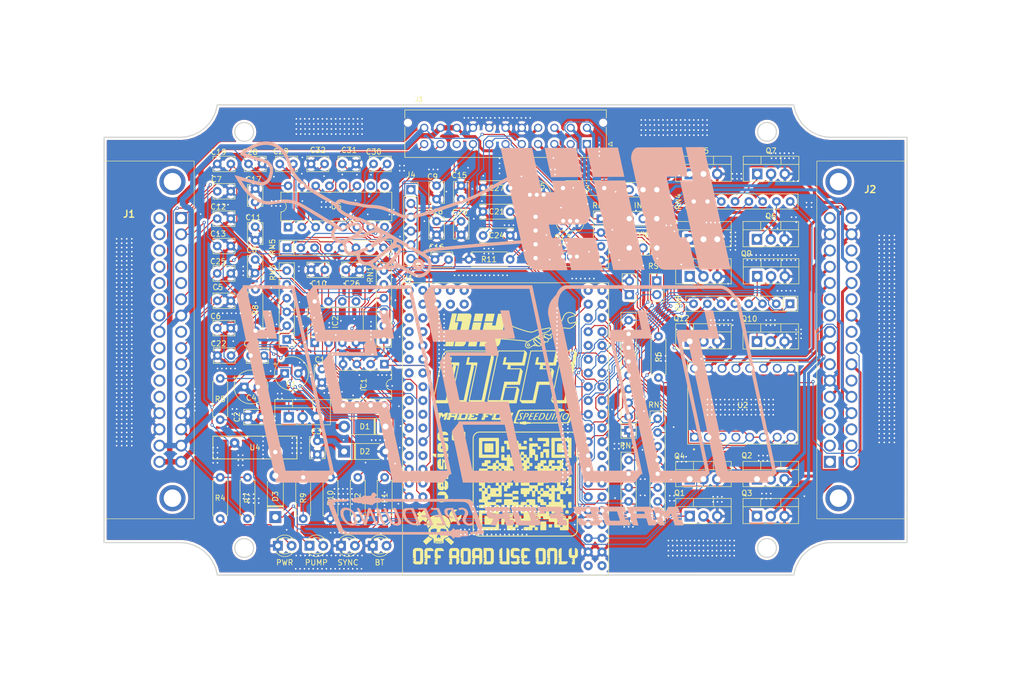
<source format=kicad_pcb>
(kicad_pcb (version 20240108) (generator "pcbnew") (generator_version "8.0")
  (layers (0 "F.Cu" signal) (31 "B.Cu" signal) (34 "B.Paste" user) (35 "F.Paste" user) (36 "B.SilkS" user "B.Silkscreen") (37 "F.SilkS" user "F.Silkscreen") (38 "B.Mask" user) (39 "F.Mask" user) (44 "Edge.Cuts" user))
  (net 0 "")
  (net 1 "Earth")
  (net 2 "/KNOCK")
  (net 3 "/O2B")
  (net 4 "/DIST_HIGH")
  (net 5 "/CRANK")
  (net 6 "/CAM")
  (net 7 "/OP")
  (net 8 "/FP")
  (net 9 "/INJ1")
  (net 10 "+12V")
  (net 11 "/IGN1")
  (net 12 "+5V")
  (net 13 "/INJ2")
  (net 14 "/FUELP")
  (net 15 "/A0")
  (net 16 "/A2")
  (net 17 "/A5")
  (net 18 "/A4")
  (net 19 "/A1")
  (net 20 "/A3")
  (net 27 "/MAP")
  (net 33 "/IAT")
  (net 37 "/CLT")
  (net 39 "/TPS")
  (net 44 "/STP-A2")
  (net 45 "/STP-B1")
  (net 46 "/BYPASS")
  (net 58 "/Inputs & Outputs/RESET")
  (net 61 "/D21")
  (net 68 "Net-(U5-C1+)")
  (net 86 "/STP-A1")
  (net 87 "/ENBL")
  (net 88 "/DIR")
  (net 89 "/STEP")
  (net 90 "/STP-B2")
  (net 91 "/O2A")
  (net 92 "/INJ2A")
  (net 93 "/INJ1A")
  (net 94 "/INJ8")
  (net 95 "/INJ6")
  (net 96 "/INJ4")
  (net 97 "/INJ3")
  (net 98 "/INJ7")
  (net 99 "/INJ5")
  (net 100 "/RX")
  (net 101 "/TX")
  (net 102 "Net-(U5-C1-)")
  (net 103 "/D19")
  (net 104 "Net-(Q1-G)")
  (net 105 "Net-(Q2-G)")
  (net 106 "Net-(Q3-G)")
  (net 107 "Net-(Q4-G)")
  (net 108 "Net-(Q5-G)")
  (net 109 "Net-(Q6-G)")
  (net 110 "Net-(Q7-G)")
  (net 111 "/D18")
  (net 112 "Net-(Q11-G)")
  (net 113 "Net-(Q12-G)")
  (net 114 "/D29")
  (net 115 "/D28")
  (net 116 "/D23")
  (net 117 "/D4")
  (net 118 "/D9")
  (net 119 "/D10")
  (net 120 "/D11")
  (net 121 "/D8")
  (net 122 "/D14")
  (net 123 "/D12")
  (net 124 "/D15")
  (net 125 "/D13")
  (net 126 "/A8")
  (net 128 "/A7")
  (net 131 "/A6")
  (net 133 "/A10")
  (net 134 "/A9")
  (net 135 "/WARN_LAMP")
  (net 136 "/BUZZER")
  (net 137 "Net-(RN10-R2.1)")
  (net 138 "Net-(D1-K)")
  (net 139 "Net-(D3-A)")
  (net 142 "Net-(Q13-D)")
  (net 143 "Net-(Q14-D)")
  (net 144 "Net-(Q8-G)")
  (net 145 "Net-(Q9-G)")
  (net 146 "Net-(Q10-G)")
  (net 151 "Net-(BT1-A)")
  (net 152 "Net-(SYNC1-A)")
  (net 153 "Net-(R3-Pad2)")
  (net 154 "Net-(BT_EN1-A)")
  (net 155 "Net-(FUEL_PUMP1-A)")
  (net 174 "Net-(INJ1-Pad3)")
  (net 175 "Net-(INJ2-Pad3)")
  (net 176 "Net-(PWR1-A)")
  (net 177 "Net-(J4-Pin_1)")
  (net 178 "Net-(R1-Pad1)")
  (net 179 "Net-(U5-C2-)")
  (net 180 "Net-(U5-C2+)")
  (net 181 "Net-(U5-VS-)")
  (net 182 "Net-(U5-VS+)")
  (net 183 "/DATA_TX")
  (net 184 "/DATA_RX")
  (net 185 "/TX2")
  (net 186 "/RX2")
  (footprint "Capacitor_THT:C_Disc_D3.8mm_W2.6mm_P2.50mm" (layer "F.Cu") (at 101.715 60.646847)
    (property "Reference" "C28")
    (property "Value" "1uf")
  )
  (footprint "Package_TO_SOT_THT:TO-220-3_Vertical" (layer "F.Cu") (at 183.06 125.636847)
    (property "Reference" "Q1")
    (property "Value" "STP62NS04Z")
  )
  (footprint "Capacitor_THT:C_Disc_D3.8mm_W2.6mm_P2.50mm" (layer "F.Cu") (at 95.95 90.949547)
    (property "Reference" "C6")
    (property "Value" "u22" (hide yes))
  )
  (footprint "Resistor_THT:R_Axial_DIN0207_L6.3mm_D2.5mm_P7.62mm_Horizontal" (layer "F.Cu") (at 111.799999 118.476847 -90)
    (property "Reference" "R9")
    (property "Value" "3k9" (hide yes))
  )
  (footprint "Capacitor_THT:C_Disc_D3.8mm_W2.6mm_P2.50mm" (layer "F.Cu") (at 140.930709 71.23 -90)
    (property "Reference" "C20")
    (property "Value" "u22")
  )
  (footprint "Package_DIP:DIP-8_W7.62mm" (layer "F.Cu") (at 113.925 93.63 90)
    (property "Reference" "IC2")
    (property "Value" "SP721APP" (hide yes))
  )
  (footprint "Capacitor_THT:CP_Radial_Tantal_D6.0mm_P2.50mm" (layer "F.Cu") (at 100.943624 101.8)
    (property "Reference" "C4")
    (property "Value" "47u" (hide yes))
  )
  (footprint "Capacitor_THT:C_Disc_D6.0mm_W2.5mm_P5.00mm" (layer "F.Cu") (at 144.965125 73.85)
    (property "Reference" "C24")
    (property "Value" "u1" (hide yes))
  )
  (footprint "Package_TO_SOT_THT:TO-220-3_Vertical" (layer "F.Cu") (at 183.06 81.4)
    (property "Reference" "Q11")
    (property "Value" "STP62NS04Z" (hide yes))
  )
  (footprint "Resistor_THT:R_Array_SIP4" (layer "F.Cu") (at 154.642562 70.4 -90)
    (property "Reference" "RN9")
    (property "Value" "10k" (hide yes))
  )
  (footprint "Package_TO_SOT_THT:TO-92_Inline" (layer "F.Cu") (at 159.73 77.74)
    (property "Reference" "Q13")
    (property "Value" "BS170" (hide yes))
  )
  (footprint "Capacitor_THT:C_Disc_D3.8mm_W2.6mm_P2.50mm" (layer "F.Cu") (at 136.396293 64.655 -90)
    (property "Reference" "C9")
    (property "Value" "u1")
  )
  (footprint "Capacitor_THT:C_Disc_D3.8mm_W2.6mm_P2.50mm" (layer "F.Cu") (at 140.930709 67.155 90)
    (property "Reference" "C15")
    (property "Value" "u1")
  )
  (footprint "Capacitor_THT:C_Disc_D3.8mm_W2.6mm_P2.50mm" (layer "F.Cu") (at 119.01 60.646847)
    (property "Reference" "C31")
    (property "Value" "1uf")
  )
  (footprint "Diode_THT:D_DO-41_SOD81_P7.62mm_Horizontal" (layer "F.Cu") (at 126.975 109.1 180)
    (property "Reference" "D1")
    (property "Value" "1N5818" (hide yes))
  )
  (footprint "malibu-ecm-parts:12129008" (layer "F.Cu") (at 208.9 115.621847 180)
    (property "Reference" "J2")
    (property "Value" "OUTPUT" (hide yes))
  )
  (footprint "Package_TO_SOT_THT:TO-220-3_Vertical" (layer "F.Cu") (at 183.06 74.543097)
    (property "Reference" "Q8")
    (property "Value" "STP62NS04Z" (hide yes))
  )
  (footprint "malibu-ecm-parts:12129008" (layer "F.Cu") (at 89.3 70.621847)
    (property "Reference" "J1")
    (property "Value" "INPUT" (hide yes))
  )
  (footprint "Capacitor_THT:C_Disc_D3.8mm_W2.6mm_P2.50mm" (layer "F.Cu") (at 104.1 107.35 180)
    (property "Reference" "C2")
    (property "Value" "u1" (hide yes))
  )
  (footprint "Package_DIP:DIP-8_W7.62mm" (layer "F.Cu") (at 126.775 97.58 -90)
    (property "Reference" "IC1")
    (property "Value" "SP721APP" (hide yes))
  )
  (footprint "Capacitor_THT:C_Disc_D3.8mm_W2.6mm_P2.50mm" (layer "F.Cu") (at 102.95 67.697297 90)
    (property "Reference" "C17")
    (property "Value" "u22")
  )
  (footprint "Package_TO_SOT_THT:TO-92_Inline" (layer "F.Cu") (at 153.6 66.335)
    (property "Reference" "Q15")
    (property "Value" "BS170" (hide yes))
  )
  (footprint "Connector_PinHeader_2.54mm:PinHeader_1x02_P2.54mm_Vertical" (layer "F.Cu") (at 171.95 84.775 180)
    (property "Reference" "BT")
    (property "Value" "Jumper_2_Open")
  )
  (footprint "Capacitor_THT:C_Disc_D3.8mm_W2.6mm_P2.50mm" (layer "F.Cu") (at 115.775 80.18 180)
    (property "Reference" "C10")
    (property "Value" "u22")
  )
  (footprint "Package_TO_SOT_THT:TO-220-3_Vertical" (layer "F.Cu") (at 183.06 62.496847)
    (property "Reference" "Q5")
    (property "Value" "STP62NS04Z" (hide yes))
  )
  (footprint "microfit22p:MOLEX_430452227" (layer "F.Cu") (at 164.111877 56.983073)
    (property "Reference" "J3")
    (property "Value" "EXPANSION")
  )
  (footprint "Capacitor_THT:C_Disc_D3.8mm_W2.6mm_P2.50mm" (layer "F.Cu") (at 102.1 96)
    (property "Reference" "C23")
    (property "Value" "u22")
  )
  (footprint "Resistor_THT:R_Array_SIP4" (layer "F.Cu") (at 166.711877 70.775 -90)
    (property "Reference" "RN7")
    (property "Value" "1k" (hide yes))
  )
  (footprint "Resistor_THT:R_Axial_DIN0207_L6.3mm_D2.5mm_P7.62mm_Horizontal" (layer "F.Cu") (at 121.866665 126.096847 90)
    (property "Reference" "R2")
    (property "Value" "220")
  )
  (footprint "Capacitor_THT:C_Disc_D3.8mm_W2.6mm_P2.50mm" (layer "F.Cu") (at 119.675 80.18)
    (property "Reference" "C26")
    (property "Value" "u22")
  )
  (footprint "Capacitor_THT:C_Disc_D3.8mm_W2.6mm_P2.50mm" (layer "F.Cu") (at 95.95 65.697297)
    (property "Reference" "C7")
    (property "Value" "u1" (hide yes))
  )
  (footprint "Connector_PinHeader_2.54mm:PinHeader_1x03_P2.54mm_Vertical" (layer "F.Cu") (at 177 65.405 -90)
    (property "Reference" "INJ2")
    (property "Value" "NA")
  )
  (footprint "Resistor_THT:R_Array_SIP5" (layer "F.Cu") (at 171.8 125.446847 90)
    (property "Reference" "RN2")
    (property "Value" "100k" (hide yes))
  )
  (footprint "Connector_PinHeader_2.54mm:PinHeader_1x03_P2.54mm_Vertical" (layer "F.Cu") (at 177 70.75 -90)
    (property "Reference" "INJ1")
    (property "Value" "NA")
  )
  (footprint "Package_DIP:DIP-16_W7.62mm" (layer "F.Cu") (at 109.025 72.305 90)
    (property "Reference" "U5")
    (property "Value" "MAX232")
  )
  (footprint "Resistor_THT:R_Axial_DIN0207_L6.3mm_D2.5mm_P7.62mm_Horizontal" (layer "F.Cu") (at 116.833332 118.476847 -90)
    (property "Reference" "R10")
    (property "Value" "1k")
  )
  (footprint "Resistor_THT:R_Array_SIP6" (layer "F.Cu") (at 108.775 93.03 90)
    (property "Reference" "RN3")
    (property "Value" "470" (hide yes))
  )
  (footprint "Capacitor_THT:C_Disc_D3.8mm_W2.6mm_P2.50mm" (layer "F.Cu") (at 136.396293 71.23 -90)
    (property "Reference" "C18")
    (property "Value" "u1")
  )
  (footprint "LED_THT:LED_D3.0mm" (layer "F.Cu") (at 112.958333 131.1)
    (property "Reference" "PUMP")
    (property "Value" "FP")
  )
  (footprint "Diode_THT:D_DO-41_SOD81_P7.62mm_Horizontal" (layer "F.Cu") (at 106.666666 125.796847 90)
    (property "Reference" "D3")
    (property "Value" "1N4004")
  )
  (footprint "Connector_PinHeader_2.54mm:PinHeader_1x02_P2.54mm_Vertical" (layer "F.Cu") (at 177 82.225)
    (property "Reference" "RST")
    (property "Value" "NA")
  )
  (footprint "Package_TO_SOT_THT:TO-220-3_Vertical" (layer "F.Cu") (at 183.06 93.4)
    (property "Reference" "Q12")
    (property "Value" "STP62NS04Z" (hide yes))
  )
  (footprint "Resistor_THT:R_Axial_DIN0207_L6.3mm_D2.5mm_P7.62mm_Horizontal" (layer "F.Cu") (at 159.691877 65.105)
    (property "Reference" "R3")
    (property "Value" "56")
  )
  (footprint "Package_TO_SOT_THT:TO-220-3_Vertical" (layer "F.Cu") (at 195.47 125.636847)
    (property "Reference" "Q3")
    (property "Value" "STP62NS04Z" (hide yes))
  )
  (footprint "Capacitor_THT:C_Disc_D3.8mm_W2.6mm_P2.50mm" (layer "F.Cu") (at 95.95 85.899097)
    (property "Reference" "C5")
    (property "Value" "u1" (hide yes))
  )
  (footprint "Capacitor_THT:C_Disc_D3.8mm_W2.6mm_P2.50mm" (layer "F.Cu") (at 98.5 96 180)
    (property "Reference" "C22")
    (property "Value" "u1")
  )
  (footprint "Capacitor_THT:C_Disc_D3.8mm_W2.6mm_P2.50mm" (layer "F.Cu") (at 95.95 75.798197)
    (property "Reference" "C13")
    (property "Value" "u1" (hide yes))
  )
  (footprint "Capacitor_THT:C_Disc_D3.8mm_W2.6mm_P2.50mm" (layer "F.Cu") (at 113.245 60.646847)
    (property "Reference" "C32")
    (property "Value" "1uf")
  )
  (footprint "LED_THT:LED_D3.0mm" (layer "F.Cu") (at 124.625 131.1)
    (property "Reference" "BT")
    (property "Value" "BLUE")
  )
  (footprint "Capacitor_THT:C_Disc_D3.8mm_W2.6mm_P2.50mm" (layer "F.Cu") (at 98.45 60.646847 180)
    (property "Reference" "C19")
    (property "Value" "u1")
  )
  (footprint "malibu-ecm-parts:MODULE_MEGA_PRO_EMBED_CH340G___ATMEGA2560" (layer "F.Cu") (at 149.111877 109.580621 90)
    (property "Reference" "U1")
    (property "Value" "MEGA PRO Embedded")
  )
  (footprint "Package_TO_SOT_THT:TO-220-3_Vertical" (layer "F.Cu") (at 195.47 93.417472)
    (property "Reference" "Q10")
    (property "Value" "STP62NS04Z" (hide yes))
  )
  (footprint "Package_TO_SOT_THT:TO-92_Inline" (layer "F.Cu") (at 159.73 71.16)
    (property "Reference" "Q14")
    (property "Value" "BS170" (hide yes))
  )
  (footprint "Capacitor_THT:C_Disc_D3.8mm_W2.6mm_P2.50mm" (layer "F.Cu") (at 95.95 80.848647)
    (property "Reference" "C25")
    (property "Value" "u1")
  )
  (footprint "Resistor_THT:R_Array_SIP9" (layer "F.Cu") (at 171.8 109.8 90)
    (property "Reference" "RN6")
    (property "Value" "100k" (hide yes))
  )
  (footprint "Package_TO_SOT_THT:TO-220-3_Vertical" (layer "F.Cu") (at 195.47 118.808722)
    (property "Reference" "Q2")
    (property "Value" "STP62NS04Z" (hide yes))
  )
  (footprint "Resistor_THT:R_Axial_DIN0207_L6.3mm_D2.5mm_P7.62mm_Horizontal" (layer "F.Cu") (at 149.965125 78.25 180)
    (property "Reference" "R11")
    (property "Value" "10k")
  )
  (footprint "Resistor_THT:R_Axial_DIN0207_L6.3mm_D2.5mm_P7.62mm_Horizontal" (layer "F.Cu") (at 126.825 126.096847 90)
    (property "Reference" "R1")
    (property "Value" "220")
  )
  (footprint "Resistor_THT:R_Axial_DIN0207_L6.3mm_D2.5mm_P7.62mm_Horizontal" (layer "F.Cu") (at 96.5 107.85 90)
    (property "Reference" "R5")
    (property "Value" "2k")
  )
  (footprint "malibu-ecm-parts:IC_DRV8825_STEPPER_MOTOR_DRIVER_CARRIER" (layer "F.Cu") (at 192.85 104.715597 90)
    (property "Reference" "U2")
    (property "Value" "DRV8825")
  )
  (footprint "Package_TO_SOT_THT:TO-220-3_Vertical" (layer "F.Cu") (at 109.15 107.39)
    (property "Reference" "U3")
    (property "Value" "LM2940T-5.0" (hide yes))
  )
  (footprint "Capacitor_THT:CP_Radial_Tantal_D6.0mm_P2.50mm" (layer "F.Cu") (at 108.387248 99.3)
    (property "Reference" "C1")
    (property "Value" "10u" (hide yes))
  )
  (footprint "Capacitor_THT:C_Disc_D3.8mm_W2.6mm_P2.50mm" (layer "F.Cu") (at 102.95 72.240107 -90)
    (property "Reference" "C11")
    (property "Value" "u22")
  )
  (footprint "Resistor_THT:R_Array_SIP8" (layer "F.Cu") (at 108.825 76.1225)
    (property "Reference" "RN5")
    (property "Value" "470")
  )
  (footprint "Package_TO_SOT_THT:TO-220-3_Vertical" (layer "F.Cu") (at 195.52 62.496847)
    (property "Reference" "Q7")
    (property "Value" "STP62NS04Z" (hide yes))
  )
  (footprint "Package_TO_SOT_THT:TO-220-3_Vertical" (layer "F.Cu") (at 195.52 81.4)
    (property "Reference" "Q9")
    (property "Value" "STP62NS04Z" (hide yes))
  )
  (footprint "Connector_PinHeader_2.54mm:PinHeader_1x03_P2.54mm_Vertical" (layer "F.Cu") (at 177 76.15 -90)
    (property "Reference" "SYNC")
    (property "Value" "NA")
  )
  (footprint "Resistor_THT:R_Axial_DIN0207_L6.3mm_D2.5mm_P7.62mm_Horizontal" (layer "F.Cu") (at 177.3 92.450923 -90)
    (property "Reference" "R6")
    (property "Value" "10k")
  )
  (footprint "Capacitor_THT:C_Disc_D3.8mm_W2.6mm_P2.50mm" (layer "F.Cu") (at 114.4 111.75 -90)
    (property "Reference" "C3")
    (property "Value" "u1" (hide yes))
  )
  (footprint "Capacitor_THT:C_Disc_D6.0mm_W2.5mm_P5.00mm" (layer "F.Cu") (at 149.965125 65.105 180)
    (property "Reference" "C27")
    (property "Value" "u1" (hide yes))
  )
  (footprint "Diode_THT:D_DO-41_SOD81_P7.62mm_Horizontal" (layer "F.Cu") (at 119.355 113.7)
    (property "Reference" "D2")
    (property "Value" "1N5919BG" (hide yes))
  )
  (footprint "LED_THT:LED_D3.0mm" (layer "F.Cu") (at 118.791666 131.1)
    (property "Reference" "SYNC")
    (property "Value" "YELLOW")
  )
  (footprint "LED_THT:LED_D3.0mm" (layer "F.Cu") (at 107.125 131.1)
    (property "Reference" "PWR")
    (property "Value" "RED")
  )
  (footprint "Resistor_THT:R_Axial_DIN0207_L6.3mm_D2.5mm_P7.62mm_Horizontal" (layer "F.Cu") (at 103 83.79 -90)
    (property "Reference" "R8")
    (property "Value" "2k49")
  )
  (footprint "Varistor:RV_Disc_D15.5mm_W4.2mm_P7.5mm" (layer "F.Cu") (at 106.65 113.821104 180)
    (property "Reference" "U4")
    (property "Value" "ERZ" (hide yes))
  )
  (footprint "Resistor_THT:R_Array_SIP8" (layer "F.Cu") (at 201.56 86.449347 180)
    (property "Reference" "RN8")
    (property "Value" "1k" (hide yes))
  )
  (footprint "Resistor_THT:R_Axial_DIN0207_L6.3mm_D2.5mm_P7.62mm_Horizontal" (layer "F.Cu") (at 101.533333 118.476847 -90)
    (property "Reference" "R7")
    (property "Value" "2k49")
  )
  (footprint "Package_TO_SOT_THT:TO-220-3_Vertical" (layer "F.Cu") (at 183.06 118.808722)
    (property "Reference" "Q4")
    (property "Value" "STP62NS04Z" (hide yes))
  )
  (footprint "Package_TO_SOT_THT:TO-220-3_Vertical" (layer "F.Cu") (at 195.47 74.543097)
    (property "Reference" "Q6")
    (property "Value" "STP62NS04Z" (hide yes))
  )
  (footprint "Capacitor_THT:C_Disc_D3.8mm_W2.6mm_P2.50mm" (layer "F.Cu") (at 102.95 78.286737 -90)
    (property "Reference" "C8")
    (property "Value" "u22" (hide yes))
  )
  (footprint "Resistor_THT:R_Array_SIP8" (layer "F.Cu") (at 183.81 67.574972)
    (property "Reference" "RN4")
    (property "Value" "1k" (hide yes))
  )
  (footprint "Capacitor_THT:C_Disc_D3.8mm_W2.6mm_P2.50mm" (layer "F.Cu") (at 127.275 60.646847 180)
    (property "Reference" "C30")
    (property "Value" "1uf")
  )
  (footprint "Resistor_THT:R_Array_SIP6" (layer "F.Cu") (at 126.675 93.03 90)
    (property "Reference" "RN10")
    (property "Value" "470")
  )
  (footprint "Capacitor_THT:C_Disc_D3.8mm_W2.6mm_P2.50mm" (layer "F.Cu") (at 95.95 70.747747)
    (property "Reference" "C12")
    (property "Value" "u1")
  )
  (footprint "Capacitor_THT:C_Disc_D3.8mm_W2.6mm_P2.50mm" (layer "F.Cu") (at 138.603501 78.305 180)
    (property "Reference" "C16")
    (property "Value" "u22")
  )
  (footprint "Capacitor_THT:C_Disc_D6.0mm_W2.5mm_P5.00mm" (layer "F.Cu") (at 149.965125 69.45 180)
    (property "Reference" "C21")
    (property "Value" "u1" (hide yes))
  )
  (footprint "Connector_PinSocket_2.54mm:PinSocket_1x06_P2.54mm_Vertical" (layer "F.Cu") (at 131.661877 65.405)
    (property "Reference" "J4")
    (property "Value" "HC-05")
  )
  (footprint "Resistor_THT:R_Array_SIP8" (layer "F.Cu") (at 177.15 125.446847 90)
    (property "Reference" "RN1")
    (property "Value" "1k" (hide yes))
  )
  (footprint "Resistor_THT:R_Axial_DIN0207_L6.3mm_D2.5mm_P7.62mm_Horizontal" (layer "F.Cu") (at 96.5 118.476847 -90)
    (property "Reference" "R4")
    (property "Value" "220")
  )
  (footprint "Capacitor_THT:C_Disc_D3.8mm_W2.6mm_P2.50mm" (layer "F.Cu") (at 115.256123 98.5 -90)
    (property "Reference" "C14")
    (property "Value" "u22" (hide yes))
  )
  (footprint "Capacitor_THT:C_Disc_D3.8mm_W2.6mm_P2.50mm" (layer "F.Cu") (at 107.48 60.646847)
    (property "Reference" "C29")
    (property "Value" "1uf")
  )
  (gr_poly (pts (xy 171.020618 63.027495) (xy 165.217945 63.055602) (xy 164.037235 57.643193) (xy 169.839916 57.615082)) (stroke (width -0.000001)) (fill solid) (layer "B.SilkS"))
  (gr_poly (pts (xy 119.679638 124.059109) (xy 119.746954 124.064048) (xy 119.814613 124.071899) (xy 119.882533 124.082619) (xy 119.950629 124.096167) (xy 120.018818 124.112501) (xy 120.155141 124.153361) (xy 120.290834 124.204863) (xy 120.425229 124.266673) (xy 120.557657 124.338456) (xy 120.68745 124.419877) (xy 120.813941 124.510603) (xy 120.93646 124.610297) (xy 121.05434 124.718627) (xy 121.166913 124.835257) (xy 121.27351 124.959852) (xy 121.373462 125.092078) (xy 121.439292 125.188293) (xy 121.500335 125.284437) (xy 121.556605 125.380354) (xy 121.608116 125.475886) (xy 121.654882 125.570876) (xy 121.696917 125.665166) (xy 121.734234 125.7586) (xy 121.766847 125.851019) (xy 121.794771 125.942267) (xy 121.818019 126.032185) (xy 121.836604 126.120618) (xy 121.850542 126.207408) (xy 121.859844 126.292396) (xy 121.864526 126.375427) (xy 121.864602 126.456343) (xy 121.860084 126.534985) (xy 121.850987 126.611198) (xy 121.837325 126.684824) (xy 121.819111 126.755705) (xy 121.79636 126.823684) (xy 121.769085 126.888603) (xy 121.7373 126.950307) (xy 121.701018 127.008637) (xy 121.660255 127.063435) (xy 121.615023 127.114545) (xy 121.565336 127.161809) (xy 121.511208 127.205071) (xy 121.452654 127.244172) (xy 121.389686 127.278955) (xy 121.322319 127.309263) (xy 121.250566 127.33494) (xy 121.174442 127.355826) (xy 121.174434 127.355826) (xy 121.111151 127.368989) (xy 121.046953 127.378895) (xy 120.981852 127.385546) (xy 120.915859 127.388944) (xy 120.848987 127.389091) (xy 120.781247 127.385989) (xy 120.712649 127.379639) (xy 120.643207 127.370043) (xy 120.572931 127.357204) (xy 120.501833 127.341122) (xy 120.429924 127.321799) (xy 120.357217 127.299238) (xy 120.283722 127.27344) (xy 120.209451 127.244407) (xy 120.134415 127.21214) (xy 120.058628 127.176642) (xy 120.018607 127.156663) (xy 119.980032 127.136387) (xy 119.94265 127.11562) (xy 119.906204 127.094168) (xy 119.870439 127.071836) (xy 119.8351 127.04843) (xy 119.799931 127.023755) (xy 119.764677 126.997616) (xy 119.729082 126.969821) (xy 119.692892 126.940174) (xy 119.655852 126.90848) (xy 119.617705 126.874546) (xy 119.578196 126.838177) (xy 119.53707 126.799178) (xy 119.448947 126.712516) (xy 119.35452 126.614879) (xy 119.266699 126.517931) (xy 119.185353 126.421407) (xy 119.110353 126.325038) (xy 119.04157 126.22856) (xy 118.978875 126.131706) (xy 118.922138 126.034209) (xy 118.87123 125.935803) (xy 118.826021 125.836222) (xy 118.786382 125.735199) (xy 118.752184 125.632468) (xy 118.723297 125.527762) (xy 118.699592 125.420816) (xy 118.68094 125.311363) (xy 118.667211 125.199136) (xy 118.658275 125.083869) (xy 118.65612 125.041625) (xy 119.23305 125.041625) (xy 119.23604 125.127865) (xy 119.244925 125.21956) (xy 119.259485 125.315729) (xy 119.2795 125.415387) (xy 119.304748 125.517551) (xy 119.33501 125.621238) (xy 119.370065 125.725464) (xy 119.409692 125.829246) (xy 119.453671 125.931601) (xy 119.501782 126.031545) (xy 119.553804 126.128095) (xy 119.609516 126.220267) (xy 119.642934 126.270467) (xy 119.678738 126.320654) (xy 119.71664 126.370546) (xy 119.756353 126.419862) (xy 119.797588 126.468322) (xy 119.840058 126.515645) (xy 119.883476 126.561549) (xy 119.927553 126.605754) (xy 119.972001 126.647978) (xy 120.016534 126.687942) (xy 120.060863 126.725363) (xy 120.104701 126.759962) (xy 120.147759 126.791456) (xy 120.189751 126.819566) (xy 120.230388 126.844011) (xy 120.269382 126.864508) (xy 120.26939 126.864508) (xy 120.302207 126.879194) (xy 120.337874 126.892967) (xy 120.375929 126.905758) (xy 120.415909 126.917503) (xy 120.457354 126.928133) (xy 120.499801 126.937583) (xy 120.54279 126.945784) (xy 120.585859 126.952672) (xy 120.628546 126.958178) (xy 120.670389 126.962235) (xy 120.710928 126.964778) (xy 120.7497 126.965739) (xy 120.786245 126.965052) (xy 120.8201 126.962649) (xy 120.850803 126.958464) (xy 120.877895 126.952429) (xy 120.90945 126.942606) (xy 120.939767 126.931034) (xy 120.968835 126.917745) (xy 120.996644 126.902771) (xy 121.023182 126.886143) (xy 121.048439 126.867894) (xy 121.072404 126.848055) (xy 121.095066 126.826659) (xy 121.116415 126.803737) (xy 121.13644 126.779321) (xy 121.15513 126.753443) (xy 121.172474 126.726136) (xy 121.203084 126.667359) (xy 121.228182 126.603245) (xy 121.247684 126.53405) (xy 121.261502 126.460029) (xy 121.269552 126.381438) (xy 121.271747 126.298531) (xy 121.268002 126.211563) (xy 121.25823 126.120791) (xy 121.242346 126.02647) (xy 121.220264 125.928855) (xy 121.199809 125.853586) (xy 121.177044 125.779474) (xy 121.152046 125.706597) (xy 121.124892 125.635034) (xy 121.095661 125.564865) (xy 121.064429 125.496168) (xy 120.996274 125.363508) (xy 120.921049 125.237688) (xy 120.839375 125.119339) (xy 120.751873 125.009095) (xy 120.706129 124.957209) (xy 120.659162 124.907588) (xy 120.611048 124.860309) (xy 120.561864 124.815451) (xy 120.511689 124.773094) (xy 120.4606 124.733317) (xy 120.408675 124.6962) (xy 120.355991 124.66182) (xy 120.302625 124.630257) (xy 120.248656 124.60159) (xy 120.194161 124.575899) (xy 120.139218 124.553262) (xy 120.083903 124.533759) (xy 120.028296 124.517468) (xy 119.972472 124.50447) (xy 119.916511 124.494841) (xy 119.860489 124.488663) (xy 119.804485 124.486014) (xy 119.755235 124.486164) (xy 119.709004 124.488238) (xy 119.686968 124.490026) (xy 119.665624 124.492329) (xy 119.644949 124.495158) (xy 119.624924 124.498527) (xy 119.605528 124.502446) (xy 119.586739 124.506926) (xy 119.568536 124.511979) (xy 119.550898 124.517617) (xy 119.533805 124.523851) (xy 119.517235 124.530693) (xy 119.501167 124.538154) (xy 119.48558 124.546246) (xy 119.470453 124.55498) (xy 119.455765 124.564368) (xy 119.441496 124.574421) (xy 119.427623 124.585151) (xy 119.414126 124.59657) (xy 119.400984 124.608688) (xy 119.388176 124.621517) (xy 119.375681 124.63507) (xy 119.363478 124.649357) (xy 119.351545 124.664389) (xy 119.339862 124.68018) (xy 119.328408 124.696739) (xy 119.317162 124.714078) (xy 119.306102 124.73221) (xy 119.284458 124.770896) (xy 119.272198 124.796951) (xy 119.26166 124.825477) (xy 119.24564 124.889448) (xy 119.236177 124.961825) (xy 119.23305 125.041625) (xy 118.65612 125.041625) (xy 118.652708 124.974721) (xy 118.651014 124.928451) (xy 118.650167 124.886883) (xy 118.65026 124.84939) (xy 118.651382 124.815344) (xy 118.653626 124.784121) (xy 118.657081 124.755093) (xy 118.66184 124.727635) (xy 118.667993 124.701118) (xy 118.675631 124.674919) (xy 118.684846 124.648409) (xy 118.695729 124.620962) (xy 118.708369 124.591953) (xy 118.72286 124.560754) (xy 118.739292 124.52674) (xy 118.763402 124.480365) (xy 118.789063 124.436691) (xy 118.816347 124.395665) (xy 118.845324 124.357234) (xy 118.876067 124.321347) (xy 118.908645 124.287952) (xy 118.943132 124.256996) (xy 118.979598 124.228427) (xy 119.018114 124.202193) (xy 119.058752 124.178241) (xy 119.101583 124.156521) (xy 119.146679 124.136978) (xy 119.194112 124.119562) (xy 119.243951 124.104221) (xy 119.29627 124.090901) (xy 119.351139 124.07955) (xy 119.415483 124.069304) (xy 119.480589 124.062179) (xy 119.546372 124.058133) (xy 119.61275 124.057123)) (stroke (width -0.000001)) (fill solid) (layer "B.SilkS"))
  (gr_poly (pts (xy 125.405811 124.121192) (xy 125.679107 124.121985) (xy 126.369415 125.721595) (xy 127.059722 127.321204) (xy 126.782775 127.321204) (xy 126.735578 127.321139) (xy 126.693977 127.320851) (xy 126.65756 127.320203) (xy 126.625911 127.319058) (xy 126.611746 127.318256) (xy 126.598617 127.317278) (xy 126.586474 127.316106) (xy 126.575263 127.314725) (xy 126.564934 127.313115) (xy 126.555435 127.311261) (xy 126.546713 127.309145) (xy 126.538718 127.30675) (xy 126.531397 127.304058) (xy 126.524698 127.301053) (xy 126.51857 127.297717) (xy 126.512961 127.294033) (xy 126.507819 127.289984) (xy 126.503092 127.285552) (xy 126.498729 127.280721) (xy 126.494678 127.275473) (xy 126.490887 127.269791) (xy 126.487304 127.263658) (xy 126.483877 127.257057) (xy 126.480555 127.24997) (xy 126.474018 127.23427) (xy 126.467277 127.216422) (xy 126.249671 126.703078) (xy 125.780624 125.616019) (xy 125.132522 124.120398)) (stroke (width -0.000001)) (fill solid) (layer "B.SilkS"))
  (gr_poly (pts (xy 154.285987 123.903443) (xy 154.306482 123.905009) (xy 154.327025 123.907587) (xy 154.347582 123.91115) (xy 154.368116 123.915671) (xy 154.388592 123.921123) (xy 154.408977 123.927479) (xy 154.429233 123.934713) (xy 154.449327 123.942798) (xy 154.469223 123.951706) (xy 154.488886 123.961411) (xy 154.50828 123.971887) (xy 154.546125 123.995042) (xy 154.582475 124.020957) (xy 154.617049 124.049416) (xy 154.649567 124.080206) (xy 154.679747 124.113111) (xy 154.693873 124.130291) (xy 154.707308 124.147918) (xy 154.720019 124.165968) (xy 154.73197 124.184412) (xy 154.743125 124.203225) (xy 154.75345 124.222379) (xy 154.76291 124.241847) (xy 154.771468 124.261603) (xy 154.779091 124.28162) (xy 154.785743 124.301871) (xy 154.992797 124.95838) (xy 154.371631 124.95838) (xy 154.447383 125.205847) (xy 155.06855 125.205847) (xy 155.159454 125.498755) (xy 154.538288 125.498755) (xy 154.619087 125.746222) (xy 155.240261 125.746222) (xy 155.331165 126.03913) (xy 154.709999 126.03913) (xy 154.785747 126.286597) (xy 155.406917 126.286597) (xy 155.613971 126.948157) (xy 155.341262 127.342078) (xy 151.528408 127.342078) (xy 151.507996 127.341564) (xy 151.4875 127.34004) (xy 151.466957 127.33753) (xy 151.446401 127.334059) (xy 151.425867 127.329652) (xy 151.40539 127.324334) (xy 151.385006 127.318131) (xy 151.364749 127.311066) (xy 151.344656 127.303166) (xy 151.32476 127.294455) (xy 151.305097 127.284957) (xy 151.285702 127.274699) (xy 151.247858 127.251998) (xy 151.211508 127.226554) (xy 151.176933 127.198564) (xy 151.144415 127.168229) (xy 151.129016 127.152245) (xy 151.114235 127.135749) (xy 151.10011 127.118767) (xy 151.086674 127.101323) (xy 151.073963 127.083443) (xy 151.062013 127.065151) (xy 151.050857 127.046473) (xy 151.040532 127.027433) (xy 151.031073 127.008056) (xy 151.022514 126.988368) (xy 151.014891 126.968394) (xy 151.008239 126.948157) (xy 150.326017 124.771537) (xy 151.457702 124.771537) (xy 151.987968 126.478491) (xy 153.806018 126.478491) (xy 153.270702 124.771537) (xy 151.457702 124.771537) (xy 150.326017 124.771537) (xy 150.053764 123.902915) (xy 154.265575 123.902915)) (stroke (width -0.000001)) (fill solid) (layer "B.SilkS"))
  (gr_poly (pts (xy 171.395671 124.958396) (xy 170.774501 124.958396) (xy 170.850254 125.210898) (xy 171.471424 125.210898) (xy 171.562328 125.49877) (xy 170.941158 125.49877) (xy 171.021961 125.746222) (xy 171.643131 125.746222) (xy 171.734027 126.039145) (xy 171.112865 126.039145) (xy 171.188617 126.286597) (xy 171.80978 126.286597) (xy 172.143093 127.342078) (xy 167.93127 127.342078) (xy 167.9104 127.34155) (xy 167.889476 127.339984) (xy 167.868533 127.337409) (xy 167.847608 127.333852) (xy 167.826734 127.32934) (xy 167.805947 127.323901) (xy 167.785282 127.317564) (xy 167.764774 127.310356) (xy 167.744459 127.302304) (xy 167.724371 127.293437) (xy 167.704546 127.283782) (xy 167.685018 127.273367) (xy 167.665824 127.262219) (xy 167.646997 127.250367) (xy 167.610589 127.22466) (xy 167.576074 127.196466) (xy 167.559614 127.181507) (xy 167.543734 127.166009) (xy 167.528467 127.150001) (xy 167.51385 127.133511) (xy 167.499916 127.116565) (xy 167.486703 127.099192) (xy 167.474243 127.08142) (xy 167.462573 127.063275) (xy 167.451729 127.044787) (xy 167.441744 127.025983) (xy 167.432654 127.00689) (xy 167.424494 126.987536) (xy 167.4173 126.967949) (xy 167.411106 126.948157) (xy 166.728884 124.771537) (xy 167.860568 124.771537) (xy 168.390834 126.478491) (xy 170.208888 126.478491) (xy 169.673572 124.771537) (xy 167.860568 124.771537) (xy 166.728884 124.771537) (xy 166.45663 123.902915) (xy 171.067409 123.902915)) (stroke (width -0.000001)) (fill solid) (layer "B.SilkS"))
  (gr_poly (pts (xy 165.835662 123.903443) (xy 165.856116 123.905009) (xy 165.876594 123.907587) (xy 165.897063 123.91115) (xy 165.917492 123.915671) (xy 165.937848 123.921123) (xy 165.978211 123.934713) (xy 166.017893 123.951706) (xy 166.056636 123.971887) (xy 166.09418 123.995042) (xy 166.130267 124.020957) (xy 166.164637 124.049416) (xy 166.197032 124.080206) (xy 166.227193 124.113111) (xy 166.254861 124.147918) (xy 166.279777 124.184412) (xy 166.301681 124.222379) (xy 166.320316 124.261603) (xy 166.328326 124.28162) (xy 166.335422 124.301871) (xy 166.542484 124.95838) (xy 165.916263 124.95838) (xy 165.997066 125.210883) (xy 166.618236 125.210883) (xy 166.70914 125.49874) (xy 166.08797 125.49874) (xy 166.163722 125.746207) (xy 166.784885 125.746207) (xy 166.875789 126.039115) (xy 166.254627 126.039115) (xy 166.335422 126.286582) (xy 166.956592 126.286582) (xy 167.163654 126.948157) (xy 166.890941 127.342063) (xy 163.073032 127.342063) (xy 163.052606 127.341535) (xy 163.03207 127.339969) (xy 163.011462 127.337394) (xy 162.990819 127.333837) (xy 162.949584 127.323888) (xy 162.908666 127.310343) (xy 162.86837 127.293426) (xy 162.828999 127.273357) (xy 162.790855 127.250358) (xy 162.754243 127.224652) (xy 162.719465 127.19646) (xy 162.686826 127.166005) (xy 162.656627 127.133507) (xy 162.629173 127.09919) (xy 162.604767 127.063274) (xy 162.583711 127.025982) (xy 162.574535 127.006889) (xy 162.566311 126.987536) (xy 162.559075 126.967949) (xy 162.552867 126.948157) (xy 162.270061 126.03913) (xy 163.401294 126.03913) (xy 163.537647 126.478491) (xy 165.35065 126.478491) (xy 165.214298 126.03913) (xy 164.083065 126.03913) (xy 163.825504 125.210898) (xy 164.956737 125.210898) (xy 164.820384 124.771537) (xy 163.00233 124.771537) (xy 163.13869 125.210898) (xy 162.012508 125.210898) (xy 161.603443 123.902915) (xy 165.815265 123.902915)) (stroke (width -0.000001)) (fill solid) (layer "B.SilkS"))
  (gr_poly (pts (xy 141.016323 124.068579) (xy 141.080269 124.070603) (xy 141.143126 124.075004) (xy 141.204832 124.081732) (xy 141.265324 124.090735) (xy 141.324541 124.101962) (xy 141.382423 124.115364) (xy 141.438906 124.130888) (xy 141.493929 124.148485) (xy 141.547432 124.168102) (xy 141.599352 124.18969) (xy 141.649627 124.213198) (xy 141.698196 124.238574) (xy 141.744999 124.265768) (xy 141.789971 124.294728) (xy 141.833054 124.325405) (xy 141.874184 124.357747) (xy 141.9133 124.391703) (xy 141.95034 124.427222) (xy 141.985244 124.464255) (xy 142.017949 124.502748) (xy 142.048393 124.542653) (xy 142.076516 124.583918) (xy 142.102255 124.626491) (xy 142.12555 124.670323) (xy 142.146337 124.715363) (xy 142.164557 124.761558) (xy 142.180146 124.80886) (xy 142.193044 124.857216) (xy 142.20319 124.906576) (xy 142.21052 124.95689) (xy 142.214975 125.008105) (xy 142.216491 125.060172) (xy 142.215226 125.133542) (xy 142.213273 125.166734) (xy 142.210138 125.198496) (xy 142.205599 125.229503) (xy 142.199429 125.260428) (xy 142.191404 125.291947) (xy 142.181299 125.324732) (xy 142.168889 125.35946) (xy 142.15395 125.396803) (xy 142.136256 125.437436) (xy 142.115583 125.482034) (xy 142.064401 125.585819) (xy 141.998603 125.713553) (xy 141.950994 125.806079) (xy 141.908854 125.890628) (xy 141.872047 125.96788) (xy 141.840436 126.038511) (xy 141.813883 126.1032) (xy 141.792253 126.162625) (xy 141.783242 126.190575) (xy 141.77541 126.217464) (xy 141.76874 126.243376) (xy 141.763215 126.268395) (xy 141.758819 126.292607) (xy 141.755533 126.316096) (xy 141.753342 126.338948) (xy 141.752227 126.361246) (xy 141.752173 126.383075) (xy 141.753161 126.404521) (xy 141.755175 126.425668) (xy 141.758197 126.446601) (xy 141.762212 126.467404) (xy 141.7672 126.488163) (xy 141.773146 126.508961) (xy 141.780032 126.529885) (xy 141.796557 126.572446) (xy 141.816638 126.616522) (xy 141.835144 126.652356) (xy 141.855152 126.686586) (xy 141.876597 126.719196) (xy 141.899413 126.750167) (xy 141.923532 126.779482) (xy 141.948889 126.807123) (xy 141.975417 126.833075) (xy 142.003051 126.857318) (xy 142.031722 126.879835) (xy 142.061366 126.90061) (xy 142.091915 126.919624) (xy 142.123303 126.93686) (xy 142.155465 126.952301) (xy 142.188333 126.965929) (xy 142.221841 126.977727) (xy 142.255923 126.987677) (xy 142.290512 126.995763) (xy 142.325542 127.001966) (xy 142.360947 127.006269) (xy 142.39666 127.008654) (xy 142.432615 127.009105) (xy 142.468745 127.007604) (xy 142.504984 127.004133) (xy 142.541266 126.998675) (xy 142.577524 126.991213) (xy 142.613693 126.981728) (xy 142.649704 126.970204) (xy 142.685493 126.956624) (xy 142.720993 126.940969) (xy 142.756136 126.923222) (xy 142.790858 126.903367) (xy 142.825092 126.881385) (xy 142.853159 126.862467) (xy 142.878068 126.846236) (xy 142.900264 126.832816) (xy 142.910484 126.827198) (xy 142.920192 126.82233) (xy 142.929445 126.818227) (xy 142.938296 126.814904) (xy 142.946803 126.812377) (xy 142.955021 126.810662) (xy 142.963005 126.809774) (xy 142.970811 126.809729) (xy 142.978495 126.810541) (xy 142.986111 126.812228) (xy 142.993716 126.814804) (xy 143.001366 126.818285) (xy 143.009115 126.822686) (xy 143.017019 126.828023) (xy 143.025134 126.834312) (xy 143.033516 126.841568) (xy 143.04222 126.849806) (xy 143.051302 126.859043) (xy 143.07082 126.880573) (xy 143.092516 126.906283) (xy 143.144218 126.97074) (xy 143.258125 127.114554) (xy 143.125679 127.205313) (xy 143.11126 127.214807) (xy 143.095426 127.224524) (xy 143.060151 127.244343) (xy 143.02113 127.264202) (xy 142.97964 127.283532) (xy 142.936956 127.301764) (xy 142.894356 127.318329) (xy 142.853115 127.332658) (xy 142.833403 127.338807) (xy 142.81451 127.344184) (xy 142.81451 127.344153) (xy 142.757896 127.358037) (xy 142.700955 127.369333) (xy 142.643775 127.378079) (xy 142.586446 127.384312) (xy 142.529056 127.38807) (xy 142.471692 127.389391) (xy 142.414444 127.388311) (xy 142.357401 127.38487) (xy 142.30065 127.379104) (xy 142.24428 127.371051) (xy 142.18838 127.360749) (xy 142.133038 127.348236) (xy 142.078343 127.333548) (xy 142.024383 127.316724) (xy 141.971247 127.297802) (xy 141.919023 127.276818) (xy 141.8678 127.253811) (xy 141.817666 127.228818) (xy 141.768709 127.201877) (xy 141.721019 127.173026) (xy 141.674684 127.142301) (xy 141.629792 127.109742) (xy 141.586432 127.075385) (xy 141.544692 127.039267) (xy 141.504661 127.001428) (xy 141.466427 126.961904) (xy 141.430079 126.920733) (xy 141.395705 126.877952) (xy 141.363394 126.8336) (xy 141.333235 126.787714) (xy 141.305315 126.740331) (xy 141.279724 126.691489) (xy 141.248901 126.625871) (xy 141.222847 126.563292) (xy 141.201651 126.502979) (xy 141.185402 126.444159) (xy 141.174189 126.386061) (xy 141.168101 126.327911) (xy 141.167228 126.268937) (xy 141.171658 126.208367) (xy 141.18148 126.145428) (xy 141.196784 126.079348) (xy 141.217659 126.009354) (xy 141.244193 125.934675) (xy 141.276477 125.854536) (xy 141.314599 125.768167) (xy 141.358648 125.674794) (xy 141.408714 125.573645) (xy 141.4683 125.453666) (xy 141.493757 125.400731) (xy 141.5165 125.351998) (xy 141.536663 125.307093) (xy 141.554377 125.265641) (xy 141.569774 125.227265) (xy 141.582988 125.19159) (xy 141.594151 125.158242) (xy 141.603396 125.126844) (xy 141.610855 125.097022) (xy 141.61666 125.068401) (xy 141.620945 125.040604) (xy 141.623841 125.013257) (xy 141.625482 124.985985) (xy 141.625999 124.958411) (xy 141.624676 124.920526) (xy 141.62077 124.883625) (xy 141.614376 124.847759) (xy 141.605586 124.812979) (xy 141.594497 124.779337) (xy 141.581201 124.746884) (xy 141.565793 124.715673) (xy 141.548367 124.685755) (xy 141.529017 124.657181) (xy 141.507838 124.630003) (xy 141.484923 124.604272) (xy 141.460368 124.58004) (xy 141.434265 124.557358) (xy 141.406709 124.536279) (xy 141.377795 124.516853) (xy 141.347617 124.499133) (xy 141.316268 124.483169) (xy 141.283843 124.469014) (xy 141.250436 124.456718) (xy 141.216141 124.446334) (xy 141.181053 124.437913) (xy 141.145266 124.431506) (xy 141.108873 124.427166) (xy 141.071969 124.424943) (xy 141.034649 124.42489) (xy 140.997006 124.427057) (xy 140.959134 124.431497) (xy 140.921128 124.43826) (xy 140.883082 124.447399) (xy 140.84509 124.458965) (xy 140.807246 124.47301) (xy 140.769645 124.489585) (xy 140.634696 124.553946) (xy 140.501621 124.424964) (xy 140.488064 124.411681) (xy 140.474888 124.398494) (xy 140.46216 124.385483) (xy 140.449948 124.372728) (xy 140.438321 124.360309) (xy 140.427348 124.348305) (xy 140.417095 124.336797) (xy 140.407632 124.325865) (xy 140.399026 124.315589) (xy 140.391347 124.306049) (xy 140.384662 124.297325) (xy 140.379039 124.289497) (xy 140.374547 124.282645) (xy 140.371254 124.276849) (xy 140.370078 124.274371) (xy 140.369228 124.272188) (xy 140.368711 124.270309) (xy 140.368537 124.268744) (xy 140.368774 124.267234) (xy 140.369476 124.265514) (xy 140.372232 124.261475) (xy 140.37671 124.256687) (xy 140.38282 124.251209) (xy 140.390467 124.2451) (xy 140.399559 124.23842) (xy 140.421707 124.223584) (xy 140.448521 124.207173) (xy 140.479259 124.189662) (xy 140.513179 124.171525) (xy 140.549537 124.153235) (xy 140.57592 124.14073) (xy 140.601474 124.129407) (xy 140.626456 124.119219) (xy 140.651124 124.110119) (xy 140.675735 124.10206) (xy 140.700547 124.094994) (xy 140.725816 124.088874) (xy 140.751801 124.083653) (xy 140.778758 124.079284) (xy 140.806946 124.075719) (xy 140.836621 124.072912) (xy 140.868041 124.070814) (xy 140.901464 124.069379) (xy 140.937147 124.06856)) (stroke (width -0.000001)) (fill solid) (layer "B.SilkS"))
  (gr_poly (pts (xy 159.139167 123.903429) (xy 159.159621 123.904954) (xy 159.180099 123.907467) (xy 159.200568 123.910944) (xy 159.220997 123.91536) (xy 159.241353 123.920692) (xy 159.281716 123.934005) (xy 159.321398 123.950692) (xy 159.360141 123.97056) (xy 159.397685 123.993417) (xy 159.433773 124.01907) (xy 159.468143 124.047328) (xy 159.500539 124.077997) (xy 159.530701 124.110885) (xy 159.558369 124.145801) (xy 159.583286 124.182551) (xy 159.605191 124.220943) (xy 159.614934 124.240695) (xy 159.623827 124.260786) (xy 159.631838 124.281191) (xy 159.638935 124.301886) (xy 159.840938 124.958396) (xy 159.219772 124.958396) (xy 159.29552 125.205863) (xy 159.921741 125.205863) (xy 160.012645 125.49877) (xy 159.386424 125.49877) (xy 159.467231 125.746222) (xy 160.088397 125.746222) (xy 160.148998 125.943183) (xy 160.179302 126.039145) (xy 159.558132 126.039145) (xy 159.633888 126.286597) (xy 160.260105 126.286597) (xy 160.462108 126.948172) (xy 160.468177 126.968409) (xy 160.473139 126.988384) (xy 160.477009 127.008072) (xy 160.479804 127.027448) (xy 160.481542 127.046488) (xy 160.482239 127.065166) (xy 160.481911 127.083458) (xy 160.480575 127.101338) (xy 160.478247 127.118782) (xy 160.474945 127.135764) (xy 160.470685 127.15226) (xy 160.465484 127.168244) (xy 160.459358 127.183692) (xy 160.452323 127.198579) (xy 160.444398 127.21288) (xy 160.435597 127.226569) (xy 160.425939 127.239622) (xy 160.415439 127.252014) (xy 160.404114 127.263719) (xy 160.391981 127.274714) (xy 160.379056 127.284972) (xy 160.365357 127.29447) (xy 160.350899 127.303181) (xy 160.335699 127.311082) (xy 160.319775 127.318146) (xy 160.303142 127.32435) (xy 160.285818 127.329667) (xy 160.267818 127.334074) (xy 160.24916 127.337545) (xy 160.229861 127.340055) (xy 160.209936 127.341579) (xy 160.189403 127.342093) (xy 158.926868 127.342093) (xy 158.517803 126.03916) (xy 158.51781 126.03913) (xy 157.386577 126.03913) (xy 157.129016 125.205863) (xy 158.255199 125.205863) (xy 158.118846 124.771537) (xy 156.305843 124.771537) (xy 156.442199 125.205863) (xy 155.316017 125.205863) (xy 154.906951 123.902915) (xy 159.11877 123.902915)) (stroke (width -0.000001)) (fill solid) (layer "B.SilkS"))
  (gr_poly (pts (xy 124.854231 121.247831) (xy 124.860951 121.249189) (xy 124.868055 121.251322) (xy 124.875599 121.254258) (xy 124.883638 121.258025) (xy 124.901424 121.268165) (xy 124.921856 121.281966) (xy 124.945379 121.299652) (xy 124.972437 121.321447) (xy 125.003472 121.347575) (xy 125.038931 121.37826) (xy 125.124889 121.454199) (xy 125.152232 121.478728) (xy 125.178809 121.503014) (xy 125.204482 121.526911) (xy 125.229112 121.550277) (xy 125.252563 121.572965) (xy 125.274697 121.594831) (xy 125.295375 121.61573) (xy 125.314462 121.635518) (xy 125.331818 121.654049) (xy 125.347306 121.67118) (xy 125.36079 121.686765) (xy 125.37213 121.70066) (xy 125.38119 121.71272) (xy 125.387832 121.7228) (xy 125.390203 121.727052) (xy 125.391917 121.730755) (xy 125.392959 121.733891) (xy 125.39331 121.736441) (xy 125.392413 121.74177) (xy 125.389781 121.748677) (xy 125.385503 121.757052) (xy 125.379667 121.766786) (xy 125.372363 121.77777) (xy 125.363678 121.789895) (xy 125.353701 121.80305) (xy 125.342521 121.817128) (xy 125.316907 121.84761) (xy 125.287545 121.880467) (xy 125.255144 121.914824) (xy 125.220413 121.949805) (xy 125.200126 121.970076) (xy 125.181125 121.989803) (xy 125.163422 122.008961) (xy 125.147035 122.027529) (xy 125.131978 122.045482) (xy 125.118265 122.062799) (xy 125.105914 122.079455) (xy 125.094937 122.095429) (xy 125.085352 122.110697) (xy 125.077172 122.125236) (xy 125.070414 122.139024) (xy 125.065092 122.152037) (xy 125.062974 122.158246) (xy 125.061221 122.164252) (xy 125.059835 122.170054) (xy 125.058818 122.175647) (xy 125.058171 122.18103) (xy 125.057896 122.186199) (xy 125.057995 122.191151) (xy 125.058471 122.195883) (xy 125.060601 122.207759) (xy 125.063572 122.218412) (xy 125.067632 122.22792) (xy 125.073032 122.236365) (xy 125.080022 122.243825) (xy 125.088851 122.25038) (xy 125.099768 122.25611) (xy 125.113024 122.261096) (xy 125.128869 122.265415) (xy 125.147551 122.269149) (xy 125.169321 122.272377) (xy 125.194428 122.275178) (xy 125.223122 122.277633) (xy 125.255653 122.27982) (xy 125.333225 122.283713) (xy 125.360742 122.284648) (xy 125.388584 122.285094) (xy 125.444487 122.284591) (xy 125.499424 122.282341) (xy 125.551887 122.278481) (xy 125.576719 122.27599) (xy 125.600367 122.273149) (xy 125.622641 122.269973) (xy 125.643353 122.26648) (xy 125.662315 122.262688) (xy 125.679337 122.258614) (xy 125.694231 122.254274) (xy 125.706809 122.249686) (xy 125.724756 122.242449) (xy 125.741057 122.236412) (xy 125.755967 122.231655) (xy 125.76298 122.229781) (xy 125.76974 122.228258) (xy 125.776279 122.227095) (xy 125.78263 122.226302) (xy 125.788823 122.225889) (xy 125.794891 122.225866) (xy 125.800866 122.226243) (xy 125.806778 122.22703) (xy 125.812661 122.228237) (xy 125.818546 122.229874) (xy 125.824464 122.231952) (xy 125.830447 122.234479) (xy 125.836528 122.237467) (xy 125.842738 122.240925) (xy 125.849108 122.244863) (xy 125.85567 122.249291) (xy 125.8695 122.259657) (xy 125.884482 122.272104) (xy 125.900869 122.286712) (xy 125.918916 122.303561) (xy 125.938877 122.32273) (xy 126.061157 122.44126) (xy 134.100788 122.453726) (xy 138.350275 122.462213) (xy 139.773167 122.467432) (xy 140.810854 122.474011) (xy 141.525357 122.482484) (xy 141.9787 122.493382) (xy 142.126818 122.499908) (xy 142.232904 122.50724) (xy 142.30471 122.515444) (xy 142.34999 122.524588) (xy 142.423031 122.546135) (xy 142.491529 122.56889) (xy 142.555703 122.593026) (xy 142.615772 122.618713) (xy 142.671956 122.646125) (xy 142.724473 122.675433) (xy 142.773542 122.70681) (xy 142.819383 122.740426) (xy 142.862214 122.776454) (xy 142.902255 122.815066) (xy 142.939724 122.856434) (xy 142.974842 122.900731) (xy 143.007825 122.948126) (xy 143.038895 122.998794) (xy 143.06827 123.052906) (xy 143.096168 123.110633) (xy 143.451331 124.017518) (xy 144.119728 125.772147) (xy 144.779463 127.524544) (xy 145.108646 128.424735) (xy 145.12711 128.494303) (xy 145.139542 128.558765) (xy 145.143444 128.589141) (xy 145.145776 128.618313) (xy 145.146517 128.646306) (xy 145.145646 128.673143) (xy 145.143143 128.698849) (xy 145.138986 128.723447) (xy 145.133155 128.746963) (xy 145.125629 128.76942) (xy 145.116388 128.790843) (xy 145.10541 128.811256) (xy 145.092675 128.830683) (xy 145.078162 128.849148) (xy 145.061851 128.866676) (xy 145.04372 128.883291) (xy 145.023749 128.899017) (xy 145.001917 128.913878) (xy 144.978203 128.927899) (xy 144.952587 128.941104) (xy 144.925048 128.953516) (xy 144.895564 128.965161) (xy 144.864116 128.976063) (xy 144.830682 128.986245) (xy 144.757776 129.004548) (xy 144.676678 129.020266) (xy 144.587223 129.033591) (xy 144.587221 129.033575) (xy 144.58722 129.033561) (xy 144.58722 129.033549) (xy 144.587219 129.033538) (xy 144.587219 129.033526) (xy 144.587219 129.033514) (xy 144.587219 129.033484) (xy 144.522362 129.039775) (xy 144.428404 129.045828) (xy 144.170978 129.056647) (xy 143.850526 129.064799) (xy 143.502635 129.069144) (xy 142.654804 129.073981) (xy 142.654804 128.938117) (xy 142.654191 128.905784) (xy 142.65342 128.890368) (xy 142.652338 128.875446) (xy 142.650939 128.861013) (xy 142.649223 128.847066) (xy 142.647186 128.833598) (xy 142.644826 128.820606) (xy 142.64214 128.808085) (xy 142.639126 128.79603) (xy 142.63578 128.784437) (xy 142.632101 128.773301) (xy 142.628085 128.762618) (xy 142.623729 128.752382) (xy 142.619033 128.742589) (xy 142.613991 128.733235) (xy 142.608603 128.724315) (xy 142.602865 128.715824) (xy 142.596774 128.707758) (xy 142.590329 128.700112) (xy 142.583526 128.692881) (xy 142.576363 128.686062) (xy 142.568836 128.679648) (xy 142.560945 128.673636) (xy 142.552685 128.668021) (xy 142.544054 128.662798) (xy 142.535049 128.657963) (xy 142.525669 128.653511) (xy 142.51591 128.649437) (xy 142.505769 128.645738) (xy 142.495244 128.642407) (xy 142.484333 128.639441) (xy 142.447098 128.629201) (xy 142.418869 128.619427) (xy 142.399647 128.610121) (xy 142.38943 128.601281) (xy 142.387699 128.597037) (xy 142.388219 128.592909) (xy 142.39099 128.588899) (xy 142.396012 128.585005) (xy 142.412811 128.577567) (xy 142.438614 128.570597) (xy 142.473422 128.564095) (xy 142.517233 128.55806) (xy 142.631867 128.547392) (xy 142.782513 128.538595) (xy 142.969169 128.531668) (xy 143.090069 128.527647) (xy 143.199712 128.522878) (xy 143.298793 128.517177) (xy 143.388004 128.51036) (xy 143.468041 128.502245) (xy 143.504835 128.497644) (xy 143.539596 128.492649) (xy 143.572411 128.487237) (xy 143.603365 128.481387) (xy 143.632546 128.475074) (xy 143.66004 128.468276) (xy 143.685935 128.46097) (xy 143.710317 128.453133) (xy 143.733272 128.444742) (xy 143.754888 128.435775) (xy 143.775251 128.426207) (xy 143.794448 128.416018) (xy 143.812565 128.405182) (xy 143.82969 128.393678) (xy 143.84591 128.381483) (xy 143.86131 128.368574) (xy 143.875978 128.354927) (xy 143.89 128.34052) (xy 143.903463 128.32533) (xy 143.916454 128.309334) (xy 143.92906 128.292509) (xy 143.941368 128.274832) (xy 143.954261 128.255238) (xy 143.965771 128.236741) (xy 143.975937 128.219155) (xy 143.984802 128.202295) (xy 143.992405 128.185975) (xy 143.998789 128.17001) (xy 144.003994 128.154214) (xy 144.008062 128.138402) (xy 144.011033 128.122388) (xy 144.012948 128.105986) (xy 144.013848 128.089012) (xy 144.013775 128.071278) (xy 144.01277 128.052601) (xy 144.010873 128.032795) (xy 144.008126 128.011673) (xy 144.004569 127.989051) (xy 143.802495 127.40791) (xy 143.351867 126.185992) (xy 142.838146 124.820834) (xy 142.446796 123.809973) (xy 142.40873 123.721453) (xy 142.367976 123.638949) (xy 142.324301 123.562288) (xy 142.277473 123.491298) (xy 142.227259 123.425806) (xy 142.173427 123.365637) (xy 142.115744 123.310618) (xy 142.053978 123.260577) (xy 141.987896 123.21534) (xy 141.917266 123.174733) (xy 141.841854 123.138584) (xy 141.76143 123.10672) (xy 141.675759 123.078966) (xy 141.584611 123.05515) (xy 141.487751 123.035098) (xy 141.384948 123.018637) (xy 140.810533 123.00006) (xy 139.359004 122.987158) (xy 133.59764 122.977194) (xy 126.108219 122.977194) (xy 125.974102 123.094947) (xy 125.954835 123.111587) (xy 125.936792 123.126533) (xy 125.919843 123.139837) (xy 125.90386 123.151549) (xy 125.888713 123.161719) (xy 125.874273 123.170398) (xy 125.860412 123.177636) (xy 125.853658 123.180732) (xy 125.847001 123.183486) (xy 125.840424 123.185905) (xy 125.833911 123.187996) (xy 125.827446 123.189765) (xy 125.821013 123.191218) (xy 125.814595 123.192362) (xy 125.808178 123.193202) (xy 125.801744 123.193746) (xy 125.795277 123.193999) (xy 125.788762 123.193969) (xy 125.782182 123.19366) (xy 125.768763 123.192236) (xy 125.754892 123.189776) (xy 125.74044 123.186331) (xy 125.716417 123.180658) (xy 125.686219 123.174632) (xy 125.651062 123.168439) (xy 125.612166 123.162263) (xy 125.570748 123.156287) (xy 125.528026 123.150697) (xy 125.485216 123.145676) (xy 125.443538 123.14141) (xy 125.412217 123.138714) (xy 125.383344 123.136843) (xy 125.356496 123.13591) (xy 125.331251 123.136028) (xy 125.307185 123.137313) (xy 125.283875 123.139877) (xy 125.260899 123.143834) (xy 125.237833 123.149298) (xy 125.214256 123.156383) (xy 125.189742 123.165203) (xy 125.163871 123.175871) (xy 125.136218 123.188501) (xy 125.106361 123.203206) (xy 125.073877 123.220102) (xy 124.999336 123.260916) (xy 124.973859 123.275483) (xy 124.948449 123.29063) (xy 124.923264 123.306236) (xy 124.898463 123.322181) (xy 124.874207 123.338345) (xy 124.850654 123.354606) (xy 124.827964 123.370845) (xy 124.806295 123.386941) (xy 124.785807 123.402772) (xy 124.76666 123.41822) (xy 124.749012 123.433163) (xy 124.733023 123.44748) (xy 124.718853 123.461052) (xy 124.70666 123.473757) (xy 124.696603 123.485474) (xy 124.688842 123.496085) (xy 124.667263 123.527653) (xy 124.657089 123.540356) (xy 124.646592 123.551135) (xy 124.635219 123.560088) (xy 124.62242 123.567313) (xy 124.607644 123.572907) (xy 124.59034 123.576968) (xy 124.569956 123.579594) (xy 124.545941 123.580883) (xy 124.517745 123.580932) (xy 124.484816 123.579838) (xy 124.402555 123.574617) (xy 124.29475 123.566001) (xy 124.260696 123.56296) (xy 124.226831 123.559473) (xy 124.160505 123.551324) (xy 124.097433 123.541878) (xy 124.067638 123.536771) (xy 124.03928 123.531462) (xy 124.012568 123.525993) (xy 123.98771 123.520403) (xy 123.964912 123.514734) (xy 123.944385 123.509026) (xy 123.926334 123.503321) (xy 123.910969 123.497658) (xy 123.898496 123.492079) (xy 123.889125 123.486624) (xy 123.877322 123.479677) (xy 123.862615 123.473299) (xy 123.844793 123.467475) (xy 123.823649 123.462187) (xy 123.770552 123.453153) (xy 123.701649 123.446063) (xy 123.615264 123.440782) (xy 123.509723 123.437177) (xy 123.38335 123.435113) (xy 123.23447 123.434455) (xy 123.045324 123.434241) (xy 122.968506 123.433794) (xy 122.902414 123.432958) (xy 122.87313 123.432357) (xy 122.846215 123.431614) (xy 122.821565 123.430713) (xy 122.799077 123.42964) (xy 122.778645 123.428379) (xy 122.760166 123.426915) (xy 122.743536 123.425234) (xy 122.728651 123.42332) (xy 122.715405 123.421157) (xy 122.703697 123.418732) (xy 122.69342 123.416029) (xy 122.688787 123.414568) (xy 122.684472 123.413033) (xy 122.680463 123.41142) (xy 122.676748 123.409728) (xy 122.673312 123.407955) (xy 122.670144 123.4061) (xy 122.667229 123.40416) (xy 122.664555 123.402134) (xy 122.662109 123.400019) (xy 122.659878 123.397813) (xy 122.657849 123.395516) (xy 122.656009 123.393125) (xy 122.654345 123.390638) (xy 122.652844 123.388052) (xy 122.650278 123.382581) (xy 122.648207 123.376696) (xy 122.646528 123.370382) (xy 122.645135 123.363624) (xy 122.642795 123.348715) (xy 122.640446 123.334234) (xy 122.637409 123.321453) (xy 122.633156 123.31025) (xy 122.627155 123.300501) (xy 122.618877 123.292083) (xy 122.60779 123.284874) (xy 122.593364 123.278751) (xy 122.575069 123.273591) (xy 122.552374 123.26927) (xy 122.52475 123.265667) (xy 122.491665 123.262657) (xy 122.45259 123.260119) (xy 122.354345 123.255964) (xy 122.225772 123.252219) (xy 122.164098 123.250443) (xy 122.108527 123.24852) (xy 122.058671 123.246379) (xy 122.014139 123.243948) (xy 121.97454 123.241158) (xy 121.939486 123.237937) (xy 121.908587 123.234215) (xy 121.894573 123.232143) (xy 121.881451 123.22992) (xy 121.869173 123.227536) (xy 121.85769 123.224983) (xy 121.846953 123.222251) (xy 121.836913 123.219332) (xy 121.827522 123.216217) (xy 121.818731 123.212897) (xy 121.81049 123.209363) (xy 121.802753 123.205606) (xy 121.795468 123.201618) (xy 121.788589 123.19739) (xy 121.782066 123.192913) (xy 121.77585 123.188178) (xy 121.769893 123.183176) (xy 121.764145 123.177898) (xy 121.758559 123.172335) (xy 121.753086 123.16648) (xy 121.745389 123.158336) (xy 121.737481 123.150678) (xy 121.72937 123.143505) (xy 121.721064 123.136817) (xy 121.712571 123.130616) (xy 121.703899 123.124902) (xy 121.695056 123.119674) (xy 121.686051 123.114935) (xy 121.67689 123.110683) (xy 121.667583 123.10692) (xy 121.658137 123.103646) (xy 121.64856 123.100861) (xy 121.63886 123.098566) (xy 121.629045 123.096762) (xy 121.619124 123.095448) (xy 121.609104 123.094626) (xy 121.598993 123.094296) (xy 121.588799 123.094457) (xy 121.578531 123.095112) (xy 121.568196 123.096259) (xy 121.557802 123.0979) (xy 121.547358 123.100035) (xy 121.53687 123.102664) (xy 121.526349 123.105789) (xy 121.505234 123.113524) (xy 121.484076 123.123245) (xy 121.46294 123.134955) (xy 121.44189 123.148657) (xy 121.43353 123.154267) (xy 121.425145 123.159409) (xy 121.416749 123.164084) (xy 121.408354 123.168296) (xy 121.399973 123.172046) (xy 121.391618 123.175337) (xy 121.383302 123.178172) (xy 121.375037 123.180553) (xy 121.366837 123.182481) (xy 121.358713 123.183961) (xy 121.350678 123.184993) (xy 121.342745 123.18558) (xy 121.334927 123.185726) (xy 121.327235 123.185431) (xy 121.319683 123.184699) (xy 121.312284 123.183531) (xy 121.305049 123.181931) (xy 121.297992 123.179901) (xy 121.291125 123.177443) (xy 121.28446 123.174559) (xy 121.278011 123.171252) (xy 121.271789 123.167524) (xy 121.265808 123.163378) (xy 121.260079 123.158816) (xy 121.254617 123.15384) (xy 121.249432 123.148452) (xy 121.244538 123.142656) (xy 121.239948 123.136454) (xy 121.235674 123.129847) (xy 121.231728 123.122839) (xy 121.228123 123.115431) (xy 121.224872 123.107627) (xy 121.22371 123.104848) (xy 121.222372 123.102104) (xy 121.219196 123.096737) (xy 121.215391 123.091552) (xy 121.211007 123.086577) (xy 121.206092 123.081841) (xy 121.200693 123.07737) (xy 121.194859 123.073194) (xy 121.188639 123.069338) (xy 121.18208 123.065833) (xy 121.175231 123.062704) (xy 121.168141 123.059981) (xy 121.160856 123.05769) (xy 121.153427 123.05586) (xy 121.1459 123.054519) (xy 121.138324 123.053693) (xy 121.130748 123.053412) (xy 121.12696 123.053337) (xy 121.123164 123.053116) (xy 121.119365 123.052751) (xy 121.115569 123.052246) (xy 121.111783 123.051605) (xy 121.108013 123.050832) (xy 121.104264 123.04993) (xy 121.100544 123.048903) (xy 121.096857 123.047755) (xy 121.093211 123.046489) (xy 121.089611 123.045109) (xy 121.086063 123.043619) (xy 121.082574 123.042021) (xy 121.079149 123.040321) (xy 121.075795 123.038521) (xy 121.072517 123.036626) (xy 121.069322 123.034638) (xy 121.066216 123.032562) (xy 121.063205 123.030401) (xy 121.060295 123.028158) (xy 121.057493 123.025839) (xy 121.054803 123.023445) (xy 121.052233 123.020981) (xy 121.049788 123.018451) (xy 121.047475 123.015858) (xy 121.0453 123.013206) (xy 121.043268 123.010498) (xy 121.041387 123.007738) (xy 121.039661 123.00493) (xy 121.038097 123.002077) (xy 121.036701 122.999184) (xy 121.03548 122.996253) (xy 121.034173 122.993209) (xy 121.032614 122.990217) (xy 121.028764 122.9844) (xy 121.023986 122.978824) (xy 121.018334 122.973514) (xy 121.011863 122.968492) (xy 121.004628 122.963784) (xy 120.996685 122.959412) (xy 120.988087 122.955399) (xy 120.978891 122.95177) (xy 120.969151 122.948549) (xy 120.958921 122.945758) (xy 120.948258 122.943422) (xy 120.937215 122.941564) (xy 120.925849 122.940207) (xy 120.914213 122.939376) (xy 120.902362 122.939093) (xy 120.88522 122.93888) (xy 120.869813 122.93817) (xy 120.856027 122.936853) (xy 120.849707 122.935933) (xy 120.843749 122.934822) (xy 120.838141 122.933504) (xy 120.832867 122.931967) (xy 120.827914 122.930197) (xy 120.823267 122.928181) (xy 120.818912 122.925905) (xy 120.814835 122.923356) (xy 120.811022 122.920519) (xy 120.807458 122.917382) (xy 120.804131 122.913931) (xy 120.801024 122.910152) (xy 120.798125 122.906032) (xy 120.795419 122.901557) (xy 120.792892 122.896713) (xy 120.790529 122.891488) (xy 120.788317 122.885867) (xy 120.786242 122.879838) (xy 120.782444 122.866498) (xy 120.779022 122.851359) (xy 120.775863 122.834314) (xy 120.772853 122.815253) (xy 120.769586 122.787454) (xy 120.767284 122.755885) (xy 120.765947 122.721639) (xy 120.76557 122.685809) (xy 120.766153 122.649488) (xy 120.767694 122.61377) (xy 120.77019 122.579747) (xy 120.773639 122.548514) (xy 120.776664 122.527168) (xy 120.779813 122.50798) (xy 120.78317 122.490843) (xy 120.784953 122.48301) (xy 120.786818 122.475649) (xy 120.788777 122.468747) (xy 120.790839 122.462291) (xy 120.793016 122.456266) (xy 120.795317 122.45066) (xy 120.797753 122.445458) (xy 120.800334 122.440648) (xy 120.80307 122.436216) (xy 120.805973 122.432149) (xy 120.809051 122.428432) (xy 120.812316 122.425053) (xy 120.815778 122.421998) (xy 120.819448 122.419253) (xy 120.823335 122.416805) (xy 120.82745 122.414641) (xy 120.831803 122.412747) (xy 120.836405 122.41111) (xy 120.841266 122.409716) (xy 120.846397 122.408551) (xy 120.851807 122.407603) (xy 120.857508 122.406857) (xy 120.863509 122.4063) (xy 120.869821 122.405919) (xy 120.883419 122.405631) (xy 120.903254 122.404945) (xy 120.923328 122.402879) (xy 120.943672 122.399417) (xy 120.964317 122.394543) (xy 120.985291 122.388243) (xy 121.006625 122.3805) (xy 121.02835 122.371299) (xy 121.050495 122.360625) (xy 121.07309 122.348463) (xy 121.096167 122.334797) (xy 121.119754 122.319611) (xy 121.143882 122.302891) (xy 121.168582 122.284622) (xy 121.193883 122.264786) (xy 121.219816 122.243371) (xy 121.24641 122.220359) (xy 121.263427 122.205439) (xy 121.278686 122.192431) (xy 121.292415 122.181301) (xy 121.298778 122.17643) (xy 121.304844 122.172014) (xy 121.310642 122.168051) (xy 121.316201 122.164536) (xy 121.321549 122.161465) (xy 121.326716 122.158832) (xy 121.331728 122.156635) (xy 121.336616 122.154868) (xy 121.341408 122.153528) (xy 121.346133 122.15261) (xy 121.350818 122.152109) (xy 121.355493 122.152022) (xy 121.360187 122.152343) (xy 121.364927 122.15307) (xy 121.369743 122.154197) (xy 121.374663 122.15572) (xy 121.379716 122.157635) (xy 121.384931 122.159938) (xy 121.390335 122.162624) (xy 121.395959 122.165689) (xy 121.407976 122.172938) (xy 121.421211 122.181651) (xy 121.435893 122.191794) (xy 121.446491 122.198812) (xy 121.457588 122.20539) (xy 121.469143 122.211528) (xy 121.481113 122.217226) (xy 121.493456 122.222483) (xy 121.506128 122.227298) (xy 121.532291 122.235604) (xy 121.559259 122.242139) (xy 121.586693 122.246899) (xy 121.61425 122.249881) (xy 121.641589 122.25108) (xy 121.668368 122.250493) (xy 121.694245 122.248116) (xy 121.71888 122.243946) (xy 121.730625 122.241187) (xy 121.74193 122.237977) (xy 121.752755 122.234318) (xy 121.763055 122.230208) (xy 121.772788 122.225646) (xy 121.781912 122.220633) (xy 121.790384 122.215167) (xy 121.79816 122.209248) (xy 121.805199 122.202877) (xy 121.811458 122.196051) (xy 121.819005 122.18822) (xy 121.828193 122.18107) (xy 121.839197 122.174577) (xy 121.852194 122.168716) (xy 121.867359 122.163463) (xy 121.884869 122.158795) (xy 121.904898 122.154686) (xy 121.927622 122.151112) (xy 121.953218 122.14805) (xy 121.981861 122.145475) (xy 122.048991 122.141688) (xy 122.130419 122.139559) (xy 122.22755 122.138892) (xy 122.596202 122.138892) (xy 122.745029 121.986472) (xy 122.769635 121.961498) (xy 122.792038 121.939395) (xy 122.812645 121.919989) (xy 122.831864 121.903107) (xy 122.850102 121.888574) (xy 122.867767 121.876217) (xy 122.885266 121.865862) (xy 122.894081 121.861381) (xy 122.903007 121.857335) (xy 122.912095 121.853702) (xy 122.921397 121.850462) (xy 122.940843 121.845069) (xy 122.961753 121.840983) (xy 122.984535 121.83803) (xy 123.009596 121.836035) (xy 123.037343 121.834826) (xy 123.068184 121.834228) (xy 123.102527 121.834067) (xy 123.146862 121.83494) (xy 123.192895 121.837442) (xy 123.239284 121.841398) (xy 123.284689 121.846635) (xy 123.327768 121.852976) (xy 123.367179 121.860248) (xy 123.385089 121.864178) (xy 123.40158 121.868275) (xy 123.416482 121.872517) (xy 123.42963 121.876883) (xy 123.445985 121.882161) (xy 123.46415 121.88681) (xy 123.484192 121.890829) (xy 123.50618 121.894222) (xy 123.556267 121.899129) (xy 123.614961 121.90154) (xy 123.682809 121.901463) (xy 123.760358 121.89891) (xy 123.848157 121.893887) (xy 123.946754 121.886405) (xy 124.345439 121.853125) (xy 124.357444 121.700705) (xy 124.35922 121.684491) (xy 124.361986 121.667943) (xy 124.365691 121.651122) (xy 124.370286 121.634093) (xy 124.375721 121.616918) (xy 124.381944 121.59966) (xy 124.388907 121.58238) (xy 124.396559 121.565143) (xy 124.404849 121.548011) (xy 124.413727 121.531046) (xy 124.433049 121.497871) (xy 124.454121 121.466119) (xy 124.476542 121.436293) (xy 124.488134 121.422259) (xy 124.499912 121.408895) (xy 124.511826 121.396263) (xy 124.523827 121.384426) (xy 124.535864 121.373447) (xy 124.547887 121.363388) (xy 124.559845 121.354313) (xy 124.571689 121.346285) (xy 124.583368 121.339365) (xy 124.594832 121.333616) (xy 124.606031 121.329103) (xy 124.616915 121.325886) (xy 124.627433 121.324029) (xy 124.637535 121.323595) (xy 124.647171 121.324647) (xy 124.656291 121.327246) (xy 124.659153 121.328222) (xy 124.662168 121.329014) (xy 124.665328 121.329626) (xy 124.668624 121.330059) (xy 124.675595 121.330404) (xy 124.683014 121.330073) (xy 124.690818 121.329088) (xy 124.69894 121.327473) (xy 124.707316 121.325252) (xy 124.715881 121.322447) (xy 124.724569 121.319083) (xy 124.733315 121.315181) (xy 124.742054 121.310767) (xy 124.750721 121.305862) (xy 124.759251 121.30049) (xy 124.767579 121.294674) (xy 124.775639 121.288438) (xy 124.783367 121.281806) (xy 124.795959 121.270726) (xy 124.807646 121.261514) (xy 124.818873 121.254395) (xy 124.824453 121.25169) (xy 124.830084 121.249592) (xy 124.835822 121.248129) (xy 124.841722 121.247329) (xy 124.84784 121.247221)) (stroke (width -0.000001)) (fill solid) (layer "B.SilkS"))
  (gr_poly (pts (xy 110.143482 83.025817) (xy 117.561504 117.914439) (xy 117.274356 117.914439) (xy 116.077899 119.445887) (xy 106.793415 119.445887) (xy 101.38544 94.033198) (xy 101.864032 93.458895) (xy 101.289737 93.458895) (xy 99.471118 84.84442) (xy 100.368463 83.695822) (xy 101.433322 83.695822) (xy 103.012638 91.257418) (xy 105.022693 91.257418) (xy 104.256946 87.668055) (xy 105.884128 87.668055) (xy 106.984867 92.884593) (xy 103.34766 92.884593) (xy 108.564197 117.244403) (xy 116.747951 117.244403) (xy 109.617076 83.695822) (xy 101.433322 83.695822) (xy 100.368463 83.695822) (xy 100.667575 83.31296) (xy 100.619739 83.025813)) (stroke (width -0.000001)) (fill solid) (layer "B.SilkS"))
  (gr_poly (pts (xy 120.620166 122.666388) (xy 119.631092 122.977194) (xy 118.920841 122.977484) (xy 118.732155 122.978478) (xy 118.559618 122.981409) (xy 118.402496 122.986447) (xy 118.260058 122.993761) (xy 118.194116 122.998324) (xy 118.13157 123.003518) (xy 118.072328 123.009366) (xy 118.016299 123.015888) (xy 117.963391 123.023105) (xy 117.913513 123.031038) (xy 117.866573 123.039709) (xy 117.82248 123.049138) (xy 117.781141 123.059346) (xy 117.742465 123.070355) (xy 117.706361 123.082185) (xy 117.672738 123.094858) (xy 117.641502 123.108395) (xy 117.612564 123.122816) (xy 117.58583 123.138143) (xy 117.561211 123.154396) (xy 117.538613 123.171598) (xy 117.517946 123.189769) (xy 117.499118 123.208929) (xy 117.482037 123.229101) (xy 117.466612 123.250305) (xy 117.452751 123.272561) (xy 117.440363 123.295892) (xy 117.429355 123.320319) (xy 117.422849 123.33679) (xy 117.417201 123.35281) (xy 117.41241 123.368531) (xy 117.408476 123.384106) (xy 117.405397 123.399688) (xy 117.403173 123.41543) (xy 117.401803 123.431485) (xy 117.401287 123.448006) (xy 117.401623 123.465146) (xy 117.40281 123.483058) (xy 117.404849 123.501894) (xy 117.407739 123.521809) (xy 117.411477 123.542953) (xy 117.416065 123.565482) (xy 117.421501 123.589547) (xy 117.427783 123.615302) (xy 117.51349 123.871421) (xy 117.696699 124.374487) (xy 118.229252 125.789838) (xy 118.772702 127.198113) (xy 118.969531 127.692335) (xy 119.074306 127.936072) (xy 119.09898 127.980116) (xy 119.12534 128.022397) (xy 119.153431 128.062953) (xy 119.183298 128.10182) (xy 119.214986 128.139037) (xy 119.24854 128.17464) (xy 119.284006 128.208667) (xy 119.321429 128.241154) (xy 119.360853 128.272141) (xy 119.402325 128.301663) (xy 119.445889 128.329758) (xy 119.49159 128.356464) (xy 119.539474 128.381818) (xy 119.589586 128.405857) (xy 119.641971 128.428619) (xy 119.696674 128.450141) (xy 119.78637 128.472982) (xy 119.976722 128.490644) (xy 121.012422 128.514195) (xy 128.17501 128.540518) (xy 134.04151 128.562562) (xy 135.836413 128.575943) (xy 136.50785 128.588782) (xy 136.514894 128.59244) (xy 136.523792 128.595552) (xy 136.53441 128.598134) (xy 136.54661 128.600205) (xy 136.575212 128.60289) (xy 136.608509 128.603754) (xy 136.64541 128.602942) (xy 136.684823 128.600603) (xy 136.725659 128.596883) (xy 136.766827 128.591929) (xy 136.807236 128.585888) (xy 136.845796 128.578908) (xy 136.881415 128.571134) (xy 136.913004 128.562715) (xy 136.939472 128.553797) (xy 136.959728 128.544527) (xy 136.967185 128.539806) (xy 136.972681 128.535052) (xy 136.976078 128.530284) (xy 136.977241 128.525519) (xy 136.977862 128.519501) (xy 136.979682 128.513392) (xy 136.98264 128.507217) (xy 136.986673 128.500999) (xy 136.991719 128.494764) (xy 136.997715 128.488534) (xy 137.012309 128.476189) (xy 137.029958 128.464155) (xy 137.050163 128.452627) (xy 137.072424 128.441796) (xy 137.096244 128.431855) (xy 137.121124 128.422996) (xy 137.146565 128.415412) (xy 137.172069 128.409296) (xy 137.197138 128.404839) (xy 137.221272 128.402235) (xy 137.243974 128.401675) (xy 137.254631 128.402223) (xy 137.264744 128.403354) (xy 137.274249 128.405092) (xy 137.283084 128.407462) (xy 137.291378 128.409797) (xy 137.299951 128.411642) (xy 137.308737 128.413005) (xy 137.31767 128.413894) (xy 137.326683 128.414318) (xy 137.335711 128.414287) (xy 137.344687 128.413808) (xy 137.353545 128.41289) (xy 137.362218 128.411542) (xy 137.370642 128.409772) (xy 137.378749 128.40759) (xy 137.386474 128.405003) (xy 137.39375 128.40202) (xy 137.400511 128.39865) (xy 137.406691 128.394902) (xy 137.409542 128.392889) (xy 137.412223 128.390784) (xy 137.41907 128.385399) (xy 137.422399 128.383014) (xy 137.425668 128.380835) (xy 137.428884 128.378862) (xy 137.432049 128.377096) (xy 137.435167 128.375538) (xy 137.438243 128.374189) (xy 137.441281 128.373048) (xy 137.444284 128.372116) (xy 137.447257 128.371395) (xy 137.450203 128.370885) (xy 137.453126 128.370586) (xy 137.456031 128.370498) (xy 137.458921 128.370624) (xy 137.4618 128.370963) (xy 137.464673 128.371515) (xy 137.467543 128.372283) (xy 137.470414 128.373265) (xy 137.47329 128.374463) (xy 137.476175 128.375877) (xy 137.479074 128.377508) (xy 137.481989 128.379357) (xy 137.484926 128.381424) (xy 137.487888 128.38371) (xy 137.490879 128.386215) (xy 137.493902 128.388941) (xy 137.496963 128.391887) (xy 137.500065 128.395054) (xy 137.503211 128.398443) (xy 137.509654 128.40589) (xy 137.516294 128.413514) (xy 137.522834 128.42023) (xy 137.529324 128.426046) (xy 137.532566 128.428618) (xy 137.535813 128.430968) (xy 137.539073 128.433096) (xy 137.542351 128.435003) (xy 137.545653 128.43669) (xy 137.548986 128.438157) (xy 137.552355 128.439407) (xy 137.555767 128.440439) (xy 137.559228 128.441254) (xy 137.562743 128.441853) (xy 137.56632 128.442238) (xy 137.569964 128.442408) (xy 137.573681 128.442365) (xy 137.577477 128.442109) (xy 137.581359 128.441642) (xy 137.585333 128.440965) (xy 137.589405 128.440077) (xy 137.59358 128.43898) (xy 137.602268 128.436163) (xy 137.611444 128.432519) (xy 137.621159 128.428057) (xy 137.631462 128.422782) (xy 137.641263 128.41778) (xy 137.650697 128.413475) (xy 137.659791 128.409868) (xy 137.668571 128.40696) (xy 137.672851 128.405769) (xy 137.677064 128.404752) (xy 137.681211 128.403911) (xy 137.685296 128.403244) (xy 137.689323 128.402753) (xy 137.693295 128.402438) (xy 137.697215 128.402297) (xy 137.701086 128.402333) (xy 137.704913 128.402544) (xy 137.708698 128.402931) (xy 137.712444 128.403494) (xy 137.716155 128.404233) (xy 137.719834 128.405149) (xy 137.723485 128.40624) (xy 137.72711 128.407508) (xy 137.730714 128.408952) (xy 137.734299 128.410573) (xy 137.737869 128.41237) (xy 137.741428 128.414345) (xy 137.744978 128.416496) (xy 137.752065 128.421329) (xy 137.759159 128.426871) (xy 137.764901 128.431276) (xy 137.770954 128.435233) (xy 137.77727 128.438738) (xy 137.783801 128.441782) (xy 137.790498 128.444361) (xy 137.797315 128.446468) (xy 137.804204 128.448096) (xy 137.811115 128.44924) (xy 137.818002 128.449894) (xy 137.824817 128.45005) (xy 137.831512 128.449704) (xy 137.838039 128.448848) (xy 137.844349 128.447477) (xy 137.847409 128.446596) (xy 137.850396 128.445583) (xy 137.853306 128.444439) (xy 137.856131 128.443162) (xy 137.858867 128.441752) (xy 137.861507 128.440207) (xy 137.867716 128.437017) (xy 137.876079 128.433793) (xy 137.886452 128.43056) (xy 137.898694 128.427338) (xy 137.928211 128.421015) (xy 137.963491 128.415002) (xy 138.003394 128.409472) (xy 138.04678 128.404602) (xy 138.09251 128.400568) (xy 138.139442 128.397544) (xy 138.461738 128.380561) (xy 138.591764 128.373406) (xy 138.703054 128.366857) (xy 138.752144 128.363743) (xy 138.797115 128.360701) (xy 138.838156 128.357703) (xy 138.875456 128.354723) (xy 138.909202 128.351734) (xy 138.939584 128.34871) (xy 138.966789 128.345623) (xy 138.991007 128.342448) (xy 139.012426 128.339157) (xy 139.031235 128.335724) (xy 139.047621 128.332122) (xy 139.054965 128.330249) (xy 139.061774 128.328324) (xy 139.068072 128.326343) (xy 139.073882 128.324303) (xy 139.079229 128.322201) (xy 139.084134 128.320034) (xy 139.088623 128.317797) (xy 139.092718 128.315488) (xy 139.096443 128.313104) (xy 139.099822 128.31064) (xy 139.102878 128.308094) (xy 139.105635 128.305463) (xy 139.108117 128.302742) (xy 139.110346 128.299929) (xy 139.112347 128.297021) (xy 139.114143 128.294013) (xy 139.115758 128.290904) (xy 139.117215 128.287688) (xy 139.11975 128.280926) (xy 139.121936 128.273702) (xy 139.126018 128.257758) (xy 139.12868 128.248861) (xy 139.132216 128.239781) (xy 139.136568 128.230584) (xy 139.141677 128.221334) (xy 139.147484 128.212098) (xy 139.15393 128.202941) (xy 139.160957 128.193928) (xy 139.168506 128.185124) (xy 139.176518 128.176596) (xy 139.184934 128.168408) (xy 139.193696 128.160627) (xy 139.202745 128.153317) (xy 139.212022 128.146544) (xy 139.221469 128.140374) (xy 139.231026 128.134872) (xy 139.240634 128.130103) (xy 139.250213 128.125313) (xy 139.259647 128.119766) (xy 139.268882 128.113529) (xy 139.277863 128.106666) (xy 139.286538 128.099245) (xy 139.294853 128.091332) (xy 139.302753 128.082994) (xy 139.310185 128.074296) (xy 139.317095 128.065305) (xy 139.32343 128.056087) (xy 139.329135 128.046709) (xy 139.334157 128.037236) (xy 139.338441 128.027736) (xy 139.341935 128.018274) (xy 139.344585 128.008917) (xy 139.345576 128.004299) (xy 139.346336 127.999732) (xy 139.34849 127.986846) (xy 139.351194 127.975158) (xy 139.354556 127.964601) (xy 139.358685 127.955107) (xy 139.36107 127.950738) (xy 139.363687 127.94661) (xy 139.366551 127.942713) (xy 139.369673 127.939041) (xy 139.373068 127.935584) (xy 139.376749 127.932335) (xy 139.38073 127.929284) (xy 139.385024 127.926423) (xy 139.389644 127.923744) (xy 139.394605 127.921239) (xy 139.405601 127.916715) (xy 139.41812 127.912784) (xy 139.43227 127.90938) (xy 139.448158 127.906434) (xy 139.465894 127.903881) (xy 139.485585 127.901652) (xy 139.507339 127.89968) (xy 139.536081 127.897885) (xy 139.562369 127.89746) (xy 139.57462 127.897783) (xy 139.58629 127.898475) (xy 139.597388 127.899543) (xy 139.607926 127.900997) (xy 139.617915 127.902845) (xy 139.627364 127.905095) (xy 139.636284 127.907757) (xy 139.644686 127.910838) (xy 139.652581 127.914347) (xy 139.659979 127.918294) (xy 139.66689 127.922685) (xy 139.673325 127.927531) (xy 139.679296 127.932839) (xy 139.684811 127.938618) (xy 139.689883 127.944877) (xy 139.694521 127.951624) (xy 139.698736 127.958868) (xy 139.702539 127.966617) (xy 139.70594 127.97488) (xy 139.708949 127.983665) (xy 139.711578 127.992981) (xy 139.713837 128.002837) (xy 139.715737 128.013241) (xy 139.717287 128.024202) (xy 139.718499 128.035728) (xy 139.719383 128.047828) (xy 139.720211 128.073783) (xy 139.720558 128.086642) (xy 139.721483 128.098192) (xy 139.723087 128.1085) (xy 139.724175 128.113209) (xy 139.725471 128.117632) (xy 139.726988 128.121777) (xy 139.728738 128.125653) (xy 139.730734 128.129268) (xy 139.732989 128.13263) (xy 139.735514 128.135748) (xy 139.738324 128.138629) (xy 139.74143 128.141282) (xy 139.744846 128.143716) (xy 139.748583 128.145938) (xy 139.752656 128.147956) (xy 139.757075 128.14978) (xy 139.761855 128.151417) (xy 139.772545 128.154164) (xy 139.784828 128.156264) (xy 139.798805 128.157782) (xy 139.814577 128.158784) (xy 139.832246 128.159337) (xy 139.851913 128.159507) (xy 139.865392 128.159309) (xy 139.878733 128.158731) (xy 139.891857 128.15779) (xy 139.904683 128.156506) (xy 139.917134 128.154899) (xy 139.929129 128.152988) (xy 139.940589 128.150792) (xy 139.951435 128.148331) (xy 139.961588 128.145625) (xy 139.970968 128.142691) (xy 139.979496 128.139551) (xy 139.987093 128.136223) (xy 139.993679 128.132726) (xy 139.996568 128.130921) (xy 139.999175 128.129081) (xy 140.001489 128.127208) (xy 140.003502 128.125306) (xy 140.005202 128.123376) (xy 140.00658 128.121421) (xy 140.011492 128.116207) (xy 140.019409 128.11138) (xy 140.030126 128.106935) (xy 140.043441 128.10287) (xy 140.077049 128.095867) (xy 140.118606 128.090346) (xy 140.166484 128.086284) (xy 140.219057 128.083657) (xy 140.274697 128.082439) (xy 140.331777 128.082608) (xy 140.38867 128.084138) (xy 140.443748 128.087006) (xy 140.495385 128.091186) (xy 140.541953 128.096656) (xy 140.581825 128.103391) (xy 140.613374 128.111366) (xy 140.625518 128.115812) (xy 140.634972 128.120558) (xy 140.641531 128.125603) (xy 140.644992 128.130942) (xy 140.647403 128.137473) (xy 140.649964 128.143107) (xy 140.651313 128.145588) (xy 140.652715 128.147843) (xy 140.654175 128.149874) (xy 140.655697 128.151679) (xy 140.657287 128.153258) (xy 140.658949 128.154612) (xy 140.660688 128.155739) (xy 140.66251 128.15664) (xy 140.664419 128.157314) (xy 140.666421 128.157761) (xy 140.66852 128.157981) (xy 140.670721 128.157973) (xy 140.673029 128.157737) (xy 140.675449 128.157274) (xy 140.677987 128.156582) (xy 140.680646 128.155661) (xy 140.683433 128.154512) (xy 140.686351 128.153133) (xy 140.692605 128.149687) (xy 140.699446 128.145322) (xy 140.706914 128.140034) (xy 140.715049 128.133823) (xy 140.723892 128.126685) (xy 140.731437 128.120796) (xy 140.739068 128.115498) (xy 140.746763 128.110783) (xy 140.754501 128.106644) (xy 140.76226 128.103072) (xy 140.770021 128.100059) (xy 140.77776 128.097598) (xy 140.785456 128.095681) (xy 140.79309 128.0943) (xy 140.800638 128.093447) (xy 140.80808 128.093114) (xy 140.815394 128.093294) (xy 140.82256 128.093978) (xy 140.829555 128.095159) (xy 140.836359 128.096828) (xy 140.842949 128.098979) (xy 140.849306 128.101602) (xy 140.855407 128.104691) (xy 140.861231 128.108237) (xy 140.866757 128.112232) (xy 140.871963 128.116669) (xy 140.876829 128.12154) (xy 140.881332 128.126837) (xy 140.885452 128.132551) (xy 140.889167 128.138676) (xy 140.892456 128.145203) (xy 140.895297 128.152125) (xy 140.89767 128.159433) (xy 140.899552 128.16712) (xy 140.900923 128.175178) (xy 140.901762 128.183598) (xy 140.902046 128.192374) (xy 140.902108 128.196156) (xy 140.902293 128.199936) (xy 140.902597 128.203709) (xy 140.903017 128.207468) (xy 140.903551 128.211208) (xy 140.904195 128.214922) (xy 140.904947 128.218606) (xy 140.905803 128.222253) (xy 140.906759 128.225858) (xy 140.907814 128.229413) (xy 140.908964 128.232915) (xy 140.910206 128.236356) (xy 140.911537 128.239731) (xy 140.912954 128.243034) (xy 140.914454 128.24626) (xy 140.916033 128.249402) (xy 140.91769 128.252454) (xy 140.91942 128.255411) (xy 140.92122 128.258267) (xy 140.923089 128.261016) (xy 140.925022 128.263652) (xy 140.927016 128.26617) (xy 140.929069 128.268563) (xy 140.931178 128.270825) (xy 140.933339 128.272952) (xy 140.935549 128.274936) (xy 140.937805 128.276772) (xy 140.940105 128.278455) (xy 140.942445 128.279978) (xy 140.944822 128.281335) (xy 140.947234 128.282521) (xy 140.949676 128.28353) (xy 140.969938 128.286994) (xy 141.009513 128.290079) (xy 141.137225 128.294863) (xy 141.314058 128.297387) (xy 141.521255 128.297156) (xy 141.626506 128.296878) (xy 141.724696 128.297751) (xy 141.813675 128.299672) (xy 141.891295 128.302542) (xy 141.955406 128.306259) (xy 141.981724 128.308403) (xy 142.003859 128.310722) (xy 142.021543 128.313201) (xy 142.034506 128.315828) (xy 142.04248 128.318592) (xy 142.044512 128.320021) (xy 142.045196 128.321479) (xy 142.045296 128.322941) (xy 142.045591 128.324384) (xy 142.046078 128.325808) (xy 142.046751 128.32721) (xy 142.047606 128.328587) (xy 142.048637 128.329939) (xy 142.051209 128.332559) (xy 142.054429 128.335054) (xy 142.058257 128.33741) (xy 142.062654 128.339611) (xy 142.067582 128.341643) (xy 142.073001 128.343491) (xy 142.078872 128.345141) (xy 142.085156 128.346577) (xy 142.091813 128.347786) (xy 142.098806 128.348751) (xy 142.106094 128.349459) (xy 142.113639 128.349895) (xy 142.121402 128.350043) (xy 142.133261 128.350372) (xy 142.143846 128.351486) (xy 142.153228 128.353574) (xy 142.161476 128.356823) (xy 142.165198 128.358943) (xy 142.168662 128.361424) (xy 142.171879 128.364289) (xy 142.174856 128.367564) (xy 142.177602 128.37127) (xy 142.180126 128.375432) (xy 142.184544 128.385218) (xy 142.18818 128.39711) (xy 142.191103 128.411297) (xy 142.193384 128.427968) (xy 142.195093 128.447311) (xy 142.196301 128.469515) (xy 142.197076 128.494769) (xy 142.197612 128.555182) (xy 142.19775 128.587149) (xy 142.198215 128.615784) (xy 142.199086 128.641302) (xy 142.199699 128.652957) (xy 142.200444 128.663913) (xy 142.201329 128.674195) (xy 142.202365 128.683831) (xy 142.203563 128.692846) (xy 142.204931 128.701268) (xy 142.206479 128.709122) (xy 142.208218 128.716436) (xy 142.210158 128.723236) (xy 142.212307 128.729548) (xy 142.214677 128.7354) (xy 142.217277 128.740817) (xy 142.220116 128.745826) (xy 142.223206 128.750454) (xy 142.226555 128.754728) (xy 142.230173 128.758673) (xy 142.234071 128.762317) (xy 142.238257 128.765686) (xy 142.242743 128.768807) (xy 142.247538 128.771705) (xy 142.252652 128.774409) (xy 142.258094 128.776943) (xy 142.263875 128.779336) (xy 142.270004 128.781613) (xy 142.276492 128.7838) (xy 142.283348 128.785926) (xy 142.369083 128.811499) (xy 142.283348 128.853339) (xy 142.273644 128.858719) (xy 142.26447 128.865093) (xy 142.255829 128.87239) (xy 142.247727 128.880543) (xy 142.24017 128.889482) (xy 142.233161 128.899139) (xy 142.226706 128.909445) (xy 142.22081 128.920331) (xy 142.215478 128.931728) (xy 142.210715 128.943567) (xy 142.206526 128.955779) (xy 142.202915 128.968296) (xy 142.199889 128.981049) (xy 142.197451 128.993968) (xy 142.195607 129.006985) (xy 142.194361 129.020032) (xy 142.19372 129.033038) (xy 142.193687 129.045936) (xy 142.194267 129.058657) (xy 142.195467 129.071131) (xy 142.19729 129.083291) (xy 142.199742 129.095066) (xy 142.202828 129.106388) (xy 142.206552 129.117189) (xy 142.210919 129.127399) (xy 142.215936 129.13695) (xy 142.221606 129.145772) (xy 142.227934 129.153797) (xy 142.234926 129.160957) (xy 142.242586 129.167181) (xy 142.25092 129.172402) (xy 142.259933 129.176551) (xy 142.269654 129.179946) (xy 142.279224 129.182617) (xy 142.288637 129.184571) (xy 142.297888 129.185813) (xy 142.306971 129.186348) (xy 142.315881 129.186184) (xy 142.324612 129.185326) (xy 142.333158 129.183779) (xy 142.341513 129.181551) (xy 142.349673 129.178647) (xy 142.35763 129.175073) (xy 142.365381 129.170834) (xy 142.372918 129.165938) (xy 142.380236 129.160389) (xy 142.38733 129.154195) (xy 142.394195 129.14736) (xy 142.400823 129.139892) (xy 142.40721 129.131795) (xy 142.413351 129.123076) (xy 142.419238 129.113742) (xy 142.430233 129.093247) (xy 142.44015 129.070361) (xy 142.448943 129.04513) (xy 142.456568 129.017602) (xy 142.462979 128.987825) (xy 142.468132 128.955847) (xy 142.490997 128.788245) (xy 142.496704 129.003211) (xy 142.50241 129.218177) (xy 142.25473 129.267417) (xy 142.2295 129.272562) (xy 142.204977 129.277823) (xy 142.181289 129.283161) (xy 142.158562 129.288536) (xy 142.136924 129.293912) (xy 142.1165 129.299249) (xy 142.097419 129.30451) (xy 142.079807 129.309655) (xy 142.063792 129.314646) (xy 142.0495 129.319446) (xy 142.037058 129.324015) (xy 142.026593 129.328316) (xy 142.018233 129.332309) (xy 142.012104 129.335957) (xy 142.009917 129.337639) (xy 142.008334 129.339221) (xy 142.007373 129.340697) (xy 142.007049 129.342063) (xy 142.004232 129.34463) (xy 141.995966 129.347083) (xy 141.964203 129.351607) (xy 141.913987 129.355551) (xy 141.847545 129.35883) (xy 141.767103 129.361362) (xy 141.674889 129.363063) (xy 141.464054 129.363639) (xy 141.285753 129.362573) (xy 141.213458 129.362495) (xy 141.151336 129.362882) (xy 141.123839 129.363288) (xy 141.098586 129.363855) (xy 141.075477 129.364599) (xy 141.054412 129.365535) (xy 141.035291 129.366678) (xy 141.018013 129.368043) (xy 141.002481 129.369646) (xy 140.988593 129.371501) (xy 140.976249 129.373623) (xy 140.965351 129.376029) (xy 140.955797 129.378732) (xy 140.951493 129.3802) (xy 140.947489 129.381748) (xy 140.94377 129.383378) (xy 140.940326 129.385092) (xy 140.937142 129.386892) (xy 140.934208 129.38878) (xy 140.93151 129.390757) (xy 140.929037 129.392826) (xy 140.926774 129.394988) (xy 140.924711 129.397246) (xy 140.922834 129.3996) (xy 140.921131 129.402054) (xy 140.91959 129.404609) (xy 140.918197 129.407266) (xy 140.91581 129.412897) (xy 140.91387 129.418962) (xy 140.912276 129.425477) (xy 140.910929 129.432456) (xy 140.908576 129.447867) (xy 140.906782 129.458562) (xy 140.90451 129.468776) (xy 140.901785 129.478503) (xy 140.898628 129.487734) (xy 140.895062 129.49646) (xy 140.891109 129.504675) (xy 140.886792 129.512371) (xy 140.882133 129.519538) (xy 140.877155 129.52617) (xy 140.87188 129.532258) (xy 140.86633 129.537795) (xy 140.860528 129.542772) (xy 140.854496 129.547181) (xy 140.848257 129.551015) (xy 140.841833 129.554266) (xy 140.835247 129.556925) (xy 140.82852 129.558986) (xy 140.821676 129.560438) (xy 140.814737 129.561276) (xy 140.807725 129.561491) (xy 140.800663 129.561074) (xy 140.793573 129.560018) (xy 140.786478 129.558316) (xy 140.779399 129.555958) (xy 140.77236 129.552937) (xy 140.765383 129.549246) (xy 140.75849 129.544876) (xy 140.751703 129.539819) (xy 140.745046 129.534067) (xy 140.738541 129.527613) (xy 140.732209 129.520448) (xy 140.726074 129.512564) (xy 140.717887 129.501487) (xy 140.710542 129.491867) (xy 140.703959 129.483696) (xy 140.700928 129.480152) (xy 140.698057 129.476968) (xy 140.695337 129.474143) (xy 140.692758 129.471677) (xy 140.690308 129.469568) (xy 140.687979 129.467816) (xy 140.685761 129.466419) (xy 140.683643 129.465378) (xy 140.681615 129.46469) (xy 140.679668 129.464356) (xy 140.677791 129.464375) (xy 140.675975 129.464745) (xy 140.674209 129.465465) (xy 140.672484 129.466536) (xy 140.670789 129.467956) (xy 140.669115 129.469725) (xy 140.667451 129.471841) (xy 140.665787 129.474303) (xy 140.664114 129.477112) (xy 140.662422 129.480265) (xy 140.658939 129.487604) (xy 140.655257 129.496312) (xy 140.651298 129.506385) (xy 140.647101 129.515531) (xy 140.64174 129.523794) (xy 140.635006 129.531214) (xy 140.626694 129.537832) (xy 140.616597 129.543688) (xy 140.604508 129.548823) (xy 140.59022 129.553277) (xy 140.573528 129.557089) (xy 140.554223 129.560302) (xy 140.532101 129.562956) (xy 140.506953 129.56509) (xy 140.478573 129.566745) (xy 140.411293 129.568781) (xy 140.328605 129.569388) (xy 140.298074 129.569191) (xy 140.268159 129.568612) (xy 140.239025 129.567671) (xy 140.210839 129.566388) (xy 140.183764 129.564781) (xy 140.157966 129.56287) (xy 140.13361 129.560674) (xy 140.110861 129.558213) (xy 140.089885 129.555506) (xy 140.070846 129.552573) (xy 140.05391 129.549432) (xy 140.039241 129.546104) (xy 140.027005 129.542608) (xy 140.017367 129.538962) (xy 140.013574 129.53709) (xy 140.010492 129.535187) (xy 140.008143 129.533257) (xy 140.006546 129.531302) (xy 140.003491 129.527424) (xy 139.999235 129.523654) (xy 139.993856 129.520012) (xy 139.98743 129.516517) (xy 139.980034 129.513189) (xy 139.971745 129.510047) (xy 139.96264 129.507111) (xy 139.952795 129.504401) (xy 139.942287 129.501936) (xy 139.931194 129.499736) (xy 139.919592 129.497821) (xy 139.907558 129.49621) (xy 139.895168 129.494923) (xy 139.8825 129.493979) (xy 139.86963 129.493399) (xy 139.856636 129.493201) (xy 139.837193 129.493395) (xy 139.819706 129.49404) (xy 139.804043 129.495234) (xy 139.796857 129.496066) (xy 139.790078 129.497072) (xy 139.783692 129.498262) (xy 139.777681 129.49965) (xy 139.77203 129.501247) (xy 139.766724 129.503065) (xy 139.761745 129.505117) (xy 139.757078 129.507414) (xy 139.752706 129.509968) (xy 139.748614 129.512791) (xy 139.744785 129.515896) (xy 139.741204 129.519295) (xy 139.737854 129.522999) (xy 139.734719 129.52702) (xy 139.731784 129.531371) (xy 139.729031 129.536063) (xy 139.726446 129.541109) (xy 139.724011 129.546521) (xy 139.721711 129.552311) (xy 139.71953 129.55849) (xy 139.71546 129.572065) (xy 139.711672 129.587344) (xy 139.708038 129.604422) (xy 139.706793 129.610232) (xy 139.705392 129.616003) (xy 139.702144 129.6274) (xy 139.698337 129.638551) (xy 139.694015 129.649395) (xy 139.68922 129.659872) (xy 139.683995 129.66992) (xy 139.678383 129.679478) (xy 139.672427 129.688485) (xy 139.666169 129.69688) (xy 139.662941 129.700829) (xy 139.659653 129.704601) (xy 139.656312 129.708191) (xy 139.652922 129.711589) (xy 139.649489 129.714788) (xy 139.646019 129.717781) (xy 139.642516 129.72056) (xy 139.638986 129.723117) (xy 139.635434 129.725444) (xy 139.631866 129.727535) (xy 139.628287 129.729381) (xy 139.624702 129.730974) (xy 139.621118 129.732308) (xy 139.617538 129.733374) (xy 139.617584 129.733206) (xy 139.600977 129.737307) (xy 139.584851 129.740857) (xy 139.569209 129.743858) (xy 139.554053 129.746312) (xy 139.539388 129.74822) (xy 139.525216 129.749584) (xy 139.51154 129.750405) (xy 139.498364 129.750684) (xy 139.485689 129.750424) (xy 139.473519 129.749625) (xy 139.461858 129.748289) (xy 139.450708 129.746417) (xy 139.440073 129.744012) (xy 139.429954 129.741073) (xy 139.420357 129.737604) (xy 139.411282 129.733605) (xy 139.402734 129.729078) (xy 139.394715 129.724024) (xy 139.387229 129.718445) (xy 139.380279 129.712342) (xy 139.373867 129.705717) (xy 139.367997 129.698571) (xy 139.362671 129.690906) (xy 139.357893 129.682723) (xy 139.353666 129.674023) (xy 139.349993 129.664809) (xy 139.346876 129.655081) (xy 139.344319 129.644841) (xy 139.342326 129.634091) (xy 139.340898 129.622832) (xy 139.340039 129.611065) (xy 139.339752 129.598792) (xy 139.33963 129.595095) (xy 139.339269 129.591362) (xy 139.338674 129.587602) (xy 139.337849 129.583818) (xy 139.336802 129.580017) (xy 139.335536 129.576206) (xy 139.332373 129.568573) (xy 139.328402 129.560969) (xy 139.323668 129.553439) (xy 139.318212 129.546033) (xy 139.312079 129.538798) (xy 139.305312 129.531781) (xy 139.297953 129.525031) (xy 139.290046 129.518594) (xy 139.281634 129.512519) (xy 139.27276 129.506853) (xy 139.263468 129.501645) (xy 139.253801 129.496941) (xy 139.243801 129.492789) (xy 139.233838 129.488575) (xy 139.223783 129.483502) (xy 139.213705 129.477639) (xy 139.20367 129.471054) (xy 139.193748 129.463813) (xy 139.184004 129.455986) (xy 139.174508 129.447639) (xy 139.165328 129.438842) (xy 139.156531 129.42966) (xy 139.148184 129.420164) (xy 139.140357 129.410419) (xy 139.133116 129.400495) (xy 139.12653 129.390459) (xy 139.120666 129.380379) (xy 139.115593 129.370323) (xy 139.111377 129.360358) (xy 139.105172 129.34475) (xy 139.098924 129.330915) (xy 139.092327 129.318746) (xy 139.085076 129.308133) (xy 139.076865 129.298968) (xy 139.067388 129.291143) (xy 139.05634 129.28455) (xy 139.043416 129.27908) (xy 139.02831 129.274625) (xy 139.010715 129.271076) (xy 138.990328 129.268325) (xy 138.966842 129.266264) (xy 138.939952 129.264784) (xy 138.909352 129.263777) (xy 138.8358 129.262747) (xy 138.781937 129.261737) (xy 138.720411 129.259487) (xy 138.582985 129.251841) (xy 138.440746 129.240951) (xy 138.373203 129.234646) (xy 138.310916 129.227957) (xy 138.280354 129.224572) (xy 138.250543 129.221644) (xy 138.221611 129.219172) (xy 138.193689 129.217155) (xy 138.166905 129.215594) (xy 138.141389 129.214488) (xy 138.117271 129.213837) (xy 138.094679 129.213639) (xy 138.073743 129.213895) (xy 138.054593 129.214604) (xy 138.037357 129.215766) (xy 138.022165 129.217381) (xy 138.009147 129.219447) (xy 137.998432 129.221965) (xy 137.990149 129.224934) (xy 137.98696 129.226588) (xy 137.984428 129.228354) (xy 137.98206 129.230172) (xy 137.979562 129.231822) (xy 137.976938 129.233303) (xy 137.974191 129.234618) (xy 137.971326 129.235766) (xy 137.968347 129.236749) (xy 137.962064 129.238221) (xy 137.955376 129.239039) (xy 137.948316 129.239211) (xy 137.940918 129.238742) (xy 137.933216 129.237637) (xy 137.925242 129.235904) (xy 137.917032 129.233548) (xy 137.908617 129.230575) (xy 137.900033 129.226992) (xy 137.891312 129.222803) (xy 137.882488 129.218017) (xy 137.873594 129.212637) (xy 137.864665 129.206671) (xy 137.852269 129.198118) (xy 137.841017 129.190714) (xy 137.835784 129.187442) (xy 137.830794 129.184459) (xy 137.82603 129.181764) (xy 137.82148 129.179357) (xy 137.817128 129.177238) (xy 137.812959 129.175408) (xy 137.808959 129.173867) (xy 137.805114 129.172615) (xy 137.801408 129.171652) (xy 137.797826 129.170979) (xy 137.794355 129.170596) (xy 137.790979 129.170502) (xy 137.787684 129.170699) (xy 137.784455 129.171187) (xy 137.781277 129.171965) (xy 137.778136 129.173034) (xy 137.775017 129.174395) (xy 137.771905 129.176046) (xy 137.768786 129.17799) (xy 137.765645 129.180225) (xy 137.762467 129.182752) (xy 137.759238 129.185572) (xy 137.755942 129.188684) (xy 137.752566 129.192089) (xy 137.749095 129.195786) (xy 137.745513 129.199777) (xy 137.73796 129.20864) (xy 137.730361 129.21756) (xy 137.723307 129.225255) (xy 137.716682 129.231716) (xy 137.713494 129.23448) (xy 137.710369 129.236932) (xy 137.707293 129.239071) (xy 137.704252 129.240896) (xy 137.70123 129.242405) (xy 137.698213 129.243598) (xy 137.695186 129.244473) (xy 137.692135 129.245028) (xy 137.689046 129.245264) (xy 137.685903 129.245179) (xy 137.682692 129.244771) (xy 137.679399 129.24404) (xy 137.676008 129.242984) (xy 137.672505 129.241602) (xy 137.668876 129.239894) (xy 137.665107 129.237857) (xy 137.661181 129.235491) (xy 137.657085 129.232795) (xy 137.648325 129.226407) (xy 137.638708 129.218683) (xy 137.628119 129.209616) (xy 137.616439 129.199195) (xy 137.603968 129.188011) (xy 137.592885 129.178324) (xy 137.58305 129.170135) (xy 137.578555 129.166603) (xy 137.57432 129.163447) (xy 137.570325 129.160666) (xy 137.566553 129.158262) (xy 137.562987 129.156234) (xy 137.559608 129.154583) (xy 137.5564 129.153309) (xy 137.553343 129.152413) (xy 137.550421 129.151894) (xy 137.547616 129.151753) (xy 137.54491 129.151991) (xy 137.542285 129.152607) (xy 137.539723 129.153602) (xy 137.537208 129.154976) (xy 137.53472 129.15673) (xy 137.532243 129.158864) (xy 137.529759 129.161378) (xy 137.527249 129.164272) (xy 137.524696 129.167548) (xy 137.522083 129.171204) (xy 137.516604 129.179661) (xy 137.51067 129.189647) (xy 137.504138 129.201163) (xy 137.497809 129.212273) (xy 137.491989 129.221926) (xy 137.486563 129.230131) (xy 137.483961 129.233693) (xy 137.481413 129.236896) (xy 137.478904 129.239741) (xy 137.476421 129.24223) (xy 137.473947 129.244363) (xy 137.47147 129.246142) (xy 137.468973 129.247567) (xy 137.466442 129.24864) (xy 137.463864 129.249362) (xy 137.461222 129.249734) (xy 137.458502 129.249756) (xy 137.45569 129.249431) (xy 137.452771 129.248759) (xy 137.44973 129.247741) (xy 137.446553 129.246379) (xy 137.443224 129.244673) (xy 137.43973 129.242625) (xy 137.436056 129.240235) (xy 137.432186 129.237505) (xy 137.428107 129.234436) (xy 137.419261 129.227285) (xy 137.4094 129.21879) (xy 137.398406 129.20896) (xy 137.38759 129.199299) (xy 137.377806 129.190919) (xy 137.373264 129.187209) (xy 137.368936 129.183819) (xy 137.364806 129.180748) (xy 137.360859 129.177996) (xy 137.35708 129.175563) (xy 137.353455 129.173448) (xy 137.349969 129.171652) (xy 137.346605 129.170174) (xy 137.343351 129.169013) (xy 137.340189 129.16817) (xy 137.337106 129.167644) (xy 137.334086 129.167435) (xy 137.331115 129.167543) (xy 137.328177 129.167968) (xy 137.325258 129.168708) (xy 137.322342 129.169765) (xy 137.319415 129.171137) (xy 137.316461 129.172824) (xy 137.313466 129.174827) (xy 137.310414 129.177145) (xy 137.307291 129.179777) (xy 137.304082 129.182724) (xy 137.300771 129.185985) (xy 137.297343 129.18956) (xy 137.290079 129.19765) (xy 137.282169 129.206992) (xy 137.274227 129.216313) (xy 137.266816 129.224371) (xy 137.259786 129.231159) (xy 137.256367 129.234076) (xy 137.252985 129.236673) (xy 137.249622 129.23895) (xy 137.246259 129.240906) (xy 137.242877 129.242541) (xy 137.239457 129.243853) (xy 137.23598 129.244842) (xy 137.232427 129.245507) (xy 137.228779 129.245848) (xy 137.225017 129.245864) (xy 137.221122 129.245553) (xy 137.217075 129.244916) (xy 137.212857 129.243951) (xy 137.208449 129.242659) (xy 137.203831 129.241037) (xy 137.198986 129.239086) (xy 137.188535 129.234192) (xy 137.176944 129.22797) (xy 137.16406 129.220416) (xy 137.149732 129.211523) (xy 137.133808 129.201285) (xy 137.123476 129.194421) (xy 137.113031 129.187208) (xy 137.102544 129.179706) (xy 137.092086 129.171975) (xy 137.081728 129.164076) (xy 137.071542 129.156069) (xy 137.061599 129.148016) (xy 137.05197 129.139975) (xy 137.042728 129.132008) (xy 137.033942 129.124176) (xy 137.025684 129.116538) (xy 137.018026 129.109154) (xy 137.011039 129.102087) (xy 137.004794 129.095395) (xy 136.999362 129.089139) (xy 136.994815 129.08338) (xy 136.988889 129.076576) (xy 136.981633 129.070353) (xy 136.972991 129.064703) (xy 136.962907 129.059617) (xy 136.951325 129.055087) (xy 136.938189 129.051103) (xy 136.923443 129.047657) (xy 136.907031 129.044739) (xy 136.888896 129.042342) (xy 136.868983 129.040457) (xy 136.847236 129.039073) (xy 136.823598 129.038184) (xy 136.770427 129.037852) (xy 136.709022 129.039389) (xy 127.87017 129.051657) (xy 123.101809 129.051746) (xy 121.572229 129.04931) (xy 120.4977 129.044387) (xy 120.1042 129.040795) (xy 119.792208 129.036347) (xy 119.550973 129.030963) (xy 119.369742 129.024565) (xy 119.237764 129.017074) (xy 119.144288 129.008413) (xy 119.078562 128.998503) (xy 119.029834 128.987265) (xy 118.966875 128.969087) (xy 118.907568 128.94977) (xy 118.851729 128.929175) (xy 118.799172 128.907165) (xy 118.749714 128.8836) (xy 118.703169 128.858342) (xy 118.659353 128.831252) (xy 118.618082 128.802191) (xy 118.57917 128.771021) (xy 118.542433 128.737603) (xy 118.507688 128.701799) (xy 118.474748 128.663469) (xy 118.443429 128.622475) (xy 118.413548 128.578679) (xy 118.384918 128.531941) (xy 118.357357 128.482123) (xy 118.229531 128.180087) (xy 117.980813 127.550042) (xy 117.286956 125.743508) (xy 116.608303 123.937686) (xy 116.378589 123.308532) (xy 116.27737 123.007743) (xy 116.270711 122.978275) (xy 116.265066 122.951672) (xy 116.260469 122.927647) (xy 116.256954 122.905912) (xy 116.254554 122.886177) (xy 116.253783 122.876971) (xy 116.253304 122.868157) (xy 116.25312 122.859699) (xy 116.253238 122.851562) (xy 116.253659 122.843709) (xy 116.254389 122.836104) (xy 116.255432 122.828712) (xy 116.256793 122.821496) (xy 116.258475 122.814421) (xy 116.260483 122.80745) (xy 116.26282 122.800548) (xy 116.265492 122.793678) (xy 116.268503 122.786805) (xy 116.271856 122.779892) (xy 116.275557 122.772904) (xy 116.279608 122.765804) (xy 116.288783 122.751126) (xy 116.299413 122.73557) (xy 116.311534 122.718848) (xy 116.319891 122.708012) (xy 116.329043 122.696974) (xy 116.338899 122.685813) (xy 116.349369 122.674607) (xy 116.360361 122.663436) (xy 116.371783 122.652377) (xy 116.383545 122.641511) (xy 116.395555 122.630915) (xy 116.407722 122.620669) (xy 116.419954 122.610851) (xy 116.432161 122.60154) (xy 116.44425 122.592814) (xy 116.456131 122.584753) (xy 116.467713 122.577435) (xy 116.478904 122.57094) (xy 116.489612 122.565345) (xy 116.525321 122.551356) (xy 116.573663 122.538154) (xy 116.707266 122.514169) (xy 116.888464 122.493505) (xy 117.1153 122.476281) (xy 117.385814 122.462614) (xy 117.698051 122.452621) (xy 118.050053 122.44642) (xy 118.439861 122.444129) (xy 119.431232 122.443732)) (stroke (width -0.000001)) (fill solid) (layer "B.SilkS"))
  (gr_poly (pts (xy 127.429805 125.082328) (xy 127.539825 125.337127) (xy 127.640994 125.566672) (xy 127.734262 125.772385) (xy 127.820576 125.955688) (xy 127.900888 126.118002) (xy 127.976144 126.26075) (xy 128.012174 126.325231) (xy 128.047296 126.385354) (xy 128.081628 126.441296) (xy 128.11529 126.493235) (xy 128.1484 126.541349) (xy 128.181077 126.585816) (xy 128.213439 126.626813) (xy 128.245606 126.664519) (xy 128.277695 126.69911) (xy 128.309825 126.730765) (xy 128.342115 126.759661) (xy 128.374683 126.785977) (xy 128.407649 126.809889) (xy 128.44113 126.831576) (xy 128.475246 126.851215) (xy 128.510115 126.868984) (xy 128.545855 126.885062) (xy 128.582585 126.899624) (xy 128.620425 126.912851) (xy 128.659492 126.924918) (xy 128.708349 126.938175) (xy 128.754981 126.948873) (xy 128.799471 126.956997) (xy 128.841903 126.962532) (xy 128.862372 126.964323) (xy 128.882358 126.965461) (xy 128.90187 126.965945) (xy 128.920919 126.965771) (xy 128.939515 126.964939) (xy 128.957669 126.963446) (xy 128.975391 126.96129) (xy 128.992691 126.95847) (xy 129.00958 126.954983) (xy 129.026067 126.950828) (xy 129.042164 126.946003) (xy 129.05788 126.940505) (xy 129.073226 126.934333) (xy 129.088212 126.927485) (xy 129.102849 126.919959) (xy 129.117147 126.911754) (xy 129.131116 126.902866) (xy 129.144767 126.893295) (xy 129.158109 126.883038) (xy 129.171154 126.872094) (xy 129.183911 126.86046) (xy 129.196391 126.848134) (xy 129.208605 126.835116) (xy 129.220561 126.821402) (xy 129.249549 126.784783) (xy 129.27356 126.748403) (xy 129.29222 126.7107) (xy 129.305157 126.670111) (xy 129.311994 126.625074) (xy 129.31236 126.574028) (xy 129.305879 126.51541) (xy 129.292179 126.447657) (xy 129.270884 126.369209) (xy 129.241621 126.278501) (xy 129.204016 126.173974) (xy 129.157696 126.054063) (xy 129.037412 125.761845) (xy 128.877777 125.38935) (xy 128.457263 124.415473) (xy 128.330284 124.120169) (xy 128.605098 124.120963) (xy 128.879917 124.121756) (xy 129.328216 125.178504) (xy 129.512993 125.615165) (xy 129.588208 125.794537) (xy 129.652957 125.950868) (xy 129.707977 126.086356) (xy 129.754007 126.203203) (xy 129.791783 126.303605) (xy 129.822042 126.389764) (xy 129.834584 126.428188) (xy 129.845523 126.463876) (xy 129.854952 126.497103) (xy 129.862962 126.528143) (xy 129.869646 126.557271) (xy 129.875097 126.584762) (xy 129.879405 126.610891) (xy 129.882665 126.635932) (xy 129.884966 126.660162) (xy 129.886403 126.683854) (xy 129.887066 126.707284) (xy 129.887049 126.730726) (xy 129.885341 126.778746) (xy 129.882015 126.830115) (xy 129.879307 126.864588) (xy 129.876329 126.896094) (xy 129.872976 126.9249) (xy 129.869145 126.951274) (xy 129.864732 126.975485) (xy 129.859634 126.997798) (xy 129.853747 127.018484) (xy 129.850475 127.028299) (xy 129.846967 127.037808) (xy 129.843209 127.047044) (xy 129.83919 127.056039) (xy 129.834895 127.064829) (xy 129.830312 127.073445) (xy 129.825428 127.081923) (xy 129.82023 127.090294) (xy 129.80884 127.106852) (xy 129.796039 127.123389) (xy 129.781722 127.140171) (xy 129.765786 127.157467) (xy 129.748126 127.175543) (xy 129.734654 127.188362) (xy 129.719935 127.201153) (xy 129.704081 127.213855) (xy 129.687205 127.226406) (xy 129.66942 127.238743) (xy 129.650837 127.250804) (xy 129.631569 127.262528) (xy 129.611728 127.273852) (xy 129.591426 127.284714) (xy 129.570777 127.295053) (xy 129.549891 127.304806) (xy 129.528882 127.313911) (xy 129.507862 127.322306) (xy 129.486943 127.32993) (xy 129.466237 127.336719) (xy 129.445857 127.342612) (xy 129.44585 127.342353) (xy 129.40326 127.353414) (xy 129.362755 127.363073) (xy 129.323954 127.371339) (xy 129.286475 127.378219) (xy 129.249938 127.383721) (xy 129.213962 127.387853) (xy 129.178165 127.390622) (xy 129.142166 127.392037) (xy 129.105584 127.392105) (xy 129.068038 127.390835) (xy 129.029146 127.388233) (xy 128.988529 127.384309) (xy 128.945804 127.379069) (xy 128.900591 127.372522) (xy 128.801174 127.355536) (xy 128.713293 127.336537) (xy 128.625904 127.31211) (xy 128.539289 127.282458) (xy 128.453731 127.24778) (xy 128.369513 127.208277) (xy 128.286919 127.164151) (xy 128.206231 127.115601) (xy 128.127733 127.062829) (xy 128.051707 127.006035) (xy 127.978437 126.94542) (xy 127.908206 126.881185) (xy 127.841297 126.81353) (xy 127.777993 126.742657) (xy 127.718576 126.668766) (xy 127.663331 126.592057) (xy 127.612541 126.512732) (xy 127.546839 126.38475) (xy 127.432644 126.144191) (xy 127.118988 125.458855) (xy 126.792006 124.723752) (xy 126.572132 124.205908) (xy 126.566467 124.191206) (xy 126.56198 124.178287) (xy 126.558949 124.167036) (xy 126.557649 124.157338) (xy 126.557736 124.153036) (xy 126.55836 124.149078) (xy 126.559555 124.145452) (xy 126.561356 124.142141) (xy 126.563798 124.139132) (xy 126.566916 124.136411) (xy 126.570744 124.133963) (xy 126.575316 124.131774) (xy 126.586833 124.128113) (xy 126.601744 124.125314) (xy 126.620327 124.123262) (xy 126.642857 124.121842) (xy 126.669613 124.120937) (xy 126.70087 124.120434) (xy 126.777999 124.120169) (xy 127.017646 124.120169)) (stroke (width -0.000001)) (fill solid) (layer "B.SilkS"))
  (gr_poly (pts (xy 163.29433 63.065112) (xy 157.491657 63.093226) (xy 156.310954 57.681222) (xy 162.113628 57.652699)) (stroke (width -0.000001)) (fill solid) (layer "B.SilkS"))
  (gr_poly (pts (xy 174.759128 80.193259) (xy 168.956447 80.221362) (xy 165.381244 63.728221) (xy 171.183917 63.699702)) (stroke (width -0.000001)) (fill solid) (layer "B.SilkS"))
  (gr_poly (pts (xy 182.81821 62.97003) (xy 179.003223 62.988631) (xy 178.997275 62.988847) (xy 178.991455 62.989436) (xy 178.985761 62.990398) (xy 178.980194 62.991734) (xy 178.974754 62.993443) (xy 178.969441 62.995526) (xy 178.964255 62.997982) (xy 178.959196 63.000813) (xy 178.954263 63.004017) (xy 178.949458 63.007596) (xy 178.94478 63.011549) (xy 178.940229 63.015877) (xy 178.935804 63.020579) (xy 178.931507 63.025656) (xy 178.927337 63.031108) (xy 178.923294 63.036935) (xy 178.919377 63.043137) (xy 178.915588 63.049715) (xy 178.911926 63.056667) (xy 178.908391 63.063996) (xy 178.904983 63.0717) (xy 178.901703 63.07978) (xy 178.898549 63.088236) (xy 178.895523 63.097068) (xy 178.892623 63.106276) (xy 178.889851 63.115861) (xy 178.887206 63.125822) (xy 178.884688 63.13616) (xy 178.880034 63.157966) (xy 178.875888 63.181281) (xy 178.872372 63.205469) (xy 178.869604 63.229907) (xy 178.867586 63.254594) (xy 178.866318 63.279529) (xy 178.865801 63.304711) (xy 178.866034 63.330142) (xy 178.867019 63.35582) (xy 178.868757 63.381745) (xy 178.871247 63.407918) (xy 178.87449 63.434336) (xy 178.878487 63.461001) (xy 178.883238 63.487911) (xy 178.888743 63.515068) (xy 178.895004 63.542469) (xy 178.902021 63.570115) (xy 178.909793 63.598006) (xy 181.074428 73.557971) (xy 181.091229 73.613997) (xy 181.109032 73.670025) (xy 181.127838 73.726053) (xy 181.147645 73.782078) (xy 181.168455 73.838099) (xy 181.190267 73.894112) (xy 181.213081 73.950115) (xy 181.236896 74.006106) (xy 181.249035 74.029341) (xy 181.26117 74.051072) (xy 181.273301 74.071301) (xy 181.285428 74.090027) (xy 181.297549 74.107249) (xy 181.309664 74.122969) (xy 181.321772 74.137186) (xy 181.333874 74.149901) (xy 181.345969 74.161112) (xy 181.358055 74.170821) (xy 181.370133 74.179027) (xy 181.382202 74.18573) (xy 181.394261 74.19093) (xy 181.406311 74.194628) (xy 181.41835 74.196824) (xy 181.430377 74.197516) (xy 182.808696 74.190875) (xy 184.120456 80.147341) (xy 178.477779 80.175044) (xy 178.429811 80.174407) (xy 178.382088 80.172016) (xy 178.334608 80.167871) (xy 178.287372 80.161972) (xy 178.240379 80.154318) (xy 178.193628 80.144909) (xy 178.14712 80.133746) (xy 178.100854 80.120827) (xy 178.054831 80.106153) (xy 178.009048 80.089723) (xy 177.963508 80.071538) (xy 177.918208 80.051597) (xy 177.873149 80.0299) (xy 177.82833 80.006447) (xy 177.783752 79.981238) (xy 177.739414 79.954272) (xy 177.691542 79.922069) (xy 177.644415 79.889105) (xy 177.598033 79.855383) (xy 177.552397 79.820902) (xy 177.507507 79.785663) (xy 177.463363 79.749667) (xy 177.419967 79.712914) (xy 177.377317 79.675406) (xy 177.335415 79.637143) (xy 177.294261 79.598125) (xy 177.253855 79.558353) (xy 177.214199 79.517828) (xy 177.175291 79.476551) (xy 177.137133 79.434522) (xy 177.099725 79.391742) (xy 177.063068 79.348212) (xy 176.983991 79.259937) (xy 176.907914 79.170649) (xy 176.834839 79.080347) (xy 176.764764 78.989029) (xy 176.69769 78.896695) (xy 176.633616 78.803343) (xy 176.572542 78.708972) (xy 176.514469 78.613581) (xy 176.460383 78.511156) (xy 176.411338 78.411717) (xy 176.367328 78.315262) (xy 176.328348 78.221791) (xy 176.29439 78.131302) (xy 176.26545 78.043792) (xy 176.241522 77.959259) (xy 176.231435 77.918109) (xy 176.222598 77.877703) (xy 172.287731 59.91157) (xy 172.280022 59.871283) (xy 172.273315 59.83049) (xy 172.26761 59.789192) (xy 172.262907 59.747388) (xy 172.259204 59.705078) (xy 172.256502 59.662263) (xy 172.2548 59.618942) (xy 172.254098 59.575115) (xy 172.254397 59.530782) (xy 172.255694 59.485943) (xy 172.257991 59.440599) (xy 172.261286 59.394749) (xy 172.26558 59.348392) (xy 172.270872 59.30153) (xy 172.277162 59.254162) (xy 172.28445 59.206288) (xy 172.288826 59.154419) (xy 172.294451 59.103042) (xy 172.301326 59.052159) (xy 172.30945 59.00177) (xy 172.318827 58.951873) (xy 172.329455 58.902471) (xy 172.341336 58.853564) (xy 172.354472 58.80515) (xy 172.368862 58.757232) (xy 172.384508 58.709808) (xy 172.40141 58.66288) (xy 172.41957 58.616448) (xy 172.438988 58.570511) (xy 172.459666 58.52507) (xy 172.481604 58.480125) (xy 172.504802 58.435677) (xy 172.525006 58.391997) (xy 172.545972 58.349313) (xy 172.567699 58.307626) (xy 172.590186 58.266935) (xy 172.613433 58.22724) (xy 172.637439 58.188543) (xy 172.662202 58.150844) (xy 172.687723 58.114142) (xy 172.713999 58.078439) (xy 172.741031 58.043734) (xy 172.768818 58.010027) (xy 172.797358 57.97732) (xy 172.826651 57.945612) (xy 172.856697 57.914904) (xy 172.887493 57.885196) (xy 172.91904 57.856488) (xy 172.951445 57.825271) (xy 172.984853 57.796053) (xy 173.019267 57.768834) (xy 173.054686 57.743613) (xy 173.091113 57.72039) (xy 173.128547 57.699166) (xy 173.166992 57.679941) (xy 173.206446 57.662715) (xy 173.246912 57.647488) (xy 173.288391 57.634259) (xy 173.330884 57.62303) (xy 173.374392 57.613799) (xy 173.418917 57.606567) (xy 173.464458 57.601335) (xy 173.511018 57.598101) (xy 173.558597 57.596867) (xy 181.6375 57.557618)) (stroke (width -0.000001)) (fill solid) (layer "B.SilkS"))
  (gr_poly (pts (xy 133.12999 78.17736) (xy 133.200747 78.185608) (xy 133.270878 78.198226) (xy 133.34009 78.215166) (xy 133.408087 78.23638) (xy 133.474574 78.261821) (xy 133.539257 78.291442) (xy 133.601842 78.325194) (xy 133.662033 78.36303) (xy 133.719536 78.404902) (xy 133.774056 78.450764) (xy 133.825297 78.500567) (xy 133.872967 78.554263) (xy 133.916769 78.611806) (xy 133.956409 78.673148) (xy 133.973398 78.703755) (xy 133.989157 78.736074) (xy 134.003672 78.770035) (xy 134.016932 78.805566) (xy 134.028924 78.842597) (xy 134.039633 78.881058) (xy 134.049048 78.920879) (xy 134.057156 78.961989) (xy 134.063944 79.004318) (xy 134.069398 79.047794) (xy 134.073506 79.092349) (xy 134.076255 79.13791) (xy 134.077633 79.184409) (xy 134.077626 79.231774) (xy 134.076221 79.279935) (xy 134.073406 79.328822) (xy 134.068721 79.379796) (xy 134.062055 79.429725) (xy 134.053443 79.478573) (xy 134.042921 79.526305) (xy 134.030525 79.572885) (xy 134.016291 79.618279) (xy 134.000255 79.662451) (xy 133.982452 79.705366) (xy 133.962919 79.746989) (xy 133.941691 79.787283) (xy 133.918804 79.826215) (xy 133.894293 79.863748) (xy 133.868196 79.899848) (xy 133.840547 79.934479) (xy 133.811383 79.967606) (xy 133.780738 79.999194) (xy 133.74865 80.029207) (xy 133.715154 80.05761) (xy 133.680285 80.084367) (xy 133.64408 80.109444) (xy 133.606575 80.132806) (xy 133.567805 80.154416) (xy 133.527806 80.17424) (xy 133.486614 80.192242) (xy 133.444264 80.208387) (xy 133.400793 80.222641) (xy 133.356237 80.234966) (xy 133.310631 80.245329) (xy 133.264011 80.253694) (xy 133.216413 80.260026) (xy 133.167873 80.264289) (xy 133.118427 80.266448) (xy 133.017574 80.265287) (xy 132.920479 80.25749) (xy 132.827266 80.243356) (xy 132.738056 80.223184) (xy 132.652971 80.197269) (xy 132.572134 80.165912) (xy 132.495666 80.12941) (xy 132.423689 80.08806) (xy 132.356326 80.042161) (xy 132.293699 79.992012) (xy 132.235929 79.937909) (xy 132.183139 79.880151) (xy 132.13545 79.819036) (xy 132.092986 79.754863) (xy 132.055867 79.687928) (xy 132.024216 79.618531) (xy 131.998155 79.546969) (xy 131.977807 79.47354) (xy 131.963292 79.398542) (xy 131.954734 79.322274) (xy 131.954326 79.309565) (xy 132.560485 79.309565) (xy 132.56084 79.322278) (xy 132.561892 79.334611) (xy 132.563655 79.346606) (xy 132.566142 79.358307) (xy 132.569367 79.369754) (xy 132.573343 79.380992) (xy 132.578084 79.392062) (xy 132.583603 79.403007) (xy 132.589913 79.41387) (xy 132.597029 79.424694) (xy 132.604963 79.43552) (xy 132.613729 79.446392) (xy 132.623341 79.457351) (xy 132.645155 79.479705) (xy 132.670512 79.502922) (xy 132.69952 79.527342) (xy 132.732288 79.553305) (xy 132.780624 79.58939) (xy 132.826478 79.620773) (xy 132.870068 79.647461) (xy 132.911615 79.66946) (xy 132.931691 79.678703) (xy 132.951339 79.686775) (xy 132.970586 79.693678) (xy 132.98946 79.699413) (xy 133.007989 79.70398) (xy 133.026198 79.707379) (xy 133.044118 79.709612) (xy 133.061774 79.710679) (xy 133.079194 79.710582) (xy 133.096406 79.70932) (xy 133.113438 79.706894) (xy 133.130316 79.703306) (xy 133.147069 79.698556) (xy 133.163723 79.692645) (xy 133.180307 79.685573) (xy 133.196848 79.677341) (xy 133.213373 79.66795) (xy 133.229909 79.657401) (xy 133.246486 79.645694) (xy 133.263129 79.632831) (xy 133.296726 79.603636) (xy 133.330921 79.569823) (xy 133.348824 79.550009) (xy 133.365383 79.529423) (xy 133.380604 79.508125) (xy 133.394493 79.486177) (xy 133.407055 79.463642) (xy 133.418297 79.44058) (xy 133.428223 79.417054) (xy 133.43684 79.393126) (xy 133.444154 79.368857) (xy 133.450169 79.34431) (xy 133.454892 79.319545) (xy 133.458328 79.294625) (xy 133.460483 79.269611) (xy 133.461363 79.244566) (xy 133.460974 79.21955) (xy 133.459321 79.194626) (xy 133.456409 79.169856) (xy 133.452245 79.145302) (xy 133.446835 79.121024) (xy 133.440183 79.097086) (xy 133.432297 79.073548) (xy 133.42318 79.050473) (xy 133.41284 79.027922) (xy 133.401281 79.005957) (xy 133.38851 78.98464) (xy 133.374533 78.964033) (xy 133.359354 78.944197) (xy 133.34298 78.925194) (xy 133.325416 78.907087) (xy 133.306668 78.889936) (xy 133.286742 78.873804) (xy 133.265644 78.858752) (xy 133.253394 78.850809) (xy 133.241098 78.843297) (xy 133.228762 78.836214) (xy 133.216389 78.829558) (xy 133.203984 78.823328) (xy 133.191552 78.817521) (xy 133.179098 78.812135) (xy 133.166626 78.807168) (xy 133.154142 78.802618) (xy 133.14165 78.798484) (xy 133.129154 78.794762) (xy 133.11666 78.791452) (xy 133.104172 78.788551) (xy 133.091694 78.786057) (xy 133.079232 78.783968) (xy 133.066791 78.782283) (xy 133.066785 78.782284) (xy 133.066778 78.782285) (xy 133.066771 78.782287) (xy 133.066764 78.782288) (xy 133.066757 78.782289) (xy 133.06675 78.782289) (xy 133.066744 78.78229) (xy 133.066741 78.78229) (xy 133.066738 78.78229) (xy 133.048128 78.780506) (xy 133.029599 78.779615) (xy 133.011169 78.779612) (xy 132.992856 78.780488) (xy 132.974676 78.782237) (xy 132.956649 78.78485) (xy 132.93879 78.788321) (xy 132.921118 78.792642) (xy 132.90365 78.797807) (xy 132.886405 78.803807) (xy 132.869398 78.810636) (xy 132.852649 78.818286) (xy 132.836175 78.826749) (xy 132.819993 78.836019) (xy 132.804121 78.846088) (xy 132.788577 78.85695) (xy 132.773377 78.868595) (xy 132.75854 78.881018) (xy 132.744084 78.894211) (xy 132.730025 78.908166) (xy 132.716382 78.922877) (xy 132.703172 78.938335) (xy 132.690412 78.954535) (xy 132.678121 78.971467) (xy 132.666316 78.989126) (xy 132.655013 79.007504) (xy 132.644232 79.026593) (xy 132.63399 79.046386) (xy 132.624304 79.066875) (xy 132.615191 79.088055) (xy 132.60667 79.109916) (xy 132.598758 79.132453) (xy 132.586452 79.171014) (xy 132.576397 79.206352) (xy 132.568701 79.238807) (xy 132.563471 79.268719) (xy 132.561814 79.282828) (xy 132.560814 79.296429) (xy 132.560485 79.309565) (xy 131.954326 79.309565) (xy 131.952254 79.245033) (xy 131.955974 79.167117) (xy 131.966017 79.088825) (xy 131.982504 79.010454) (xy 132.005557 78.932303) (xy 132.0353 78.854669) (xy 132.071853 78.77785) (xy 132.115338 78.702146) (xy 132.165879 78.627852) (xy 132.223596 78.555269) (xy 132.288612 78.484693) (xy 132.361049 78.416423) (xy 132.394586 78.388297) (xy 132.429171 78.361953) (xy 132.464742 78.337382) (xy 132.501235 78.31457) (xy 132.538585 78.293509) (xy 132.576729 78.274186) (xy 132.615603 78.25659) (xy 132.655143 78.240711) (xy 132.695286 78.226538) (xy 132.735966 78.21406) (xy 132.777122 78.203265) (xy 132.818688 78.194143) (xy 132.8606 78.186683) (xy 132.902796 78.180873) (xy 132.945211 78.176703) (xy 132.987781 78.174163) (xy 133.058903 78.173529)) (stroke (width -0.000001)) (fill solid) (layer "B.SilkS"))
  (gr_poly (pts (xy 149.433673 123.903457) (xy 149.454903 123.905065) (xy 149.476049 123.907708) (xy 149.497086 123.911358) (xy 149.517985 123.915984) (xy 149.538721 123.921557) (xy 149.559267 123.928047) (xy 149.579595 123.935425) (xy 149.599679 123.943662) (xy 149.619492 123.952726) (xy 149.639007 123.96259) (xy 149.658198 123.973223) (xy 149.677037 123.984596) (xy 149.695498 123.996679) (xy 149.731178 124.022856) (xy 149.765024 124.05152) (xy 149.796821 124.082432) (xy 149.826354 124.115356) (xy 149.853408 124.150056) (xy 149.877771 124.186294) (xy 149.888875 124.204915) (xy 149.899226 124.223833) (xy 149.908796 124.243017) (xy 149.917559 124.262438) (xy 149.925488 124.282066) (xy 149.932556 124.301871) (xy 150.13961 124.95838) (xy 149.513393 124.95838) (xy 149.594196 125.205847) (xy 150.215362 125.205847) (xy 150.306266 125.498755) (xy 149.685104 125.498755) (xy 149.760856 125.746222) (xy 150.387073 125.746222) (xy 150.477977 126.03913) (xy 149.85176 126.03913) (xy 149.932563 126.286597) (xy 150.553729 126.286597) (xy 150.760784 126.948157) (xy 150.488075 127.342078) (xy 149.220493 127.342078) (xy 149.022905 126.710181) (xy 148.821529 126.074485) (xy 148.043807 126.074485) (xy 147.407493 127.342078) (xy 146.67522 127.342078) (xy 146.653389 127.341548) (xy 146.631485 127.339967) (xy 146.609551 127.33735) (xy 146.587631 127.333713) (xy 146.565771 127.329069) (xy 146.544014 127.323435) (xy 146.522405 127.316823) (xy 146.500989 127.309251) (xy 146.479809 127.300731) (xy 146.458911 127.291279) (xy 146.438337 127.28091) (xy 146.418134 127.269639) (xy 146.398345 127.25748) (xy 146.379014 127.244449) (xy 146.360187 127.230559) (xy 146.341907 127.215827) (xy 146.912574 126.074485) (xy 146.276256 126.074485) (xy 146.25583 126.073942) (xy 146.235294 126.072335) (xy 146.214686 126.069695) (xy 146.194043 126.066051) (xy 146.173405 126.061434) (xy 146.152808 126.055875) (xy 146.13229 126.049405) (xy 146.11189 126.042053) (xy 146.091645 126.03385) (xy 146.071593 126.024827) (xy 146.051773 126.015014) (xy 146.032222 126.004443) (xy 145.994078 125.981144) (xy 145.957466 125.955174) (xy 145.922688 125.926778) (xy 145.890048 125.8962) (xy 145.859849 125.863684) (xy 145.84576 125.846776) (xy 145.832396 125.829474) (xy 145.819793 125.811811) (xy 145.807989 125.793815) (xy 145.797024 125.775518) (xy 145.786935 125.756949) (xy 145.777759 125.738141) (xy 145.769534 125.719123) (xy 145.762299 125.699925) (xy 145.756092 125.680579) (xy 145.472018 124.771537) (xy 146.599464 124.771537) (xy 146.735816 125.205863) (xy 148.553867 125.205863) (xy 148.417514 124.771537) (xy 146.599464 124.771537) (xy 145.472018 124.771537) (xy 145.200576 123.902915) (xy 149.412387 123.902915)) (stroke (width -0.000001)) (fill solid) (layer "B.SilkS"))
  (gr_poly (pts (xy 178.637577 124.801825) (xy 179.087039 123.902899) (xy 180.501087 123.902899) (xy 180.521484 123.903413) (xy 180.541938 123.904938) (xy 180.562416 123.907448) (xy 180.582885 123.910919) (xy 180.603314 123.915325) (xy 180.62367 123.920643) (xy 180.64392 123.926847) (xy 180.664032 123.933911) (xy 180.683975 123.941811) (xy 180.703715 123.950523) (xy 180.72322 123.96002) (xy 180.742458 123.970279) (xy 180.780002 123.992979) (xy 180.816089 124.018424) (xy 180.85046 124.046413) (xy 180.882856 124.076748) (xy 180.913017 124.109229) (xy 180.927179 124.126211) (xy 180.940686 124.143655) (xy 180.953504 124.161535) (xy 180.965602 124.179826) (xy 180.976948 124.198505) (xy 180.987508 124.217544) (xy 180.997251 124.236921) (xy 181.006144 124.256609) (xy 181.014155 124.276584) (xy 181.021251 124.29682) (xy 181.223255 124.95838) (xy 180.602085 124.95838) (xy 180.677837 125.205847) (xy 181.304058 125.205847) (xy 181.394962 125.498755) (xy 180.768741 125.498755) (xy 180.849544 125.746222) (xy 181.470714 125.746222) (xy 181.561611 126.03913) (xy 180.940448 126.03913) (xy 181.0162 126.286597) (xy 181.642414 126.286597) (xy 181.970676 127.342063) (xy 180.309177 127.342063) (xy 179.612255 125.114951) (xy 179.026439 126.276496) (xy 177.900257 125.443213) (xy 178.491123 127.342063) (xy 177.758853 127.342063) (xy 177.738456 127.341549) (xy 177.718002 127.340025) (xy 177.697525 127.337514) (xy 177.677055 127.334043) (xy 177.656626 127.329637) (xy 177.636271 127.324319) (xy 177.61602 127.318116) (xy 177.595908 127.311051) (xy 177.575965 127.303151) (xy 177.556225 127.29444) (xy 177.53672 127.284942) (xy 177.517482 127.274684) (xy 177.479938 127.251984) (xy 177.443851 127.22654) (xy 177.40948 127.198551) (xy 177.377084 127.168218) (xy 177.346923 127.135738) (xy 177.332761 127.118757) (xy 177.319254 127.101314) (xy 177.306436 127.083435) (xy 177.294338 127.065144) (xy 177.282992 127.046467) (xy 177.272432 127.027428) (xy 177.262689 127.008053) (xy 177.253796 126.988366) (xy 177.245785 126.968392) (xy 177.238689 126.948157) (xy 176.289264 123.902899) (xy 177.415447 123.902899)) (stroke (width -0.000001)) (fill solid) (layer "B.SilkS"))
  (gr_poly (pts (xy 136.856357 124.216544) (xy 138.145076 127.197379) (xy 138.19757 127.321219) (xy 136.490108 127.321219) (xy 136.42881 127.168021) (xy 136.416497 127.136875) (xy 136.40501 127.107099) (xy 136.3946 127.079396) (xy 136.385519 127.054467) (xy 136.378018 127.033015) (xy 136.372349 127.015742) (xy 136.368762 127.003351) (xy 136.367829 126.999205) (xy 136.367511 126.996543) (xy 136.370378 126.994686) (xy 136.378788 126.99288) (xy 136.411109 126.989462) (xy 136.462206 126.986363) (xy 136.529814 126.983658) (xy 136.705499 126.979735) (xy 136.920032 126.978293) (xy 137.051465 126.977661) (xy 137.110307 126.976869) (xy 137.164605 126.975755) (xy 137.214389 126.974318) (xy 137.259688 126.972555) (xy 137.300533 126.970465) (xy 137.336952 126.968045) (xy 137.368975 126.965293) (xy 137.396633 126.962207) (xy 137.419954 126.958784) (xy 137.438969 126.955022) (xy 137.44687 126.953014) (xy 137.453706 126.95092) (xy 137.45948 126.94874) (xy 137.464196 126.946474) (xy 137.467858 126.944122) (xy 137.470469 126.941683) (xy 137.472032 126.939158) (xy 137.472553 126.936545) (xy 137.467799 126.917344) (xy 137.454174 126.878528) (xy 137.404134 126.751425) (xy 137.330076 126.573992) (xy 137.239643 126.364981) (xy 137.006736 125.83515) (xy 136.064216 125.83515) (xy 135.987236 125.684241) (xy 135.971766 125.653125) (xy 135.957336 125.622532) (xy 135.944261 125.593244) (xy 135.932857 125.566041) (xy 135.923438 125.541705) (xy 135.919572 125.530857) (xy 135.91632 125.521019) (xy 135.913722 125.512288) (xy 135.911818 125.504763) (xy 135.910647 125.498541) (xy 135.910247 125.49372) (xy 135.910733 125.491388) (xy 135.912184 125.489121) (xy 135.917955 125.48478) (xy 135.927499 125.480704) (xy 135.940756 125.476896) (xy 135.957666 125.473363) (xy 135.978168 125.470109) (xy 136.029709 125.464461) (xy 136.094896 125.459995) (xy 136.173246 125.456752) (xy 136.264278 125.454776) (xy 136.367507 125.454108) (xy 136.459341 125.453524) (xy 136.544976 125.451851) (xy 136.622543 125.449206) (xy 136.690172 125.445708) (xy 136.745994 125.441475) (xy 136.768893 125.439119) (xy 136.788139 125.436624) (xy 136.803499 125.434004) (xy 136.814738 125.431274) (xy 136.81874 125.429873) (xy 136.821623 125.428449) (xy 136.82336 125.427006) (xy 136.823921 125.425543) (xy 136.819673 125.410466) (xy 136.807827 125.378361) (xy 136.764635 125.271035) (xy 136.700927 125.119503) (xy 136.623287 124.939704) (xy 136.4235 124.482444) (xy 135.922546 124.471823) (xy 135.421588 124.461188) (xy 135.384044 124.357489) (xy 135.36733 124.311954) (xy 135.349582 124.264653) (xy 135.332919 124.221171) (xy 135.319457 124.187094) (xy 135.315751 124.176096) (xy 135.314651 124.166372) (xy 135.317014 124.157844) (xy 135.323695 124.150435) (xy 135.335553 124.144066) (xy 135.353442 124.13866) (xy 135.37822 124.134138) (xy 135.410742 124.130423) (xy 135.502446 124.125102) (xy 135.635406 124.122073) (xy 136.052494 124.120398) (xy 136.812553 124.120398)) (stroke (width -0.000001)) (fill solid) (layer "B.SilkS"))
  (gr_poly (pts (xy 132.118843 124.122229) (xy 132.382724 124.740515) (xy 133.07312 126.340003) (xy 133.499633 127.321463) (xy 132.885444 127.32067) (xy 132.752514 127.319906) (xy 132.629428 127.317791) (xy 132.515254 127.314155) (xy 132.409063 127.308825) (xy 132.309925 127.301631) (xy 132.216908 127.292401) (xy 132.129084 127.280964) (xy 132.04552 127.267148) (xy 131.965288 127.250782) (xy 131.887457 127.231694) (xy 131.811096 127.209714) (xy 131.735275 127.184669) (xy 131.659065 127.156389) (xy 131.581533 127.124702) (xy 131.501751 127.089436) (xy 131.418788 127.050421) (xy 131.335206 127.007369) (xy 131.251386 126.958897) (xy 131.167762 126.90543) (xy 131.084769 126.847395) (xy 131.002841 126.785216) (xy 130.922411 126.71932) (xy 130.843914 126.650132) (xy 130.767785 126.578078) (xy 130.694456 126.503584) (xy 130.624363 126.427074) (xy 130.557939 126.348976) (xy 130.495619 126.269714) (xy 130.437837 126.189714) (xy 130.385027 126.109403) (xy 130.337622 126.029205) (xy 130.296058 125.949546) (xy 130.256064 125.864147) (xy 130.219609 125.779945) (xy 130.186678 125.69701) (xy 130.157254 125.615415) (xy 130.131323 125.535228) (xy 130.108868 125.456521) (xy 130.089874 125.379365) (xy 130.074324 125.30383) (xy 130.062204 125.229988) (xy 130.053498 125.157908) (xy 130.050377 125.11662) (xy 130.656432 125.11662) (xy 130.657282 125.184066) (xy 130.661471 125.251602) (xy 130.668936 125.31914) (xy 130.679612 125.38659) (xy 130.693435 125.453861) (xy 130.710341 125.520867) (xy 130.730266 125.587516) (xy 130.753147 125.653719) (xy 130.778918 125.719388) (xy 130.807517 125.784433) (xy 130.838879 125.848765) (xy 130.872941 125.912294) (xy 130.909637 125.974931) (xy 130.948905 126.036587) (xy 130.990681 126.097172) (xy 131.081497 126.214774) (xy 131.181574 126.327023) (xy 131.290401 126.433202) (xy 131.407465 126.5326) (xy 131.468926 126.579532) (xy 131.532255 126.6245) (xy 131.597387 126.667416) (xy 131.664258 126.708189) (xy 131.732804 126.746731) (xy 131.802962 126.782952) (xy 131.874668 126.816763) (xy 131.947856 126.848075) (xy 131.947845 126.848075) (xy 131.992863 126.864505) (xy 132.045883 126.880733) (xy 132.105401 126.896547) (xy 132.169912 126.911732) (xy 132.23791 126.926074) (xy 132.307892 126.939359) (xy 132.37835 126.951374) (xy 132.447782 126.961905) (xy 132.514681 126.970738) (xy 132.577544 126.977659) (xy 132.634864 126.982454) (xy 132.685137 126.98491) (xy 132.726858 126.984813) (xy 132.758522 126.981948) (xy 132.770112 126.979412) (xy 132.778624 126.976103) (xy 132.783869 126.971995) (xy 132.785659 126.967063) (xy 132.743934 126.861194) (xy 132.630324 126.589551) (xy 132.256858 125.713477) (xy 131.728054 124.482398) (xy 131.529937 124.470786) (xy 131.469757 124.468266) (xy 131.411277 124.467854) (xy 131.354554 124.469535) (xy 131.299644 124.473293) (xy 131.246602 124.479111) (xy 131.195486 124.486975) (xy 131.146351 124.496868) (xy 131.099254 124.508774) (xy 131.05425 124.522679) (xy 131.011396 124.538566) (xy 130.970748 124.556419) (xy 130.932361 124.576222) (xy 130.896293 124.597961) (xy 130.862599 124.621618) (xy 130.831336 124.647179) (xy 130.802558 124.674628) (xy 130.782519 124.695661) (xy 130.764583 124.715373) (xy 130.748615 124.734118) (xy 130.73448 124.752244) (xy 130.722045 124.770104) (xy 130.711175 124.788048) (xy 130.701736 124.806427) (xy 130.693593 124.825593) (xy 130.686611 124.845896) (xy 130.680657 124.867688) (xy 130.675596 124.891319) (xy 130.671294 124.91714) (xy 130.667616 124.945504) (xy 130.664428 124.97676) (xy 130.658985 125.049353) (xy 130.656432 125.11662) (xy 130.050377 125.11662) (xy 130.048189 125.087662) (xy 130.046262 125.019321) (xy 130.047701 124.952954) (xy 130.052491 124.888634) (xy 130.060615 124.82643) (xy 130.072059 124.766413) (xy 130.086806 124.708655) (xy 130.104841 124.653226) (xy 130.126147 124.600196) (xy 130.15071 124.549637) (xy 130.178513 124.501618) (xy 130.20954 124.456212) (xy 130.243777 124.413488) (xy 130.281206 124.373518) (xy 130.321813 124.336372) (xy 130.365582 124.302121) (xy 130.412497 124.270835) (xy 130.462542 124.242586) (xy 130.515701 124.217444) (xy 130.57196 124.19548) (xy 130.631301 124.176764) (xy 130.69371 124.161368) (xy 130.744574 124.153187) (xy 130.816381 124.145597) (xy 130.905819 124.138758) (xy 131.009575 124.13283) (xy 131.124335 124.127974) (xy 131.246786 124.124349) (xy 131.373616 124.122117) (xy 131.50151 124.121436)) (stroke (width -0.000001)) (fill solid) (layer "B.SilkS"))
  (gr_poly (pts (xy 105.109967 56.494034) (xy 105.244601 56.499474) (xy 105.377416 56.509348) (xy 105.508335 56.523674) (xy 105.63728 56.542469) (xy 105.764173 56.565752) (xy 105.888935 56.593539) (xy 106.03586 56.632311) (xy 106.182454 56.67711) (xy 106.328457 56.727786) (xy 106.473612 56.78419) (xy 106.617661 56.846172) (xy 106.760344 56.913581) (xy 106.901403 56.986267) (xy 107.04058 57.064082) (xy 107.177617 57.146875) (xy 107.312255 57.234495) (xy 107.444236 57.326793) (xy 107.573302 57.42362) (xy 107.699193 57.524824) (xy 107.821652 57.630257) (xy 107.940421 57.739768) (xy 108.05524 57.853207) (xy 108.177176 57.980493) (xy 108.290399 58.104433) (xy 108.39586 58.22674) (xy 108.494508 58.349129) (xy 108.587293 58.473315) (xy 108.675165 58.601011) (xy 108.759075 58.733932) (xy 108.839971 58.873793) (xy 108.918805 59.022307) (xy 108.996525 59.181189) (xy 109.074082 59.352153) (xy 109.152427 59.536914) (xy 109.232508 59.737185) (xy 109.315276 59.954681) (xy 109.40168 60.191117) (xy 109.492671 60.448207) (xy 109.592357 60.726529) (xy 109.691327 60.987775) (xy 109.790584 61.233539) (xy 109.891127 61.465416) (xy 109.993957 61.685) (xy 110.100075 61.893886) (xy 110.210481 62.093669) (xy 110.326177 62.285943) (xy 110.448163 62.472302) (xy 110.577438 62.654343) (xy 110.715005 62.833658) (xy 110.861864 63.011844) (xy 111.019015 63.190494) (xy 111.187459 63.371203) (xy 111.368197 63.555566) (xy 111.562229 63.745177) (xy 111.734785 63.908895) (xy 111.900483 64.061728) (xy 112.063536 64.206529) (xy 112.228154 64.346149) (xy 112.398551 64.48344) (xy 112.578936 64.621255) (xy 112.773524 64.762445) (xy 112.986524 64.909862) (xy 113.22215 65.066358) (xy 113.484612 65.234785) (xy 113.778124 65.417996) (xy 114.106896 65.618841) (xy 114.88707 66.084845) (xy 115.858829 66.655612) (xy 117.693561 67.728423) (xy 118.004024 67.443576) (xy 118.076205 67.381002) (xy 118.112238 67.352634) (xy 118.14836 67.326204) (xy 118.184665 67.301707) (xy 118.221248 67.279137) (xy 118.258206 67.258489) (xy 118.295633 67.239756) (xy 118.333624 67.222934) (xy 118.372275 67.208016) (xy 118.41168 67.194996) (xy 118.451935 67.18387) (xy 118.493135 67.174631) (xy 118.535375 67.167274) (xy 118.578751 67.161793) (xy 118.623356 67.158182) (xy 118.669288 67.156436) (xy 118.71664 67.156549) (xy 118.765507 67.158515) (xy 118.815986 67.162329) (xy 118.868172 67.167985) (xy 118.922158 67.175477) (xy 119.035916 67.195948) (xy 119.158021 67.223696) (xy 119.289235 67.258676) (xy 119.430319 67.300842) (xy 119.582035 67.35015) (xy 119.717885 67.392514) (xy 119.86982 67.434123) (xy 120.032715 67.473918) (xy 120.201443 67.510836) (xy 120.37088 67.543818) (xy 120.5359 67.571802) (xy 120.691378 67.593728) (xy 120.832187 67.608534) (xy 120.971787 67.622276) (xy 121.123794 67.641182) (xy 121.283325 67.664405) (xy 121.445491 67.691099) (xy 121.605409 67.720417) (xy 121.758193 67.751513) (xy 121.898957 67.783539) (xy 122.022815 67.81565) (xy 122.344591 67.902836) (xy 122.636678 67.974473) (xy 122.91402 68.032799) (xy 123.05183 68.057669) (xy 123.191557 68.080049) (xy 123.484234 68.118459) (xy 123.806992 68.150265) (xy 124.174773 68.177705) (xy 124.602519 68.203013) (xy 125.122428 68.238314) (xy 125.35881 68.261232) (xy 125.583965 68.288925) (xy 125.801259 68.322341) (xy 126.014059 68.362427) (xy 126.225729 68.410131) (xy 126.439638 68.466401) (xy 126.659149 68.532185) (xy 126.88763 68.608431) (xy 127.128447 68.696085) (xy 127.384966 68.796096) (xy 127.660552 68.909412) (xy 127.958573 69.03698) (xy 128.635379 69.338664) (xy 130.204273 70.050566) (xy 131.437076 70.015433) (xy 131.823449 70.002558) (xy 132.146465 69.98557) (xy 132.2916 69.974306) (xy 132.429758 69.96054) (xy 132.563894 69.943781) (xy 132.696962 69.923538) (xy 132.831915 69.89932) (xy 132.971709 69.870635) (xy 133.119297 69.836992) (xy 133.277634 69.7979) (xy 133.638369 69.701404) (xy 134.077548 69.577216) (xy 135.805123 69.041737) (xy 138.193479 68.258078) (xy 140.543397 67.459708) (xy 142.155658 66.880095) (xy 142.343283 66.805611) (xy 142.548632 66.721231) (xy 142.985862 66.534436) (xy 143.414063 66.343013) (xy 143.608125 66.252848) (xy 143.779949 66.170264) (xy 144.585816 65.746178) (xy 145.983695 64.986854) (xy 149.377994 63.113906) (xy 148.200168 57.720509) (xy 154.002849 57.692397) (xy 155.773921 65.858969) (xy 158.082004 65.847808) (xy 157.654949 63.765864) (xy 163.458034 63.737746) (xy 164.704067 69.502391) (xy 164.711779 69.542801) (xy 164.718495 69.583963) (xy 164.724216 69.625876) (xy 164.72894 69.668542) (xy 164.732668 69.711962) (xy 164.735399 69.756135) (xy 164.737133 69.801064) (xy 164.73787 69.846748) (xy 164.737609 69.893188) (xy 164.73635 69.940385) (xy 164.734092 69.98834) (xy 164.730836 70.037053) (xy 164.726581 70.086525) (xy 164.721327 70.136758) (xy 164.70782 70.239504) (xy 164.690761 70.335262) (xy 164.670693 70.430026) (xy 164.647616 70.523798) (xy 164.621528 70.616581) (xy 164.592429 70.708376) (xy 164.560318 70.799186) (xy 164.525194 70.889013) (xy 164.487056 70.977858) (xy 164.466856 71.021667) (xy 164.4459 71.064733) (xy 164.424189 71.107058) (xy 164.401722 71.148638) (xy 164.378501 71.189474) (xy 164.354524 71.229565) (xy 164.329792 71.26891) (xy 164.304305 71.307508) (xy 164.278062 71.345358) (xy 164.251065 71.382459) (xy 164.223313 71.418811) (xy 164.194806 71.454413) (xy 164.165544 71.489264) (xy 164.135528 71.523363) (xy 164.104756 71.556709) (xy 164.07323 71.589301) (xy 164.037047 71.616651) (xy 164.000356 71.642247) (xy 163.963159 71.66609) (xy 163.925453 71.688179) (xy 163.88724 71.708516) (xy 163.848518 71.7271) (xy 163.809288 71.743933) (xy 163.769549 71.759014) (xy 163.7293 71.772345) (xy 163.688542 71.783925) (xy 163.647274 71.793755) (xy 163.605495 71.801836) (xy 163.563205 71.808168) (xy 163.520405 71.812752) (xy 163.477093 71.815588) (xy 163.433269 71.816676) (xy 157.0853 71.847685) (xy 157.479289 73.673316) (xy 157.49609 73.729326) (xy 157.513893 73.785309) (xy 157.532699 73.841271) (xy 157.552507 73.897221) (xy 157.573317 73.953165) (xy 157.595129 74.009112) (xy 157.617942 74.065068) (xy 157.641757 74.121043) (xy 157.653891 74.144278) (xy 157.666012 74.166009) (xy 157.678121 74.186238) (xy 157.69022 74.204963) (xy 157.702309 74.222186) (xy 157.714389 74.237906) (xy 157.72646 74.252124) (xy 157.738523 74.264838) (xy 157.750579 74.27605) (xy 157.762628 74.285758) (xy 157.774671 74.293965) (xy 157.786708 74.300668) (xy 157.798741 74.305869) (xy 157.81077 74.309568) (xy 157.822796 74.311763) (xy 157.834819 74.312457) (xy 159.213558 74.305815) (xy 160.524906 80.26269) (xy 154.882633 80.289984) (xy 154.834662 80.289347) (xy 154.786926 80.286956) (xy 154.739427 80.282811) (xy 154.692165 80.276912) (xy 154.64514 80.269259) (xy 154.598355 80.259851) (xy 154.55181 80.248688) (xy 154.505506 80.235769) (xy 154.459444 80.221096) (xy 154.413624 80.204667) (xy 154.368049 80.186483) (xy 154.322718 80.166542) (xy 154.277633 80.144845) (xy 154.232795 80.121392) (xy 154.188205 80.096183) (xy 154.143863 80.069216) (xy 154.095995 80.037016) (xy 154.04888 80.004064) (xy 154.002517 79.97036) (xy 153.956907 79.935905) (xy 153.912047 79.900696) (xy 153.867938 79.864735) (xy 153.824578 79.828019) (xy 153.781967 79.790549) (xy 153.740103 79.752324) (xy 153.698987 79.713344) (xy 153.658616 79.673607) (xy 153.618991 79.633114) (xy 153.580111 79.591864) (xy 153.541974 79.549856) (xy 153.504581 79.50709) (xy 153.467929 79.463565) (xy 153.388852 79.375287) (xy 153.312776 79.285998) (xy 153.2397 79.195695) (xy 153.169625 79.104378) (xy 153.10255 79.012044) (xy 153.038474 78.918691) (xy 152.977399 78.82432) (xy 152.919322 78.728926) (xy 152.865219 78.626487) (xy 152.816129 78.527003) (xy 152.772054 78.430484) (xy 152.732999 78.336938) (xy 152.698968 78.246372) (xy 152.669963 78.158796) (xy 152.645988 78.074215) (xy 152.635889 78.033052) (xy 152.627048 77.99264) (xy 152.047847 75.340174) (xy 146.28693 75.758963) (xy 138.158802 76.504348) (xy 136.899958 76.625636) (xy 136.407863 76.679951) (xy 135.994878 76.731734) (xy 135.651671 76.782249) (xy 135.368911 76.832762) (xy 135.137267 76.884538) (xy 134.947406 76.938842) (xy 134.824411 76.980227) (xy 134.70973 77.021454) (xy 134.605864 77.061429) (xy 134.515317 77.09906) (xy 134.440593 77.133251) (xy 134.384194 77.162911) (xy 134.363648 77.1757) (xy 134.348623 77.186945) (xy 134.33943 77.196511) (xy 134.337119 77.200621) (xy 134.336383 77.204261) (xy 134.336869 77.207952) (xy 134.338164 77.212218) (xy 134.340248 77.217039) (xy 134.3431 77.222396) (xy 134.35103 77.234638) (xy 134.36179 77.248787) (xy 134.375219 77.264686) (xy 134.391154 77.282177) (xy 134.409433 77.301105) (xy 134.429894 77.321312) (xy 134.452374 77.34264) (xy 134.476711 77.364935) (xy 134.502742 77.388037) (xy 134.530306 77.411791) (xy 134.55924 77.436039) (xy 134.589381 77.460624) (xy 134.620567 77.48539) (xy 134.652637 77.51018) (xy 134.724548 77.568039) (xy 134.793422 77.629523) (xy 134.859221 77.694459) (xy 134.921908 77.762674) (xy 134.981445 77.833995) (xy 135.037793 77.908248) (xy 135.090917 77.985261) (xy 135.140777 78.06486) (xy 135.187336 78.146871) (xy 135.230557 78.231123) (xy 135.270401 78.31744) (xy 135.30683 78.405651) (xy 135.339808 78.495582) (xy 135.369297 78.58706) (xy 135.395258 78.679912) (xy 135.417654 78.773964) (xy 135.436447 78.869044) (xy 135.451599 78.964977) (xy 135.463074 79.061591) (xy 135.470832 79.158713) (xy 135.474837 79.25617) (xy 135.47505 79.353788) (xy 135.471434 79.451393) (xy 135.463952 79.548814) (xy 135.452564 79.645876) (xy 135.437235 79.742407) (xy 135.417925 79.838233) (xy 135.394598 79.933181) (xy 135.367215 80.027078) (xy 135.335739 80.119751) (xy 135.300132 80.211026) (xy 135.260356 80.30073) (xy 135.225041 80.371959) (xy 135.186894 80.441858) (xy 135.146004 80.510371) (xy 135.102462 80.57744) (xy 135.056358 80.643008) (xy 135.007781 80.707017) (xy 134.95682 80.76941) (xy 134.903567 80.83013) (xy 134.84811 80.889118) (xy 134.790539 80.946319) (xy 134.730945 81.001673) (xy 134.669416 81.055124) (xy 134.606043 81.106615) (xy 134.540916 81.156087) (xy 134.474124 81.203484) (xy 134.405756 81.248748) (xy 134.335904 81.291822) (xy 134.264657 81.332649) (xy 134.192103 81.37117) (xy 134.118334 81.407329) (xy 134.043439 81.441067) (xy 133.967508 81.472329) (xy 133.89063 81.501055) (xy 133.812896 81.52719) (xy 133.734395 81.550675) (xy 133.655216 81.571453) (xy 133.575451 81.589466) (xy 133.495187 81.604658) (xy 133.414516 81.61697) (xy 133.333528 81.626346) (xy 133.252311 81.632727) (xy 133.170955 81.636058) (xy 133.080119 81.634922) (xy 132.986652 81.627281) (xy 132.889563 81.612687) (xy 132.787859 81.590693) (xy 132.680548 81.560851) (xy 132.566639 81.522716) (xy 132.445138 81.475839) (xy 132.315054 81.419773) (xy 132.175396 81.354072) (xy 132.025169 81.278288) (xy 131.863384 81.191975) (xy 131.689046 81.094684) (xy 131.501166 80.98597) (xy 131.298749 80.865384) (xy 131.080804 80.732479) (xy 130.84634 80.58681) (xy 129.5722 79.788924) (xy 128.992168 79.8931) (xy 128.65443 79.947593) (xy 128.163499 80.019017) (xy 127.585225 80.098073) (xy 126.985454 80.17546) (xy 125.558765 80.353232) (xy 125.085399 80.161818) (xy 125.033721 80.139798) (xy 124.980805 80.115096) (xy 124.926977 80.087936) (xy 124.87256 80.05854) (xy 124.817878 80.027133) (xy 124.763256 79.993938) (xy 124.709018 79.959178) (xy 124.655488 79.923077) (xy 124.602991 79.885859) (xy 124.55185 79.847746) (xy 124.50239 79.808963) (xy 124.454934 79.769733) (xy 124.409808 79.730279) (xy 124.367334 79.690825) (xy 124.327839 79.651595) (xy 124.291645 79.612811) (xy 124.240867 79.556623) (xy 124.194537 79.506802) (xy 124.152065 79.463065) (xy 124.112864 79.425128) (xy 124.076343 79.392709) (xy 124.058904 79.37848) (xy 124.041914 79.365525) (xy 124.0253 79.353807) (xy 124.008987 79.343291) (xy 123.992904 79.333943) (xy 123.976975 79.325726) (xy 123.961127 79.318606) (xy 123.945287 79.312546) (xy 123.929381 79.307512) (xy 123.913335 79.303468) (xy 123.897076 79.300379) (xy 123.88053 79.298209) (xy 123.863624 79.296923) (xy 123.846283 79.296485) (xy 123.828435 79.296861) (xy 123.810005 79.298014) (xy 123.771106 79.302512) (xy 123.728999 79.309697) (xy 123.683093 79.319285) (xy 123.594501 79.335849) (xy 123.505342 79.346315) (xy 123.415834 79.350856) (xy 123.326193 79.349647) (xy 123.236639 79.342862) (xy 123.147387 79.330674) (xy 123.058656 79.313258) (xy 122.970663 79.290787) (xy 122.883625 79.263436) (xy 122.797759 79.231379) (xy 122.713283 79.194788) (xy 122.630415 79.15384) (xy 122.549372 79.108707) (xy 122.47037 79.059564) (xy 122.414867 79.021247) (xy 124.595058 79.021247) (xy 124.807147 79.238692) (xy 124.882257 79.312304) (xy 124.957763 79.379509) (xy 125.03377 79.440271) (xy 125.110381 79.49456) (xy 125.1877 79.542341) (xy 125.265832 79.583582) (xy 125.344882 79.618249) (xy 125.424952 79.646309) (xy 125.506148 79.66773) (xy 125.588573 79.682479) (xy 125.672333 79.690521) (xy 125.75753 79.691825) (xy 125.844269 79.686357) (xy 125.932654 79.674085) (xy 126.02279 79.654974) (xy 126.114781 79.628993) (xy 126.20873 79.596107) (xy 126.304743 79.556285) (xy 126.402922 79.509492) (xy 126.456194 79.480963) (xy 127.578685 79.480963) (xy 128.125217 79.408618) (xy 128.339647 79.378479) (xy 128.519382 79.350016) (xy 128.590355 79.337423) (xy 128.645593 79.326461) (xy 128.682743 79.317535) (xy 128.693799 79.313962) (xy 128.699451 79.311049) (xy 128.700517 79.309541) (xy 128.70089 79.307591) (xy 128.700584 79.30521) (xy 128.699614 79.302411) (xy 128.697996 79.299209) (xy 128.695744 79.295616) (xy 128.692874 79.291644) (xy 128.6894 79.287308) (xy 128.680704 79.277593) (xy 128.669774 79.266574) (xy 128.656733 79.254356) (xy 128.6417 79.241043) (xy 128.624797 79.22674) (xy 128.606143 79.211551) (xy 128.58586 79.195579) (xy 128.564068 79.178931) (xy 128.540888 79.161708) (xy 128.516439 79.144017) (xy 128.490844 79.125962) (xy 128.464221 79.107646) (xy 128.201686 78.929053) (xy 127.88998 79.205214) (xy 127.578685 79.480963) (xy 126.456194 79.480963) (xy 126.503374 79.455697) (xy 126.6062 79.394865) (xy 126.711507 79.326964) (xy 126.819397 79.251961) (xy 126.929975 79.169823) (xy 127.043346 79.080516) (xy 127.159613 78.984008) (xy 127.278881 78.880265) (xy 127.401254 78.769255) (xy 127.655731 78.5253) (xy 127.725165 78.4545) (xy 128.600893 78.4545) (xy 128.601122 78.457336) (xy 128.601612 78.460067) (xy 128.602365 78.462686) (xy 128.603386 78.465187) (xy 128.604678 78.467563) (xy 128.606243 78.469808) (xy 128.608086 78.471916) (xy 128.61021 78.473879) (xy 128.83259 78.623144) (xy 129.298967 78.916083) (xy 130.637233 79.735185) (xy 131.972061 80.535589) (xy 132.434138 80.805156) (xy 132.650501 80.921698) (xy 132.728789 80.946495) (xy 132.808935 80.966065) (xy 132.890683 80.980543) (xy 132.973777 80.990062) (xy 133.057961 80.994757) (xy 133.142981 80.994761) (xy 133.228581 80.990209) (xy 133.314506 80.981236) (xy 133.400499 80.967975) (xy 133.486305 80.95056) (xy 133.656337 80.903806) (xy 133.822557 80.842048) (xy 133.98292 80.76636) (xy 134.135384 80.677813) (xy 134.277904 80.577481) (xy 134.344797 80.523232) (xy 134.408437 80.466438) (xy 134.46857 80.407236) (xy 134.524939 80.345758) (xy 134.577289 80.282138) (xy 134.625366 80.216512) (xy 134.668912 80.149013) (xy 134.707673 80.079775) (xy 134.741394 80.008932) (xy 134.769818 79.936619) (xy 134.792691 79.86297) (xy 134.809757 79.788119) (xy 134.837071 79.637673) (xy 134.856967 79.514822) (xy 134.864188 79.46147) (xy 134.869621 79.412288) (xy 134.873289 79.366367) (xy 134.875212 79.322797) (xy 134.875414 79.280667) (xy 134.873916 79.23907) (xy 134.870741 79.197094) (xy 134.86591 79.153831) (xy 134.859447 79.108371) (xy 134.851372 79.059805) (xy 134.830478 78.949713) (xy 134.814666 78.875416) (xy 134.797552 78.80524) (xy 134.77891 78.738799) (xy 134.758511 78.675705) (xy 134.736129 78.615573) (xy 134.711535 78.558015) (xy 134.684501 78.502644) (xy 134.654801 78.449075) (xy 134.622206 78.396921) (xy 134.586489 78.345794) (xy 134.547422 78.295309) (xy 134.504778 78.245078) (xy 134.458328 78.194715) (xy 134.407846 78.143833) (xy 134.353103 78.092045) (xy 134.293872 78.038966) (xy 133.97817 77.825758) (xy 133.344393 77.438195) (xy 131.566678 76.395895) (xy 129.84886 75.423856) (xy 129.289952 75.124118) (xy 129.134068 75.048807) (xy 129.079067 75.033866) (xy 129.079042 75.033866) (xy 129.079016 75.033866) (xy 129.079002 75.033867) (xy 129.078988 75.033867) (xy 129.078974 75.033868) (xy 129.07896 75.033869) (xy 129.078739 75.041681) (xy 129.078058 75.05117) (xy 129.075416 75.074658) (xy 129.071222 75.103293) (xy 129.065662 75.136036) (xy 129.058925 75.171847) (xy 129.051198 75.209686) (xy 129.042669 75.248514) (xy 129.033527 75.287291) (xy 129.027491 75.314317) (xy 129.025179 75.326874) (xy 129.02336 75.338816) (xy 129.02205 75.350158) (xy 129.021266 75.360917) (xy 129.021024 75.371109) (xy 129.021342 75.38075) (xy 129.022234 75.389856) (xy 129.023718 75.398443) (xy 129.02581 75.406527) (xy 129.028527 75.414124) (xy 129.031885 75.421251) (xy 129.035901 75.427923) (xy 129.04059 75.434157) (xy 129.04597 75.439968) (xy 129.052058 75.445373) (xy 129.058868 75.450387) (xy 129.066419 75.455028) (xy 129.074726 75.45931) (xy 129.083806 75.46325) (xy 129.093676 75.466865) (xy 129.104351 75.470169) (xy 129.115849 75.47318) (xy 129.128186 75.475913) (xy 129.141378 75.478385) (xy 129.170393 75.482608) (xy 129.203028 75.485978) (xy 129.239414 75.488623) (xy 129.296661 75.494088) (xy 129.35172 75.50332) (xy 129.404547 75.516201) (xy 129.455098 75.53261) (xy 129.50333 75.552428) (xy 129.549199 75.575536) (xy 129.592661 75.601815) (xy 129.633674 75.631145) (xy 129.672192 75.663405) (xy 129.708172 75.698478) (xy 129.741572 75.736244) (xy 129.772347 75.776582) (xy 129.800453 75.819374) (xy 129.825847 75.8645) (xy 129.848486 75.91184) (xy 129.868325 75.961276) (xy 129.885321 76.012688) (xy 129.89943 76.065955) (xy 129.910609 76.12096) (xy 129.918814 76.177581) (xy 129.924002 76.235701) (xy 129.926128 76.295199) (xy 129.925149 76.355955) (xy 129.921022 76.417852) (xy 129.913703 76.480768) (xy 129.903147 76.544584) (xy 129.889313 76.609182) (xy 129.872155 76.674441) (xy 129.851631 76.740242) (xy 129.827696 76.806466) (xy 129.800307 76.872993) (xy 129.76942 76.939704) (xy 129.732143 77.009592) (xy 129.682894 77.092128) (xy 129.623329 77.185163) (xy 129.555107 77.286545) (xy 129.399325 77.505755) (xy 129.228814 77.73256) (xy 129.056838 77.949763) (xy 128.896663 78.140164) (xy 128.825146 78.21994) (xy 128.761553 78.286567) (xy 128.707544 78.337894) (xy 128.664775 78.371772) (xy 128.654933 78.378647) (xy 128.645822 78.385699) (xy 128.637469 78.392875) (xy 128.629903 78.400124) (xy 128.623149 78.407394) (xy 128.617234 78.414632) (xy 128.614601 78.418224) (xy 128.612187 78.421788) (xy 128.609996 78.425318) (xy 128.608033 78.428808) (xy 128.606299 78.432251) (xy 128.604799 78.435641) (xy 128.603536 78.438972) (xy 128.602513 78.442236) (xy 128.601734 78.445427) (xy 128.601202 78.448539) (xy 128.600921 78.451566) (xy 128.600893 78.4545) (xy 127.725165 78.4545) (xy 127.923877 78.251879) (xy 128.112213 78.051196) (xy 128.29878 77.845897) (xy 128.478714 77.641771) (xy 128.647154 77.444605) (xy 128.799238 77.260188) (xy 128.930101 77.094307) (xy 129.034884 76.952751) (xy 129.075975 76.892903) (xy 129.108722 76.841307) (xy 129.163953 76.746986) (xy 129.21541 76.654504) (xy 129.261964 76.566204) (xy 129.302481 76.484434) (xy 129.335831 76.411539) (xy 129.360883 76.349864) (xy 129.369943 76.323967) (xy 129.376505 76.301755) (xy 129.380425 76.28352) (xy 129.381565 76.269557) (xy 129.381005 76.256709) (xy 129.379928 76.244313) (xy 129.378338 76.232367) (xy 129.376239 76.220868) (xy 129.373634 76.209816) (xy 129.370527 76.199208) (xy 129.366922 76.189042) (xy 129.362823 76.179317) (xy 129.358232 76.17003) (xy 129.353154 76.16118) (xy 129.347593 76.152765) (xy 129.341552 76.144782) (xy 129.335035 76.137231) (xy 129.328046 76.130109) (xy 129.320588 76.123415) (xy 129.312665 76.117146) (xy 129.30428 76.1113) (xy 129.295438 76.105877) (xy 129.286142 76.100873) (xy 129.276396 76.096287) (xy 129.266203 76.092118) (xy 129.255567 76.088363) (xy 129.244492 76.08502) (xy 129.232982 76.082088) (xy 129.22104 76.079565) (xy 129.20867 76.077448) (xy 129.195875 76.075736) (xy 129.18266 76.074428) (xy 129.169028 76.073521) (xy 129.154983 76.073013) (xy 129.125667 76.073187) (xy 129.125675 76.073187) (xy 129.028208 76.083122) (xy 128.917101 76.1069) (xy 128.793169 76.144137) (xy 128.657226 76.194451) (xy 128.510089 76.257459) (xy 128.352573 76.332779) (xy 128.185493 76.420027) (xy 128.009666 76.51882) (xy 127.825906 76.628777) (xy 127.635029 76.749514) (xy 127.43785 76.880649) (xy 127.235185 77.021798) (xy 127.02785 77.172579) (xy 126.816659 77.332609) (xy 126.602429 77.501505) (xy 126.385974 77.678885) (xy 125.990359 78.003299) (xy 125.601811 78.311395) (xy 125.424147 78.448438) (xy 125.265003 78.568339) (xy 125.129962 78.666744) (xy 125.024608 78.739298) (xy 124.595058 79.021247) (xy 122.414867 79.021247) (xy 122.393628 79.006584) (xy 122.319363 78.949941) (xy 122.247792 78.88981) (xy 122.179133 78.826365) (xy 122.113603 78.759779) (xy 122.05142 78.690227) (xy 121.9928 78.617882) (xy 121.937962 78.542918) (xy 121.887122 78.46551) (xy 121.840499 78.385831) (xy 121.798308 78.304056) (xy 121.760769 78.220358) (xy 121.728098 78.134912) (xy 121.700512 78.047891) (xy 121.67823 77.959469) (xy 121.661467 77.869821) (xy 121.650443 77.77912) (xy 121.645374 77.687541) (xy 121.643124 77.609739) (xy 122.285524 77.609739) (xy 122.285793 77.649947) (xy 122.287528 77.706704) (xy 122.290754 77.759791) (xy 122.295659 77.809635) (xy 122.302429 77.856663) (xy 122.31125 77.901302) (xy 122.32231 77.94398) (xy 122.335795 77.985124) (xy 122.351892 78.025161) (xy 122.370787 78.064519) (xy 122.392668 78.103624) (xy 122.417721 78.142905) (xy 122.446133 78.182787) (xy 122.47809 78.223699) (xy 122.51378 78.266067) (xy 122.553388 78.310319) (xy 122.597103 78.356883) (xy 122.67356 78.432517) (xy 122.750949 78.50023) (xy 122.82974 78.559776) (xy 122.910402 78.610915) (xy 122.993401 78.653401) (xy 123.079209 78.686992) (xy 123.168292 78.711446) (xy 123.26112 78.726518) (xy 123.358161 78.731965) (xy 123.459885 78.727545) (xy 123.566759 78.713014) (xy 123.679252 78.688128) (xy 123.797833 78.652646) (xy 123.922971 78.606323) (xy 124.055135 78.548917) (xy 124.194792 78.480184) (xy 124.342412 78.399881) (xy 124.498464 78.307765) (xy 124.663415 78.203592) (xy 124.837735 78.08712) (xy 125.021892 77.958106) (xy 125.216355 77.816306) (xy 125.421593 77.661476) (xy 125.638074 77.493375) (xy 126.106641 77.116383) (xy 126.625805 76.683384) (xy 127.199315 76.192433) (xy 127.830921 75.641585) (xy 127.960951 75.523965) (xy 128.075186 75.413281) (xy 128.173671 75.309275) (xy 128.217022 75.259696) (xy 128.256452 75.21169) (xy 128.291967 75.165226) (xy 128.323573 75.12027) (xy 128.351276 75.076792) (xy 128.375081 75.034758) (xy 128.394993 74.994137) (xy 128.41102 74.954897) (xy 128.423165 74.917005) (xy 128.431435 74.88043) (xy 128.435836 74.845139) (xy 128.436373 74.8111) (xy 128.433051 74.778281) (xy 128.425877 74.746651) (xy 128.414857 74.716176) (xy 128.399995 74.686825) (xy 128.381297 74.658565) (xy 128.35877 74.631365) (xy 128.332418 74.605193) (xy 128.302248 74.580016) (xy 128.268265 74.555802) (xy 128.230475 74.532519) (xy 128.188883 74.510136) (xy 128.143495 74.488619) (xy 128.094317 74.467937) (xy 128.041355 74.448058) (xy 128.024387 74.442261) (xy 128.007378 74.436917) (xy 127.990305 74.432029) (xy 127.973143 74.427599) (xy 127.955869 74.423631) (xy 127.938459 74.420127) (xy 127.920888 74.41709) (xy 127.903132 74.414523) (xy 127.885168 74.412428) (xy 127.866971 74.410809) (xy 127.848517 74.409668) (xy 127.829783 74.409008) (xy 127.810744 74.408832) (xy 127.791377 74.409142) (xy 127.771657 74.409942) (xy 127.75156 74.411235) (xy 127.751499 74.411261) (xy 127.710086 74.415415) (xy 127.66689 74.421497) (xy 127.621712 74.429529) (xy 127.574355 74.439534) (xy 127.524619 74.451535) (xy 127.472308 74.465553) (xy 127.417222 74.481613) (xy 127.359165 74.499735) (xy 127.266459 74.533952) (xy 127.152713 74.58326) (xy 127.020726 74.646012) (xy 126.873297 74.720561) (xy 126.543306 74.898466) (xy 126.185131 75.1038) (xy 125.82116 75.323388) (xy 125.473784 75.544055) (xy 125.165393 75.752628) (xy 125.032814 75.848261) (xy 124.918376 75.935931) (xy 124.849701 75.988179) (xy 124.773968 76.04122) (xy 124.691305 76.094992) (xy 124.601836 76.149436) (xy 124.505687 76.20449) (xy 124.402984 76.260094) (xy 124.293853 76.316188) (xy 124.178419 76.37271) (xy 124.056807 76.4296) (xy 123.929145 76.486797) (xy 123.795556 76.544242) (xy 123.656167 76.601872) (xy 123.360492 76.717448) (xy 123.043125 76.833041) (xy 122.914307 76.880005) (xy 122.791577 76.927831) (xy 122.677803 76.975189) (xy 122.575853 77.020749) (xy 122.488593 77.063181) (xy 122.418891 77.101154) (xy 122.39152 77.118053) (xy 122.369615 77.133338) (xy 122.353532 77.146844) (xy 122.343631 77.158404) (xy 122.337066 77.170828) (xy 122.33077 77.186867) (xy 122.324769 77.206268) (xy 122.319091 77.22878) (xy 122.313761 77.254151) (xy 122.308807 77.28213) (xy 122.304255 77.312465) (xy 122.300132 77.344904) (xy 122.296465 77.379195) (xy 122.29328 77.415086) (xy 122.290604 77.452326) (xy 122.288464 77.490663) (xy 122.286886 77.529846) (xy 122.285897 77.569622) (xy 122.285524 77.609739) (xy 121.643124 77.609739) (xy 121.641926 77.568316) (xy 121.639386 77.520097) (xy 121.635839 77.478947) (xy 121.630936 77.444469) (xy 121.627866 77.429609) (xy 121.624327 77.416268) (xy 121.620275 77.404397) (xy 121.615666 77.393947) (xy 121.610456 77.384868) (xy 121.604602 77.377111) (xy 121.598061 77.370626) (xy 121.590789 77.365363) (xy 121.582742 77.361274) (xy 121.573877 77.358308) (xy 121.56415 77.356417) (xy 121.553518 77.355551) (xy 121.541936 77.355659) (xy 121.529363 77.356694) (xy 121.501064 77.361342) (xy 121.468273 77.3691) (xy 121.430642 77.379571) (xy 121.387821 77.392359) (xy 121.359462 77.400122) (xy 121.326151 77.407795) (xy 121.246341 77.422699) (xy 121.151727 77.436711) (xy 121.045646 77.449472) (xy 120.931436 77.460624) (xy 120.812433 77.469807) (xy 120.691975 77.476662) (xy 120.573398 77.48083) (xy 120.40436 77.482742) (xy 120.331799 77.481722) (xy 120.266153 77.479078) (xy 120.206629 77.474582) (xy 120.152434 77.468004) (xy 120.102776 77.459116) (xy 120.056862 77.447687) (xy 120.0139 77.43349) (xy 119.973096 77.416295) (xy 119.933657 77.395872) (xy 119.894792 77.371993) (xy 119.855707 77.344428) (xy 119.815609 77.312949) (xy 119.773706 77.277326) (xy 119.729206 77.23733) (xy 119.654295 77.163602) (xy 119.582242 77.082801) (xy 119.513393 76.995748) (xy 119.448094 76.903264) (xy 119.386691 76.806171) (xy 119.32953 76.70529) (xy 119.276957 76.601443) (xy 119.229317 76.495451) (xy 119.186957 76.388134) (xy 119.150224 76.280316) (xy 119.119461 76.172816) (xy 119.095017 76.066456) (xy 119.077235 75.962057) (xy 119.066464 75.860442) (xy 119.064024 75.790438) (xy 119.688281 75.790438) (xy 119.692207 75.851652) (xy 119.702389 75.919592) (xy 119.718239 75.992966) (xy 119.73917 76.070485) (xy 119.764591 76.150858) (xy 119.793916 76.232793) (xy 119.826556 76.315) (xy 119.861922 76.396189) (xy 119.899425 76.475069) (xy 119.938478 76.550349) (xy 119.978492 76.620738) (xy 120.018879 76.684946) (xy 120.059049 76.741682) (xy 120.098416 76.789656) (xy 120.136389 76.827576) (xy 120.15467 76.842362) (xy 120.172382 76.854151) (xy 120.194072 76.865551) (xy 120.218015 76.875548) (xy 120.244239 76.884137) (xy 120.272773 76.891312) (xy 120.303647 76.897067) (xy 120.336891 76.901398) (xy 120.410604 76.905763) (xy 120.494147 76.904365) (xy 120.587755 76.897159) (xy 120.691662 76.884102) (xy 120.806104 76.865151) (xy 120.931315 76.840262) (xy 121.067531 76.809393) (xy 121.214986 76.772498) (xy 121.373915 76.729536) (xy 121.544553 76.680462) (xy 121.727135 76.625234) (xy 121.921895 76.563807) (xy 122.12907 76.496138) (xy 122.62482 76.327498) (xy 123.097723 76.159209) (xy 123.494236 76.010761) (xy 123.647113 75.950069) (xy 123.760814 75.901644) (xy 123.854559 75.854206) (xy 123.956872 75.793038) (xy 124.066592 75.719245) (xy 124.182562 75.633929) (xy 124.303622 75.538196) (xy 124.428614 75.433149) (xy 124.556378 75.319891) (xy 124.685755 75.199526) (xy 124.815587 75.073158) (xy 124.944714 74.941891) (xy 125.071978 74.806829) (xy 125.19622 74.669074) (xy 125.31628 74.529732) (xy 125.430999 74.389906) (xy 125.53922 74.250699) (xy 125.554933 74.229216) (xy 126.34099 74.229216) (xy 126.341637 74.231491) (xy 126.343217 74.233285) (xy 126.345706 74.234602) (xy 126.349085 74.235451) (xy 126.353332 74.235838) (xy 126.358424 74.235771) (xy 126.36434 74.235255) (xy 126.371059 74.234299) (xy 126.386819 74.231091) (xy 126.405531 74.226202) (xy 126.427021 74.219688) (xy 126.451119 74.211604) (xy 126.47765 74.202005) (xy 126.506442 74.190947) (xy 126.537323 74.178484) (xy 126.57012 74.164673) (xy 126.60466 74.149569) (xy 126.64077 74.133227) (xy 126.678279 74.115702) (xy 126.839737 74.038316) (xy 126.903939 74.006185) (xy 126.957475 73.977657) (xy 127.000608 73.952152) (xy 127.018356 73.940352) (xy 127.033602 73.929091) (xy 127.046379 73.918297) (xy 127.05672 73.907897) (xy 127.064659 73.897819) (xy 127.070227 73.88799) (xy 127.073458 73.878338) (xy 127.074386 73.868791) (xy 127.073042 73.859276) (xy 127.06946 73.849721) (xy 127.063673 73.840054) (xy 127.055713 73.830202) (xy 127.045614 73.820093) (xy 127.033409 73.809654) (xy 127.002812 73.787499) (xy 126.964184 73.763157) (xy 126.863895 73.705599) (xy 126.598491 73.556353) (xy 126.487697 73.855658) (xy 126.442041 73.977268) (xy 126.399454 74.087114) (xy 126.364708 74.173115) (xy 126.351768 74.203398) (xy 126.342578 74.223189) (xy 126.341297 74.22645) (xy 126.34099 74.229216) (xy 125.554933 74.229216) (xy 125.639781 74.113215) (xy 125.700835 74.025771) (xy 125.757725 73.942176) (xy 125.809216 73.864405) (xy 125.854072 73.794431) (xy 125.891056 73.73423) (xy 125.918931 73.685775) (xy 125.936461 73.651041) (xy 125.94096 73.639437) (xy 125.942409 73.632003) (xy 125.94078 73.617662) (xy 125.936558 73.603241) (xy 125.929841 73.588777) (xy 125.92073 73.574306) (xy 125.909321 73.559865) (xy 125.895716 73.545491) (xy 125.880011 73.53122) (xy 125.862307 73.517089) (xy 125.842701 73.503135) (xy 125.821294 73.489394) (xy 125.798183 73.475904) (xy 125.773468 73.4627) (xy 125.71962 73.437299) (xy 125.660541 73.413485) (xy 125.597022 73.391552) (xy 125.529853 73.371793) (xy 125.459825 73.354502) (xy 125.38773 73.339972) (xy 125.314359 73.328496) (xy 125.240501 73.320369) (xy 125.203638 73.317653) (xy 125.166949 73.315884) (xy 125.130535 73.315098) (xy 125.094493 73.315333) (xy 125.029641 73.317888) (xy 124.965838 73.323039) (xy 124.902246 73.331107) (xy 124.838023 73.342415) (xy 124.77233 73.357285) (xy 124.704328 73.37604) (xy 124.633175 73.399003) (xy 124.558032 73.426496) (xy 124.478058 73.458842) (xy 124.392415 73.496362) (xy 124.300261 73.539381) (xy 124.200757 73.588219) (xy 124.093062 73.6432) (xy 123.976337 73.704646) (xy 123.712436 73.848223) (xy 123.402572 74.018439) (xy 123.273343 74.087667) (xy 123.158066 74.14731) (xy 123.054355 74.198118) (xy 122.959824 74.240842) (xy 122.872085 74.276232) (xy 122.788752 74.305039) (xy 122.707438 74.328012) (xy 122.625756 74.345904) (xy 122.54132 74.359464) (xy 122.451743 74.369443) (xy 122.354638 74.376591) (xy 122.247619 74.381659) (xy 121.994289 74.388556) (xy 121.758011 74.39568) (xy 121.655528 74.40084) (xy 121.561534 74.407546) (xy 121.474568 74.416154) (xy 121.393169 74.427026) (xy 121.315876 74.440518) (xy 121.241227 74.45699) (xy 121.167761 74.476802) (xy 121.094017 74.500311) (xy 121.018533 74.527878) (xy 120.939849 74.55986) (xy 120.856504 74.596616) (xy 120.767035 74.638507) (xy 120.563884 74.739123) (xy 120.438303 74.804243) (xy 120.324479 74.866661) (xy 120.221917 74.926972) (xy 120.130124 74.985771) (xy 120.048603 75.043656) (xy 119.97686 75.101222) (xy 119.914399 75.159064) (xy 119.886495 75.188276) (xy 119.860726 75.21778) (xy 119.83703 75.247651) (xy 119.815345 75.277964) (xy 119.795609 75.308793) (xy 119.777761 75.340213) (xy 119.761739 75.372298) (xy 119.74748 75.405122) (xy 119.734923 75.438761) (xy 119.724006 75.473289) (xy 119.706844 75.545307) (xy 119.6955 75.621775) (xy 119.689477 75.703286) (xy 119.688281 75.790438) (xy 119.064024 75.790438) (xy 119.063048 75.762431) (xy 119.067333 75.668845) (xy 119.078446 75.539034) (xy 119.081766 75.486491) (xy 119.0831 75.441441) (xy 119.082073 75.403322) (xy 119.080559 75.386685) (xy 119.078315 75.371571) (xy 119.075295 75.357908) (xy 119.071452 75.345626) (xy 119.06674 75.334655) (xy 119.061112 75.324925) (xy 119.054522 75.316365) (xy 119.046922 75.308906) (xy 119.038268 75.302476) (xy 119.028511 75.297006) (xy 119.017606 75.292425) (xy 119.005506 75.288664) (xy 118.992164 75.285652) (xy 118.977533 75.283318) (xy 118.944222 75.280404) (xy 118.905199 75.279362) (xy 118.808528 75.280642) (xy 118.719529 75.276432) (xy 118.619443 75.260941) (xy 118.510158 75.235144) (xy 118.393559 75.200012) (xy 118.271535 75.156517) (xy 118.14597 75.105632) (xy 118.018751 75.048328) (xy 117.891766 74.985579) (xy 117.7669 74.918356) (xy 117.64604 74.847632) (xy 117.531072 74.774379) (xy 117.423883 74.69957) (xy 117.326359 74.624175) (xy 117.240387 74.549169) (xy 117.167854 74.475522) (xy 117.110645 74.404208) (xy 117.083383 74.363396) (xy 117.058141 74.321689) (xy 117.034915 74.279103) (xy 117.013706 74.235658) (xy 116.99451 74.191371) (xy 116.977328 74.146262) (xy 116.962158 74.100347) (xy 116.948998 74.053646) (xy 116.937847 74.006176) (xy 116.928703 73.957957) (xy 116.921565 73.909006) (xy 116.916432 73.859341) (xy 116.912175 73.757944) (xy 116.913375 73.724608) (xy 117.538112 73.724608) (xy 117.539813 73.756345) (xy 117.543384 73.788237) (xy 117.548777 73.820185) (xy 117.555948 73.852087) (xy 117.56485 73.883844) (xy 117.575437 73.915358) (xy 117.587662 73.946527) (xy 117.601481 73.977251) (xy 117.616846 74.007432) (xy 117.633712 74.036969) (xy 117.652032 74.065762) (xy 117.67176 74.093712) (xy 117.692851 74.120718) (xy 117.715258 74.146681) (xy 117.738935 74.171501) (xy 117.763835 74.195079) (xy 117.826327 74.24634) (xy 117.898183 74.29668) (xy 117.978102 74.345665) (xy 118.064784 74.392858) (xy 118.156928 74.437827) (xy 118.253234 74.480136) (xy 118.352402 74.519352) (xy 118.453131 74.55504) (xy 118.554121 74.586765) (xy 118.65407 74.614094) (xy 118.75168 74.636591) (xy 118.845649 74.653823) (xy 118.934676 74.665355) (xy 119.017462 74.670752) (xy 119.092706 74.669581) (xy 119.159107 74.661406) (xy 119.258102 74.636684) (xy 119.376358 74.597475) (xy 119.511267 74.545207) (xy 119.660224 74.481309) (xy 119.820624 74.407207) (xy 119.98986 74.324328) (xy 120.344419 74.137953) (xy 120.703054 73.933604) (xy 121.044918 73.722701) (xy 121.203047 73.61836) (xy 121.349166 73.516663) (xy 121.48067 73.419037) (xy 121.594951 73.326911) (xy 121.70348 73.232239) (xy 121.805738 73.138047) (xy 121.89941 73.046818) (xy 121.982184 72.961037) (xy 122.018761 72.920966) (xy 122.051745 72.883189) (xy 122.080848 72.848015) (xy 122.10578 72.815757) (xy 122.126252 72.786723) (xy 122.141975 72.761225) (xy 122.152659 72.739574) (xy 122.158016 72.722079) (xy 122.159661 72.703575) (xy 122.158598 72.68395) (xy 122.154938 72.663304) (xy 122.148794 72.641738) (xy 122.140278 72.61935) (xy 122.129502 72.596241) (xy 122.116579 72.572511) (xy 122.101621 72.548259) (xy 122.084739 72.523586) (xy 122.066047 72.49859) (xy 122.023678 72.448033) (xy 121.975413 72.397385) (xy 121.922148 72.347447) (xy 121.864782 72.299016) (xy 121.804213 72.252892) (xy 121.741337 72.209872) (xy 121.677054 72.170756) (xy 121.61226 72.136342) (xy 121.579952 72.121148) (xy 121.547853 72.107429) (xy 121.516076 72.095285) (xy 121.484732 72.084816) (xy 121.453934 72.076121) (xy 121.423793 72.0693) (xy 121.395517 72.065056) (xy 121.364041 72.062777) (xy 121.291963 72.063957) (xy 121.208498 72.072523) (xy 121.114586 72.08816) (xy 121.011169 72.110552) (xy 120.899185 72.139381) (xy 120.779576 72.174332) (xy 120.653281 72.215088) (xy 120.52124 72.261333) (xy 120.384395 72.31275) (xy 120.243684 72.369024) (xy 120.100049 72.429837) (xy 119.954429 72.494874) (xy 119.807765 72.563817) (xy 119.660996 72.636352) (xy 119.515064 72.712161) (xy 119.404236 72.770414) (xy 119.303654 72.821349) (xy 119.212272 72.865067) (xy 119.129046 72.90167) (xy 119.052932 72.931259) (xy 118.982887 72.953938) (xy 118.917865 72.969806) (xy 118.856822 72.978966) (xy 118.827467 72.981062) (xy 118.798716 72.98152) (xy 118.770437 72.980351) (xy 118.7425 72.977568) (xy 118.714775 72.973185) (xy 118.687131 72.967214) (xy 118.631566 72.950558) (xy 118.574758 72.927703) (xy 118.515666 72.898749) (xy 118.453244 72.863799) (xy 118.386447 72.822955) (xy 118.329284 72.787726) (xy 118.273402 72.754879) (xy 118.220205 72.725134) (xy 118.171101 72.699208) (xy 118.127495 72.677821) (xy 118.090792 72.661691) (xy 118.075468 72.655822) (xy 118.062398 72.651537) (xy 118.051757 72.648926) (xy 118.04372 72.648078) (xy 118.030746 72.650542) (xy 118.016426 72.6575) (xy 118.000877 72.668704) (xy 117.984214 72.683904) (xy 117.966554 72.702853) (xy 117.948013 72.725303) (xy 117.908755 72.779711) (xy 117.867371 72.845143) (xy 117.824791 72.919614) (xy 117.781948 73.001138) (xy 117.739772 73.087729) (xy 117.699195 73.177402) (xy 117.661146 73.268171) (xy 117.626558 73.35805) (xy 117.596362 73.445054) (xy 117.571488 73.527198) (xy 117.552867 73.602495) (xy 117.541432 73.66896) (xy 117.538699 73.69826) (xy 117.538112 73.724608) (xy 116.913375 73.724608) (xy 116.91592 73.653912) (xy 116.927655 73.547392) (xy 116.94737 73.438529) (xy 116.975054 73.327471) (xy 117.010695 73.214362) (xy 117.054282 73.099349) (xy 117.105804 72.982579) (xy 117.16525 72.864197) (xy 117.232608 72.744349) (xy 117.288423 72.648715) (xy 117.33944 72.558803) (xy 117.384617 72.476628) (xy 117.422912 72.404208) (xy 117.453283 72.343558) (xy 117.474689 72.296694) (xy 117.481705 72.279062) (xy 117.486088 72.265633) (xy 117.48771 72.256658) (xy 117.487444 72.25392) (xy 117.486438 72.252391) (xy 114.753741 70.58243) (xy 111.856563 68.837596) (xy 111.525701 68.653412) (xy 111.208986 68.489108) (xy 110.903515 68.344228) (xy 110.606382 68.218319) (xy 110.31468 68.110927) (xy 110.025505 68.021599) (xy 109.735951 67.94988) (xy 109.443113 67.895316) (xy 109.144084 67.857453) (xy 108.83596 67.835838) (xy 108.515835 67.830017) (xy 108.180804 67.839535) (xy 107.82796 67.863939) (xy 107.454399 67.902775) (xy 107.057215 67.955588) (xy 106.633502 68.021926) (xy 106.335304 68.069717) (xy 106.079554 68.105949) (xy 105.856659 68.131088) (xy 105.657024 68.1456) (xy 105.562931 68.149017) (xy 105.471056 68.149952) (xy 105.3802 68.148464) (xy 105.289162 68.144609) (xy 105.101748 68.130038) (xy 104.899219 68.106703) (xy 104.537947 68.045019) (xy 104.180417 67.953858) (xy 103.826767 67.833338) (xy 103.47714 67.683577) (xy 103.131674 67.504695) (xy 102.790511 67.296809) (xy 102.453791 67.060039) (xy 102.121654 66.794503) (xy 101.79424 66.500319) (xy 101.471691 66.177607) (xy 101.154146 65.826484) (xy 100.841745 65.44707) (xy 100.534629 65.039483) (xy 100.232939 64.603841) (xy 99.936814 64.140263) (xy 99.705788 63.74936) (xy 100.441171 63.74936) (xy 100.441698 63.75442) (xy 100.4472 63.770694) (xy 100.458394 63.7948) (xy 100.474998 63.82629) (xy 100.496729 63.864717) (xy 100.523304 63.909635) (xy 100.589855 64.017155) (xy 100.672387 64.145276) (xy 100.768638 64.290421) (xy 100.876345 64.449017) (xy 100.993244 64.617488) (xy 101.24685 64.964597) (xy 101.506373 65.291224) (xy 101.771305 65.597039) (xy 102.041139 65.881711) (xy 102.315369 66.144909) (xy 102.593489 66.386303) (xy 102.874992 66.605563) (xy 103.15937 66.802358) (xy 103.446117 66.976358) (xy 103.734728 67.127231) (xy 104.024694 67.254649) (xy 104.315509 67.35828) (xy 104.606667 67.437793) (xy 104.752216 67.468403) (xy 104.897661 67.492859) (xy 105.042938 67.511121) (xy 105.187985 67.523147) (xy 105.332736 67.528896) (xy 105.47713 67.528327) (xy 105.587444 67.522743) (xy 105.726287 67.511538) (xy 105.888049 67.495382) (xy 106.067119 67.474945) (xy 106.257888 67.450897) (xy 106.454746 67.423909) (xy 106.652083 67.39465) (xy 106.844287 67.363791) (xy 107.179627 67.311456) (xy 107.500777 67.269311) (xy 107.809049 67.237493) (xy 108.105754 67.216139) (xy 108.392201 67.205387) (xy 108.669701 67.205374) (xy 108.939565 67.216235) (xy 109.203103 67.238109) (xy 109.461627 67.271132) (xy 109.716445 67.315441) (xy 109.968869 67.371174) (xy 110.22021 67.438467) (xy 110.471778 67.517457) (xy 110.724883 67.608281) (xy 110.980836 67.711076) (xy 111.240947 67.82598) (xy 111.452093 67.933911) (xy 111.784886 68.117753) (xy 112.222331 68.367542) (xy 112.747436 68.673309) (xy 113.992655 69.41292) (xy 115.384601 70.256858) (xy 118.827098 72.364852) (xy 119.417858 72.07712) (xy 119.734412 71.926251) (xy 120.013846 71.800756) (xy 120.261501 71.698863) (xy 120.37508 71.656213) (xy 120.482717 71.618799) (xy 120.58508 71.5864) (xy 120.682836 71.558793) (xy 120.776652 71.535757) (xy 120.867197 71.51707) (xy 120.955137 71.502512) (xy 121.041141 71.491861) (xy 121.125876 71.484894) (xy 121.21001 71.481391) (xy 121.286253 71.481506) (xy 121.36214 71.485139) (xy 121.437539 71.492188) (xy 121.512316 71.502549) (xy 121.586339 71.51612) (xy 121.659476 71.5328) (xy 121.802561 71.575073) (xy 121.94051 71.628547) (xy 122.072263 71.692404) (xy 122.196758 71.765823) (xy 122.312937 71.847984) (xy 122.419739 71.938068) (xy 122.516102 72.035256) (xy 122.560038 72.086257) (xy 122.600967 72.138726) (xy 122.638757 72.192561) (xy 122.673274 72.24766) (xy 122.704387 72.30392) (xy 122.731962 72.361238) (xy 122.755867 72.419512) (xy 122.77597 72.47864) (xy 122.792138 72.538519) (xy 122.804239 72.599046) (xy 122.81214 72.660119) (xy 122.815708 72.721636) (xy 122.816165 72.776291) (xy 122.814934 72.826733) (xy 122.811709 72.873534) (xy 122.806184 72.917268) (xy 122.798053 72.958509) (xy 122.792914 72.978374) (xy 122.787009 72.997831) (xy 122.780299 73.016951) (xy 122.772746 73.035806) (xy 122.764312 73.054468) (xy 122.754959 73.073008) (xy 122.744647 73.091499) (xy 122.73334 73.110011) (xy 122.707583 73.147388) (xy 122.677383 73.185713) (xy 122.642433 73.225558) (xy 122.602426 73.267498) (xy 122.557058 73.312106) (xy 122.50602 73.359956) (xy 122.449008 73.41162) (xy 122.074451 73.746901) (xy 122.365497 73.74066) (xy 122.40088 73.737846) (xy 122.441991 73.73103) (xy 122.488486 73.720354) (xy 122.540023 73.705962) (xy 122.596261 73.687997) (xy 122.656857 73.666601) (xy 122.721467 73.641917) (xy 122.789751 73.614089) (xy 122.861364 73.583259) (xy 122.935966 73.549571) (xy 123.013213 73.513166) (xy 123.092764 73.474189) (xy 123.174275 73.432781) (xy 123.257405 73.389087) (xy 123.341811 73.343249) (xy 123.42715 73.295409) (xy 123.590198 73.204987) (xy 123.758372 73.116163) (xy 123.926841 73.031199) (xy 124.090774 72.95236) (xy 124.245342 72.881908) (xy 124.385714 72.822106) (xy 124.50706 72.775216) (xy 124.604549 72.743502) (xy 125.01176 72.630229) (xy 123.968311 72.046076) (xy 123.523275 71.79713) (xy 123.182832 71.609734) (xy 122.915511 71.470509) (xy 122.799436 71.414779) (xy 122.68984 71.366075) (xy 122.582788 71.322723) (xy 122.474348 71.283053) (xy 122.360584 71.24539) (xy 122.237563 71.208064) (xy 121.948014 71.127728) (xy 121.57423 71.028666) (xy 121.221135 70.929482) (xy 120.879915 70.82225) (xy 120.551528 70.707549) (xy 120.23693 70.585959) (xy 119.937082 70.458058) (xy 119.65294 70.324426) (xy 119.385463 70.185643) (xy 119.135609 70.042288) (xy 118.904336 69.89494) (xy 118.692602 69.744179) (xy 118.501365 69.590583) (xy 118.331584 69.434733) (xy 118.184216 69.277207) (xy 118.060219 69.118586) (xy 117.960552 68.959447) (xy 117.886173 68.800372) (xy 117.875239 68.773621) (xy 117.863132 68.747315) (xy 117.849532 68.721237) (xy 117.834119 68.695166) (xy 117.81657 68.668883) (xy 117.796566 68.64217) (xy 117.773785 68.614806) (xy 117.747907 68.586574) (xy 117.718611 68.557253) (xy 117.685576 68.526625) (xy 117.648481 68.494471) (xy 117.607006 68.460571) (xy 117.560829 68.424706) (xy 117.50963 68.386657) (xy 117.453088 68.346205) (xy 117.390882 68.30313) (xy 117.322691 68.257215) (xy 117.248195 68.208239) (xy 117.109918 68.119963) (xy 118.328571 68.119963) (xy 118.33174 68.177457) (xy 118.338712 68.235049) (xy 118.349462 68.292717) (xy 118.363966 68.350436) (xy 118.382199 68.408185) (xy 118.404137 68.46594) (xy 118.429755 68.523677) (xy 118.45903 68.581374) (xy 118.491937 68.639008) (xy 118.528451 68.696555) (xy 118.568548 68.753993) (xy 118.612204 68.811298) (xy 118.659394 68.868447) (xy 118.710095 68.925417) (xy 118.764281 68.982185) (xy 118.821928 69.038728) (xy 118.94751 69.151045) (xy 119.086644 69.262185) (xy 119.239137 69.371961) (xy 119.404792 69.480189) (xy 119.583416 69.586685) (xy 119.774813 69.691262) (xy 119.978789 69.793737) (xy 120.195148 69.893923) (xy 120.387184 69.975926) (xy 120.597144 70.0595) (xy 120.818227 70.142309) (xy 121.043635 70.22202) (xy 121.266567 70.296299) (xy 121.480225 70.36281) (xy 121.677809 70.419218) (xy 121.852519 70.463191) (xy 122.034888 70.506212) (xy 122.207385 70.551051) (xy 122.37928 70.602557) (xy 122.559845 70.665576) (xy 122.758351 70.744958) (xy 122.98407 70.845552) (xy 123.246273 70.972204) (xy 123.55423 71.129763) (xy 123.917214 71.323078) (xy 124.344495 71.556998) (xy 124.845344 71.836369) (xy 125.429034 72.166041) (xy 126.882017 72.995678) (xy 128.777614 74.084696) (xy 132.23062 76.054213) (xy 133.302013 76.652882) (xy 133.720386 76.87234) (xy 133.725281 76.872056) (xy 133.730505 76.871406) (xy 133.741879 76.869044) (xy 133.754384 76.865327) (xy 133.767894 76.86033) (xy 133.782286 76.854128) (xy 133.797433 76.846795) (xy 133.813212 76.838405) (xy 133.829498 76.829034) (xy 133.846165 76.818755) (xy 133.86309 76.807644) (xy 133.880147 76.795773) (xy 133.897212 76.783219) (xy 133.91416 76.770056) (xy 133.930866 76.756357) (xy 133.947206 76.742198) (xy 133.963054 76.727652) (xy 134.02177 76.678609) (xy 134.093504 76.629946) (xy 134.177611 76.581852) (xy 134.273445 76.534519) (xy 134.380362 76.488137) (xy 134.497715 76.442895) (xy 134.62486 76.398985) (xy 134.761151 76.356598) (xy 134.905943 76.315922) (xy 135.05859 76.277149) (xy 135.218448 76.240469) (xy 135.384871 76.206072) (xy 135.557213 76.174149) (xy 135.73483 76.14489) (xy 135.917076 76.118486) (xy 136.103305 76.095126) (xy 138.773718 75.835375) (xy 143.799411 75.372477) (xy 145.92392 75.191013) (xy 148.107488 75.020367) (xy 151.917209 74.742434) (xy 149.517322 63.753077) (xy 149.442042 63.794048) (xy 149.382687 63.825819) (xy 149.288901 63.875029) (xy 149.190261 63.927236) (xy 149.124839 63.962754) (xy 149.041065 64.008971) (xy 147.19062 65.033979) (xy 145.731801 65.829054) (xy 144.551255 66.446241) (xy 143.535635 66.937589) (xy 143.054248 67.152337) (xy 142.571587 67.355143) (xy 141.545763 67.75095) (xy 140.344811 68.177057) (xy 138.855381 68.685511) (xy 137.280032 69.21384) (xy 135.9418 69.648252) (xy 134.812039 69.996412) (xy 133.86211 70.265983) (xy 133.063368 70.464629) (xy 132.387171 70.600014) (xy 131.804878 70.679801) (xy 131.287845 70.711653) (xy 131.119351 70.71418) (xy 130.963887 70.713649) (xy 130.81817 70.709115) (xy 130.678917 70.69963) (xy 130.542842 70.684248) (xy 130.406663 70.662022) (xy 130.267095 70.632005) (xy 130.120854 70.593251) (xy 129.964656 70.544812) (xy 129.795218 70.485743) (xy 129.609256 70.415096) (xy 129.403485 70.331925) (xy 129.174622 70.235282) (xy 128.919382 70.124221) (xy 128.316638 69.855059) (xy 127.703812 69.585869) (xy 127.427062 69.47085) (xy 127.166009 69.367832) (xy 126.917592 69.276029) (xy 126.678753 69.194654) (xy 126.446432 69.122922) (xy 126.21757 69.060044) (xy 125.989107 69.005235) (xy 125.757984 68.957708) (xy 125.521142 68.916677) (xy 125.275521 68.881354) (xy 125.018062 68.850954) (xy 124.745705 68.824689) (xy 124.144062 68.78142) (xy 123.883905 68.763144) (xy 123.623054 68.739734) (xy 123.367108 68.711961) (xy 123.121664 68.680595) (xy 122.892321 68.646407) (xy 122.684675 68.610168) (xy 122.504325 68.572648) (xy 122.356868 68.534617) (xy 122.218584 68.496913) (xy 122.053809 68.457041) (xy 121.868709 68.416207) (xy 121.669449 68.375619) (xy 121.462194 68.336483) (xy 121.25311 68.300006) (xy 121.048362 68.267394) (xy 120.854114 68.239855) (xy 120.659582 68.211858) (xy 120.45403 68.177912) (xy 120.24368 68.139321) (xy 120.034752 68.097389) (xy 119.83347 68.053422) (xy 119.646055 68.008724) (xy 119.478728 67.964598) (xy 119.337711 67.922351) (xy 119.208056 67.882064) (xy 119.08803 67.848653) (xy 118.977472 67.822148) (xy 118.876221 67.802579) (xy 118.784116 67.789977) (xy 118.700995 67.784373) (xy 118.626699 67.785797) (xy 118.561066 67.794281) (xy 118.531448 67.801179) (xy 118.503935 67.809854) (xy 118.478508 67.820309) (xy 118.455146 67.832548) (xy 118.433829 67.846575) (xy 118.414538 67.862394) (xy 118.397251 67.880008) (xy 118.381949 67.899421) (xy 118.368611 67.920637) (xy 118.357218 67.943661) (xy 118.34775 67.968495) (xy 118.340186 67.995144) (xy 118.334506 68.023612) (xy 118.33069 68.053901) (xy 118.328571 68.119963) (xy 117.109918 68.119963) (xy 117.079003 68.100228) (xy 116.88074 67.977346) (xy 116.650837 67.837838) (xy 116.38673 67.679952) (xy 116.085852 67.501935) (xy 115.363513 67.078494) (xy 114.361457 66.481982) (xy 113.406141 65.893496) (xy 112.605683 65.380848) (xy 112.297313 65.174153) (xy 112.068202 65.011847) (xy 111.761455 64.7761) (xy 111.470306 64.53557) (xy 111.194338 64.289661) (xy 110.933134 64.037775) (xy 110.686277 63.779318) (xy 110.453351 63.513692) (xy 110.233937 63.240302) (xy 110.02762 62.958551) (xy 109.833982 62.667843) (xy 109.652606 62.367581) (xy 109.483075 62.05717) (xy 109.324972 61.736013) (xy 109.177881 61.403514) (xy 109.041383 61.059076) (xy 108.915063 60.702104) (xy 108.798503 60.332001) (xy 108.682688 59.982958) (xy 108.547721 59.650573) (xy 108.394419 59.33555) (xy 108.2236 59.038598) (xy 108.036082 58.760421) (xy 107.832682 58.501727) (xy 107.614218 58.263221) (xy 107.381507 58.045609) (xy 107.260065 57.94486) (xy 107.135368 57.849599) (xy 107.007518 57.759915) (xy 106.876617 57.675896) (xy 106.742768 57.597631) (xy 106.606072 57.525207) (xy 106.466633 57.458713) (xy 106.324552 57.398237) (xy 106.179931 57.343868) (xy 106.032873 57.295694) (xy 105.883479 57.253803) (xy 105.731852 57.218283) (xy 105.578095 57.189222) (xy 105.422309 57.16671) (xy 105.264597 57.150834) (xy 105.10506 57.141682) (xy 105.105063 57.141685) (xy 105.105066 57.141687) (xy 105.105074 57.141693) (xy 105.105089 57.141703) (xy 105.105092 57.141706) (xy 105.105095 57.141708) (xy 105.105098 57.141711) (xy 105.105101 57.141713) (xy 105.105103 57.141716) (xy 105.105104 57.141717) (xy 105.105105 57.141718) (xy 105.105105 57.141719) (xy 105.105105 57.14172) (xy 105.105106 57.141721) (xy 105.105106 57.141722) (xy 104.958977 57.138288) (xy 104.816526 57.138711) (xy 104.677162 57.14312) (xy 104.540295 57.15164) (xy 104.405337 57.164397) (xy 104.271696 57.181517) (xy 104.138784 57.203127) (xy 104.006011 57.229353) (xy 103.872787 57.260321) (xy 103.738523 57.296156) (xy 103.602628 57.336986) (xy 103.464512 57.382936) (xy 103.323587 57.434132) (xy 103.179262 57.490701) (xy 103.030948 57.552769) (xy 102.878055 57.620461) (xy 102.62848 57.740999) (xy 102.347988 57.888125) (xy 102.056391 58.050011) (xy 101.773498 58.214826) (xy 101.519119 58.370743) (xy 101.313065 58.505931) (xy 101.234351 58.562055) (xy 101.175146 58.608561) (xy 101.137927 58.64397) (xy 101.128337 58.657051) (xy 101.125171 58.666804) (xy 101.127852 58.670408) (xy 101.135685 58.675565) (xy 101.166297 58.690368) (xy 101.283699 58.736719) (xy 101.469154 58.803093) (xy 101.714439 58.886728) (xy 102.011329 58.98486) (xy 102.351602 59.094726) (xy 102.727032 59.213562) (xy 103.129398 59.338607) (xy 103.864228 59.569419) (xy 104.449736 59.766444) (xy 104.693244 59.855869) (xy 104.90752 59.941146) (xy 105.095266 60.023708) (xy 105.25918 60.104989) (xy 105.401962 60.186421) (xy 105.526312 60.269437) (xy 105.63493 60.35547) (xy 105.730516 60.445954) (xy 105.81577 60.542321) (xy 105.89339 60.646004) (xy 105.966078 60.758437) (xy 106.036533 60.881053) (xy 106.085115 60.977576) (xy 106.127585 61.07862) (xy 106.16394 61.184126) (xy 106.19418 61.294034) (xy 106.218302 61.408284) (xy 106.236305 61.526816) (xy 106.248188 61.64957) (xy 106.25395 61.776487) (xy 106.253588 61.907506) (xy 106.247102 62.042568) (xy 106.234489 62.181612) (xy 106.215749 62.324579) (xy 106.190881 62.471409) (xy 106.159882 62.622042) (xy 106.122751 62.776418) (xy 106.079486 62.934478) (xy 106.016312 63.130662) (xy 105.943807 63.31569) (xy 105.862174 63.489392) (xy 105.771617 63.651595) (xy 105.723054 63.728332) (xy 105.672336 63.80213) (xy 105.619488 63.872968) (xy 105.564535 63.940824) (xy 105.507503 64.005678) (xy 105.448416 64.067508) (xy 105.387301 64.126293) (xy 105.324182 64.18201) (xy 105.259085 64.23464) (xy 105.192035 64.28416) (xy 105.123057 64.330549) (xy 105.052177 64.373786) (xy 104.979419 64.41385) (xy 104.90481 64.450718) (xy 104.828375 64.48437) (xy 104.750138 64.514785) (xy 104.670126 64.54194) (xy 104.588363 64.565815) (xy 104.504875 64.586388) (xy 104.419687 64.603638) (xy 104.332825 64.617544) (xy 104.244313 64.628083) (xy 104.154177 64.635236) (xy 104.062442 64.63898) (xy 104.020865 64.637307) (xy 103.963856 64.630916) (xy 103.807559 64.604925) (xy 103.601571 64.562899) (xy 103.353912 64.506728) (xy 103.072603 64.438305) (xy 102.765665 64.359521) (xy 102.441118 64.272269) (xy 102.106983 64.178439) (xy 101.471239 63.999611) (xy 100.945434 63.858535) (xy 100.5842 63.769407) (xy 100.482371 63.74876) (xy 100.454141 63.745192) (xy 100.442173 63.746424) (xy 100.441171 63.74936) (xy 99.705788 63.74936) (xy 99.646396 63.648867) (xy 99.269065 62.980595) (xy 99.154166 62.773056) (xy 99.11185 62.691809) (xy 99.15901 62.70171) (xy 99.29432 62.737257) (xy 99.791421 62.874642) (xy 100.527209 63.08267) (xy 101.425739 63.340049) (xy 102.352277 63.598353) (xy 103.164348 63.808818) (xy 103.500087 63.889298) (xy 103.774363 63.949643) (xy 103.976226 63.987129) (xy 104.09473 63.99903) (xy 104.170796 63.995452) (xy 104.245344 63.98816) (xy 104.318407 63.977137) (xy 104.390019 63.962369) (xy 104.460211 63.943838) (xy 104.529018 63.921529) (xy 104.596472 63.895427) (xy 104.662607 63.865516) (xy 104.727454 63.83178) (xy 104.791047 63.794204) (xy 104.85342 63.752771) (xy 104.914604 63.707467) (xy 104.974633 63.658275) (xy 105.03354 63.605179) (xy 105.091358 63.548165) (xy 105.14812 63.487216) (xy 105.190088 63.432346) (xy 105.233672 63.36075) (xy 105.278259 63.274472) (xy 105.323236 63.175556) (xy 105.367991 63.066044) (xy 105.411909 62.947983) (xy 105.454378 62.823414) (xy 105.494785 62.694383) (xy 105.532517 62.562934) (xy 105.566961 62.431109) (xy 105.597504 62.300954) (xy 105.623532 62.174511) (xy 105.644434 62.053826) (xy 105.659595 61.940942) (xy 105.668403 61.837903) (xy 105.670246 61.746752) (xy 105.664979 61.673087) (xy 105.652574 61.596322) (xy 105.633489 61.517212) (xy 105.608183 61.436512) (xy 105.577114 61.354978) (xy 105.54074 61.273364) (xy 105.499519 61.192425) (xy 105.45391 61.112917) (xy 105.404371 61.035595) (xy 105.351361 60.961213) (xy 105.295337 60.890527) (xy 105.236758 60.824291) (xy 105.176082 60.763261) (xy 105.113768 60.708192) (xy 105.050273 60.659839) (xy 104.986057 60.618956) (xy 104.94336 60.597624) (xy 104.878777 60.569792) (xy 104.689227 60.496414) (xy 104.427956 60.402398) (xy 104.105514 60.291319) (xy 103.73245 60.166754) (xy 103.319315 60.032277) (xy 102.876657 59.891464) (xy 102.415027 59.747891) (xy 101.161569 59.357364) (xy 100.762959 59.225242) (xy 100.48781 59.123638) (xy 100.389824 59.081566) (xy 100.314655 59.043867) (xy 100.259617 59.009455) (xy 100.222029 58.977246) (xy 100.199208 58.946152) (xy 100.188469 58.91509) (xy 100.18713 58.882974) (xy 100.192508 58.848717) (xy 100.206584 58.79269) (xy 100.214847 58.765581) (xy 100.224044 58.73896) (xy 100.234262 58.712741) (xy 100.24559 58.686838) (xy 100.258115 58.661165) (xy 100.271925 58.635636) (xy 100.287107 58.610164) (xy 100.30375 58.584664) (xy 100.321941 58.559048) (xy 100.341768 58.533232) (xy 100.363318 58.507129) (xy 100.386679 58.480653) (xy 100.41194 58.453717) (xy 100.439187 58.426236) (xy 100.499994 58.369292) (xy 100.5698 58.309133) (xy 100.649309 58.245068) (xy 100.739222 58.17641) (xy 100.840241 58.102469) (xy 100.953067 58.022555) (xy 101.078404 57.935979) (xy 101.216953 57.842053) (xy 101.450409 57.689471) (xy 101.684075 57.545701) (xy 101.917696 57.410812) (xy 102.15102 57.284872) (xy 102.383793 57.167948) (xy 102.615763 57.060109) (xy 102.846676 56.961423) (xy 103.076278 56.871959) (xy 103.304318 56.791784) (xy 103.530541 56.720967) (xy 103.754694 56.659576) (xy 103.976525 56.607679) (xy 104.19578 56.565344) (xy 104.412207 56.532639) (xy 104.625551 56.509633) (xy 104.835559 56.496394) (xy 104.835559 56.496384) (xy 104.973594 56.49301)) (stroke (width -0.000001)) (fill solid) (layer "B.SilkS"))
  (gr_poly (pts (xy 188.714714 83.027499) (xy 188.798466 83.032547) (xy 188.882218 83.040959) (xy 188.965969 83.052737) (xy 189.049721 83.067879) (xy 189.133472 83.086387) (xy 189.217224 83.108259) (xy 189.300975 83.133497) (xy 189.384727 83.1621) (xy 189.468478 83.194067) (xy 189.55223 83.2294) (xy 189.635981 83.268097) (xy 189.719733 83.31016) (xy 189.803485 83.355588) (xy 189.887237 83.40438) (xy 189.970989 83.456538) (xy 190.048385 83.505331) (xy 190.125033 83.555994) (xy 190.200933 83.608526) (xy 190.276085 83.662927) (xy 190.35049 83.719198) (xy 190.424147 83.777338) (xy 190.497056 83.837348) (xy 190.569217 83.899227) (xy 190.640631 83.962976) (xy 190.711296 84.028594) (xy 190.781214 84.096082) (xy 190.850384 84.165439) (xy 190.918806 84.236665) (xy 190.986481 84.309761) (xy 191.053408 84.384727) (xy 191.119586 84.461562) (xy 191.248953 84.606631) (xy 191.373833 84.754691) (xy 191.494226 84.905744) (xy 191.610132 85.059787) (xy 191.721551 85.216822) (xy 191.828484 85.376848) (xy 191.930929 85.539865) (xy 192.028888 85.705874) (xy 192.12012 85.871134) (xy 192.202378 86.031907) (xy 192.240141 86.110611) (xy 192.275662 86.188194) (xy 192.308939 86.264654) (xy 192.339972 86.339994) (xy 192.368762 86.414211) (xy 192.395308 86.487307) (xy 192.419611 86.559281) (xy 192.44167 86.630134) (xy 192.461486 86.699865) (xy 192.479059 86.768474) (xy 192.494387 86.835961) (xy 192.507472 86.902327) (xy 199.111904 117.914431) (xy 198.824756 117.914431) (xy 197.58044 119.44588) (xy 188.295955 119.44588) (xy 182.887981 94.033198) (xy 183.366565 93.458895) (xy 181.547954 93.458895) (xy 186.764492 117.914431) (xy 186.477344 117.914431) (xy 185.233036 119.44588) (xy 175.900684 119.44588) (xy 170.49271 94.033198) (xy 170.971294 93.458895) (xy 169.152683 93.458895) (xy 174.36922 117.914431) (xy 174.082073 117.914431) (xy 172.885623 119.44588) (xy 163.553279 119.44588) (xy 156.9967 88.577361) (xy 156.980061 88.493049) (xy 156.96604 88.407615) (xy 156.954636 88.321059) (xy 156.945849 88.233381) (xy 156.93968 88.144582) (xy 156.936128 88.054662) (xy 156.935193 87.963619) (xy 156.936875 87.871455) (xy 156.941174 87.778169) (xy 156.948091 87.683761) (xy 156.957625 87.588232) (xy 156.969776 87.491581) (xy 156.984544 87.393808) (xy 157.001929 87.294914) (xy 157.021932 87.194898) (xy 157.044551 87.09376) (xy 157.069604 86.987015) (xy 157.0969 86.882138) (xy 157.126438 86.779132) (xy 157.15822 86.677994) (xy 157.192245 86.578726) (xy 157.228513 86.481327) (xy 157.246903 86.435711) (xy 158.815319 86.435711) (xy 158.816066 86.497964) (xy 158.81831 86.559096) (xy 158.822049 86.619105) (xy 158.827283 86.677993) (xy 158.834014 86.735759) (xy 158.842239 86.792404) (xy 158.851961 86.847926) (xy 158.863178 86.902327) (xy 165.324031 117.24441) (xy 173.555637 117.24441) (xy 168.291233 92.501734) (xy 168.280016 92.45369) (xy 168.270294 92.405271) (xy 168.262068 92.356478) (xy 168.255338 92.307311) (xy 168.250104 92.25777) (xy 168.246365 92.207855) (xy 168.244121 92.157566) (xy 168.243373 92.106904) (xy 168.244121 92.055867) (xy 168.246365 92.004457) (xy 168.250104 91.952672) (xy 168.255338 91.900514) (xy 168.262068 91.847982) (xy 168.270294 91.795076) (xy 168.280016 91.741797) (xy 168.291233 91.688143) (xy 168.298337 91.635986) (xy 168.30273 91.611169) (xy 168.307684 91.587193) (xy 168.313199 91.564059) (xy 168.319275 91.541765) (xy 168.325912 91.520314) (xy 168.333109 91.499703) (xy 168.340868 91.479933) (xy 168.349187 91.461005) (xy 168.358067 91.442918) (xy 168.367508 91.425673) (xy 168.377509 91.409268) (xy 168.388072 91.393705) (xy 168.399195 91.378983) (xy 168.41088 91.365102) (xy 168.423125 91.352063) (xy 168.435931 91.339865) (xy 168.449297 91.328508) (xy 168.463225 91.317992) (xy 168.477713 91.308318) (xy 168.492762 91.299485) (xy 168.508372 91.291493) (xy 168.524543 91.284342) (xy 168.541275 91.278033) (xy 168.558567 91.272565) (xy 168.57642 91.267938) (xy 168.594834 91.264152) (xy 168.613809 91.261208) (xy 168.633345 91.259105) (xy 168.653441 91.257843) (xy 168.674098 91.257422) (xy 174.177791 91.257422) (xy 173.412059 87.668059) (xy 175.039234 87.668059) (xy 176.139972 92.8846) (xy 172.454898 92.8846) (xy 177.671436 117.24441) (xy 185.950901 117.24441) (xy 180.686504 92.501734) (xy 180.675287 92.45369) (xy 180.665565 92.405271) (xy 180.65734 92.356478) (xy 180.65061 92.307311) (xy 180.645375 92.25777) (xy 180.641636 92.207855) (xy 180.639392 92.157566) (xy 180.638645 92.106904) (xy 180.639392 92.055867) (xy 180.641636 92.004457) (xy 180.645375 91.952672) (xy 180.65061 91.900514) (xy 180.65734 91.847982) (xy 180.665565 91.795076) (xy 180.675287 91.741797) (xy 180.686504 91.688143) (xy 180.693608 91.635986) (xy 180.698001 91.611169) (xy 180.702955 91.587193) (xy 180.70847 91.564059) (xy 180.714546 91.541765) (xy 180.721183 91.520314) (xy 180.728381 91.499703) (xy 180.736139 91.479933) (xy 180.744458 91.461005) (xy 180.753338 91.442918) (xy 180.762779 91.425673) (xy 180.772781 91.409268) (xy 180.783343 91.393705) (xy 180.794467 91.378983) (xy 180.806151 91.365102) (xy 180.818396 91.352063) (xy 180.831202 91.339865) (xy 180.844568 91.328508) (xy 180.858496 91.317992) (xy 180.872984 91.308318) (xy 180.888033 91.299485) (xy 180.903643 91.291493) (xy 180.919814 91.284342) (xy 180.936546 91.278033) (xy 180.953838 91.272565) (xy 180.971691 91.267938) (xy 180.990105 91.264152) (xy 181.00908 91.261208) (xy 181.028616 91.259105) (xy 181.048713 91.257843) (xy 181.06937 91.257422) (xy 186.525196 91.257422) (xy 185.759471 87.668059) (xy 187.386646 87.668059) (xy 188.487384 92.8846) (xy 184.850162 92.8846) (xy 190.066707 117.24441) (xy 198.298313 117.24441) (xy 191.837459 86.902327) (xy 191.810539 86.792404) (xy 191.777636 86.677993) (xy 191.738752 86.559096) (xy 191.693885 86.435711) (xy 191.643036 86.30784) (xy 191.586205 86.175481) (xy 191.52339 86.038636) (xy 191.454593 85.897303) (xy 191.369345 85.755224) (xy 191.281106 85.616136) (xy 191.189877 85.480039) (xy 191.095657 85.346933) (xy 190.998446 85.216818) (xy 190.898243 85.089695) (xy 190.795048 84.965564) (xy 190.688861 84.844424) (xy 190.580435 84.727021) (xy 190.470513 84.614104) (xy 190.359094 84.505675) (xy 190.246178 84.401733) (xy 190.131767 84.302277) (xy 190.01586 84.207309) (xy 189.898457 84.116827) (xy 189.77956 84.030833) (xy 189.713942 83.990266) (xy 189.648697 83.952317) (xy 189.583827 83.916984) (xy 189.519331 83.884269) (xy 189.455209 83.854171) (xy 189.39146 83.82669) (xy 189.328085 83.801827) (xy 189.265085 83.779581) (xy 189.202458 83.759952) (xy 189.140205 83.74294) (xy 189.078326 83.728545) (xy 189.016821 83.716768) (xy 188.95569 83.707608) (xy 188.894932 83.701064) (xy 188.834549 83.697139) (xy 188.774539 83.69583) (xy 160.586071 83.69583) (xy 160.526809 83.697139) (xy 160.468668 83.701064) (xy 160.41165 83.707608) (xy 160.355753 83.716768) (xy 160.300977 83.728545) (xy 160.247323 83.74294) (xy 160.194791 83.759952) (xy 160.143381 83.779581) (xy 160.093092 83.801827) (xy 160.043925 83.82669) (xy 159.995879 83.854171) (xy 159.948956 83.884269) (xy 159.903154 83.916984) (xy 159.858474 83.952317) (xy 159.814916 83.990266) (xy 159.77248 84.030833) (xy 159.725183 84.073271) (xy 159.679007 84.11683) (xy 159.633953 84.161511) (xy 159.590021 84.207313) (xy 159.54721 84.254237) (xy 159.505521 84.302282) (xy 159.464954 84.35145) (xy 159.425508 84.401738) (xy 159.387184 84.453149) (xy 159.349982 84.50568) (xy 159.313901 84.559334) (xy 159.278942 84.614109) (xy 159.245105 84.670005) (xy 159.21239 84.727023) (xy 159.180797 84.785163) (xy 159.150325 84.844424) (xy 159.121161 84.90462) (xy 159.093493 84.965564) (xy 159.06732 85.027255) (xy 159.042642 85.089695) (xy 159.019461 85.152883) (xy 158.997774 85.216818) (xy 158.977584 85.281501) (xy 158.958889 85.346933) (xy 158.94169 85.413112) (xy 158.925987 85.480039) (xy 158.91178 85.547713) (xy 158.899068 85.616136) (xy 158.887852 85.685306) (xy 158.878131 85.755224) (xy 158.869907 85.82589) (xy 158.863178 85.897303) (xy 158.851961 85.96853) (xy 158.842239 86.038636) (xy 158.834014 86.107619) (xy 158.827283 86.175481) (xy 158.822049 86.242221) (xy 158.81831 86.30784) (xy 158.816066 86.372336) (xy 158.815319 86.435711) (xy 157.246903 86.435711) (xy 157.267024 86.385798) (xy 157.307779 86.292138) (xy 157.350776 86.200348) (xy 157.396017 86.110427) (xy 157.443502 86.022375) (xy 157.493229 85.936192) (xy 157.5452 85.851879) (xy 157.599414 85.769435) (xy 157.655871 85.688861) (xy 157.714572 85.610156) (xy 158.384586 84.796569) (xy 158.432445 84.844424) (xy 158.463479 84.749643) (xy 158.496755 84.656732) (xy 158.532276 84.565689) (xy 158.570039 84.476517) (xy 158.610045 84.389213) (xy 158.652295 84.303779) (xy 158.696788 84.220214) (xy 158.743525 84.138519) (xy 158.792505 84.058693) (xy 158.843728 83.980737) (xy 158.897194 83.90465) (xy 158.952904 83.830432) (xy 159.010857 83.758084) (xy 159.071054 83.687605) (xy 159.133494 83.618996) (xy 159.198177 83.552256) (xy 159.26473 83.488507) (xy 159.332778 83.428871) (xy 159.402322 83.373348) (xy 159.473361 83.321937) (xy 159.545897 83.27464) (xy 159.619927 83.231455) (xy 159.695454 83.192384) (xy 159.772476 83.157425) (xy 159.850993 83.126579) (xy 159.931006 83.099846) (xy 160.012515 83.077226) (xy 160.09552 83.058719) (xy 160.180019 83.044324) (xy 160.266015 83.034042) (xy 160.353506 83.027873) (xy 160.442493 83.025817) (xy 188.630962 83.025817)) (stroke (width -0.000001)) (fill solid) (layer "B.SilkS"))
  (gr_poly (pts (xy 161.447483 117.914424) (xy 161.160335 117.914424) (xy 159.916027 119.44588) (xy 150.631504 119.44588) (xy 150.5358 118.871577) (xy 150.057209 119.44588) (xy 141.251308 119.44588) (xy 139.24126 109.922106) (xy 140.138597 108.773516) (xy 141.203479 108.773516) (xy 143.022083 117.24441) (xy 150.775112 117.24441) (xy 148.9565 108.773516) (xy 141.203479 108.773516) (xy 140.138597 108.773516) (xy 140.437717 108.390643) (xy 140.389873 108.151355) (xy 148.238613 108.151355) (xy 147.951465 106.715609) (xy 138.954128 106.715609) (xy 136.94408 97.191828) (xy 138.140537 95.660372) (xy 138.044811 95.373225) (xy 145.510692 95.373225) (xy 145.223537 94.033198) (xy 145.702121 93.458895) (xy 135.747615 93.458895) (xy 133.929012 84.844424) (xy 134.826354 83.69583) (xy 135.891216 83.69583) (xy 137.470531 91.257422) (xy 148.908649 91.257422) (xy 148.142925 87.668059) (xy 149.770099 87.668059) (xy 150.87083 92.8846) (xy 147.185756 92.8846) (xy 147.855762 96.043238) (xy 138.858425 96.043238) (xy 140.677036 104.51414) (xy 149.674373 104.51414) (xy 152.402294 117.24441) (xy 160.633899 117.24441) (xy 153.503032 83.69583) (xy 135.891216 83.69583) (xy 134.826354 83.69583) (xy 135.125469 83.312964) (xy 135.077625 83.025817) (xy 154.02946 83.025805)) (stroke (width -0.000001)) (fill solid) (layer "B.SilkS"))
  (gr_poly (pts (xy 175.668289 123.903443) (xy 175.688743 123.90501) (xy 175.70922 123.907588) (xy 175.72969 123.911151) (xy 175.750119 123.915672) (xy 175.770474 123.921124) (xy 175.790725 123.927481) (xy 175.810837 123.934715) (xy 175.83078 123.942801) (xy 175.85052 123.951709) (xy 175.870025 123.961416) (xy 175.889262 123.971892) (xy 175.926807 123.995048) (xy 175.962894 124.020964) (xy 175.997265 124.049425) (xy 176.02966 124.080216) (xy 176.059822 124.113123) (xy 176.087491 124.147931) (xy 176.100309 124.165981) (xy 176.112407 124.184426) (xy 176.123752 124.203239) (xy 176.134313 124.222393) (xy 176.144056 124.241862) (xy 176.152949 124.261618) (xy 176.16096 124.281635) (xy 176.168056 124.301886) (xy 176.37511 124.958396) (xy 175.748897 124.958396) (xy 175.8297 125.210898) (xy 176.450862 125.210898) (xy 176.541767 125.498755) (xy 175.920597 125.498755) (xy 175.996356 125.746222) (xy 176.62257 125.746222) (xy 176.68317 125.943167) (xy 176.713474 126.03913) (xy 176.087253 126.03913) (xy 176.168056 126.286597) (xy 176.789226 126.286597) (xy 176.99628 126.948157) (xy 176.723575 127.342078) (xy 175.455989 127.342078) (xy 175.046924 126.039145) (xy 173.233928 126.039145) (xy 173.642986 127.342078) (xy 172.910717 127.342078) (xy 172.889832 127.34155) (xy 172.868867 127.339984) (xy 172.847859 127.337409) (xy 172.826847 127.333852) (xy 172.805868 127.32934) (xy 172.78496 127.323901) (xy 172.764161 127.317564) (xy 172.743509 127.310356) (xy 172.723042 127.302304) (xy 172.702799 127.293437) (xy 172.682815 127.283782) (xy 172.663131 127.273367) (xy 172.643783 127.262219) (xy 172.62481 127.250367) (xy 172.606249 127.237838) (xy 172.588138 127.22466) (xy 172.570516 127.21086) (xy 172.55342 127.196466) (xy 172.536887 127.181507) (xy 172.520957 127.166009) (xy 172.505667 127.150001) (xy 172.491055 127.133511) (xy 172.477158 127.116565) (xy 172.464015 127.099192) (xy 172.451664 127.08142) (xy 172.440142 127.063275) (xy 172.429487 127.044787) (xy 172.419738 127.025983) (xy 172.410932 127.00689) (xy 172.403107 126.987536) (xy 172.396301 126.967949) (xy 172.390552 126.948157) (xy 171.708325 124.771537) (xy 172.834964 124.771537) (xy 172.976367 125.210898) (xy 174.789371 125.210898) (xy 174.653018 124.771537) (xy 172.834964 124.771537) (xy 171.708325 124.771537) (xy 171.436069 123.902915) (xy 175.647891 123.902915)) (stroke (width -0.000001)) (fill solid) (layer "B.SilkS"))
  (gr_poly (pts (xy 139.14558 117.914431) (xy 138.858432 117.914431) (xy 137.614124 119.44588) (xy 128.329631 119.44588) (xy 125.64957 106.715609) (xy 117.370105 106.715609) (xy 115.360065 97.191828) (xy 116.556514 95.660372) (xy 116.460803 95.373225) (xy 123.208797 95.373225) (xy 122.921649 94.033198) (xy 123.400234 93.458895) (xy 114.163608 93.458895) (xy 112.344997 84.844424) (xy 113.242333 83.69583) (xy 114.307201 83.69583) (xy 115.886516 91.257422) (xy 126.606746 91.257422) (xy 125.841014 87.668059) (xy 127.468196 87.668059) (xy 128.568935 92.8846) (xy 124.883853 92.8846) (xy 125.553867 96.043238) (xy 117.274402 96.043238) (xy 119.093021 104.51414) (xy 127.372478 104.51414) (xy 130.100398 117.24441) (xy 138.332004 117.24441) (xy 131.201129 83.69583) (xy 114.307201 83.69583) (xy 113.242333 83.69583) (xy 113.541446 83.312964) (xy 113.49361 83.025817) (xy 131.727558 83.025813)) (stroke (width -0.000001)) (fill solid) (layer "B.SilkS"))
  (gr_poly (pts (xy 167.032833 80.230918) (xy 161.230152 80.25902) (xy 159.918811 74.302565) (xy 165.721485 74.274031)) (stroke (width -0.000001)) (fill solid) (layer "B.SilkS"))
  (gr_poly (pts (xy 190.628421 80.115946) (xy 184.825748 80.144061) (xy 181.250545 63.65092) (xy 183.654956 63.638926) (xy 182.310947 57.554305) (xy 185.709217 57.53777)) (stroke (width -0.000001)) (fill solid) (layer "B.SilkS"))
  (gr_poly (pts (xy 124.015136 124.128241) (xy 124.223159 124.139456) (xy 124.88451 125.663657) (xy 125.357925 126.759703) (xy 125.506868 127.108368) (xy 125.56742 127.254523) (xy 125.570414 127.2649) (xy 125.572185 127.274163) (xy 125.572546 127.282372) (xy 125.572138 127.286101) (xy 125.571307 127.28959) (xy 125.57003 127.292847) (xy 125.568282 127.295878) (xy 125.566041 127.298692) (xy 125.563282 127.301297) (xy 125.559983 127.303699) (xy 125.55612 127.305908) (xy 125.546606 127.309773) (xy 125.534555 127.312954) (xy 125.519777 127.315511) (xy 125.502084 127.317506) (xy 125.481289 127.319001) (xy 125.457204 127.320057) (xy 125.42964 127.320735) (xy 125.363327 127.321204) (xy 125.137668 127.321204) (xy 124.639972 126.15055) (xy 124.55792 125.958155) (xy 124.483439 125.784862) (xy 124.416213 125.63006) (xy 124.355929 125.493137) (xy 124.302273 125.373484) (xy 124.25493 125.27049) (xy 124.213587 125.183544) (xy 124.17793 125.112036) (xy 124.162135 125.081881) (xy 124.147644 125.055356) (xy 124.134417 125.032385) (xy 124.122415 125.012892) (xy 124.111599 124.9968) (xy 124.101929 124.984034) (xy 124.093367 124.974517) (xy 124.085872 124.968172) (xy 124.082513 124.966165) (xy 124.079407 124.964923) (xy 124.076547 124.964436) (xy 124.073931 124.964695) (xy 124.071551 124.965689) (xy 124.069405 124.967409) (xy 124.067486 124.969847) (xy 124.06579 124.972992) (xy 124.063046 124.981365) (xy 124.061135 124.992453) (xy 124.060018 125.006179) (xy 124.059654 125.022467) (xy 124.049468 125.090508) (xy 124.021515 125.221832) (xy 123.927925 125.61184) (xy 123.810126 126.067505) (xy 123.751911 126.280902) (xy 123.699359 126.463843) (xy 123.527637 127.044944) (xy 123.44675 127.321189) (xy 123.041355 127.321189) (xy 122.363773 125.749366) (xy 121.880238 124.630311) (xy 121.669193 124.147055) (xy 121.66863 124.145515) (xy 121.668687 124.144024) (xy 121.669348 124.142582) (xy 121.670601 124.14119) (xy 121.674824 124.138565) (xy 121.681242 124.136158) (xy 121.689744 124.133979) (xy 121.700216 124.132039) (xy 121.712547 124.130348) (xy 121.726623 124.128916) (xy 121.759563 124.126871) (xy 121.798136 124.125984) (xy 121.841443 124.126337) (xy 121.888584 124.128012) (xy 122.124973 124.139456) (xy 122.624446 125.311194) (xy 122.820323 125.766149) (xy 122.984423 126.13872) (xy 123.049184 126.282097) (xy 123.099552 126.390459) (xy 123.13338 126.459001) (xy 123.143419 126.476838) (xy 123.148517 126.482917) (xy 123.15154 126.480791) (xy 123.155493 126.474556) (xy 123.165935 126.450595) (xy 123.179333 126.412713) (xy 123.195178 126.36259) (xy 123.212961 126.301905) (xy 123.23217 126.232338) (xy 123.252296 126.15557) (xy 123.27283 126.073279) (xy 123.328695 125.853209) (xy 123.407083 125.556821) (xy 123.497595 125.222927) (xy 123.589828 124.890341) (xy 123.807109 124.117026)) (stroke (width -0.000001)) (fill solid) (layer "B.SilkS"))
  (gr_poly (pts (xy 134.111906 124.128364) (xy 134.226068 124.130427) (xy 134.321649 124.133516) (xy 134.39547 124.137552) (xy 134.423226 124.139901) (xy 134.444349 124.142458) (xy 134.458442 124.145212) (xy 134.462727 124.14666) (xy 134.465106 124.148154) (xy 134.690294 124.648849) (xy 135.159619 125.724787) (xy 135.623927 126.801498) (xy 135.834064 127.304511) (xy 135.834068 127.304541) (xy 135.816725 127.307886) (xy 135.767021 127.31101) (xy 135.584468 127.316313) (xy 135.314289 127.319901) (xy 134.984367 127.321219) (xy 134.134654 127.321219) (xy 134.079563 127.178321) (xy 134.057158 127.120583) (xy 134.036868 127.069003) (xy 134.020927 127.029215) (xy 134.011573 127.006858) (xy 134.011664 127.005394) (xy 134.013242 127.003949) (xy 134.020714 127.001122) (xy 134.051919 126.995768) (xy 134.102883 126.990915) (xy 134.171301 126.98668) (xy 134.25487 126.983181) (xy 134.351285 126.980535) (xy 134.45824 126.978862) (xy 134.573432 126.978278) (xy 134.796592 126.977526) (xy 134.97933 126.97548) (xy 135.04965 126.974069) (xy 135.102793 126.972452) (xy 135.136404 126.970668) (xy 135.145147 126.969726) (xy 135.148124 126.968756) (xy 135.129092 126.921456) (xy 135.077313 126.799721) (xy 134.907142 126.406714) (xy 134.666225 125.854178) (xy 134.184493 125.843512) (xy 133.702758 125.832862) (xy 133.625267 125.657675) (xy 133.609699 125.622193) (xy 133.595176 125.588532) (xy 133.582016 125.557469) (xy 133.570536 125.52978) (xy 133.561054 125.506241) (xy 133.553889 125.487628) (xy 133.549356 125.474716) (xy 133.548177 125.470642) (xy 133.547775 125.468283) (xy 133.550147 125.466839) (xy 133.557108 125.465434) (xy 133.583856 125.462774) (xy 133.626143 125.460362) (xy 133.682095 125.458256) (xy 133.827488 125.455201) (xy 134.005031 125.454077) (xy 134.096899 125.453493) (xy 134.182633 125.45182) (xy 134.260354 125.449175) (xy 134.328184 125.445676) (xy 134.384244 125.44144) (xy 134.407273 125.439084) (xy 134.426654 125.436587) (xy 134.442155 125.433966) (xy 134.453538 125.431234) (xy 134.457613 125.429831) (xy 134.46057 125.428406) (xy 134.462381 125.426961) (xy 134.463016 125.425498) (xy 134.459144 125.410235) (xy 134.447764 125.377576) (xy 134.405699 125.268202) (xy 134.343255 125.113636) (xy 134.266868 124.930136) (xy 134.069995 124.463355) (xy 133.086791 124.463355) (xy 133.014255 124.301413) (xy 132.941715 124.139456) (xy 133.689743 124.129111) (xy 133.840563 124.127627) (xy 133.982344 124.127404)) (stroke (width -0.000001)) (fill solid) (layer "B.SilkS"))
  (gr_poly (pts (xy 139.488178 124.221976) (xy 140.156575 125.760842) (xy 140.791416 127.237143) (xy 140.791416 127.237097) (xy 140.801861 127.265729) (xy 140.804985 127.277288) (xy 140.806253 127.287156) (xy 140.806084 127.29149) (xy 140.805324 127.295441) (xy 140.803929 127.299024) (xy 140.801856 127.302252) (xy 140.799062 127.305139) (xy 140.795506 127.307699) (xy 140.791144 127.309945) (xy 140.785933 127.31189) (xy 140.772795 127.314935) (xy 140.75575 127.316943) (xy 140.734456 127.318022) (xy 140.70857 127.318283) (xy 140.641657 127.316782) (xy 140.552276 127.313315) (xy 140.27938 127.30213) (xy 139.685268 125.930365) (xy 139.452187 125.393969) (xy 139.256751 124.947556) (xy 139.119448 124.637697) (xy 139.078998 124.548529) (xy 139.060764 124.510962) (xy 139.05687 124.505699) (xy 139.052127 124.500755) (xy 139.040202 124.491828) (xy 139.025195 124.484186) (xy 139.007314 124.477832) (xy 138.986768 124.47277) (xy 138.963765 124.469003) (xy 138.938513 124.466536) (xy 138.91122 124.465373) (xy 138.882093 124.465516) (xy 138.851342 124.466971) (xy 138.819173 124.46974) (xy 138.785796 124.473828) (xy 138.751418 124.479238) (xy 138.716247 124.485974) (xy 138.680491 124.49404) (xy 138.644359 124.50344) (xy 138.630594 124.507591) (xy 138.617069 124.512325) (xy 138.603798 124.517624) (xy 138.590793 124.52347) (xy 138.565634 124.53674) (xy 138.541695 124.552) (xy 138.519079 124.569113) (xy 138.497889 124.587946) (xy 138.478229 124.608362) (xy 138.4602 124.630227) (xy 138.443907 124.653405) (xy 138.429452 124.677762) (xy 138.416938 124.703161) (xy 138.406468 124.729468) (xy 138.398146 124.756548) (xy 138.392073 124.784265) (xy 138.389913 124.798321) (xy 138.388355 124.812485) (xy 138.38741 124.82674) (xy 138.387092 124.841071) (xy 138.388909 124.874868) (xy 138.394198 124.911753) (xy 138.402712 124.951224) (xy 138.414208 124.992782) (xy 138.428441 125.035924) (xy 138.445165 125.080151) (xy 138.464135 125.124961) (xy 138.485107 125.169854) (xy 138.507836 125.214328) (xy 138.532077 125.257884) (xy 138.557584 125.300019) (xy 138.584114 125.340234) (xy 138.61142 125.378027) (xy 138.639259 125.412898) (xy 138.667384 125.444346) (xy 138.695552 125.471869) (xy 138.726032 125.498835) (xy 138.75549 125.523662) (xy 138.78418 125.546473) (xy 138.812356 125.56739) (xy 138.840272 125.586534) (xy 138.868182 125.604026) (xy 138.896341 125.619989) (xy 138.925002 125.634545) (xy 138.95442 125.647815) (xy 138.984849 125.65992) (xy 139.016543 125.670984) (xy 139.049756 125.681127) (xy 139.084742 125.69047) (xy 139.121755 125.699137) (xy 139.16105 125.707249) (xy 139.20288 125.714926) (xy 139.226065 125.719198) (xy 139.247057 125.723674) (xy 139.266051 125.728522) (xy 139.283244 125.733913) (xy 139.298833 125.740013) (xy 139.306086 125.743383) (xy 139.313012 125.746993) (xy 139.319634 125.750866) (xy 139.325978 125.755021) (xy 139.332067 125.759481) (xy 139.337926 125.764266) (xy 139.343581 125.769397) (xy 139.349054 125.774896) (xy 139.354371 125.780783) (xy 139.359557 125.78708) (xy 139.364635 125.793808) (xy 139.36963 125.800987) (xy 139.379471 125.816786) (xy 139.389274 125.834645) (xy 139.399236 125.854734) (xy 139.409553 125.877221) (xy 139.420421 125.902274) (xy 139.489002 126.063758) (xy 139.326011 126.063758) (xy 139.308334 126.063439) (xy 139.289045 126.062504) (xy 139.246393 126.05891) (xy 139.199572 126.053229) (xy 139.1501 126.045712) (xy 139.099494 126.036613) (xy 139.049273 126.026183) (xy 139.000952 126.014675) (xy 138.95605 126.002341) (xy 138.834478 125.962621) (xy 138.718907 125.917463) (xy 138.609506 125.867047) (xy 138.506448 125.811551) (xy 138.409901 125.751155) (xy 138.320037 125.686039) (xy 138.237026 125.61638) (xy 138.198143 125.579904) (xy 138.161038 125.542359) (xy 138.125731 125.503769) (xy 138.092243 125.464155) (xy 138.060597 125.42354) (xy 138.030813 125.381946) (xy 138.002912 125.339396) (xy 137.976917 125.295913) (xy 137.952847 125.251518) (xy 137.930726 125.206233) (xy 137.910572 125.160083) (xy 137.892409 125.113088) (xy 137.876258 125.065271) (xy 137.862139 125.016654) (xy 137.850074 124.967261) (xy 137.840084 124.917113) (xy 137.832191 124.866233) (xy 137.826415 124.814643) (xy 137.822654 124.761253) (xy 137.821692 124.73563) (xy 137.821352 124.7107) (xy 137.821641 124.686448) (xy 137.822567 124.662859) (xy 137.824136 124.639916) (xy 137.826356 124.617606) (xy 137.829233 124.595912) (xy 137.832774 124.574818) (xy 137.836988 124.55431) (xy 137.84188 124.534371) (xy 137.847457 124.514987) (xy 137.853728 124.496142) (xy 137.860699 124.47782) (xy 137.868377 124.460005) (xy 137.876769 124.442684) (xy 137.885882 124.425839) (xy 137.895723 124.409456) (xy 137.9063 124.393519) (xy 137.917619 124.378013) (xy 137.929688 124.362921) (xy 137.942513 124.34823) (xy 137.956102 124.333922) (xy 137.970462 124.319983) (xy 137.985599 124.306398) (xy 138.001521 124.29315) (xy 138.018236 124.280224) (xy 138.035749 124.267606) (xy 138.054069 124.255279) (xy 138.073201 124.243227) (xy 138.093154 124.231436) (xy 138.145521 124.203181) (xy 138.170775 124.191429) (xy 138.196518 124.181106) (xy 138.223583 124.172098) (xy 138.2528 124.164289) (xy 138.285001 124.157563) (xy 138.321018 124.151805) (xy 138.361681 124.146899) (xy 138.407823 124.142729) (xy 138.519869 124.136139) (xy 138.663807 124.131109) (xy 138.84629 124.126715) (xy 139.438861 124.113974)) (stroke (width -0.000001)) (fill solid) (layer "B.SilkS"))
  (gr_poly (pts (xy 160.893831 87.960141) (xy 160.893835 87.960144) (xy 160.950061 87.963688) (xy 161.007179 87.969847) (xy 161.065123 87.978603) (xy 161.123824 87.989938) (xy 161.183214 88.003832) (xy 161.243227 88.020268) (xy 161.303793 88.039228) (xy 161.364846 88.060693) (xy 161.426317 88.084645) (xy 161.488139 88.111066) (xy 161.550244 88.139938) (xy 161.612564 88.171242) (xy 161.675031 88.20496) (xy 161.737578 88.241074) (xy 161.800136 88.279565) (xy 161.862639 88.320415) (xy 161.899732 88.345562) (xy 161.933288 88.368741) (xy 161.963495 88.390136) (xy 161.990541 88.409932) (xy 162.014614 88.428314) (xy 162.0359 88.445466) (xy 162.05459 88.461572) (xy 162.07087 88.476818) (xy 162.078165 88.484175) (xy 162.084928 88.491387) (xy 162.091182 88.498475) (xy 162.096952 88.505464) (xy 162.10226 88.512375) (xy 162.107131 88.519233) (xy 162.111586 88.526061) (xy 162.115651 88.53288) (xy 162.119348 88.539715) (xy 162.122702 88.546588) (xy 162.125734 88.553523) (xy 162.12847 88.560543) (xy 162.130932 88.56767) (xy 162.133144 88.574928) (xy 162.136913 88.589928) (xy 162.138353 88.5991) (xy 162.137994 88.607698) (xy 162.135119 88.616014) (xy 162.129009 88.624339) (xy 162.118946 88.632963) (xy 162.104211 88.642176) (xy 162.084085 88.652269) (xy 162.057852 88.663533) (xy 161.984186 88.690735) (xy 161.877466 88.726108) (xy 161.541878 88.830664) (xy 161.418287 88.869102) (xy 161.299776 88.906802) (xy 161.189168 88.942805) (xy 161.089288 88.976155) (xy 161.002961 89.005894) (xy 160.933012 89.031065) (xy 160.882263 89.05071) (xy 160.864972 89.058162) (xy 160.853541 89.063873) (xy 160.836349 89.074818) (xy 160.81935 89.087764) (xy 160.802667 89.102507) (xy 160.786422 89.118847) (xy 160.770739 89.13658) (xy 160.75574 89.155505) (xy 160.741547 89.175419) (xy 160.728284 89.19612) (xy 160.716073 89.217407) (xy 160.705037 89.239076) (xy 160.695298 89.260927) (xy 160.68698 89.282756) (xy 160.680204 89.304361) (xy 160.675094 89.325541) (xy 160.671773 89.346093) (xy 160.670362 89.365816) (xy 160.670856 89.390219) (xy 160.673214 89.417806) (xy 160.677274 89.448029) (xy 160.68287 89.48034) (xy 160.689839 89.514192) (xy 160.698016 89.549038) (xy 160.707238 89.584332) (xy 160.71734 89.619525) (xy 160.728158 89.65407) (xy 160.739528 89.68742) (xy 160.751286 89.719029) (xy 160.763268 89.748348) (xy 160.77531 89.774831) (xy 160.787247 89.79793) (xy 160.798916 89.817098) (xy 160.810152 89.831788) (xy 160.825349 89.848106) (xy 160.840828 89.86337) (xy 160.856599 89.877585) (xy 160.872671 89.890756) (xy 160.889051 89.902885) (xy 160.90575 89.913978) (xy 160.922776 89.924038) (xy 160.940137 89.93307) (xy 160.957844 89.941078) (xy 160.975903 89.948066) (xy 160.994325 89.954039) (xy 161.013117 89.959) (xy 161.03229 89.962954) (xy 161.051851 89.965906) (xy 161.07181 89.967858) (xy 161.092175 89.968816) (xy 161.123902 89.965629) (xy 161.177947 89.955594) (xy 161.251379 89.939437) (xy 161.341266 89.917891) (xy 161.558682 89.861543) (xy 161.806744 89.792387) (xy 162.047304 89.72348) (xy 162.244294 89.667784) (xy 162.377382 89.631003) (xy 162.413608 89.621486) (xy 162.426234 89.618835) (xy 162.414906 89.640587) (xy 162.384145 89.696151) (xy 162.283126 89.875068) (xy 162.205372 90.006628) (xy 162.126091 90.130741) (xy 162.04532 90.247375) (xy 161.963096 90.356498) (xy 161.879456 90.458078) (xy 161.79444 90.552083) (xy 161.708084 90.638483) (xy 161.620425 90.717244) (xy 161.531502 90.788336) (xy 161.441352 90.851726) (xy 161.350012 90.907383) (xy 161.257521 90.955275) (xy 161.163915 90.995371) (xy 161.069232 91.027638) (xy 160.973511 91.052044) (xy 160.876788 91.068559) (xy 160.822566 91.074806) (xy 160.77239 91.078707) (xy 160.748017 91.079739) (xy 160.723692 91.080138) (xy 160.699095 91.079887) (xy 160.673904 91.078972) (xy 160.620456 91.075087) (xy 160.56078 91.068356) (xy 160.492309 91.058656) (xy 160.412473 91.04586) (xy 160.299033 91.0281) (xy 160.192696 91.01396) (xy 160.092683 91.003563) (xy 159.998216 90.997029) (xy 159.908519 90.994481) (xy 159.822812 90.99604) (xy 159.740318 91.001827) (xy 159.660259 91.011964) (xy 159.581858 91.026572) (xy 159.504335 91.045773) (xy 159.426915 91.069689) (xy 159.348817 91.098441) (xy 159.269266 91.13215) (xy 159.187482 91.170939) (xy 159.102689 91.214928) (xy 159.014107 91.264239) (xy 158.238449 91.731382) (xy 157.506827 92.178478) (xy 157.506558 92.178888) (xy 157.506487 92.179621) (xy 157.506921 92.182024) (xy 157.508095 92.185619) (xy 157.509974 92.190339) (xy 157.515705 92.202886) (xy 157.523836 92.219124) (xy 157.534089 92.238513) (xy 157.546184 92.260514) (xy 157.559842 92.284586) (xy 157.574785 92.31019) (xy 157.592819 92.342276) (xy 157.608734 92.373971) (xy 157.622528 92.405234) (xy 157.634198 92.436026) (xy 157.64374 92.466308) (xy 157.651152 92.496042) (xy 157.65643 92.525188) (xy 157.659572 92.553706) (xy 157.660575 92.581558) (xy 157.659435 92.608705) (xy 157.658061 92.622002) (xy 157.65615 92.635108) (xy 157.653702 92.648017) (xy 157.650717 92.660726) (xy 157.647193 92.673229) (xy 157.643132 92.685522) (xy 157.638532 92.697599) (xy 157.633393 92.709456) (xy 157.627715 92.721087) (xy 157.621497 92.732489) (xy 157.614738 92.743655) (xy 157.60744 92.754581) (xy 157.592124 92.773674) (xy 157.572704 92.793392) (xy 157.549687 92.813473) (xy 157.523577 92.833658) (xy 157.494879 92.853687) (xy 157.464099 92.873299) (xy 157.431741 92.892234) (xy 157.398311 92.910232) (xy 157.364313 92.927032) (xy 157.330252 92.942373) (xy 157.296635 92.955997) (xy 157.263965 92.967642) (xy 157.232748 92.977048) (xy 157.203489 92.983955) (xy 157.176694 92.988102) (xy 157.152866 92.989229) (xy 157.126985 92.988886) (xy 157.116537 92.989165) (xy 157.107619 92.989945) (xy 157.103702 92.99057) (xy 157.10013 92.991377) (xy 157.09689 92.992384) (xy 157.093971 92.99361) (xy 157.091359 92.995074) (xy 157.089042 92.996796) (xy 157.087007 92.998793) (xy 157.085243 93.001085) (xy 157.083736 93.00369) (xy 157.082475 93.006627) (xy 157.081446 93.009915) (xy 157.080637 93.013573) (xy 157.080037 93.01762) (xy 157.079631 93.022074) (xy 157.079357 93.032279) (xy 157.079714 93.04434) (xy 157.080603 93.058408) (xy 157.083579 93.093162) (xy 157.084726 93.118217) (xy 157.083811 93.144458) (xy 157.080927 93.171663) (xy 157.076167 93.199614) (xy 157.069622 93.228089) (xy 157.061387 93.25687) (xy 157.051552 93.285736) (xy 157.040211 93.314468) (xy 157.027457 93.342845) (xy 157.013382 93.370648) (xy 156.998078 93.397657) (xy 156.981639 93.423651) (xy 156.964156 93.448412) (xy 156.945723 93.471718) (xy 156.926433 93.493351) (xy 156.906377 93.51309) (xy 156.894462 93.523798) (xy 156.883244 93.533336) (xy 156.872508 93.541764) (xy 156.862044 93.549144) (xy 156.851639 93.555537) (xy 156.84108 93.561004) (xy 156.830155 93.565608) (xy 156.818653 93.569409) (xy 156.806361 93.572469) (xy 156.793066 93.574849) (xy 156.778557 93.57661) (xy 156.76262 93.577814) (xy 156.745045 93.578521) (xy 156.725618 93.578795) (xy 156.680362 93.578283) (xy 156.648615 93.577167) (xy 156.616364 93.575331) (xy 156.584503 93.572873) (xy 156.553925 93.569887) (xy 156.525524 93.56647) (xy 156.500194 93.562719) (xy 156.478827 93.558729) (xy 156.469909 93.556675) (xy 156.462317 93.554597) (xy 156.450852 93.551173) (xy 156.440777 93.548369) (xy 156.431998 93.546292) (xy 156.424422 93.545048) (xy 156.421055 93.544771) (xy 156.417955 93.544741) (xy 156.415108 93.544973) (xy 156.412504 93.54548) (xy 156.41013 93.546274) (xy 156.407976 93.547368) (xy 156.406029 93.548777) (xy 156.404277 93.550514) (xy 156.40271 93.55259) (xy 156.401315 93.555021) (xy 156.400081 93.557819) (xy 156.398996 93.560997) (xy 156.398048 93.564569) (xy 156.397226 93.568547) (xy 156.395914 93.577778) (xy 156.394964 93.588795) (xy 156.394284 93.601705) (xy 156.393361 93.633625) (xy 156.392004 93.658143) (xy 156.389053 93.682427) (xy 156.384565 93.706428) (xy 156.378599 93.730101) (xy 156.371214 93.753399) (xy 156.362467 93.776275) (xy 156.352417 93.798684) (xy 156.341121 93.820577) (xy 156.328639 93.84191) (xy 156.315028 93.862634) (xy 156.300346 93.882704) (xy 156.284652 93.902073) (xy 156.268004 93.920694) (xy 156.250459 93.938521) (xy 156.232077 93.955507) (xy 156.212916 93.971606) (xy 156.193033 93.986771) (xy 156.172487 94.000955) (xy 156.151336 94.014112) (xy 156.129638 94.026195) (xy 156.107452 94.037158) (xy 156.084835 94.046955) (xy 156.061846 94.055537) (xy 156.038544 94.06286) (xy 156.014985 94.068876) (xy 155.991229 94.073539) (xy 155.967334 94.076802) (xy 155.943358 94.078619) (xy 155.919359 94.078942) (xy 155.895395 94.077726) (xy 155.871524 94.074924) (xy 155.847805 94.07049) (xy 155.835515 94.067923) (xy 155.824241 94.065999) (xy 155.813827 94.064795) (xy 155.808892 94.064486) (xy 155.804114 94.064386) (xy 155.799471 94.064503) (xy 155.794945 94.064847) (xy 155.790515 94.065428) (xy 155.786162 94.066255) (xy 155.781866 94.067338) (xy 155.777607 94.068686) (xy 155.773366 94.070308) (xy 155.769123 94.072215) (xy 155.764859 94.074415) (xy 155.760553 94.076917) (xy 155.756186 94.079733) (xy 155.751738 94.08287) (xy 155.747189 94.086338) (xy 155.74252 94.090148) (xy 155.732742 94.098827) (xy 155.722247 94.108984) (xy 155.710876 94.120694) (xy 155.698473 94.134032) (xy 155.684878 94.149075) (xy 155.675188 94.159459) (xy 155.664614 94.169962) (xy 155.653243 94.180525) (xy 155.641161 94.191088) (xy 155.628456 94.201591) (xy 155.615214 94.211974) (xy 155.601522 94.222178) (xy 155.587467 94.232142) (xy 155.573136 94.241808) (xy 155.558615 94.251114) (xy 155.543991 94.260001) (xy 155.529351 94.26841) (xy 155.514782 94.27628) (xy 155.500371 94.283551) (xy 155.486204 94.290165) (xy 155.472368 94.29606) (xy 155.345635 94.347308) (xy 154.963668 94.299712) (xy 154.803092 94.278994) (xy 154.648271 94.257828) (xy 154.516834 94.238706) (xy 154.426413 94.224116) (xy 154.271121 94.196226) (xy 153.929997 94.409843) (xy 153.867224 94.448843) (xy 153.808874 94.484425) (xy 153.754681 94.516709) (xy 153.70438 94.545815) (xy 153.657705 94.571863) (xy 153.61439 94.594971) (xy 153.57417 94.615261) (xy 153.536779 94.632851) (xy 153.501952 94.647861) (xy 153.469423 94.660412) (xy 153.438926 94.670622) (xy 153.410196 94.678611) (xy 153.382967 94.6845) (xy 153.356974 94.688407) (xy 153.33195 94.690453) (xy 153.307631 94.690757) (xy 153.28585 94.689865) (xy 153.264106 94.688157) (xy 153.242422 94.685646) (xy 153.220825 94.68235) (xy 153.199336 94.678283) (xy 153.17798 94.67346) (xy 153.156782 94.667897) (xy 153.135765 94.66161) (xy 153.114953 94.654613) (xy 153.094371 94.646922) (xy 153.074042 94.638552) (xy 153.05399 94.629519) (xy 153.03424 94.619839) (xy 153.014816 94.609525) (xy 152.99574 94.598595) (xy 152.977039 94.587063) (xy 152.958735 94.574944) (xy 152.940853 94.562255) (xy 152.923417 94.549009) (xy 152.90645 94.535224) (xy 152.889977 94.520913) (xy 152.874022 94.506093) (xy 152.858608 94.490779) (xy 152.843761 94.474986) (xy 152.829504 94.45873) (xy 152.81586 94.442026) (xy 152.802854 94.424888) (xy 152.790511 94.407334) (xy 152.778854 94.389378) (xy 152.767906 94.371035) (xy 152.757693 94.352321) (xy 152.748238 94.333251) (xy 152.737589 94.309234) (xy 152.728056 94.284797) (xy 152.719629 94.259986) (xy 152.712298 94.234848) (xy 152.706052 94.209427) (xy 152.700883 94.183772) (xy 152.696778 94.157928) (xy 152.69373 94.131941) (xy 152.691726 94.105859) (xy 152.690758 94.079727) (xy 152.690801 94.060151) (xy 152.851298 94.060151) (xy 152.851352 94.07143) (xy 152.851867 94.083095) (xy 152.852849 94.09539) (xy 152.854304 94.108557) (xy 152.856237 94.122841) (xy 152.861563 94.155732) (xy 152.868875 94.19601) (xy 152.873445 94.21605) (xy 152.879568 94.235768) (xy 152.887179 94.255128) (xy 152.896207 94.274095) (xy 152.906584 94.292632) (xy 152.918243 94.310703) (xy 152.931115 94.328273) (xy 152.94513 94.345306) (xy 152.960222 94.361766) (xy 152.976321 94.377616) (xy 152.99336 94.392821) (xy 153.011269 94.407345) (xy 153.049426 94.434207) (xy 153.090244 94.457914) (xy 153.133178 94.478178) (xy 153.17768 94.494712) (xy 153.223202 94.507229) (xy 153.246175 94.511892) (xy 153.269198 94.515442) (xy 153.292202 94.517845) (xy 153.31512 94.519063) (xy 153.337882 94.519062) (xy 153.360421 94.517805) (xy 153.382667 94.515257) (xy 153.404553 94.511381) (xy 153.42601 94.506141) (xy 153.446971 94.499502) (xy 153.504897 94.4683) (xy 153.628609 94.39613) (xy 153.985981 94.181838) (xy 154.173021 94.067358) (xy 154.504395 94.067358) (xy 154.504495 94.067881) (xy 154.50478 94.068284) (xy 154.506293 94.069064) (xy 154.509254 94.070021) (xy 154.5192 94.072411) (xy 154.533989 94.075346) (xy 154.552991 94.078717) (xy 154.601111 94.086338) (xy 154.658519 94.094407) (xy 154.804842 94.113776) (xy 154.721502 94.039951) (xy 154.638048 93.966013) (xy 154.567759 94.013829) (xy 154.560631 94.018732) (xy 154.553779 94.023566) (xy 154.547233 94.028303) (xy 154.541027 94.032914) (xy 154.535192 94.037371) (xy 154.529762 94.041647) (xy 154.524768 94.045713) (xy 154.520243 94.049542) (xy 154.516218 94.053106) (xy 154.512726 94.056377) (xy 154.5098 94.059327) (xy 154.507472 94.061928) (xy 154.506542 94.063089) (xy 154.505773 94.064152) (xy 154.50517 94.065114) (xy 154.504737 94.065972) (xy 154.504477 94.066721) (xy 154.504395 94.067358) (xy 154.173021 94.067358) (xy 154.344273 93.962541) (xy 154.469136 93.884113) (xy 154.528673 93.84415) (xy 154.529242 93.843625) (xy 154.529735 93.84306) (xy 154.530155 93.842459) (xy 154.5305 93.841823) (xy 154.530774 93.841153) (xy 154.530976 93.840452) (xy 154.531107 93.839721) (xy 154.531168 93.838962) (xy 154.531161 93.838176) (xy 154.531085 93.837366) (xy 154.530943 93.836533) (xy 154.530734 93.835678) (xy 154.530461 93.834804) (xy 154.530122 93.833913) (xy 154.529721 93.833005) (xy 154.529257 93.832083) (xy 154.528731 93.831149) (xy 154.528145 93.830204) (xy 154.527499 93.82925) (xy 154.526793 93.828288) (xy 154.52521 93.82635) (xy 154.523402 93.824404) (xy 154.521376 93.822463) (xy 154.51914 93.820542) (xy 154.5167 93.818654) (xy 154.514065 93.816814) (xy 154.502615 93.807744) (xy 154.488155 93.794002) (xy 154.471129 93.776164) (xy 154.451982 93.754806) (xy 154.409099 93.70383) (xy 154.363056 93.645678) (xy 154.317405 93.584956) (xy 154.275698 93.526267) (xy 154.257433 93.499124) (xy 154.241486 93.474216) (xy 154.2283 93.452118) (xy 154.218321 93.433407) (xy 154.210051 93.415547) (xy 154.202718 93.397736) (xy 154.19631 93.380006) (xy 154.190815 93.362389) (xy 154.186221 93.344917) (xy 154.182517 93.327622) (xy 154.179691 93.310537) (xy 154.177732 93.293692) (xy 154.176626 93.277121) (xy 154.176364 93.260855) (xy 154.17661 93.25399) (xy 154.32216 93.25399) (xy 154.322465 93.257728) (xy 154.323515 93.26261) (xy 154.325271 93.268557) (xy 154.327697 93.27549) (xy 154.334404 93.292002) (xy 154.343333 93.311519) (xy 154.354181 93.333411) (xy 154.366645 93.357051) (xy 154.380421 93.381811) (xy 154.395208 93.407064) (xy 154.403975 93.420878) (xy 154.414976 93.436901) (xy 154.443029 93.474799) (xy 154.478065 93.51921) (xy 154.518782 93.568584) (xy 154.563878 93.621371) (xy 154.612052 93.676022) (xy 154.662002 93.730986) (xy 154.712425 93.784715) (xy 154.784216 93.857918) (xy 154.852347 93.923231) (xy 154.885109 93.952952) (xy 154.917041 93.980727) (xy 154.948169 94.006565) (xy 154.978522 94.030475) (xy 155.008127 94.052466) (xy 155.037012 94.072546) (xy 155.065205 94.090725) (xy 155.092735 94.107011) (xy 155.119629 94.121414) (xy 155.145914 94.133942) (xy 155.171619 94.144603) (xy 155.196772 94.153408) (xy 155.221401 94.160364) (xy 155.245533 94.16548) (xy 155.269196 94.168766) (xy 155.292419 94.17023) (xy 155.315228 94.169881) (xy 155.337653 94.167728) (xy 155.35972 94.163779) (xy 155.381459 94.158044) (xy 155.402896 94.150531) (xy 155.42406 94.14125) (xy 155.444978 94.130209) (xy 155.465678 94.117416) (xy 155.486189 94.102882) (xy 155.506538 94.086614) (xy 155.526753 94.068622) (xy 155.546862 94.048914) (xy 155.603645 93.990696) (xy 155.488644 93.915211) (xy 155.460437 93.895786) (xy 155.424282 93.86944) (xy 155.381675 93.837339) (xy 155.334109 93.800649) (xy 155.230083 93.718162) (xy 155.124165 93.631308) (xy 155.066214 93.583818) (xy 155.008859 93.5386) (xy 154.952317 93.495755) (xy 154.896807 93.455387) (xy 154.842548 93.417597) (xy 154.789757 93.382488) (xy 154.738654 93.350164) (xy 154.689456 93.320725) (xy 154.642382 93.294275) (xy 154.59765 93.270916) (xy 154.555479 93.250751) (xy 154.516086 93.233882) (xy 154.47969 93.220411) (xy 154.44651 93.210442) (xy 154.416763 93.204076) (xy 154.390669 93.201416) (xy 154.390672 93.201416) (xy 154.382823 93.201369) (xy 154.379063 93.201505) (xy 154.375413 93.201748) (xy 154.371875 93.202099) (xy 154.368449 93.202557) (xy 154.365137 93.203123) (xy 154.36194 93.203799) (xy 154.358858 93.204584) (xy 154.355893 93.205479) (xy 154.353045 93.206484) (xy 154.350317 93.207601) (xy 154.347707 93.208828) (xy 154.345218 93.210168) (xy 154.342851 93.21162) (xy 154.340606 93.213185) (xy 154.338485 93.214863) (xy 154.336488 93.216656) (xy 154.334617 93.218562) (xy 154.332872 93.220584) (xy 154.331254 93.222721) (xy 154.329766 93.224974) (xy 154.328406 93.227343) (xy 154.327177 93.22983) (xy 154.32608 93.232433) (xy 154.325114 93.235155) (xy 154.324283 93.237995) (xy 154.323585 93.240954) (xy 154.323023 93.244033) (xy 154.322598 93.247231) (xy 154.32231 93.25055) (xy 154.32216 93.25399) (xy 154.17661 93.25399) (xy 154.176934 93.244925) (xy 154.178322 93.229365) (xy 154.180519 93.214206) (xy 154.183512 93.19948) (xy 154.18729 93.185218) (xy 154.19184 93.171454) (xy 154.197151 93.158219) (xy 154.203212 93.145544) (xy 154.210011 93.133463) (xy 154.217536 93.122006) (xy 154.225775 93.111206) (xy 154.234717 93.101096) (xy 154.244351 93.091706) (xy 154.254663 93.083068) (xy 154.265643 93.075216) (xy 154.277279 93.068181) (xy 154.28956 93.061994) (xy 154.302473 93.056688) (xy 154.316007 93.052295) (xy 154.33015 93.048846) (xy 154.344891 93.046375) (xy 154.360218 93.044911) (xy 154.369959 93.044203) (xy 154.378696 93.043301) (xy 154.386465 93.04217) (xy 154.389996 93.041508) (xy 154.393299 93.040777) (xy 154.396377 93.039971) (xy 154.399235 93.039086) (xy 154.401878 93.038118) (xy 154.404309 93.037063) (xy 154.406533 93.035917) (xy 154.408554 93.034674) (xy 154.410378 93.033332) (xy 154.412008 93.031885) (xy 154.413448 93.030329) (xy 154.414704 93.02866) (xy 154.415779 93.026873) (xy 154.416678 93.024965) (xy 154.417405 93.022931) (xy 154.417965 93.020767) (xy 154.418363 93.018468) (xy 154.418602 93.01603) (xy 154.418687 93.013449) (xy 154.418622 93.01072) (xy 154.418412 93.00784) (xy 154.418062 93.004803) (xy 154.417575 93.001606) (xy 154.416956 92.998244) (xy 154.41534 92.991008) (xy 154.412892 92.980627) (xy 154.410608 92.970231) (xy 154.408539 92.960101) (xy 154.406736 92.950513) (xy 154.405247 92.941747) (xy 154.404124 92.934081) (xy 154.403417 92.927793) (xy 154.403236 92.925252) (xy 154.403177 92.923161) (xy 154.403145 92.923159) (xy 154.38842 92.92716) (xy 154.346686 92.947322) (xy 154.19705 93.027571) (xy 153.737141 93.287814) (xy 153.261196 93.566868) (xy 153.091516 93.67063) (xy 153.006994 93.727711) (xy 152.991136 93.741922) (xy 152.97648 93.755787) (xy 152.962964 93.76941) (xy 152.950529 93.782893) (xy 152.939111 93.796342) (xy 152.928652 93.809858) (xy 152.91909 93.823546) (xy 152.910363 93.83751) (xy 152.902411 93.851852) (xy 152.895174 93.866676) (xy 152.888589 93.882086) (xy 152.882596 93.898185) (xy 152.877135 93.915077) (xy 152.872143 93.932865) (xy 152.867561 93.951654) (xy 152.863327 93.971545) (xy 152.857734 94.00102) (xy 152.855572 94.014022) (xy 152.853842 94.026193) (xy 152.852549 94.037776) (xy 152.851699 94.049014) (xy 152.851298 94.060151) (xy 152.690801 94.060151) (xy 152.690815 94.053592) (xy 152.691888 94.0275) (xy 152.693965 94.001498) (xy 152.697037 93.975631) (xy 152.701094 93.949947) (xy 152.706125 93.924492) (xy 152.712121 93.899311) (xy 152.719072 93.874452) (xy 152.726967 93.849961) (xy 152.735796 93.825884) (xy 152.745549 93.802267) (xy 152.756216 93.779157) (xy 152.767788 93.756601) (xy 152.780253 93.734644) (xy 152.793602 93.713333) (xy 152.807825 93.692715) (xy 152.822911 93.672835) (xy 152.838851 93.65374) (xy 152.855634 93.635477) (xy 152.87325 93.618092) (xy 152.89169 93.601631) (xy 152.910942 93.58614) (xy 152.919528 93.579503) (xy 152.927877 93.572873) (xy 152.935947 93.56629) (xy 152.943693 93.559798) (xy 152.951073 93.553439) (xy 152.958042 93.547254) (xy 152.964558 93.541285) (xy 152.970576 93.535575) (xy 152.976054 93.530165) (xy 152.980948 93.525098) (xy 152.985214 93.520415) (xy 152.98881 93.516158) (xy 152.991691 93.51237) (xy 152.993814 93.509093) (xy 152.994577 93.507658) (xy 152.995135 93.506368) (xy 152.995482 93.505225) (xy 152.995612 93.504237) (xy 152.995415 93.503263) (xy 152.994796 93.502162) (xy 152.992335 93.499601) (xy 152.988312 93.49659) (xy 152.982811 93.493166) (xy 152.967711 93.485226) (xy 152.947705 93.476071) (xy 152.923463 93.465997) (xy 152.895656 93.455294) (xy 152.864952 93.444256) (xy 152.832024 93.433177) (xy 152.781192 93.418638) (xy 152.719174 93.404776) (xy 152.643471 93.391252) (xy 152.551585 93.377728) (xy 152.441017 93.363864) (xy 152.309269 93.349322) (xy 151.972241 93.31685) (xy 149.796106 93.117288) (xy 148.253742 93.005167) (xy 148.098674 93.715309) (xy 148.096307 93.726128) (xy 148.093603 93.737149) (xy 148.087185 93.759793) (xy 148.079419 93.78324) (xy 148.070308 93.807487) (xy 148.059851 93.832532) (xy 148.048051 93.858373) (xy 148.034908 93.885007) (xy 148.020422 93.912433) (xy 148.004874 93.937973) (xy 147.988522 93.963239) (xy 147.971367 93.988233) (xy 147.953409 94.012953) (xy 147.934648 94.037402) (xy 147.915083 94.061578) (xy 147.894715 94.085484) (xy 147.873544 94.109119) (xy 147.863731 94.120771) (xy 147.85372 94.132221) (xy 147.84351 94.143468) (xy 147.833101 94.154511) (xy 147.822492 94.165352) (xy 147.811684 94.175991) (xy 147.800676 94.186427) (xy 147.789468 94.196661) (xy 147.77806 94.206693) (xy 147.766451 94.216523) (xy 147.754642 94.22615) (xy 147.742632 94.235577) (xy 147.730421 94.244801) (xy 147.718008 94.253825) (xy 147.705395 94.262647) (xy 147.692579 94.271268) (xy 147.680707 94.278487) (xy 147.668769 94.285237) (xy 147.656764 94.291516) (xy 147.644693 94.297325) (xy 147.632557 94.302663) (xy 147.620355 94.307532) (xy 147.608088 94.311931) (xy 147.595755 94.315859) (xy 147.583358 94.319318) (xy 147.570896 94.322306) (xy 147.558371 94.324825) (xy 147.545781 94.326874) (xy 147.533127 94.328454) (xy 147.52041 94.329563) (xy 147.50763 94.330204) (xy 147.494787 94.330374) (xy 145.984189 94.323066) (xy 146.309541 92.845135) (xy 148.288717 92.845135) (xy 149.308689 92.919546) (xy 149.893293 92.965233) (xy 150.462086 93.013816) (xy 151.807608 93.137747) (xy 152.522555 93.20729) (xy 152.572414 93.213544) (xy 152.621207 93.220613) (xy 152.66876 93.228447) (xy 152.714902 93.236993) (xy 152.759458 93.246202) (xy 152.802256 93.256022) (xy 152.843125 93.266403) (xy 152.88189 93.277293) (xy 152.918379 93.288641) (xy 152.952419 93.300397) (xy 152.983838 93.31251) (xy 153.012462 93.324927) (xy 153.03812 93.3376) (xy 153.060637 93.350476) (xy 153.079842 93.363504) (xy 153.095562 93.376635) (xy 153.099805 93.380529) (xy 153.10418 93.38432) (xy 153.108652 93.387987) (xy 153.11319 93.391512) (xy 153.117759 93.394873) (xy 153.122325 93.398051) (xy 153.126857 93.401026) (xy 153.131319 93.403778) (xy 153.135679 93.406287) (xy 153.139904 93.408533) (xy 153.143959 93.410496) (xy 153.147812 93.412157) (xy 153.151429 93.413494) (xy 153.154777 93.41449) (xy 153.157822 93.415122) (xy 153.159221 93.415296) (xy 153.160531 93.415372) (xy 153.272542 93.356617) (xy 153.559385 93.196336) (xy 154.142888 92.863519) (xy 154.575214 92.863519) (xy 154.575358 92.872632) (xy 154.576536 92.88208) (xy 154.578751 92.891873) (xy 154.582002 92.902017) (xy 154.586293 92.912523) (xy 154.591624 92.923399) (xy 154.597998 92.934652) (xy 154.605415 92.946293) (xy 154.613877 92.958328) (xy 154.623385 92.970768) (xy 154.633942 92.983621) (xy 154.645548 92.996895) (xy 154.671916 93.02474) (xy 154.7025 93.054374) (xy 154.737313 93.085864) (xy 154.906412 93.233342) (xy 155.059956 93.364783) (xy 155.198951 93.480709) (xy 155.3244 93.581641) (xy 155.382358 93.626647) (xy 155.437306 93.668099) (xy 155.489369 93.706063) (xy 155.538674 93.740604) (xy 155.585344 93.771787) (xy 155.629506 93.799677) (xy 155.671286 93.824339) (xy 155.710808 93.845838) (xy 155.748198 93.86424) (xy 155.783582 93.879609) (xy 155.817085 93.892011) (xy 155.848833 93.901511) (xy 155.878951 93.908174) (xy 155.907564 93.912064) (xy 155.934798 93.913247) (xy 155.960779 93.911789) (xy 155.985632 93.907754) (xy 156.009482 93.901207) (xy 156.032456 93.892214) (xy 156.054677 93.880839) (xy 156.076273 93.867148) (xy 156.097367 93.851205) (xy 156.118087 93.833077) (xy 156.138557 93.812827) (xy 156.15026 93.800361) (xy 156.160864 93.788513) (xy 156.170419 93.77717) (xy 156.178975 93.766217) (xy 156.186582 93.755539) (xy 156.193289 93.745023) (xy 156.199147 93.734553) (xy 156.204206 93.724016) (xy 156.208516 93.713297) (xy 156.212126 93.702281) (xy 156.215087 93.690855) (xy 156.217449 93.678904) (xy 156.219261 93.666313) (xy 156.220574 93.652969) (xy 156.221438 93.638756) (xy 156.221903 93.62356) (xy 156.221975 93.612796) (xy 156.221875 93.602055) (xy 156.22161 93.591406) (xy 156.221187 93.580915) (xy 156.220614 93.570651) (xy 156.219898 93.560681) (xy 156.219045 93.551072) (xy 156.218063 93.541891) (xy 156.216959 93.533206) (xy 156.215741 93.525085) (xy 156.214414 93.517594) (xy 156.212987 93.510801) (xy 156.211467 93.504774) (xy 156.209861 93.499579) (xy 156.208175 93.495285) (xy 156.206418 93.491959) (xy 156.203767 93.488864) (xy 156.199461 93.485248) (xy 156.193597 93.481156) (xy 156.186269 93.476631) (xy 156.167608 93.466465) (xy 156.144246 93.455105) (xy 156.116951 93.442907) (xy 156.08649 93.430228) (xy 156.053631 93.417424) (xy 156.019143 93.40485) (xy 155.934174 93.373903) (xy 155.855013 93.34296) (xy 155.817695 93.327531) (xy 155.781929 93.312151) (xy 155.74775 93.296838) (xy 155.715192 93.281607) (xy 155.684287 93.266474) (xy 155.655069 93.251456) (xy 155.627573 93.23657) (xy 155.601831 93.22183) (xy 155.577877 93.207254) (xy 155.555746 93.192858) (xy 155.53547 93.178657) (xy 155.517084 93.164669) (xy 155.486446 93.141197) (xy 155.450951 93.115593) (xy 155.368386 93.059752) (xy 155.275384 93.000673) (xy 155.177939 92.941883) (xy 155.082045 92.886909) (xy 154.993697 92.839279) (xy 154.954226 92.81932) (xy 154.918889 92.802519) (xy 154.888436 92.789318) (xy 154.863615 92.780157) (xy 154.848071 92.775305) (xy 154.833323 92.771006) (xy 154.819318 92.767253) (xy 154.806002 92.76404) (xy 154.793323 92.761361) (xy 154.781227 92.759211) (xy 154.769662 92.757583) (xy 154.758575 92.756471) (xy 154.758568 92.756467) (xy 154.758567 92.756466) (xy 154.758566 92.756466) (xy 154.758565 92.756466) (xy 154.758564 92.756465) (xy 154.758562 92.756465) (xy 154.758561 92.756464) (xy 154.75856 92.756464) (xy 154.758559 92.756464) (xy 154.753178 92.756118) (xy 154.747899 92.755903) (xy 154.742714 92.75582) (xy 154.737617 92.755867) (xy 154.732601 92.756044) (xy 154.727661 92.756349) (xy 154.722789 92.756783) (xy 154.717979 92.757344) (xy 154.713225 92.758031) (xy 154.708521 92.758844) (xy 154.703859 92.759782) (xy 154.699234 92.760845) (xy 154.694639 92.762031) (xy 154.690068 92.763339) (xy 154.685514 92.76477) (xy 154.680971 92.766322) (xy 154.666792 92.771644) (xy 154.653626 92.777181) (xy 154.641474 92.782942) (xy 154.630339 92.788935) (xy 154.620221 92.795168) (xy 154.611123 92.801651) (xy 154.603046 92.808392) (xy 154.595991 92.815399) (xy 154.58996 92.822681) (xy 154.584954 92.830247) (xy 154.580975 92.838105) (xy 154.578024 92.846264) (xy 154.576104 92.854732) (xy 154.575214 92.863519) (xy 154.142888 92.863519) (xy 154.483855 92.669039) (xy 154.58447 92.611235) (xy 154.939858 92.611235) (xy 154.940106 92.613792) (xy 154.940971 92.616376) (xy 154.942462 92.619007) (xy 154.944587 92.621705) (xy 154.947356 92.62449) (xy 154.950777 92.62738) (xy 154.954859 92.630394) (xy 154.959611 92.633553) (xy 154.971159 92.640382) (xy 154.985492 92.64802) (xy 155.002681 92.656622) (xy 155.045908 92.677341) (xy 155.05595 92.682033) (xy 155.065618 92.686408) (xy 155.074865 92.690452) (xy 155.083646 92.694149) (xy 155.091914 92.697486) (xy 155.099622 92.700446) (xy 155.106725 92.703016) (xy 155.113177 92.705181) (xy 155.11893 92.706925) (xy 155.12394 92.708234) (xy 155.128159 92.709092) (xy 155.129958 92.709349) (xy 155.131542 92.709487) (xy 155.132905 92.709505) (xy 155.134042 92.709401) (xy 155.134947 92.709174) (xy 155.135613 92.708821) (xy 155.136036 92.708341) (xy 155.136209 92.707732) (xy 155.136127 92.706992) (xy 155.135783 92.706119) (xy 155.133323 92.70082) (xy 155.129859 92.692712) (xy 155.120557 92.669687) (xy 155.109156 92.640278) (xy 155.096932 92.60772) (xy 155.074767 92.547841) (xy 155.242922 92.547841) (xy 155.24331 92.549831) (xy 155.244514 92.552938) (xy 155.249207 92.562237) (xy 155.25667 92.575209) (xy 155.266571 92.591327) (xy 155.27858 92.610061) (xy 155.292366 92.630883) (xy 155.307597 92.653264) (xy 155.323943 92.676675) (xy 155.350866 92.713483) (xy 155.37984 92.750753) (xy 155.410554 92.788188) (xy 155.442697 92.825494) (xy 155.475961 92.862375) (xy 155.510033 92.898535) (xy 155.544604 92.933679) (xy 155.579364 92.967511) (xy 155.614002 92.999736) (xy 155.648208 93.030059) (xy 155.681672 93.058183) (xy 155.714083 93.083814) (xy 155.745131 93.106655) (xy 155.774506 93.126412) (xy 155.801898 93.142788) (xy 155.826996 93.155489) (xy 155.857437 93.168453) (xy 155.898367 93.184703) (xy 156.004526 93.224446) (xy 156.131136 93.269502) (xy 156.263861 93.314651) (xy 156.319328 93.332768) (xy 156.371471 93.349214) (xy 156.420353 93.364001) (xy 156.466038 93.377139) (xy 156.508588 93.388641) (xy 156.548066 93.398519) (xy 156.584535 93.406784) (xy 156.618058 93.413447) (xy 156.648698 93.418521) (xy 156.676517 93.422017) (xy 156.701578 93.423946) (xy 156.723945 93.42432) (xy 156.743681 93.423151) (xy 156.752581 93.421992) (xy 156.760847 93.420451) (xy 156.768486 93.41853) (xy 156.775507 93.416231) (xy 156.781917 93.413555) (xy 156.787724 93.410503) (xy 156.792466 93.407346) (xy 156.79736 93.403388) (xy 156.807527 93.393235) (xy 156.818066 93.380392) (xy 156.828821 93.365202) (xy 156.839634 93.348011) (xy 156.850347 93.329166) (xy 156.860802 93.309012) (xy 156.870843 93.287893) (xy 156.880311 93.266157) (xy 156.889049 93.244147) (xy 156.8969 93.222211) (xy 156.903706 93.200693) (xy 156.90931 93.179939) (xy 156.913553 93.160294) (xy 156.916279 93.142105) (xy 156.91733 93.125716) (xy 156.91701 93.102383) (xy 156.915398 93.08056) (xy 156.912361 93.060087) (xy 156.907766 93.040806) (xy 156.904844 93.031562) (xy 156.901482 93.022556) (xy 156.897665 93.013768) (xy 156.893375 93.005178) (xy 156.888597 92.996766) (xy 156.883313 92.988512) (xy 156.877507 92.980396) (xy 156.871163 92.972399) (xy 156.864264 92.9645) (xy 156.856793 92.956679) (xy 156.840071 92.941193) (xy 156.820863 92.925781) (xy 156.799038 92.910283) (xy 156.774462 92.894541) (xy 156.747003 92.878394) (xy 156.716529 92.861683) (xy 156.682907 92.844248) (xy 156.628518 92.81731) (xy 156.604565 92.806095) (xy 156.582251 92.796254) (xy 156.561185 92.787692) (xy 156.540976 92.780311) (xy 156.521233 92.774017) (xy 156.501564 92.768713) (xy 156.481578 92.764303) (xy 156.460884 92.760691) (xy 156.439091 92.75778) (xy 156.415808 92.755476) (xy 156.390643 92.753681) (xy 156.363205 92.752299) (xy 156.299946 92.750392) (xy 156.232123 92.748545) (xy 156.203471 92.747188) (xy 156.177473 92.745274) (xy 156.153491 92.742602) (xy 156.130885 92.738972) (xy 156.109017 92.734182) (xy 156.087247 92.728031) (xy 156.064936 92.720319) (xy 156.041446 92.710844) (xy 156.016137 92.699405) (xy 155.98837 92.685803) (xy 155.957507 92.669834) (xy 155.922909 92.6513) (xy 155.839948 92.605728) (xy 155.769295 92.567289) (xy 155.738045 92.550838) (xy 155.709212 92.536118) (xy 155.682572 92.523042) (xy 155.657899 92.511525) (xy 155.63497 92.50148) (xy 155.613559 92.49282) (xy 155.593441 92.485459) (xy 155.574391 92.479312) (xy 155.556185 92.47429) (xy 155.538597 92.470309) (xy 155.521403 92.467282) (xy 155.504377 92.465122) (xy 155.487296 92.463743) (xy 155.469933 92.463059) (xy 155.460283 92.462996) (xy 155.450534 92.463206) (xy 155.440711 92.46368) (xy 155.430842 92.464407) (xy 155.411068 92.466583) (xy 155.391424 92.469655) (xy 155.372122 92.473545) (xy 155.353374 92.478175) (xy 155.335391 92.483465) (xy 155.318385 92.489337) (xy 155.302568 92.495712) (xy 155.288151 92.502513) (xy 155.281535 92.506048) (xy 155.275347 92.50966) (xy 155.269616 92.513339) (xy 155.264367 92.517075) (xy 155.259627 92.520858) (xy 155.255423 92.524679) (xy 155.25178 92.528527) (xy 155.248726 92.532393) (xy 155.246287 92.536268) (xy 155.244488 92.54014) (xy 155.243358 92.544001) (xy 155.242922 92.547841) (xy 155.074767 92.547841) (xy 155.067269 92.527586) (xy 154.996211 92.567545) (xy 154.969361 92.582954) (xy 154.95902 92.589471) (xy 154.950828 92.595403) (xy 154.947561 92.598198) (xy 154.944857 92.600904) (xy 154.942726 92.603542) (xy 154.941177 92.60613) (xy 154.940218 92.608688) (xy 154.939858 92.611235) (xy 154.58447 92.611235) (xy 154.99136 92.377478) (xy 155.162715 92.279636) (xy 155.492081 92.279636) (xy 155.601106 92.309964) (xy 155.627206 92.318454) (xy 155.659694 92.331008) (xy 155.697275 92.347018) (xy 155.738658 92.36588) (xy 155.782547 92.386988) (xy 155.827651 92.409735) (xy 155.872676 92.433516) (xy 155.916329 92.457724) (xy 155.939177 92.470532) (xy 155.961775 92.482805) (xy 155.984031 92.494503) (xy 156.005854 92.505589) (xy 156.027152 92.516024) (xy 156.047833 92.525771) (xy 156.067806 92.53479) (xy 156.086979 92.543044) (xy 156.105261 92.550495) (xy 156.122559 92.557103) (xy 156.138782 92.562831) (xy 156.153838 92.567641) (xy 156.167636 92.571494) (xy 156.180084 92.574352) (xy 156.191091 92.576177) (xy 156.200564 92.576931) (xy 156.278484 92.578601) (xy 156.178206 92.488838) (xy 156.162942 92.475005) (xy 156.149278 92.462195) (xy 156.137131 92.450252) (xy 156.12642 92.439023) (xy 156.117063 92.428355) (xy 156.108977 92.418095) (xy 156.102081 92.408088) (xy 156.099054 92.403131) (xy 156.096293 92.398181) (xy 156.093789 92.393217) (xy 156.091531 92.388221) (xy 156.089509 92.383173) (xy 156.087712 92.378054) (xy 156.086131 92.372845) (xy 156.084756 92.367526) (xy 156.082579 92.356485) (xy 156.081099 92.344776) (xy 156.080236 92.332246) (xy 156.079907 92.318741) (xy 156.080029 92.304109) (xy 156.080309 92.299274) (xy 156.255674 92.299274) (xy 156.256114 92.304228) (xy 156.257548 92.308912) (xy 156.260408 92.314708) (xy 156.264618 92.321535) (xy 156.270098 92.329308) (xy 156.276773 92.337944) (xy 156.284565 92.347361) (xy 156.293396 92.357476) (xy 156.303188 92.368204) (xy 156.325349 92.39117) (xy 156.350428 92.415594) (xy 156.377805 92.440812) (xy 156.406861 92.466158) (xy 156.437458 92.490823) (xy 156.472665 92.51696) (xy 156.511785 92.544188) (xy 156.55412 92.572123) (xy 156.645647 92.628588) (xy 156.741664 92.683298) (xy 156.836589 92.733196) (xy 156.881898 92.755385) (xy 156.924842 92.775224) (xy 156.964722 92.792332) (xy 157.000841 92.806325) (xy 157.032502 92.816823) (xy 157.059006 92.823442) (xy 157.076784 92.82563) (xy 157.096929 92.825944) (xy 157.119093 92.824499) (xy 157.142929 92.821411) (xy 157.168087 92.816798) (xy 157.19422 92.810775) (xy 157.22098 92.803458) (xy 157.248018 92.794964) (xy 157.274986 92.785409) (xy 157.301536 92.77491) (xy 157.32732 92.763582) (xy 157.35199 92.751543) (xy 157.375197 92.738908) (xy 157.396594 92.725793) (xy 157.415832 92.712316) (xy 157.432563 92.698591) (xy 157.439229 92.692279) (xy 157.445568 92.685634) (xy 157.451567 92.678683) (xy 157.457213 92.671453) (xy 157.462495 92.66397) (xy 157.4674 92.656261) (xy 157.471915 92.648353) (xy 157.476029 92.640273) (xy 157.479728 92.632047) (xy 157.483002 92.623703) (xy 157.485836 92.615266) (xy 157.48822 92.606763) (xy 157.49014 92.598222) (xy 157.491584 92.589669) (xy 157.49254 92.581131) (xy 157.492995 92.572634) (xy 157.492838 92.56558) (xy 157.492106 92.557735) (xy 157.489044 92.539941) (xy 157.484058 92.519781) (xy 157.477398 92.497789) (xy 157.469314 92.474495) (xy 157.460053 92.450432) (xy 157.449866 92.426131) (xy 157.439003 92.402123) (xy 157.427711 92.37894) (xy 157.416241 92.357113) (xy 157.404841 92.337175) (xy 157.393761 92.319657) (xy 157.383251 92.30509) (xy 157.378288 92.29908) (xy 157.37356 92.294007) (xy 157.369099 92.289937) (xy 157.364936 92.286938) (xy 157.361102 92.285075) (xy 157.357629 92.284415) (xy 157.355477 92.284642) (xy 157.352628 92.285341) (xy 157.349129 92.286488) (xy 157.345027 92.288059) (xy 157.335201 92.292378) (xy 157.323526 92.298104) (xy 157.31038 92.305045) (xy 157.296137 92.313009) (xy 157.281176 92.321803) (xy 157.265871 92.331235) (xy 157.247988 92.34217) (xy 157.231275 92.351527) (xy 157.215454 92.359279) (xy 157.200245 92.365398) (xy 157.185369 92.369857) (xy 157.177967 92.371456) (xy 157.170545 92.372629) (xy 157.163065 92.373374) (xy 157.155494 92.373687) (xy 157.147796 92.373565) (xy 157.139937 92.373004) (xy 157.123594 92.370551) (xy 157.106186 92.366303) (xy 157.087432 92.360231) (xy 157.067054 92.352309) (xy 157.044773 92.342509) (xy 157.020307 92.330805) (xy 156.993378 92.317168) (xy 156.963707 92.301572) (xy 156.924637 92.281276) (xy 156.885343 92.261856) (xy 156.846076 92.243398) (xy 156.80709 92.225986) (xy 156.768635 92.209704) (xy 156.730962 92.194638) (xy 156.694325 92.180872) (xy 156.658974 92.168491) (xy 156.625161 92.15758) (xy 156.593138 92.148222) (xy 156.563157 92.140504) (xy 156.535469 92.134509) (xy 156.510326 92.130322) (xy 156.48798 92.128029) (xy 156.468683 92.127713) (xy 156.460256 92.128323) (xy 156.452685 92.129459) (xy 156.444616 92.131285) (xy 156.43637 92.133613) (xy 156.427978 92.136416) (xy 156.419471 92.139668) (xy 156.410877 92.143341) (xy 156.402227 92.147409) (xy 156.38488 92.156622) (xy 156.367669 92.167095) (xy 156.350836 92.178613) (xy 156.33462 92.190961) (xy 156.319261 92.203928) (xy 156.305001 92.217298) (xy 156.292079 92.230857) (xy 156.280736 92.244393) (xy 156.275732 92.251085) (xy 156.271212 92.257691) (xy 156.267207 92.264184) (xy 156.263748 92.270537) (xy 156.260863 92.276724) (xy 156.258583 92.282718) (xy 156.256938 92.288492) (xy 156.255958 92.29402) (xy 156.255674 92.299274) (xy 156.080309 92.299274) (xy 156.080984 92.287639) (xy 156.083099 92.271288) (xy 156.086339 92.255083) (xy 156.090668 92.239052) (xy 156.09605 92.223222) (xy 156.10245 92.20762) (xy 156.109833 92.192274) (xy 156.118162 92.177212) (xy 156.127404 92.16246) (xy 156.137521 92.148047) (xy 156.148479 92.134) (xy 156.160242 92.120345) (xy 156.186041 92.094325) (xy 156.214635 92.070207) (xy 156.24574 92.04821) (xy 156.279071 92.028554) (xy 156.314345 92.011457) (xy 156.351278 91.99714) (xy 156.389585 91.985823) (xy 156.409166 91.981357) (xy 156.428985 91.977724) (xy 156.449004 91.97495) (xy 156.469191 91.973063) (xy 156.489508 91.97209) (xy 156.50992 91.972059) (xy 156.532445 91.972997) (xy 156.555132 91.974862) (xy 156.578157 91.977714) (xy 156.601702 91.981612) (xy 156.625943 91.986615) (xy 156.651061 91.992782) (xy 156.677233 92.000173) (xy 156.704638 92.008847) (xy 156.733456 92.018864) (xy 156.763864 92.030283) (xy 156.830168 92.057562) (xy 156.90498 92.091161) (xy 156.98973 92.131553) (xy 157.147896 92.208587) (xy 158.06955 91.644216) (xy 158.442215 91.41827) (xy 158.775596 91.220255) (xy 158.916183 91.138392) (xy 159.0333 91.071517) (xy 159.122398 91.022297) (xy 159.178928 90.993401) (xy 159.248567 90.962638) (xy 159.317093 90.935116) (xy 159.384856 90.9108) (xy 159.452208 90.889652) (xy 159.519499 90.871636) (xy 159.58708 90.856715) (xy 159.655302 90.844852) (xy 159.724516 90.836011) (xy 159.795073 90.830154) (xy 159.867324 90.827246) (xy 159.941619 90.82725) (xy 160.018309 90.830129) (xy 160.097745 90.835846) (xy 160.180279 90.844364) (xy 160.26626 90.855647) (xy 160.35604 90.869659) (xy 160.407498 90.877921) (xy 160.46033 90.885754) (xy 160.513035 90.89298) (xy 160.564109 90.899418) (xy 160.612052 90.90489) (xy 160.65536 90.909215) (xy 160.692533 90.912215) (xy 160.722068 90.913711) (xy 160.760726 90.913863) (xy 160.79948 90.912324) (xy 160.838312 90.909104) (xy 160.877207 90.904215) (xy 160.916147 90.897667) (xy 160.955114 90.889472) (xy 161.033065 90.868184) (xy 161.110925 90.840439) (xy 161.188557 90.806326) (xy 161.265827 90.765932) (xy 161.342597 90.719348) (xy 161.418734 90.66666) (xy 161.4941 90.607958) (xy 161.568561 90.543329) (xy 161.641981 90.472864) (xy 161.714223 90.396649) (xy 161.785153 90.314773) (xy 161.854635 90.227326) (xy 161.922533 90.134394) (xy 161.95383 90.08929) (xy 161.982666 90.04683) (xy 162.008435 90.00797) (xy 162.030531 89.973668) (xy 162.048349 89.944882) (xy 162.055464 89.932856) (xy 162.061282 89.922568) (xy 162.065728 89.914137) (xy 162.068725 89.907684) (xy 162.070198 89.903327) (xy 162.07034 89.901972) (xy 162.070072 89.901186) (xy 162.066867 89.900856) (xy 162.059309 89.901811) (xy 162.032046 89.907339) (xy 161.935332 89.931201) (xy 161.794559 89.968972) (xy 161.624353 90.016849) (xy 161.534895 90.04197) (xy 161.448004 90.06533) (xy 161.365828 90.086422) (xy 161.290514 90.104741) (xy 161.224209 90.119779) (xy 161.16906 90.131031) (xy 161.127215 90.13799) (xy 161.111953 90.139701) (xy 161.100821 90.140149) (xy 161.076261 90.139146) (xy 161.052129 90.137231) (xy 161.028431 90.134409) (xy 161.005175 90.130687) (xy 160.982368 90.126068) (xy 160.960015 90.12056) (xy 160.938125 90.114168) (xy 160.916703 90.106898) (xy 160.895757 90.098755) (xy 160.875293 90.089745) (xy 160.855318 90.079875) (xy 160.835839 90.069148) (xy 160.816862 90.057573) (xy 160.798395 90.045153) (xy 160.780443 90.031895) (xy 160.763015 90.017805) (xy 160.746116 90.002887) (xy 160.729754 89.987149) (xy 160.713935 89.970595) (xy 160.698666 89.953232) (xy 160.683953 89.935065) (xy 160.669804 89.9161) (xy 160.656226 89.896342) (xy 160.643224 89.875797) (xy 160.61898 89.832371) (xy 160.597124 89.785866) (xy 160.577713 89.736329) (xy 160.560799 89.683805) (xy 160.549216 89.641488) (xy 160.539275 89.600157) (xy 160.530976 89.559828) (xy 160.524318 89.520517) (xy 160.519301 89.482241) (xy 160.515924 89.445015) (xy 160.514188 89.408855) (xy 160.514091 89.373777) (xy 160.515634 89.339798) (xy 160.518815 89.306933) (xy 160.523635 89.275199) (xy 160.530094 89.244611) (xy 160.53819 89.215185) (xy 160.547924 89.186938) (xy 160.559295 89.159886) (xy 160.572302 89.134044) (xy 160.591164 89.101216) (xy 160.610625 89.071114) (xy 160.631406 89.043355) (xy 160.65423 89.017555) (xy 160.679821 88.99333) (xy 160.708901 88.970296) (xy 160.742193 88.94807) (xy 160.78042 88.926268) (xy 160.824304 88.904507) (xy 160.874569 88.882403) (xy 160.931937 88.859572) (xy 160.997131 88.83563) (xy 161.153889 88.782881) (xy 161.350625 88.721086) (xy 161.458348 88.687608) (xy 161.558861 88.655792) (xy 161.649962 88.626378) (xy 161.729447 88.600105) (xy 161.795117 88.577714) (xy 161.844769 88.559943) (xy 161.876201 88.547534) (xy 161.884397 88.543571) (xy 161.886494 88.54219) (xy 161.887212 88.541225) (xy 161.886364 88.538614) (xy 161.883796 88.535112) (xy 161.873832 88.525632) (xy 161.857981 88.513181) (xy 161.836907 88.498155) (xy 161.781741 88.461961) (xy 161.713637 88.420218) (xy 161.637899 88.376092) (xy 161.55983 88.33275) (xy 161.484735 88.29336) (xy 161.417916 88.261089) (xy 161.376982 88.242966) (xy 161.337274 88.226348) (xy 161.298634 88.211203) (xy 161.260904 88.197496) (xy 161.223926 88.185194) (xy 161.187543 88.174263) (xy 161.151596 88.164669) (xy 161.115928 88.156378) (xy 161.08038 88.149357) (xy 161.044796 88.143571) (xy 161.009016 88.138988) (xy 160.972884 88.135572) (xy 160.93624 88.133291) (xy 160.898928 88.132111) (xy 160.860789 88.131997) (xy 160.821666 88.132917) (xy 160.821681 88.132906) (xy 160.778968 88.135356) (xy 160.736744 88.139606) (xy 160.695036 88.145634) (xy 160.65387 88.153414) (xy 160.613276 88.162924) (xy 160.573279 88.174139) (xy 160.533907 88.187037) (xy 160.495188 88.201593) (xy 160.457149 88.217784) (xy 160.419817 88.235586) (xy 160.383219 88.254976) (xy 160.347384 88.27593) (xy 160.312338 88.298425) (xy 160.278109 88.322436) (xy 160.244724 88.34794) (xy 160.21221 88.374913) (xy 160.149907 88.433174) (xy 160.091418 88.497029) (xy 160.036962 88.566289) (xy 159.986757 88.640765) (xy 159.941024 88.720268) (xy 159.89998 88.804609) (xy 159.863845 88.893598) (xy 159.832838 88.987047) (xy 159.801631 89.086134) (xy 159.767812 89.181706) (xy 159.731268 89.273921) (xy 159.691887 89.362941) (xy 159.649559 89.448924) (xy 159.60417 89.53203) (xy 159.555611 89.612419) (xy 159.503768 89.69025) (xy 159.448531 89.765683) (xy 159.389788 89.838877) (xy 159.327427 89.909993) (xy 159.261337 89.979189) (xy 159.191405 90.046626) (xy 159.117521 90.112463) (xy 159.039572 90.17686) (xy 158.957447 90.239976) (xy 158.896107 90.28343) (xy 158.813548 90.338768) (xy 158.599242 90.476019) (xy 158.343476 90.633574) (xy 158.075197 90.793278) (xy 157.881807 90.906645) (xy 157.801253 90.954305) (xy 157.730544 90.996576) (xy 157.668993 91.033926) (xy 157.615912 91.066825) (xy 157.570615 91.095743) (xy 157.55067 91.108855) (xy 157.532413 91.121148) (xy 157.515759 91.13268) (xy 157.500621 91.14351) (xy 157.486914 91.153697) (xy 157.474551 91.163299) (xy 157.463447 91.172375) (xy 157.453515 91.180984) (xy 157.444671 91.189184) (xy 157.436827 91.197034) (xy 157.429899 91.204592) (xy 157.4238 91.211918) (xy 157.418444 91.21907) (xy 157.413746 91.226107) (xy 157.409619 91.233086) (xy 157.405978 91.240068) (xy 157.402737 91.247111) (xy 157.399809 91.254273) (xy 157.379896 91.296862) (xy 157.353212 91.339468) (xy 157.320014 91.381936) (xy 157.280559 91.42411) (xy 157.235104 91.465836) (xy 157.183904 91.506958) (xy 157.127217 91.547321) (xy 157.065298 91.58677) (xy 156.998405 91.625151) (xy 156.926794 91.662307) (xy 156.850721 91.698084) (xy 156.770442 91.732327) (xy 156.686215 91.76488) (xy 156.598296 91.795589) (xy 156.506941 91.824298) (xy 156.412408 91.850852) (xy 156.312335 91.877374) (xy 156.234815 91.898882) (xy 156.201879 91.908875) (xy 156.171421 91.918958) (xy 156.142389 91.929579) (xy 156.113728 91.941186) (xy 156.084386 91.954225) (xy 156.053309 91.969146) (xy 155.981739 92.00642) (xy 155.890593 92.056592) (xy 155.771443 92.123242) (xy 155.492081 92.279636) (xy 155.162715 92.279636) (xy 155.380366 92.15536) (xy 155.536636 92.067097) (xy 155.670728 91.992302) (xy 155.785123 91.929675) (xy 155.882305 91.877919) (xy 155.964754 91.835736) (xy 156.034953 91.801827) (xy 156.095385 91.774896) (xy 156.148531 91.753643) (xy 156.196874 91.736771) (xy 156.242895 91.722981) (xy 156.289078 91.710976) (xy 156.337904 91.699458) (xy 156.384678 91.687685) (xy 156.437577 91.672583) (xy 156.494779 91.654776) (xy 156.554464 91.63489) (xy 156.614812 91.613549) (xy 156.674003 91.591378) (xy 156.730216 91.569003) (xy 156.781631 91.547049) (xy 156.839556 91.520226) (xy 156.894166 91.49279) (xy 156.945408 91.464792) (xy 156.993231 91.43628) (xy 157.037582 91.407304) (xy 157.078408 91.377914) (xy 157.115658 91.348159) (xy 157.14928 91.318088) (xy 157.164714 91.30295) (xy 157.179221 91.287752) (xy 157.192795 91.272499) (xy 157.205429 91.257199) (xy 157.217117 91.241856) (xy 157.227852 91.226479) (xy 157.237628 91.211072) (xy 157.246438 91.195641) (xy 157.254275 91.180194) (xy 157.261134 91.164736) (xy 157.267008 91.149274) (xy 157.271889 91.133813) (xy 157.275772 91.11836) (xy 157.27865 91.10292) (xy 157.280517 91.087501) (xy 157.281366 91.072109) (xy 157.280798 91.054422) (xy 157.279777 91.046312) (xy 157.278256 91.038691) (xy 157.276231 91.031556) (xy 157.273696 91.024907) (xy 157.270646 91.018743) (xy 157.267075 91.013063) (xy 157.262978 91.007866) (xy 157.25835 91.00315) (xy 157.253185 90.998915) (xy 157.247478 90.995159) (xy 157.241223 90.991883) (xy 157.234416 90.989084) (xy 157.22705 90.986761) (xy 157.21912 90.984914) (xy 157.201548 90.982643) (xy 157.181657 90.982261) (xy 157.159403 90.983762) (xy 157.134744 90.987136) (xy 157.107636 90.992375) (xy 157.078036 90.999471) (xy 157.045902 91.008416) (xy 157.01119 91.019202) (xy 156.973435 91.030513) (xy 156.928637 91.042327) (xy 156.87846 91.054294) (xy 156.824571 91.066065) (xy 156.768635 91.077291) (xy 156.712318 91.087623) (xy 156.657286 91.096711) (xy 156.605205 91.104207) (xy 156.553199 91.11158) (xy 156.498382 91.120311) (xy 156.442404 91.130077) (xy 156.386916 91.140554) (xy 156.333568 91.151421) (xy 156.284012 91.162353) (xy 156.239897 91.173028) (xy 156.202874 91.183123) (xy 156.163396 91.193305) (xy 156.11511 91.20335) (xy 156.059517 91.213052) (xy 155.998115 91.222206) (xy 155.932403 91.230603) (xy 155.863879 91.238039) (xy 155.794043 91.244307) (xy 155.724392 91.2492) (xy 155.563315 91.260784) (xy 155.490397 91.267816) (xy 155.421468 91.275955) (xy 155.355708 91.285412) (xy 155.292298 91.296397) (xy 155.23042 91.309121) (xy 155.169253 91.323795) (xy 155.10798 91.340629) (xy 155.045781 91.359834) (xy 154.981837 91.381621) (xy 154.915328 91.406199) (xy 154.845437 91.43378) (xy 154.771343 91.464574) (xy 154.607271 91.536644) (xy 154.4459 91.608707) (xy 154.377565 91.638441) (xy 154.316292 91.664315) (xy 154.261201 91.686582) (xy 154.211413 91.705496) (xy 154.16605 91.721311) (xy 154.124231 91.734279) (xy 154.085078 91.744655) (xy 154.047712 91.752691) (xy 154.011252 91.758641) (xy 153.974821 91.76276) (xy 153.937539 91.765299) (xy 153.898526 91.766513) (xy 153.856904 91.766655) (xy 153.811794 91.765979) (xy 153.673369 91.757451) (xy 153.517472 91.73609) (xy 153.336435 91.699843) (xy 153.122589 91.64666) (xy 152.868266 91.574488) (xy 152.565796 91.481275) (xy 152.207512 91.364971) (xy 151.785746 91.223522) (xy 151.386982 91.087394) (xy 151.065453 90.973313) (xy 150.79081 90.867344) (xy 150.661587 90.813047) (xy 150.532706 90.755553) (xy 150.260796 90.624005) (xy 149.94473 90.458766) (xy 149.554162 90.245901) (xy 149.058745 89.971477) (xy 149.036316 89.959104) (xy 149.0188 89.949594) (xy 148.992391 89.935617) (xy 148.967281 89.922442) (xy 148.951391 89.913936) (xy 148.931236 89.902967) (xy 148.288717 92.845135) (xy 146.309541 92.845135) (xy 146.335275 92.728239) (xy 146.704403 92.730017) (xy 146.707622 92.729831) (xy 146.710841 92.729243) (xy 146.714062 92.728253) (xy 146.717283 92.726861) (xy 146.720506 92.725066) (xy 146.723731 92.722869) (xy 146.726956 92.72027) (xy 146.730184 92.717268) (xy 146.733414 92.713864) (xy 146.736645 92.710058) (xy 146.73988 92.705849) (xy 146.743116 92.701238) (xy 146.746356 92.696225) (xy 146.749598 92.690809) (xy 146.752843 92.684991) (xy 146.756092 92.67877) (xy 146.762468 92.663784) (xy 146.768575 92.648803) (xy 146.774415 92.633825) (xy 146.779986 92.618847) (xy 146.785289 92.603868) (xy 146.790323 92.588885) (xy 146.79509 92.573897) (xy 146.799588 92.558901) (xy 146.90507 92.070128) (xy 145.205536 92.061826) (xy 145.193803 92.061534) (xy 145.182207 92.060775) (xy 145.170748 92.059547) (xy 145.159426 92.057852) (xy 145.14824 92.055689) (xy 145.137191 92.053057) (xy 145.126279 92.049956) (xy 145.115503 92.046387) (xy 145.104864 92.04235) (xy 145.094361 92.037843) (xy 145.083994 92.032868) (xy 145.073763 92.027423) (xy 145.063668 92.021509) (xy 145.053709 92.015126) (xy 145.043886 92.008273) (xy 145.034199 92.00095) (xy 145.025759 91.992224) (xy 145.01752 91.983297) (xy 145.009484 91.974167) (xy 145.00165 91.964837) (xy 144.994018 91.955305) (xy 144.986588 91.945573) (xy 144.97936 91.935639) (xy 144.972334 91.925506) (xy 144.96551 91.915172) (xy 144.958889 91.904638) (xy 144.952469 91.893905) (xy 144.946252 91.882972) (xy 144.940237 91.871839) (xy 144.934424 91.860508) (xy 144.928814 91.848977) (xy 144.923405 91.837249) (xy 144.913195 91.813462) (xy 144.903791 91.789413) (xy 144.895195 91.765101) (xy 144.887404 91.740525) (xy 144.88042 91.715684) (xy 144.874241 91.690579) (xy 144.868869 91.665208) (xy 144.864301 91.639571) (xy 144.860685 91.612063) (xy 144.859278 91.598614) (xy 144.858139 91.585369) (xy 144.857267 91.572327) (xy 144.856663 91.559488) (xy 144.856326 91.546852) (xy 144.856256 91.534418) (xy 144.856454 91.522187) (xy 144.856918 91.510159) (xy 144.857649 91.498332) (xy 144.858648 91.486708) (xy 144.859913 91.475285) (xy 144.861444 91.464063) (xy 144.863243 91.453043) (xy 144.865308 91.442224) (xy 145.198904 89.898862) (xy 146.75256 89.906391) (xy 146.638223 90.463787) (xy 147.256165 90.466775) (xy 147.73033 88.280348) (xy 149.283875 88.287875) (xy 148.968539 89.731842) (xy 149.87729 90.233285) (xy 150.251543 90.436578) (xy 150.467297 90.550118) (xy 150.513299 90.572228) (xy 150.565255 90.596368) (xy 150.679897 90.647617) (xy 150.796956 90.697628) (xy 150.851934 90.720219) (xy 150.902167 90.74016) (xy 151.333815 90.895339) (xy 151.962956 91.109086) (xy 152.602388 91.318894) (xy 153.06491 91.462257) (xy 153.182491 91.495506) (xy 153.279071 91.521341) (xy 153.321462 91.531807) (xy 153.360975 91.540814) (xy 153.398402 91.548494) (xy 153.434533 91.554978) (xy 153.470159 91.560397) (xy 153.506071 91.564884) (xy 153.54306 91.56857) (xy 153.581916 91.571585) (xy 153.668397 91.576133) (xy 153.77184 91.57958) (xy 154.101897 91.588987) (xy 154.521935 91.39839) (xy 154.703136 91.31762) (xy 154.782925 91.283467) (xy 154.856707 91.253129) (xy 154.925384 91.226353) (xy 154.989858 91.202885) (xy 155.051029 91.182472) (xy 155.109798 91.16486) (xy 155.167067 91.149795) (xy 155.223738 91.137023) (xy 155.28071 91.126291) (xy 155.338886 91.117344) (xy 155.399167 91.10993) (xy 155.462453 91.103794) (xy 155.601648 91.094343) (xy 155.716168 91.087567) (xy 155.814634 91.080221) (xy 155.901046 91.071706) (xy 155.979404 91.061422) (xy 156.016813 91.05543) (xy 156.053708 91.048772) (xy 156.127961 91.033157) (xy 156.206161 91.013977) (xy 156.292309 90.990635) (xy 156.325469 90.982038) (xy 156.363156 90.973464) (xy 156.40406 90.965138) (xy 156.446875 90.957289) (xy 156.490292 90.950142) (xy 156.533003 90.943925) (xy 156.5737 90.938863) (xy 156.611075 90.935184) (xy 156.648774 90.93122) (xy 156.6904 90.92535) (xy 156.734581 90.917858) (xy 156.779944 90.909028) (xy 156.825117 90.899143) (xy 156.868728 90.888489) (xy 156.909406 90.877349) (xy 156.945777 90.866007) (xy 156.986395 90.852806) (xy 157.024167 90.841517) (xy 157.059297 90.832152) (xy 157.091988 90.824723) (xy 157.122444 90.819242) (xy 157.136898 90.817236) (xy 157.15087 90.815722) (xy 157.164384 90.814701) (xy 157.177468 90.814175) (xy 157.190145 90.814144) (xy 157.202443 90.814612) (xy 157.214385 90.815579) (xy 157.225998 90.817046) (xy 157.237307 90.819016) (xy 157.248337 90.821489) (xy 157.259115 90.824468) (xy 157.269665 90.827954) (xy 157.280013 90.831948) (xy 157.290184 90.836452) (xy 157.300205 90.841467) (xy 157.310099 90.846995) (xy 157.319894 90.853038) (xy 157.329614 90.859596) (xy 157.339285 90.866672) (xy 157.348932 90.874267) (xy 157.368257 90.89102) (xy 157.451375 90.967282) (xy 157.942585 90.680059) (xy 158.202754 90.527248) (xy 158.411629 90.402486) (xy 158.499651 90.348714) (xy 158.578233 90.299663) (xy 158.648502 90.25457) (xy 158.711586 90.212671) (xy 158.768612 90.173204) (xy 158.820709 90.135403) (xy 158.869004 90.098506) (xy 158.914624 90.061749) (xy 158.958697 90.024369) (xy 159.002351 89.985601) (xy 159.046714 89.944684) (xy 159.092912 89.900852) (xy 159.14486 89.850087) (xy 159.193248 89.800728) (xy 159.238345 89.752347) (xy 159.280419 89.704517) (xy 159.319737 89.656812) (xy 159.356568 89.608804) (xy 159.391179 89.560067) (xy 159.423837 89.510173) (xy 159.454812 89.458696) (xy 159.484371 89.405208) (xy 159.512782 89.349283) (xy 159.540312 89.290494) (xy 159.567231 89.228414) (xy 159.593804 89.162616) (xy 159.620301 89.092673) (xy 159.646989 89.018158) (xy 159.671351 88.949328) (xy 159.694484 88.886027) (xy 159.716643 88.827797) (xy 159.738083 88.774178) (xy 159.759058 88.724713) (xy 159.779823 88.678941) (xy 159.800631 88.636403) (xy 159.821737 88.596642) (xy 159.843396 88.559197) (xy 159.865861 88.52361) (xy 159.889387 88.489422) (xy 159.914228 88.456174) (xy 159.940639 88.423407) (xy 159.968874 88.390662) (xy 159.999187 88.35748) (xy 160.031833 88.323401) (xy 160.062573 88.29303) (xy 160.094371 88.263711) (xy 160.127156 88.235484) (xy 160.160861 88.208388) (xy 160.195415 88.182465) (xy 160.23075 88.157754) (xy 160.266797 88.134296) (xy 160.303485 88.11213) (xy 160.340747 88.091297) (xy 160.378512 88.071836) (xy 160.416713 88.053789) (xy 160.455278 88.037195) (xy 160.49414 88.022094) (xy 160.53323 88.008526) (xy 160.572477 87.996532) (xy 160.611812 87.986152) (xy 160.645216 87.978712) (xy 160.67919 87.972479) (xy 160.713713 87.967447) (xy 160.748764 87.963612) (xy 160.784322 87.960968) (xy 160.820367 87.959512) (xy 160.856877 87.959238)) (stroke (width -0.000001)) (fill solid) (layer "F.SilkS"))
  (gr_poly (pts (xy 144.051999 107.047273) (xy 143.616582 107.047273) (xy 143.669287 106.877395) (xy 142.966367 106.877395) (xy 142.913662 107.047273) (xy 143.351028 107.047273) (xy 143.251447 107.367488) (xy 142.814082 107.367488) (xy 142.761472 107.537439) (xy 143.462436 107.537439) (xy 143.515141 107.367561) (xy 143.952507 107.367561) (xy 143.843164 107.719021) (xy 143.840764 107.726675) (xy 143.837968 107.73425) (xy 143.834789 107.741734) (xy 143.831243 107.749117) (xy 143.823105 107.763537) (xy 143.813672 107.777425) (xy 143.80306 107.790694) (xy 143.791387 107.803258) (xy 143.77877 107.815033) (xy 143.765327 107.825932) (xy 143.751173 107.83587) (xy 143.736426 107.844761) (xy 143.721204 107.85252) (xy 143.705623 107.859059) (xy 143.6898 107.864295) (xy 143.673854 107.868141) (xy 143.66587 107.869516) (xy 143.6579 107.870511) (xy 143.649956 107.871117) (xy 143.642055 107.871321) (xy 142.165932 107.871321) (xy 142.060493 107.719021) (xy 142.140554 107.463244) (xy 142.380715 107.463244) (xy 142.411916 107.367532) (xy 142.171755 107.367532) (xy 142.206889 107.254284) (xy 142.44705 107.254284) (xy 142.476333 107.158572) (xy 142.236172 107.158572) (xy 142.271306 107.047273) (xy 142.511467 107.047273) (xy 142.542668 106.949641) (xy 142.300559 106.949641) (xy 142.38062 106.695813) (xy 142.383364 106.687982) (xy 142.386462 106.680241) (xy 142.39367 106.665074) (xy 142.402142 106.650393) (xy 142.411778 106.636283) (xy 142.422479 106.622825) (xy 142.434143 106.610103) (xy 142.446671 106.598199) (xy 142.459962 106.587196) (xy 142.473916 106.577178) (xy 142.488433 106.568227) (xy 142.503411 106.560425) (xy 142.518752 106.553856) (xy 142.534354 106.548603) (xy 142.542222 106.546496) (xy 142.550118 106.544748) (xy 142.558029 106.543371) (xy 142.565943 106.542374) (xy 142.573847 106.541769) (xy 142.581728 106.541565) (xy 144.210158 106.541565)) (stroke (width -0.000001)) (fill solid) (layer "F.SilkS"))
  (gr_poly (pts (xy 138.780108 106.541565) (xy 140.408537 106.541565) (xy 140.039507 107.718948) (xy 140.037281 107.726598) (xy 140.034648 107.734169) (xy 140.031621 107.74165) (xy 140.028215 107.749031) (xy 140.024444 107.7563) (xy 140.020324 107.763448) (xy 140.015868 107.770462) (xy 140.011092 107.777333) (xy 140.00601 107.784049) (xy 140.000637 107.790601) (xy 139.994987 107.796977) (xy 139.989076 107.803166) (xy 139.982917 107.809158) (xy 139.976525 107.814942) (xy 139.969916 107.820507) (xy 139.963103 107.825843) (xy 139.956102 107.830938) (xy 139.948926 107.835783) (xy 139.941591 107.840366) (xy 139.934112 107.844677) (xy 139.926502 107.848704) (xy 139.918777 107.852438) (xy 139.910951 107.855866) (xy 139.903039 107.85898) (xy 139.895055 107.861767) (xy 139.887015 107.864218) (xy 139.878932 107.866321) (xy 139.870822 107.868066) (xy 139.862699 107.869442) (xy 139.854577 107.870438) (xy 139.846472 107.871043) (xy 139.838398 107.871247) (xy 139.555274 107.871247) (xy 139.713432 107.367488) (xy 139.012468 107.367488) (xy 138.854309 107.871247) (xy 138.364216 107.871247) (xy 138.258777 107.718948) (xy 138.338838 107.463171) (xy 138.578999 107.463171) (xy 138.6102 107.367458) (xy 138.368091 107.367458) (xy 138.379802 107.330398) (xy 138.403225 107.25427) (xy 138.645335 107.25427) (xy 138.674617 107.158557) (xy 138.434456 107.158557) (xy 138.469585 107.047273) (xy 139.112056 107.047273) (xy 139.81302 107.047273) (xy 139.86768 106.877395) (xy 139.164761 106.877395) (xy 139.112056 107.047273) (xy 138.469585 107.047273) (xy 138.46959 107.047258) (xy 138.709751 107.047258) (xy 138.740952 106.949626) (xy 138.498843 106.949626) (xy 138.578904 106.695798) (xy 138.58165 106.687966) (xy 138.584749 106.680224) (xy 138.58819 106.672584) (xy 138.591958 106.665055) (xy 138.596042 106.657648) (xy 138.60043 106.650373) (xy 138.605108 106.643241) (xy 138.610065 106.636262) (xy 138.620762 106.622804) (xy 138.632424 106.610082) (xy 138.644948 106.598178) (xy 138.658235 106.587176) (xy 138.672186 106.577159) (xy 138.6867 106.568208) (xy 138.694137 106.564159) (xy 138.701677 106.560408) (xy 138.709308 106.556964) (xy 138.717018 106.55384) (xy 138.724793 106.551044) (xy 138.732621 106.548587) (xy 138.740491 106.54648) (xy 138.748388 106.544733) (xy 138.756302 106.543356) (xy 138.764219 106.54236) (xy 138.772126 106.541754) (xy 138.780012 106.54155)) (stroke (width -0.000001)) (fill solid) (layer "F.SilkS"))
  (gr_poly (pts (xy 149.306368 131.506269) (xy 149.334971 131.508213) (xy 149.363033 131.511453) (xy 149.390552 131.515989) (xy 149.417529 131.521822) (xy 149.443963 131.52895) (xy 149.469855 131.537375) (xy 149.495205 131.547096) (xy 149.520012 131.558113) (xy 149.544277 131.570426) (xy 149.567999 131.584036) (xy 149.591178 131.598942) (xy 149.613815 131.615144) (xy 149.63591 131.632643) (xy 149.657462 131.651438) (xy 149.678471 131.671529) (xy 149.698561 131.692552) (xy 149.717355 131.714147) (xy 149.734853 131.736316) (xy 149.751054 131.759057) (xy 149.765959 131.782371) (xy 149.779568 131.806258) (xy 149.791881 131.830717) (xy 149.802898 131.855749) (xy 149.812619 131.881354) (xy 149.821043 131.907532) (xy 149.828171 131.934283) (xy 149.834004 131.961607) (xy 149.83854 131.989504) (xy 149.84178 132.017973) (xy 149.843724 132.047016) (xy 149.844372 132.076631) (xy 149.844372 134.538155) (xy 148.517151 134.538155) (xy 148.488004 134.537507) (xy 148.459401 134.535563) (xy 148.431339 134.532323) (xy 148.40382 134.527786) (xy 148.376843 134.521954) (xy 148.350409 134.514826) (xy 148.324517 134.506402) (xy 148.299167 134.496681) (xy 148.27436 134.485665) (xy 148.250095 134.473353) (xy 148.226373 134.459744) (xy 148.203194 134.44484) (xy 148.180556 134.428639) (xy 148.158462 134.411143) (xy 148.13691 134.39235) (xy 148.115901 134.372261) (xy 148.095811 134.351251) (xy 148.077017 134.329698) (xy 148.059519 134.307603) (xy 148.043318 134.284966) (xy 148.028413 134.261787) (xy 148.014804 134.238065) (xy 148.002491 134.213801) (xy 147.991474 134.188995) (xy 147.981753 134.163646) (xy 147.973329 134.137754) (xy 147.9662 134.11132) (xy 147.960368 134.084344) (xy 147.955832 134.056825) (xy 147.952592 134.028763) (xy 147.950648 134.000158) (xy 147.95 133.971011) (xy 148.139052 133.971011) (xy 148.139052 133.781958) (xy 147.95 133.781958) (xy 147.95 133.589053) (xy 148.139052 133.589053) (xy 148.139052 133.4) (xy 147.95 133.4) (xy 147.95 132.076646) (xy 147.950648 132.04703) (xy 147.952592 132.017988) (xy 147.955832 131.989518) (xy 147.960368 131.961622) (xy 147.9662 131.934298) (xy 147.973329 131.907547) (xy 147.981753 131.881369) (xy 147.991474 131.855764) (xy 148.002491 131.830732) (xy 148.014804 131.806272) (xy 148.028413 131.782386) (xy 148.043318 131.759072) (xy 148.059519 131.736331) (xy 148.077017 131.714162) (xy 148.095811 131.692566) (xy 148.115901 131.671543) (xy 148.13691 131.651452) (xy 148.158462 131.632657) (xy 148.180556 131.615159) (xy 148.203194 131.598957) (xy 148.226373 131.584051) (xy 148.250095 131.570441) (xy 148.27436 131.558128) (xy 148.299167 131.54711) (xy 148.324517 131.537389) (xy 148.350409 131.528965) (xy 148.376843 131.521836) (xy 148.40382 131.516004) (xy 148.431339 131.511467) (xy 148.459401 131.508227) (xy 148.488004 131.506283) (xy 148.517151 131.505635) (xy 148.517151 133.971011) (xy 149.277221 133.971011) (xy 149.277221 131.505621)) (stroke (width -0.000001)) (fill solid) (layer "F.SilkS"))
  (gr_poly (pts (xy 137.688678 121.09407) (xy 137.718551 121.095877) (xy 137.747929 121.098889) (xy 137.776811 121.103105) (xy 137.805197 121.108527) (xy 137.833086 121.115153) (xy 137.86048 121.122984) (xy 137.887378 121.13202) (xy 137.91378 121.142261) (xy 137.939685 121.153707) (xy 137.965095 121.166358) (xy 137.990009 121.180213) (xy 138.014426 121.195274) (xy 138.038348 121.21154) (xy 138.061773 121.22901) (xy 138.084702 121.247686) (xy 138.107384 121.267831) (xy 138.128931 121.28858) (xy 138.149344 121.309931) (xy 138.168623 121.331885) (xy 138.186768 121.354441) (xy 138.203778 121.377601) (xy 138.219655 121.401362) (xy 138.234397 121.425727) (xy 138.248006 121.450694) (xy 138.26048 121.476263) (xy 138.27182 121.502435) (xy 138.282027 121.529209) (xy 138.291099 121.556586) (xy 138.299037 121.584565) (xy 138.305841 121.613146) (xy 138.311511 121.64233) (xy 138.340073 121.663771) (xy 138.366793 121.686134) (xy 138.391669 121.709418) (xy 138.414703 121.733623) (xy 138.435894 121.758749) (xy 138.455243 121.784797) (xy 138.472749 121.811765) (xy 138.488412 121.839655) (xy 138.502233 121.868466) (xy 138.514211 121.898198) (xy 138.524346 121.928851) (xy 138.532638 121.960425) (xy 138.539088 121.99292) (xy 138.543695 122.026337) (xy 138.546459 122.060674) (xy 138.547381 122.095933) (xy 138.546459 122.131194) (xy 138.543695 122.165534) (xy 138.539088 122.198953) (xy 138.532638 122.23145) (xy 138.524346 122.263025) (xy 138.514211 122.293679) (xy 138.502233 122.323412) (xy 138.488412 122.352224) (xy 138.472749 122.380114) (xy 138.455243 122.407083) (xy 138.435894 122.433131) (xy 138.414703 122.458257) (xy 138.391669 122.482463) (xy 138.366793 122.505747) (xy 138.340073 122.52811) (xy 138.311511 122.549551) (xy 138.306692 122.572568) (xy 138.301305 122.595124) (xy 138.295351 122.617219) (xy 138.28883 122.638854) (xy 138.281742 122.660028) (xy 138.274087 122.680741) (xy 138.265865 122.700994) (xy 138.257076 122.720786) (xy 138.24772 122.740118) (xy 138.237797 122.758989) (xy 138.227307 122.777399) (xy 138.21625 122.795349) (xy 138.204626 122.812839) (xy 138.192435 122.829868) (xy 138.179677 122.846436) (xy 138.166353 122.862544) (xy 138.152479 122.879271) (xy 138.138074 122.89543) (xy 138.123137 122.911022) (xy 138.107668 122.926048) (xy 138.091668 122.940507) (xy 138.075136 122.954399) (xy 138.058072 122.967724) (xy 138.040477 122.980483) (xy 138.02235 122.992674) (xy 138.003692 123.004299) (xy 137.984501 123.015357) (xy 137.96478 123.025848) (xy 137.944526 123.035772) (xy 137.923741 123.04513) (xy 137.902425 123.05392) (xy 137.880576 123.062144) (xy 137.880576 122.876167) (xy 137.658308 122.876167) (xy 137.658308 123.098443) (xy 137.209246 123.098443) (xy 137.174977 123.097681) (xy 137.141346 123.095395) (xy 137.108353 123.091585) (xy 137.075998 123.086251) (xy 137.044281 123.079393) (xy 137.013202 123.071011) (xy 136.98276 123.061106) (xy 136.952957 123.049676) (xy 136.923791 123.036723) (xy 136.895263 123.022246) (xy 136.867374 123.006245) (xy 136.840122 122.98872) (xy 136.813508 122.969672) (xy 136.787531 122.9491) (xy 136.762193 122.927004) (xy 136.737493 122.903384) (xy 136.713873 122.878684) (xy 136.691778 122.853345) (xy 136.671206 122.827368) (xy 136.652158 122.800753) (xy 136.634634 122.7735) (xy 136.618633 122.745609) (xy 136.604157 122.71708) (xy 136.591204 122.687913) (xy 136.579776 122.658108) (xy 136.569871 122.627665) (xy 136.56149 122.596585) (xy 136.554632 122.564867) (xy 136.549299 122.532511) (xy 136.545489 122.499517) (xy 136.543203 122.465886) (xy 136.542442 122.431617) (xy 137.544907 122.431631) (xy 137.880584 122.431631) (xy 137.880584 121.760279) (xy 136.54242 121.760279) (xy 136.543182 121.72601) (xy 136.545467 121.692379) (xy 136.549277 121.659386) (xy 136.55461 121.627031) (xy 136.561468 121.595314) (xy 136.569849 121.564235) (xy 136.579754 121.533793) (xy 136.591182 121.50399) (xy 136.604135 121.474824) (xy 136.618611 121.446296) (xy 136.634612 121.418407) (xy 136.652136 121.391155) (xy 136.671184 121.364541) (xy 136.691756 121.338564) (xy 136.713851 121.313226) (xy 136.737471 121.288526) (xy 136.762171 121.264906) (xy 136.787509 121.24281) (xy 136.813486 121.222238) (xy 136.8401 121.20319) (xy 136.867352 121.185665) (xy 136.895241 121.169664) (xy 136.923769 121.155187) (xy 136.952935 121.142234) (xy 136.982738 121.130804) (xy 137.01318 121.120899) (xy 137.044259 121.112517) (xy 137.075976 121.105659) (xy 137.108331 121.100325) (xy 137.141324 121.096515) (xy 137.174955 121.094229) (xy 137.209224 121.093467) (xy 137.658308 121.093467)) (stroke (width -0.000001)) (fill solid) (layer "F.SilkS"))
  (gr_poly (pts (xy 146.830963 125.656983) (xy 146.876262 125.721656) (xy 146.876262 127.072641) (xy 146.847884 127.147289) (xy 146.819503 127.221934) (xy 146.069448 127.221491) (xy 145.319388 127.221051) (xy 145.275752 127.193483) (xy 145.232103 127.165926) (xy 145.214708 125.711534) (xy 145.274325 125.651922) (xy 145.333939 125.592306) (xy 146.785663 125.592306)) (stroke (width -0.000001)) (fill solid) (layer "F.SilkS"))
  (gr_poly (pts (xy 137.624163 106.888982) (xy 138.096677 106.541433) (xy 138.532095 106.541433) (xy 138.165056 107.718948) (xy 138.16231 107.726774) (xy 138.159211 107.7345) (xy 138.155771 107.742114) (xy 138.152002 107.749607) (xy 138.147918 107.75697) (xy 138.143531 107.764193) (xy 138.138852 107.771266) (xy 138.133896 107.778179) (xy 138.128673 107.784924) (xy 138.123198 107.79149) (xy 138.111537 107.804048) (xy 138.099012 107.815775) (xy 138.085725 107.826595) (xy 138.071774 107.836431) (xy 138.05726 107.845206) (xy 138.049823 107.849171) (xy 138.042283 107.852842) (xy 138.034652 107.856209) (xy 138.026943 107.859262) (xy 138.019168 107.861993) (xy 138.011339 107.86439) (xy 138.00347 107.866445) (xy 137.995572 107.868148) (xy 137.987658 107.86949) (xy 137.979742 107.87046) (xy 137.971834 107.871049) (xy 137.963948 107.871247) (xy 137.680823 107.871247) (xy 137.909273 107.137082) (xy 137.473855 107.459245) (xy 137.247361 107.010154) (xy 136.97791 107.871233) (xy 136.335518 107.871233) (xy 136.462439 107.463142) (xy 136.704548 107.463142) (xy 136.733831 107.367429) (xy 136.49367 107.367429) (xy 136.528804 107.254182) (xy 136.768965 107.254182) (xy 136.800166 107.158469) (xy 136.558057 107.158469) (xy 136.593191 107.045222) (xy 136.8353 107.045222) (xy 136.864583 106.949509) (xy 136.624422 106.949509) (xy 136.702564 106.693733) (xy 136.70531 106.685906) (xy 136.708409 106.678181) (xy 136.711849 106.670566) (xy 136.715618 106.663073) (xy 136.719702 106.65571) (xy 136.724089 106.648488) (xy 136.728768 106.641415) (xy 136.733724 106.634501) (xy 136.738947 106.627756) (xy 136.744422 106.62119) (xy 136.756083 106.608633) (xy 136.768608 106.596905) (xy 136.781895 106.586085) (xy 136.795846 106.576249) (xy 136.81036 106.567475) (xy 136.817797 106.56351) (xy 136.825337 106.559839) (xy 136.832968 106.556472) (xy 136.840677 106.553418) (xy 136.848452 106.550688) (xy 136.856281 106.54829) (xy 136.86415 106.546235) (xy 136.872048 106.544532) (xy 136.879961 106.543191) (xy 136.887878 106.542221) (xy 136.895786 106.541631) (xy 136.903672 106.541433) (xy 137.450381 106.541433)) (stroke (width -0.000001)) (fill solid) (layer "F.SilkS"))
  (gr_poly (pts (xy 139.961566 110.030196) (xy 139.977247 110.031262) (xy 139.99263 110.033038) (xy 140.007716 110.035524) (xy 140.022504 110.03872) (xy 140.036995 110.042626) (xy 140.051188 110.047243) (xy 140.065085 110.05257) (xy 140.078683 110.058607) (xy 140.091984 110.065354) (xy 140.104988 110.072812) (xy 140.117694 110.080979) (xy 140.130102 110.089857) (xy 140.142213 110.099444) (xy 140.154026 110.109742) (xy 140.165542 110.120749) (xy 140.176551 110.132269) (xy 140.186849 110.144104) (xy 140.196438 110.156254) (xy 140.205316 110.168718) (xy 140.213484 110.181497) (xy 140.220942 110.19459) (xy 140.22769 110.207998) (xy 140.233727 110.221721) (xy 140.239055 110.235758) (xy 140.243672 110.25011) (xy 140.247578 110.264776) (xy 140.250775 110.279756) (xy 140.253261 110.29505) (xy 140.255037 110.310659) (xy 140.256102 110.326582) (xy 140.256457 110.34282) (xy 140.256457 111.381291) (xy 140.256102 111.397268) (xy 140.255037 111.412948) (xy 140.253261 111.42833) (xy 140.250775 111.443416) (xy 140.247578 111.458204) (xy 140.243672 111.472695) (xy 140.239055 111.486889) (xy 140.233727 111.500786) (xy 140.22769 111.514385) (xy 140.220942 111.527687) (xy 140.213484 111.540692) (xy 140.205316 111.553399) (xy 140.196438 111.565809) (xy 140.186849 111.577921) (xy 140.176551 111.589735) (xy 140.165542 111.601252) (xy 140.154029 111.61226) (xy 140.142218 111.622557) (xy 140.130109 111.632145) (xy 140.117702 111.641023) (xy 140.104997 111.64919) (xy 140.091994 111.656647) (xy 140.078694 111.663395) (xy 140.065096 111.669432) (xy 140.051199 111.674759) (xy 140.037005 111.679375) (xy 140.022513 111.683282) (xy 140.007724 111.686478) (xy 139.992636 111.688964) (xy 139.977251 111.69074) (xy 139.961569 111.691805) (xy 139.945588 111.69216) (xy 139.507783 111.69216) (xy 139.491805 111.691805) (xy 139.476125 111.69074) (xy 139.460742 111.688964) (xy 139.445656 111.686478) (xy 139.430867 111.683282) (xy 139.416376 111.679375) (xy 139.402182 111.674759) (xy 139.388285 111.669432) (xy 139.374686 111.663395) (xy 139.361384 111.656647) (xy 139.348379 111.64919) (xy 139.335672 111.641023) (xy 139.323261 111.632145) (xy 139.311149 111.622557) (xy 139.299333 111.61226) (xy 139.287815 111.601252) (xy 139.276806 111.58974) (xy 139.266507 111.57793) (xy 139.256919 111.565822) (xy 139.248041 111.553416) (xy 139.239872 111.540711) (xy 139.232415 111.527708) (xy 139.225667 111.514407) (xy 139.219629 111.500808) (xy 139.214302 111.486911) (xy 139.209685 111.472716) (xy 139.205779 111.458223) (xy 139.202582 111.443432) (xy 139.200096 111.428344) (xy 139.19832 111.412957) (xy 139.197255 111.397273) (xy 139.196901 111.381335) (xy 139.507783 111.381335) (xy 139.945588 111.381335) (xy 139.945588 110.342864) (xy 139.507783 110.342864) (xy 139.507783 111.381335) (xy 139.196901 111.381335) (xy 139.1969 111.381291) (xy 139.1969 110.653733) (xy 139.30053 110.653733) (xy 139.30053 110.550095) (xy 139.1969 110.550095) (xy 139.1969 110.446457) (xy 139.30053 110.446457) (xy 139.30053 110.34282) (xy 139.1969 110.34282) (xy 139.197255 110.326585) (xy 139.19832 110.310665) (xy 139.200096 110.295058) (xy 139.202582 110.279766) (xy 139.205779 110.264788) (xy 139.209685 110.250124) (xy 139.214302 110.235774) (xy 139.219629 110.221738) (xy 139.225667 110.208015) (xy 139.232415 110.194607) (xy 139.239872 110.181513) (xy 139.248041 110.168732) (xy 139.256919 110.156266) (xy 139.266507 110.144113) (xy 139.276806 110.132274) (xy 139.287815 110.120749) (xy 139.299328 110.109742) (xy 139.311139 110.099444) (xy 139.323248 110.089857) (xy 139.335655 110.080979) (xy 139.34836 110.072812) (xy 139.361363 110.065354) (xy 139.374664 110.058607) (xy 139.388263 110.05257) (xy 139.40216 110.047243) (xy 139.416355 110.042626) (xy 139.430848 110.03872) (xy 139.445639 110.035524) (xy 139.460728 110.033038) (xy 139.476115 110.031262) (xy 139.4918 110.030196) (xy 139.507783 110.029841) (xy 139.945588 110.029841)) (stroke (width -0.000001)) (fill solid) (layer "F.SilkS"))
  (gr_poly (pts (xy 154.944175 106.627816) (xy 155.00249 106.628313) (xy 155.291701 106.632151) (xy 155.235642 106.757336) (xy 154.855508 106.757336) (xy 154.77938 106.937805) (xy 154.749857 107.008751) (xy 154.725726 107.068509) (xy 154.709461 107.110794) (xy 154.705052 107.12342) (xy 154.703537 107.129319) (xy 154.703783 107.129857) (xy 154.704483 107.130391) (xy 154.705627 107.130921) (xy 154.707203 107.131446) (xy 154.711606 107.132476) (xy 154.717601 107.133473) (xy 154.725096 107.134431) (xy 154.734002 107.135343) (xy 154.75568 107.137) (xy 154.781907 107.138387) (xy 154.811956 107.139447) (xy 154.845098 107.140125) (xy 154.880608 107.140364) (xy 154.949249 107.140859) (xy 155.005461 107.142165) (xy 155.027093 107.143037) (xy 155.043443 107.14401) (xy 155.053784 107.145049) (xy 155.056475 107.145583) (xy 155.057392 107.14612) (xy 155.057237 107.147009) (xy 155.056783 107.148569) (xy 155.055034 107.153546) (xy 155.052269 107.160745) (xy 155.048609 107.16986) (xy 155.044174 107.180586) (xy 155.039088 107.192615) (xy 155.03347 107.205643) (xy 155.027444 107.219363) (xy 154.997495 107.287141) (xy 154.811247 107.290979) (xy 154.625 107.294817) (xy 154.53188 107.508435) (xy 154.466084 107.660387) (xy 154.446061 107.707454) (xy 154.438664 107.725744) (xy 154.439816 107.726104) (xy 154.443197 107.72646) (xy 154.456192 107.727154) (xy 154.476739 107.727802) (xy 154.503927 107.728383) (xy 154.574579 107.729253) (xy 154.660859 107.729582) (xy 154.705396 107.729801) (xy 154.746749 107.730431) (xy 154.784026 107.731432) (xy 154.816336 107.732765) (xy 154.842788 107.73439) (xy 154.862492 107.736269) (xy 154.874555 107.738361) (xy 154.877444 107.739475) (xy 154.878053 107.740047) (xy 154.878088 107.740627) (xy 154.876612 107.743882) (xy 154.874411 107.749141) (xy 154.86825 107.764543) (xy 154.860432 107.784572) (xy 154.851787 107.80697) (xy 154.830473 107.862268) (xy 154.501953 107.862268) (xy 154.374394 107.861757) (xy 154.269934 107.860345) (xy 154.199354 107.858214) (xy 154.180137 107.856935) (xy 154.175137 107.856252) (xy 154.173708 107.855659) (xy 154.25467 107.661831) (xy 154.434185 107.245541) (xy 154.61564 106.829562) (xy 154.702702 106.635989) (xy 154.703617 106.63537) (xy 154.70527 106.634773) (xy 154.710712 106.63365) (xy 154.718875 106.632619) (xy 154.729604 106.631683) (xy 154.758145 106.630099) (xy 154.795105 106.62891) (xy 154.839251 106.628125) (xy 154.889351 106.627757)) (stroke (width -0.000001)) (fill solid) (layer "F.SilkS"))
  (gr_poly (pts (xy 152.79716 95.062835) (xy 152.784352 95.139713) (xy 153.104677 95.549729) (xy 152.617783 97.856071) (xy 149.952675 97.856071) (xy 150.080807 98.009829) (xy 150.003927 98.368593) (xy 152.002759 98.368593) (xy 151.977132 98.44547) (xy 152.297456 98.855487) (xy 151.759309 101.405276) (xy 149.350462 101.405276) (xy 149.273585 101.789666) (xy 151.374918 101.789666) (xy 151.36211 101.853731) (xy 151.682434 102.263748) (xy 151.144287 104.813536) (xy 148.786693 104.813536) (xy 148.658561 104.659779) (xy 148.632937 104.813536) (xy 146.147204 104.813536) (xy 145.814065 104.403521) (xy 145.737188 104.403521) (xy 145.775328 104.22414) (xy 145.955007 104.22414) (xy 148.158846 104.22414) (xy 148.594491 104.22414) (xy 150.670198 104.22414) (xy 151.157092 101.956237) (xy 149.081383 101.956237) (xy 148.594491 104.22414) (xy 148.158846 104.22414) (xy 148.88919 100.815878) (xy 151.298037 100.815878) (xy 151.78493 98.547976) (xy 149.376084 98.547976) (xy 149.555465 97.702316) (xy 148.568861 97.702316) (xy 148.863561 96.305697) (xy 149.299201 96.305697) (xy 149.094196 97.266673) (xy 152.156509 97.266673) (xy 152.579338 95.242216) (xy 147.864147 95.242216) (xy 145.955007 104.22414) (xy 145.775328 104.22414) (xy 147.723205 95.062833)) (stroke (width -0.000001)) (fill solid) (layer "F.SilkS"))
  (gr_poly (pts (xy 135.316578 131.506269) (xy 135.345184 131.508213) (xy 135.373247 131.511453) (xy 135.400767 131.515989) (xy 135.427745 131.521822) (xy 135.45418 131.52895) (xy 135.480072 131.537375) (xy 135.505421 131.547096) (xy 135.530228 131.558113) (xy 135.554492 131.570426) (xy 135.578213 131.584036) (xy 135.601392 131.598942) (xy 135.624028 131.615144) (xy 135.646121 131.632643) (xy 135.667672 131.651438) (xy 135.68868 131.671529) (xy 135.70877 131.692552) (xy 135.727564 131.714147) (xy 135.745062 131.736316) (xy 135.761263 131.759057) (xy 135.776169 131.782371) (xy 135.789779 131.806258) (xy 135.802092 131.830717) (xy 135.81311 131.855749) (xy 135.822831 131.881354) (xy 135.831256 131.907532) (xy 135.838385 131.934283) (xy 135.844218 131.961607) (xy 135.848755 131.989504) (xy 135.851995 132.017973) (xy 135.85394 132.047016) (xy 135.854588 132.076631) (xy 134.716419 132.076631) (xy 134.716419 132.832842) (xy 135.28743 132.832842) (xy 135.28743 133.399986) (xy 134.716419 133.399986) (xy 134.716419 134.53814) (xy 134.149261 134.53814) (xy 134.149261 133.970997) (xy 134.338313 133.970997) (xy 134.338313 133.781944) (xy 134.149261 133.781944) (xy 134.149261 133.589039) (xy 134.338313 133.589039) (xy 134.338313 133.399986) (xy 134.149261 133.399986) (xy 134.149261 132.076631) (xy 134.149909 132.047016) (xy 134.151853 132.017973) (xy 134.155094 131.989504) (xy 134.15963 131.961607) (xy 134.165463 131.934283) (xy 134.172592 131.907532) (xy 134.181017 131.881354) (xy 134.190739 131.855749) (xy 134.201756 131.830717) (xy 134.21407 131.806258) (xy 134.227679 131.782371) (xy 134.242585 131.759057) (xy 134.258787 131.736316) (xy 134.276285 131.714147) (xy 134.295079 131.692552) (xy 134.315169 131.671529) (xy 134.336178 131.651438) (xy 134.35773 131.632643) (xy 134.379824 131.615144) (xy 134.402461 131.598942) (xy 134.42564 131.584036) (xy 134.449362 131.570426) (xy 134.473626 131.558113) (xy 134.498433 131.547096) (xy 134.523782 131.537375) (xy 134.549674 131.52895) (xy 134.576108 131.521822) (xy 134.603085 131.515989) (xy 134.630605 131.511453) (xy 134.658667 131.508213) (xy 134.687272 131.506269) (xy 134.716419 131.505621) (xy 135.28743 131.505621)) (stroke (width -0.000001)) (fill solid) (layer "F.SilkS"))
  (gr_poly (pts (xy 158.575822 95.062835) (xy 158.563016 95.139713) (xy 158.883341 95.549729) (xy 158.396445 97.856071) (xy 155.923536 97.856071) (xy 156.051666 98.009829) (xy 155.974787 98.368593) (xy 157.781423 98.368593) (xy 157.755796 98.44547) (xy 158.07612 98.855487) (xy 157.537973 101.405276) (xy 155.321322 101.405276) (xy 154.603794 104.813536) (xy 152.118066 104.813536) (xy 151.78493 104.403523) (xy 151.708051 104.403523) (xy 151.746191 104.22414) (xy 151.925869 104.22414) (xy 154.129707 104.22414) (xy 154.860049 100.815878) (xy 157.076701 100.815878) (xy 157.563597 98.547976) (xy 155.346944 98.547976) (xy 155.526325 97.702316) (xy 154.539724 97.702316) (xy 154.834423 96.305697) (xy 155.270067 96.305697) (xy 155.065061 97.266673) (xy 157.935173 97.266673) (xy 158.358004 95.242216) (xy 153.835009 95.242216) (xy 151.925869 104.22414) (xy 151.746191 104.22414) (xy 153.69407 95.062834)) (stroke (width -0.000001)) (fill solid) (layer "F.SilkS"))
  (gr_poly (pts (xy 142.168721 131.506269) (xy 142.197327 131.508213) (xy 142.22539 131.511453) (xy 142.25291 131.515989) (xy 142.279888 131.521822) (xy 142.306323 131.52895) (xy 142.332215 131.537375) (xy 142.357565 131.547096) (xy 142.382372 131.558113) (xy 142.406637 131.570426) (xy 142.430358 131.584036) (xy 142.453538 131.598942) (xy 142.476174 131.615144) (xy 142.498269 131.632643) (xy 142.51982 131.651438) (xy 142.54083 131.671529) (xy 142.56092 131.692552) (xy 142.579714 131.714147) (xy 142.597211 131.736316) (xy 142.613412 131.759057) (xy 142.628318 131.782371) (xy 142.641927 131.806258) (xy 142.65424 131.830717) (xy 142.665256 131.855749) (xy 142.674977 131.881354) (xy 142.683401 131.907532) (xy 142.69053 131.934283) (xy 142.696362 131.961607) (xy 142.700898 131.989504) (xy 142.704139 132.017973) (xy 142.706083 132.047016) (xy 142.706731 132.076631) (xy 142.706731 133.971011) (xy 142.706083 134.000158) (xy 142.704139 134.028763) (xy 142.700898 134.056825) (xy 142.696362 134.084344) (xy 142.69053 134.11132) (xy 142.683401 134.137754) (xy 142.674977 134.163646) (xy 142.665256 134.188995) (xy 142.65424 134.213801) (xy 142.641927 134.238065) (xy 142.628318 134.261787) (xy 142.613412 134.284966) (xy 142.597211 134.307603) (xy 142.579714 134.329698) (xy 142.56092 134.351251) (xy 142.54083 134.372261) (xy 142.51982 134.39235) (xy 142.498268 134.411143) (xy 142.476174 134.428639) (xy 142.453537 134.44484) (xy 142.430357 134.459744) (xy 142.406635 134.473353) (xy 142.38237 134.485665) (xy 142.357562 134.496681) (xy 142.332212 134.506402) (xy 142.30632 134.514826) (xy 142.279885 134.521954) (xy 142.252907 134.527786) (xy 142.225387 134.532323) (xy 142.197325 134.535563) (xy 142.16872 134.537507) (xy 142.139572 134.538155) (xy 141.379509 134.538155) (xy 141.350363 134.537507) (xy 141.321759 134.535563) (xy 141.293698 134.532323) (xy 141.266178 134.527786) (xy 141.239202 134.521954) (xy 141.212767 134.514826) (xy 141.186875 134.506402) (xy 141.161526 134.496681) (xy 141.136718 134.485665) (xy 141.112454 134.473353) (xy 141.088732 134.459744) (xy 141.065552 134.44484) (xy 141.042915 134.428639) (xy 141.02082 134.411143) (xy 140.999268 134.39235) (xy 140.978259 134.372261) (xy 140.958169 134.351251) (xy 140.939375 134.329698) (xy 140.921878 134.307603) (xy 140.905676 134.284966) (xy 140.890771 134.261787) (xy 140.877162 134.238065) (xy 140.864849 134.213801) (xy 140.853832 134.188995) (xy 140.844112 134.163646) (xy 140.835687 134.137754) (xy 140.828559 134.11132) (xy 140.822727 134.084344) (xy 140.81819 134.056825) (xy 140.81495 134.028763) (xy 140.813006 134.000158) (xy 140.812358 133.971011) (xy 141.001411 133.971011) (xy 141.001411 133.970997) (xy 141.379509 133.970997) (xy 142.139572 133.970997) (xy 142.139572 132.076631) (xy 141.379509 132.076631) (xy 141.379509 133.970997) (xy 141.001411 133.970997) (xy 141.001411 133.781958) (xy 140.812358 133.781958) (xy 140.812358 133.589053) (xy 141.001411 133.589053) (xy 141.001411 133.4) (xy 140.812358 133.4) (xy 140.812358 132.076646) (xy 140.813006 132.04703) (xy 140.81495 132.017988) (xy 140.81819 131.989518) (xy 140.822727 131.961622) (xy 140.828559 131.934298) (xy 140.835687 131.907547) (xy 140.844112 131.881369) (xy 140.853832 131.855764) (xy 140.864849 131.830732) (xy 140.877162 131.806272) (xy 140.890771 131.782386) (xy 140.905676 131.759072) (xy 140.921878 131.736331) (xy 140.939375 131.714162) (xy 140.958169 131.692566) (xy 140.978259 131.671543) (xy 140.999268 131.651452) (xy 141.02082 131.632657) (xy 141.042915 131.615159) (xy 141.065552 131.598957) (xy 141.088732 131.584051) (xy 141.112454 131.570441) (xy 141.136718 131.558128) (xy 141.161526 131.54711) (xy 141.186875 131.537389) (xy 141.212767 131.528965) (xy 141.239202 131.521836) (xy 141.266178 131.516004) (xy 141.293698 131.511467) (xy 141.321759 131.508227) (xy 141.350363 131.506283) (xy 141.379509 131.505635) (xy 142.139572 131.505621)) (stroke (width -0.000001)) (fill solid) (layer "F.SilkS"))
  (gr_poly (pts (xy 161.233688 110.121551) (xy 161.292706 110.126039) (xy 161.350866 110.133429) (xy 161.408096 110.143649) (xy 161.464321 110.156626) (xy 161.519469 110.172287) (xy 161.573467 110.190557) (xy 161.626242 110.211366) (xy 161.67772 110.234639) (xy 161.727829 110.260303) (xy 161.776496 110.288286) (xy 161.823648 110.318515) (xy 161.869211 110.350916) (xy 161.913113 110.385416) (xy 161.955281 110.421943) (xy 161.995642 110.460423) (xy 162.034122 110.500783) (xy 162.070648 110.542951) (xy 162.105149 110.586853) (xy 162.137549 110.632417) (xy 162.167778 110.679569) (xy 162.195761 110.728236) (xy 162.221425 110.778345) (xy 162.244698 110.829824) (xy 162.265507 110.882599) (xy 162.283777 110.936597) (xy 162.299438 110.991745) (xy 162.312414 111.047971) (xy 162.322635 111.1052) (xy 162.330025 111.163361) (xy 162.334513 111.22238) (xy 162.336025 111.282184) (xy 162.336025 128.14795) (xy 162.334513 128.207754) (xy 162.330025 128.266772) (xy 162.322635 128.324933) (xy 162.312414 128.382163) (xy 162.299438 128.438388) (xy 162.283777 128.493536) (xy 162.265507 128.547534) (xy 162.244698 128.600309) (xy 162.221425 128.651788) (xy 162.195761 128.701897) (xy 162.167778 128.750564) (xy 162.137549 128.797716) (xy 162.105149 128.84328) (xy 162.070648 128.887182) (xy 162.034122 128.92935) (xy 161.995642 128.969711) (xy 161.955281 129.008191) (xy 161.913113 129.044717) (xy 161.869211 129.079218) (xy 161.823648 129.111619) (xy 161.776496 129.141847) (xy 161.727829 129.16983) (xy 161.67772 129.195495) (xy 161.626242 129.218767) (xy 161.573467 129.239576) (xy 161.519469 129.257847) (xy 161.464321 129.273507) (xy 161.408096 129.286484) (xy 161.350866 129.296704) (xy 161.292706 129.304094) (xy 161.233688 129.308582) (xy 161.173884 129.310094) (xy 144.305318 129.310094) (xy 144.245515 129.308582) (xy 144.186496 129.304094) (xy 144.128336 129.296704) (xy 144.071106 129.286484) (xy 144.014881 129.273507) (xy 143.959733 129.257847) (xy 143.905735 129.239576) (xy 143.85296 129.218767) (xy 143.801482 129.195495) (xy 143.751373 129.16983) (xy 143.702706 129.141847) (xy 143.655554 129.111619) (xy 143.60999 129.079218) (xy 143.566088 129.044717) (xy 143.52392 129.008191) (xy 143.48356 128.969711) (xy 143.44508 128.92935) (xy 143.408553 128.887182) (xy 143.374052 128.84328) (xy 143.341652 128.797716) (xy 143.311423 128.750564) (xy 143.28344 128.701897) (xy 143.257776 128.651788) (xy 143.234503 128.600309) (xy 143.213694 128.547534) (xy 143.195423 128.493536) (xy 143.179763 128.438388) (xy 143.166786 128.382163) (xy 143.156566 128.324933) (xy 143.149175 128.266772) (xy 143.144688 128.207754) (xy 143.143175 128.14795) (xy 143.143175 111.282184) (xy 143.144688 111.22238) (xy 143.149175 111.163361) (xy 143.156566 111.1052) (xy 143.166786 111.047971) (xy 143.179763 110.991745) (xy 143.195423 110.936597) (xy 143.213694 110.882599) (xy 143.234503 110.829824) (xy 143.257776 110.778345) (xy 143.28344 110.728236) (xy 143.311423 110.679569) (xy 143.341652 110.632417) (xy 143.374052 110.586853) (xy 143.408553 110.542951) (xy 143.44508 110.500783) (xy 143.48356 110.460423) (xy 143.52392 110.421943) (xy 143.566088 110.385416) (xy 143.60999 110.350916) (xy 143.655554 110.318515) (xy 143.702706 110.288286) (xy 143.751373 110.260303) (xy 143.801482 110.234639) (xy 143.85296 110.211366) (xy 143.905735 110.190557) (xy 143.959733 110.172287) (xy 144.014881 110.156626) (xy 144.071106 110.143649) (xy 144.128336 110.133429) (xy 144.186496 110.126039) (xy 144.245515 110.121551) (xy 144.305318 110.120039) (xy 161.173884 110.120039)) (stroke (width 0.180386) (color 2 2 2 1)) (fill none) (layer "F.SilkS"))
  (gr_poly (pts (xy 162.009724 95.139711) (xy 162.330049 95.549727) (xy 161.843153 97.856071) (xy 161.689399 97.856071) (xy 161.817533 98.009829) (xy 160.369659 104.813538) (xy 157.883936 104.813538) (xy 157.563608 104.403525) (xy 157.486733 104.403525) (xy 157.524874 104.224138) (xy 157.704544 104.224138) (xy 159.89557 104.224138) (xy 161.292188 97.702314) (xy 160.318401 97.702314) (xy 160.613102 96.305695) (xy 161.048746 96.305695) (xy 160.843734 97.266671) (xy 161.381881 97.266671) (xy 161.804712 95.242216) (xy 159.613683 95.242216) (xy 157.704544 104.224138) (xy 157.524874 104.224138) (xy 159.47275 95.062835) (xy 162.02253 95.062834)) (stroke (width -0.000001)) (fill solid) (layer "F.SilkS"))
  (gr_poly (pts (xy 137.658308 120.186246) (xy 137.880576 120.186246) (xy 137.880576 119.024991) (xy 137.914845 119.025753) (xy 137.948476 119.028039) (xy 137.981469 119.031849) (xy 138.013824 119.037183) (xy 138.045541 119.04404) (xy 138.07662 119.052422) (xy 138.107062 119.062328) (xy 138.136865 119.073757) (xy 138.166031 119.08671) (xy 138.194559 119.101188) (xy 138.222449 119.117189) (xy 138.2497 119.134713) (xy 138.276315 119.153762) (xy 138.302291 119.174334) (xy 138.327629 119.19643) (xy 138.352329 119.220049) (xy 138.375949 119.244767) (xy 138.398044 119.270159) (xy 138.418616 119.296225) (xy 138.437664 119.322963) (xy 138.455188 119.350375) (xy 138.471189 119.378461) (xy 138.485665 119.40722) (xy 138.498618 119.436652) (xy 138.510047 119.466758) (xy 138.519951 119.497536) (xy 138.528333 119.528988) (xy 138.53519 119.561113) (xy 138.540523 119.593911) (xy 138.544333 119.627382) (xy 138.546619 119.661526) (xy 138.547381 119.696343) (xy 138.547381 120.186246) (xy 138.546619 120.220514) (xy 138.544333 120.254145) (xy 138.540523 120.287138) (xy 138.53519 120.319493) (xy 138.528333 120.35121) (xy 138.519951 120.38229) (xy 138.510047 120.412731) (xy 138.498618 120.442535) (xy 138.485665 120.4717) (xy 138.471189 120.500228) (xy 138.455188 120.528118) (xy 138.437664 120.55537) (xy 138.418616 120.581984) (xy 138.398044 120.60796) (xy 138.375949 120.633298) (xy 138.352329 120.657998) (xy 138.327629 120.681618) (xy 138.302291 120.703714) (xy 138.276315 120.724286) (xy 138.2497 120.743335) (xy 138.222449 120.760859) (xy 138.194559 120.77686) (xy 138.166031 120.791337) (xy 138.136865 120.804291) (xy 138.107062 120.81572) (xy 138.07662 120.825626) (xy 138.045541 120.834007) (xy 138.013824 120.840865) (xy 137.981469 120.846199) (xy 137.948476 120.850009) (xy 137.914845 120.852295) (xy 137.880576 120.853057) (xy 137.880576 120.630782) (xy 137.658308 120.630782) (xy 137.658308 120.853057) (xy 137.209224 120.853057) (xy 137.174955 120.852295) (xy 137.141324 120.850009) (xy 137.108331 120.846199) (xy 137.075976 120.840865) (xy 137.044259 120.834007) (xy 137.01318 120.825626) (xy 136.982738 120.81572) (xy 136.952935 120.804291) (xy 136.923769 120.791337) (xy 136.895241 120.77686) (xy 136.867352 120.760859) (xy 136.8401 120.743335) (xy 136.813486 120.724286) (xy 136.787509 120.703714) (xy 136.762171 120.681618) (xy 136.737471 120.657998) (xy 136.713851 120.633298) (xy 136.691756 120.60796) (xy 136.671184 120.581984) (xy 136.652136 120.55537) (xy 136.634612 120.528118) (xy 136.618611 120.500228) (xy 136.604135 120.4717) (xy 136.591182 120.442535) (xy 136.579754 120.412731) (xy 136.569849 120.38229) (xy 136.561468 120.35121) (xy 136.55461 120.319493) (xy 136.549277 120.287138) (xy 136.545467 120.254145) (xy 136.543182 120.220514) (xy 136.54242 120.186246) (xy 137.209231 120.186246) (xy 137.431507 120.186246) (xy 137.431507 119.737168) (xy 137.209231 119.737168) (xy 137.209231 120.186246) (xy 136.54242 120.186246) (xy 136.54242 119.696343) (xy 136.543182 119.661526) (xy 136.545467 119.627382) (xy 136.549277 119.593911) (xy 136.55461 119.561113) (xy 136.561468 119.528988) (xy 136.569849 119.497536) (xy 136.579754 119.466758) (xy 136.591182 119.436652) (xy 136.604135 119.40722) (xy 136.618611 119.378461) (xy 136.634612 119.350375) (xy 136.652136 119.322963) (xy 136.671184 119.296225) (xy 136.691756 119.270159) (xy 136.713851 119.244767) (xy 136.737471 119.220049) (xy 136.762171 119.19643) (xy 136.787509 119.174334) (xy 136.813486 119.153762) (xy 136.8401 119.134713) (xy 136.867352 119.117189) (xy 136.895241 119.101188) (xy 136.923769 119.08671) (xy 136.952935 119.073757) (xy 136.982738 119.062328) (xy 137.01318 119.052422) (xy 137.044259 119.04404) (xy 137.075976 119.037183) (xy 137.108331 119.031849) (xy 137.141324 119.028039) (xy 137.174955 119.025753) (xy 137.209224 119.024991) (xy 137.658308 119.024991)) (stroke (width -0.000001)) (fill solid) (layer "F.SilkS"))
  (gr_poly (pts (xy 160.992588 123.007502) (xy 161.192652 123.01881) (xy 161.229563 123.055721) (xy 161.266469 123.092627) (xy 161.266469 124.081258) (xy 161.222821 124.108852) (xy 161.179172 124.136442) (xy 160.973757 124.136885) (xy 160.768338 124.137328) (xy 160.714527 124.097986) (xy 160.660731 124.058652) (xy 160.647075 123.75151) (xy 160.633419 123.444366) (xy 160.65407 123.279197) (xy 160.674695 123.114029) (xy 160.79253 122.996193)) (stroke (width -0.000001)) (fill solid) (layer "F.SilkS"))
  (gr_poly (pts (xy 156.576228 126.647236) (xy 156.625945 126.683608) (xy 156.61818 127.454771) (xy 156.610388 128.225934) (xy 156.100323 128.233855) (xy 155.590255 128.241777) (xy 155.554683 128.206214) (xy 155.519117 128.170651) (xy 155.519117 126.727264) (xy 155.577318 126.669062) (xy 155.635518 126.61086) (xy 156.52651 126.61086)) (stroke (width -0.000001)) (fill solid) (layer "F.SilkS"))
  (gr_poly (pts (xy 146.030077 95.063386) (xy 146.053501 95.065038) (xy 146.076525 95.06779) (xy 146.099148 95.071644) (xy 146.12137 95.076599) (xy 146.143192 95.082655) (xy 146.164614 95.089812) (xy 146.185635 95.098071) (xy 146.206256 95.10743) (xy 146.226477 95.117891) (xy 146.246297 95.129453) (xy 146.265716 95.142115) (xy 146.284736 95.155879) (xy 146.303355 95.170744) (xy 146.321573 95.186711) (xy 146.339391 95.203778) (xy 146.356709 95.221646) (xy 146.373426 95.240015) (xy 146.389542 95.258884) (xy 146.405058 95.278254) (xy 146.419973 95.298124) (xy 146.434288 95.318495) (xy 146.448002 95.339366) (xy 146.461115 95.360738) (xy 146.473628 95.38261) (xy 146.48554 95.404983) (xy 146.496852 95.427856) (xy 146.507563 95.45123) (xy 146.517673 95.475104) (xy 146.527182 95.499479) (xy 146.536091 95.524354) (xy 146.5444 95.549729) (xy 146.557213 95.536916) (xy 146.736596 95.754737) (xy 146.752312 95.775809) (xy 146.767427 95.797381) (xy 146.781942 95.819454) (xy 146.795856 95.842027) (xy 146.809169 95.8651) (xy 146.821882 95.888674) (xy 146.833995 95.912748) (xy 146.845506 95.937323) (xy 146.856418 95.962399) (xy 146.866728 95.987975) (xy 146.876438 96.014051) (xy 146.885548 96.040628) (xy 146.894056 96.067705) (xy 146.901965 96.095283) (xy 146.909272 96.123361) (xy 146.915979 96.15194) (xy 146.922035 96.179018) (xy 146.927391 96.205795) (xy 146.932045 96.232272) (xy 146.935999 96.258449) (xy 146.939252 96.284325) (xy 146.941805 96.309901) (xy 146.943657 96.335177) (xy 146.944808 96.360152) (xy 146.945258 96.384827) (xy 146.945008 96.409201) (xy 146.944057 96.433276) (xy 146.942405 96.45705) (xy 146.940053 96.480524) (xy 146.936999 96.503697) (xy 146.933246 96.52657) (xy 146.928791 96.549143) (xy 145.173407 104.813536) (xy 142.674868 104.813536) (xy 142.354544 104.403523) (xy 142.277665 104.403523) (xy 143.674284 97.856071) (xy 143.187388 97.856071) (xy 143.31552 98.009829) (xy 141.867648 104.813536) (xy 139.36911 104.813536) (xy 139.035972 104.403523) (xy 138.959094 104.403523) (xy 140.355711 97.856071) (xy 139.868818 97.856071) (xy 139.996947 98.009829) (xy 138.549077 104.813536) (xy 136.063353 104.813536) (xy 135.730214 104.403523) (xy 135.653336 104.403523) (xy 135.691538 104.22414) (xy 135.871158 104.22414) (xy 138.074996 104.22414) (xy 139.471615 97.702316) (xy 138.497826 97.702316) (xy 138.792525 96.305697) (xy 139.228168 96.305697) (xy 139.02316 97.266673) (xy 140.483843 97.266673) (xy 140.489374 97.266786) (xy 140.494754 97.267124) (xy 140.499984 97.267687) (xy 140.505064 97.268475) (xy 140.509994 97.269488) (xy 140.514774 97.270727) (xy 140.519404 97.272191) (xy 140.523883 97.27388) (xy 140.528213 97.275795) (xy 140.532392 97.277935) (xy 140.536421 97.2803) (xy 140.5403 97.28289) (xy 140.544029 97.285705) (xy 140.547607 97.288746) (xy 140.551036 97.292012) (xy 140.554314 97.295503) (xy 140.557442 97.299219) (xy 140.56042 97.30316) (xy 140.563248 97.307327) (xy 140.565926 97.311719) (xy 140.568453 97.316336) (xy 140.570831 97.321179) (xy 140.573058 97.326247) (xy 140.575135 97.331539) (xy 140.577062 97.337058) (xy 140.578839 97.342801) (xy 140.580466 97.34877) (xy 140.581942 97.354963) (xy 140.583268 97.361383) (xy 140.584445 97.368027) (xy 140.586346 97.381991) (xy 140.58935 97.396355) (xy 140.591952 97.41062) (xy 140.594155 97.424784) (xy 140.595957 97.438848) (xy 140.597358 97.452813) (xy 140.598359 97.466677) (xy 140.59896 97.480441) (xy 140.59916 97.494105) (xy 140.59896 97.507668) (xy 140.598359 97.521132) (xy 140.597358 97.534496) (xy 140.595957 97.547759) (xy 140.594155 97.560922) (xy 140.591952 97.573986) (xy 140.58935 97.586949) (xy 140.586346 97.599812) (xy 139.176915 104.22414) (xy 141.393568 104.22414) (xy 142.790186 97.702316) (xy 141.803585 97.702316) (xy 142.098284 96.305697) (xy 142.533927 96.305697) (xy 142.328916 97.266673) (xy 143.802414 97.266673) (xy 143.807944 97.266786) (xy 143.813325 97.267124) (xy 143.818555 97.267687) (xy 143.823635 97.268475) (xy 143.828565 97.269488) (xy 143.833345 97.270727) (xy 143.837974 97.272191) (xy 143.842454 97.27388) (xy 143.846783 97.275795) (xy 143.850963 97.277935) (xy 143.854992 97.2803) (xy 143.858871 97.28289) (xy 143.862599 97.285705) (xy 143.866178 97.288746) (xy 143.869607 97.292012) (xy 143.872885 97.295503) (xy 143.876013 97.299219) (xy 143.878991 97.30316) (xy 143.881819 97.307327) (xy 143.884497 97.311719) (xy 143.887025 97.316336) (xy 143.889402 97.321179) (xy 143.891629 97.326247) (xy 143.893706 97.331539) (xy 143.895633 97.337058) (xy 143.89741 97.342801) (xy 143.899037 97.34877) (xy 143.900513 97.354963) (xy 143.90184 97.361383) (xy 143.903016 97.368027) (xy 143.904918 97.381991) (xy 143.907921 97.396355) (xy 143.910524 97.41062) (xy 143.912726 97.424784) (xy 143.914528 97.438848) (xy 143.915929 97.452813) (xy 143.91693 97.466677) (xy 143.917531 97.480441) (xy 143.917731 97.494105) (xy 143.917531 97.507668) (xy 143.91693 97.521132) (xy 143.915929 97.534496) (xy 143.914528 97.547759) (xy 143.912726 97.560922) (xy 143.910524 97.573986) (xy 143.907921 97.586949) (xy 143.904918 97.599812) (xy 142.495486 104.22414) (xy 144.699325 104.22414) (xy 146.429082 96.100689) (xy 146.432085 96.086124) (xy 146.434688 96.071259) (xy 146.43689 96.056094) (xy 146.438692 96.040628) (xy 146.440094 96.024862) (xy 146.441095 96.008796) (xy 146.441696 95.992429) (xy 146.441896 95.975762) (xy 146.441696 95.958795) (xy 146.441095 95.941527) (xy 146.440094 95.92396) (xy 146.438692 95.906091) (xy 146.43689 95.887923) (xy 146.434688 95.869454) (xy 146.432085 95.850685) (xy 146.429082 95.831615) (xy 146.42728 95.812496) (xy 146.425078 95.793576) (xy 146.422475 95.774857) (xy 146.419472 95.756338) (xy 146.416069 95.738019) (xy 146.412265 95.719901) (xy 146.408061 95.701983) (xy 146.403456 95.684265) (xy 146.398451 95.666747) (xy 146.393046 95.64943) (xy 146.38724 95.632312) (xy 146.381034 95.615395) (xy 146.374427 95.598678) (xy 146.36742 95.582162) (xy 146.360013 95.565845) (xy 146.352205 95.549729) (xy 146.344046 95.533863) (xy 146.335588 95.518298) (xy 146.326829 95.503032) (xy 146.317769 95.488067) (xy 146.30841 95.473402) (xy 146.29875 95.459038) (xy 146.288789 95.444973) (xy 146.278529 95.431209) (xy 146.267968 95.417746) (xy 146.257107 95.404582) (xy 146.245946 95.391719) (xy 146.234484 95.379156) (xy 146.222722 95.366894) (xy 146.21066 95.354931) (xy 146.198297 95.343269) (xy 146.185634 95.331908) (xy 146.174272 95.321047) (xy 146.162611 95.310887) (xy 146.150649 95.301427) (xy 146.138386 95.292668) (xy 146.125824 95.28461) (xy 146.112961 95.277252) (xy 146.099797 95.270596) (xy 146.086334 95.264639) (xy 146.07257 95.259384) (xy 146.058505 95.254829) (xy 146.044141 95.250975) (xy 146.029475 95.247822) (xy 146.01451 95.24537) (xy 145.999244 95.243618) (xy 145.983678 95.242567) (xy 145.967812 95.242216) (xy 138.420947 95.242216) (xy 138.404881 95.242567) (xy 138.388715 95.243618) (xy 138.372448 95.24537) (xy 138.356081 95.247822) (xy 138.339615 95.250975) (xy 138.323048 95.254829) (xy 138.306381 95.259384) (xy 138.289614 95.264639) (xy 138.272747 95.270596) (xy 138.255779 95.277252) (xy 138.238712 95.28461) (xy 138.221545 95.292668) (xy 138.204277 95.301427) (xy 138.186909 95.310887) (xy 138.169442 95.321047) (xy 138.151874 95.331908) (xy 138.120041 95.354931) (xy 138.08861 95.379155) (xy 138.057578 95.404581) (xy 138.026947 95.431208) (xy 137.996716 95.459037) (xy 137.966886 95.488066) (xy 137.937456 95.518297) (xy 137.908427 95.549729) (xy 137.879998 95.582162) (xy 137.85237 95.615395) (xy 137.825542 95.64943) (xy 137.799516 95.684265) (xy 137.774291 95.719901) (xy 137.749866 95.756338) (xy 137.726242 95.793576) (xy 137.703419 95.831615) (xy 137.685 95.869454) (xy 137.668183 95.906091) (xy 137.652968 95.941527) (xy 137.639354 95.975762) (xy 137.627341 96.008796) (xy 137.616931 96.040628) (xy 137.608121 96.071259) (xy 137.600914 96.100689) (xy 135.871158 104.22414) (xy 135.691538 104.22414) (xy 137.421532 96.100689) (xy 137.425035 96.082921) (xy 137.429139 96.064852) (xy 137.433844 96.046484) (xy 137.43915 96.027815) (xy 137.445056 96.008846) (xy 137.451562 95.989576) (xy 137.458669 95.970006) (xy 137.466377 95.950136) (xy 137.474686 95.929966) (xy 137.483595 95.909495) (xy 137.493105 95.888724) (xy 137.503215 95.867653) (xy 137.525238 95.824609) (xy 137.549663 95.780364) (xy 137.575889 95.735919) (xy 137.603317 95.692274) (xy 137.631946 95.649431) (xy 137.661777 95.607388) (xy 137.692808 95.566146) (xy 137.725041 95.525705) (xy 137.758475 95.486065) (xy 137.793111 95.447226) (xy 137.810828 95.426655) (xy 137.828747 95.406584) (xy 137.846865 95.387014) (xy 137.865183 95.367945) (xy 137.883702 95.349376) (xy 137.902421 95.331308) (xy 137.92134 95.31374) (xy 137.94046 95.296673) (xy 137.959779 95.280106) (xy 137.979299 95.264039) (xy 137.999019 95.248474) (xy 138.018939 95.233408) (xy 138.03906 95.218844) (xy 138.059381 95.204779) (xy 138.079901 95.191216) (xy 138.100622 95.178152) (xy 138.123045 95.164188) (xy 138.145468 95.151125) (xy 138.167891 95.138963) (xy 138.190313 95.127701) (xy 138.212736 95.117341) (xy 138.235159 95.107881) (xy 138.257582 95.099323) (xy 138.280004 95.091665) (xy 138.302427 95.084908) (xy 138.32485 95.079052) (xy 138.347273 95.074097) (xy 138.369695 95.070043) (xy 138.392118 95.06689) (xy 138.414541 95.064637) (xy 138.436964 95.063286) (xy 138.459386 95.062835) (xy 146.006253 95.062835)) (stroke (width -0.000001)) (fill solid) (layer "F.SilkS"))
  (gr_poly (pts (xy 140.690073 111.692234) (xy 140.379167 111.692234) (xy 140.379167 111.381335) (xy 140.690073 111.381335)) (stroke (width -0.000001)) (fill solid) (layer "F.SilkS"))
  (gr_poly (pts (xy 160.898083 105.977497) (xy 161.048796 105.978357) (xy 161.184891 105.980738) (xy 161.305612 105.984595) (xy 161.410202 105.989879) (xy 161.497903 105.996543) (xy 161.56796 106.00454) (xy 161.619615 106.013823) (xy 161.638305 106.018931) (xy 161.652112 106.024343) (xy 161.656249 106.026507) (xy 161.660574 106.029019) (xy 161.665051 106.031848) (xy 161.669644 106.034964) (xy 161.674318 106.038337) (xy 161.679038 106.041935) (xy 161.683768 106.045729) (xy 161.688473 106.049689) (xy 161.693116 106.053783) (xy 161.697664 106.057982) (xy 161.70208 106.062255) (xy 161.706329 106.066572) (xy 161.710375 106.070902) (xy 161.714184 106.075215) (xy 161.717719 106.079481) (xy 161.720945 106.083669) (xy 161.725636 106.090139) (xy 161.729749 106.096157) (xy 161.733298 106.101835) (xy 161.734865 106.104582) (xy 161.736296 106.107285) (xy 161.737592 106.109959) (xy 161.738756 106.112617) (xy 161.739789 106.115275) (xy 161.740692 106.117944) (xy 161.741468 106.12064) (xy 161.742117 106.123376) (xy 161.742643 106.126166) (xy 161.743045 106.129024) (xy 161.743327 106.131965) (xy 161.74349 106.135001) (xy 161.743535 106.138147) (xy 161.743464 106.141416) (xy 161.743278 106.144824) (xy 161.742981 106.148382) (xy 161.742055 106.15601) (xy 161.740699 106.164411) (xy 161.738927 106.173696) (xy 161.736751 106.183976) (xy 161.734187 106.195364) (xy 161.695061 106.311656) (xy 161.60625 106.554906) (xy 161.343859 107.253092) (xy 161.075582 107.951556) (xy 160.979414 108.195153) (xy 160.929987 108.311931) (xy 160.91933 108.331192) (xy 160.90826 108.349263) (xy 160.896706 108.366196) (xy 160.884597 108.382046) (xy 160.871861 108.396866) (xy 160.858427 108.41071) (xy 160.844224 108.423631) (xy 160.829181 108.435683) (xy 160.813225 108.446919) (xy 160.796285 108.457394) (xy 160.77829 108.46716) (xy 160.759169 108.476271) (xy 160.73885 108.484781) (xy 160.717262 108.492743) (xy 160.694333 108.500211) (xy 160.669992 108.507239) (xy 160.651154 108.511581) (xy 160.625742 108.515411) (xy 160.589602 108.518759) (xy 160.538575 108.521655) (xy 160.468505 108.524129) (xy 160.375236 108.526211) (xy 160.25461 108.527931) (xy 160.10247 108.529319) (xy 159.687022 108.531221) (xy 159.095639 108.532158) (xy 157.252043 108.532097) (xy 153.834658 108.527292) (xy 153.810924 108.526576) (xy 153.79037 108.52661) (xy 153.781232 108.526919) (xy 153.772823 108.527426) (xy 153.765124 108.528137) (xy 153.758112 108.529054) (xy 153.751765 108.530181) (xy 153.746062 108.531523) (xy 153.740982 108.533083) (xy 153.736503 108.534865) (xy 153.732603 108.536872) (xy 153.729261 108.539108) (xy 153.726456 108.541578) (xy 153.724165 108.544285) (xy 153.722369 108.546512) (xy 153.72024 108.548932) (xy 153.717804 108.551521) (xy 153.715089 108.554256) (xy 153.712121 108.557114) (xy 153.708926 108.56007) (xy 153.705532 108.563101) (xy 153.701965 108.566184) (xy 153.698252 108.569295) (xy 153.694419 108.572411) (xy 153.690493 108.575507) (xy 153.686501 108.578562) (xy 153.682469 108.58155) (xy 153.678425 108.584449) (xy 153.674395 108.587235) (xy 153.670405 108.589885) (xy 153.664252 108.593839) (xy 153.658716 108.597273) (xy 153.653737 108.600191) (xy 153.649257 108.602594) (xy 153.645217 108.604483) (xy 153.643343 108.605235) (xy 153.641558 108.605859) (xy 153.639853 108.606356) (xy 153.638221 108.606725) (xy 153.636655 108.606967) (xy 153.635148 108.607082) (xy 153.633692 108.60707) (xy 153.63228 108.606932) (xy 153.630904 108.606667) (xy 153.629558 108.606276) (xy 153.628233 108.605758) (xy 153.626923 108.605115) (xy 153.625619 108.604346) (xy 153.624316 108.603452) (xy 153.623005 108.602432) (xy 153.621679 108.601288) (xy 153.618953 108.598624) (xy 153.616079 108.595462) (xy 153.612998 108.591804) (xy 153.609935 108.588195) (xy 153.607122 108.58507) (xy 153.605795 108.583689) (xy 153.604514 108.58243) (xy 153.603272 108.581292) (xy 153.602063 108.580275) (xy 153.600882 108.579379) (xy 153.599724 108.578605) (xy 153.598581 108.577953) (xy 153.597449 108.577423) (xy 153.596322 108.577014) (xy 153.595194 108.576727) (xy 153.594058 108.576562) (xy 153.59291 108.576518) (xy 153.591743 108.576597) (xy 153.590552 108.576798) (xy 153.589331 108.577122) (xy 153.588074 108.577567) (xy 153.586775 108.578135) (xy 153.585428 108.578825) (xy 153.584028 108.579638) (xy 153.582569 108.580573) (xy 153.581045 108.581631) (xy 153.579451 108.582812) (xy 153.577779 108.584116) (xy 153.576026 108.585542) (xy 153.572248 108.588764) (xy 153.568071 108.592478) (xy 153.563822 108.596273) (xy 153.560009 108.599553) (xy 153.556588 108.602316) (xy 153.55501 108.603502) (xy 153.553513 108.604558) (xy 153.552091 108.605482) (xy 153.550739 108.606275) (xy 153.549451 108.606935) (xy 153.548221 108.607464) (xy 153.547043 108.607859) (xy 153.545913 108.608122) (xy 153.544824 108.60825) (xy 153.543771 108.608245) (xy 153.542748 108.608105) (xy 153.541749 108.607831) (xy 153.540769 108.607421) (xy 153.539803 108.606875) (xy 153.538844 108.606194) (xy 153.537886 108.605375) (xy 153.536925 108.60442) (xy 153.535955 108.603328) (xy 153.534969 108.602097) (xy 153.533962 108.600729) (xy 153.531865 108.597575) (xy 153.529617 108.593864) (xy 153.527173 108.589592) (xy 153.524642 108.585137) (xy 153.522343 108.581276) (xy 153.52022 108.578006) (xy 153.519208 108.576593) (xy 153.518219 108.575327) (xy 153.517247 108.574209) (xy 153.516285 108.573238) (xy 153.515326 108.572415) (xy 153.514363 108.571739) (xy 153.513389 108.57121) (xy 153.512398 108.570828) (xy 153.511383 108.570592) (xy 153.510337 108.570503) (xy 153.509253 108.570561) (xy 153.508124 108.570765) (xy 153.506943 108.571116) (xy 153.505704 108.571613) (xy 153.504399 108.572256) (xy 153.503023 108.573044) (xy 153.501567 108.573979) (xy 153.500026 108.575059) (xy 153.498392 108.576285) (xy 153.496658 108.577657) (xy 153.492865 108.580835) (xy 153.488592 108.584594) (xy 153.483784 108.588933) (xy 153.479275 108.592956) (xy 153.475188 108.596458) (xy 153.471475 108.599444) (xy 153.468093 108.601915) (xy 153.466512 108.602959) (xy 153.464996 108.603876) (xy 153.463541 108.604666) (xy 153.462139 108.60533) (xy 153.460787 108.605869) (xy 153.459478 108.606281) (xy 153.458206 108.606569) (xy 153.456965 108.606733) (xy 153.455751 108.606772) (xy 153.454558 108.606688) (xy 153.453379 108.60648) (xy 153.45221 108.60615) (xy 153.451044 108.605697) (xy 153.449876 108.605123) (xy 153.4487 108.604427) (xy 153.447511 108.60361) (xy 153.446304 108.602673) (xy 153.445071 108.601615) (xy 153.44251 108.599141) (xy 153.439782 108.596192) (xy 153.436843 108.592771) (xy 153.433914 108.589345) (xy 153.432525 108.587802) (xy 153.43118 108.586373) (xy 153.429872 108.585057) (xy 153.428595 108.583854) (xy 153.427345 108.582764) (xy 153.426115 108.581787) (xy 153.4249 108.580924) (xy 153.423693 108.580173) (xy 153.42249 108.579535) (xy 153.421284 108.57901) (xy 153.42007 108.578598) (xy 153.418842 108.578299) (xy 153.417595 108.578112) (xy 153.416322 108.578038) (xy 153.415019 108.578077) (xy 153.413679 108.578227) (xy 153.412296 108.578491) (xy 153.410866 108.578866) (xy 153.409381 108.579354) (xy 153.407838 108.579954) (xy 153.406229 108.580666) (xy 153.404549 108.581491) (xy 153.402793 108.582427) (xy 153.400955 108.583475) (xy 153.399029 108.584635) (xy 153.397009 108.585907) (xy 153.392666 108.588786) (xy 153.387881 108.592112) (xy 153.384426 108.594412) (xy 153.380985 108.596487) (xy 153.377571 108.598335) (xy 153.374196 108.599955) (xy 153.370875 108.601344) (xy 153.367619 108.602499) (xy 153.364443 108.603419) (xy 153.36136 108.604101) (xy 153.358382 108.604544) (xy 153.355523 108.604745) (xy 153.352796 108.604703) (xy 153.350215 108.604414) (xy 153.347792 108.603876) (xy 153.346644 108.603514) (xy 153.345541 108.603089) (xy 153.344483 108.602601) (xy 153.343474 108.602049) (xy 153.342515 108.601434) (xy 153.341606 108.600754) (xy 153.340665 108.600057) (xy 153.339464 108.599405) (xy 153.338012 108.598798) (xy 153.336315 108.598235) (xy 153.332209 108.597245) (xy 153.327199 108.596434) (xy 153.321336 108.595802) (xy 153.314672 108.595349) (xy 153.30726 108.595075) (xy 153.299149 108.594979) (xy 153.290394 108.595061) (xy 153.281044 108.595321) (xy 153.271152 108.595759) (xy 153.26077 108.596375) (xy 153.249949 108.597168) (xy 153.238742 108.598137) (xy 153.227199 108.599284) (xy 153.215373 108.600608) (xy 153.165177 108.605504) (xy 153.110183 108.609743) (xy 153.057051 108.612776) (xy 153.033264 108.613669) (xy 153.012441 108.614055) (xy 152.984001 108.614475) (xy 152.972168 108.614877) (xy 152.96177 108.615462) (xy 152.952689 108.616272) (xy 152.944805 108.617347) (xy 152.938002 108.618728) (xy 152.93216 108.620458) (xy 152.927163 108.622578) (xy 152.922891 108.625128) (xy 152.919227 108.62815) (xy 152.916053 108.631686) (xy 152.91325 108.635776) (xy 152.9107 108.640463) (xy 152.908286 108.645787) (xy 152.905888 108.651789) (xy 152.904271 108.655648) (xy 152.902319 108.65954) (xy 152.900058 108.663438) (xy 152.897514 108.667317) (xy 152.894716 108.671151) (xy 152.891689 108.674914) (xy 152.88846 108.678581) (xy 152.885056 108.682124) (xy 152.881504 108.68552) (xy 152.87783 108.68874) (xy 152.87406 108.691761) (xy 152.870223 108.694556) (xy 152.866343 108.697098) (xy 152.862449 108.699363) (xy 152.858566 108.701325) (xy 152.854721 108.702956) (xy 152.850857 108.704515) (xy 152.847121 108.706299) (xy 152.843532 108.70829) (xy 152.840104 108.710467) (xy 152.836855 108.71281) (xy 152.833802 108.7153) (xy 152.83096 108.717918) (xy 152.828348 108.720643) (xy 152.82598 108.723455) (xy 152.823875 108.726336) (xy 152.822047 108.729264) (xy 152.820515 108.732222) (xy 152.819294 108.735188) (xy 152.818806 108.736668) (xy 152.818402 108.738143) (xy 152.818084 108.739611) (xy 152.817854 108.741068) (xy 152.817715 108.742513) (xy 152.817668 108.743943) (xy 152.817557 108.748687) (xy 152.817225 108.753236) (xy 152.816674 108.757589) (xy 152.815903 108.761744) (xy 152.814915 108.765702) (xy 152.813711 108.769462) (xy 152.812291 108.773024) (xy 152.810658 108.776386) (xy 152.808811 108.779549) (xy 152.806753 108.782512) (xy 152.804484 108.785273) (xy 152.802005 108.787834) (xy 152.799319 108.790192) (xy 152.796425 108.792347) (xy 152.793325 108.7943) (xy 152.790021 108.796049) (xy 152.786513 108.797594) (xy 152.782802 108.798934) (xy 152.778891 108.800068) (xy 152.774779 108.800997) (xy 152.770468 108.801719) (xy 152.765959 108.802234) (xy 152.761253 108.802541) (xy 152.756352 108.802641) (xy 152.751257 108.802531) (xy 152.745968 108.802212) (xy 152.740487 108.801683) (xy 152.734816 108.800944) (xy 152.728954 108.799994) (xy 152.722905 108.798832) (xy 152.716667 108.797458) (xy 152.710244 108.795871) (xy 152.710603 108.795798) (xy 152.709224 108.795386) (xy 152.707843 108.79487) (xy 152.706461 108.794254) (xy 152.705082 108.79354) (xy 152.703706 108.792731) (xy 152.702335 108.791832) (xy 152.700973 108.790843) (xy 152.699621 108.789769) (xy 152.69828 108.788612) (xy 152.696954 108.787376) (xy 152.695644 108.786062) (xy 152.694353 108.784675) (xy 152.693082 108.783217) (xy 152.691833 108.781691) (xy 152.689411 108.778447) (xy 152.687104 108.774967) (xy 152.684928 108.771274) (xy 152.682901 108.767393) (xy 152.681037 108.763346) (xy 152.679356 108.759157) (xy 152.677872 108.754851) (xy 152.676602 108.75045) (xy 152.676053 108.748222) (xy 152.675564 108.745979) (xy 152.674116 108.739374) (xy 152.67262 108.733465) (xy 152.671024 108.728215) (xy 152.670173 108.725826) (xy 152.669279 108.723587) (xy 152.668334 108.721494) (xy 152.667333 108.719543) (xy 152.666269 108.717728) (xy 152.665135 108.716046) (xy 152.663926 108.714491) (xy 152.662636 108.713059) (xy 152.661256 108.711745) (xy 152.659783 108.710544) (xy 152.658208 108.709453) (xy 152.656526 108.708465) (xy 152.65473 108.707577) (xy 152.652815 108.706784) (xy 152.650773 108.706081) (xy 152.648598 108.705464) (xy 152.646284 108.704927) (xy 152.643825 108.704467) (xy 152.641214 108.704078) (xy 152.638445 108.703757) (xy 152.632408 108.703295) (xy 152.625662 108.703046) (xy 152.618156 108.702971) (xy 152.61313 108.703048) (xy 152.608152 108.703275) (xy 152.603252 108.703644) (xy 152.598459 108.704146) (xy 152.593803 108.704774) (xy 152.589314 108.705519) (xy 152.585022 108.706373) (xy 152.580957 108.707329) (xy 152.577148 108.708378) (xy 152.573625 108.709513) (xy 152.570419 108.710725) (xy 152.567558 108.712006) (xy 152.565073 108.713348) (xy 152.562994 108.714744) (xy 152.56135 108.716185) (xy 152.560171 108.717663) (xy 152.559571 108.718381) (xy 152.558679 108.719094) (xy 152.557501 108.719802) (xy 152.556046 108.720502) (xy 152.552336 108.721878) (xy 152.547615 108.723211) (xy 152.541948 108.724493) (xy 152.535398 108.725713) (xy 152.528031 108.726863) (xy 152.519912 108.727932) (xy 152.511106 108.728911) (xy 152.501677 108.729791) (xy 152.49169 108.730562) (xy 152.48121 108.731214) (xy 152.470302 108.731737) (xy 152.459031 108.732123) (xy 152.447462 108.732362) (xy 152.435659 108.732444) (xy 152.40368 108.732199) (xy 152.377664 108.731387) (xy 152.366691 108.730732) (xy 152.356968 108.729891) (xy 152.348415 108.728849) (xy 152.340953 108.727593) (xy 152.334501 108.726108) (xy 152.328978 108.724378) (xy 152.324306 108.722389) (xy 152.320403 108.720127) (xy 152.317191 108.717577) (xy 152.314588 108.714725) (xy 152.312514 108.711555) (xy 152.310891 108.708054) (xy 152.309337 108.704158) (xy 152.307896 108.700789) (xy 152.306537 108.697947) (xy 152.305878 108.696725) (xy 152.305228 108.695636) (xy 152.304582 108.69468) (xy 152.303937 108.693857) (xy 152.303289 108.693167) (xy 152.302634 108.692612) (xy 152.301967 108.69219) (xy 152.301286 108.691903) (xy 152.300586 108.69175) (xy 152.299863 108.691732) (xy 152.299114 108.691849) (xy 152.298333 108.692101) (xy 152.297519 108.692489) (xy 152.296665 108.693012) (xy 152.29577 108.693672) (xy 152.294828 108.694468) (xy 152.293836 108.6954) (xy 152.292789 108.696469) (xy 152.291685 108.697675) (xy 152.290518 108.699018) (xy 152.287983 108.702117) (xy 152.285153 108.705768) (xy 152.281997 108.709973) (xy 152.279625 108.713019) (xy 152.277176 108.715788) (xy 152.27466 108.718282) (xy 152.272086 108.720504) (xy 152.269461 108.722459) (xy 152.266794 108.724147) (xy 152.264095 108.725574) (xy 152.261372 108.726741) (xy 152.258634 108.727652) (xy 152.255889 108.72831) (xy 152.253146 108.728717) (xy 152.250414 108.728878) (xy 152.247701 108.728795) (xy 152.245017 108.728471) (xy 152.242369 108.727909) (xy 152.239767 108.727112) (xy 152.237219 108.726083) (xy 152.234735 108.724826) (xy 152.232322 108.723343) (xy 152.229989 108.721637) (xy 152.227746 108.719712) (xy 152.2256 108.717571) (xy 152.223561 108.715216) (xy 152.221637 108.712651) (xy 152.219836 108.709878) (xy 152.218169 108.706902) (xy 152.216643 108.703724) (xy 152.215266 108.700348) (xy 152.214049 108.696777) (xy 152.212999 108.693014) (xy 152.212125 108.689062) (xy 152.211435 108.684924) (xy 152.210529 108.678973) (xy 152.210013 108.676277) (xy 152.209402 108.67376) (xy 152.208659 108.671416) (xy 152.207745 108.66924) (xy 152.207211 108.668212) (xy 152.20662 108.667225) (xy 152.205967 108.666276) (xy 152.205246 108.665365) (xy 152.204454 108.664492) (xy 152.203584 108.663656) (xy 152.202633 108.662856) (xy 152.201596 108.662091) (xy 152.200467 108.66136) (xy 152.199242 108.660664) (xy 152.197916 108.66) (xy 152.196483 108.659369) (xy 152.194941 108.65877) (xy 152.193282 108.658201) (xy 152.189599 108.657154) (xy 152.185395 108.656223) (xy 152.180631 108.6554) (xy 152.17527 108.654681) (xy 152.169271 108.65406) (xy 152.162596 108.653531) (xy 152.155207 108.653088) (xy 152.147064 108.652725) (xy 152.138129 108.652436) (xy 152.128363 108.652217) (xy 152.117727 108.65206) (xy 152.09369 108.651912) (xy 152.065708 108.651946) (xy 151.996667 108.652375) (xy 151.915156 108.652113) (xy 151.879504 108.651448) (xy 151.848403 108.65046) (xy 151.822714 108.649171) (xy 151.803299 108.647605) (xy 151.791018 108.645784) (xy 151.787822 108.644786) (xy 151.786733 108.643733) (xy 151.786608 108.643173) (xy 151.786236 108.642575) (xy 151.785624 108.641939) (xy 151.784778 108.641268) (xy 151.783704 108.640563) (xy 151.782408 108.639825) (xy 151.779175 108.638261) (xy 151.775128 108.636588) (xy 151.770316 108.63482) (xy 151.764788 108.63297) (xy 151.758593 108.631051) (xy 151.751781 108.629077) (xy 151.744401 108.627061) (xy 151.736501 108.625016) (xy 151.72813 108.622956) (xy 151.719338 108.620894) (xy 151.710174 108.618844) (xy 151.700686 108.616819) (xy 151.690925 108.614831) (xy 151.595117 108.595818) (xy 151.598955 108.429558) (xy 151.607597 108.494363) (xy 151.60964 108.506723) (xy 151.612157 108.518234) (xy 151.615133 108.528875) (xy 151.61855 108.538629) (xy 151.622393 108.547477) (xy 151.626645 108.555401) (xy 151.62892 108.55901) (xy 151.631291 108.562381) (xy 151.633757 108.565512) (xy 151.636315 108.568399) (xy 151.638963 108.571042) (xy 151.641699 108.573438) (xy 151.644522 108.575584) (xy 151.647428 108.577478) (xy 151.650417 108.579117) (xy 151.653486 108.5805) (xy 151.656634 108.581624) (xy 151.659857 108.582487) (xy 151.663154 108.583086) (xy 151.666524 108.583419) (xy 151.669964 108.583484) (xy 151.673471 108.583278) (xy 151.677045 108.5828) (xy 151.680683 108.582046) (xy 151.684382 108.581015) (xy 151.688142 108.579704) (xy 151.691628 108.578102) (xy 151.694852 108.576085) (xy 151.697815 108.57368) (xy 151.70052 108.570913) (xy 151.702969 108.567811) (xy 151.705163 108.564401) (xy 151.707105 108.560708) (xy 151.708797 108.556761) (xy 151.71024 108.552585) (xy 151.711437 108.548207) (xy 151.71239 108.543655) (xy 151.7131 108.538953) (xy 151.71357 108.534129) (xy 151.713801 108.529211) (xy 151.713797 108.524223) (xy 151.713558 108.519194) (xy 151.713086 108.514149) (xy 151.712385 108.509115) (xy 151.711455 108.504119) (xy 151.710298 108.499188) (xy 151.708918 108.494347) (xy 151.707315 108.489625) (xy 151.705492 108.485047) (xy 151.70345 108.48064) (xy 151.701192 108.476431) (xy 151.69872 108.472446) (xy 151.696036 108.468712) (xy 151.693141 108.465255) (xy 151.690038 108.462103) (xy 151.686729 108.459282) (xy 151.683215 108.456818) (xy 151.679499 108.454739) (xy 151.646379 108.438611) (xy 151.679499 108.428723) (xy 151.682145 108.427904) (xy 151.684648 108.42706) (xy 151.687014 108.426181) (xy 151.689245 108.425256) (xy 151.691346 108.424277) (xy 151.693321 108.423231) (xy 151.695172 108.42211) (xy 151.696904 108.420903) (xy 151.698521 108.419599) (xy 151.700026 108.418189) (xy 151.701424 108.416662) (xy 151.702718 108.415008) (xy 151.703912 108.413217) (xy 151.705009 108.411279) (xy 151.706014 108.409183) (xy 151.70693 108.406919) (xy 151.707761 108.404477) (xy 151.708512 108.401847) (xy 151.709184 108.399019) (xy 151.709784 108.395981) (xy 151.710313 108.392725) (xy 151.710777 108.38924) (xy 151.711178 108.385516) (xy 151.711521 108.381542) (xy 151.711809 108.377309) (xy 151.712047 108.372805) (xy 151.712385 108.362947) (xy 151.712566 108.351887) (xy 151.712619 108.339543) (xy 151.712834 108.31618) (xy 151.713142 108.306415) (xy 151.71362 108.297831) (xy 151.714292 108.290353) (xy 151.715185 108.28391) (xy 151.716327 108.278427) (xy 151.717743 108.273832) (xy 151.719459 108.270052) (xy 151.720438 108.268444) (xy 151.721501 108.267013) (xy 151.722653 108.265748) (xy 151.723897 108.264642) (xy 151.725236 108.263684) (xy 151.726672 108.262866) (xy 151.729853 108.261613) (xy 151.733466 108.260808) (xy 151.737537 108.260378) (xy 151.742092 108.260251) (xy 151.745096 108.260196) (xy 151.748016 108.260033) (xy 151.750836 108.259767) (xy 151.753541 108.259403) (xy 151.756116 108.258946) (xy 151.758547 108.258402) (xy 151.760817 108.257774) (xy 151.762912 108.257069) (xy 151.764817 108.25629) (xy 151.766517 108.255443) (xy 151.767997 108.254533) (xy 151.769241 108.253565) (xy 151.770235 108.252543) (xy 151.770633 108.252013) (xy 151.770964 108.251473) (xy 151.771224 108.250921) (xy 151.771412 108.250359) (xy 151.771526 108.249787) (xy 151.771565 108.249206) (xy 151.771829 108.24867) (xy 151.772615 108.248143) (xy 151.775697 108.247114) (xy 151.780707 108.246125) (xy 151.787542 108.245184) (xy 151.796097 108.244294) (xy 151.806269 108.243463) (xy 151.831051 108.241998) (xy 151.861058 108.240833) (xy 151.895461 108.240017) (xy 151.93343 108.239594) (xy 151.974138 108.239612) (xy 152.054247 108.239638) (xy 152.122617 108.238621) (xy 152.171996 108.236899) (xy 152.187297 108.235878) (xy 152.195132 108.234807) (xy 152.196079 108.234412) (xy 152.197015 108.23395) (xy 152.197937 108.233421) (xy 152.198845 108.232829) (xy 152.199736 108.232176) (xy 152.200611 108.231464) (xy 152.201467 108.230695) (xy 152.202304 108.229871) (xy 152.20312 108.228995) (xy 152.203915 108.228069) (xy 152.204687 108.227095) (xy 152.205435 108.226075) (xy 152.206158 108.225013) (xy 152.206855 108.223909) (xy 152.207524 108.222766) (xy 152.208164 108.221587) (xy 152.208775 108.220373) (xy 152.209354 108.219127) (xy 152.209902 108.217852) (xy 152.210416 108.216549) (xy 152.210896 108.21522) (xy 152.21134 108.213869) (xy 152.211747 108.212496) (xy 152.212117 108.211105) (xy 152.212447 108.209698) (xy 152.212737 108.208277) (xy 152.212986 108.206843) (xy 152.213192 108.2054) (xy 152.213354 108.20395) (xy 152.213471 108.202495) (xy 152.213543 108.201036) (xy 152.213567 108.199577) (xy 152.213677 108.196188) (xy 152.214001 108.192936) (xy 152.214532 108.189824) (xy 152.21526 108.186855) (xy 152.216179 108.184033) (xy 152.217278 108.181359) (xy 152.218551 108.178837) (xy 152.219989 108.176471) (xy 152.221584 108.174263) (xy 152.223326 108.172216) (xy 152.225209 108.170334) (xy 152.227224 108.168619) (xy 152.229363 108.167074) (xy 152.231617 108.165703) (xy 152.233978 108.164508) (xy 152.236437 108.163493) (xy 152.238988 108.16266) (xy 152.24162 108.162013) (xy 152.244327 108.161554) (xy 152.2471 108.161287) (xy 152.24993 108.161215) (xy 152.252809 108.16134) (xy 152.255729 108.161666) (xy 152.258682 108.162196) (xy 152.26166 108.162932) (xy 152.264654 108.163879) (xy 152.267655 108.165038) (xy 152.270657 108.166413) (xy 152.27365 108.168007) (xy 152.276626 108.169823) (xy 152.279577 108.171864) (xy 152.282495 108.174133) (xy 152.285916 108.176888) (xy 152.289063 108.179286) (xy 152.291951 108.181328) (xy 152.294595 108.183017) (xy 152.297012 108.184352) (xy 152.298139 108.184887) (xy 152.299216 108.185335) (xy 152.300244 108.185695) (xy 152.301224 108.185967) (xy 152.302159 108.186152) (xy 152.303051 108.186249) (xy 152.303902 108.18626) (xy 152.304713 108.186183) (xy 152.305486 108.186019) (xy 152.306225 108.185769) (xy 152.306929 108.185432) (xy 152.307602 108.185009) (xy 152.308245 108.184499) (xy 152.308861 108.183903) (xy 152.309451 108.183222) (xy 152.310017 108.182454) (xy 152.310561 108.1816) (xy 152.311085 108.180661) (xy 152.312082 108.178527) (xy 152.313022 108.176052) (xy 152.314367 108.173984) (xy 152.316909 108.172031) (xy 152.320569 108.170193) (xy 152.325269 108.168471) (xy 152.337473 108.165382) (xy 152.352893 108.162774) (xy 152.370899 108.160653) (xy 152.390863 108.159032) (xy 152.412157 108.157917) (xy 152.43415 108.157319) (xy 152.456215 108.157246) (xy 152.477723 108.157707) (xy 152.498044 108.158713) (xy 152.51655 108.160271) (xy 152.532612 108.162391) (xy 152.545602 108.165082) (xy 152.550748 108.166645) (xy 152.55489 108.168354) (xy 152.55795 108.17021) (xy 152.559848 108.172214) (xy 152.560363 108.172932) (xy 152.561004 108.173645) (xy 152.561767 108.174353) (xy 152.56265 108.175053) (xy 152.563647 108.175745) (xy 152.564756 108.176428) (xy 152.567289 108.177762) (xy 152.570219 108.179043) (xy 152.573515 108.180264) (xy 152.577145 108.181414) (xy 152.581077 108.182483) (xy 152.58528 108.183462) (xy 152.589723 108.184342) (xy 152.594374 108.185112) (xy 152.599202 108.185764) (xy 152.604176 108.186288) (xy 152.609264 108.186674) (xy 152.614435 108.186913) (xy 152.619658 108.186994) (xy 152.627268 108.186934) (xy 152.634102 108.186733) (xy 152.640202 108.186364) (xy 152.645605 108.185801) (xy 152.650351 108.185016) (xy 152.654481 108.183981) (xy 152.656327 108.183361) (xy 152.658034 108.182669) (xy 152.659606 108.181901) (xy 152.661048 108.181053) (xy 152.662366 108.180122) (xy 152.663564 108.179104) (xy 152.664647 108.177997) (xy 152.665621 108.176797) (xy 152.66649 108.1755) (xy 152.667259 108.174103) (xy 152.667933 108.172602) (xy 152.668517 108.170995) (xy 152.669015 108.169277) (xy 152.669434 108.167445) (xy 152.670051 108.163427) (xy 152.670406 108.158913) (xy 152.670539 108.153874) (xy 152.670856 108.143839) (xy 152.671197 108.139161) (xy 152.671665 108.134704) (xy 152.672263 108.130467) (xy 152.672997 108.126444) (xy 152.67387 108.122634) (xy 152.674886 108.119032) (xy 152.676049 108.115635) (xy 152.677364 108.112441) (xy 152.678833 108.109445) (xy 152.680463 108.106645) (xy 152.682256 108.104036) (xy 152.684216 108.101617) (xy 152.686349 108.099383) (xy 152.688657 108.097331) (xy 152.691144 108.095459) (xy 152.693816 108.093761) (xy 152.696676 108.092236) (xy 152.699728 108.09088) (xy 152.702976 108.08969) (xy 152.706424 108.088661) (xy 152.710076 108.087792) (xy 152.713937 108.087079) (xy 152.71801 108.086518) (xy 152.7223 108.086106) (xy 152.72681 108.08584) (xy 152.731545 108.085716) (xy 152.741705 108.085883) (xy 152.752812 108.086579) (xy 152.76122 108.087341) (xy 152.76883 108.088202) (xy 152.775685 108.08919) (xy 152.781825 108.090329) (xy 152.787293 108.091647) (xy 152.79213 108.093168) (xy 152.796379 108.094919) (xy 152.798296 108.095888) (xy 152.800081 108.096925) (xy 152.80174 108.098032) (xy 152.803277 108.099212) (xy 152.804699 108.100469) (xy 152.80601 108.101806) (xy 152.807216 108.103227) (xy 152.808322 108.104733) (xy 152.809333 108.10633) (xy 152.810254 108.108019) (xy 152.811847 108.11169) (xy 152.813144 108.11577) (xy 152.814187 108.120287) (xy 152.815017 108.125266) (xy 152.815732 108.128818) (xy 152.816785 108.132437) (xy 152.818157 108.136096) (xy 152.819826 108.139771) (xy 152.821774 108.143435) (xy 152.823981 108.147062) (xy 152.826427 108.150628) (xy 152.829091 108.154105) (xy 152.831955 108.157469) (xy 152.834998 108.160693) (xy 152.838201 108.163753) (xy 152.841544 108.166621) (xy 152.845006 108.169273) (xy 152.848569 108.171682) (xy 152.852212 108.173824) (xy 152.855915 108.175671) (xy 152.859637 108.17745) (xy 152.863337 108.179529) (xy 152.866992 108.18188) (xy 152.87058 108.184476) (xy 152.874078 108.187291) (xy 152.877465 108.190299) (xy 152.880718 108.193471) (xy 152.883814 108.196781) (xy 152.886732 108.200203) (xy 152.889448 108.20371) (xy 152.891941 108.207274) (xy 152.894188 108.210869) (xy 152.896167 108.214469) (xy 152.897855 108.218045) (xy 152.89923 108.221572) (xy 152.900271 108.225022) (xy 152.90182 108.231186) (xy 152.90265 108.233979) (xy 152.903615 108.236593) (xy 152.904171 108.237837) (xy 152.904788 108.239039) (xy 152.905475 108.240202) (xy 152.906241 108.241327) (xy 152.907096 108.242415) (xy 152.908048 108.243467) (xy 152.909107 108.244484) (xy 152.910282 108.245469) (xy 152.911581 108.246421) (xy 152.913015 108.247344) (xy 152.914592 108.248237) (xy 152.916321 108.249102) (xy 152.918211 108.24994) (xy 152.920273 108.250753) (xy 152.922513 108.251542) (xy 152.924943 108.252308) (xy 152.92757 108.253053) (xy 152.930405 108.253777) (xy 152.936732 108.255171) (xy 152.943996 108.256499) (xy 152.952272 108.257772) (xy 152.961631 108.259) (xy 152.972147 108.260194) (xy 152.983892 108.261364) (xy 152.996941 108.26252) (xy 153.011365 108.263673) (xy 153.027238 108.264833) (xy 153.044633 108.266009) (xy 153.063623 108.267213) (xy 153.106679 108.269746) (xy 153.15699 108.272511) (xy 153.281716 108.279075) (xy 153.299849 108.280345) (xy 153.317524 108.281955) (xy 153.334298 108.283847) (xy 153.349728 108.285967) (xy 153.363372 108.288256) (xy 153.374789 108.29066) (xy 153.379524 108.291887) (xy 153.383536 108.293121) (xy 153.386769 108.294355) (xy 153.38917 108.295583) (xy 153.390188 108.296188) (xy 153.391244 108.296743) (xy 153.392336 108.297247) (xy 153.39346 108.297701) (xy 153.395798 108.29846) (xy 153.398238 108.29902) (xy 153.400764 108.299384) (xy 153.403354 108.299552) (xy 153.405991 108.299525) (xy 153.408657 108.299306) (xy 153.411331 108.298895) (xy 153.413995 108.298295) (xy 153.416631 108.297505) (xy 153.419219 108.296529) (xy 153.421741 108.295367) (xy 153.424178 108.29402) (xy 153.42651 108.29249) (xy 153.42872 108.290779) (xy 153.431469 108.288631) (xy 153.434214 108.28676) (xy 153.435589 108.285927) (xy 153.436967 108.285162) (xy 153.438349 108.284466) (xy 153.439736 108.283838) (xy 153.441131 108.283277) (xy 153.442534 108.282785) (xy 153.443946 108.282361) (xy 153.445369 108.282004) (xy 153.446804 108.281714) (xy 153.448253 108.281492) (xy 153.449716 108.281338) (xy 153.451195 108.28125) (xy 153.452691 108.281229) (xy 153.454205 108.281275) (xy 153.45574 108.281388) (xy 153.457295 108.281567) (xy 153.458872 108.281813) (xy 153.460474 108.282125) (xy 153.4621 108.282503) (xy 153.463752 108.282947) (xy 153.467139 108.284032) (xy 153.470647 108.285381) (xy 153.474285 108.28699) (xy 153.478064 108.28886) (xy 153.482048 108.290901) (xy 153.485805 108.292629) (xy 153.489356 108.294039) (xy 153.492717 108.29513) (xy 153.494333 108.295555) (xy 153.495909 108.295898) (xy 153.497447 108.29616) (xy 153.49895 108.296339) (xy 153.50042 108.296437) (xy 153.501859 108.296452) (xy 153.503269 108.296383) (xy 153.504654 108.296232) (xy 153.506015 108.295996) (xy 153.507355 108.295676) (xy 153.508676 108.295272) (xy 153.509981 108.294782) (xy 153.511271 108.294207) (xy 153.51255 108.293546) (xy 153.513819 108.2928) (xy 153.515081 108.291966) (xy 153.516338 108.291046) (xy 153.517593 108.290038) (xy 153.520104 108.287759) (xy 153.522635 108.285126) (xy 153.525202 108.282136) (xy 153.527697 108.279265) (xy 153.530115 108.276737) (xy 153.531298 108.275601) (xy 153.532467 108.27455) (xy 153.533623 108.273584) (xy 153.534768 108.272702) (xy 153.535902 108.271905) (xy 153.537028 108.271192) (xy 153.538147 108.270564) (xy 153.539261 108.270019) (xy 153.540371 108.269557) (xy 153.541479 108.269179) (xy 153.542586 108.268884) (xy 153.543694 108.268672) (xy 153.544805 108.268543) (xy 153.54592 108.268496) (xy 153.54704 108.268532) (xy 153.548168 108.268649) (xy 153.549305 108.268848) (xy 153.550452 108.269129) (xy 153.551611 108.269492) (xy 153.552783 108.269935) (xy 153.55397 108.27046) (xy 153.555174 108.271065) (xy 153.556396 108.27175) (xy 153.557638 108.272516) (xy 153.558901 108.273363) (xy 153.560187 108.274289) (xy 153.562834 108.276379) (xy 153.564966 108.277935) (xy 153.56735 108.279358) (xy 153.569959 108.280645) (xy 153.572768 108.281791) (xy 153.575751 108.282792) (xy 153.578883 108.283645) (xy 153.582138 108.284345) (xy 153.585491 108.284888) (xy 153.588916 108.285271) (xy 153.592387 108.285488) (xy 153.595879 108.285537) (xy 153.599366 108.285412) (xy 153.602823 108.28511) (xy 153.606224 108.284628) (xy 153.609544 108.28396) (xy 153.612756 108.283103) (xy 153.61617 108.282184) (xy 153.619843 108.28151) (xy 153.623751 108.281071) (xy 153.627869 108.280858) (xy 153.636644 108.281071) (xy 153.645973 108.282075) (xy 153.655665 108.283795) (xy 153.665525 108.286158) (xy 153.675361 108.289088) (xy 153.684981 108.292511) (xy 153.694191 108.296352) (xy 153.702799 108.300538) (xy 153.710612 108.304993) (xy 153.717437 108.309643) (xy 153.723081 108.314414) (xy 153.725399 108.316821) (xy 153.727351 108.31923) (xy 153.72891 108.321633) (xy 153.730054 108.324018) (xy 153.730758 108.326378) (xy 153.730998 108.328703) (xy 153.731448 108.330551) (xy 153.732761 108.332399) (xy 153.734886 108.334241) (xy 153.73777 108.336069) (xy 153.745602 108.339658) (xy 153.755835 108.34311) (xy 153.768049 108.346367) (xy 153.781821 108.349373) (xy 153.79673 108.352072) (xy 153.812354 108.354406) (xy 153.828271 108.35632) (xy 153.84406 108.357756) (xy 153.859299 108.358658) (xy 153.873566 108.35897) (xy 153.88644 108.358635) (xy 153.897499 108.357596) (xy 153.902216 108.356795) (xy 153.906321 108.355797) (xy 153.909762 108.354595) (xy 153.912485 108.353181) (xy 154.172097 108.34841) (xy 154.86606 108.343224) (xy 157.134226 108.334563) (xy 159.903515 108.324432) (xy 160.303951 108.315226) (xy 160.377547 108.308391) (xy 160.412224 108.299612) (xy 160.433374 108.291293) (xy 160.453629 108.282495) (xy 160.473004 108.273202) (xy 160.491517 108.263401) (xy 160.509187 108.253076) (xy 160.52603 108.242214) (xy 160.542065 108.230799) (xy 160.557307 108.218818) (xy 160.571776 108.206256) (xy 160.585488 108.193099) (xy 160.598462 108.179332) (xy 160.610713 108.164941) (xy 160.622261 108.149912) (xy 160.633122 108.134229) (xy 160.643313 108.117879) (xy 160.652854 108.100847) (xy 160.693369 108.006607) (xy 160.769472 107.815525) (xy 160.979589 107.271044) (xy 161.185489 106.723831) (xy 161.256323 106.529332) (xy 161.28946 106.43031) (xy 161.29189 106.420359) (xy 161.293992 106.41106) (xy 161.295767 106.402354) (xy 161.297214 106.394182) (xy 161.298332 106.386486) (xy 161.29912 106.379205) (xy 161.29958 106.37228) (xy 161.299709 106.365654) (xy 161.299507 106.359265) (xy 161.298973 106.353056) (xy 161.298108 106.346967) (xy 161.296911 106.34094) (xy 161.295381 106.334914) (xy 161.293517 106.328831) (xy 161.291319 106.322632) (xy 161.288786 106.316257) (xy 161.284527 106.306813) (xy 161.279734 106.297793) (xy 161.274372 106.289187) (xy 161.268406 106.280989) (xy 161.261801 106.27319) (xy 161.25452 106.265782) (xy 161.246528 106.258757) (xy 161.237791 106.252106) (xy 161.228271 106.245821) (xy 161.217935 106.239895) (xy 161.206747 106.234319) (xy 161.194671 106.229085) (xy 161.181672 106.224185) (xy 161.167713 106.219611) (xy 161.152761 106.215354) (xy 161.136779 106.211407) (xy 161.119733 106.207762) (xy 161.101586 106.204409) (xy 161.082303 106.201341) (xy 161.061848 106.198551) (xy 161.040187 106.196029) (xy 161.017284 106.193768) (xy 160.993103 106.19176) (xy 160.967609 106.189995) (xy 160.912541 106.187168) (xy 160.851794 106.18522) (xy 160.785087 106.184087) (xy 160.712136 106.183703) (xy 160.437522 106.183601) (xy 160.061159 106.068069) (xy 160.514792 105.977351)) (stroke (width -0.000001)) (fill solid) (layer "F.SilkS"))
  (gr_poly (pts (xy 137.914852 110.030588) (xy 137.948483 110.032874) (xy 137.981476 110.036684) (xy 138.013831 110.042018) (xy 138.045549 110.048876) (xy 138.076628 110.057258) (xy 138.107069 110.067164) (xy 138.136873 110.078593) (xy 138.166038 110.091546) (xy 138.194566 110.106023) (xy 138.222456 110.122024) (xy 138.249708 110.139549) (xy 138.276322 110.158597) (xy 138.302298 110.17917) (xy 138.327636 110.201266) (xy 138.352337 110.224885) (xy 138.375956 110.249586) (xy 138.398052 110.274924) (xy 138.418624 110.300901) (xy 138.437672 110.327516) (xy 138.455196 110.354769) (xy 138.471196 110.38266) (xy 138.485672 110.411189) (xy 138.498625 110.440356) (xy 138.510054 110.470161) (xy 138.519959 110.500604) (xy 138.52834 110.531684) (xy 138.535197 110.563403) (xy 138.540531 110.595759) (xy 138.54434 110.628752) (xy 138.546626 110.662384) (xy 138.547388 110.696653) (xy 137.209224 110.696653) (xy 137.209224 111.145715) (xy 138.547388 111.145715) (xy 138.547388 111.812527) (xy 137.880584 111.812527) (xy 137.880584 111.590251) (xy 137.658316 111.590251) (xy 137.658316 111.812527) (xy 137.209231 111.812527) (xy 137.174962 111.811765) (xy 137.141331 111.809479) (xy 137.108339 111.805669) (xy 137.075983 111.800335) (xy 137.044266 111.793477) (xy 137.013187 111.785095) (xy 136.982746 111.77519) (xy 136.952942 111.76376) (xy 136.923776 111.750807) (xy 136.895249 111.73633) (xy 136.867359 111.720329) (xy 136.840107 111.702804) (xy 136.813493 111.683756) (xy 136.787517 111.663184) (xy 136.762179 111.641088) (xy 136.737478 111.617468) (xy 136.713859 111.592768) (xy 136.691763 111.567429) (xy 136.671191 111.541452) (xy 136.652143 111.514837) (xy 136.634619 111.487584) (xy 136.618619 111.459693) (xy 136.604142 111.431164) (xy 136.59119 111.401997) (xy 136.579761 111.372192) (xy 136.569856 111.341749) (xy 136.561475 111.310669) (xy 136.554618 111.27895) (xy 136.549284 111.246594) (xy 136.545475 111.213601) (xy 136.543189 111.179969) (xy 136.542427 111.145701) (xy 136.54242 110.696653) (xy 136.543182 110.662384) (xy 136.545467 110.628752) (xy 136.549277 110.595759) (xy 136.55461 110.563403) (xy 136.561468 110.531684) (xy 136.569849 110.500604) (xy 136.579754 110.470161) (xy 136.591182 110.440356) (xy 136.604135 110.411189) (xy 136.618611 110.38266) (xy 136.634612 110.354769) (xy 136.652136 110.327516) (xy 136.671184 110.300901) (xy 136.691756 110.274924) (xy 136.713851 110.249586) (xy 136.737471 110.224885) (xy 136.762171 110.201266) (xy 136.787509 110.17917) (xy 136.813486 110.158597) (xy 136.8401 110.139549) (xy 136.867352 110.122024) (xy 136.895241 110.106023) (xy 136.923769 110.091546) (xy 136.952935 110.078593) (xy 136.982738 110.067164) (xy 137.01318 110.057258) (xy 137.044259 110.048876) (xy 137.075976 110.042018) (xy 137.108331 110.036684) (xy 137.141324 110.032874) (xy 137.174955 110.030588) (xy 137.209224 110.029826) (xy 137.880584 110.029826)) (stroke (width -0.000001)) (fill solid) (layer "F.SilkS"))
  (gr_poly (pts (xy 157.103023 111.233382) (xy 157.148753 111.279115) (xy 157.148753 112.72522) (xy 157.131093 112.771249) (xy 157.11343 112.817281) (xy 156.614561 112.816838) (xy 156.115694 112.816395) (xy 156.072027 112.788794) (xy 156.028377 112.761207) (xy 156.028377 112.317554) (xy 156.097076 112.26186) (xy 156.165777 112.206167) (xy 156.537637 112.206167) (xy 156.537637 111.801559) (xy 155.79795 111.792883) (xy 155.058262 111.784208) (xy 155.034532 111.760422) (xy 155.010799 111.73664) (xy 155.00002 111.523378) (xy 154.989264 111.310111) (xy 155.050491 111.24888) (xy 155.111722 111.187654) (xy 157.057294 111.187654)) (stroke (width -0.000001)) (fill solid) (layer "F.SilkS"))
  (gr_poly (pts (xy 141.43455 110.029841) (xy 141.450265 110.030196) (xy 141.465681 110.031262) (xy 141.4808 110.033038) (xy 141.495622 110.035524) (xy 141.510147 110.03872) (xy 141.524373 110.042626) (xy 141.538303 110.047243) (xy 141.551935 110.05257) (xy 141.565269 110.058607) (xy 141.578307 110.065354) (xy 141.591046 110.072812) (xy 141.603489 110.080979) (xy 141.615634 110.089857) (xy 141.627482 110.099444) (xy 141.639032 110.109742) (xy 141.650285 110.120749) (xy 141.661558 110.132269) (xy 141.67212 110.144104) (xy 141.681973 110.156254) (xy 141.691115 110.168718) (xy 141.699546 110.181497) (xy 141.707268 110.19459) (xy 141.714279 110.207998) (xy 141.72058 110.221721) (xy 141.726171 110.235758) (xy 141.731052 110.25011) (xy 141.735222 110.264776) (xy 141.738682 110.279756) (xy 141.741432 110.29505) (xy 141.743472 110.310659) (xy 141.744801 110.326582) (xy 141.74542 110.34282) (xy 141.641789 110.34282) (xy 141.641789 110.446457) (xy 141.74542 110.446457) (xy 141.74542 110.550095) (xy 141.641789 110.550095) (xy 141.641789 110.653733) (xy 141.74542 110.653733) (xy 141.74542 110.75737) (xy 141.745064 110.773347) (xy 141.743999 110.789027) (xy 141.742223 110.804409) (xy 141.739737 110.819495) (xy 141.736541 110.834283) (xy 141.732634 110.848774) (xy 141.728017 110.862968) (xy 141.72269 110.876865) (xy 141.716652 110.890464) (xy 141.709905 110.903766) (xy 141.702447 110.916771) (xy 141.694279 110.929478) (xy 141.6854 110.941888) (xy 141.675812 110.954) (xy 141.665513 110.965814) (xy 141.654504 110.977331) (xy 141.642991 110.988339) (xy 141.63118 110.998637) (xy 141.619071 111.008224) (xy 141.606664 111.017102) (xy 141.593959 111.025269) (xy 141.580956 111.032726) (xy 141.567655 111.039474) (xy 141.554056 111.045511) (xy 141.540159 111.050838) (xy 141.525964 111.055454) (xy 141.511471 111.059361) (xy 141.49668 111.062557) (xy 141.481591 111.065043) (xy 141.466204 111.066819) (xy 141.450519 111.067884) (xy 141.434536 111.06824) (xy 141.121521 111.06824) (xy 141.121521 111.381072) (xy 141.745442 111.381072) (xy 141.745086 111.397048) (xy 141.744021 111.412728) (xy 141.742245 111.428111) (xy 141.739759 111.443196) (xy 141.736563 111.457984) (xy 141.732656 111.472476) (xy 141.728039 111.48667) (xy 141.722712 111.500566) (xy 141.716674 111.514166) (xy 141.709927 111.527468) (xy 141.702469 111.540472) (xy 141.694301 111.553179) (xy 141.685422 111.565589) (xy 141.675834 111.577701) (xy 141.665535 111.589516) (xy 141.654526 111.601033) (xy 141.643013 111.61204) (xy 141.631202 111.622338) (xy 141.619093 111.631925) (xy 141.606686 111.640803) (xy 141.593981 111.64897) (xy 141.580978 111.656428) (xy 141.567677 111.663175) (xy 141.554078 111.669212) (xy 141.540181 111.674539) (xy 141.525986 111.679155) (xy 141.511493 111.683062) (xy 141.496702 111.686258) (xy 141.481613 111.688744) (xy 141.466226 111.69052) (xy 141.450541 111.691586) (xy 141.434558 111.691941) (xy 141.121543 111.691941) (xy 141.105829 111.691586) (xy 141.090412 111.69052) (xy 141.075293 111.688744) (xy 141.060471 111.686258) (xy 141.045947 111.683062) (xy 141.03172 111.679155) (xy 141.01779 111.674539) (xy 141.004158 111.669212) (xy 140.990824 111.663175) (xy 140.977786 111.656428) (xy 140.965047 111.64897) (xy 140.952604 111.640803) (xy 140.940459 111.631925) (xy 140.928611 111.622338) (xy 140.917061 111.61204) (xy 140.905808 111.601033) (xy 140.894535 111.589274) (xy 140.883973 111.577249) (xy 140.874121 111.56496) (xy 140.864979 111.552405) (xy 140.856547 111.539585) (xy 140.848825 111.526499) (xy 140.841814 111.513149) (xy 140.835513 111.499534) (xy 140.829922 111.485653) (xy 140.825041 111.471507) (xy 140.820871 111.457097) (xy 140.817411 111.442422) (xy 140.814661 111.427481) (xy 140.812622 111.412276) (xy 140.811292 111.396806) (xy 140.810674 111.381072) (xy 140.810674 111.068049) (xy 140.811029 111.052072) (xy 140.812094 111.036393) (xy 140.81387 111.02101) (xy 140.816356 111.005925) (xy 140.819552 110.991136) (xy 140.823459 110.976645) (xy 140.828076 110.962451) (xy 140.833403 110.948555) (xy 140.839441 110.934955) (xy 140.846188 110.921653) (xy 140.853646 110.908649) (xy 140.861815 110.895941) (xy 140.870693 110.883532) (xy 140.880281 110.87142) (xy 140.89058 110.859605) (xy 140.901589 110.848088) (xy 140.913102 110.837081) (xy 140.924913 110.826783) (xy 140.937022 110.817195) (xy 140.949429 110.808318) (xy 140.962134 110.800151) (xy 140.975137 110.792693) (xy 140.988438 110.785946) (xy 141.002037 110.779909) (xy 141.015934 110.774582) (xy 141.030129 110.769965) (xy 141.044622 110.766059) (xy 141.059413 110.762862) (xy 141.074502 110.760376) (xy 141.089889 110.758601) (xy 141.105574 110.757535) (xy 141.121557 110.75718) (xy 141.434572 110.75718) (xy 141.434572 110.342629) (xy 140.810652 110.342629) (xy 140.811007 110.326395) (xy 140.812072 110.310474) (xy 140.813848 110.294868) (xy 140.816334 110.279576) (xy 140.819531 110.264598) (xy 140.823437 110.249933) (xy 140.828054 110.235583) (xy 140.833381 110.221547) (xy 140.839419 110.207825) (xy 140.846167 110.194417) (xy 140.853624 110.181322) (xy 140.861793 110.168542) (xy 140.870671 110.156075) (xy 140.880259 110.143923) (xy 140.890558 110.132084) (xy 140.901567 110.120559) (xy 140.91308 110.109551) (xy 140.924891 110.099254) (xy 140.937 110.089666) (xy 140.949407 110.080789) (xy 140.962112 110.072621) (xy 140.975115 110.065164) (xy 140.988416 110.058417) (xy 141.002015 110.05238) (xy 141.015912 110.047053) (xy 141.030107 110.042436) (xy 141.0446 110.038529) (xy 141.059391 110.035333) (xy 141.07448 110.032847) (xy 141.089867 110.031071) (xy 141.105552 110.030006) (xy 141.121535 110.029651)) (stroke (width -0.000001)) (fill solid) (layer "F.SilkS"))
  (gr_poly (pts (xy 160.470716 106.601212) (xy 160.49615 106.602775) (xy 160.521321 106.605529) (xy 160.546198 106.60949) (xy 160.567411 106.613877) (xy 160.587638 106.619028) (xy 160.606907 106.624961) (xy 160.625245 106.631697) (xy 160.64268 106.639256) (xy 160.659241 106.647657) (xy 160.674953 106.656921) (xy 160.689845 106.667067) (xy 160.703944 106.678116) (xy 160.717278 106.690087) (xy 160.729874 106.703) (xy 160.741761 106.716876) (xy 160.752964 106.731734) (xy 160.763513 106.747594) (xy 160.773435 106.764476) (xy 160.782756 106.7824) (xy 160.789102 106.795546) (xy 160.7947 106.807605) (xy 160.799585 106.818818) (xy 160.803791 106.829428) (xy 160.807353 106.839676) (xy 160.810307 106.849805) (xy 160.812687 106.860056) (xy 160.814529 106.870673) (xy 160.815866 106.881897) (xy 160.816734 106.89397) (xy 160.817168 106.907135) (xy 160.817202 106.921633) (xy 160.816872 106.937707) (xy 160.816213 106.955599) (xy 160.814045 106.997805) (xy 160.810597 107.04237) (xy 160.805293 107.085759) (xy 160.798085 107.128077) (xy 160.788923 107.169425) (xy 160.777756 107.209907) (xy 160.764534 107.249625) (xy 160.749208 107.288683) (xy 160.731728 107.327184) (xy 160.712044 107.365231) (xy 160.690106 107.402926) (xy 160.665864 107.440372) (xy 160.639268 107.477673) (xy 160.610268 107.514932) (xy 160.578814 107.552251) (xy 160.544857 107.589734) (xy 160.508347 107.627483) (xy 160.474276 107.660991) (xy 160.458375 107.67607) (xy 160.4431 107.690132) (xy 160.428352 107.703253) (xy 160.414031 107.715507) (xy 160.400039 107.72697) (xy 160.386278 107.737718) (xy 160.372648 107.747824) (xy 160.35905 107.757365) (xy 160.345387 107.766415) (xy 160.331559 107.77505) (xy 160.317467 107.783345) (xy 160.303014 107.791375) (xy 160.288099 107.799215) (xy 160.272624 107.806941) (xy 160.243322 107.820662) (xy 160.214311 107.833135) (xy 160.185596 107.844358) (xy 160.157181 107.854331) (xy 160.12907 107.863054) (xy 160.101268 107.870525) (xy 160.073779 107.876744) (xy 160.046608 107.88171) (xy 160.019759 107.885423) (xy 159.993237 107.887881) (xy 159.967046 107.889085) (xy 159.941191 107.889033) (xy 159.915675 107.887725) (xy 159.890504 107.88516) (xy 159.865682 107.881338) (xy 159.841213 107.876257) (xy 159.841301 107.876213) (xy 159.811869 107.86814) (xy 159.784127 107.858214) (xy 159.75808 107.846497) (xy 159.733735 107.83305) (xy 159.711096 107.817933) (xy 159.690169 107.801208) (xy 159.670958 107.782935) (xy 159.65347 107.763174) (xy 159.637709 107.741988) (xy 159.623681 107.719436) (xy 159.611392 107.69558) (xy 159.600846 107.67048) (xy 159.59205 107.644197) (xy 159.585007 107.616792) (xy 159.579724 107.588325) (xy 159.576206 107.558858) (xy 159.574459 107.528452) (xy 159.574487 107.497167) (xy 159.576164 107.467408) (xy 159.803721 107.467408) (xy 159.804576 107.499463) (xy 159.807693 107.529849) (xy 159.813039 107.558467) (xy 159.820581 107.58522) (xy 159.830285 107.610008) (xy 159.842118 107.632733) (xy 159.848822 107.643291) (xy 159.856046 107.653296) (xy 159.863786 107.662736) (xy 159.872037 107.671598) (xy 159.880795 107.67987) (xy 159.890056 107.68754) (xy 159.899816 107.694595) (xy 159.910071 107.701024) (xy 159.920816 107.706813) (xy 159.932048 107.711951) (xy 159.943762 107.716425) (xy 159.955954 107.720222) (xy 159.966432 107.722555) (xy 159.978305 107.724171) (xy 159.991396 107.725098) (xy 160.005526 107.72536) (xy 160.020516 107.724984) (xy 160.03619 107.723997) (xy 160.052367 107.722424) (xy 160.06887 107.720292) (xy 160.08552 107.717626) (xy 160.10214 107.714454) (xy 160.118551 107.7108) (xy 160.134573 107.706692) (xy 160.15003 107.702156) (xy 160.164743 107.697217) (xy 160.178533 107.691902) (xy 160.191223 107.686238) (xy 160.191223 107.686252) (xy 160.206302 107.678326) (xy 160.222015 107.668874) (xy 160.238251 107.658005) (xy 160.2549 107.645827) (xy 160.27185 107.63245) (xy 160.288989 107.617981) (xy 160.306207 107.602529) (xy 160.323392 107.586203) (xy 160.340433 107.569112) (xy 160.35722 107.551364) (xy 160.37364 107.533067) (xy 160.389582 107.51433) (xy 160.404936 107.495262) (xy 160.419591 107.475971) (xy 160.433434 107.456566) (xy 160.446355 107.437156) (xy 160.467895 107.401518) (xy 160.488008 107.364189) (xy 160.506609 107.325547) (xy 160.523613 107.285974) (xy 160.538934 107.245849) (xy 160.552487 107.205552) (xy 160.564187 107.165464) (xy 160.573948 107.125964) (xy 160.581686 107.087434) (xy 160.587314 107.050252) (xy 160.590749 107.0148) (xy 160.591904 106.981456) (xy 160.590694 106.950603) (xy 160.587034 106.922619) (xy 160.580839 106.897884) (xy 160.576764 106.886854) (xy 160.572024 106.87678) (xy 160.563656 106.861825) (xy 160.55938 106.854816) (xy 160.555032 106.848113) (xy 160.550603 106.841711) (xy 160.546087 106.835607) (xy 160.541473 106.829795) (xy 160.536755 106.824271) (xy 160.531925 106.819031) (xy 160.526973 106.81407) (xy 160.521892 106.809385) (xy 160.516674 106.80497) (xy 160.511311 106.800821) (xy 160.505794 106.796933) (xy 160.500116 106.793303) (xy 160.494268 106.789925) (xy 160.488242 106.786796) (xy 160.48203 106.783911) (xy 160.475624 106.781265) (xy 160.469015 106.778854) (xy 160.462196 106.776674) (xy 160.455159 106.774719) (xy 160.447895 106.772987) (xy 160.440396 106.771472) (xy 160.432654 106.770169) (xy 160.424661 106.769075) (xy 160.416408 106.768185) (xy 160.407889 106.767494) (xy 160.390015 106.766694) (xy 160.370974 106.766638) (xy 160.349322 106.767688) (xy 160.327662 106.7701) (xy 160.306027 106.773842) (xy 160.284444 106.778885) (xy 160.262945 106.785197) (xy 160.241559 106.792749) (xy 160.220317 106.801509) (xy 160.199247 106.811448) (xy 160.178381 106.822536) (xy 160.157749 106.834741) (xy 160.137379 106.848033) (xy 160.117303 106.862383) (xy 160.097551 106.877759) (xy 160.078151 106.894131) (xy 160.059135 106.911468) (xy 160.040533 106.929741) (xy 160.022373 106.948919) (xy 160.004687 106.968971) (xy 159.970856 107.011576) (xy 159.939277 107.057315) (xy 159.910193 107.105943) (xy 159.883842 107.157216) (xy 159.871766 107.183769) (xy 159.860464 107.210893) (xy 159.849966 107.238556) (xy 159.840301 107.266728) (xy 159.831499 107.29538) (xy 159.823591 107.32448) (xy 159.815063 107.362221) (xy 159.808931 107.398689) (xy 159.805162 107.433784) (xy 159.803721 107.467408) (xy 159.576164 107.467408) (xy 159.576296 107.465064) (xy 159.579891 107.432204) (xy 159.585278 107.398647) (xy 159.592462 107.364456) (xy 159.601448 107.329689) (xy 159.612242 107.294409) (xy 159.624849 107.258676) (xy 159.639274 107.22255) (xy 159.655523 107.186093) (xy 159.673601 107.149366) (xy 159.693513 107.112429) (xy 159.715265 107.075344) (xy 159.738862 107.03817) (xy 159.764309 107.000969) (xy 159.802953 106.949845) (xy 159.844167 106.901673) (xy 159.88769 106.85658) (xy 159.933266 106.814696) (xy 159.980636 106.776151) (xy 160.029541 106.741075) (xy 160.079724 106.709595) (xy 160.130924 106.681842) (xy 160.182886 106.657945) (xy 160.235349 106.638033) (xy 160.288055 106.622235) (xy 160.314419 106.61592) (xy 160.340747 106.610681) (xy 160.367007 106.606536) (xy 160.393166 106.6035) (xy 160.419192 106.60159) (xy 160.445053 106.600822)) (stroke (width -0.000001)) (fill solid) (layer "F.SilkS"))
  (gr_poly (pts (xy 158.060432 107.203689) (xy 157.879086 107.623985) (xy 157.794958 107.822468) (xy 157.792351 107.829361) (xy 157.789822 107.835426) (xy 157.788537 107.838164) (xy 157.787212 107.840714) (xy 157.785826 107.843085) (xy 157.784359 107.845281) (xy 157.782792 107.847309) (xy 157.781105 107.849177) (xy 157.779277 107.85089) (xy 157.777288 107.852456) (xy 157.775119 107.853881) (xy 157.772749 107.855172) (xy 157.770159 107.856335) (xy 157.767328 107.857377) (xy 157.764236 107.858305) (xy 157.760863 107.859124) (xy 157.75719 107.859843) (xy 157.753196 107.860467) (xy 157.748862 107.861003) (xy 157.744166 107.861457) (xy 157.73909 107.861837) (xy 157.733613 107.862149) (xy 157.721377 107.862594) (xy 157.707297 107.862847) (xy 157.691213 107.86296) (xy 157.672966 107.862986) (xy 157.565886 107.862986) (xy 157.832766 107.244338) (xy 158.09966 106.625881) (xy 158.205334 106.625661) (xy 158.311008 106.625442)) (stroke (width -0.000001)) (fill solid) (layer "F.SilkS"))
  (gr_poly (pts (xy 146.805243 112.247446) (xy 146.861729 112.288747) (xy 146.861729 113.801814) (xy 146.837533 113.826064) (xy 146.813336 113.850315) (xy 146.095471 113.856222) (xy 145.377606 113.862132) (xy 145.333954 113.845602) (xy 145.290305 113.829067) (xy 145.253929 113.783203) (xy 145.217555 113.737339) (xy 145.217555 112.332685) (xy 145.284907 112.269411) (xy 145.352257 112.206138) (xy 146.748755 112.206138)) (stroke (width -0.000001)) (fill solid) (layer "F.SilkS"))
  (gr_poly (pts (xy 160.530862 124.551919) (xy 160.679668 124.566216) (xy 160.718431 124.619233) (xy 160.757198 124.672245) (xy 160.756975 124.848561) (xy 160.756751 125.024881) (xy 160.739203 125.090356) (xy 160.721654 125.155831) (xy 160.216275 125.155831) (xy 160.181009 125.12092) (xy 160.146087 125.086001) (xy 160.146087 124.665291) (xy 160.191772 124.619602) (xy 160.237461 124.573918) (xy 160.309754 124.555768) (xy 160.382048 124.537623)) (stroke (width -0.000001)) (fill solid) (layer "F.SilkS"))
  (gr_poly (pts (xy 138.658167 129.543213) (xy 138.788484 129.659086) (xy 138.952688 129.806446) (xy 139.168569 129.99938) (xy 139.305639 130.121492) (xy 139.361341 130.171306) (xy 139.409267 130.214402) (xy 139.450001 130.251361) (xy 139.484127 130.282766) (xy 139.498894 130.296566) (xy 139.512229 130.309196) (xy 139.524205 130.320728) (xy 139.534893 130.331235) (xy 139.544368 130.34079) (xy 139.552702 130.349464) (xy 139.559969 130.357332) (xy 139.566241 130.364465) (xy 139.571591 130.370936) (xy 139.576093 130.376819) (xy 139.57982 130.382185) (xy 139.582844 130.387108) (xy 139.585239 130.39166) (xy 139.587078 130.395914) (xy 139.588433 130.399942) (xy 139.589378 130.403818) (xy 139.589986 130.407614) (xy 139.59033 130.411402) (xy 139.590483 130.415256) (xy 139.590518 130.419248) (xy 139.590261 130.423718) (xy 139.589469 130.428416) (xy 139.588106 130.43339) (xy 139.586139 130.43869) (xy 139.583534 130.444366) (xy 139.580256 130.450466) (xy 139.576271 130.457041) (xy 139.571545 130.464139) (xy 139.566044 130.471809) (xy 139.559734 130.480102) (xy 139.552581 130.489065) (xy 139.544549 130.49875) (xy 139.525717 130.520477) (xy 139.502964 130.545679) (xy 139.290701 130.779146) (xy 139.261184 130.811594) (xy 139.233326 130.841981) (xy 139.20777 130.869638) (xy 139.185158 130.893896) (xy 139.166133 130.914088) (xy 139.151337 130.929544) (xy 139.141412 130.939596) (xy 139.138478 130.942386) (xy 139.137002 130.943575) (xy 139.136958 130.94378) (xy 139.135983 130.944137) (xy 139.134655 130.944488) (xy 139.131031 130.945164) (xy 139.126271 130.945791) (xy 139.120557 130.946352) (xy 139.114074 130.946832) (xy 139.107005 130.947214) (xy 139.099532 130.947481) (xy 139.091841 130.947618) (xy 139.054304 130.947793) (xy 138.954512 130.858614) (xy 138.714109 130.643853) (xy 138.436148 130.395284) (xy 138.207244 130.190557) (xy 138.063153 130.061561) (xy 138.008415 130.012286) (xy 137.964623 129.972619) (xy 137.931334 129.942154) (xy 137.908105 129.920485) (xy 137.894493 129.907205) (xy 137.891154 129.903585) (xy 137.890328 129.902507) (xy 137.890054 129.90191) (xy 137.890292 129.899762) (xy 137.890993 129.897384) (xy 137.893721 129.891983) (xy 137.898101 129.885813) (xy 137.903998 129.878977) (xy 137.911277 129.871582) (xy 137.919802 129.863731) (xy 137.929437 129.855529) (xy 137.940047 129.847081) (xy 137.951496 129.838491) (xy 137.963649 129.829864) (xy 137.97637 129.821306) (xy 137.989524 129.81292) (xy 138.002975 129.804812) (xy 138.016587 129.797086) (xy 138.030225 129.789846) (xy 138.043753 129.783199) (xy 138.056862 129.777364) (xy 138.074123 129.770197) (xy 138.118149 129.75299) (xy 138.169939 129.733822) (xy 138.223599 129.714937) (xy 138.259825 129.702386) (xy 138.293156 129.690492) (xy 138.323797 129.679147) (xy 138.351951 129.668243) (xy 138.377821 129.657676) (xy 138.40161 129.647336) (xy 138.423523 129.637117) (xy 138.443762 129.626913) (xy 138.462531 129.616615) (xy 138.480034 129.606118) (xy 138.496473 129.595314) (xy 138.512053 129.584096) (xy 138.526976 129.572357) (xy 138.541447 129.55999) (xy 138.555668 129.546888) (xy 138.569844 129.532945) (xy 138.605462 129.496851)) (stroke (width -0.000001)) (fill solid) (layer "F.SilkS"))
  (gr_poly (pts (xy 157.62968 127.183269) (xy 157.678269 127.231855) (xy 157.668022 127.457411) (xy 157.657776 127.682961) (xy 157.634104 127.706633) (xy 157.610432 127.730308) (xy 157.192395 127.744158) (xy 157.148739 127.726049) (xy 157.10509 127.707969) (xy 157.083711 127.675955) (xy 157.062331 127.643941) (xy 157.06189 127.437475) (xy 157.061447 127.231005) (xy 157.114665 127.182845) (xy 157.167881 127.134681) (xy 157.581098 127.134681)) (stroke (width -0.000001)) (fill solid) (layer "F.SilkS"))
  (gr_poly (pts (xy 142.333752 106.541565) (xy 141.964721 107.718948) (xy 141.962327 107.726598) (xy 141.959547 107.734169) (xy 141.956392 107.74165) (xy 141.952879 107.749031) (xy 141.949018 107.7563) (xy 141.944826 107.763448) (xy 141.940314 107.770462) (xy 141.935497 107.777333) (xy 141.930388 107.784049) (xy 141.925001 107.790601) (xy 141.91935 107.796977) (xy 141.913447 107.803166) (xy 141.907307 107.809158) (xy 141.900943 107.814942) (xy 141.887598 107.825843) (xy 141.873521 107.835783) (xy 141.866242 107.840366) (xy 141.858821 107.844677) (xy 141.85127 107.848704) (xy 141.843605 107.852438) (xy 141.835838 107.855866) (xy 141.827984 107.85898) (xy 141.820055 107.861767) (xy 141.812065 107.864218) (xy 141.804028 107.866321) (xy 141.795958 107.868066) (xy 141.787868 107.869442) (xy 141.779771 107.870438) (xy 141.771682 107.871043) (xy 141.763613 107.871247) (xy 140.135183 107.871247) (xy 140.240623 107.537351) (xy 140.883008 107.537351) (xy 141.58592 107.537351) (xy 141.79094 106.877395) (xy 141.089975 106.877395) (xy 140.883008 107.537351) (xy 140.240623 107.537351) (xy 140.264052 107.463157) (xy 140.504214 107.463157) (xy 140.533496 107.367444) (xy 140.293335 107.367444) (xy 140.328469 107.254197) (xy 140.56863 107.254197) (xy 140.599831 107.158484) (xy 140.35967 107.158484) (xy 140.394804 107.047185) (xy 140.634966 107.047185) (xy 140.664248 106.949553) (xy 140.424079 106.949553) (xy 140.550993 106.541477)) (stroke (width -0.000001)) (fill solid) (layer "F.SilkS"))
  (gr_poly (pts (xy 137.203236 131.506269) (xy 137.231839 131.508213) (xy 137.259901 131.511453) (xy 137.28742 131.515989) (xy 137.314397 131.521822) (xy 137.340831 131.52895) (xy 137.366723 131.537375) (xy 137.392073 131.547096) (xy 137.41688 131.558113) (xy 137.441145 131.570426) (xy 137.464867 131.584036) (xy 137.488047 131.598942) (xy 137.510684 131.615144) (xy 137.532778 131.632643) (xy 137.55433 131.651438) (xy 137.57534 131.671529) (xy 137.595429 131.692552) (xy 137.614223 131.714147) (xy 137.631721 131.736316) (xy 137.647922 131.759057) (xy 137.662827 131.782371) (xy 137.676436 131.806258) (xy 137.688749 131.830717) (xy 137.699766 131.855749) (xy 137.709487 131.881354) (xy 137.717911 131.907532) (xy 137.72504 131.934283) (xy 137.730872 131.961607) (xy 137.735408 131.989504) (xy 137.738648 132.017973) (xy 137.740592 132.047016) (xy 137.74124 132.076631) (xy 136.603071 132.076631) (xy 136.603071 132.832842) (xy 137.17409 132.832842) (xy 137.17409 133.399986) (xy 136.603071 133.399986) (xy 136.603071 134.53814) (xy 136.035921 134.53814) (xy 136.035921 133.970997) (xy 136.224973 133.970997) (xy 136.224973 133.781944) (xy 136.035921 133.781944) (xy 136.035921 133.589039) (xy 136.224973 133.589039) (xy 136.224973 133.399986) (xy 136.035921 133.399986) (xy 136.035921 132.076631) (xy 136.036569 132.047016) (xy 136.038513 132.017973) (xy 136.041753 131.989504) (xy 136.046289 131.961607) (xy 136.052121 131.934283) (xy 136.05925 131.907532) (xy 136.067674 131.881354) (xy 136.077395 131.855749) (xy 136.088412 131.830717) (xy 136.100725 131.806258) (xy 136.114334 131.782371) (xy 136.129239 131.759057) (xy 136.14544 131.736316) (xy 136.162938 131.714147) (xy 136.181731 131.692552) (xy 136.201821 131.671529) (xy 136.222831 131.651438) (xy 136.244383 131.632643) (xy 136.266477 131.615144) (xy 136.289114 131.598942) (xy 136.312294 131.584036) (xy 136.336016 131.570426) (xy 136.360281 131.558113) (xy 136.385088 131.547096) (xy 136.410438 131.537375) (xy 136.43633 131.52895) (xy 136.462764 131.521822) (xy 136.489741 131.515989) (xy 136.51726 131.511453) (xy 136.545321 131.508213) (xy 136.573925 131.506269) (xy 136.603071 131.505621) (xy 137.17409 131.505621)) (stroke (width -0.000001)) (fill solid) (layer "F.SilkS"))
  (gr_poly (pts (xy 158.11848 131.506269) (xy 158.147085 131.508213) (xy 158.175147 131.511453) (xy 158.202666 131.515989) (xy 158.229642 131.521822) (xy 158.256076 131.52895) (xy 158.281968 131.537375) (xy 158.307317 131.547096) (xy 158.332123 131.558113) (xy 158.356387 131.570426) (xy 158.380109 131.584036) (xy 158.403288 131.598942) (xy 158.425925 131.615144) (xy 158.44802 131.632643) (xy 158.469573 131.651438) (xy 158.490583 131.671529) (xy 158.510672 131.692552) (xy 158.529464 131.714147) (xy 158.546961 131.736316) (xy 158.563162 131.759057) (xy 158.578066 131.782371) (xy 158.591675 131.806258) (xy 158.603987 131.830717) (xy 158.615003 131.855749) (xy 158.624724 131.881354) (xy 158.633148 131.907532) (xy 158.640276 131.934283) (xy 158.646108 131.961607) (xy 158.650645 131.989504) (xy 158.653885 132.017973) (xy 158.655829 132.047016) (xy 158.656477 132.076631) (xy 158.656477 133.971011) (xy 158.655829 134.000158) (xy 158.653885 134.028763) (xy 158.650645 134.056825) (xy 158.646108 134.084344) (xy 158.640276 134.11132) (xy 158.633148 134.137754) (xy 158.624724 134.163646) (xy 158.615003 134.188995) (xy 158.603987 134.213801) (xy 158.591675 134.238065) (xy 158.578066 134.261787) (xy 158.563162 134.284966) (xy 158.546961 134.307603) (xy 158.529464 134.329698) (xy 158.510672 134.351251) (xy 158.490583 134.372261) (xy 158.469573 134.39235) (xy 158.44802 134.411143) (xy 158.425925 134.428639) (xy 158.403288 134.44484) (xy 158.380109 134.459744) (xy 158.356387 134.473353) (xy 158.332123 134.485665) (xy 158.307317 134.496681) (xy 158.281968 134.506402) (xy 158.256076 134.514826) (xy 158.229642 134.521954) (xy 158.202666 134.527786) (xy 158.175147 134.532323) (xy 158.147085 134.535563) (xy 158.11848 134.537507) (xy 158.089333 134.538155) (xy 158.089333 132.076631) (xy 157.32927 132.076631) (xy 157.32927 134.538155) (xy 156.762126 134.538155) (xy 156.762126 133.971011) (xy 156.951179 133.971011) (xy 156.951179 133.781958) (xy 156.762126 133.781958) (xy 156.762126 133.589053) (xy 156.951179 133.589053) (xy 156.951179 133.4) (xy 156.762126 133.4) (xy 156.762126 132.076646) (xy 156.762774 132.04703) (xy 156.764718 132.017988) (xy 156.767958 131.989518) (xy 156.772495 131.961622) (xy 156.778327 131.934298) (xy 156.785455 131.907547) (xy 156.793879 131.881369) (xy 156.8036 131.855764) (xy 156.814616 131.830732) (xy 156.826928 131.806272) (xy 156.840537 131.782386) (xy 156.855441 131.759072) (xy 156.871642 131.736331) (xy 156.889138 131.714162) (xy 156.907931 131.692566) (xy 156.92802 131.671543) (xy 156.94903 131.651452) (xy 156.970583 131.632657) (xy 156.992678 131.615159) (xy 157.015315 131.598957) (xy 157.038494 131.584051) (xy 157.062216 131.570441) (xy 157.08648 131.558128) (xy 157.111286 131.54711) (xy 157.136635 131.537389) (xy 157.162527 131.528965) (xy 157.188961 131.521836) (xy 157.215937 131.516004) (xy 157.243456 131.511467) (xy 157.271518 131.508227) (xy 157.300122 131.506283) (xy 157.32927 131.505635) (xy 158.089333 131.505621)) (stroke (width -0.000001)) (fill solid) (layer "F.SilkS"))
  (gr_poly (pts (xy 137.914852 112.067322) (xy 137.948483 112.069608) (xy 137.981476 112.073418) (xy 138.013831 112.078752) (xy 138.045549 112.08561) (xy 138.076628 112.093991) (xy 138.107069 112.103897) (xy 138.136873 112.115326) (xy 138.166038 112.12828) (xy 138.194566 112.142757) (xy 138.222456 112.158758) (xy 138.249708 112.176282) (xy 138.276322 112.195331) (xy 138.302298 112.215903) (xy 138.327636 112.237999) (xy 138.352337 112.261618) (xy 138.375956 112.286319) (xy 138.398052 112.311657) (xy 138.418624 112.337633) (xy 138.437672 112.364247) (xy 138.455196 112.391499) (xy 138.471196 112.419389) (xy 138.485672 112.447917) (xy 138.498625 112.477082) (xy 138.510054 112.506886) (xy 138.519959 112.537327) (xy 138.52834 112.568407) (xy 138.535197 112.600124) (xy 138.540531 112.632479) (xy 138.54434 112.665472) (xy 138.546626 112.699103) (xy 138.547388 112.733371) (xy 138.547388 113.182449) (xy 138.546626 113.216717) (xy 138.54434 113.250349) (xy 138.540531 113.283343) (xy 138.535197 113.315699) (xy 138.52834 113.347417) (xy 138.519959 113.378497) (xy 138.510054 113.40894) (xy 138.498625 113.438745) (xy 138.485672 113.467912) (xy 138.471196 113.496441) (xy 138.455196 113.524332) (xy 138.437672 113.551585) (xy 138.418624 113.5782) (xy 138.398052 113.604177) (xy 138.375956 113.629516) (xy 138.352337 113.654216) (xy 138.327636 113.677836) (xy 138.302298 113.699932) (xy 138.276322 113.720504) (xy 138.249708 113.739552) (xy 138.222456 113.757077) (xy 138.194566 113.773078) (xy 138.166038 113.787555) (xy 138.136873 113.800508) (xy 138.107069 113.811938) (xy 138.076628 113.821843) (xy 138.045549 113.830225) (xy 138.013831 113.837083) (xy 137.981476 113.842417) (xy 137.948483 113.846227) (xy 137.914852 113.848513) (xy 137.880584 113.849275) (xy 137.880584 113.626999) (xy 137.658316 113.626999) (xy 137.658316 113.849275) (xy 137.209231 113.849275) (xy 137.174962 113.848513) (xy 137.141331 113.846227) (xy 137.108339 113.842417) (xy 137.075983 113.837083) (xy 137.044266 113.830225) (xy 137.013187 113.821843) (xy 136.982746 113.811938) (xy 136.952942 113.800508) (xy 136.923776 113.787555) (xy 136.895249 113.773078) (xy 136.867359 113.757077) (xy 136.840107 113.739552) (xy 136.813493 113.720504) (xy 136.787517 113.699932) (xy 136.762179 113.677836) (xy 136.737478 113.654216) (xy 136.713859 113.629516) (xy 136.691763 113.604177) (xy 136.671191 113.5782) (xy 136.652143 113.551585) (xy 136.634619 113.524332) (xy 136.618619 113.496441) (xy 136.604142 113.467912) (xy 136.59119 113.438745) (xy 136.579761 113.40894) (xy 136.569856 113.378497) (xy 136.561475 113.347417) (xy 136.554618 113.315699) (xy 136.549284 113.283343) (xy 136.545475 113.250349) (xy 136.543189 113.216717) (xy 136.542427 113.182449) (xy 137.209224 113.182449) (xy 137.880584 113.182449) (xy 137.880584 112.733371) (xy 137.209224 112.733371) (xy 137.209224 113.182449) (xy 136.542427 113.182449) (xy 136.54242 112.733371) (xy 136.543182 112.699103) (xy 136.545467 112.665472) (xy 136.549277 112.632479) (xy 136.55461 112.600124) (xy 136.561468 112.568407) (xy 136.569849 112.537327) (xy 136.579754 112.506886) (xy 136.591182 112.477082) (xy 136.604135 112.447917) (xy 136.618611 112.419389) (xy 136.634612 112.391499) (xy 136.652136 112.364247) (xy 136.671184 112.337633) (xy 136.691756 112.311657) (xy 136.713851 112.286319) (xy 136.737471 112.261618) (xy 136.762171 112.237999) (xy 136.787509 112.215903) (xy 136.813486 112.195331) (xy 136.8401 112.176282) (xy 136.867352 112.158758) (xy 136.895241 112.142757) (xy 136.923769 112.12828) (xy 136.952935 112.115326) (xy 136.982738 112.103897) (xy 137.01318 112.093991) (xy 137.044259 112.08561) (xy 137.075976 112.078752) (xy 137.108331 112.073418) (xy 137.141324 112.069608) (xy 137.174955 112.067322) (xy 137.209224 112.06656) (xy 137.880584 112.06656)) (stroke (width -0.000001)) (fill solid) (layer "F.SilkS"))
  (gr_poly (pts (xy 144.290728 131.506269) (xy 144.319332 131.508213) (xy 144.347393 131.511453) (xy 144.374912 131.515989) (xy 144.401889 131.521822) (xy 144.428324 131.52895) (xy 144.454216 131.537375) (xy 144.479565 131.547096) (xy 144.504372 131.558113) (xy 144.528637 131.570426) (xy 144.552359 131.584036) (xy 144.575539 131.598942) (xy 144.598176 131.615144) (xy 144.62027 131.632643) (xy 144.641822 131.651438) (xy 144.662832 131.671529) (xy 144.682922 131.692552) (xy 144.701715 131.714147) (xy 144.719213 131.736316) (xy 144.735414 131.759057) (xy 144.75032 131.782371) (xy 144.763929 131.806258) (xy 144.776242 131.830717) (xy 144.787258 131.855749) (xy 144.796979 131.881354) (xy 144.805403 131.907532) (xy 144.812532 131.934283) (xy 144.818364 131.961607) (xy 144.8229 131.989504) (xy 144.826141 132.017973) (xy 144.828085 132.047016) (xy 144.828733 132.076631) (xy 144.828733 133.971011) (xy 144.828085 134.000158) (xy 144.826141 134.028763) (xy 144.8229 134.056825) (xy 144.818364 134.084344) (xy 144.812532 134.11132) (xy 144.805403 134.137754) (xy 144.796979 134.163646) (xy 144.787258 134.188995) (xy 144.776242 134.213801) (xy 144.763929 134.238065) (xy 144.75032 134.261787) (xy 144.735414 134.284966) (xy 144.719213 134.307603) (xy 144.701715 134.329698) (xy 144.682922 134.351251) (xy 144.662832 134.372261) (xy 144.641822 134.39235) (xy 144.62027 134.411143) (xy 144.598176 134.428639) (xy 144.575539 134.44484) (xy 144.552359 134.459744) (xy 144.528637 134.473353) (xy 144.504372 134.485665) (xy 144.479565 134.496681) (xy 144.454216 134.506402) (xy 144.428324 134.514826) (xy 144.401889 134.521954) (xy 144.374912 134.527786) (xy 144.347393 134.532323) (xy 144.319332 134.535563) (xy 144.290728 134.537507) (xy 144.261582 134.538155) (xy 144.261582 133.399986) (xy 143.501511 133.399986) (xy 143.501511 134.53814) (xy 142.93436 134.53814) (xy 142.93436 133.970997) (xy 143.123413 133.970997) (xy 143.123413 133.781944) (xy 142.93436 133.781944) (xy 142.93436 133.589039) (xy 143.123413 133.589039) (xy 143.123413 133.399986) (xy 142.93436 133.399986) (xy 142.93436 132.832842) (xy 143.501511 132.832842) (xy 144.261582 132.832842) (xy 144.261582 132.076631) (xy 143.501511 132.076631) (xy 143.501511 132.832842) (xy 142.93436 132.832842) (xy 142.93436 132.076631) (xy 142.935008 132.047016) (xy 142.936952 132.017973) (xy 142.940192 131.989504) (xy 142.944729 131.961607) (xy 142.950561 131.934283) (xy 142.957689 131.907532) (xy 142.966114 131.881354) (xy 142.975834 131.855749) (xy 142.986851 131.830717) (xy 142.999164 131.806258) (xy 143.012773 131.782371) (xy 143.027678 131.759057) (xy 143.04388 131.736316) (xy 143.061377 131.714147) (xy 143.080171 131.692552) (xy 143.100261 131.671529) (xy 143.12127 131.651438) (xy 143.142822 131.632643) (xy 143.164917 131.615144) (xy 143.187554 131.598942) (xy 143.210734 131.584036) (xy 143.234456 131.570426) (xy 143.25872 131.558113) (xy 143.283528 131.547096) (xy 143.308877 131.537375) (xy 143.334769 131.52895) (xy 143.361204 131.521822) (xy 143.38818 131.515989) (xy 143.415699 131.511453) (xy 143.443761 131.508213) (xy 143.472365 131.506269) (xy 143.501511 131.505621) (xy 144.261582 131.505621)) (stroke (width -0.000001)) (fill solid) (layer "F.SilkS"))
  (gr_poly (pts (xy 142.494693 88.254772) (xy 142.507431 88.255103) (xy 142.519896 88.255968) (xy 142.532089 88.257369) (xy 142.54401 88.259305) (xy 142.555658 88.261776) (xy 142.567035 88.264783) (xy 142.57814 88.268324) (xy 142.588974 88.272401) (xy 142.599537 88.277013) (xy 142.60983 88.28216) (xy 142.619852 88.287843) (xy 142.629604 88.29406) (xy 142.639087 88.300812) (xy 142.6483 88.3081) (xy 142.657245 88.315922) (xy 142.66592 88.32428) (xy 142.674366 88.331966) (xy 142.682612 88.339919) (xy 142.690656 88.348141) (xy 142.698499 88.35663) (xy 142.70614 88.365387) (xy 142.713579 88.374411) (xy 142.720817 88.383702) (xy 142.727852 88.393261) (xy 142.734685 88.403087) (xy 142.741314 88.413181) (xy 142.747742 88.423541) (xy 142.753965 88.434168) (xy 142.759986 88.445062) (xy 142.765803 88.456223) (xy 142.771416 88.467651) (xy 142.776825 88.479345) (xy 142.783036 88.491246) (xy 142.788909 88.503279) (xy 142.794445 88.515445) (xy 142.799644 88.527743) (xy 142.804505 88.540175) (xy 142.809031 88.552739) (xy 142.813219 88.565435) (xy 142.817072 88.578265) (xy 142.820588 88.591226) (xy 142.823769 88.60432) (xy 142.826615 88.617547) (xy 142.829125 88.630905) (xy 142.8313 88.644396) (xy 142.833141 88.658019) (xy 142.834647 88.671774) (xy 142.835818 88.68566) (xy 142.837769 88.698478) (xy 142.839453 88.71116) (xy 142.84087 88.723706) (xy 142.84202 88.736117) (xy 142.842902 88.748392) (xy 142.843517 88.760533) (xy 142.843865 88.772537) (xy 142.843945 88.784406) (xy 142.843757 88.79614) (xy 142.843302 88.807738) (xy 142.842578 88.819201) (xy 142.841587 88.830529) (xy 142.840328 88.841721) (xy 142.8388 88.852778) (xy 142.837005 88.863699) (xy 142.834941 88.874485) (xy 141.781462 93.684536) (xy 141.779096 93.695354) (xy 141.776396 93.706371) (xy 141.76999 93.729003) (xy 141.762242 93.752432) (xy 141.753151 93.776659) (xy 141.742715 93.801684) (xy 141.730932 93.827507) (xy 141.717801 93.85413) (xy 141.70332 93.881552) (xy 141.687772 93.907091) (xy 141.671421 93.932357) (xy 141.654267 93.95735) (xy 141.636309 93.982071) (xy 141.617548 94.006519) (xy 141.597983 94.030695) (xy 141.577615 94.0546) (xy 141.556444 94.078234) (xy 141.54663 94.089889) (xy 141.536615 94.101342) (xy 141.526399 94.112595) (xy 141.515982 94.123646) (xy 141.505365 94.134496) (xy 141.494548 94.145144) (xy 141.483529 94.15559) (xy 141.472311 94.165834) (xy 141.460893 94.175876) (xy 141.449274 94.185716) (xy 141.437456 94.195353) (xy 141.425437 94.204788) (xy 141.413219 94.214019) (xy 141.400801 94.223048) (xy 141.388184 94.231873) (xy 141.375367 94.240495) (xy 141.363497 94.247714) (xy 141.351562 94.254463) (xy 141.339563 94.260742) (xy 141.327499 94.266551) (xy 141.315371 94.27189) (xy 141.303178 94.276758) (xy 141.290921 94.281157) (xy 141.278599 94.285085) (xy 141.266212 94.288544) (xy 141.253761 94.291533) (xy 141.241244 94.294052) (xy 141.228663 94.296101) (xy 141.216017 94.297681) (xy 141.203305 94.298791) (xy 141.190528 94.299431) (xy 141.177686 94.299601) (xy 139.666978 94.292185) (xy 140.018175 92.697467) (xy 140.387191 92.699244) (xy 140.390411 92.699059) (xy 140.393634 92.698471) (xy 140.39686 92.697481) (xy 140.400089 92.696089) (xy 140.40332 92.694294) (xy 140.406554 92.692097) (xy 140.40979 92.689498) (xy 140.413028 92.686497) (xy 140.416267 92.683093) (xy 140.419509 92.679286) (xy 140.422753 92.675078) (xy 140.425998 92.670466) (xy 140.429244 92.665453) (xy 140.432492 92.660037) (xy 140.435741 92.654219) (xy 140.43899 92.647998) (xy 140.445366 92.633008) (xy 140.451474 92.618014) (xy 140.457314 92.603018) (xy 140.462885 92.58802) (xy 140.468188 92.57302) (xy 140.473223 92.55802) (xy 140.47799 92.54302) (xy 140.482488 92.528019) (xy 141.062023 89.861449) (xy 141.064104 89.853982) (xy 141.065983 89.846581) (xy 141.067659 89.839245) (xy 141.069133 89.831974) (xy 141.070405 89.82477) (xy 141.071475 89.817631) (xy 141.072343 89.810558) (xy 141.07301 89.803551) (xy 141.073475 89.79661) (xy 141.073738 89.789736) (xy 141.073801 89.782927) (xy 141.073662 89.776185) (xy 141.073322 89.769509) (xy 141.072782 89.7629) (xy 141.072041 89.756357) (xy 141.071099 89.749881) (xy 141.069989 89.743639) (xy 141.068744 89.737801) (xy 141.06807 89.735033) (xy 141.067362 89.732366) (xy 141.06662 89.7298) (xy 141.065843 89.727335) (xy 141.065033 89.72497) (xy 141.064189 89.722706) (xy 141.063311 89.720543) (xy 141.062398 89.71848) (xy 141.061452 89.716518) (xy 141.060472 89.714657) (xy 141.059457 89.712896) (xy 141.058409 89.711235) (xy 141.057326 89.709675) (xy 141.05621 89.708216) (xy 141.055059 89.706856) (xy 141.053875 89.705597) (xy 141.052656 89.704439) (xy 141.051404 89.70338) (xy 141.050117 89.702422) (xy 141.048797 89.701564) (xy 141.047442 89.700807) (xy 141.046054 89.700149) (xy 141.044631 89.699591) (xy 141.043175 89.699134) (xy 141.041684 89.698776) (xy 141.04016 89.698519) (xy 141.038602 89.698361) (xy 141.037009 89.698303) (xy 140.015629 89.693323) (xy 140.331737 88.244264)) (stroke (width -0.000001)) (fill solid) (layer "F.SilkS"))
  (gr_poly (pts (xy 148.857025 112.760101) (xy 148.913314 112.790226) (xy 148.913314 113.808135) (xy 148.838669 113.836516) (xy 148.764024 113.864894) (xy 148.61314 113.861506) (xy 148.462256 113.858119) (xy 148.409675 113.844518) (xy 148.357096 113.830887) (xy 148.329647 113.758692) (xy 148.302198 113.686501) (xy 148.302198 112.857352) (xy 148.361535 112.793664) (xy 148.42087 112.729977) (xy 148.800739 112.729977)) (stroke (width -0.000001)) (fill solid) (layer "F.SilkS"))
  (gr_poly (pts (xy 155.897981 106.626013) (xy 155.947017 106.626875) (xy 155.994361 106.628273) (xy 156.03873 106.630148) (xy 156.078846 106.632438) (xy 156.113425 106.635085) (xy 156.141187 106.638027) (xy 156.160852 106.641203) (xy 156.184981 106.647155) (xy 156.207925 106.654391) (xy 156.229677 106.662882) (xy 156.25023 106.672602) (xy 156.269579 106.683524) (xy 156.287718 106.69562) (xy 156.304641 106.708862) (xy 156.320341 106.723224) (xy 156.334812 106.738678) (xy 156.348049 106.755197) (xy 156.360045 106.772753) (xy 156.370795 106.791318) (xy 156.380291 106.810867) (xy 156.388529 106.83137) (xy 156.395502 106.852802) (xy 156.401203 106.875134) (xy 156.405628 106.898338) (xy 156.408769 106.922389) (xy 156.410621 106.947258) (xy 156.411177 106.972918) (xy 156.410432 106.999342) (xy 156.40838 107.026502) (xy 156.405013 107.054371) (xy 156.400328 107.082922) (xy 156.394316 107.112127) (xy 156.386972 107.141958) (xy 156.378291 107.17239) (xy 156.368265 107.203393) (xy 156.35689 107.234941) (xy 156.344158 107.267007) (xy 156.330064 107.299562) (xy 156.314602 107.33258) (xy 156.29853 107.363378) (xy 156.280201 107.394384) (xy 156.259782 107.425434) (xy 156.237441 107.456363) (xy 156.213346 107.487007) (xy 156.187664 107.517202) (xy 156.160564 107.546782) (xy 156.132212 107.575583) (xy 156.102778 107.603441) (xy 156.072428 107.630191) (xy 156.041331 107.655668) (xy 156.009655 107.679709) (xy 155.977567 107.702147) (xy 155.945235 107.722819) (xy 155.912826 107.74156) (xy 155.88051 107.758205) (xy 155.848434 107.773297) (xy 155.817588 107.786937) (xy 155.787613 107.799191) (xy 155.758148 107.810127) (xy 155.728834 107.819811) (xy 155.699311 107.828309) (xy 155.66922 107.835687) (xy 155.6382 107.842013) (xy 155.605892 107.847352) (xy 155.571937 107.851771) (xy 155.535973 107.855337) (xy 155.497643 107.858116) (xy 155.456586 107.860175) (xy 155.412441 107.86158) (xy 155.313454 107.862693) (xy 155.075988 107.862912) (xy 155.135419 107.726155) (xy 155.352053 107.726155) (xy 155.352745 107.728061) (xy 155.354773 107.729648) (xy 155.358064 107.730927) (xy 155.362545 107.731907) (xy 155.374787 107.733012) (xy 155.390918 107.733048) (xy 155.410355 107.732096) (xy 155.432517 107.730241) (xy 155.456822 107.727563) (xy 155.482688 107.724148) (xy 155.509533 107.720076) (xy 155.536775 107.715432) (xy 155.563833 107.710298) (xy 155.590124 107.704756) (xy 155.615067 107.69889) (xy 155.63808 107.692782) (xy 155.658581 107.686516) (xy 155.675988 107.680173) (xy 155.675966 107.679866) (xy 155.704263 107.66776) (xy 155.731986 107.654687) (xy 155.75911 107.640683) (xy 155.785612 107.625782) (xy 155.811466 107.610018) (xy 155.836648 107.593426) (xy 155.861133 107.57604) (xy 155.884895 107.557894) (xy 155.930156 107.519464) (xy 155.972232 107.478412) (xy 156.010925 107.435013) (xy 156.046038 107.389545) (xy 156.06219 107.36612) (xy 156.077373 107.342282) (xy 156.091561 107.318064) (xy 156.10473 107.293502) (xy 156.116856 107.268629) (xy 156.127914 107.24348) (xy 156.137878 107.21809) (xy 156.146725 107.192493) (xy 156.154429 107.166724) (xy 156.160965 107.140817) (xy 156.16631 107.114807) (xy 156.170437 107.088728) (xy 156.173323 107.062615) (xy 156.174943 107.036502) (xy 156.175272 107.010425) (xy 156.174284 106.984416) (xy 156.173349 106.969693) (xy 156.17231 106.956358) (xy 156.171117 106.944276) (xy 156.16972 106.933311) (xy 156.168068 106.923329) (xy 156.166112 106.914192) (xy 156.163801 106.905766) (xy 156.161086 106.897915) (xy 156.157916 106.890504) (xy 156.154242 106.883396) (xy 156.150013 106.876456) (xy 156.14518 106.869548) (xy 156.139691 106.862537) (xy 156.133498 106.855287) (xy 156.126549 106.847663) (xy 156.118796 106.839529) (xy 156.107671 106.828911) (xy 156.095584 106.819024) (xy 156.082557 106.809875) (xy 156.068613 106.801467) (xy 156.053772 106.793809) (xy 156.038056 106.786906) (xy 156.021488 106.780763) (xy 156.004089 106.775387) (xy 155.98588 106.770784) (xy 155.966883 106.766959) (xy 155.94712 106.76392) (xy 155.926613 106.761671) (xy 155.905384 106.76022) (xy 155.883453 106.759571) (xy 155.860843 106.759731) (xy 155.837575 106.760705) (xy 155.760964 106.76551) (xy 155.556501 107.241482) (xy 155.412112 107.580201) (xy 155.368186 107.685225) (xy 155.352053 107.726155) (xy 155.135419 107.726155) (xy 155.240901 107.48343) (xy 155.507832 106.865017) (xy 155.609858 106.625969) (xy 155.848532 106.625749)) (stroke (width -0.000001)) (fill solid) (layer "F.SilkS"))
  (gr_poly (pts (xy 147.112386 88.277356) (xy 146.796276 89.726306) (xy 145.242732 89.718779) (xy 145.558842 88.26972)) (stroke (width -0.000001)) (fill solid) (layer "F.SilkS"))
  (gr_poly (pts (xy 140.054439 131.506269) (xy 140.083045 131.508213) (xy 140.111108 131.511453) (xy 140.138628 131.515989) (xy 140.165606 131.521822) (xy 140.19204 131.52895) (xy 140.217932 131.537375) (xy 140.243282 131.547096) (xy 140.268089 131.558113) (xy 140.292352 131.570426) (xy 140.316074 131.584036) (xy 140.339252 131.598942) (xy 140.361888 131.615144) (xy 140.383982 131.632643) (xy 140.405532 131.651438) (xy 140.42654 131.671529) (xy 140.44663 131.692552) (xy 140.465424 131.714147) (xy 140.482922 131.736316) (xy 140.499124 131.759057) (xy 140.51403 131.782371) (xy 140.527639 131.806258) (xy 140.539953 131.830717) (xy 140.55097 131.855749) (xy 140.560692 131.881354) (xy 140.569117 131.907532) (xy 140.576246 131.934283) (xy 140.582079 131.961607) (xy 140.586616 131.989504) (xy 140.589856 132.017973) (xy 140.5918 132.047016) (xy 140.592448 132.076631) (xy 140.592448 132.832842) (xy 140.591891 132.860092) (xy 140.590218 132.886859) (xy 140.58743 132.913143) (xy 140.583526 132.938945) (xy 140.578508 132.964265) (xy 140.572374 132.989103) (xy 140.565125 133.013458) (xy 140.55676 133.037331) (xy 140.547281 133.060721) (xy 140.536686 133.083629) (xy 140.524976 133.106055) (xy 140.512151 133.127998) (xy 140.498211 133.149459) (xy 140.483156 133.170438) (xy 140.466985 133.190934) (xy 140.449699 133.210948) (xy 140.466985 133.230962) (xy 140.483156 133.251458) (xy 140.498211 133.272436) (xy 140.512151 133.293897) (xy 140.524976 133.31584) (xy 140.536686 133.338265) (xy 140.547281 133.361173) (xy 140.55676 133.384563) (xy 140.565125 133.408435) (xy 140.572374 133.432789) (xy 140.578508 133.457625) (xy 140.583526 133.482944) (xy 140.58743 133.508744) (xy 140.590218 133.535027) (xy 140.591891 133.561792) (xy 140.592448 133.589039) (xy 140.592448 133.970997) (xy 140.5918 134.000144) (xy 140.589856 134.028748) (xy 140.586616 134.05681) (xy 140.582079 134.084329) (xy 140.576246 134.111306) (xy 140.569117 134.13774) (xy 140.560692 134.163631) (xy 140.55097 134.18898) (xy 140.539953 134.213786) (xy 140.527639 134.23805) (xy 140.51403 134.261772) (xy 140.499124 134.284951) (xy 140.482922 134.307589) (xy 140.465424 134.329683) (xy 140.44663 134.351236) (xy 140.42654 134.372247) (xy 140.405531 134.392335) (xy 140.383979 134.411128) (xy 140.361885 134.428624) (xy 140.339248 134.444825) (xy 140.316069 134.459729) (xy 140.292347 134.473338) (xy 140.268083 134.48565) (xy 140.243276 134.496667) (xy 140.217927 134.506387) (xy 140.192035 134.514811) (xy 140.165601 134.52194) (xy 140.138624 134.527772) (xy 140.111104 134.532308) (xy 140.083042 134.535548) (xy 140.054438 134.537492) (xy 140.02529 134.53814) (xy 140.02529 133.399986) (xy 139.265235 133.399986) (xy 139.265235 134.53814) (xy 138.698076 134.53814) (xy 138.698076 133.970997) (xy 138.887129 133.970997) (xy 138.887129 133.781944) (xy 138.698076 133.781944) (xy 138.698076 133.589039) (xy 138.887129 133.589039) (xy 138.887129 133.399986) (xy 138.698076 133.399986) (xy 138.698076 132.832842) (xy 139.265227 132.832842) (xy 140.02529 132.832842) (xy 140.02529 132.076631) (xy 139.265227 132.076631) (xy 139.265227 132.832842) (xy 138.698076 132.832842) (xy 138.698076 132.076631) (xy 138.698724 132.047016) (xy 138.700669 132.017973) (xy 138.703909 131.989504) (xy 138.708446 131.961607) (xy 138.714279 131.934283) (xy 138.721408 131.907532) (xy 138.729833 131.881354) (xy 138.739554 131.855749) (xy 138.750572 131.830717) (xy 138.762885 131.806258) (xy 138.776495 131.782371) (xy 138.791401 131.759057) (xy 138.807603 131.736316) (xy 138.825101 131.714147) (xy 138.843894 131.692552) (xy 138.863985 131.671529) (xy 138.884994 131.651438) (xy 138.906546 131.632643) (xy 138.92864 131.615144) (xy 138.951277 131.598942) (xy 138.974456 131.584036) (xy 138.998177 131.570426) (xy 139.022442 131.558113) (xy 139.047248 131.547096) (xy 139.072598 131.537375) (xy 139.09849 131.52895) (xy 139.124924 131.521822) (xy 139.151901 131.515989) (xy 139.17942 131.511453) (xy 139.207482 131.508213) (xy 139.236087 131.506269) (xy 139.265235 131.505621) (xy 140.02529 131.505621)) (stroke (width -0.000001)) (fill solid) (layer "F.SilkS"))
  (gr_poly (pts (xy 153.008838 106.62761) (xy 153.079391 106.629383) (xy 153.135042 106.631349) (xy 153.178362 106.633882) (xy 153.196202 106.635477) (xy 153.211924 106.637355) (xy 153.225849 106.63956) (xy 153.238298 106.642142) (xy 153.249595 106.645145) (xy 153.260059 106.648617) (xy 153.270013 106.652604) (xy 153.279778 106.657154) (xy 153.300027 106.668127) (xy 153.307742 106.672684) (xy 153.31514 106.677342) (xy 153.322224 106.682107) (xy 153.328996 106.686984) (xy 153.335459 106.691981) (xy 153.341616 106.697102) (xy 153.347469 106.702354) (xy 153.353021 106.707743) (xy 153.358275 106.713274) (xy 153.363234 106.718954) (xy 153.3679 106.724789) (xy 153.372277 106.730784) (xy 153.376366 106.736946) (xy 153.380171 106.74328) (xy 153.383694 106.749793) (xy 153.386938 106.75649) (xy 153.389907 106.763378) (xy 153.392602 106.770462) (xy 153.395026 106.777749) (xy 153.397182 106.785244) (xy 153.399073 106.792953) (xy 153.400702 106.800883) (xy 153.402071 106.809039) (xy 153.403183 106.817427) (xy 153.404041 106.826054) (xy 153.404647 106.834924) (xy 153.405005 106.844045) (xy 153.405117 106.853422) (xy 153.404985 106.863061) (xy 153.404613 106.872968) (xy 153.403159 106.893611) (xy 153.40092 106.913557) (xy 153.397863 106.933228) (xy 153.393996 106.952617) (xy 153.389327 106.971713) (xy 153.383865 106.99051) (xy 153.377618 107.008997) (xy 153.370593 107.027167) (xy 153.3628 107.04501) (xy 153.354245 107.062518) (xy 153.344939 107.079683) (xy 153.334888 107.096495) (xy 153.324101 107.112946) (xy 153.312585 107.129027) (xy 153.300351 107.14473) (xy 153.287404 107.160047) (xy 153.273755 107.174967) (xy 153.25941 107.189483) (xy 153.244378 107.203586) (xy 153.212286 107.230518) (xy 153.177545 107.255694) (xy 153.14022 107.279045) (xy 153.100377 107.300502) (xy 153.058081 107.319994) (xy 153.013398 107.337453) (xy 152.966394 107.35281) (xy 152.949046 107.357576) (xy 152.93037 107.362022) (xy 152.910954 107.366049) (xy 152.891386 107.369562) (xy 152.872256 107.372463) (xy 152.85415 107.374656) (xy 152.837657 107.376042) (xy 152.823366 107.376526) (xy 152.760298 107.376526) (xy 152.786797 107.314123) (xy 152.791002 107.304435) (xy 152.794994 107.295739) (xy 152.798847 107.28797) (xy 152.802637 107.281063) (xy 152.806441 107.274954) (xy 152.808372 107.272178) (xy 152.810335 107.269576) (xy 152.812339 107.267142) (xy 152.814393 107.264866) (xy 152.816509 107.26274) (xy 152.818694 107.260757) (xy 152.820958 107.258908) (xy 152.823311 107.257185) (xy 152.825762 107.25558) (xy 152.828321 107.254085) (xy 152.830998 107.252692) (xy 152.833801 107.251392) (xy 152.839826 107.24904) (xy 152.846471 107.246964) (xy 152.853814 107.2451) (xy 152.861929 107.243382) (xy 152.870893 107.241745) (xy 152.887073 107.238779) (xy 152.90227 107.235644) (xy 152.916584 107.232294) (xy 152.930113 107.228682) (xy 152.942955 107.224759) (xy 152.955209 107.220481) (xy 152.966973 107.215799) (xy 152.978345 107.210667) (xy 152.989424 107.205037) (xy 153.000309 107.198864) (xy 153.011098 107.192099) (xy 153.021889 107.184695) (xy 153.03278 107.176607) (xy 153.043871 107.167787) (xy 153.055259 107.158187) (xy 153.067043 107.147761) (xy 153.077938 107.137126) (xy 153.088816 107.124972) (xy 153.099581 107.111493) (xy 153.11014 107.096883) (xy 153.120398 107.081335) (xy 153.13026 107.065044) (xy 153.139631 107.048203) (xy 153.148418 107.031006) (xy 153.156525 107.013647) (xy 153.163858 106.996319) (xy 153.170322 106.979218) (xy 153.175823 106.962536) (xy 153.180266 106.946467) (xy 153.183557 106.931205) (xy 153.185601 106.916945) (xy 153.186303 106.903879) (xy 153.18618 106.898338) (xy 153.185815 106.892826) (xy 153.185212 106.887349) (xy 153.184377 106.881914) (xy 153.182028 106.871198) (xy 153.178809 106.860727) (xy 153.17476 106.850556) (xy 153.169921 106.840735) (xy 153.164331 106.831318) (xy 153.158031 106.822357) (xy 153.15106 106.813903) (xy 153.143459 106.80601) (xy 153.135266 106.798728) (xy 153.126523 106.792111) (xy 153.117269 106.786211) (xy 153.107544 106.781079) (xy 153.102517 106.778818) (xy 153.097388 106.776769) (xy 153.092161 106.774938) (xy 153.086841 106.773332) (xy 153.072865 106.769701) (xy 153.059036 106.766584) (xy 153.045434 106.76398) (xy 153.032141 106.761887) (xy 153.019235 106.760305) (xy 153.006797 106.759232) (xy 152.994908 106.758667) (xy 152.983648 106.758609) (xy 152.973097 106.759056) (xy 152.963335 106.760006) (xy 152.954443 106.761459) (xy 152.946501 106.763414) (xy 152.93959 106.765868) (xy 152.933789 106.768821) (xy 152.929178 106.772272) (xy 152.927345 106.774183) (xy 152.92584 106.776218) (xy 152.918716 106.790758) (xy 152.903042 106.825242) (xy 152.849969 106.945045) (xy 152.774468 107.117632) (xy 152.684389 107.325007) (xy 152.45468 107.855383) (xy 152.349175 107.860188) (xy 152.314616 107.86139) (xy 152.288745 107.861886) (xy 152.278736 107.861762) (xy 152.270503 107.861332) (xy 152.263912 107.860553) (xy 152.258833 107.859382) (xy 152.256819 107.858636) (xy 152.255132 107.857776) (xy 152.253758 107.856796) (xy 152.252678 107.855691) (xy 152.251877 107.854455) (xy 152.251338 107.853084) (xy 152.251045 107.851572) (xy 152.25098 107.849913) (xy 152.251473 107.846133) (xy 152.252683 107.841703) (xy 152.256728 107.830715) (xy 152.256743 107.83032) (xy 152.502194 107.259529) (xy 152.76062 106.664568) (xy 152.779721 106.622805)) (stroke (width -0.000001)) (fill solid) (layer "F.SilkS"))
  (gr_poly (pts (xy 158.423563 105.514924) (xy 158.425844 105.515236) (xy 158.428063 105.515804) (xy 158.43024 105.516618) (xy 158.432397 105.517667) (xy 158.436738 105.520426) (xy 158.441257 105.523996) (xy 158.446125 105.528288) (xy 158.449114 105.530859) (xy 158.452231 105.533275) (xy 158.455451 105.535527) (xy 158.458748 105.537606) (xy 158.462098 105.539504) (xy 158.465476 105.541211) (xy 158.468856 105.542719) (xy 158.472214 105.544019) (xy 158.475525 105.545102) (xy 158.478763 105.545958) (xy 158.481904 105.54658) (xy 158.484922 105.546958) (xy 158.487793 105.547083) (xy 158.490491 105.546946) (xy 158.491768 105.546777) (xy 158.492992 105.546539) (xy 158.494161 105.546231) (xy 158.495271 105.545852) (xy 158.498796 105.544845) (xy 158.502522 105.544438) (xy 158.506427 105.544605) (xy 158.510494 105.545322) (xy 158.514702 105.546566) (xy 158.519031 105.548311) (xy 158.523464 105.550534) (xy 158.527979 105.55321) (xy 158.532558 105.556316) (xy 158.537182 105.559825) (xy 158.54183 105.563716) (xy 158.546484 105.567962) (xy 158.551124 105.57254) (xy 158.555731 105.577425) (xy 158.560285 105.582594) (xy 158.564767 105.588021) (xy 158.573436 105.599555) (xy 158.581583 105.611834) (xy 158.589054 105.624661) (xy 158.592487 105.631221) (xy 158.595693 105.637845) (xy 158.598651 105.644509) (xy 158.601343 105.651188) (xy 158.60375 105.65786) (xy 158.605851 105.664499) (xy 158.607628 105.671081) (xy 158.609061 105.677581) (xy 158.610131 105.683976) (xy 158.610818 105.690242) (xy 158.615622 105.749187) (xy 158.769768 105.762048) (xy 158.807886 105.764837) (xy 158.841832 105.766714) (xy 158.871815 105.767668) (xy 158.898048 105.767688) (xy 158.920742 105.766763) (xy 158.940108 105.764883) (xy 158.94861 105.763581) (xy 158.956358 105.762035) (xy 158.963381 105.760246) (xy 158.969704 105.75821) (xy 158.974782 105.756443) (xy 158.980539 105.754742) (xy 158.986911 105.753114) (xy 158.993833 105.751567) (xy 159.00124 105.750106) (xy 159.009067 105.748738) (xy 159.025722 105.746307) (xy 159.043278 105.744325) (xy 159.061217 105.742845) (xy 159.079019 105.741919) (xy 159.096164 105.741599) (xy 159.10944 105.741666) (xy 159.121364 105.741911) (xy 159.132092 105.742399) (xy 159.141782 105.743196) (xy 159.150592 105.744366) (xy 159.158679 105.745974) (xy 159.1662 105.748087) (xy 159.173312 105.750769) (xy 159.180173 105.754085) (xy 159.186941 105.758101) (xy 159.193772 105.762882) (xy 159.200823 105.768493) (xy 159.208254 105.775) (xy 159.216219 105.782467) (xy 159.224878 105.79096) (xy 159.234387 105.800544) (xy 159.291897 105.85949) (xy 159.434426 105.85949) (xy 159.471984 105.85973) (xy 159.50347 105.86051) (xy 159.529426 105.861921) (xy 159.540501 105.86289) (xy 159.550398 105.864051) (xy 159.559184 105.865414) (xy 159.566928 105.86699) (xy 159.573698 105.868792) (xy 159.579561 105.87083) (xy 159.584586 105.873114) (xy 159.58884 105.875658) (xy 159.592392 105.878471) (xy 159.59531 105.881565) (xy 159.597725 105.884204) (xy 159.600443 105.886669) (xy 159.603447 105.888958) (xy 159.606719 105.891071) (xy 159.610244 105.89301) (xy 159.614006 105.894774) (xy 159.617986 105.896363) (xy 159.62217 105.897777) (xy 159.62654 105.899017) (xy 159.63108 105.900083) (xy 159.640604 105.901691) (xy 159.65061 105.902603) (xy 159.660964 105.90282) (xy 159.671536 105.902342) (xy 159.682192 105.901172) (xy 159.692801 105.899309) (xy 159.70323 105.896755) (xy 159.713347 105.89351) (xy 159.718247 105.89163) (xy 159.72302 105.889577) (xy 159.727649 105.887352) (xy 159.732117 105.884955) (xy 159.736408 105.882386) (xy 159.740505 105.879646) (xy 159.746188 105.875724) (xy 159.75131 105.872355) (xy 159.755959 105.869553) (xy 159.758134 105.868369) (xy 159.760224 105.867331) (xy 159.76224 105.866441) (xy 159.764194 105.865702) (xy 159.766096 105.865113) (xy 159.767958 105.864678) (xy 159.76979 105.864398) (xy 159.771603 105.864274) (xy 159.77341 105.864309) (xy 159.77522 105.864503) (xy 159.777045 105.864859) (xy 159.778896 105.865377) (xy 159.780784 105.866061) (xy 159.782721 105.866911) (xy 159.784716 105.867929) (xy 159.786782 105.869116) (xy 159.788929 105.870476) (xy 159.791169 105.872008) (xy 159.793513 105.873714) (xy 159.795971 105.875597) (xy 159.801275 105.879899) (xy 159.807171 105.884926) (xy 159.813747 105.890691) (xy 159.824038 105.899594) (xy 159.83407 105.907878) (xy 159.843856 105.915549) (xy 159.853408 105.922614) (xy 159.862738 105.929078) (xy 159.871858 105.934948) (xy 159.880778 105.940229) (xy 159.889513 105.944928) (xy 159.898072 105.949052) (xy 159.906469 105.952605) (xy 159.914714 105.955595) (xy 159.922821 105.958028) (xy 159.9308 105.959909) (xy 159.938664 105.961245) (xy 159.946425 105.962043) (xy 159.954094 105.962307) (xy 159.959343 105.962415) (xy 159.96178 105.962559) (xy 159.964097 105.962769) (xy 159.966299 105.963052) (xy 159.968389 105.963411) (xy 159.970371 105.963854) (xy 159.97225 105.964385) (xy 159.974029 105.965009) (xy 159.975712 105.965732) (xy 159.977303 105.96656) (xy 159.978806 105.967496) (xy 159.980225 105.968548) (xy 159.981564 105.969721) (xy 159.982828 105.971018) (xy 159.984019 105.972447) (xy 159.985142 105.974013) (xy 159.986201 105.97572) (xy 159.987201 105.977574) (xy 159.988144 105.97958) (xy 159.989035 105.981745) (xy 159.989877 105.984072) (xy 159.990676 105.986569) (xy 159.991434 105.989239) (xy 159.992157 105.992088) (xy 159.992846 105.995122) (xy 159.994145 106.001765) (xy 159.995363 106.009211) (xy 159.99653 106.017502) (xy 159.99779 106.029589) (xy 159.998693 106.042749) (xy 159.999241 106.056561) (xy 159.999436 106.070603) (xy 159.999283 106.084452) (xy 159.998782 106.097687) (xy 159.997937 106.109886) (xy 159.99675 106.120627) (xy 159.995648 106.127999) (xy 159.994472 106.134592) (xy 159.99318 106.140447) (xy 159.99173 106.145607) (xy 159.990932 106.147939) (xy 159.990079 106.150113) (xy 159.989166 106.152134) (xy 159.988187 106.154007) (xy 159.987136 106.155738) (xy 159.986009 106.157332) (xy 159.9848 106.158794) (xy 159.983504 106.160129) (xy 159.982116 106.161342) (xy 159.980631 106.162439) (xy 159.979042 106.163426) (xy 159.977346 106.164306) (xy 159.975536 106.165086) (xy 159.973608 106.165771) (xy 159.971555 106.166365) (xy 159.969374 106.166875) (xy 159.967058 106.167305) (xy 159.964602 106.167661) (xy 159.95925 106.16817) (xy 159.953276 106.168445) (xy 159.946638 106.168528) (xy 159.942063 106.168638) (xy 159.937571 106.168964) (xy 159.933182 106.169495) (xy 159.928918 106.170222) (xy 159.924799 106.171134) (xy 159.920848 106.172222) (xy 159.917084 106.173475) (xy 159.913531 106.174885) (xy 159.910207 106.176441) (xy 159.907136 106.178134) (xy 159.904337 106.179953) (xy 159.901832 106.181888) (xy 159.899643 106.183931) (xy 159.89779 106.186071) (xy 159.896294 106.188298) (xy 159.895688 106.189441) (xy 159.895178 106.190603) (xy 159.894694 106.191731) (xy 159.894144 106.192845) (xy 159.893531 106.193943) (xy 159.892856 106.195025) (xy 159.892123 106.196089) (xy 159.891333 106.197133) (xy 159.890489 106.198156) (xy 159.889592 106.199157) (xy 159.888646 106.200133) (xy 159.887651 106.201084) (xy 159.886612 106.202009) (xy 159.885529 106.202905) (xy 159.884406 106.203771) (xy 159.883244 106.204606) (xy 159.882046 106.205409) (xy 159.880813 106.206178) (xy 159.879549 106.206911) (xy 159.878255 106.207607) (xy 159.876934 106.208265) (xy 159.875588 106.208884) (xy 159.87422 106.209461) (xy 159.87283 106.209995) (xy 159.871423 106.210485) (xy 159.869999 106.21093) (xy 159.868562 106.211328) (xy 159.867113 106.211678) (xy 159.865656 106.211977) (xy 159.864191 106.212226) (xy 159.862721 106.212421) (xy 159.86125 106.212563) (xy 159.859778 106.212649) (xy 159.858308 106.212678) (xy 159.855384 106.212789) (xy 159.852459 106.213112) (xy 159.849552 106.213638) (xy 159.846682 106.214354) (xy 159.843866 106.215249) (xy 159.841125 106.216312) (xy 159.838476 106.21753) (xy 159.83594 106.218893) (xy 159.833533 106.220388) (xy 159.831276 106.222005) (xy 159.829187 106.223732) (xy 159.827285 106.225557) (xy 159.825589 106.227469) (xy 159.824117 106.229456) (xy 159.822888 106.231507) (xy 159.822371 106.232553) (xy 159.821921 106.233611) (xy 159.820663 106.236629) (xy 159.819269 106.239494) (xy 159.817744 106.242205) (xy 159.816092 106.244759) (xy 159.814317 106.247157) (xy 159.812426 106.249398) (xy 159.810423 106.25148) (xy 159.808312 106.253403) (xy 159.806099 106.255166) (xy 159.803788 106.256767) (xy 159.801384 106.258207) (xy 159.798893 106.259484) (xy 159.796318 106.260598) (xy 159.793664 106.261546) (xy 159.790937 106.262329) (xy 159.788142 106.262946) (xy 159.785282 106.263395) (xy 159.782364 106.263677) (xy 159.779391 106.263789) (xy 159.776369 106.263731) (xy 159.773303 106.263502) (xy 159.770197 106.263101) (xy 159.767056 106.262527) (xy 159.763884 106.26178) (xy 159.760688 106.260859) (xy 159.757472 106.259762) (xy 159.754239 106.258488) (xy 159.750997 106.257038) (xy 159.747748 106.255409) (xy 159.744498 106.253602) (xy 159.741252 106.251614) (xy 159.738015 106.249446) (xy 159.729872 106.244144) (xy 159.721698 106.239615) (xy 159.713517 106.235856) (xy 159.705353 106.232865) (xy 159.701286 106.231657) (xy 159.697232 106.230641) (xy 159.693195 106.229815) (xy 159.689177 106.22918) (xy 159.685182 106.228736) (xy 159.681214 106.228482) (xy 159.677274 106.228418) (xy 159.673366 106.228544) (xy 159.669493 106.22886) (xy 159.665658 106.229364) (xy 159.661865 106.230058) (xy 159.658115 106.230941) (xy 159.654414 106.232012) (xy 159.650762 106.233272) (xy 159.647164 106.234719) (xy 159.643622 106.236355) (xy 159.64014 106.238178) (xy 159.636721 106.240188) (xy 159.633367 106.242385) (xy 159.630083 106.244769) (xy 159.62687 106.24734) (xy 159.623732 106.250097) (xy 159.620672 106.25304) (xy 159.617693 106.256169) (xy 159.61558 106.258434) (xy 159.613423 106.260584) (xy 159.611203 106.262625) (xy 159.608901 106.264559) (xy 159.606499 106.266389) (xy 159.603978 106.26812) (xy 159.601318 106.269755) (xy 159.598502 106.271296) (xy 159.595509 106.272748) (xy 159.592323 106.274113) (xy 159.588923 106.275396) (xy 159.58529 106.276599) (xy 159.581407 106.277727) (xy 159.577254 106.278782) (xy 159.572813 106.279768) (xy 159.568064 106.280689) (xy 159.562989 106.281547) (xy 159.557569 106.282347) (xy 159.545619 106.283783) (xy 159.532063 106.285026) (xy 159.516752 106.286102) (xy 159.499534 106.287039) (xy 159.480259 106.287864) (xy 159.458778 106.288605) (xy 159.434939 106.289289) (xy 159.38523 106.2907) (xy 159.347245 106.292301) (xy 159.332137 106.293289) (xy 159.319345 106.294463) (xy 159.308664 106.295869) (xy 159.299889 106.297555) (xy 159.292815 106.299565) (xy 159.287237 106.301947) (xy 159.28295 106.304747) (xy 159.279749 106.30801) (xy 159.277429 106.311784) (xy 159.275785 106.316114) (xy 159.274611 106.321047) (xy 159.273703 106.326628) (xy 159.272771 106.332395) (xy 159.272222 106.335009) (xy 159.271562 106.337451) (xy 159.270753 106.339727) (xy 159.269753 106.341842) (xy 159.26917 106.342841) (xy 159.268523 106.343803) (xy 159.267809 106.344727) (xy 159.267022 106.345615) (xy 159.266158 106.346467) (xy 159.26521 106.347285) (xy 159.264175 106.348068) (xy 159.263047 106.348817) (xy 159.261821 106.349534) (xy 159.260492 106.350219) (xy 159.259054 106.350872) (xy 159.257504 106.351495) (xy 159.255836 106.352088) (xy 159.254044 106.352652) (xy 159.250072 106.353696) (xy 159.245546 106.354631) (xy 159.240428 106.355466) (xy 159.234675 106.356204) (xy 159.228249 106.356852) (xy 159.221108 106.357416) (xy 159.213213 106.357901) (xy 159.204522 106.358314) (xy 159.194997 106.358661) (xy 159.184596 106.358947) (xy 159.173279 106.359177) (xy 159.147737 106.359497) (xy 159.118048 106.359668) (xy 159.044939 106.359748) (xy 158.987373 106.359985) (xy 158.93851 106.360739) (xy 158.897703 106.362078) (xy 158.864303 106.36407) (xy 158.837664 106.366781) (xy 158.817136 106.370279) (xy 158.808963 106.372344) (xy 158.802074 106.374631) (xy 158.796389 106.377148) (xy 158.791828 106.379905) (xy 158.788212 106.382006) (xy 158.783395 106.38416) (xy 158.777456 106.386347) (xy 158.770478 106.388554) (xy 158.76254 106.390764) (xy 158.753723 106.39296) (xy 158.744108 106.395126) (xy 158.733777 106.397247) (xy 158.722808 106.399305) (xy 158.711284 106.401285) (xy 158.686891 106.404947) (xy 158.661244 106.408103) (xy 158.648151 106.40945) (xy 158.634987 106.410622) (xy 158.593308 106.413957) (xy 158.561504 106.41598) (xy 158.548773 106.416404) (xy 158.537872 106.416387) (xy 158.528588 106.415889) (xy 158.520708 106.414874) (xy 158.514018 106.413303) (xy 158.508306 106.411138) (xy 158.503358 106.408342) (xy 158.498962 106.404875) (xy 158.494904 106.400701) (xy 158.490971 106.395781) (xy 158.482629 106.383552) (xy 158.479627 106.379452) (xy 158.475736 106.374925) (xy 158.47102 106.370015) (xy 158.465539 106.36477) (xy 158.459355 106.359237) (xy 158.45253 106.353462) (xy 158.445125 106.347491) (xy 158.437202 106.341372) (xy 158.428824 106.33515) (xy 158.420051 106.328872) (xy 158.410945 106.322586) (xy 158.401569 106.316336) (xy 158.391982 106.310171) (xy 158.382249 106.304136) (xy 158.372429 106.298278) (xy 158.362585 106.292644) (xy 158.33377 106.276866) (xy 158.321213 106.270335) (xy 158.30967 106.264651) (xy 158.298979 106.25977) (xy 158.288977 106.255647) (xy 158.279499 106.252239) (xy 158.270382 106.249502) (xy 158.261464 106.247392) (xy 158.25258 106.245865) (xy 158.243567 106.244876) (xy 158.234261 106.244382) (xy 158.2245 106.244338) (xy 158.21412 106.244701) (xy 158.202956 106.245427) (xy 158.190847 106.246472) (xy 158.174738 106.248088) (xy 158.158191 106.250011) (xy 158.141676 106.252165) (xy 158.125663 106.254477) (xy 158.110623 106.256875) (xy 158.097027 106.259285) (xy 158.085345 106.261633) (xy 158.076047 106.263845) (xy 158.070453 106.265109) (xy 158.065086 106.266007) (xy 158.059895 106.266519) (xy 158.057351 106.266624) (xy 158.054831 106.266624) (xy 158.052331 106.266517) (xy 158.049844 106.266301) (xy 158.047363 106.265972) (xy 158.044883 106.265529) (xy 158.042396 106.264968) (xy 158.039898 106.264287) (xy 158.037381 106.263483) (xy 158.034839 106.262554) (xy 158.032267 106.261497) (xy 158.029657 106.26031) (xy 158.024301 106.257533) (xy 158.018721 106.254202) (xy 158.012867 106.250297) (xy 158.006689 106.245796) (xy 158.000137 106.240679) (xy 157.993161 106.234925) (xy 157.98571 106.228513) (xy 157.933869 106.183015) (xy 155.038225 106.183015) (xy 152.810697 106.18682) (xy 152.249489 106.191803) (xy 152.0274 106.19904) (xy 151.987653 106.205401) (xy 151.950204 106.213151) (xy 151.914964 106.222357) (xy 151.881841 106.233086) (xy 151.850747 106.245406) (xy 151.821591 106.259382) (xy 151.794284 106.275082) (xy 151.768735 106.292572) (xy 151.744854 106.311921) (xy 151.722553 106.333193) (xy 151.70174 106.356457) (xy 151.682326 106.381779) (xy 151.664221 106.409227) (xy 151.647336 106.438866) (xy 151.631579 106.470764) (xy 151.616862 106.504988) (xy 151.465553 106.895821) (xy 151.266929 107.423635) (xy 151.092698 107.896067) (xy 151.01457 108.120754) (xy 151.013268 108.129494) (xy 151.012255 108.137655) (xy 151.011549 108.14531) (xy 151.011171 108.152529) (xy 151.011139 108.159384) (xy 151.011473 108.165948) (xy 151.012189 108.17229) (xy 151.013309 108.178484) (xy 151.014851 108.1846) (xy 151.016834 108.190709) (xy 151.019276 108.196885) (xy 151.022197 108.203197) (xy 151.025616 108.209718) (xy 151.029551 108.216519) (xy 151.034022 108.223672) (xy 151.039048 108.231247) (xy 151.04381 108.238082) (xy 151.048687 108.244588) (xy 151.053713 108.250773) (xy 151.05892 108.256647) (xy 151.064344 108.262218) (xy 151.070016 108.267495) (xy 151.075972 108.272487) (xy 151.082244 108.277203) (xy 151.088865 108.281652) (xy 151.09587 108.285842) (xy 151.103293 108.289783) (xy 151.111165 108.293482) (xy 151.119522 108.29695) (xy 151.128397 108.300195) (xy 151.137823 108.303226) (xy 151.147833 108.306051) (xy 151.158462 108.30868) (xy 151.169743 108.311122) (xy 151.18171 108.313384) (xy 151.194395 108.315476) (xy 151.207834 108.317408) (xy 151.222058 108.319187) (xy 151.253 108.322323) (xy 151.287489 108.324957) (xy 151.325794 108.327159) (xy 151.368184 108.328999) (xy 151.414926 108.330549) (xy 151.487094 108.333106) (xy 151.54534 108.336451) (xy 151.589661 108.340567) (xy 151.6066 108.342911) (xy 151.620058 108.345441) (xy 151.630034 108.348157) (xy 151.636528 108.351057) (xy 151.63847 108.352575) (xy 151.639541 108.354139) (xy 151.639742 108.355747) (xy 151.639072 108.3574) (xy 151.635121 108.36084) (xy 151.627688 108.364456) (xy 151.616773 108.368246) (xy 151.602375 108.372209) (xy 151.598157 108.373359) (xy 151.594088 108.374649) (xy 151.590168 108.376081) (xy 151.586394 108.377658) (xy 151.582767 108.379382) (xy 151.579285 108.381253) (xy 151.575947 108.383274) (xy 151.572752 108.385446) (xy 151.569699 108.387772) (xy 151.566787 108.390253) (xy 151.564016 108.392891) (xy 151.561384 108.395687) (xy 151.55889 108.398644) (xy 151.556533 108.401763) (xy 151.554312 108.405046) (xy 151.552226 108.408495) (xy 151.550275 108.412112) (xy 151.548456 108.415898) (xy 151.54677 108.419855) (xy 151.545215 108.423985) (xy 151.54379 108.42829) (xy 151.542495 108.432771) (xy 151.541327 108.43743) (xy 151.540287 108.44227) (xy 151.539372 108.447291) (xy 151.538583 108.452496) (xy 151.537918 108.457887) (xy 151.537376 108.463464) (xy 151.536957 108.469231) (xy 151.536658 108.475189) (xy 151.536421 108.487683) (xy 151.536421 108.540198) (xy 151.208618 108.538279) (xy 151.074112 108.536575) (xy 150.950217 108.533309) (xy 150.850691 108.529071) (xy 150.814365 108.526771) (xy 150.789292 108.524451) (xy 150.78916 108.525242) (xy 150.754574 108.520088) (xy 150.723218 108.514009) (xy 150.69503 108.50693) (xy 150.682104 108.502992) (xy 150.669945 108.498776) (xy 150.658546 108.494273) (xy 150.647898 108.489473) (xy 150.637994 108.484366) (xy 150.628825 108.478944) (xy 150.620384 108.473198) (xy 150.612663 108.467117) (xy 150.605653 108.460692) (xy 150.599346 108.453915) (xy 150.593735 108.446775) (xy 150.588811 108.439263) (xy 150.584567 108.431371) (xy 150.580994 108.423088) (xy 150.578084 108.414406) (xy 150.57583 108.405314) (xy 150.574223 108.395804) (xy 150.573255 108.385866) (xy 150.572918 108.375491) (xy 150.573205 108.36467) (xy 150.574106 108.353393) (xy 150.575615 108.34165) (xy 150.580422 108.316732) (xy 150.587561 108.289841) (xy 150.714836 107.941801) (xy 150.969912 107.264269) (xy 151.228334 106.585872) (xy 151.365649 106.235237) (xy 151.376437 106.212917) (xy 151.387795 106.191996) (xy 151.399808 106.172406) (xy 151.412562 106.154082) (xy 151.42614 106.136957) (xy 151.440628 106.120963) (xy 151.456109 106.106035) (xy 151.47267 106.092107) (xy 151.490394 106.079111) (xy 151.509366 106.06698) (xy 151.52967 106.055649) (xy 151.551393 106.045051) (xy 151.574617 106.035119) (xy 151.599428 106.025787) (xy 151.625911 106.016987) (xy 151.65415 106.008655) (xy 151.671654 106.005118) (xy 151.699414 106.001945) (xy 151.740428 105.999111) (xy 151.797694 105.996588) (xy 151.97297 105.992378) (xy 152.249221 105.989106) (xy 152.650426 105.986568) (xy 153.200565 105.984557) (xy 154.843562 105.981291) (xy 157.951931 105.976487) (xy 157.99926 105.930696) (xy 158.006977 105.923288) (xy 158.013954 105.916776) (xy 158.02029 105.91113) (xy 158.026084 105.906318) (xy 158.031433 105.90231) (xy 158.033972 105.900598) (xy 158.036436 105.899075) (xy 158.038839 105.897738) (xy 158.041191 105.896583) (xy 158.043506 105.895605) (xy 158.045796 105.894801) (xy 158.048073 105.894168) (xy 158.05035 105.893701) (xy 158.052637 105.893396) (xy 158.054949 105.89325) (xy 158.057297 105.893259) (xy 158.059694 105.893418) (xy 158.062151 105.893725) (xy 158.064681 105.894175) (xy 158.067297 105.894764) (xy 158.07001 105.895489) (xy 158.075778 105.89733) (xy 158.082084 105.899666) (xy 158.089026 105.902468) (xy 158.093889 105.904241) (xy 158.099647 105.90592) (xy 158.106227 105.907496) (xy 158.113557 105.908965) (xy 158.121563 105.910318) (xy 158.130172 105.911548) (xy 158.139313 105.91265) (xy 158.148912 105.913616) (xy 158.169194 105.915112) (xy 158.190436 105.915981) (xy 158.201236 105.916164) (xy 158.212057 105.91617) (xy 158.222827 105.915992) (xy 158.233474 105.915622) (xy 158.263466 105.914139) (xy 158.276044 105.913315) (xy 158.287139 105.912393) (xy 158.296847 105.911339) (xy 158.305264 105.91012) (xy 158.312488 105.908703) (xy 158.318614 105.907057) (xy 158.32374 105.905147) (xy 158.327961 105.90294) (xy 158.331375 105.900405) (xy 158.334077 105.897507) (xy 158.336165 105.894215) (xy 158.337734 105.890494) (xy 158.338882 105.886313) (xy 158.339704 105.881638) (xy 158.339901 105.879805) (xy 158.339951 105.877887) (xy 158.339854 105.875886) (xy 158.339611 105.873803) (xy 158.339225 105.871638) (xy 158.338694 105.869394) (xy 158.33802 105.86707) (xy 158.337204 105.864669) (xy 158.335149 105.859637) (xy 158.332535 105.854307) (xy 158.329368 105.848686) (xy 158.325656 105.842785) (xy 158.321405 105.836611) (xy 158.316622 105.830174) (xy 158.311313 105.823481) (xy 158.305485 105.816542) (xy 158.299144 105.809365) (xy 158.292297 105.80196) (xy 158.284951 105.794334) (xy 158.277112 105.786496) (xy 158.263684 105.772972) (xy 158.251161 105.759693) (xy 158.239814 105.746997) (xy 158.229918 105.73522) (xy 158.225599 105.72978) (xy 158.221745 105.724697) (xy 158.21839 105.720012) (xy 158.215569 105.715766) (xy 158.213315 105.712003) (xy 158.211663 105.708764) (xy 158.210646 105.706091) (xy 158.2103 105.704026) (xy 158.210436 105.703013) (xy 158.210839 105.701777) (xy 158.211503 105.700325) (xy 158.212421 105.698664) (xy 158.214991 105.694741) (xy 158.218497 105.690064) (xy 158.222885 105.684687) (xy 158.228102 105.678664) (xy 158.234094 105.672049) (xy 158.240807 105.664898) (xy 158.248189 105.657265) (xy 158.256186 105.649204) (xy 158.264744 105.640769) (xy 158.27381 105.632017) (xy 158.28333 105.623) (xy 158.293252 105.613773) (xy 158.303521 105.604392) (xy 158.314084 105.594909) (xy 158.347317 105.56554) (xy 158.361025 105.553673) (xy 158.373024 105.543569) (xy 158.383485 105.535141) (xy 158.39258 105.528303) (xy 158.40048 105.522968) (xy 158.407356 105.519049) (xy 158.410464 105.517594) (xy 158.413381 105.51646) (xy 158.416128 105.515637) (xy 158.418726 105.515114) (xy 158.421197 105.51488)) (stroke (width -0.000001)) (fill solid) (layer "F.SilkS"))
  (gr_poly (pts (xy 136.871381 125.379145) (xy 137.01684 125.385662) (xy 137.159993 125.39816) (xy 137.300031 125.41655) (xy 137.436143 125.440746) (xy 137.567517 125.470657) (xy 137.693345 125.506196) (xy 137.812815 125.547274) (xy 137.925116 125.593804) (xy 138.029438 125.645696) (xy 138.124971 125.702862) (xy 138.154932 125.723068) (xy 138.183064 125.74314) (xy 138.209922 125.763543) (xy 138.236064 125.784743) (xy 138.262044 125.807204) (xy 138.28842 125.831394) (xy 138.315746 125.857776) (xy 138.34458 125.886817) (xy 138.403092 125.948494) (xy 138.458384 126.01022) (xy 138.510482 126.072036) (xy 138.559407 126.133984) (xy 138.605183 126.196105) (xy 138.647832 126.258441) (xy 138.687379 126.321033) (xy 138.723845 126.383923) (xy 138.757254 126.447151) (xy 138.787629 126.510759) (xy 138.814993 126.57479) (xy 138.839369 126.639283) (xy 138.86078 126.704281) (xy 138.879249 126.769824) (xy 138.894799 126.835955) (xy 138.907454 126.902715) (xy 138.910305 126.922299) (xy 138.912777 126.944268) (xy 138.916579 126.993974) (xy 138.918861 127.049055) (xy 138.919621 127.106735) (xy 138.918861 127.164238) (xy 138.916579 127.218788) (xy 138.912777 127.267607) (xy 138.910305 127.289001) (xy 138.907454 127.30792) (xy 138.896519 127.365423) (xy 138.883948 127.420835) (xy 138.869503 127.474875) (xy 138.852948 127.528262) (xy 138.834044 127.581715) (xy 138.812556 127.635953) (xy 138.788245 127.691694) (xy 138.760874 127.749659) (xy 138.739951 127.793143) (xy 138.71962 127.836612) (xy 138.702204 127.875026) (xy 138.695316 127.890764) (xy 138.690027 127.90335) (xy 138.668809 127.955674) (xy 138.625222 127.865821) (xy 138.619278 127.853651) (xy 138.613665 127.842362) (xy 138.608361 127.831911) (xy 138.603338 127.82226) (xy 138.598573 127.813367) (xy 138.594039 127.805191) (xy 138.589712 127.797693) (xy 138.585566 127.79083) (xy 138.581577 127.784563) (xy 138.577719 127.77885) (xy 138.573967 127.773652) (xy 138.570295 127.768928) (xy 138.566679 127.764636) (xy 138.563094 127.760736) (xy 138.559513 127.757188) (xy 138.555913 127.753951) (xy 138.544069 127.74452) (xy 138.5276 127.732532) (xy 138.506558 127.718018) (xy 138.480993 127.701011) (xy 138.416504 127.659647) (xy 138.334546 127.608697) (xy 138.321013 127.600113) (xy 138.307605 127.591076) (xy 138.294388 127.581651) (xy 138.281432 127.571902) (xy 138.268804 127.561894) (xy 138.256571 127.551693) (xy 138.244802 127.541362) (xy 138.233565 127.530967) (xy 138.222928 127.520571) (xy 138.212958 127.510241) (xy 138.203723 127.50004) (xy 138.195292 127.490034) (xy 138.187732 127.480287) (xy 138.181112 127.470864) (xy 138.175498 127.461829) (xy 138.17096 127.453248) (xy 138.169276 127.449502) (xy 138.167615 127.445412) (xy 138.164377 127.436292) (xy 138.161293 127.42608) (xy 138.158406 127.414966) (xy 138.155762 127.403141) (xy 138.153407 127.390796) (xy 138.151385 127.378123) (xy 138.149741 127.365313) (xy 138.148424 127.353692) (xy 138.147118 127.343228) (xy 138.145796 127.333857) (xy 138.144431 127.325512) (xy 138.143724 127.321704) (xy 138.142997 127.318127) (xy 138.142245 127.314774) (xy 138.141466 127.311636) (xy 138.140655 127.308706) (xy 138.139811 127.305974) (xy 138.138929 127.303433) (xy 138.138005 127.301074) (xy 138.137037 127.298889) (xy 138.136022 127.29687) (xy 138.134955 127.295009) (xy 138.133834 127.293297) (xy 138.132654 127.291727) (xy 138.131414 127.290289) (xy 138.130109 127.288976) (xy 138.128735 127.287779) (xy 138.12729 127.28669) (xy 138.125771 127.285702) (xy 138.124173 127.284805) (xy 138.122494 127.283991) (xy 138.120729 127.283253) (xy 138.118877 127.282582) (xy 138.116932 127.281969) (xy 138.114893 127.281407) (xy 138.112498 127.280849) (xy 138.110123 127.280381) (xy 138.107767 127.280003) (xy 138.105432 127.279714) (xy 138.103119 127.279514) (xy 138.10083 127.279402) (xy 138.098565 127.279377) (xy 138.096326 127.279439) (xy 138.094114 127.279589) (xy 138.091929 127.279824) (xy 138.089775 127.280145) (xy 138.08765 127.280551) (xy 138.085557 127.281041) (xy 138.083497 127.281616) (xy 138.08147 127.282274) (xy 138.079479 127.283016) (xy 138.077524 127.283841) (xy 138.075607 127.284747) (xy 138.073728 127.285735) (xy 138.071889 127.286805) (xy 138.070091 127.287955) (xy 138.068335 127.289186) (xy 138.066623 127.290496) (xy 138.064955 127.291886) (xy 138.063332 127.293354) (xy 138.061757 127.2949) (xy 138.06023 127.296525) (xy 138.058751 127.298227) (xy 138.057324 127.300005) (xy 138.055948 127.30186) (xy 138.054624 127.30379) (xy 138.053355 127.305796) (xy 138.049359 127.312507) (xy 138.0478 127.31547) (xy 138.04654 127.318316) (xy 138.045583 127.321152) (xy 138.044932 127.324085) (xy 138.044592 127.327225) (xy 138.044568 127.330677) (xy 138.044864 127.33455) (xy 138.045483 127.338952) (xy 138.04643 127.34399) (xy 138.047709 127.349772) (xy 138.051282 127.363999) (xy 138.056233 127.382496) (xy 138.064884 127.412799) (xy 138.074588 127.443604) (xy 138.085059 127.47417) (xy 138.096011 127.503757) (xy 138.107156 127.531626) (xy 138.118208 127.557036) (xy 138.128881 127.579247) (xy 138.133985 127.588922) (xy 138.138887 127.59752) (xy 138.14559 127.608123) (xy 138.15338 127.619321) (xy 138.162183 127.631041) (xy 138.17193 127.64321) (xy 138.182546 127.655754) (xy 138.19396 127.668601) (xy 138.206101 127.681676) (xy 138.218895 127.694906) (xy 138.232271 127.708219) (xy 138.246156 127.72154) (xy 138.26048 127.734797) (xy 138.275168 127.747916) (xy 138.29015 127.760823) (xy 138.305353 127.773446) (xy 138.320706 127.785711) (xy 138.336135 127.797544) (xy 138.351334 127.809127) (xy 138.36636 127.820901) (xy 138.380824 127.832539) (xy 138.394335 127.843709) (xy 138.406506 127.854083) (xy 138.416947 127.863331) (xy 138.425267 127.871123) (xy 138.428511 127.87437) (xy 138.431079 127.877129) (xy 138.438721 127.886984) (xy 138.448143 127.901429) (xy 138.459855 127.921419) (xy 138.474368 127.947907) (xy 138.513836 128.024196) (xy 138.570628 128.13793) (xy 138.574757 128.146582) (xy 138.579209 128.156534) (xy 138.583849 128.167431) (xy 138.588539 128.178918) (xy 138.593144 128.190639) (xy 138.597528 128.202239) (xy 138.601555 128.213362) (xy 138.605088 128.223653) (xy 138.620542 128.27107) (xy 138.608347 128.358623) (xy 138.598581 128.4389) (xy 138.586673 128.550701) (xy 138.574729 128.67339) (xy 138.564856 128.786329) (xy 138.564109 128.799782) (xy 138.564072 128.814031) (xy 138.564807 128.829676) (xy 138.566377 128.847317) (xy 138.568842 128.867554) (xy 138.572265 128.890986) (xy 138.576706 128.918213) (xy 138.582229 128.949834) (xy 138.587752 128.981768) (xy 138.592391 129.011337) (xy 138.596126 129.038808) (xy 138.598935 129.064447) (xy 138.600799 129.088519) (xy 138.601698 129.111289) (xy 138.601612 129.133023) (xy 138.60052 129.153986) (xy 138.598401 129.174444) (xy 138.595237 129.194663) (xy 138.591006 129.214908) (xy 138.585688 129.235445) (xy 138.579263 129.256538) (xy 138.571711 129.278454) (xy 138.563012 129.301458) (xy 138.553145 129.325816) (xy 138.54503 129.344362) (xy 138.536328 129.362477) (xy 138.527077 129.380114) (xy 138.517315 129.397224) (xy 138.507082 129.413761) (xy 138.496417 129.429676) (xy 138.485359 129.444922) (xy 138.473946 129.459452) (xy 138.462218 129.473217) (xy 138.450214 129.48617) (xy 138.437972 129.498263) (xy 138.425532 129.509449) (xy 138.412932 129.51968) (xy 138.400212 129.528908) (xy 138.38741 129.537086) (xy 138.374566 129.544165) (xy 138.36601 129.548305) (xy 138.356895 129.552337) (xy 138.336986 129.560077) (xy 138.314841 129.567384) (xy 138.290462 129.574259) (xy 138.263849 129.580702) (xy 138.235005 129.586713) (xy 138.203931 129.592293) (xy 138.17063 129.597442) (xy 138.155693 129.599716) (xy 138.14171 129.602111) (xy 138.128547 129.604681) (xy 138.11607 129.607481) (xy 138.104144 129.610567) (xy 138.092635 129.613994) (xy 138.081407 129.617816) (xy 138.070328 129.62209) (xy 138.059261 129.626869) (xy 138.048074 129.632211) (xy 138.036631 129.638168) (xy 138.024798 129.644798) (xy 138.01244 129.652154) (xy 137.999424 129.660292) (xy 137.970877 129.679136) (xy 137.953566 129.691152) (xy 137.936279 129.703697) (xy 137.919081 129.716712) (xy 137.902037 129.730136) (xy 137.885211 129.743909) (xy 137.868669 129.75797) (xy 137.852475 129.772259) (xy 137.836694 129.786716) (xy 137.821392 129.80128) (xy 137.806633 129.815891) (xy 137.792482 129.830489) (xy 137.779005 129.845013) (xy 137.766265 129.859402) (xy 137.754329 129.873597) (xy 137.743261 129.887538) (xy 137.733125 129.901163) (xy 137.702693 129.943497) (xy 137.697896 130.048335) (xy 137.689253 130.224117) (xy 137.688758 130.231887) (xy 137.688352 130.239271) (xy 137.688032 130.24625) (xy 137.687799 130.252804) (xy 137.68765 130.258915) (xy 137.687583 130.264564) (xy 137.687599 130.269731) (xy 137.687694 130.274397) (xy 137.687868 130.278544) (xy 137.688119 130.282152) (xy 137.688447 130.285201) (xy 137.688848 130.287674) (xy 137.689077 130.288688) (xy 137.689323 130.28955) (xy 137.689587 130.290259) (xy 137.68987 130.290812) (xy 137.690169 130.291205) (xy 137.690486 130.291438) (xy 137.690821 130.291508) (xy 137.691172 130.291412) (xy 137.691813 130.291351) (xy 137.692457 130.291904) (xy 137.69375 130.294757) (xy 137.695039 130.299789) (xy 137.69631 130.306816) (xy 137.698752 130.326119) (xy 137.700974 130.351199) (xy 137.702876 130.380589) (xy 137.70436 130.41282) (xy 137.705323 130.446425) (xy 137.705667 130.479937) (xy 137.70564 130.488409) (xy 137.705547 130.496061) (xy 137.705371 130.502975) (xy 137.705091 130.509232) (xy 137.70469 130.514913) (xy 137.704148 130.520102) (xy 137.703448 130.52488) (xy 137.702571 130.529328) (xy 137.701498 130.533528) (xy 137.700211 130.537563) (xy 137.698691 130.541514) (xy 137.696919 130.545464) (xy 137.694877 130.549492) (xy 137.692547 130.553683) (xy 137.689909 130.558117) (xy 137.686946 130.562876) (xy 137.682206 130.569731) (xy 137.676627 130.57669) (xy 137.670279 130.583704) (xy 137.663233 130.590723) (xy 137.655562 130.597698) (xy 137.647336 130.604581) (xy 137.638627 130.611323) (xy 137.629507 130.617874) (xy 137.620046 130.624185) (xy 137.610317 130.630208) (xy 137.60039 130.635893) (xy 137.590338 130.641191) (xy 137.580231 130.646053) (xy 137.570141 130.650431) (xy 137.56014 130.654274) (xy 137.550298 130.657535) (xy 137.545986 130.658837) (xy 137.541319 130.660079) (xy 137.531048 130.662368) (xy 137.519752 130.664379) (xy 137.507696 130.666087) (xy 137.495145 130.667472) (xy 137.482364 130.668508) (xy 137.46962 130.669173) (xy 137.457178 130.669444) (xy 137.401594 130.669605) (xy 137.398716 130.470137) (xy 137.398081 130.432694) (xy 137.39744 130.399655) (xy 137.39675 130.370733) (xy 137.395967 130.34564) (xy 137.395527 130.33444) (xy 137.395047 130.324089) (xy 137.394522 130.314552) (xy 137.393947 130.305794) (xy 137.393315 130.297777) (xy 137.392622 130.290466) (xy 137.391862 130.283826) (xy 137.391029 130.27782) (xy 137.390119 130.272412) (xy 137.389125 130.267567) (xy 137.388042 130.263249) (xy 137.386865 130.259421) (xy 137.385588 130.256048) (xy 137.38491 130.254521) (xy 137.384206 130.253095) (xy 137.383473 130.251764) (xy 137.382713 130.250524) (xy 137.381923 130.249371) (xy 137.381104 130.248301) (xy 137.380254 130.247308) (xy 137.379373 130.246388) (xy 137.37846 130.245538) (xy 137.377515 130.244752) (xy 137.376536 130.244026) (xy 137.375524 130.243355) (xy 137.373396 130.242161) (xy 137.371124 130.241136) (xy 137.368702 130.240242) (xy 137.366127 130.239444) (xy 137.363391 130.238706) (xy 137.361665 130.238314) (xy 137.359891 130.237996) (xy 137.358074 130.237752) (xy 137.356219 130.23758) (xy 137.352416 130.237447) (xy 137.348523 130.237583) (xy 137.34458 130.237975) (xy 137.340627 130.23861) (xy 137.336705 130.239476) (xy 137.332854 130.24056) (xy 137.329114 130.241848) (xy 137.325526 130.243327) (xy 137.322129 130.244986) (xy 137.318966 130.24681) (xy 137.316075 130.248788) (xy 137.314744 130.24983) (xy 137.313497 130.250905) (xy 137.312337 130.252012) (xy 137.311272 130.25315) (xy 137.310305 130.254315) (xy 137.309441 130.255508) (xy 137.30832 130.261549) (xy 137.307143 130.275542) (xy 137.304757 130.323766) (xy 137.302553 130.392947) (xy 137.300798 130.47585) (xy 137.29792 130.687637) (xy 137.262881 130.707413) (xy 137.252946 130.712673) (xy 137.248211 130.714992) (xy 137.243575 130.717116) (xy 137.238994 130.719051) (xy 137.234425 130.720806) (xy 137.229825 130.72239) (xy 137.225151 130.72381) (xy 137.22036 130.725074) (xy 137.21541 130.726192) (xy 137.210256 130.72717) (xy 137.204856 130.728018) (xy 137.199167 130.728743) (xy 137.193145 130.729354) (xy 137.186749 130.729858) (xy 137.179934 130.730264) (xy 137.169997 130.730852) (xy 137.160079 130.731192) (xy 137.150436 130.731307) (xy 137.141321 130.73122) (xy 137.132989 130.730952) (xy 137.125694 130.730528) (xy 137.11969 130.729969) (xy 137.117252 130.729645) (xy 137.115232 130.729297) (xy 137.09843 130.724493) (xy 137.09843 130.498555) (xy 137.098338 130.446512) (xy 137.098054 130.400533) (xy 137.097568 130.360755) (xy 137.096868 130.327315) (xy 137.095942 130.300348) (xy 137.094781 130.279992) (xy 137.094109 130.272335) (xy 137.093373 130.266381) (xy 137.092573 130.262149) (xy 137.091707 130.259654) (xy 137.090031 130.256821) (xy 137.088162 130.254188) (xy 137.086114 130.251754) (xy 137.0839 130.249518) (xy 137.081532 130.247481) (xy 137.079025 130.24564) (xy 137.07639 130.243996) (xy 137.073643 130.242547) (xy 137.070794 130.241293) (xy 137.067859 130.240233) (xy 137.06485 130.239366) (xy 137.061779 130.238691) (xy 137.058661 130.238208) (xy 137.055509 130.237916) (xy 137.052335 130.237815) (xy 137.049153 130.237903) (xy 137.045976 130.238179) (xy 137.042818 130.238644) (xy 137.03969 130.239295) (xy 137.036608 130.240133) (xy 137.033583 130.241157) (xy 137.030629 130.242366) (xy 137.02776 130.243759) (xy 137.024987 130.245335) (xy 137.022326 130.247094) (xy 137.019788 130.249035) (xy 137.017387 130.251157) (xy 137.015135 130.25346) (xy 137.013048 130.255942) (xy 137.011136 130.258603) (xy 137.009415 130.261442) (xy 137.007896 130.264458) (xy 137.006859 130.267266) (xy 137.005911 130.271569) (xy 137.004263 130.284715) (xy 137.002932 130.303992) (xy 137.001893 130.329494) (xy 137.000602 130.399557) (xy 137.000213 130.495669) (xy 137.000213 130.710665) (xy 136.967092 130.721607) (xy 136.95854 130.724172) (xy 136.949195 130.726329) (xy 136.939202 130.728083) (xy 136.928703 130.72944) (xy 136.91784 130.730405) (xy 136.906757 130.730985) (xy 136.895596 130.731184) (xy 136.884499 130.731009) (xy 136.87361 130.730465) (xy 136.863071 130.729558) (xy 136.853026 130.728293) (xy 136.843616 130.726676) (xy 136.834984 130.724713) (xy 136.827274 130.722409) (xy 136.820628 130.71977) (xy 136.817748 130.718327) (xy 136.815188 130.716802) (xy 136.797522 130.705289) (xy 136.797522 130.261792) (xy 136.78034 130.248155) (xy 136.778532 130.246703) (xy 136.776648 130.245306) (xy 136.774707 130.24397) (xy 136.772723 130.242699) (xy 136.770715 130.2415) (xy 136.7687 130.240376) (xy 136.766693 130.239335) (xy 136.764712 130.238381) (xy 136.762775 130.237519) (xy 136.760896 130.236754) (xy 136.759095 130.236093) (xy 136.757387 130.23554) (xy 136.755789 130.2351) (xy 136.754318 130.23478) (xy 136.752992 130.234584) (xy 136.751826 130.234517) (xy 136.750599 130.234586) (xy 136.749231 130.234788) (xy 136.747736 130.235118) (xy 136.746129 130.235569) (xy 136.744424 130.236134) (xy 136.742636 130.236808) (xy 136.740778 130.237585) (xy 136.738866 130.238457) (xy 136.736913 130.23942) (xy 136.734934 130.240467) (xy 136.732943 130.24159) (xy 136.730955 130.242786) (xy 136.728984 130.244046) (xy 136.727043 130.245365) (xy 136.725148 130.246737) (xy 136.723313 130.248155) (xy 136.706131 130.261792) (xy 136.706131 130.489839) (xy 136.706037 130.549076) (xy 136.70574 130.598264) (xy 136.705217 130.638127) (xy 136.704448 130.669385) (xy 136.703963 130.682013) (xy 136.703408 130.692761) (xy 136.70278 130.701718) (xy 136.702077 130.708975) (xy 136.701294 130.714623) (xy 136.70043 130.718751) (xy 136.699967 130.720273) (xy 136.699482 130.721449) (xy 136.698976 130.72229) (xy 136.698447 130.722808) (xy 136.697509 130.723368) (xy 136.696363 130.723966) (xy 136.693506 130.725249) (xy 136.690005 130.7266) (xy 136.68599 130.727962) (xy 136.681587 130.729281) (xy 136.676926 130.730498) (xy 136.672135 130.731557) (xy 136.66973 130.73201) (xy 136.667341 130.732403) (xy 136.666763 130.731539) (xy 136.657502 130.733627) (xy 136.649339 130.735433) (xy 136.643191 130.736732) (xy 136.64116 130.73712) (xy 136.639978 130.737295) (xy 136.636547 130.737596) (xy 136.631947 130.737409) (xy 136.626332 130.736779) (xy 136.619856 130.735746) (xy 136.612674 130.734353) (xy 136.604938 130.732642) (xy 136.588421 130.728437) (xy 136.571537 130.723466) (xy 136.555517 130.718068) (xy 136.548215 130.715314) (xy 136.54159 130.71258) (xy 136.535796 130.709908) (xy 136.530986 130.707339) (xy 136.503052 130.691021) (xy 136.503052 130.485943) (xy 136.502919 130.43713) (xy 136.502526 130.394491) (xy 136.501886 130.357959) (xy 136.501009 130.327471) (xy 136.499908 130.302959) (xy 136.498593 130.28436) (xy 136.497859 130.277256) (xy 136.497076 130.271606) (xy 136.496246 130.267402) (xy 136.495369 130.264634) (xy 136.493842 130.261608) (xy 136.492112 130.25876) (xy 136.490195 130.256091) (xy 136.488102 130.253602) (xy 136.485846 130.251292) (xy 136.483441 130.249164) (xy 136.480901 130.247217) (xy 136.478237 130.245453) (xy 136.475463 130.243872) (xy 136.472593 130.242476) (xy 136.469639 130.241264) (xy 136.466615 130.240237) (xy 136.463533 130.239397) (xy 136.460407 130.238744) (xy 136.457251 130.238278) (xy 136.454076 130.238002) (xy 136.450896 130.237914) (xy 136.447725 130.238017) (xy 136.444575 130.23831) (xy 136.44146 130.238795) (xy 136.438393 130.239472) (xy 136.435386 130.240342) (xy 136.432454 130.241406) (xy 136.429608 130.242665) (xy 136.426863 130.244119) (xy 136.424232 130.245769) (xy 136.421726 130.247616) (xy 136.419361 130.249661) (xy 136.417148 130.251903) (xy 136.415101 130.254345) (xy 136.413233 130.256987) (xy 136.411558 130.25983) (xy 136.410165 130.266349) (xy 136.408885 130.279507) (xy 136.407741 130.299147) (xy 136.406754 130.32511) (xy 136.405344 130.395377) (xy 136.404834 130.489048) (xy 136.404834 130.705303) (xy 136.366719 130.705303) (xy 136.357005 130.70512) (xy 136.347551 130.704567) (xy 136.338345 130.703639) (xy 136.329372 130.702331) (xy 136.320618 130.700637) (xy 136.312069 130.698553) (xy 136.303711 130.696073) (xy 136.29553 130.693193) (xy 136.287513 130.689906) (xy 136.279645 130.686207) (xy 136.271913 130.682092) (xy 136.264302 130.677556) (xy 136.256799 130.672592) (xy 136.249389 130.667197) (xy 136.242059 130.661364) (xy 136.234795 130.655088) (xy 136.202056 130.625616) (xy 136.20166 130.448003) (xy 136.201534 130.393262) (xy 136.201409 130.370573) (xy 136.201223 130.350717) (xy 136.200963 130.333476) (xy 136.200615 130.318634) (xy 136.200165 130.305972) (xy 136.199598 130.295275) (xy 136.199266 130.290595) (xy 136.1989 130.286325) (xy 136.198498 130.282437) (xy 136.198058 130.278905) (xy 136.197578 130.275701) (xy 136.197057 130.272798) (xy 136.196493 130.27017) (xy 136.195883 130.267788) (xy 136.195227 130.265626) (xy 136.194523 130.263656) (xy 136.193768 130.261852) (xy 136.192961 130.260187) (xy 136.192101 130.258632) (xy 136.191185 130.257162) (xy 136.190212 130.255749) (xy 136.18918 130.254366) (xy 136.187541 130.252367) (xy 136.185779 130.250495) (xy 136.183903 130.248749) (xy 136.181921 130.247129) (xy 136.17984 130.245636) (xy 136.17767 130.244269) (xy 136.175417 130.243029) (xy 136.173089 130.241915) (xy 136.170696 130.240928) (xy 136.168245 130.240067) (xy 136.165744 130.239334) (xy 136.1632 130.238727) (xy 136.160623 130.238248) (xy 136.15802 130.237896) (xy 136.1554 130.237671) (xy 136.152769 130.237573) (xy 136.150137 130.237603) (xy 136.147512 130.23776) (xy 136.1449 130.238045) (xy 136.142311 130.238457) (xy 136.139753 130.238998) (xy 136.137233 130.239666) (xy 136.13476 130.240462) (xy 136.132342 130.241386) (xy 136.129986 130.242438) (xy 136.127702 130.243619) (xy 136.125496 130.244927) (xy 136.123377 130.246365) (xy 136.121352 130.24793) (xy 136.119431 130.249624) (xy 136.117621 130.251447) (xy 136.11593 130.253399) (xy 136.112172 130.258984) (xy 136.110622 130.262373) (xy 136.109273 130.266457) (xy 136.10811 130.271459) (xy 136.107122 130.277602) (xy 136.105609 130.2942) (xy 136.104624 130.318035) (xy 136.104057 130.350889) (xy 136.103736 130.450787) (xy 136.103736 130.633057) (xy 136.086743 130.637862) (xy 136.081525 130.638878) (xy 136.075458 130.639557) (xy 136.068655 130.639914) (xy 136.061228 130.639964) (xy 136.053288 130.63972) (xy 136.044947 130.639198) (xy 136.036318 130.638411) (xy 136.027511 130.637375) (xy 136.01864 130.636103) (xy 136.009816 130.634611) (xy 136.00115 130.632913) (xy 135.992756 130.631023) (xy 135.984743 130.628956) (xy 135.977226 130.626726) (xy 135.970314 130.624348) (xy 135.964121 130.621836) (xy 135.957412 130.618713) (xy 135.950888 130.615385) (xy 135.944542 130.611849) (xy 135.938368 130.608098) (xy 135.932359 130.604127) (xy 135.926508 130.599929) (xy 135.920811 130.5955) (xy 135.915259 130.590833) (xy 135.909846 130.585923) (xy 135.904567 130.580765) (xy 135.899414 130.575352) (xy 135.894381 130.569679) (xy 135.889462 130.56374) (xy 135.88465 130.55753) (xy 135.879939 130.551043) (xy 135.875322 130.544273) (xy 135.855159 130.513848) (xy 135.854471 130.362911) (xy 135.853991 130.291918) (xy 135.852792 130.210199) (xy 135.849673 130.055015) (xy 135.845835 129.898042) (xy 135.819725 129.845718) (xy 135.815931 129.838302) (xy 135.81212 129.831189) (xy 135.808252 129.824328) (xy 135.804287 129.817666) (xy 135.800186 129.811152) (xy 135.795908 129.804732) (xy 135.791414 129.798354) (xy 135.786664 129.791966) (xy 135.781618 129.785515) (xy 135.776236 129.77895) (xy 135.770479 129.772217) (xy 135.764307 129.765265) (xy 135.750557 129.750493) (xy 135.734668 129.734214) (xy 135.721902 129.721574) (xy 135.709787 129.710025) (xy 135.698156 129.699473) (xy 135.686844 129.689826) (xy 135.675685 129.68099) (xy 135.664513 129.672871) (xy 135.653162 129.665377) (xy 135.641466 129.658414) (xy 135.629259 129.651889) (xy 135.616376 129.645709) (xy 135.60265 129.63978) (xy 135.587916 129.634009) (xy 135.572008 129.628303) (xy 135.55476 129.622568) (xy 135.515579 129.61064) (xy 135.496911 129.605012) (xy 135.478691 129.599139) (xy 135.460896 129.59301) (xy 135.443502 129.586612) (xy 135.426484 129.579933) (xy 135.409818 129.572962) (xy 135.393481 129.565686) (xy 135.377448 129.558094) (xy 135.361695 129.550174) (xy 135.346198 129.541913) (xy 135.330933 129.5333) (xy 135.315876 129.524323) (xy 135.301003 129.514969) (xy 135.290595 129.508078) (xy 136.439338 129.508078) (xy 136.43935 129.523764) (xy 136.440224 129.539471) (xy 136.441913 129.555389) (xy 136.44437 129.571705) (xy 136.447629 129.589986) (xy 136.450964 129.606979) (xy 136.454382 129.622701) (xy 136.456124 129.63009) (xy 136.45789 129.637166) (xy 136.459679 129.643931) (xy 136.461493 129.650388) (xy 136.463333 129.656537) (xy 136.465199 129.662382) (xy 136.467093 129.667923) (xy 136.469014 129.673163) (xy 136.470965 129.678104) (xy 136.472946 129.682747) (xy 136.474957 129.687094) (xy 136.477 129.691148) (xy 136.479075 129.694909) (xy 136.481183 129.69838) (xy 136.483325 129.701562) (xy 136.485502 129.704459) (xy 136.487714 129.70707) (xy 136.489963 129.709399) (xy 136.492249 129.711447) (xy 136.494573 129.713216) (xy 136.496936 129.714707) (xy 136.499339 129.715923) (xy 136.501783 129.716866) (xy 136.504268 129.717537) (xy 136.506795 129.717938) (xy 136.509365 129.718072) (xy 136.513766 129.717592) (xy 136.518898 129.716145) (xy 136.524781 129.713715) (xy 136.531432 129.710288) (xy 136.538869 129.70585) (xy 136.54711 129.700387) (xy 136.556173 129.693883) (xy 136.566076 129.686325) (xy 136.588473 129.667988) (xy 136.614446 129.645261) (xy 136.644137 129.618029) (xy 136.677691 129.586177) (xy 136.700712 129.564241) (xy 136.71113 129.554486) (xy 136.720837 129.545525) (xy 136.729848 129.537346) (xy 136.738175 129.529937) (xy 136.745832 129.523289) (xy 136.752832 129.517388) (xy 136.75919 129.512224) (xy 136.764917 129.507786) (xy 136.770029 129.504062) (xy 136.774537 129.50104) (xy 136.778457 129.49871) (xy 136.7802 129.4978) (xy 136.7818 129.497059) (xy 136.783261 129.496485) (xy 136.784582 129.496077) (xy 136.785766 129.495833) (xy 136.786814 129.495752) (xy 136.789905 129.496042) (xy 136.793244 129.49692) (xy 136.796846 129.498398) (xy 136.800722 129.500487) (xy 136.804885 129.503199) (xy 136.809349 129.506547) (xy 136.814126 129.510541) (xy 136.819228 129.515195) (xy 136.824669 129.520518) (xy 136.830462 129.526524) (xy 136.836619 129.533224) (xy 136.843152 129.54063) (xy 136.857402 129.557607) (xy 136.873313 129.577549) (xy 136.879561 129.585378) (xy 136.887573 129.595063) (xy 136.907558 129.618475) (xy 136.930605 129.64473) (xy 136.954048 129.670772) (xy 136.954092 129.670611) (xy 136.965829 129.683356) (xy 136.976356 129.694501) (xy 136.985777 129.704075) (xy 136.990105 129.708283) (xy 136.994197 129.712109) (xy 136.998064 129.715558) (xy 137.001721 129.718632) (xy 137.005179 129.721335) (xy 137.008454 129.723672) (xy 137.011556 129.725646) (xy 137.0145 129.72726) (xy 137.017299 129.728518) (xy 137.019965 129.729424) (xy 137.022512 129.729982) (xy 137.024953 129.730195) (xy 137.027302 129.730067) (xy 137.02957 129.729601) (xy 137.031772 129.728801) (xy 137.03392 129.727672) (xy 137.036027 129.726216) (xy 137.038107 129.724437) (xy 137.040173 129.722339) (xy 137.042238 129.719926) (xy 137.044315 129.717201) (xy 137.046416 129.714168) (xy 137.048556 129.71083) (xy 137.050747 129.707192) (xy 137.055335 129.699029) (xy 137.064681 129.681101) (xy 137.068807 129.672521) (xy 137.072594 129.664102) (xy 137.076065 129.655772) (xy 137.079237 129.647459) (xy 137.082132 129.639092) (xy 137.08477 129.630599) (xy 137.08717 129.621907) (xy 137.089353 129.612947) (xy 137.091339 129.603645) (xy 137.093148 129.593931) (xy 137.0948 129.583732) (xy 137.096315 129.572977) (xy 137.099016 129.549512) (xy 137.100338 129.534424) (xy 137.10125 129.518572) (xy 137.101766 129.502094) (xy 137.101897 129.48513) (xy 137.101655 129.467822) (xy 137.101052 129.450308) (xy 137.098811 129.415223) (xy 137.09527 129.380994) (xy 137.093041 129.364552) (xy 137.090523 129.348743) (xy 137.087728 129.333707) (xy 137.084667 129.319586) (xy 137.081353 129.306518) (xy 137.077798 129.294644) (xy 137.073611 129.28396) (xy 137.06684 129.269324) (xy 137.046793 129.230333) (xy 137.020153 129.181941) (xy 136.989415 129.128415) (xy 136.957075 129.074025) (xy 136.925628 129.023039) (xy 136.897572 128.979726) (xy 136.875401 128.948355) (xy 136.865006 128.935318) (xy 136.854873 128.923635) (xy 136.849897 128.918298) (xy 136.844979 128.913298) (xy 136.840116 128.908632) (xy 136.835304 128.9043) (xy 136.83054 128.900301) (xy 136.825823 128.896634) (xy 136.82115 128.893297) (xy 136.816516 128.890291) (xy 136.811921 128.887614) (xy 136.807361 128.885265) (xy 136.802833 128.883244) (xy 136.798334 128.881549) (xy 136.793862 128.880179) (xy 136.789415 128.879134) (xy 136.784988 128.878412) (xy 136.78058 128.878013) (xy 136.776188 128.877936) (xy 136.771808 128.87818) (xy 136.767439 128.878743) (xy 136.763077 128.879625) (xy 136.75872 128.880825) (xy 136.754365 128.882343) (xy 136.750009 128.884176) (xy 136.745649 128.886325) (xy 136.741283 128.888787) (xy 136.736907 128.891564) (xy 136.73252 128.894652) (xy 136.728118 128.898052) (xy 136.718888 128.905935) (xy 136.709758 128.914724) (xy 136.700606 128.924632) (xy 136.691308 128.935875) (xy 136.68174 128.948665) (xy 136.671779 128.963217) (xy 136.650184 128.998462) (xy 136.625534 129.04332) (xy 136.596841 129.099504) (xy 136.563118 129.168723) (xy 136.523377 129.252691) (xy 136.509413 129.282865) (xy 136.496869 129.310793) (xy 136.485701 129.336663) (xy 136.475859 129.360664) (xy 136.4673 129.382986) (xy 136.459974 129.403817) (xy 136.453837 129.423346) (xy 136.448841 129.441762) (xy 136.44494 129.459254) (xy 136.442086 129.476012) (xy 136.440235 129.492223) (xy 136.439338 129.508078) (xy 135.290595 129.508078) (xy 135.28629 129.505227) (xy 135.271712 129.495086) (xy 135.257246 129.484532) (xy 135.243172 129.473559) (xy 135.226905 129.460053) (xy 135.189303 129.426923) (xy 135.147459 129.388108) (xy 135.104392 129.346573) (xy 135.06312 129.305282) (xy 135.026663 129.2672) (xy 135.011183 129.250289) (xy 134.998039 129.235293) (xy 134.987608 129.222581) (xy 134.980266 129.212525) (xy 134.971453 129.198185) (xy 134.963503 129.183244) (xy 134.956399 129.16755) (xy 134.950123 129.150951) (xy 134.944657 129.133295) (xy 134.939983 129.114431) (xy 134.936083 129.094207) (xy 134.932939 129.072471) (xy 134.930533 129.049071) (xy 134.928847 129.023856) (xy 134.927863 128.996674) (xy 134.927563 128.967372) (xy 134.928943 128.901804) (xy 134.932842 128.825938) (xy 134.934689 128.792209) (xy 134.935905 128.763008) (xy 134.93649 128.737152) (xy 134.936446 128.713458) (xy 134.935771 128.690744) (xy 134.934465 128.667828) (xy 134.93253 128.643526) (xy 134.929964 128.616656) (xy 134.925631 128.56853) (xy 134.921144 128.50554) (xy 134.916965 128.435859) (xy 134.91355 128.367662) (xy 134.91099 128.315069) (xy 135.28835 128.315069) (xy 135.28844 128.324829) (xy 135.288953 128.334805) (xy 135.291641 128.357255) (xy 135.296817 128.383639) (xy 135.304243 128.413376) (xy 135.31368 128.445883) (xy 135.324888 128.48058) (xy 135.337628 128.516885) (xy 135.351661 128.554216) (xy 135.366748 128.591991) (xy 135.38265 128.62963) (xy 135.399128 128.66655) (xy 135.415942 128.70217) (xy 135.432853 128.735908) (xy 135.449623 128.767182) (xy 135.466011 128.795412) (xy 135.48178 128.820015) (xy 135.49669 128.840411) (xy 135.506981 128.852603) (xy 135.518257 128.864608) (xy 135.530447 128.87638) (xy 135.543477 128.887875) (xy 135.557274 128.899049) (xy 135.571765 128.909857) (xy 135.586878 128.920255) (xy 135.60254 128.930198) (xy 135.618678 128.939642) (xy 135.635219 128.948542) (xy 135.65209 128.956855) (xy 135.669219 128.964534) (xy 135.686532 128.971537) (xy 135.703957 128.977818) (xy 135.721421 128.983333) (xy 135.73885 128.988038) (xy 135.738755 128.987994) (xy 135.755275 128.991594) (xy 135.772345 128.994443) (xy 135.789835 128.996554) (xy 135.807616 128.99794) (xy 135.825559 128.998611) (xy 135.843536 128.998582) (xy 135.861416 128.997864) (xy 135.879071 128.99647) (xy 135.896371 128.994411) (xy 135.913188 128.991702) (xy 135.929392 128.988353) (xy 135.944854 128.984378) (xy 135.959445 128.979789) (xy 135.973035 128.974598) (xy 135.985497 128.968818) (xy 135.996699 128.962461) (xy 136.02025 128.945516) (xy 136.046657 128.922804) (xy 136.075411 128.895013) (xy 136.105997 128.862826) (xy 136.137905 128.826929) (xy 136.170622 128.788007) (xy 136.203635 128.746745) (xy 136.236434 128.703829) (xy 136.268505 128.659943) (xy 136.299337 128.615772) (xy 136.328417 128.572002) (xy 136.355233 128.529319) (xy 136.379274 128.488406) (xy 136.400027 128.449949) (xy 136.416979 128.414634) (xy 136.429619 128.383145) (xy 136.434464 128.368517) (xy 136.438339 128.355269) (xy 136.439943 128.348892) (xy 136.441342 128.342535) (xy 136.442548 128.33609) (xy 136.443575 128.329449) (xy 136.444433 128.322504) (xy 136.445137 128.315146) (xy 136.446129 128.29876) (xy 136.44665 128.279425) (xy 136.446802 128.256275) (xy 136.446673 128.241942) (xy 136.446639 128.240857) (xy 137.097008 128.240857) (xy 137.098075 128.26839) (xy 137.09955 128.282002) (xy 137.101669 128.295473) (xy 137.104444 128.308777) (xy 137.107886 128.321885) (xy 137.117202 128.350079) (xy 137.129457 128.380997) (xy 137.144408 128.414266) (xy 137.161817 128.449512) (xy 137.181442 128.486364) (xy 137.203043 128.524448) (xy 137.226379 128.563391) (xy 137.251211 128.60282) (xy 137.277297 128.642363) (xy 137.304397 128.681646) (xy 137.332271 128.720296) (xy 137.360678 128.757941) (xy 137.389378 128.794207) (xy 137.41813 128.828722) (xy 137.446694 128.861113) (xy 137.474829 128.891006) (xy 137.486106 128.902446) (xy 137.496708 128.912931) (xy 137.506709 128.922511) (xy 137.516181 128.931238) (xy 137.5252 128.939163) (xy 137.533838 128.946336) (xy 137.542168 128.952808) (xy 137.550264 128.958629) (xy 137.5582 128.963851) (xy 137.566049 128.968524) (xy 137.573885 128.972698) (xy 137.58178 128.976426) (xy 137.589809 128.979756) (xy 137.598045 128.982741) (xy 137.606562 128.985431) (xy 137.615432 128.987876) (xy 137.615469 128.987832) (xy 137.630378 128.991349) (xy 137.645722 128.994341) (xy 137.661427 128.996809) (xy 137.67742 128.998757) (xy 137.693626 129.000185) (xy 137.709972 129.001095) (xy 137.726384 129.001489) (xy 137.742788 129.001368) (xy 137.75911 129.000734) (xy 137.775276 128.999589) (xy 137.791212 128.997934) (xy 137.806845 128.995771) (xy 137.822101 128.993103) (xy 137.836906 128.989929) (xy 137.851185 128.986253) (xy 137.864866 128.982076) (xy 137.881729 128.975609) (xy 137.898957 128.967321) (xy 137.916476 128.957286) (xy 137.934218 128.945576) (xy 137.952109 128.932265) (xy 137.970079 128.917426) (xy 137.988057 128.901133) (xy 138.005972 128.883459) (xy 138.023753 128.864477) (xy 138.041328 128.84426) (xy 138.058626 128.822883) (xy 138.075577 128.800418) (xy 138.092108 128.776939) (xy 138.108149 128.752518) (xy 138.123629 128.72723) (xy 138.138477 128.701148) (xy 138.151727 128.675056) (xy 138.166859 128.642069) (xy 138.183019 128.604346) (xy 138.199353 128.564048) (xy 138.215008 128.523336) (xy 138.229129 128.48437) (xy 138.240864 128.449313) (xy 138.249358 128.420323) (xy 138.253383 128.403741) (xy 138.256632 128.38772) (xy 138.259092 128.37218) (xy 138.260751 128.357043) (xy 138.261598 128.342228) (xy 138.261622 128.327656) (xy 138.260809 128.313248) (xy 138.259149 128.298924) (xy 138.256629 128.284605) (xy 138.253238 128.270211) (xy 138.248963 128.255663) (xy 138.243794 128.240882) (xy 138.237718 128.225787) (xy 138.230723 128.210301) (xy 138.222798 128.194342) (xy 138.213931 128.177832) (xy 138.201307 128.156453) (xy 138.188032 128.136814) (xy 138.173847 128.118794) (xy 138.158492 128.102269) (xy 138.141709 128.087116) (xy 138.123239 128.073213) (xy 138.102823 128.060438) (xy 138.080202 128.048666) (xy 138.055118 128.037776) (xy 138.02731 128.027644) (xy 137.99652 128.018148) (xy 137.96249 128.009165) (xy 137.92496 128.000572) (xy 137.883671 127.992246) (xy 137.838365 127.984064) (xy 137.788782 127.975904) (xy 137.721107 127.965524) (xy 137.654932 127.956021) (xy 137.591604 127.947551) (xy 137.532474 127.940271) (xy 137.478888 127.934337) (xy 137.432196 127.929905) (xy 137.393745 127.927132) (xy 137.364885 127.926172) (xy 137.346963 127.926304) (xy 137.339178 127.926491) (xy 137.332069 127.926777) (xy 137.325554 127.927178) (xy 137.319553 127.927707) (xy 137.313983 127.92838) (xy 137.308764 127.92921) (xy 137.303813 127.930212) (xy 137.29905 127.931402) (xy 137.294392 127.932792) (xy 137.28976 127.934398) (xy 137.28507 127.936234) (xy 137.280242 127.938314) (xy 137.275195 127.940654) (xy 137.269846 127.943267) (xy 137.258126 127.949513) (xy 137.246716 127.956397) (xy 137.235628 127.963892) (xy 137.224875 127.97197) (xy 137.214468 127.980603) (xy 137.20442 127.989763) (xy 137.185446 128.009554) (xy 137.168047 128.031119) (xy 137.152319 128.054237) (xy 137.138358 128.078686) (xy 137.126258 128.104242) (xy 137.116114 128.130684) (xy 137.108022 128.157789) (xy 137.102077 128.185335) (xy 137.098374 128.213098) (xy 137.097008 128.240857) (xy 136.446639 128.240857) (xy 136.446238 128.22788) (xy 136.445498 128.21409) (xy 136.444455 128.200578) (xy 136.44311 128.187345) (xy 136.441466 128.174396) (xy 136.439524 128.161734) (xy 136.437285 128.149363) (xy 136.434751 128.137285) (xy 136.431924 128.125505) (xy 136.428806 128.114025) (xy 136.425397 128.10285) (xy 136.421701 128.091982) (xy 136.417717 128.081425) (xy 136.413449 128.071183) (xy 136.408897 128.061258) (xy 136.404064 128.051655) (xy 136.39895 128.042377) (xy 136.393558 128.033426) (xy 136.387889 128.024808) (xy 136.381945 128.016524) (xy 136.375728 128.008579) (xy 136.369238 128.000975) (xy 136.362478 127.993717) (xy 136.35545 127.986808) (xy 136.348155 127.980251) (xy 136.340594 127.97405) (xy 136.332769 127.968207) (xy 136.324683 127.962727) (xy 136.316336 127.957613) (xy 136.30773 127.952868) (xy 136.298867 127.948497) (xy 136.288334 127.943822) (xy 136.28338 127.94187) (xy 136.278503 127.940156) (xy 136.273602 127.938663) (xy 136.268578 127.937379) (xy 136.263331 127.936286) (xy 136.257762 127.935372) (xy 136.251771 127.93462) (xy 136.245258 127.934015) (xy 136.230267 127.933191) (xy 136.211994 127.93278) (xy 136.189641 127.932662) (xy 136.154239 127.933244) (xy 136.115171 127.934968) (xy 136.028412 127.941495) (xy 135.934122 127.951552) (xy 135.837054 127.964449) (xy 135.741965 127.979496) (xy 135.653608 127.996005) (xy 135.576739 128.013284) (xy 135.544099 128.021997) (xy 135.516114 128.030645) (xy 135.503218 128.035338) (xy 135.490525 128.040655) (xy 135.478043 128.046591) (xy 135.46578 128.053138) (xy 135.453743 128.060289) (xy 135.441941 128.068038) (xy 135.430381 128.076377) (xy 135.419072 128.0853) (xy 135.408022 128.0948) (xy 135.397238 128.10487) (xy 135.386729 128.115504) (xy 135.376503 128.126694) (xy 135.366567 128.138433) (xy 135.356929 128.150715) (xy 135.347598 128.163533) (xy 135.338582 128.17688) (xy 135.331418 128.188165) (xy 135.324855 128.199058) (xy 135.31888 128.209603) (xy 135.313482 128.219844) (xy 135.308646 128.229824) (xy 135.304361 128.239587) (xy 135.300613 128.249175) (xy 135.29739 128.258633) (xy 135.294678 128.268004) (xy 135.292466 128.277331) (xy 135.290739 128.286657) (xy 135.289486 128.296027) (xy 135.288694 128.305483) (xy 135.28835 128.315069) (xy 134.91099 128.315069) (xy 134.910407 128.303089) (xy 134.906759 128.243295) (xy 134.903075 128.194934) (xy 134.901367 128.177121) (xy 134.899825 128.164664) (xy 134.893101 128.11858) (xy 134.94024 128.020743) (xy 134.950789 127.999062) (xy 134.960577 127.979376) (xy 134.969723 127.961521) (xy 134.978345 127.945333) (xy 134.986563 127.930646) (xy 134.994497 127.917296) (xy 135.002265 127.90512) (xy 135.009986 127.893951) (xy 135.01778 127.883626) (xy 135.025766 127.873981) (xy 135.034063 127.86485) (xy 135.042789 127.856069) (xy 135.052065 127.847474) (xy 135.06201 127.8389) (xy 135.072742 127.830183) (xy 135.08438 127.821158) (xy 135.101852 127.807562) (xy 135.118677 127.793865) (xy 135.134858 127.780062) (xy 135.150399 127.766151) (xy 135.165303 127.752127) (xy 135.179573 127.737986) (xy 135.193212 127.723725) (xy 135.206224 127.709341) (xy 135.218612 127.694829) (xy 135.23038 127.680185) (xy 135.241529 127.665407) (xy 135.252065 127.65049) (xy 135.26199 127.63543) (xy 135.271308 127.620225) (xy 135.280021 127.60487) (xy 135.288133 127.589361) (xy 135.295584 127.573778) (xy 135.303256 127.55639) (xy 135.311046 127.537521) (xy 135.318854 127.5175) (xy 135.334115 127.475304) (xy 135.348226 127.432416) (xy 135.360376 127.391446) (xy 135.369752 127.355008) (xy 135.373145 127.339305) (xy 135.375541 127.325714) (xy 135.376837 127.314563) (xy 135.376932 127.306177) (xy 135.376581 127.302377) (xy 135.376199 127.298985) (xy 135.375761 127.295976) (xy 135.375245 127.293324) (xy 135.374951 127.292123) (xy 135.374628 127.291002) (xy 135.374274 127.289958) (xy 135.373886 127.288987) (xy 135.373462 127.288085) (xy 135.372998 127.28725) (xy 135.372491 127.286479) (xy 135.371938 127.285768) (xy 135.371337 127.285114) (xy 135.370685 127.284514) (xy 135.369979 127.283965) (xy 135.369216 127.283463) (xy 135.368393 127.283006) (xy 135.367507 127.282589) (xy 135.366556 127.28221) (xy 135.365536 127.281866) (xy 135.364445 127.281553) (xy 135.363279 127.281268) (xy 135.360713 127.28077) (xy 135.357816 127.280347) (xy 135.354563 127.279971) (xy 135.347054 127.279702) (xy 135.339884 127.280411) (xy 135.336421 127.281142) (xy 135.333035 127.282128) (xy 135.329724 127.283373) (xy 135.326486 127.28488) (xy 135.320217 127.288695) (xy 135.314209 127.293601) (xy 135.30844 127.299625) (xy 135.302892 127.306796) (xy 135.297544 127.315142) (xy 135.292376 127.32469) (xy 135.287369 127.335468) (xy 135.282502 127.347504) (xy 135.277755 127.360827) (xy 135.273108 127.375463) (xy 135.268542 127.391441) (xy 135.264036 127.40879) (xy 135.259196 127.426708) (xy 135.253741 127.443603) (xy 135.247516 127.459645) (xy 135.240362 127.475004) (xy 135.232122 127.489849) (xy 135.222641 127.504352) (xy 135.21176 127.518682) (xy 135.199324 127.53301) (xy 135.185174 127.547505) (xy 135.169154 127.562339) (xy 135.151107 127.57768) (xy 135.130877 127.5937) (xy 135.108305 127.610568) (xy 135.083235 127.628454) (xy 135.05551 127.64753) (xy 135.024974 127.667964) (xy 135.006485 127.680347) (xy 134.989248 127.692206) (xy 134.973218 127.703582) (xy 134.95835 127.714515) (xy 134.944601 127.725048) (xy 134.931925 127.73522) (xy 134.92028 127.745074) (xy 134.90962 127.75465) (xy 134.899901 127.76399) (xy 134.89108 127.773134) (xy 134.883111 127.782124) (xy 134.875951 127.791) (xy 134.869555 127.799805) (xy 134.863879 127.808578) (xy 134.858878 127.817362) (xy 134.85451 127.826197) (xy 134.839056 127.859888) (xy 134.822928 127.832525) (xy 134.819255 127.826467) (xy 134.814965 127.819677) (xy 134.810217 127.812384) (xy 134.805167 127.804819) (xy 134.799974 127.797214) (xy 134.794794 127.7898) (xy 134.789785 127.782806) (xy 134.785105 127.776465) (xy 134.780756 127.770596) (xy 134.776695 127.764887) (xy 134.773011 127.759471) (xy 134.771339 127.756914) (xy 134.769795 127.75448) (xy 134.768391 127.752185) (xy 134.767137 127.750047) (xy 134.766045 127.748082) (xy 134.765127 127.746306) (xy 134.764393 127.744736) (xy 134.763855 127.743388) (xy 134.763524 127.742279) (xy 134.763439 127.74182) (xy 134.763411 127.741426) (xy 134.76329 127.740622) (xy 134.762937 127.739517) (xy 134.762362 127.738133) (xy 134.761578 127.736489) (xy 134.759431 127.732497) (xy 134.756594 127.727701) (xy 134.753163 127.722256) (xy 134.749235 127.71632) (xy 134.744906 127.71005) (xy 134.740274 127.703604) (xy 134.730623 127.689583) (xy 134.72048 127.673212) (xy 134.709944 127.65473) (xy 134.699117 127.634378) (xy 134.676996 127.589024) (xy 134.654927 127.539067) (xy 134.633721 127.486428) (xy 134.614186 127.433025) (xy 134.597134 127.380778) (xy 134.589792 127.355688) (xy 134.583374 127.331607) (xy 134.572697 127.283809) (xy 134.564482 127.234983) (xy 134.558716 127.185234) (xy 134.555383 127.134673) (xy 134.554468 127.083405) (xy 134.555955 127.031541) (xy 134.559831 126.979187) (xy 134.566078 126.926451) (xy 134.574683 126.873442) (xy 134.58563 126.820268) (xy 134.598904 126.767036) (xy 134.61449 126.713855) (xy 134.632372 126.660832) (xy 134.652536 126.608075) (xy 134.674965 126.555694) (xy 134.699646 126.503794) (xy 134.722676 126.459881) (xy 134.749407 126.412661) (xy 134.779018 126.363403) (xy 134.810685 126.313378) (xy 134.843587 126.263854) (xy 134.876902 126.216102) (xy 134.909806 126.171391) (xy 134.941477 126.130992) (xy 134.964085 126.104558) (xy 134.995523 126.069657) (xy 135.033082 126.029126) (xy 135.074055 125.985804) (xy 135.115733 125.942528) (xy 135.155408 125.902137) (xy 135.190372 125.867469) (xy 135.217915 125.841363) (xy 135.251441 125.812258) (xy 135.28747 125.783708) (xy 135.325898 125.755766) (xy 135.366619 125.72848) (xy 135.409527 125.701901) (xy 135.454516 125.676079) (xy 135.50148 125.651065) (xy 135.550314 125.62691) (xy 135.600912 125.603662) (xy 135.653169 125.581374) (xy 135.706977 125.560094) (xy 135.762233 125.539875) (xy 135.81883 125.520764) (xy 135.876661 125.502814) (xy 135.935623 125.486075) (xy 135.995608 125.470596) (xy 136.137877 125.43937) (xy 136.282704 125.414656) (xy 136.429278 125.396365) (xy 136.57679 125.384408) (xy 136.724427 125.378697)) (stroke (width -0.000001)) (fill solid) (layer "F.SilkS"))
  (gr_poly (pts (xy 155.008058 112.234442) (xy 155.082705 112.26282) (xy 155.082637 112.503622) (xy 155.082569 112.74442) (xy 155.296658 112.73499) (xy 155.510752 112.725564) (xy 155.558634 112.773442) (xy 155.606511 112.821324) (xy 155.606511 113.275649) (xy 155.563412 113.311421) (xy 155.520316 113.347189) (xy 155.289273 113.3367) (xy 155.058231 113.326212) (xy 155.034094 113.302123) (xy 155.009951 113.278033) (xy 155.009951 112.8173) (xy 154.537069 112.817241) (xy 154.064186 112.817175) (xy 154.064186 113.253684) (xy 154.527747 113.253684) (xy 154.557871 113.309971) (xy 154.587998 113.366257) (xy 154.587998 114.272193) (xy 154.970128 114.272193) (xy 155.026414 114.302322) (xy 155.082701 114.332446) (xy 155.082701 115.350355) (xy 155.002675 115.381249) (xy 154.922649 115.412146) (xy 154.740852 115.400969) (xy 154.559056 115.389814) (xy 154.522596 115.353354) (xy 154.486142 115.316898) (xy 154.486142 114.359491) (xy 154.064184 114.359491) (xy 154.064184 114.817972) (xy 154.021997 114.852986) (xy 153.979809 114.887995) (xy 153.760024 114.878368) (xy 153.540244 114.86874) (xy 153.540244 115.829055) (xy 153.754333 115.819629) (xy 153.968424 115.810199) (xy 154.016304 115.858077) (xy 154.064182 115.905959) (xy 154.064182 116.355769) (xy 154.029262 116.390687) (xy 153.994342 116.425609) (xy 153.540376 116.425609) (xy 153.540376 116.892656) (xy 153.465728 116.921037) (xy 153.391081 116.949415) (xy 153.045717 116.949415) (xy 153.045717 117.880627) (xy 153.976929 117.880627) (xy 153.976929 117.453146) (xy 154.030147 117.404985) (xy 154.083366 117.356825) (xy 154.471638 117.356825) (xy 154.529842 117.415027) (xy 154.588042 117.473229) (xy 154.588042 118.87387) (xy 154.557915 118.930157) (xy 154.527791 118.986443) (xy 153.540422 118.986443) (xy 153.540422 119.932205) (xy 154.995444 119.932205) (xy 154.995444 119.513549) (xy 155.060119 119.468249) (xy 155.124793 119.422948) (xy 155.519248 119.422948) (xy 155.519248 118.995463) (xy 155.572466 118.947303) (xy 155.625682 118.899139) (xy 156.537765 118.899139) (xy 156.537765 117.967928) (xy 156.136519 117.967928) (xy 156.126051 118.198418) (xy 156.115583 118.428904) (xy 156.09144 118.453048) (xy 156.067301 118.477189) (xy 155.575319 118.477189) (xy 155.547723 118.43354) (xy 155.520129 118.389888) (xy 155.519688 118.18099) (xy 155.519245 117.972088) (xy 155.564975 117.92636) (xy 155.610636 117.880697) (xy 156.624936 117.880697) (xy 157.061443 117.880697) (xy 157.061443 117.444188) (xy 156.624936 117.444188) (xy 156.624936 117.880697) (xy 155.610636 117.880697) (xy 155.610706 117.880627) (xy 156.049284 117.880627) (xy 156.031621 117.834598) (xy 156.013961 117.788566) (xy 156.013961 117.444122) (xy 155.055691 117.444122) (xy 155.025567 117.387836) (xy 154.99544 117.331549) (xy 154.99544 116.95578) (xy 154.778123 116.944801) (xy 154.560808 116.933822) (xy 154.526663 116.899676) (xy 154.492517 116.865531) (xy 154.489404 116.83311) (xy 157.14879 116.83311) (xy 157.5562 116.83311) (xy 157.556544 116.69488) (xy 157.556987 116.556658) (xy 157.574536 116.491183) (xy 157.592085 116.425708) (xy 157.14879 116.425708) (xy 157.14879 116.83311) (xy 154.489404 116.83311) (xy 154.489403 116.833099) (xy 155.60641 116.833099) (xy 156.013818 116.833099) (xy 156.013822 116.675427) (xy 156.013822 116.517755) (xy 156.031484 116.471726) (xy 156.049145 116.425693) (xy 155.60641 116.425693) (xy 155.60641 116.833099) (xy 154.489403 116.833099) (xy 154.478532 116.719892) (xy 154.464544 116.574258) (xy 154.482692 116.501964) (xy 154.50084 116.429667) (xy 154.546524 116.383982) (xy 154.592211 116.338297) (xy 154.995461 116.338297) (xy 154.995461 115.930887) (xy 155.111864 115.814483) (xy 155.519268 115.814483) (xy 155.519268 115.407077) (xy 155.57747 115.348876) (xy 155.63567 115.290674) (xy 156.475799 115.290674) (xy 156.551538 115.319472) (xy 156.627284 115.348271) (xy 156.618919 115.617751) (xy 156.610553 115.887235) (xy 156.370475 115.895687) (xy 156.130396 115.904139) (xy 156.130396 116.33829) (xy 157.06161 116.33829) (xy 157.06161 115.407077) (xy 157.11981 115.348876) (xy 157.17801 115.290674) (xy 158.018138 115.290674) (xy 158.09049 115.318183) (xy 158.162843 115.34569) (xy 158.181432 115.500058) (xy 158.200046 115.654427) (xy 158.175235 115.770831) (xy 158.150425 115.887235) (xy 157.911574 115.895687) (xy 157.672717 115.904139) (xy 157.672717 116.338293) (xy 159.098636 116.338293) (xy 159.098636 115.901785) (xy 158.673773 115.901785) (xy 158.638855 115.866863) (xy 158.603933 115.831944) (xy 158.603933 115.407077) (xy 158.664105 115.346902) (xy 158.724284 115.286726) (xy 159.186541 115.295976) (xy 159.648799 115.305223) (xy 159.686544 115.343056) (xy 159.7243 115.38089) (xy 159.7243 116.84755) (xy 159.907409 116.837746) (xy 160.090522 116.827943) (xy 160.163149 116.875532) (xy 160.23578 116.923121) (xy 160.227394 117.176349) (xy 160.219004 117.429576) (xy 159.971654 117.437878) (xy 159.7243 117.446177) (xy 159.7243 117.880627) (xy 160.173308 117.880627) (xy 160.203432 117.936918) (xy 160.23356 117.993204) (xy 160.23356 119.440413) (xy 160.198639 119.475335) (xy 160.163717 119.510253) (xy 159.944008 119.50981) (xy 159.7243 119.509371) (xy 159.680648 119.481791) (xy 159.636999 119.454212) (xy 159.636999 117.967961) (xy 159.429101 117.967954) (xy 159.221203 117.967943) (xy 159.210733 118.198432) (xy 159.200267 118.428918) (xy 159.176207 118.453059) (xy 159.152143 118.477203) (xy 158.676267 118.486406) (xy 158.200387 118.495613) (xy 158.080123 118.375349) (xy 158.080123 117.997038) (xy 158.138321 117.938837) (xy 158.196523 117.880635) (xy 159.113189 117.880635) (xy 159.113189 117.444129) (xy 158.673769 117.444129) (xy 158.638851 117.409208) (xy 158.603929 117.374286) (xy 158.603929 116.949496) (xy 159.214864 116.949496) (xy 159.214864 117.356905) (xy 159.617674 117.356905) (xy 159.627262 117.138255) (xy 159.63682 116.919598) (xy 159.598067 116.934536) (xy 159.559311 116.949496) (xy 159.214864 116.949496) (xy 158.603929 116.949496) (xy 158.603929 116.949422) (xy 158.204924 116.949422) (xy 158.188481 117.166703) (xy 158.172057 117.38399) (xy 158.153468 117.41406) (xy 158.134879 117.444129) (xy 157.672706 117.444129) (xy 157.672706 118.873874) (xy 157.642581 118.93016) (xy 157.612461 118.986447) (xy 157.148896 118.986447) (xy 157.148896 119.440413) (xy 157.113974 119.475335) (xy 157.079058 119.510253) (xy 156.136546 119.510253) (xy 156.126078 119.740743) (xy 156.115608 119.971232) (xy 156.091501 119.995373) (xy 156.067393 120.01951) (xy 155.082805 120.01951) (xy 155.08273 120.499667) (xy 155.082657 120.979825) (xy 155.300977 120.970241) (xy 155.5193 120.960683) (xy 155.5193 120.570822) (xy 155.5646 120.506149) (xy 155.609902 120.441473) (xy 156.01401 120.441473) (xy 156.130414 120.557876) (xy 156.130414 120.965282) (xy 157.05703 120.965282) (xy 157.066614 120.746962) (xy 157.076174 120.528642) (xy 156.837119 120.528708) (xy 156.598062 120.528777) (xy 156.567937 120.472491) (xy 156.537811 120.416204) (xy 156.537811 120.038296) (xy 156.614488 119.977981) (xy 156.691164 119.91767) (xy 157.019571 119.91767) (xy 157.084245 119.96297) (xy 157.148918 120.008271) (xy 157.148918 120.44148) (xy 157.549758 120.44148) (xy 157.561466 120.234274) (xy 157.573174 120.027072) (xy 157.644303 119.969471) (xy 157.715435 119.911873) (xy 157.911798 119.922962) (xy 158.108164 119.934047) (xy 158.171335 119.997218) (xy 158.188133 120.219344) (xy 158.204928 120.441465) (xy 158.603936 120.441465) (xy 158.603936 119.510253) (xy 158.392955 119.50981) (xy 158.181981 119.509371) (xy 158.138969 119.482172) (xy 158.095954 119.454974) (xy 158.085001 119.23829) (xy 158.07407 119.021607) (xy 158.1353 118.960376) (xy 158.19653 118.89915) (xy 159.098644 118.89915) (xy 159.215047 119.015553) (xy 159.215047 119.911302) (xy 159.432364 119.922277) (xy 159.649685 119.933256) (xy 159.686994 119.970511) (xy 159.724308 120.007769) (xy 159.734089 120.486524) (xy 159.743871 120.965282) (xy 160.146274 120.965282) (xy 160.146274 120.557876) (xy 160.204472 120.499675) (xy 160.262674 120.441473) (xy 161.153662 120.441473) (xy 161.21015 120.4828) (xy 161.266638 120.52413) (xy 161.266638 121.513379) (xy 161.242387 121.537608) (xy 161.218137 121.56184) (xy 160.731194 121.56184) (xy 160.700765 121.531419) (xy 160.670344 121.500994) (xy 160.6514 121.276789) (xy 160.632456 121.052583) (xy 160.233586 121.052583) (xy 160.233586 121.519631) (xy 160.155257 121.549415) (xy 160.076932 121.579195) (xy 159.645957 121.570519) (xy 159.214981 121.561844) (xy 159.215025 122.034725) (xy 159.215066 122.507605) (xy 159.644448 122.507605) (xy 159.684387 122.55566) (xy 159.724326 122.603714) (xy 159.734155 123.064916) (xy 159.74398 123.526122) (xy 160.142118 123.526122) (xy 160.18785 123.571851) (xy 160.233579 123.61758) (xy 160.233579 124.067389) (xy 160.198657 124.102311) (xy 160.163739 124.137229) (xy 159.747188 124.137229) (xy 159.731079 124.372286) (xy 159.714966 124.607342) (xy 159.695512 124.626795) (xy 159.676056 124.646252) (xy 159.44557 124.656718) (xy 159.21508 124.667188) (xy 159.21508 125.068434) (xy 159.611364 125.068434) (xy 159.667852 125.109736) (xy 159.724337 125.151044) (xy 159.724337 125.592244) (xy 160.173344 125.592244) (xy 160.203473 125.648534) (xy 160.233593 125.704821) (xy 160.233593 126.086955) (xy 160.57804 126.086955) (xy 160.628072 126.106144) (xy 160.678104 126.12533) (xy 160.659911 125.99701) (xy 160.641721 125.868682) (xy 160.668363 125.7553) (xy 160.695008 125.641913) (xy 160.73349 125.617516) (xy 160.771967 125.593119) (xy 160.979386 125.592676) (xy 161.186804 125.592233) (xy 161.226743 125.640547) (xy 161.266682 125.688858) (xy 161.265352 125.915956) (xy 161.264027 126.143055) (xy 161.218507 126.188575) (xy 160.988014 126.199041) (xy 160.757524 126.209511) (xy 160.757301 127.159469) (xy 160.757081 128.109428) (xy 160.739529 128.174906) (xy 160.72198 128.240381) (xy 159.15552 128.240381) (xy 159.134649 128.189456) (xy 159.113779 128.138531) (xy 159.114889 127.934826) (xy 159.115995 127.731125) (xy 158.657883 127.739775) (xy 158.199768 127.748428) (xy 158.140193 127.688853) (xy 158.095235 127.64389) (xy 159.21474 127.64389) (xy 159.41851 127.634218) (xy 159.622281 127.624546) (xy 159.622281 127.221934) (xy 159.214872 127.221934) (xy 159.214806 127.432912) (xy 159.21474 127.64389) (xy 158.095235 127.64389) (xy 158.080617 127.62927) (xy 158.080617 127.134633) (xy 158.691065 127.134633) (xy 159.113021 127.134633) (xy 159.113021 126.698128) (xy 158.691065 126.698128) (xy 158.691065 127.134633) (xy 158.080617 127.134633) (xy 158.080617 126.698058) (xy 157.131941 126.698058) (xy 157.097019 126.66314) (xy 157.062095 126.628218) (xy 157.062095 126.203355) (xy 156.142007 126.203355) (xy 156.086229 126.16257) (xy 156.03045 126.121781) (xy 156.019273 125.900663) (xy 156.008098 125.679615) (xy 159.214883 125.679615) (xy 159.214883 126.610831) (xy 159.619505 126.610831) (xy 159.628163 126.145179) (xy 159.636838 125.679534) (xy 159.42586 125.679574) (xy 159.214883 125.679615) (xy 156.008098 125.679615) (xy 156.008094 125.679545) (xy 155.607049 125.679545) (xy 155.607049 126.146592) (xy 155.527023 126.177079) (xy 155.446997 126.207566) (xy 155.266081 126.19818) (xy 155.085166 126.188798) (xy 155.068701 126.683505) (xy 154.828624 126.691957) (xy 154.588543 126.700409) (xy 154.588611 127.172115) (xy 154.588677 127.64382) (xy 155.027238 127.64382) (xy 155.055395 127.687469) (xy 155.083549 127.731121) (xy 155.076137 127.978471) (xy 155.068701 128.225828) (xy 154.799219 128.234192) (xy 154.529737 128.242557) (xy 154.498175 128.161434) (xy 154.466612 128.080311) (xy 154.480068 127.905708) (xy 154.493523 127.731103) (xy 154.27913 127.740665) (xy 154.064739 127.750223) (xy 154.064739 128.148276) (xy 154.047077 128.194305) (xy 154.029416 128.240337) (xy 152.504961 128.240337) (xy 152.470039 128.205415) (xy 152.435119 128.170494) (xy 152.43556 127.965335) (xy 152.436003 127.76018) (xy 152.478762 127.696137) (xy 152.542323 127.662684) (xy 152.605887 127.629227) (xy 153.453628 127.629227) (xy 153.453628 126.698014) (xy 152.522416 126.698014) (xy 152.522416 127.151977) (xy 152.487492 127.186899) (xy 152.452572 127.221821) (xy 152.002763 127.221821) (xy 151.957034 127.176088) (xy 151.911303 127.130359) (xy 151.911303 126.698011) (xy 150.45628 126.698011) (xy 150.45628 127.629223) (xy 150.800725 127.629223) (xy 150.846756 127.646882) (xy 150.892787 127.664544) (xy 150.892787 127.225966) (xy 150.938519 127.180237) (xy 150.984246 127.134505) (xy 151.193147 127.134948) (xy 151.402045 127.135391) (xy 151.445695 127.162989) (xy 151.489348 127.190579) (xy 151.489348 127.682565) (xy 151.465147 127.706812) (xy 151.440948 127.731062) (xy 150.980218 127.731062) (xy 150.980154 127.939664) (xy 150.980089 128.148261) (xy 150.962429 128.19429) (xy 150.944768 128.240323) (xy 149.415797 128.240323) (xy 149.381494 128.199904) (xy 149.347845 128.159353) (xy 149.3561 127.428719) (xy 149.364354 126.69808) (xy 149.138823 126.698102) (xy 148.913296 126.698124) (xy 148.913296 127.186606) (xy 148.867265 127.204268) (xy 148.821234 127.221927) (xy 148.612633 127.221487) (xy 148.404035 127.221044) (xy 148.360385 127.193505) (xy 148.316731 127.165966) (xy 148.307458 126.699919) (xy 148.305686 126.610827) (xy 149.437116 126.610827) (xy 149.844522 126.610827) (xy 149.844522 125.679611) (xy 149.437116 125.679611) (xy 149.437116 126.610827) (xy 148.305686 126.610827) (xy 148.298186 126.23386) (xy 148.371606 126.160442) (xy 148.445027 126.087021) (xy 148.825982 126.087021) (xy 148.825982 125.184908) (xy 148.855073 125.155816) (xy 150.455646 125.155816) (xy 150.455646 126.087032) (xy 151.382086 126.087032) (xy 151.391732 125.883265) (xy 151.401404 125.679494) (xy 151.195991 125.67956) (xy 150.990572 125.679626) (xy 150.938856 125.641811) (xy 150.887141 125.603996) (xy 150.896923 125.379838) (xy 150.906704 125.155684) (xy 150.681177 125.15575) (xy 150.455646 125.155816) (xy 148.855073 125.155816) (xy 148.884182 125.126706) (xy 148.942382 125.068504) (xy 150.368305 125.068504) (xy 150.368305 124.66532) (xy 150.444978 124.605005) (xy 150.521654 124.544694) (xy 150.863008 124.544694) (xy 150.921208 124.602896) (xy 150.979412 124.661094) (xy 150.979412 125.068504) (xy 151.386818 125.068504) (xy 151.447318 125.129006) (xy 151.507814 125.189507) (xy 151.498254 125.390975) (xy 151.488694 125.592446) (xy 151.708404 125.59238) (xy 151.928111 125.59231) (xy 151.963033 125.627236) (xy 151.997954 125.662157) (xy 151.997954 126.087021) (xy 152.43446 126.087021) (xy 152.43446 126.084366) (xy 154.587895 126.084366) (xy 154.784327 126.094546) (xy 154.980755 126.104727) (xy 154.988015 126.110414) (xy 154.995276 126.116102) (xy 154.995303 125.897869) (xy 154.995303 125.679615) (xy 154.587895 125.679615) (xy 154.587895 126.084366) (xy 152.43446 126.084366) (xy 152.43446 125.592325) (xy 157.148739 125.592325) (xy 158.603757 125.592325) (xy 158.603761 124.864814) (xy 158.603761 124.137306) (xy 157.148739 124.137306) (xy 157.148739 125.592325) (xy 152.43446 125.592325) (xy 152.43446 125.155805) (xy 151.970901 125.155805) (xy 151.940778 125.099518) (xy 151.910653 125.043232) (xy 151.910653 124.665705) (xy 153.540277 124.665705) (xy 153.540277 125.592321) (xy 153.976784 125.592321) (xy 153.976854 125.11944) (xy 153.97692 124.646563) (xy 153.758601 124.656147) (xy 153.540277 124.665705) (xy 151.910653 124.665705) (xy 151.910653 124.661094) (xy 151.514369 124.661094) (xy 151.458593 124.620309) (xy 151.402814 124.579524) (xy 151.391661 124.358403) (xy 151.380484 124.137284) (xy 150.459788 124.137284) (xy 150.414061 124.091556) (xy 150.372507 124.050002) (xy 152.521762 124.050002) (xy 152.929168 124.050002) (xy 153.540279 124.050002) (xy 153.976786 124.050002) (xy 153.976786 123.613493) (xy 153.540279 123.613493) (xy 153.540279 124.050002) (xy 152.929168 124.050002) (xy 152.929172 123.87778) (xy 152.929172 123.705555) (xy 152.946833 123.659526) (xy 152.964495 123.613493) (xy 152.521762 123.613493) (xy 152.521762 124.050002) (xy 150.372507 124.050002) (xy 150.368329 124.045823) (xy 150.368329 123.613475) (xy 149.960923 123.613475) (xy 149.960923 123.987991) (xy 149.932545 124.06264) (xy 149.904164 124.137284) (xy 149.437115 124.137284) (xy 149.437115 124.604332) (xy 149.357088 124.635199) (xy 149.277062 124.666067) (xy 149.082194 124.655444) (xy 148.887329 124.64482) (xy 148.864051 124.621543) (xy 148.840775 124.598263) (xy 148.830307 124.367778) (xy 148.819839 124.137288) (xy 148.611941 124.136845) (xy 148.404043 124.136402) (xy 148.363009 124.110426) (xy 148.321973 124.084451) (xy 148.319115 124.050002) (xy 148.913308 124.050002) (xy 149.349815 124.050002) (xy 149.349815 123.613493) (xy 148.913308 123.613493) (xy 148.913308 124.050002) (xy 148.319115 124.050002) (xy 148.308584 123.923062) (xy 148.295196 123.761676) (xy 148.313277 123.689617) (xy 148.331359 123.617558) (xy 148.377042 123.571869) (xy 148.42273 123.526185) (xy 148.82598 123.526185) (xy 148.82598 122.603988) (xy 148.879198 122.555824) (xy 148.932415 122.507664) (xy 150.363709 122.507664) (xy 150.373269 122.289344) (xy 150.382829 122.071023) (xy 149.634517 122.071089) (xy 148.886205 122.071159) (xy 148.856079 122.014872) (xy 148.825956 121.958586) (xy 148.825956 121.580612) (xy 148.871641 121.534927) (xy 148.917326 121.489239) (xy 148.980766 121.47344) (xy 149.044207 121.457638) (xy 149.706269 121.466116) (xy 150.36833 121.474616) (xy 150.368305 121.268146) (xy 150.368281 121.061676) (xy 150.421497 121.013516) (xy 150.474716 120.965359) (xy 150.938032 120.965799) (xy 151.401347 120.966242) (xy 151.445 120.993836) (xy 151.48865 121.021434) (xy 151.48865 121.513416) (xy 151.464433 121.537666) (xy 151.440215 121.561913) (xy 150.455631 121.561913) (xy 150.455569 121.780168) (xy 150.455505 121.998422) (xy 150.919774 121.989769) (xy 151.384048 121.981119) (xy 151.443625 122.040694) (xy 151.503203 122.100273) (xy 151.503203 122.44569) (xy 151.474822 122.520339) (xy 151.446441 122.594983) (xy 150.455586 122.594983) (xy 150.455586 122.998475) (xy 150.938149 123.007725) (xy 151.420711 123.016954) (xy 151.461957 123.073445) (xy 151.503203 123.12993) (xy 151.503203 123.52621) (xy 151.910609 123.52621) (xy 151.910609 123.123027) (xy 151.934502 123.104233) (xy 153.031023 123.104233) (xy 153.040583 123.31521) (xy 153.050164 123.526188) (xy 153.452973 123.526188) (xy 153.45298 123.324779) (xy 153.45298 123.123374) (xy 153.242 123.113791) (xy 153.031023 123.104233) (xy 151.934502 123.104233) (xy 151.98977 123.06076) (xy 152.06893 122.998493) (xy 152.508648 123.007721) (xy 152.948369 123.01695) (xy 152.9352 122.880306) (xy 152.922031 122.743654) (xy 152.940179 122.67136) (xy 152.958326 122.599063) (xy 153.004011 122.553378) (xy 153.049699 122.507693) (xy 153.767857 122.508133) (xy 154.486013 122.508576) (xy 154.529666 122.536115) (xy 154.573318 122.563654) (xy 154.582547 123.044928) (xy 154.591775 123.526199) (xy 154.969989 123.526199) (xy 155.026279 123.556327) (xy 155.082566 123.586452) (xy 155.082566 124.101985) (xy 154.990504 124.13731) (xy 154.064051 124.13731) (xy 154.064117 124.348288) (xy 154.064182 124.559269) (xy 154.50532 124.559269) (xy 154.546588 124.615754) (xy 154.587857 124.672238) (xy 154.587857 125.068526) (xy 154.995265 125.068526) (xy 154.995265 124.665339) (xy 155.074427 124.603068) (xy 155.153589 124.540801) (xy 155.600642 124.550033) (xy 156.047696 124.559262) (xy 156.088939 124.615746) (xy 156.130183 124.672234) (xy 156.130183 125.068519) (xy 156.535643 125.068519) (xy 156.543897 124.340986) (xy 156.55215 123.613449) (xy 156.070537 123.613475) (xy 155.588924 123.613497) (xy 155.554004 123.578578) (xy 155.519084 123.543656) (xy 155.519084 123.11879) (xy 155.111678 123.11879) (xy 155.053477 123.060588) (xy 154.995276 123.002386) (xy 154.995276 122.507679) (xy 155.60641 122.507679) (xy 156.038764 122.507679) (xy 156.084495 122.553407) (xy 156.130224 122.59914) (xy 156.130224 123.002389) (xy 156.475643 123.002389) (xy 156.55029 123.030771) (xy 156.624936 123.059148) (xy 156.624868 123.29995) (xy 156.624801 123.540752) (xy 156.843123 123.531169) (xy 157.061443 123.521607) (xy 157.061438 123.321326) (xy 157.061438 123.121056) (xy 157.125125 123.061719) (xy 157.18881 123.002386) (xy 157.556141 123.002386) (xy 157.556141 123.002382) (xy 158.196556 123.002382) (xy 159.098669 123.002382) (xy 159.098867 122.864148) (xy 159.09909 122.725922) (xy 159.116639 122.660447) (xy 159.134188 122.594972) (xy 158.716169 122.594972) (xy 158.659883 122.564844) (xy 158.603596 122.53472) (xy 158.603596 121.578722) (xy 158.669071 121.516935) (xy 158.734549 121.455148) (xy 158.932743 121.465929) (xy 159.130936 121.476707) (xy 159.115024 121.417458) (xy 159.099112 121.358205) (xy 159.098893 121.205425) (xy 159.098669 121.052653) (xy 158.196556 121.052653) (xy 158.196556 123.002382) (xy 157.556141 123.002382) (xy 157.556141 122.59498) (xy 157.174007 122.59498) (xy 157.117721 122.564852) (xy 157.061434 122.534731) (xy 157.061434 122.07117) (xy 155.60641 122.07117) (xy 155.60641 122.507679) (xy 154.995276 122.507679) (xy 154.995276 122.100273) (xy 155.053477 122.042071) (xy 155.111678 121.983873) (xy 155.519084 121.983873) (xy 155.519151 121.772895) (xy 155.519217 121.561913) (xy 155.317748 121.571475) (xy 155.116277 121.581033) (xy 155.055779 121.520535) (xy 155.00985 121.474605) (xy 155.606278 121.474605) (xy 155.810049 121.464933) (xy 155.912975 121.460048) (xy 157.148739 121.460048) (xy 157.556148 121.460048) (xy 157.556148 121.052642) (xy 157.148739 121.052642) (xy 157.148739 121.460048) (xy 155.912975 121.460048) (xy 156.013818 121.455262) (xy 156.013822 121.299992) (xy 156.013822 121.144707) (xy 156.031484 121.098675) (xy 156.049145 121.052646) (xy 155.60641 121.052646) (xy 155.606346 121.263623) (xy 155.606278 121.474605) (xy 155.00985 121.474605) (xy 154.995279 121.460033) (xy 154.995279 121.052624) (xy 154.7843 121.052583) (xy 154.57332 121.052543) (xy 154.582018 121.502909) (xy 154.590713 121.953276) (xy 154.527633 122.071144) (xy 154.046615 122.071144) (xy 154.011693 122.036222) (xy 153.976773 122.001304) (xy 153.976773 121.052624) (xy 153.540266 121.052624) (xy 153.540266 121.516188) (xy 153.483978 121.546313) (xy 153.42769 121.576437) (xy 153.045558 121.576437) (xy 153.045558 121.958571) (xy 153.015429 122.014858) (xy 152.985309 122.071144) (xy 152.504289 122.071144) (xy 152.469367 122.036222) (xy 152.434447 122.001304) (xy 152.434447 121.576437) (xy 152.027039 121.576437) (xy 151.968837 121.518239) (xy 151.910637 121.460037) (xy 151.910637 120.965345) (xy 154.064095 120.965345) (xy 154.506829 120.965345) (xy 154.489163 120.919312) (xy 154.471502 120.873279) (xy 154.471502 120.528836) (xy 154.064095 120.528836) (xy 154.064095 120.965345) (xy 151.910637 120.965345) (xy 151.910637 120.557924) (xy 151.968837 120.499722) (xy 152.027039 120.44152) (xy 153.452962 120.44152) (xy 153.452962 120.034114) (xy 152.027039 120.034114) (xy 151.968837 119.975912) (xy 151.910637 119.917714) (xy 151.910637 119.513604) (xy 151.975312 119.468304) (xy 152.039986 119.423) (xy 152.434445 119.423) (xy 152.434445 118.986495) (xy 151.970884 118.986495) (xy 151.940761 118.930208) (xy 151.924171 118.899212) (xy 153.045578 118.899212) (xy 153.452984 118.899212) (xy 153.452984 118.491804) (xy 153.045578 118.491804) (xy 153.045578 118.899212) (xy 151.924171 118.899212) (xy 151.910635 118.873921) (xy 151.910635 118.491789) (xy 151.506027 118.491789) (xy 151.497351 119.231475) (xy 151.488676 119.971163) (xy 151.465288 119.994501) (xy 151.4419 120.01784) (xy 151.247033 120.028464) (xy 151.052169 120.039087) (xy 150.972141 120.008219) (xy 150.892115 119.977352) (xy 150.892115 118.986498) (xy 149.901259 118.986498) (xy 149.870364 118.90647) (xy 149.839469 118.826446) (xy 149.850202 118.651842) (xy 149.860936 118.47724) (xy 148.927845 118.47724) (xy 148.913283 118.724595) (xy 148.898742 118.971945) (xy 148.127577 118.979738) (xy 147.356418 118.987502) (xy 147.320042 118.937781) (xy 147.283666 118.888064) (xy 147.28371 118.682646) (xy 147.283754 118.477232) (xy 146.852777 118.485908) (xy 146.421803 118.494584) (xy 146.343478 118.464803) (xy 146.265149 118.435019) (xy 146.265149 118.405202) (xy 149.946399 118.405202) (xy 149.985153 118.390287) (xy 150.023909 118.375371) (xy 150.196112 118.3754) (xy 150.368336 118.3754) (xy 150.368336 117.987129) (xy 150.416496 117.933915) (xy 150.464659 117.880697) (xy 152.434469 117.880697) (xy 152.434469 117.444188) (xy 150.961984 117.444188) (xy 150.927062 117.40927) (xy 150.892142 117.374348) (xy 150.892142 116.949481) (xy 150.950344 116.891279) (xy 151.008544 116.833077) (xy 152.434467 116.833077) (xy 152.434467 116.425671) (xy 152.002118 116.425671) (xy 151.954234 116.377789) (xy 151.914851 116.338403) (xy 153.045574 116.338403) (xy 153.467533 116.338403) (xy 153.467533 115.901894) (xy 153.045574 115.901894) (xy 153.045574 116.338403) (xy 151.914851 116.338403) (xy 151.906356 116.329907) (xy 151.915784 116.115816) (xy 151.925212 115.901722) (xy 151.717316 115.901792) (xy 151.509418 115.901858) (xy 151.498796 116.135892) (xy 151.488174 116.369923) (xy 151.444796 116.397352) (xy 151.401419 116.424774) (xy 150.681184 116.425217) (xy 149.960946 116.42566) (xy 149.960946 116.826701) (xy 150.180655 116.83779) (xy 150.400365 116.848876) (xy 150.428158 116.891883) (xy 150.455952 116.934899) (xy 150.448538 117.182252) (xy 150.441124 117.429606) (xy 150.202393 117.438036) (xy 149.963662 117.44647) (xy 149.95503 117.925836) (xy 149.946399 118.405202) (xy 146.265149 118.405202) (xy 146.265149 118.389953) (xy 147.370985 118.389953) (xy 148.826013 118.389953) (xy 148.826013 117.967994) (xy 147.370985 117.967994) (xy 147.370985 118.389953) (xy 146.265149 118.389953) (xy 146.265149 117.972129) (xy 146.310878 117.9264) (xy 146.356581 117.880697) (xy 148.913312 117.880697) (xy 149.349821 117.880697) (xy 149.349821 117.444188) (xy 148.913312 117.444188) (xy 148.913312 117.880697) (xy 146.356581 117.880697) (xy 146.35661 117.880668) (xy 147.27907 117.880668) (xy 147.28863 117.662347) (xy 147.298212 117.444027) (xy 147.057414 117.444093) (xy 146.816612 117.444162) (xy 146.788952 117.371411) (xy 147.370852 117.371411) (xy 147.589174 117.361827) (xy 147.807494 117.352265) (xy 147.807562 117.143609) (xy 147.807632 116.934928) (xy 147.589309 116.94449) (xy 147.370985 116.954051) (xy 147.37092 117.162729) (xy 147.370852 117.371411) (xy 146.788952 117.371411) (xy 146.78823 117.369514) (xy 146.759853 117.294869) (xy 146.759853 116.952228) (xy 146.294204 116.943556) (xy 145.828558 116.93488) (xy 145.828558 118.913706) (xy 146.292829 118.905057) (xy 146.757101 118.896403) (xy 146.819706 118.95901) (xy 146.882312 119.021611) (xy 146.871357 119.238294) (xy 146.860425 119.454977) (xy 146.817412 119.482176) (xy 146.7744 119.509374) (xy 146.303598 119.509814) (xy 145.832793 119.510257) (xy 145.784915 119.462375) (xy 145.737031 119.414496) (xy 145.746461 119.200406) (xy 145.755889 118.986311) (xy 145.545885 118.986377) (xy 145.33588 118.986447) (xy 145.327624 119.71398) (xy 145.319369 120.441513) (xy 145.530349 120.441491) (xy 145.741325 120.441465) (xy 145.741325 120.03633) (xy 145.805014 119.976996) (xy 145.868702 119.917663) (xy 146.236035 119.917663) (xy 146.294236 119.975865) (xy 146.352434 120.034063) (xy 146.352434 120.441473) (xy 147.807459 120.441473) (xy 147.807395 120.230495) (xy 147.807331 120.019513) (xy 147.339658 120.019513) (xy 147.312099 119.975865) (xy 147.284541 119.932212) (xy 147.2841 119.725746) (xy 147.283657 119.519273) (xy 147.336875 119.471116) (xy 147.390092 119.422952) (xy 147.834521 119.422952) (xy 147.864643 119.479239) (xy 147.894768 119.535525) (xy 147.894834 119.733865) (xy 147.894903 119.932209) (xy 148.317853 119.932209) (xy 148.306922 119.73889) (xy 148.295988 119.545571) (xy 148.357296 119.484263) (xy 148.418605 119.422952) (xy 148.843476 119.422952) (xy 148.878398 119.457874) (xy 148.913318 119.492796) (xy 148.913248 119.712504) (xy 148.913182 119.932212) (xy 149.131502 119.922654) (xy 149.349825 119.913071) (xy 149.349825 119.514417) (xy 149.395553 119.468688) (xy 149.441282 119.422956) (xy 150.385799 119.422956) (xy 150.420719 119.457878) (xy 150.455639 119.4928) (xy 150.455639 119.973821) (xy 150.399352 120.003946) (xy 150.343064 120.034067) (xy 149.960932 120.034067) (xy 149.960932 120.416204) (xy 149.930805 120.472491) (xy 149.900681 120.528781) (xy 149.43712 120.528781) (xy 149.43712 120.982747) (xy 149.4022 121.017665) (xy 149.367278 121.052587) (xy 148.917469 121.052587) (xy 148.87174 121.006858) (xy 148.826011 120.961126) (xy 148.826011 120.019517) (xy 148.404054 120.019517) (xy 148.42083 121.915962) (xy 148.391335 121.99353) (xy 148.361844 122.0711) (xy 146.35247 122.0711) (xy 146.35247 122.525066) (xy 146.317549 122.559988) (xy 146.282628 122.59491) (xy 145.828661 122.59491) (xy 145.828661 123.000372) (xy 146.556195 123.008622) (xy 147.283728 123.016877) (xy 147.283706 122.810411) (xy 147.283684 122.603941) (xy 147.336902 122.55578) (xy 147.39012 122.507616) (xy 147.853437 122.50806) (xy 148.316753 122.508503) (xy 148.360405 122.536097) (xy 148.404057 122.563687) (xy 148.404057 123.055669) (xy 148.37984 123.07992) (xy 148.35562 123.10417) (xy 147.371037 123.10417) (xy 147.371077 123.322425) (xy 147.371117 123.540679) (xy 147.831851 123.540679) (xy 147.855938 123.56482) (xy 147.880028 123.588957) (xy 147.890518 123.819999) (xy 147.901008 124.051038) (xy 147.86524 124.094137) (xy 147.829471 124.137237) (xy 147.375146 124.137237) (xy 147.327265 124.089355) (xy 147.279385 124.041476) (xy 147.288813 123.827382) (xy 147.298241 123.613291) (xy 146.82536 123.613357) (xy 146.352478 123.613427) (xy 146.352478 124.067393) (xy 146.317558 124.102315) (xy 146.282636 124.137233) (xy 144.290503 124.137233) (xy 144.244774 124.091504) (xy 144.199046 124.045772) (xy 144.199046 123.642522) (xy 144.257249 123.584321) (xy 144.315448 123.526119) (xy 145.217563 123.526119) (xy 145.217563 123.122627) (xy 144.736288 123.113399) (xy 144.255017 123.10417) (xy 144.227477 123.060522) (xy 144.199936 123.016869) (xy 144.199492 122.810403) (xy 144.199051 122.603934) (xy 144.252267 122.555773) (xy 144.305487 122.507613) (xy 144.722861 122.507613) (xy 144.722861 121.581246) (xy 145.33395 121.581246) (xy 145.33395 121.983873) (xy 145.741358 121.983873) (xy 145.741424 121.77288) (xy 145.741488 121.561902) (xy 145.537719 121.571574) (xy 145.33395 121.581246) (xy 144.722861 121.581246) (xy 144.722861 121.49538) (xy 145.828659 121.49538) (xy 145.87469 121.477718) (xy 145.920721 121.460055) (xy 146.092944 121.460048) (xy 146.265166 121.460048) (xy 147.370982 121.460048) (xy 147.807491 121.460048) (xy 147.807491 121.052642) (xy 147.370982 121.052642) (xy 147.370982 121.460048) (xy 146.265166 121.460048) (xy 146.265166 120.528836) (xy 145.828659 120.528836) (xy 145.828659 121.49538) (xy 144.722861 121.49538) (xy 144.722861 121.052591) (xy 144.290511 121.052591) (xy 144.244784 121.006862) (xy 144.199055 120.961133) (xy 144.199055 120.557884) (xy 144.228236 120.5287) (xy 144.795602 120.5287) (xy 144.805163 120.747021) (xy 144.814723 120.965341) (xy 145.212932 120.965341) (xy 145.222528 120.747021) (xy 145.23211 120.5287) (xy 144.795602 120.5287) (xy 144.228236 120.5287) (xy 144.259551 120.497382) (xy 144.320051 120.43688) (xy 144.521524 120.446442) (xy 144.722995 120.456) (xy 144.722929 120.248102) (xy 144.722865 120.040204) (xy 144.48883 120.029581) (xy 144.254798 120.018957) (xy 144.227374 119.975575) (xy 144.199948 119.932198) (xy 144.199507 119.473863) (xy 144.199064 119.015531) (xy 144.257268 118.95733) (xy 144.315466 118.899128) (xy 144.722874 118.899128) (xy 144.722874 117.972077) (xy 144.768601 117.926345) (xy 144.814333 117.880616) (xy 145.217581 117.880616) (xy 145.217581 117.444107) (xy 144.259311 117.444107) (xy 144.229189 117.387821) (xy 144.199062 117.331534) (xy 144.199062 116.951671) (xy 144.233497 116.919591) (xy 148.404055 116.919591) (xy 148.413615 117.138248) (xy 148.423175 117.356898) (xy 148.825985 117.356898) (xy 148.826015 117.153193) (xy 148.826015 116.949492) (xy 148.481566 116.949492) (xy 148.44281 116.934532) (xy 148.404055 116.919591) (xy 144.233497 116.919591) (xy 144.263784 116.891374) (xy 144.310715 116.847649) (xy 147.894797 116.847649) (xy 148.331947 116.847649) (xy 148.317073 116.808893) (xy 148.302201 116.770137) (xy 148.302201 116.425693) (xy 147.894797 116.425693) (xy 147.894797 116.847649) (xy 144.310715 116.847649) (xy 144.328505 116.831074) (xy 145.034968 116.83931) (xy 145.741433 116.847543) (xy 145.741409 116.636561) (xy 145.741387 116.425583) (xy 144.835449 116.425583) (xy 144.77916 116.395459) (xy 144.722874 116.365334) (xy 144.722874 116.338403) (xy 147.370982 116.338403) (xy 147.807491 116.338403) (xy 147.807491 115.901894) (xy 147.370982 115.901894) (xy 147.370982 116.338403) (xy 144.722874 116.338403) (xy 144.722874 115.910797) (xy 144.77609 115.862637) (xy 144.829309 115.814476) (xy 145.217583 115.814476) (xy 145.217583 115.433522) (xy 145.289008 115.362092) (xy 145.360436 115.290663) (xy 146.236098 115.290663) (xy 146.352498 115.407066) (xy 146.352498 115.809712) (xy 146.334836 115.855744) (xy 146.317175 115.901774) (xy 145.828694 115.901774) (xy 145.828694 116.338282) (xy 146.759906 116.338282) (xy 146.759906 115.941852) (xy 146.819241 115.878164) (xy 146.878576 115.814476) (xy 147.283716 115.814476) (xy 147.283716 115.409337) (xy 147.347405 115.350003) (xy 147.411093 115.29067) (xy 147.778424 115.29067) (xy 147.836624 115.348872) (xy 147.894826 115.407074) (xy 147.894826 115.81448) (xy 148.800768 115.81448) (xy 148.857057 115.844608) (xy 148.913345 115.874733) (xy 148.913345 116.338297) (xy 149.349852 116.338297) (xy 149.349852 115.829143) (xy 151.997824 115.829143) (xy 152.216145 115.819585) (xy 152.434467 115.810001) (xy 152.434467 115.392638) (xy 151.99796 115.392638) (xy 151.99789 115.610889) (xy 151.997824 115.829143) (xy 149.349852 115.829143) (xy 149.349852 115.410996) (xy 148.871071 115.401767) (xy 148.392287 115.392539) (xy 148.354536 115.35479) (xy 148.316784 115.317037) (xy 148.308148 114.883249) (xy 151.488701 114.883249) (xy 151.507913 115.288227) (xy 151.702003 115.298368) (xy 151.896093 115.308504) (xy 151.903351 115.314192) (xy 151.910609 115.319879) (xy 151.910613 115.30534) (xy 152.521634 115.30534) (xy 152.725401 115.295669) (xy 152.929174 115.285997) (xy 152.929176 115.130727) (xy 152.929176 114.975447) (xy 152.946836 114.929414) (xy 152.964499 114.883385) (xy 152.521766 114.883385) (xy 152.5217 115.094363) (xy 152.521634 115.30534) (xy 151.910613 115.30534) (xy 151.910657 115.101636) (xy 151.910657 114.883381) (xy 151.699681 114.883312) (xy 151.488701 114.883249) (xy 148.308148 114.883249) (xy 148.307687 114.860083) (xy 148.306413 114.79608) (xy 151.99796 114.79608) (xy 152.434467 114.79608) (xy 152.434467 114.359571) (xy 151.99796 114.359571) (xy 151.99796 114.79608) (xy 148.306413 114.79608) (xy 148.298592 114.403129) (xy 148.359746 114.337654) (xy 148.420901 114.272179) (xy 148.800768 114.272179) (xy 148.857057 114.302303) (xy 148.913345 114.332428) (xy 148.913345 114.795992) (xy 149.349852 114.795992) (xy 149.349852 114.368503) (xy 149.456288 114.272182) (xy 149.844561 114.272182) (xy 149.902763 114.330384) (xy 149.960963 114.388583) (xy 149.960963 114.795992) (xy 150.368369 114.795992) (xy 150.368369 114.388583) (xy 150.426569 114.330384) (xy 150.484773 114.272182) (xy 150.88802 114.272182) (xy 150.933749 114.317911) (xy 150.979478 114.363644) (xy 150.979478 114.795996) (xy 151.190457 114.796014) (xy 151.401433 114.796033) (xy 151.391277 114.649424) (xy 151.381118 114.502815) (xy 151.398603 114.433187) (xy 151.416086 114.363556) (xy 151.461774 114.317871) (xy 151.507459 114.272186) (xy 151.910706 114.272186) (xy 151.910706 113.867051) (xy 151.974396 113.807713) (xy 152.038084 113.74838) (xy 152.405415 113.74838) (xy 152.463615 113.806582) (xy 152.521817 113.864784) (xy 152.521817 114.27219) (xy 152.929223 114.27219) (xy 152.989723 114.332688) (xy 153.050221 114.39319) (xy 153.040661 114.59466) (xy 153.031101 114.796131) (xy 153.249354 114.796076) (xy 153.467608 114.796018) (xy 153.459729 113.560946) (xy 153.451852 112.32587) (xy 153.516153 112.265969) (xy 153.580454 112.206061) (xy 154.93341 112.206061)) (stroke (width -0.000001)) (fill solid) (layer "F.SilkS"))
  (gr_poly (pts (xy 154.018734 111.233397) (xy 154.064461 111.279126) (xy 154.064461 111.728935) (xy 154.029539 111.763857) (xy 153.994621 111.798779) (xy 153.789462 111.795392) (xy 153.584305 111.792004) (xy 153.535996 111.779278) (xy 153.488058 111.766556) (xy 153.470928 111.702641) (xy 153.453799 111.638723) (xy 153.453577 111.471394) (xy 153.453355 111.304068) (xy 153.569756 111.187665) (xy 153.973005 111.187665)) (stroke (width -0.000001)) (fill solid) (layer "F.SilkS"))
  (gr_poly (pts (xy 161.922651 131.498549) (xy 161.951255 131.500493) (xy 161.979318 131.503733) (xy 162.006838 131.508269) (xy 162.033815 131.514102) (xy 162.06025 131.52123) (xy 162.086142 131.529655) (xy 162.111492 131.539376) (xy 162.136299 131.550393) (xy 162.160563 131.562707) (xy 162.184285 131.576316) (xy 162.207464 131.591222) (xy 162.230101 131.607424) (xy 162.252194 131.624923) (xy 162.273745 131.643718) (xy 162.294753 131.663809) (xy 162.314842 131.684817) (xy 162.333634 131.706368) (xy 162.351131 131.728462) (xy 162.367332 131.751098) (xy 162.382236 131.774277) (xy 162.395844 131.797999) (xy 162.408157 131.822263) (xy 162.419173 131.84707) (xy 162.428894 131.87242) (xy 162.437318 131.898312) (xy 162.444446 131.924747) (xy 162.450278 131.951724) (xy 162.454814 131.979244) (xy 162.458055 132.007307) (xy 162.459999 132.035912) (xy 162.460647 132.065059) (xy 162.460647 132.832842) (xy 162.459999 132.861989) (xy 162.458055 132.890594) (xy 162.454814 132.918656) (xy 162.450278 132.946175) (xy 162.444446 132.973151) (xy 162.437318 132.999585) (xy 162.428894 133.025477) (xy 162.419173 133.050826) (xy 162.408157 133.075632) (xy 162.395844 133.099896) (xy 162.382236 133.123618) (xy 162.367332 133.146797) (xy 162.351131 133.169434) (xy 162.333634 133.191529) (xy 162.314842 133.213082) (xy 162.294753 133.234092) (xy 162.273745 133.254181) (xy 162.252194 133.272974) (xy 162.230101 133.29047) (xy 162.207464 133.306671) (xy 162.184285 133.321575) (xy 162.160563 133.335184) (xy 162.136299 133.347496) (xy 162.111492 133.358512) (xy 162.086142 133.368233) (xy 162.06025 133.376657) (xy 162.033815 133.383785) (xy 162.006838 133.389617) (xy 161.979318 133.394154) (xy 161.951255 133.397394) (xy 161.922651 133.399338) (xy 161.893503 133.399986) (xy 161.893503 134.53814) (xy 161.322492 134.53814) (xy 161.322492 133.970997) (xy 161.511545 133.970997) (xy 161.511545 133.781944) (xy 161.322492 133.781944) (xy 161.322492 133.589039) (xy 161.511545 133.589039) (xy 161.511545 133.399986) (xy 161.322492 133.399986) (xy 161.293345 133.399338) (xy 161.264741 133.397394) (xy 161.236679 133.394154) (xy 161.20916 133.389617) (xy 161.182183 133.383785) (xy 161.155749 133.376657) (xy 161.129858 133.368233) (xy 161.104509 133.358512) (xy 161.079703 133.347496) (xy 161.055438 133.335184) (xy 161.031717 133.321575) (xy 161.008537 133.306671) (xy 160.9859 133.29047) (xy 160.963806 133.272974) (xy 160.942253 133.254181) (xy 160.921242 133.234092) (xy 160.901154 133.213082) (xy 160.882361 133.191529) (xy 160.864865 133.169434) (xy 160.848664 133.146797) (xy 160.833759 133.123618) (xy 160.820151 133.099896) (xy 160.807839 133.075632) (xy 160.796822 133.050826) (xy 160.787102 133.025477) (xy 160.778678 132.999585) (xy 160.771549 132.973151) (xy 160.765717 132.946175) (xy 160.761181 132.918656) (xy 160.757941 132.890594) (xy 160.755997 132.861989) (xy 160.755349 132.832842) (xy 160.755349 132.065059) (xy 160.755997 132.035912) (xy 160.757941 132.007307) (xy 160.761181 131.979244) (xy 160.765717 131.951724) (xy 160.771549 131.924747) (xy 160.778678 131.898312) (xy 160.787102 131.87242) (xy 160.796822 131.84707) (xy 160.807839 131.822263) (xy 160.820151 131.797999) (xy 160.833759 131.774277) (xy 160.848664 131.751098) (xy 160.864865 131.728462) (xy 160.882361 131.706368) (xy 160.901154 131.684817) (xy 160.921242 131.663809) (xy 160.942253 131.643718) (xy 160.963806 131.624923) (xy 160.9859 131.607424) (xy 161.008537 131.591222) (xy 161.031717 131.576316) (xy 161.055438 131.562707) (xy 161.079703 131.550393) (xy 161.104509 131.539376) (xy 161.129858 131.529655) (xy 161.155749 131.52123) (xy 161.182183 131.514102) (xy 161.20916 131.508269) (xy 161.236679 131.503733) (xy 161.264741 131.500493) (xy 161.293345 131.498549) (xy 161.322492 131.497901) (xy 161.322492 132.832842) (xy 161.893503 132.832842) (xy 161.893503 131.497901)) (stroke (width -0.000001)) (fill solid) (layer "F.SilkS"))
  (gr_poly (pts (xy 153.137544 131.506269) (xy 153.16615 131.508213) (xy 153.194213 131.511453) (xy 153.221734 131.515989) (xy 153.248711 131.521822) (xy 153.275146 131.52895) (xy 153.301038 131.537375) (xy 153.326387 131.547096) (xy 153.351194 131.558113) (xy 153.375458 131.570426) (xy 153.399179 131.584036) (xy 153.422358 131.598942) (xy 153.444994 131.615144) (xy 153.467087 131.632643) (xy 153.488638 131.651438) (xy 153.509646 131.671529) (xy 153.529736 131.692552) (xy 153.54853 131.714147) (xy 153.566028 131.736316) (xy 153.58223 131.759057) (xy 153.597135 131.782371) (xy 153.610745 131.806258) (xy 153.623058 131.830717) (xy 153.634076 131.855749) (xy 153.643797 131.881354) (xy 153.652222 131.907532) (xy 153.659351 131.934283) (xy 153.665184 131.961607) (xy 153.669721 131.989504) (xy 153.672961 132.017973) (xy 153.674906 132.047016) (xy 153.675554 132.076631) (xy 152.537385 132.076631) (xy 152.537385 132.832842) (xy 153.108396 132.832842) (xy 153.108396 133.399986) (xy 152.537385 133.399986) (xy 152.537385 133.970997) (xy 153.675554 133.970997) (xy 153.674906 134.000144) (xy 153.672961 134.028748) (xy 153.669721 134.05681) (xy 153.665184 134.084329) (xy 153.659351 134.111306) (xy 153.652222 134.13774) (xy 153.643797 134.163631) (xy 153.634076 134.18898) (xy 153.623058 134.213786) (xy 153.610745 134.23805) (xy 153.597135 134.261772) (xy 153.58223 134.284951) (xy 153.566028 134.307589) (xy 153.54853 134.329683) (xy 153.529736 134.351236) (xy 153.509646 134.372247) (xy 153.488636 134.392335) (xy 153.467085 134.411128) (xy 153.44499 134.428624) (xy 153.422354 134.444825) (xy 153.399175 134.459729) (xy 153.375453 134.473338) (xy 153.351189 134.48565) (xy 153.326382 134.496667) (xy 153.301033 134.506387) (xy 153.275141 134.514811) (xy 153.248706 134.52194) (xy 153.221729 134.527772) (xy 153.19421 134.532308) (xy 153.166148 134.535548) (xy 153.137543 134.537492) (xy 153.108396 134.53814) (xy 152.537385 134.53814) (xy 152.508236 134.537492) (xy 152.47963 134.535548) (xy 152.451567 134.532308) (xy 152.424047 134.527772) (xy 152.39707 134.52194) (xy 152.370635 134.514811) (xy 152.344743 134.506387) (xy 152.319393 134.496667) (xy 152.294587 134.48565) (xy 152.270323 134.473338) (xy 152.246601 134.459729) (xy 152.223423 134.444825) (xy 152.200787 134.428624) (xy 152.178694 134.411128) (xy 152.157143 134.392335) (xy 152.136135 134.372247) (xy 152.116045 134.351236) (xy 152.097251 134.329683) (xy 152.079753 134.307589) (xy 152.063551 134.284951) (xy 152.048645 134.261772) (xy 152.035036 134.23805) (xy 152.022722 134.213786) (xy 152.011705 134.18898) (xy 152.001983 134.163631) (xy 151.993558 134.13774) (xy 151.986429 134.111306) (xy 151.980596 134.084329) (xy 151.97606 134.05681) (xy 151.972819 134.028748) (xy 151.970875 134.000144) (xy 151.970227 133.970997) (xy 152.159279 133.970997) (xy 152.159279 133.781944) (xy 151.970227 133.781944) (xy 151.970227 133.589039) (xy 152.159279 133.589039) (xy 152.159279 133.399986) (xy 151.970227 133.399986) (xy 151.970227 132.076631) (xy 151.970875 132.047016) (xy 151.972819 132.017973) (xy 151.97606 131.989504) (xy 151.980596 131.961607) (xy 151.986429 131.934283) (xy 151.993558 131.907532) (xy 152.001983 131.881354) (xy 152.011705 131.855749) (xy 152.022722 131.830717) (xy 152.035036 131.806258) (xy 152.048645 131.782371) (xy 152.063551 131.759057) (xy 152.079753 131.736316) (xy 152.097251 131.714147) (xy 152.116045 131.692552) (xy 152.136135 131.671529) (xy 152.157144 131.651438) (xy 152.178696 131.632643) (xy 152.20079 131.615144) (xy 152.223427 131.598942) (xy 152.246606 131.584036) (xy 152.270328 131.570426) (xy 152.294592 131.558113) (xy 152.319399 131.547096) (xy 152.344748 131.537375) (xy 152.37064 131.52895) (xy 152.397074 131.521822) (xy 152.424051 131.515989) (xy 152.451571 131.511453) (xy 152.479633 131.508213) (xy 152.508238 131.506269) (xy 152.537385 131.505621) (xy 153.108396 131.505621)) (stroke (width -0.000001)) (fill solid) (layer "F.SilkS"))
  (gr_poly (pts (xy 134.114957 124.430913) (xy 134.126532 124.440642) (xy 134.167665 124.476546) (xy 134.227586 124.529797) (xy 134.300074 124.594898) (xy 134.703506 124.958794) (xy 134.766786 125.016033) (xy 134.793257 125.040129) (xy 134.816528 125.061446) (xy 134.836781 125.080163) (xy 134.8542 125.096458) (xy 134.86897 125.11051) (xy 134.881272 125.122496) (xy 134.891292 125.132595) (xy 134.895503 125.136993) (xy 134.899212 125.140986) (xy 134.902442 125.144596) (xy 134.905216 125.147846) (xy 134.907557 125.150757) (xy 134.909488 125.153353) (xy 134.911031 125.155656) (xy 134.91221 125.157687) (xy 134.913048 125.159469) (xy 134.913568 125.161024) (xy 134.913792 125.162376) (xy 134.913743 125.163545) (xy 134.913445 125.164554) (xy 134.91292 125.165425) (xy 134.898232 125.182582) (xy 134.866314 125.218495) (xy 134.76013 125.336153) (xy 134.639236 125.470259) (xy 134.474661 125.652618) (xy 134.460528 125.668334) (xy 134.447342 125.683208) (xy 134.435391 125.696884) (xy 134.424965 125.709005) (xy 134.416353 125.719213) (xy 134.409844 125.727152) (xy 134.405727 125.732465) (xy 134.404655 125.734026) (xy 134.40429 125.734795) (xy 134.408361 125.739334) (xy 134.420029 125.750614) (xy 134.462884 125.790395) (xy 134.52631 125.848131) (xy 134.603765 125.917813) (xy 134.681216 125.987257) (xy 134.74464 126.044416) (xy 134.787494 126.083354) (xy 134.799162 126.094135) (xy 134.803233 126.098135) (xy 134.798419 126.105976) (xy 134.785316 126.126033) (xy 134.742273 126.190581) (xy 134.718705 126.226412) (xy 134.696087 126.262379) (xy 134.674423 126.298472) (xy 134.653719 126.334679) (xy 134.63398 126.370988) (xy 134.615212 126.407389) (xy 134.597419 126.443869) (xy 134.580608 126.480417) (xy 134.564782 126.517022) (xy 134.549948 126.553671) (xy 134.536111 126.590354) (xy 134.523275 126.627059) (xy 134.511447 126.663775) (xy 134.500631 126.700489) (xy 134.490833 126.73719) (xy 134.482058 126.773868) (xy 134.478967 126.787226) (xy 134.475936 126.799685) (xy 134.473044 126.810972) (xy 134.47037 126.820816) (xy 134.467993 126.828943) (xy 134.466941 126.832277) (xy 134.465992 126.835081) (xy 134.465157 126.837318) (xy 134.464446 126.838957) (xy 134.463868 126.839961) (xy 134.463632 126.840215) (xy 134.463433 126.840298) (xy 134.460368 126.838174) (xy 134.45298 126.832136) (xy 134.427181 126.810002) (xy 134.389927 126.77726) (xy 134.34511 126.737276) (xy 134.105463 126.522441) (xy 133.963544 126.395632) (xy 133.92164 126.35846) (xy 133.895057 126.335162) (xy 133.880759 126.323026) (xy 133.877268 126.320297) (xy 133.875709 126.319341) (xy 133.874522 126.320042) (xy 133.871939 126.322323) (xy 133.862878 126.331304) (xy 133.831255 126.3647) (xy 133.785587 126.414411) (xy 133.730623 126.475318) (xy 133.613067 126.605929) (xy 133.563102 126.660978) (xy 133.527881 126.699395) (xy 133.500133 126.729509) (xy 133.470535 126.762023) (xy 133.442631 126.793017) (xy 133.419966 126.818575) (xy 133.265553 126.990985) (xy 133.037378 127.242706) (xy 132.954362 127.334262) (xy 132.920226 127.372193) (xy 132.897164 127.398111) (xy 132.858257 127.44229) (xy 132.838292 127.423672) (xy 132.653069 127.256446) (xy 132.487864 127.107881) (xy 132.507545 127.079273) (xy 132.51713 127.064744) (xy 132.52666 127.049119) (xy 132.536094 127.032496) (xy 132.545393 127.014973) (xy 132.554517 126.99665) (xy 132.563426 126.977624) (xy 132.580442 126.937861) (xy 132.596124 126.896473) (xy 132.610155 126.85425) (xy 132.616453 126.833071) (xy 132.622219 126.81198) (xy 132.627414 126.791075) (xy 132.631998 126.770455) (xy 132.63885 126.734413) (xy 132.64454 126.69755) (xy 132.649075 126.660003) (xy 132.652462 126.62191) (xy 132.654705 126.583408) (xy 132.655813 126.544635) (xy 132.65579 126.505729) (xy 132.654644 126.466827) (xy 132.652381 126.428067) (xy 132.649007 126.389587) (xy 132.644529 126.351524) (xy 132.638952 126.314016) (xy 132.632284 126.2772) (xy 132.62453 126.241215) (xy 132.615697 126.206198) (xy 132.605792 126.172286) (xy 132.58688 126.111993) (xy 132.643043 126.049502) (xy 132.691555 125.995768) (xy 132.729344 125.954273) (xy 132.766955 125.912986) (xy 132.815074 125.859527) (xy 132.856137 125.813492) (xy 132.870152 125.797854) (xy 132.874665 125.792889) (xy 132.877183 125.79021) (xy 132.968765 125.689707) (xy 132.985882 125.670815) (xy 133.001929 125.652963) (xy 133.029379 125.622085) (xy 133.048243 125.600481) (xy 133.053556 125.594223) (xy 133.055645 125.591563) (xy 133.05566 125.591236) (xy 133.05551 125.590762) (xy 133.054726 125.58939) (xy 133.053327 125.58748) (xy 133.051343 125.585065) (xy 133.045749 125.578848) (xy 133.0382 125.571) (xy 133.028949 125.56178) (xy 133.018252 125.551448) (xy 133.006363 125.540263) (xy 132.993536 125.528487) (xy 132.962373 125.499584) (xy 132.924816 125.463935) (xy 132.885595 125.426083) (xy 132.849439 125.390572) (xy 132.822208 125.36333) (xy 132.811144 125.352034) (xy 132.801635 125.342044) (xy 132.793573 125.333179) (xy 132.79005 125.329111) (xy 132.786848 125.325256) (xy 132.783952 125.321591) (xy 132.78135 125.318093) (xy 132.779027 125.314739) (xy 132.776971 125.311507) (xy 132.775166 125.308373) (xy 132.7736 125.305315) (xy 132.772259 125.302311) (xy 132.77113 125.299337) (xy 132.770198 125.29637) (xy 132.76945 125.293388) (xy 132.768873 125.290368) (xy 132.768452 125.287287) (xy 132.768174 125.284122) (xy 132.768025 125.280851) (xy 132.768061 125.273897) (xy 132.768451 125.266245) (xy 132.769085 125.25771) (xy 132.770089 125.249596) (xy 132.771118 125.245605) (xy 132.77274 125.241355) (xy 132.775137 125.236614) (xy 132.778489 125.231154) (xy 132.782978 125.224745) (xy 132.788785 125.21716) (xy 132.805081 125.19754) (xy 132.828827 125.17046) (xy 132.904473 125.086587) (xy 133.109354 124.859727) (xy 133.13278 124.833878) (xy 133.153854 124.811254) (xy 133.172847 124.791777) (xy 133.181648 124.783194) (xy 133.190031 124.775369) (xy 133.198029 124.768291) (xy 133.205676 124.761951) (xy 133.213006 124.756339) (xy 133.220053 124.751446) (xy 133.226852 124.747261) (xy 133.233436 124.743775) (xy 133.239838 124.740977) (xy 133.246093 124.738859) (xy 133.252235 124.73741) (xy 133.258297 124.736621) (xy 133.264314 124.736482) (xy 133.27032 124.736983) (xy 133.276348 124.738114) (xy 133.282432 124.739865) (xy 133.288606 124.742227) (xy 133.294904 124.74519) (xy 133.301361 124.748745) (xy 133.308009 124.75288) (xy 133.314883 124.757588) (xy 133.322017 124.762857) (xy 133.3372 124.775041) (xy 133.353829 124.789356) (xy 133.381039 124.813987) (xy 133.416081 124.846681) (xy 133.454424 124.883184) (xy 133.491539 124.919244) (xy 133.508716 124.936001) (xy 133.525006 124.951626) (xy 133.540037 124.965778) (xy 133.553434 124.978114) (xy 133.564824 124.988293) (xy 133.569649 124.992467) (xy 133.573833 124.995974) (xy 133.577328 124.998771) (xy 133.580088 125.000816) (xy 133.582066 125.002065) (xy 133.582748 125.002378) (xy 133.583216 125.002476) (xy 133.589855 124.996584) (xy 133.606241 124.979759) (xy 133.663903 124.91802) (xy 133.747504 124.826685) (xy 133.848345 124.715176) (xy 133.948968 124.603644) (xy 134.031943 124.512224) (xy 134.088637 124.450382) (xy 134.104429 124.43351) (xy 134.110413 124.427583)) (stroke (width -0.000001)) (fill solid) (layer "F.SilkS"))
  (gr_poly (pts (xy 146.114745 124.550953) (xy 147.812202 124.559229) (xy 147.853498 124.615717) (xy 147.894792 124.672205) (xy 147.894792 128.148374) (xy 147.877131 128.194407) (xy 147.859469 128.240436) (xy 144.259286 128.240436) (xy 144.229159 128.184161) (xy 144.199035 128.127874) (xy 144.199035 127.629336) (xy 144.810146 127.629336) (xy 147.283684 127.629336) (xy 147.283684 125.155801) (xy 144.810146 125.155801) (xy 144.810146 127.629336) (xy 144.199035 127.629336) (xy 144.199035 124.665251) (xy 144.24472 124.619566) (xy 144.290403 124.573881) (xy 144.353843 124.558277) (xy 144.417285 124.542676)) (stroke (width -0.000001)) (fill solid) (layer "F.SilkS"))
  (gr_poly (pts (xy 154.173708 107.855659) (xy 154.173425 107.856335) (xy 154.173432 107.855544)) (stroke (width -0.000001)) (fill solid) (layer "F.SilkS"))
  (gr_poly (pts (xy 134.927037 129.327348) (xy 134.927712 129.327558) (xy 134.928533 129.328001) (xy 134.929489 129.328668) (xy 134.930568 129.329545) (xy 134.931757 129.330622) (xy 134.933044 129.331887) (xy 134.934418 129.333329) (xy 134.935866 129.334936) (xy 134.937376 129.336697) (xy 134.938936 129.3386) (xy 134.940534 129.340635) (xy 134.942158 129.342789) (xy 134.943796 129.345051) (xy 134.945436 129.34741) (xy 134.947066 129.349854) (xy 134.962649 129.371834) (xy 134.979602 129.393861) (xy 134.997821 129.415847) (xy 135.017202 129.437701) (xy 135.037642 129.459336) (xy 135.059039 129.480661) (xy 135.081288 129.501588) (xy 135.104287 129.522026) (xy 135.127931 129.541887) (xy 135.152118 129.561082) (xy 135.176745 129.579521) (xy 135.201708 129.597114) (xy 135.226904 129.613773) (xy 135.252229 129.629409) (xy 135.27758 129.643931) (xy 135.302854 129.657251) (xy 135.31279 129.662004) (xy 135.324671 129.667262) (xy 135.352986 129.678843) (xy 135.385226 129.6911) (xy 135.418815 129.703136) (xy 135.451181 129.714056) (xy 135.479749 129.722965) (xy 135.501946 129.728968) (xy 135.509851 129.730599) (xy 135.515198 129.731167) (xy 135.520411 129.731654) (xy 135.526577 129.733069) (xy 135.533581 129.735341) (xy 135.541309 129.738403) (xy 135.549646 129.742185) (xy 135.558476 129.746617) (xy 135.567686 129.751631) (xy 135.57716 129.757157) (xy 135.586784 129.763127) (xy 135.596442 129.769471) (xy 135.606021 129.776119) (xy 135.615405 129.783004) (xy 135.624479 129.790054) (xy 135.633129 129.797203) (xy 135.64124 129.804379) (xy 135.648697 129.811514) (xy 135.687771 129.850581) (xy 135.656094 129.877564) (xy 135.581773 129.942733) (xy 135.447515 130.061504) (xy 134.992937 130.463721) (xy 134.592178 130.818521) (xy 134.592127 130.818433) (xy 134.544085 130.860942) (xy 134.504341 130.895775) (xy 134.477112 130.919323) (xy 134.46951 130.925736) (xy 134.466619 130.927974) (xy 134.453389 130.914213) (xy 134.419131 130.876738) (xy 134.308328 130.753497) (xy 134.013448 130.423643) (xy 133.959468 130.362903) (xy 133.935865 130.336022) (xy 133.915279 130.312324) (xy 133.898278 130.292453) (xy 133.885431 130.277052) (xy 133.877306 130.266764) (xy 133.875191 130.263738) (xy 133.874652 130.26279) (xy 133.874471 130.262232) (xy 133.88267 130.252243) (xy 133.909177 130.226632) (xy 134.028572 130.118287) (xy 134.613096 129.601324) (xy 134.828421 129.41167) (xy 134.865263 129.379442) (xy 134.896115 129.352828) (xy 134.917645 129.334563) (xy 134.923873 129.329416) (xy 134.926521 129.327383) (xy 134.926759 129.327334)) (stroke (width -0.000001)) (fill solid) (layer "F.SilkS"))
  (gr_poly (pts (xy 155.99647 131.506269) (xy 156.025074 131.508213) (xy 156.053135 131.511453) (xy 156.080654 131.515989) (xy 156.107631 131.521822) (xy 156.134065 131.52895) (xy 156.159957 131.537375) (xy 156.185306 131.547096) (xy 156.210113 131.558113) (xy 156.234377 131.570426) (xy 156.258099 131.584036) (xy 156.281278 131.598942) (xy 156.303914 131.615144) (xy 156.326008 131.632643) (xy 156.347559 131.651438) (xy 156.368567 131.671529) (xy 156.388658 131.692552) (xy 156.407453 131.714147) (xy 156.424951 131.736316) (xy 156.441153 131.759057) (xy 156.456059 131.782371) (xy 156.469669 131.806258) (xy 156.481982 131.830717) (xy 156.493 131.855749) (xy 156.50272 131.881354) (xy 156.511145 131.907532) (xy 156.518274 131.934283) (xy 156.524106 131.961607) (xy 156.528643 131.989504) (xy 156.531883 132.017973) (xy 156.533827 132.047016) (xy 156.534475 132.076631) (xy 156.534475 133.971011) (xy 156.533827 134.000158) (xy 156.531883 134.028763) (xy 156.528643 134.056825) (xy 156.524106 134.084344) (xy 156.518274 134.11132) (xy 156.511145 134.137754) (xy 156.50272 134.163646) (xy 156.493 134.188995) (xy 156.481982 134.213801) (xy 156.469669 134.238065) (xy 156.456059 134.261787) (xy 156.441153 134.284966) (xy 156.424951 134.307603) (xy 156.407453 134.329698) (xy 156.388658 134.351251) (xy 156.368567 134.372261) (xy 156.347559 134.39235) (xy 156.326008 134.411143) (xy 156.303914 134.428639) (xy 156.281278 134.44484) (xy 156.258099 134.459744) (xy 156.234377 134.473353) (xy 156.210113 134.485665) (xy 156.185306 134.496681) (xy 156.159957 134.506402) (xy 156.134065 134.514826) (xy 156.107631 134.521954) (xy 156.080654 134.527786) (xy 156.053135 134.532323) (xy 156.025074 134.535563) (xy 155.99647 134.537507) (xy 155.967324 134.538155) (xy 155.207253 134.538155) (xy 155.178107 134.537507) (xy 155.149503 134.535563) (xy 155.121442 134.532323) (xy 155.093922 134.527786) (xy 155.066946 134.521954) (xy 155.040511 134.514826) (xy 155.014619 134.506402) (xy 154.98927 134.496681) (xy 154.964463 134.485665) (xy 154.940198 134.473353) (xy 154.916476 134.459744) (xy 154.893296 134.44484) (xy 154.870659 134.428639) (xy 154.848564 134.411143) (xy 154.827012 134.39235) (xy 154.806003 134.372261) (xy 154.785913 134.351251) (xy 154.767119 134.329698) (xy 154.749622 134.307603) (xy 154.73342 134.284966) (xy 154.718515 134.261787) (xy 154.704906 134.238065) (xy 154.692593 134.213801) (xy 154.681577 134.188995) (xy 154.671856 134.163646) (xy 154.663431 134.137754) (xy 154.656303 134.11132) (xy 154.650471 134.084344) (xy 154.645934 134.056825) (xy 154.642694 134.028763) (xy 154.64075 134.000158) (xy 154.640102 133.971011) (xy 154.829148 133.971011) (xy 154.829148 133.970997) (xy 155.207253 133.970997) (xy 155.967324 133.970997) (xy 155.967324 132.076631) (xy 155.207253 132.076631) (xy 155.207253 133.970997) (xy 154.829148 133.970997) (xy 154.829148 133.781958) (xy 154.640102 133.781958) (xy 154.640102 133.589053) (xy 154.829148 133.589053) (xy 154.829148 133.4) (xy 154.640102 133.4) (xy 154.640102 132.076646) (xy 154.64075 132.04703) (xy 154.642694 132.017988) (xy 154.645934 131.989518) (xy 154.650471 131.961622) (xy 154.656303 131.934298) (xy 154.663431 131.907547) (xy 154.671856 131.881369) (xy 154.681577 131.855764) (xy 154.692593 131.830732) (xy 154.704906 131.806272) (xy 154.718515 131.782386) (xy 154.73342 131.759072) (xy 154.749622 131.736331) (xy 154.767119 131.714162) (xy 154.785913 131.692566) (xy 154.806003 131.671543) (xy 154.827012 131.651452) (xy 154.848564 131.632657) (xy 154.870659 131.615159) (xy 154.893296 131.598957) (xy 154.916476 131.584051) (xy 154.940198 131.570441) (xy 154.964463 131.558128) (xy 154.98927 131.54711) (xy 155.014619 131.537389) (xy 155.040511 131.528965) (xy 155.066946 131.521836) (xy 155.093922 131.516004) (xy 155.121442 131.511467) (xy 155.149503 131.508227) (xy 155.178107 131.506283) (xy 155.207253 131.505635) (xy 155.967324 131.505621)) (stroke (width -0.000001)) (fill solid) (layer "F.SilkS"))
  (gr_poly (pts (xy 159.450199 112.211982) (xy 160.177391 112.220683) (xy 160.204948 112.264332) (xy 160.232506 112.307984) (xy 160.232949 113.058039) (xy 160.233392 113.808098) (xy 160.158744 113.836479) (xy 160.084095 113.864857) (xy 159.409406 113.862554) (xy 158.734714 113.86025) (xy 158.691065 113.843635) (xy 158.647417 113.827013) (xy 158.626037 113.794999) (xy 158.604658 113.762984) (xy 158.604215 113.04275) (xy 158.603775 112.322516) (xy 158.663387 112.2629) (xy 158.723003 112.203285)) (stroke (width -0.000001)) (fill solid) (layer "F.SilkS"))
  (gr_poly (pts (xy 153.01969 111.791492) (xy 153.050556 111.87152) (xy 153.039934 112.066384) (xy 153.029312 112.261252) (xy 153.008863 112.281705) (xy 152.988414 112.302154) (xy 152.776922 112.311826) (xy 152.565431 112.321498) (xy 152.52177 112.303121) (xy 152.478119 112.284752) (xy 152.45674 112.252742) (xy 152.43536 112.220727) (xy 152.434917 112.011826) (xy 152.434476 111.802928) (xy 152.480203 111.757196) (xy 152.525932 111.711467) (xy 152.988824 111.711467)) (stroke (width -0.000001)) (fill solid) (layer "F.SilkS"))
  (gr_poly (pts (xy 137.209224 118.104162) (xy 138.547381 118.104162) (xy 138.547381 118.770972) (xy 137.907793 118.770972) (xy 137.907793 118.539631) (xy 137.67645 118.539631) (xy 137.67645 118.770972) (xy 137.209231 118.770972) (xy 137.174961 118.77021) (xy 137.141329 118.767924) (xy 137.108335 118.764114) (xy 137.075979 118.75878) (xy 137.044261 118.751922) (xy 137.013181 118.743541) (xy 136.98274 118.733635) (xy 136.952936 118.722206) (xy 136.92377 118.709253) (xy 136.895242 118.694776) (xy 136.867352 118.678775) (xy 136.8401 118.66125) (xy 136.813486 118.642202) (xy 136.787509 118.62163) (xy 136.762171 118.599535) (xy 136.737471 118.575915) (xy 136.713851 118.551215) (xy 136.691756 118.525877) (xy 136.671184 118.499901) (xy 136.652136 118.473287) (xy 136.634612 118.446035) (xy 136.618611 118.418145) (xy 136.604135 118.389617) (xy 136.591182 118.360451) (xy 136.579754 118.330648) (xy 136.569849 118.300207) (xy 136.561468 118.269127) (xy 136.55461 118.23741) (xy 136.549277 118.205055) (xy 136.545467 118.172062) (xy 136.543182 118.138431) (xy 136.54242 118.104162) (xy 136.54242 117.922712) (xy 136.543182 117.888443) (xy 136.545467 117.854813) (xy 136.549277 117.82182) (xy 136.55461 117.789465) (xy 136.561468 117.757747) (xy 136.569849 117.726668) (xy 136.579754 117.696227) (xy 136.591182 117.666423) (xy 136.604135 117.637258) (xy 136.618611 117.60873) (xy 136.634612 117.58084) (xy 136.652136 117.553588) (xy 136.671184 117.526974) (xy 136.691756 117.500998) (xy 136.713851 117.47566) (xy 136.737471 117.450959) (xy 136.762171 117.42734) (xy 136.787509 117.405244) (xy 136.813486 117.384672) (xy 136.8401 117.365623) (xy 136.867352 117.348099) (xy 136.895241 117.332098) (xy 136.923769 117.317621) (xy 136.952935 117.304667) (xy 136.982738 117.293238) (xy 137.01318 117.283332) (xy 137.044259 117.27495) (xy 137.075976 117.268093) (xy 137.108331 117.262759) (xy 137.141324 117.258949) (xy 137.174955 117.256663) (xy 137.209224 117.255901)) (stroke (width -0.000001)) (fill solid) (layer "F.SilkS"))
  (gr_poly (pts (xy 157.118611 113.31) (xy 157.148739 113.366286) (xy 157.148739 114.818009) (xy 157.105638 114.853777) (xy 157.062538 114.889548) (xy 156.831496 114.87906) (xy 156.600457 114.868572) (xy 156.576316 114.844508) (xy 156.552174 114.820448) (xy 156.542945 114.342638) (xy 156.533695 113.864824) (xy 156.19317 113.864824) (xy 156.154414 113.849974) (xy 156.115656 113.835128) (xy 156.115656 114.827303) (xy 156.072007 114.854872) (xy 156.028357 114.88244) (xy 155.824654 114.882001) (xy 155.620947 114.881557) (xy 155.570044 114.851942) (xy 155.51912 114.822283) (xy 155.51912 113.864857) (xy 155.579622 113.804355) (xy 155.640118 113.743857) (xy 155.839361 113.753415) (xy 156.038601 113.762977) (xy 156.022446 113.627179) (xy 156.006291 113.491388) (xy 156.024638 113.418237) (xy 156.043005 113.345087) (xy 156.088692 113.299398) (xy 156.134378 113.253713) (xy 157.088486 113.253713)) (stroke (width -0.000001)) (fill solid) (layer "F.SilkS"))
  (gr_poly (pts (xy 150.93372 111.233364) (xy 150.979449 111.279093) (xy 150.979449 111.711445) (xy 151.446498 111.711445) (xy 151.474879 111.78609) (xy 151.503257 111.860738) (xy 151.503326 112.04072) (xy 151.503394 112.220702) (xy 151.941953 112.220702) (xy 151.969516 112.264354) (xy 151.997076 112.308003) (xy 151.997517 112.518981) (xy 151.99796 112.729958) (xy 152.929172 112.729958) (xy 152.990399 112.791189) (xy 153.051629 112.852416) (xy 153.040674 113.069099) (xy 153.029741 113.285782) (xy 152.986729 113.312981) (xy 152.943718 113.340179) (xy 151.961577 113.340622) (xy 150.979438 113.341062) (xy 150.978994 113.552043) (xy 150.978551 113.763025) (xy 150.951353 113.806036) (xy 150.924153 113.849044) (xy 150.707471 113.859975) (xy 150.490789 113.870907) (xy 150.429563 113.809724) (xy 150.368336 113.748493) (xy 150.368336 113.341084) (xy 149.462396 113.341084) (xy 149.406107 113.310963) (xy 149.349821 113.280835) (xy 149.349821 112.729977) (xy 150.455642 112.729977) (xy 151.386858 112.729977) (xy 151.386853 112.557755) (xy 151.386853 112.385533) (xy 151.401725 112.346777) (xy 151.416596 112.308021) (xy 150.948222 112.308021) (xy 150.92063 112.264369) (xy 150.893036 112.22072) (xy 150.892592 112.009742) (xy 150.892149 111.798764) (xy 150.455642 111.798764) (xy 150.455642 112.729977) (xy 149.349821 112.729977) (xy 149.349821 112.328932) (xy 149.128701 112.317751) (xy 148.907583 112.306575) (xy 148.866798 112.250797) (xy 148.826015 112.195019) (xy 148.826015 111.807759) (xy 148.879231 111.759598) (xy 148.932448 111.711438) (xy 149.84453 111.711438) (xy 149.84453 111.315007) (xy 149.903867 111.251319) (xy 149.963202 111.187632) (xy 150.887991 111.187632)) (stroke (width -0.000001)) (fill solid) (layer "F.SilkS"))
  (gr_poly (pts (xy 145.043838 88.267175) (xy 144.727726 89.716232) (xy 143.174182 89.708708) (xy 143.490292 88.259649)) (stroke (width -0.000001)) (fill solid) (layer "F.SilkS"))
  (gr_poly (pts (xy 151.22388 131.506269) (xy 151.252486 131.508213) (xy 151.280549 131.511453) (xy 151.308069 131.515989) (xy 151.335047 131.521822) (xy 151.361481 131.52895) (xy 151.387373 131.537375) (xy 151.412723 131.547096) (xy 151.437529 131.558113) (xy 151.461793 131.570426) (xy 151.485515 131.584036) (xy 151.508693 131.598942) (xy 151.531329 131.615144) (xy 151.553423 131.632643) (xy 151.574973 131.651438) (xy 151.595981 131.671529) (xy 151.616071 131.692552) (xy 151.634865 131.714147) (xy 151.652363 131.736316) (xy 151.668565 131.759057) (xy 151.683471 131.782371) (xy 151.69708 131.806258) (xy 151.709394 131.830717) (xy 151.720411 131.855749) (xy 151.730133 131.881354) (xy 151.738558 131.907532) (xy 151.745687 131.934283) (xy 151.75152 131.961607) (xy 151.756056 131.989504) (xy 151.759297 132.017973) (xy 151.761241 132.047016) (xy 151.761889 132.076631) (xy 150.62372 132.076631) (xy 150.62372 132.832842) (xy 151.194731 132.832842) (xy 151.22388 132.83349) (xy 151.252486 132.835434) (xy 151.280549 132.838675) (xy 151.308069 132.843211) (xy 151.335047 132.849043) (xy 151.361481 132.856172) (xy 151.387373 132.864597) (xy 151.412723 132.874317) (xy 151.437529 132.885335) (xy 151.461793 132.897648) (xy 151.485515 132.911258) (xy 151.508693 132.926164) (xy 151.531329 132.942366) (xy 151.553423 132.959864) (xy 151.574973 132.978659) (xy 151.595981 132.99875) (xy 151.616071 133.019758) (xy 151.634865 133.041309) (xy 151.652363 133.063402) (xy 151.668565 133.086037) (xy 151.683471 133.109215) (xy 151.69708 133.132935) (xy 151.709394 133.157199) (xy 151.720411 133.182004) (xy 151.730133 133.207353) (xy 151.738558 133.233243) (xy 151.745687 133.259677) (xy 151.75152 133.286653) (xy 151.756056 133.314172) (xy 151.759297 133.342234) (xy 151.761241 133.370839) (xy 151.761889 133.399986) (xy 151.761889 133.403824) (xy 151.572837 133.403824) (xy 151.572837 133.592876) (xy 151.761889 133.592876) (xy 151.761889 133.781929) (xy 151.572837 133.781929) (xy 151.572837 133.970982) (xy 151.761889 133.970982) (xy 151.760762 134.000144) (xy 151.758338 134.028794) (xy 151.754617 134.056931) (xy 151.7496 134.084556) (xy 151.743286 134.111669) (xy 151.735676 134.138269) (xy 151.72677 134.164357) (xy 151.716567 134.189932) (xy 151.705068 134.214995) (xy 151.692272 134.239546) (xy 151.67818 134.263585) (xy 151.662792 134.287112) (xy 151.646107 134.310127) (xy 151.628127 134.33263) (xy 151.608849 134.35462) (xy 151.588276 134.376099) (xy 151.567749 134.395722) (xy 151.546679 134.414079) (xy 151.525066 134.43117) (xy 151.502911 134.446994) (xy 151.480213 134.461553) (xy 151.456973 134.474845) (xy 151.43319 134.486871) (xy 151.408865 134.497632) (xy 151.383997 134.507126) (xy 151.358586 134.515354) (xy 151.332633 134.522317) (xy 151.306138 134.528013) (xy 151.2791 134.532444) (xy 151.251519 134.535608) (xy 151.223397 134.537507) (xy 151.194731 134.53814) (xy 150.62372 134.53814) (xy 150.594572 134.537492) (xy 150.565966 134.535548) (xy 150.537903 134.532308) (xy 150.510382 134.527772) (xy 150.483405 134.52194) (xy 150.45697 134.514811) (xy 150.431078 134.506387) (xy 150.405728 134.496667) (xy 150.380921 134.48565) (xy 150.356656 134.473338) (xy 150.332934 134.459729) (xy 150.309755 134.444825) (xy 150.287118 134.428624) (xy 150.265024 134.411128) (xy 150.243472 134.392335) (xy 150.222463 134.372247) (xy 150.202373 134.351236) (xy 150.183579 134.329683) (xy 150.166082 134.307589) (xy 150.14988 134.284951) (xy 150.134975 134.261772) (xy 150.121366 134.23805) (xy 150.109053 134.213786) (xy 150.098037 134.18898) (xy 150.088316 134.163631) (xy 150.079891 134.13774) (xy 150.072763 134.111306) (xy 150.066931 134.084329) (xy 150.062394 134.05681) (xy 150.059154 134.028748) (xy 150.05721 134.000144) (xy 150.056562 133.970997) (xy 151.194731 133.970997) (xy 151.194731 133.4) (xy 150.62372 133.4) (xy 150.594572 133.399352) (xy 150.565966 133.397408) (xy 150.537903 133.394168) (xy 150.510382 133.389632) (xy 150.483405 133.3838) (xy 150.45697 133.376672) (xy 150.431078 133.368247) (xy 150.405728 133.358527) (xy 150.380921 133.347511) (xy 150.356656 133.335198) (xy 150.332934 133.32159) (xy 150.309755 133.306685) (xy 150.287118 133.290485) (xy 150.265024 133.272988) (xy 150.243472 133.254196) (xy 150.222463 133.234107) (xy 150.202373 133.213096) (xy 150.183579 133.191544) (xy 150.166082 133.169449) (xy 150.14988 133.146812) (xy 150.134975 133.123632) (xy 150.121366 133.099911) (xy 150.109053 133.075647) (xy 150.098037 133.05084) (xy 150.088316 133.025491) (xy 150.079891 132.9996) (xy 150.072763 132.973166) (xy 150.066931 132.94619) (xy 150.062394 132.91867) (xy 150.059154 132.890609) (xy 150.05721 132.862004) (xy 150.056562 132.832857) (xy 150.056562 132.076646) (xy 150.05769 132.04703) (xy 150.060114 132.017988) (xy 150.063835 131.989518) (xy 150.068852 131.961622) (xy 150.075166 131.934298) (xy 150.082776 131.907547) (xy 150.091683 131.881369) (xy 150.101886 131.855764) (xy 150.113386 131.830732) (xy 150.126183 131.806272) (xy 150.140276 131.782386) (xy 150.155666 131.759072) (xy 150.172352 131.736331) (xy 150.190335 131.714162) (xy 150.209614 131.692566) (xy 150.23019 131.671543) (xy 150.250716 131.651452) (xy 150.271785 131.632657) (xy 150.293396 131.615159) (xy 150.31555 131.598957) (xy 150.338246 131.584051) (xy 150.361485 131.570441) (xy 150.385267 131.558128) (xy 150.409591 131.54711) (xy 150.434458 131.537389) (xy 150.459868 131.528965) (xy 150.48582 131.521836) (xy 150.512315 131.516004) (xy 150.539352 131.511467) (xy 150.566932 131.508227) (xy 150.595055 131.506283) (xy 150.62372 131.505635) (xy 151.194731 131.505621)) (stroke (width -0.000001)) (fill solid) (layer "F.SilkS"))
  (gr_poly (pts (xy 153.35667 93.763907) (xy 153.368068 93.764588) (xy 153.379424 93.765704) (xy 153.390721 93.767259) (xy 153.401943 93.769257) (xy 153.413071 93.771699) (xy 153.42409 93.774589) (xy 153.434981 93.77793) (xy 153.445728 93.781725) (xy 153.456314 93.785976) (xy 153.466722 93.790687) (xy 153.476934 93.79586) (xy 153.486934 93.801499) (xy 153.496704 93.807606) (xy 153.506228 93.814185) (xy 153.515487 93.821238) (xy 153.524466 93.828768) (xy 153.54386 93.847046) (xy 153.561267 93.865941) (xy 153.576719 93.885373) (xy 153.59025 93.905264) (xy 153.601893 93.925532) (xy 153.611679 93.946099) (xy 153.619642 93.966884) (xy 153.625814 93.987807) (xy 153.630228 94.008789) (xy 153.632916 94.02975) (xy 153.633912 94.05061) (xy 153.633248 94.07129) (xy 153.630957 94.091709) (xy 153.627071 94.111788) (xy 153.621623 94.131447) (xy 153.614646 94.150607) (xy 153.606172 94.169186) (xy 153.596234 94.187107) (xy 153.584865 94.204288) (xy 153.572098 94.22065) (xy 153.557964 94.236113) (xy 153.542498 94.250598) (xy 153.525731 94.264025) (xy 153.507696 94.276313) (xy 153.488425 94.287384) (xy 153.467953 94.297156) (xy 153.44631 94.305552) (xy 153.423531 94.31249) (xy 153.399647 94.31789) (xy 153.374691 94.321674) (xy 153.348696 94.323762) (xy 153.321695 94.324073) (xy 153.308457 94.323494) (xy 153.295461 94.322353) (xy 153.282718 94.320658) (xy 153.270236 94.318418) (xy 153.258026 94.315644) (xy 153.246097 94.312344) (xy 153.234459 94.308528) (xy 153.223121 94.304206) (xy 153.212092 94.299386) (xy 153.201383 94.294078) (xy 153.191003 94.288293) (xy 153.180962 94.282038) (xy 153.171269 94.275324) (xy 153.161934 94.268161) (xy 153.152966 94.260556) (xy 153.144375 94.252521) (xy 153.13617 94.244064) (xy 153.128362 94.235195) (xy 153.12096 94.225923) (xy 153.113973 94.216258) (xy 153.107411 94.20621) (xy 153.101283 94.195786) (xy 153.095599 94.184998) (xy 153.09037 94.173855) (xy 153.085603 94.162365) (xy 153.08131 94.150539) (xy 153.077499 94.138386) (xy 153.07418 94.125915) (xy 153.071363 94.113136) (xy 153.069057 94.100058) (xy 153.067272 94.08669) (xy 153.066018 94.073043) (xy 153.065264 94.059955) (xy 153.064988 94.050485) (xy 153.22988 94.050485) (xy 153.230116 94.05719) (xy 153.230693 94.063887) (xy 153.231613 94.070559) (xy 153.232878 94.077189) (xy 153.234488 94.083761) (xy 153.236446 94.090259) (xy 153.238753 94.096665) (xy 153.241411 94.102964) (xy 153.244421 94.109138) (xy 153.247784 94.115171) (xy 153.251503 94.121047) (xy 153.255578 94.12675) (xy 153.260011 94.132261) (xy 153.264804 94.137566) (xy 153.273959 94.146619) (xy 153.282954 94.154435) (xy 153.28741 94.157879) (xy 153.291848 94.161013) (xy 153.296275 94.163837) (xy 153.3007 94.166351) (xy 153.305128 94.168555) (xy 153.309568 94.170449) (xy 153.314027 94.172031) (xy 153.318512 94.173303) (xy 153.323031 94.174264) (xy 153.327591 94.174913) (xy 153.332199 94.175251) (xy 153.336863 94.175277) (xy 153.34159 94.174991) (xy 153.346387 94.174394) (xy 153.351262 94.173484) (xy 153.356223 94.172261) (xy 153.361276 94.170726) (xy 153.366429 94.168878) (xy 153.371689 94.166716) (xy 153.377064 94.164242) (xy 153.388187 94.158352) (xy 153.399858 94.151207) (xy 153.412134 94.142805) (xy 153.425075 94.133144) (xy 153.433847 94.126193) (xy 153.441614 94.119655) (xy 153.448403 94.113439) (xy 153.454243 94.107454) (xy 153.456816 94.10452) (xy 153.459163 94.101609) (xy 153.461287 94.098711) (xy 153.463192 94.095813) (xy 153.464882 94.092905) (xy 153.466359 94.089974) (xy 153.467629 94.08701) (xy 153.468693 94.084002) (xy 153.469557 94.080937) (xy 153.470223 94.077805) (xy 153.470695 94.074593) (xy 153.470976 94.071291) (xy 153.471071 94.067888) (xy 153.470983 94.064371) (xy 153.470715 94.060729) (xy 153.470272 94.056952) (xy 153.468872 94.048943) (xy 153.466811 94.040254) (xy 153.464119 94.030793) (xy 153.460824 94.020469) (xy 153.458706 94.014435) (xy 153.456425 94.008583) (xy 153.453985 94.002912) (xy 153.451392 93.997427) (xy 153.448649 93.992128) (xy 153.445763 93.987017) (xy 153.442737 93.982097) (xy 153.439577 93.977369) (xy 153.436286 93.972836) (xy 153.43287 93.968499) (xy 153.429333 93.96436) (xy 153.42568 93.960422) (xy 153.421916 93.956685) (xy 153.418046 93.953153) (xy 153.414074 93.949827) (xy 153.410005 93.946709) (xy 153.405843 93.943802) (xy 153.401593 93.941106) (xy 153.397261 93.938624) (xy 153.39285 93.936358) (xy 153.388366 93.93431) (xy 153.383813 93.932482) (xy 153.379196 93.930875) (xy 153.374519 93.929492) (xy 153.369788 93.928335) (xy 153.365007 93.927406) (xy 153.36018 93.926706) (xy 153.355313 93.926238) (xy 153.35041 93.926004) (xy 153.345476 93.926005) (xy 153.340515 93.926243) (xy 153.335533 93.926721) (xy 153.33552 93.926719) (xy 153.332188 93.92717) (xy 153.328852 93.92773) (xy 153.325511 93.928397) (xy 153.322167 93.929174) (xy 153.318822 93.93006) (xy 153.315476 93.931056) (xy 153.312132 93.932163) (xy 153.308789 93.933381) (xy 153.30545 93.934711) (xy 153.302116 93.936153) (xy 153.298788 93.937708) (xy 153.295467 93.939376) (xy 153.292154 93.941158) (xy 153.288851 93.943054) (xy 153.285559 93.945065) (xy 153.28228 93.947192) (xy 153.276631 93.951222) (xy 153.271296 93.955541) (xy 153.266277 93.960133) (xy 153.261575 93.96498) (xy 153.257191 93.970068) (xy 153.253127 93.975379) (xy 153.249385 93.980896) (xy 153.245965 93.986603) (xy 153.242871 93.992483) (xy 153.240103 93.998521) (xy 153.237662 94.004699) (xy 153.23555 94.011) (xy 153.23377 94.017409) (xy 153.232321 94.023909) (xy 153.231206 94.030483) (xy 153.230427 94.037115) (xy 153.229984 94.043788) (xy 153.22988 94.050485) (xy 153.064988 94.050485) (xy 153.064888 94.047061) (xy 153.064886 94.03438) (xy 153.065255 94.021931) (xy 153.065991 94.009733) (xy 153.06709 93.997804) (xy 153.068551 93.986164) (xy 153.070368 93.974832) (xy 153.072539 93.963826) (xy 153.075059 93.953164) (xy 153.077927 93.942867) (xy 153.081137 93.932953) (xy 153.084687 93.92344) (xy 153.088574 93.914348) (xy 153.092793 93.905695) (xy 153.097342 93.8975) (xy 153.107955 93.881077) (xy 153.119682 93.865671) (xy 153.132444 93.851295) (xy 153.146163 93.837962) (xy 153.16076 93.825683) (xy 153.176155 93.814473) (xy 153.19227 93.804343) (xy 153.209025 93.795307) (xy 153.226343 93.787376) (xy 153.244143 93.780565) (xy 153.262348 93.774885) (xy 153.280878 93.77035) (xy 153.299654 93.766972) (xy 153.318597 93.764763) (xy 153.337629 93.763738)) (stroke (width -0.000001)) (fill solid) (layer "F.SilkS"))
  (gr_poly (pts (xy 147.849065 111.233346) (xy 147.894793 111.279075) (xy 147.894793 114.813534) (xy 147.859873 114.848456) (xy 147.824951 114.883378) (xy 144.290492 114.883378) (xy 144.244765 114.837645) (xy 144.199038 114.791916) (xy 144.199038 114.272241) (xy 144.810147 114.272241) (xy 147.283686 114.272241) (xy 147.283686 111.798706) (xy 144.810147 111.798706) (xy 144.810147 114.272241) (xy 144.199038 114.272241) (xy 144.199038 111.304017) (xy 144.257237 111.245815) (xy 144.31544 111.187617) (xy 147.803336 111.187617)) (stroke (width -0.000001)) (fill solid) (layer "F.SilkS"))
  (gr_poly (pts (xy 160.467566 115.819065) (xy 160.694364 115.829352) (xy 160.718394 115.853382) (xy 160.742422 115.877413) (xy 160.752844 116.106734) (xy 160.76327 116.336052) (xy 160.985011 116.344504) (xy 161.206751 116.352956) (xy 161.243457 116.425712) (xy 161.280166 116.498459) (xy 161.277686 116.891316) (xy 161.275207 117.284172) (xy 161.255047 117.356927) (xy 161.234887 117.429679) (xy 160.988772 117.437091) (xy 160.74266 117.444525) (xy 160.699 117.416334) (xy 160.655348 117.388147) (xy 160.655348 116.425712) (xy 160.237549 116.425712) (xy 160.191816 116.379979) (xy 160.146087 116.334254) (xy 160.146087 115.943954) (xy 160.193427 115.876362) (xy 160.240768 115.808774)) (stroke (width -0.000001)) (fill solid) (layer "F.SilkS"))
  (gr_poly (pts (xy 161.209956 111.228904) (xy 161.266444 111.270216) (xy 161.266444 114.827281) (xy 161.222795 114.854872) (xy 161.179143 114.882462) (xy 157.683659 114.883348) (xy 157.62719 114.842069) (xy 157.570702 114.800779) (xy 157.567954 114.272248) (xy 158.196358 114.272248) (xy 160.640798 114.272248) (xy 160.640798 111.79871) (xy 158.196358 111.79871) (xy 158.196358 114.272248) (xy 157.567954 114.272248) (xy 157.56203 113.132417) (xy 157.553354 111.464059) (xy 157.570438 111.370415) (xy 157.587522 111.276775) (xy 157.632108 111.232189) (xy 157.676694 111.187599) (xy 161.153468 111.187599)) (stroke (width -0.000001)) (fill solid) (layer "F.SilkS"))
  (gr_poly (pts (xy 137.658308 115.255466) (xy 137.880576 115.255466) (xy 137.880576 115.033191) (xy 137.914845 115.033953) (xy 137.948476 115.036239) (xy 137.981469 115.040049) (xy 138.013824 115.045383) (xy 138.045541 115.05224) (xy 138.07662 115.060622) (xy 138.107062 115.070528) (xy 138.136865 115.081957) (xy 138.166031 115.094911) (xy 138.194559 115.109388) (xy 138.222449 115.125389) (xy 138.2497 115.142913) (xy 138.276315 115.161962) (xy 138.302291 115.182534) (xy 138.327629 115.20463) (xy 138.352329 115.228249) (xy 138.375949 115.25295) (xy 138.398044 115.278288) (xy 138.418616 115.304264) (xy 138.437664 115.330878) (xy 138.455188 115.35813) (xy 138.471189 115.38602) (xy 138.485665 115.414548) (xy 138.498618 115.443713) (xy 138.510047 115.473517) (xy 138.519951 115.503958) (xy 138.528333 115.535037) (xy 138.53519 115.566755) (xy 138.540523 115.59911) (xy 138.544333 115.632103) (xy 138.546619 115.665734) (xy 138.547381 115.700002) (xy 138.547381 116.371355) (xy 138.546619 116.405624) (xy 138.544333 116.439255) (xy 138.540523 116.472249) (xy 138.53519 116.504605) (xy 138.528333 116.536323) (xy 138.519951 116.567404) (xy 138.510047 116.597846) (xy 138.498618 116.627651) (xy 138.485665 116.656818) (xy 138.471189 116.685347) (xy 138.455188 116.713238) (xy 138.437664 116.740491) (xy 138.418616 116.767106) (xy 138.398044 116.793083) (xy 138.375949 116.818422) (xy 138.352329 116.843122) (xy 138.327629 116.866742) (xy 138.302291 116.888838) (xy 138.276315 116.90941) (xy 138.2497 116.928458) (xy 138.222449 116.945983) (xy 138.194559 116.961984) (xy 138.166031 116.976461) (xy 138.136865 116.989415) (xy 138.107062 117.000844) (xy 138.07662 117.01075) (xy 138.045541 117.019131) (xy 138.013824 117.025989) (xy 137.981469 117.031323) (xy 137.948476 117.035133) (xy 137.914845 117.037419) (xy 137.880576 117.038181) (xy 137.880576 115.700017) (xy 137.658308 115.700017) (xy 137.658308 117.038181) (xy 137.209224 117.038181) (xy 137.174955 117.037419) (xy 137.141324 117.035133) (xy 137.108331 117.031323) (xy 137.075976 117.025989) (xy 137.044259 117.019131) (xy 137.01318 117.01075) (xy 136.982738 117.000844) (xy 136.952935 116.989415) (xy 136.923769 116.976461) (xy 136.895241 116.961984) (xy 136.867352 116.945983) (xy 136.8401 116.928458) (xy 136.813486 116.90941) (xy 136.787509 116.888838) (xy 136.762171 116.866742) (xy 136.737471 116.843122) (xy 136.713851 116.818422) (xy 136.691756 116.793083) (xy 136.671184 116.767106) (xy 136.652136 116.740491) (xy 136.634612 116.713238) (xy 136.618611 116.685347) (xy 136.604135 116.656818) (xy 136.591182 116.627651) (xy 136.579754 116.597846) (xy 136.569849 116.567404) (xy 136.561468 116.536323) (xy 136.55461 116.504605) (xy 136.549277 116.472249) (xy 136.545467 116.439255) (xy 136.543182 116.405624) (xy 136.54242 116.371355) (xy 136.54242 115.700002) (xy 136.543182 115.665734) (xy 136.545467 115.632103) (xy 136.549277 115.59911) (xy 136.55461 115.566755) (xy 136.561468 115.535037) (xy 136.569849 115.503958) (xy 136.579754 115.473517) (xy 136.591182 115.443713) (xy 136.604135 115.414548) (xy 136.618611 115.38602) (xy 136.634612 115.35813) (xy 136.652136 115.330878) (xy 136.671184 115.304264) (xy 136.691756 115.278288) (xy 136.713851 115.25295) (xy 136.737471 115.228249) (xy 136.762171 115.20463) (xy 136.787509 115.182534) (xy 136.813486 115.161962) (xy 136.8401 115.142913) (xy 136.867352 115.125389) (xy 136.895241 115.109388) (xy 136.923769 115.094911) (xy 136.952935 115.081957) (xy 136.982738 115.070528) (xy 137.01318 115.060622) (xy 137.044259 115.05224) (xy 137.075976 115.045383) (xy 137.108331 115.040049) (xy 137.141324 115.036239) (xy 137.174955 115.033953) (xy 137.209224 115.033191) (xy 137.209224 116.37134) (xy 137.431499 116.37134) (xy 137.431499 115.033191) (xy 137.658308 115.033191)) (stroke (width -0.000001)) (fill solid) (layer "F.SilkS"))
  (gr_poly (pts (xy 157.025608 106.739846) (xy 156.863025 107.116384) (xy 156.801308 107.260407) (xy 156.754805 107.37339) (xy 156.736897 107.419751) (xy 156.722359 107.460165) (xy 156.711046 107.495236) (xy 156.702813 107.525566) (xy 156.697516 107.551761) (xy 156.69501 107.574424) (xy 156.695152 107.59416) (xy 156.697795 107.611572) (xy 156.702796 107.627265) (xy 156.71001 107.641842) (xy 156.719293 107.655908) (xy 156.7305 107.670066) (xy 156.73512 107.675367) (xy 156.73984 107.680399) (xy 156.744663 107.685163) (xy 156.749594 107.689661) (xy 156.754636 107.693892) (xy 156.759793 107.697857) (xy 156.76507 107.701557) (xy 156.77047 107.704993) (xy 156.775998 107.708166) (xy 156.781656 107.711076) (xy 156.787451 107.713724) (xy 156.793384 107.71611) (xy 156.799461 107.718236) (xy 156.805685 107.720102) (xy 156.81206 107.72171) (xy 156.81859 107.723058) (xy 156.82528 107.724149) (xy 156.832133 107.724984) (xy 156.839152 107.725562) (xy 156.846343 107.725884) (xy 156.853709 107.725952) (xy 156.861255 107.725766) (xy 156.868983 107.725327) (xy 156.876898 107.724636) (xy 156.893305 107.722498) (xy 156.910508 107.719358) (xy 156.928539 107.715224) (xy 156.947429 107.7101) (xy 156.962532 107.705434) (xy 156.977162 107.700321) (xy 156.991362 107.69469) (xy 157.00518 107.688474) (xy 157.01866 107.681604) (xy 157.03185 107.674011) (xy 157.044794 107.665627) (xy 157.057539 107.656382) (xy 157.070131 107.646208) (xy 157.082615 107.635036) (xy 157.095037 107.622797) (xy 157.107443 107.609423) (xy 157.119879 107.594846) (xy 157.132391 107.578995) (xy 157.145025 107.561803) (xy 157.157826 107.543201) (xy 157.170841 107.52312) (xy 157.184115 107.501491) (xy 157.197694 107.478246) (xy 157.211624 107.453316) (xy 157.240721 107.398126) (xy 157.271772 107.335371) (xy 157.305145 107.2645) (xy 157.341205 107.184966) (xy 157.380321 107.096216) (xy 157.422859 106.997702) (xy 157.582204 106.625705) (xy 157.674841 106.625705) (xy 157.704662 106.625806) (xy 157.716746 106.625999) (xy 157.727089 106.626346) (xy 157.735797 106.626893) (xy 157.742978 106.627684) (xy 157.74874 106.628763) (xy 157.75319 106.630175) (xy 157.754956 106.63102) (xy 157.756435 106.631965) (xy 157.757639 106.633016) (xy 157.758582 106.634178) (xy 157.759278 106.635456) (xy 157.759739 106.636857) (xy 157.75998 106.638386) (xy 157.760013 106.640049) (xy 157.759512 106.643797) (xy 157.758342 106.648146) (xy 157.756611 106.65314) (xy 157.754426 106.658826) (xy 157.669437 106.859037) (xy 157.543014 107.143253) (xy 157.421736 107.408226) (xy 157.377581 107.501232) (xy 157.35218 107.55071) (xy 157.332542 107.581382) (xy 157.311183 107.611041) (xy 157.28821 107.639611) (xy 157.263735 107.667014) (xy 157.237865 107.693172) (xy 157.210711 107.718008) (xy 157.182383 107.741443) (xy 157.152989 107.763402) (xy 157.122638 107.783806) (xy 157.091442 107.802577) (xy 157.059508 107.819638) (xy 157.026947 107.834911) (xy 156.993867 107.84832) (xy 156.960379 107.859786) (xy 156.926592 107.869232) (xy 156.892614 107.876579) (xy 156.854181 107.883145) (xy 156.836701 107.885678) (xy 156.820184 107.887708) (xy 156.804481 107.889232) (xy 156.789445 107.890247) (xy 156.774929 107.890751) (xy 156.760786 107.890739) (xy 156.746868 107.89021) (xy 156.733027 107.88916) (xy 156.719118 107.887588) (xy 156.704991 107.885489) (xy 156.690501 107.882861) (xy 156.675499 107.879701) (xy 156.659838 107.876007) (xy 156.643371 107.871775) (xy 156.643313 107.871409) (xy 156.63544 107.869122) (xy 156.62744 107.86649) (xy 156.619356 107.863537) (xy 156.611232 107.860287) (xy 156.603112 107.856763) (xy 156.595038 107.852991) (xy 156.587055 107.848992) (xy 156.579206 107.844792) (xy 156.571534 107.840414) (xy 156.564082 107.835883) (xy 156.556895 107.831221) (xy 156.550016 107.826452) (xy 156.543488 107.821602) (xy 156.537355 107.816693) (xy 156.53166 107.811749) (xy 156.526447 107.806794) (xy 156.519613 107.799798) (xy 156.513447 107.793106) (xy 156.507909 107.786613) (xy 156.502959 107.780217) (xy 156.498557 107.773813) (xy 156.496548 107.770576) (xy 156.494661 107.767299) (xy 156.492891 107.763967) (xy 156.491232 107.760569) (xy 156.48968 107.757092) (xy 156.48823 107.753522) (xy 156.486876 107.749846) (xy 156.485613 107.746052) (xy 156.483342 107.738057) (xy 156.481376 107.729432) (xy 156.479675 107.720075) (xy 156.478198 107.709881) (xy 156.476905 107.698747) (xy 156.475755 107.68657) (xy 156.474709 107.673244) (xy 156.473475 107.653383) (xy 156.472845 107.634817) (xy 156.473106 107.616695) (xy 156.473661 107.607535) (xy 156.474546 107.598167) (xy 156.475799 107.588485) (xy 156.477455 107.578382) (xy 156.47955 107.567753) (xy 156.482121 107.556491) (xy 156.485202 107.54449) (xy 156.488831 107.531644) (xy 156.493043 107.517846) (xy 156.497874 107.502989) (xy 156.509538 107.469678) (xy 156.524113 107.430859) (xy 156.541885 107.385682) (xy 156.563144 107.333297) (xy 156.588178 107.272855) (xy 156.617275 107.203503) (xy 156.688811 107.034675) (xy 156.862146 106.626116) (xy 156.968405 106.625896) (xy 157.074665 106.625676)) (stroke (width -0.000001)) (fill solid) (layer "F.SilkS"))
  (gr_poly (pts (xy 147.047202 106.541565) (xy 148.675632 106.541565) (xy 148.306601 107.718948) (xy 148.304033 107.726774) (xy 148.301089 107.7345) (xy 148.297783 107.742114) (xy 148.294128 107.749607) (xy 148.290138 107.75697) (xy 148.285826 107.764193) (xy 148.281207 107.771266) (xy 148.276294 107.778179) (xy 148.2711 107.784924) (xy 148.265639 107.79149) (xy 148.259924 107.797868) (xy 148.25397 107.804048) (xy 148.241397 107.815775) (xy 148.228028 107.826595) (xy 148.213972 107.836431) (xy 148.199338 107.845206) (xy 148.191839 107.849171) (xy 148.184235 107.852842) (xy 148.176542 107.856209) (xy 148.168772 107.859262) (xy 148.160939 107.861993) (xy 148.153057 107.86439) (xy 148.14514 107.866445) (xy 148.1372 107.868148) (xy 148.129252 107.86949) (xy 148.121309 107.87046) (xy 148.113385 107.871049) (xy 148.105493 107.871247) (xy 146.631318 107.871247) (xy 146.525879 107.718948) (xy 146.582721 107.537351) (xy 147.224887 107.537351) (xy 147.9278 107.537351) (xy 148.13282 106.877395) (xy 147.431855 106.877395) (xy 147.224887 107.537351) (xy 146.582721 107.537351) (xy 146.60594 107.463171) (xy 146.846101 107.463171) (xy 146.875383 107.367458) (xy 146.635222 107.367458) (xy 146.670356 107.254211) (xy 146.910517 107.254211) (xy 146.941718 107.158498) (xy 146.701557 107.158498) (xy 146.736692 107.045251) (xy 146.976853 107.045251) (xy 147.006135 106.949538) (xy 146.765974 106.949538) (xy 146.846035 106.69571) (xy 146.848603 106.687878) (xy 146.851547 106.680136) (xy 146.854854 106.672496) (xy 146.858509 106.664967) (xy 146.862499 106.65756) (xy 146.86681 106.650285) (xy 146.871429 106.643153) (xy 146.876343 106.636174) (xy 146.881537 106.629358) (xy 146.886998 106.622716) (xy 146.898666 106.609994) (xy 146.911239 106.59809) (xy 146.924608 106.587088) (xy 146.938664 106.577071) (xy 146.953298 106.56812) (xy 146.960797 106.564071) (xy 146.968401 106.56032) (xy 146.976094 106.556877) (xy 146.983864 106.553752) (xy 146.991697 106.550956) (xy 146.999579 106.548499) (xy 147.007497 106.546392) (xy 147.015436 106.544645) (xy 147.023384 106.543268) (xy 147.031327 106.542272) (xy 147.039252 106.541666) (xy 147.047143 106.541462)) (stroke (width -0.000001)) (fill solid) (layer "F.SilkS"))
  (gr_poly (pts (xy 146.641074 107.04531) (xy 146.205656 107.04531) (xy 146.258362 106.877395) (xy 145.557397 106.877395) (xy 145.504692 107.04531) (xy 145.94011 107.04531) (xy 145.840529 107.367488) (xy 145.403156 107.367488) (xy 145.403156 107.367532) (xy 145.245005 107.871291) (xy 144.756867 107.871291) (xy 144.748925 107.871093) (xy 144.741219 107.870504) (xy 144.733754 107.869534) (xy 144.726537 107.868192) (xy 144.719576 107.866489) (xy 144.712876 107.864434) (xy 144.706443 107.862037) (xy 144.700284 107.859306) (xy 144.694406 107.856253) (xy 144.688815 107.852886) (xy 144.683518 107.849215) (xy 144.67852 107.84525) (xy 144.673828 107.841) (xy 144.669449 107.836475) (xy 144.66539 107.831685) (xy 144.661655 107.826639) (xy 144.658253 107.821347) (xy 144.655189 107.815819) (xy 144.65247 107.810064) (xy 144.650102 107.804092) (xy 144.648092 107.797912) (xy 144.646446 107.791534) (xy 144.645171 107.784968) (xy 144.644272 107.778223) (xy 144.643757 107.77131) (xy 144.643632 107.764237) (xy 144.643903 107.757014) (xy 144.644577 107.749651) (xy 144.64566 107.742158) (xy 144.647158 107.734544) (xy 144.649079 107.726818) (xy 144.651428 107.718992) (xy 144.72957 107.463215) (xy 144.971679 107.463215) (xy 145.000962 107.367502) (xy 144.7608 107.367502) (xy 144.772512 107.330442) (xy 144.795935 107.254314) (xy 145.036096 107.254314) (xy 145.067297 107.158601) (xy 144.825188 107.158601) (xy 144.860322 107.045354) (xy 145.102431 107.045354) (xy 145.131714 106.949641) (xy 144.891552 106.949641) (xy 144.969695 106.695813) (xy 144.972437 106.687813) (xy 144.975533 106.679925) (xy 144.978971 106.672158) (xy 144.982736 106.664523) (xy 144.991203 106.649681) (xy 145.000833 106.635473) (xy 145.011528 106.621975) (xy 145.023186 106.609259) (xy 145.035709 106.597402) (xy 145.048996 106.586477) (xy 145.062947 106.576558) (xy 145.077462 106.567721) (xy 145.092441 106.560039) (xy 145.107784 106.553587) (xy 145.123392 106.548439) (xy 145.131264 106.546377) (xy 145.139165 106.544669) (xy 145.147081 106.543325) (xy 145.155002 106.542353) (xy 145.162913 106.541763) (xy 145.170803 106.541565) (xy 146.799226 106.541565)) (stroke (width -0.000001)) (fill solid) (layer "F.SilkS"))
  (gr_poly (pts (xy 160.996257 118.380725) (xy 161.192619 118.39181) (xy 161.229533 118.428735) (xy 161.26644 118.465664) (xy 161.26644 119.971119) (xy 161.242658 119.994889) (xy 161.218873 120.01866) (xy 161.009854 120.02605) (xy 160.800836 120.033444) (xy 160.737892 120.006575) (xy 160.674933 119.979695) (xy 160.654681 119.790675) (xy 160.63443 119.601656) (xy 160.644966 119.044103) (xy 160.655501 118.486553) (xy 160.727696 118.428094) (xy 160.799891 118.369636)) (stroke (width -0.000001)) (fill solid) (layer "F.SilkS"))
  (gr_poly (pts (xy 136.320152 114.112361) (xy 136.320152 114.779172) (xy 136.285881 114.77841) (xy 136.252249 114.776124) (xy 136.219256 114.772314) (xy 136.1869 114.76698) (xy 136.155182 114.760123) (xy 136.124102 114.751741) (xy 136.09366 114.741835) (xy 136.063856 114.730406) (xy 136.03469 114.717452) (xy 136.006162 114.702975) (xy 135.978272 114.686974) (xy 135.95102 114.66945) (xy 135.924406 114.650401) (xy 135.89843 114.629829) (xy 135.873092 114.607733) (xy 135.848391 114.584114) (xy 135.824772 114.559413) (xy 135.802676 114.534074) (xy 135.782105 114.508098) (xy 135.763057 114.481483) (xy 135.745532 114.454229) (xy 135.729532 114.426338) (xy 135.715056 114.397809) (xy 135.702103 114.368642) (xy 135.690674 114.338838) (xy 135.680769 114.308395) (xy 135.672388 114.277314) (xy 135.665531 114.245596) (xy 135.660198 114.21324) (xy 135.656388 114.180246) (xy 135.654102 114.146615) (xy 135.65334 114.112346)) (stroke (width -0.000001)) (fill solid) (layer "F.SilkS"))
  (gr_poly (pts (xy 159.451272 132.076631) (xy 159.451272 133.971011) (xy 160.589441 133.971011) (xy 160.588793 134.000158) (xy 160.586849 134.028763) (xy 160.583608 134.056825) (xy 160.579072 134.084344) (xy 160.57324 134.11132) (xy 160.566111 134.137754) (xy 160.557686 134.163646) (xy 160.547965 134.188995) (xy 160.536948 134.213801) (xy 160.524635 134.238065) (xy 160.511025 134.261787) (xy 160.496119 134.284966) (xy 160.479917 134.307603) (xy 160.462419 134.329698) (xy 160.443624 134.351251) (xy 160.423532 134.372261) (xy 160.402522 134.39235) (xy 160.380969 134.411143) (xy 160.358874 134.428639) (xy 160.336237 134.44484) (xy 160.313058 134.459744) (xy 160.289336 134.473353) (xy 160.265072 134.485665) (xy 160.240266 134.496681) (xy 160.214917 134.506402) (xy 160.189026 134.514826) (xy 160.162592 134.521954) (xy 160.135615 134.527786) (xy 160.108096 134.532323) (xy 160.080034 134.535563) (xy 160.05143 134.537507) (xy 160.022282 134.538155) (xy 158.884113 134.538155) (xy 158.884113 133.971011) (xy 159.073195 133.971011) (xy 159.073195 133.781958) (xy 158.884143 133.781958) (xy 158.884143 133.59292) (xy 159.073195 133.59292) (xy 159.073195 133.403853) (xy 158.884143 133.403853) (xy 158.884143 132.076631) (xy 158.884791 132.047484) (xy 158.886735 132.01888) (xy 158.889975 131.990818) (xy 158.894511 131.963299) (xy 158.900343 131.936322) (xy 158.907472 131.909888) (xy 158.915896 131.883997) (xy 158.925616 131.858648) (xy 158.936633 131.833841) (xy 158.948945 131.809577) (xy 158.962553 131.785856) (xy 158.977458 131.762676) (xy 158.993658 131.740039) (xy 159.011155 131.717944) (xy 159.029948 131.696392) (xy 159.050036 131.675381) (xy 159.071047 131.655293) (xy 159.092599 131.6365) (xy 159.114694 131.619003) (xy 159.137331 131.602803) (xy 159.160511 131.587898) (xy 159.184232 131.57429) (xy 159.208496 131.561978) (xy 159.233303 131.550961) (xy 159.258652 131.541241) (xy 159.284543 131.532817) (xy 159.310977 131.525688) (xy 159.337954 131.519856) (xy 159.365473 131.51532) (xy 159.393535 131.51208) (xy 159.422139 131.510136) (xy 159.451286 131.509488)) (stroke (width -0.000001)) (fill solid) (layer "F.SilkS"))
  (gr_poly (pts (xy 139.920781 124.416532) (xy 139.962806 124.419471) (xy 140.004741 124.423981) (xy 140.046555 124.430065) (xy 140.088217 124.437722) (xy 140.129696 124.446953) (xy 140.170962 124.457759) (xy 140.183128 124.461254) (xy 140.194476 124.464698) (xy 140.204751 124.467992) (xy 140.213699 124.471038) (xy 140.221067 124.473738) (xy 140.22408 124.474928) (xy 140.226602 124.475994) (xy 140.228601 124.476924) (xy 140.230048 124.477707) (xy 140.230908 124.47833) (xy 140.231109 124.478577) (xy 140.231152 124.47878) (xy 140.230686 124.479552) (xy 140.229387 124.481012) (xy 140.224463 124.485849) (xy 140.216722 124.492988) (xy 140.206505 124.502126) (xy 140.180015 124.525186) (xy 140.147729 124.552608) (xy 139.608689 125.008394) (xy 139.608309 125.009444) (xy 139.608134 125.011661) (xy 139.608373 125.019349) (xy 139.609346 125.030957) (xy 139.610992 125.045987) (xy 139.616059 125.084313) (xy 139.623089 125.130328) (xy 139.678767 125.473379) (xy 139.693099 125.561193) (xy 139.705206 125.633571) (xy 139.713909 125.682883) (xy 139.716617 125.696505) (xy 139.717495 125.70014) (xy 139.718032 125.701499) (xy 139.735739 125.706134) (xy 139.781963 125.716681) (xy 139.931884 125.749209) (xy 140.104047 125.785783) (xy 140.221513 125.81104) (xy 140.266568 125.821006) (xy 140.284492 125.824853) (xy 140.299956 125.827755) (xy 140.313419 125.829573) (xy 140.319542 125.830031) (xy 140.325337 125.830165) (xy 140.33086 125.829958) (xy 140.336168 125.829393) (xy 140.341319 125.828451) (xy 140.34637 125.827115) (xy 140.351378 125.825368) (xy 140.3564 125.823192) (xy 140.361494 125.82057) (xy 140.366716 125.817484) (xy 140.372124 125.813916) (xy 140.377775 125.80985) (xy 140.390034 125.80015) (xy 140.403951 125.788243) (xy 140.419983 125.773991) (xy 140.460224 125.737886) (xy 140.699582 125.525321) (xy 140.786228 125.448691) (xy 140.853263 125.389728) (xy 140.902494 125.346853) (xy 140.935729 125.318489) (xy 140.946913 125.309257) (xy 140.954776 125.303061) (xy 140.959544 125.299704) (xy 140.960838 125.299029) (xy 140.961443 125.29899) (xy 140.961818 125.299627) (xy 140.962292 125.300868) (xy 140.963507 125.305031) (xy 140.965027 125.311217) (xy 140.966795 125.319164) (xy 140.970838 125.33929) (xy 140.975168 125.363311) (xy 140.977497 125.378737) (xy 140.979551 125.396429) (xy 140.982825 125.437307) (xy 140.984969 125.483332) (xy 140.985965 125.531889) (xy 140.985791 125.580365) (xy 140.984427 125.626147) (xy 140.981852 125.66662) (xy 140.980104 125.684049) (xy 140.978047 125.69917) (xy 140.968591 125.751306) (xy 140.957091 125.802437) (xy 140.943559 125.852537) (xy 140.928009 125.901582) (xy 140.910456 125.949547) (xy 140.890913 125.996406) (xy 140.869395 126.042136) (xy 140.845914 126.086709) (xy 140.820485 126.130103) (xy 140.793123 126.172291) (xy 140.76384 126.213249) (xy 140.73265 126.252951) (xy 140.699569 126.291373) (xy 140.664609 126.32849) (xy 140.627784 126.364276) (xy 140.589109 126.398706) (xy 140.539095 126.438882) (xy 140.487113 126.475875) (xy 140.433299 126.509649) (xy 140.377791 126.540171) (xy 140.320727 126.567406) (xy 140.262246 126.591319) (xy 140.202484 126.611878) (xy 140.141581 126.629046) (xy 140.079673 126.64279) (xy 140.016899 126.653075) (xy 139.953396 126.659867) (xy 139.889303 126.663132) (xy 139.824757 126.662835) (xy 139.759897 126.658942) (xy 139.694859 126.651419) (xy 139.629783 126.64023) (xy 139.610797 126.63574) (xy 139.584891 126.628643) (xy 139.554269 126.619635) (xy 139.521129 126.60941) (xy 139.487674 126.598663) (xy 139.456104 126.588089) (xy 139.428622 126.578383) (xy 139.407427 126.57024) (xy 139.405528 126.570357) (xy 139.402317 126.571748) (xy 139.391927 126.578378) (xy 139.37618 126.590193) (xy 139.355003 126.607254) (xy 139.32832 126.629624) (xy 139.296055 126.657365) (xy 139.214485 126.729205) (xy 139.214302 126.729395) (xy 139.142976 126.7927) (xy 139.084069 126.844588) (xy 139.043678 126.879698) (xy 139.032332 126.889285) (xy 139.029204 126.891793) (xy 139.027901 126.892666) (xy 139.027469 126.892217) (xy 139.026866 126.890831) (xy 139.02519 126.885436) (xy 139.022957 126.876865) (xy 139.020256 126.865499) (xy 139.013792 126.835913) (xy 139.006492 126.799737) (xy 138.996057 126.749668) (xy 138.984332 126.700314) (xy 138.971306 126.651653) (xy 138.956971 126.603662) (xy 138.941315 126.55632) (xy 138.92433 126.509605) (xy 138.906006 126.463495) (xy 138.886332 126.417969) (xy 138.865299 126.373005) (xy 138.842897 126.32858) (xy 138.819116 126.284674) (xy 138.793947 126.241263) (xy 138.767379 126.198327) (xy 138.739403 126.155844) (xy 138.710009 126.113792) (xy 138.679187 126.072149) (xy 138.649334 126.032891) (xy 138.67948 126.005147) (xy 138.685606 125.999539) (xy 138.691435 125.994313) (xy 138.69682 125.989583) (xy 138.701618 125.985461) (xy 138.705682 125.982059) (xy 138.708867 125.97949) (xy 138.710085 125.978553) (xy 138.711029 125.977867) (xy 138.71168 125.977444) (xy 138.711891 125.977337) (xy 138.712022 125.9773) (xy 138.712475 125.9771) (xy 138.71332 125.976512) (xy 138.716094 125.974253) (xy 138.720175 125.970679) (xy 138.725389 125.96595) (xy 138.738536 125.95365) (xy 138.754165 125.938614) (xy 138.793906 125.899927) (xy 138.776819 125.835123) (xy 138.7732 125.820776) (xy 138.769461 125.804831) (xy 138.762011 125.770274) (xy 138.755245 125.735706) (xy 138.749939 125.705381) (xy 138.745853 125.670359) (xy 138.742947 125.629795) (xy 138.74122 125.585509) (xy 138.740675 125.539319) (xy 138.741312 125.493044) (xy 138.743134 125.448503) (xy 138.746141 125.407514) (xy 138.750335 125.371895) (xy 138.755969 125.337812) (xy 138.762727 125.303822) (xy 138.770595 125.26996) (xy 138.779559 125.236261) (xy 138.789602 125.202758) (xy 138.800712 125.169486) (xy 138.812873 125.136481) (xy 138.826072 125.103775) (xy 138.840292 125.071405) (xy 138.855521 125.039404) (xy 138.871743 125.007807) (xy 138.888945 124.976649) (xy 138.90711 124.945963) (xy 138.926226 124.915785) (xy 138.946277 124.88615) (xy 138.967249 124.85709) (xy 138.976873 124.844727) (xy 138.988214 124.831122) (xy 139.001064 124.816475) (xy 139.015217 124.800985) (xy 139.046602 124.768276) (xy 139.080713 124.734589) (xy 139.115894 124.701522) (xy 139.150489 124.67067) (xy 139.182843 124.64363) (xy 139.197662 124.632038) (xy 139.211299 124.621998) (xy 139.225911 124.61194) (xy 139.241786 124.601584) (xy 139.276652 124.58032) (xy 139.314548 124.558896) (xy 139.354124 124.538002) (xy 139.394031 124.518326) (xy 139.432918 124.500558) (xy 139.469438 124.485388) (xy 139.486387 124.478993) (xy 139.502239 124.473506) (xy 139.543495 124.460752) (xy 139.584965 124.449564) (xy 139.626619 124.439943) (xy 139.668426 124.431891) (xy 139.710356 124.425406) (xy 139.752378 124.420491) (xy 139.794463 124.417146) (xy 139.836578 124.41537) (xy 139.878694 124.415166)) (stroke (width -0.000001)) (fill solid) (layer "F.SilkS"))
  (gr_poly (pts (xy 144.684006 89.896312) (xy 143.72682 94.312002) (xy 142.173279 94.304478) (xy 143.130462 89.888677)) (stroke (width -0.000001)) (fill solid) (layer "F.SilkS"))
  (gr_poly (pts (xy 140.151435 88.243377) (xy 139.791606 89.872405) (xy 140.435337 89.875616) (xy 139.478151 94.291306) (xy 137.924609 94.283779) (xy 139.241623 88.23895)) (stroke (width -0.000001)) (fill solid) (layer "F.SilkS"))
  (gr_poly (pts (xy 133.383627 131.506269) (xy 133.41223 131.508213) (xy 133.440292 131.511453) (xy 133.467811 131.515989) (xy 133.494788 131.521822) (xy 133.521222 131.52895) (xy 133.547114 131.537375) (xy 133.572464 131.547096) (xy 133.597271 131.558113) (xy 133.621536 131.570426) (xy 133.645258 131.584036) (xy 133.668437 131.598942) (xy 133.691075 131.615144) (xy 133.713169 131.632643) (xy 133.734721 131.651438) (xy 133.75573 131.671529) (xy 133.77582 131.692552) (xy 133.794614 131.714147) (xy 133.812112 131.736316) (xy 133.828313 131.759057) (xy 133.843218 131.782371) (xy 133.856827 131.806258) (xy 133.86914 131.830717) (xy 133.880157 131.855749) (xy 133.889878 131.881354) (xy 133.898302 131.907532) (xy 133.905431 131.934283) (xy 133.911263 131.961607) (xy 133.915799 131.989504) (xy 133.919039 132.017973) (xy 133.920983 132.047016) (xy 133.921631 132.076631) (xy 133.921631 133.971011) (xy 133.920983 134.000158) (xy 133.919039 134.028763) (xy 133.915799 134.056825) (xy 133.911263 134.084344) (xy 133.905431 134.11132) (xy 133.898302 134.137754) (xy 133.889878 134.163646) (xy 133.880157 134.188995) (xy 133.86914 134.213801) (xy 133.856827 134.238065) (xy 133.843218 134.261787) (xy 133.828313 134.284966) (xy 133.812112 134.307603) (xy 133.794614 134.329698) (xy 133.77582 134.351251) (xy 133.75573 134.372261) (xy 133.734721 134.39235) (xy 133.713169 134.411143) (xy 133.691075 134.428639) (xy 133.668437 134.44484) (xy 133.645258 134.459744) (xy 133.621536 134.473353) (xy 133.597271 134.485665) (xy 133.572464 134.496681) (xy 133.547114 134.506402) (xy 133.521222 134.514826) (xy 133.494788 134.521954) (xy 133.467811 134.527786) (xy 133.440292 134.532323) (xy 133.41223 134.535563) (xy 133.383627 134.537507) (xy 133.35448 134.538155) (xy 132.594417 134.538155) (xy 132.565268 134.537507) (xy 132.536663 134.535563) (xy 132.5086 134.532323) (xy 132.481079 134.527786) (xy 132.454102 134.521954) (xy 132.427667 134.514826) (xy 132.401774 134.506402) (xy 132.376425 134.496681) (xy 132.351618 134.485665) (xy 132.327353 134.473353) (xy 132.303631 134.459744) (xy 132.280452 134.44484) (xy 132.257815 134.428639) (xy 132.235721 134.411143) (xy 132.214169 134.39235) (xy 132.19316 134.372261) (xy 132.17307 134.351251) (xy 132.154276 134.329698) (xy 132.136779 134.307603) (xy 132.120577 134.284966) (xy 132.105672 134.261787) (xy 132.092063 134.238065) (xy 132.07975 134.213801) (xy 132.068733 134.188995) (xy 132.059013 134.163646) (xy 132.050588 134.137754) (xy 132.04346 134.11132) (xy 132.037627 134.084344) (xy 132.033091 134.056825) (xy 132.029851 134.028763) (xy 132.027907 134.000158) (xy 132.027259 133.971011) (xy 132.216312 133.971011) (xy 132.216312 133.970997) (xy 132.594417 133.970997) (xy 133.35448 133.970997) (xy 133.35448 132.076631) (xy 132.594417 132.076631) (xy 132.594417 133.970997) (xy 132.216312 133.970997) (xy 132.216312 133.781958) (xy 132.027259 133.781958) (xy 132.027259 133.589053) (xy 132.216312 133.589053) (xy 132.216312 133.4) (xy 132.027259 133.4) (xy 132.027259 132.076646) (xy 132.027907 132.04703) (xy 132.029851 132.017988) (xy 132.033091 131.989518) (xy 132.037627 131.961622) (xy 132.04346 131.934298) (xy 132.050588 131.907547) (xy 132.059013 131.881369) (xy 132.068733 131.855764) (xy 132.07975 131.830732) (xy 132.092063 131.806272) (xy 132.105672 131.782386) (xy 132.120577 131.759072) (xy 132.136779 131.736331) (xy 132.154276 131.714162) (xy 132.17307 131.692566) (xy 132.19316 131.671543) (xy 132.214169 131.651452) (xy 132.235721 131.632657) (xy 132.257816 131.615159) (xy 132.280453 131.598957) (xy 132.303633 131.584051) (xy 132.327355 131.570441) (xy 132.35162 131.558128) (xy 132.376427 131.54711) (xy 132.401777 131.537389) (xy 132.42767 131.528965) (xy 132.454105 131.521836) (xy 132.481082 131.516004) (xy 132.508602 131.511467) (xy 132.536665 131.508227) (xy 132.56527 131.506283) (xy 132.594417 131.505635) (xy 133.35448 131.505621)) (stroke (width -0.000001)) (fill solid) (layer "F.SilkS"))
  (gr_poly (pts (xy 146.41273 131.506269) (xy 146.441334 131.508213) (xy 146.469395 131.511453) (xy 146.496914 131.515989) (xy 146.523891 131.521822) (xy 146.550326 131.52895) (xy 146.576218 131.537375) (xy 146.601567 131.547096) (xy 146.626374 131.558113) (xy 146.650639 131.570426) (xy 146.674361 131.584036) (xy 146.697541 131.598942) (xy 146.720178 131.615144) (xy 146.742272 131.632643) (xy 146.763824 131.651438) (xy 146.784834 131.671529) (xy 146.804924 131.692552) (xy 146.823717 131.714147) (xy 146.841215 131.736316) (xy 146.857416 131.759057) (xy 146.872322 131.782371) (xy 146.885931 131.806258) (xy 146.898244 131.830717) (xy 146.90926 131.855749) (xy 146.918981 131.881354) (xy 146.927405 131.907532) (xy 146.934534 131.934283) (xy 146.940366 131.961607) (xy 146.944902 131.989504) (xy 146.948142 132.017973) (xy 146.950087 132.047016) (xy 146.950735 132.076631) (xy 146.950735 133.971011) (xy 146.950087 134.000158) (xy 146.948142 134.028763) (xy 146.944902 134.056825) (xy 146.940366 134.084344) (xy 146.934534 134.11132) (xy 146.927405 134.137754) (xy 146.918981 134.163646) (xy 146.90926 134.188995) (xy 146.898244 134.213801) (xy 146.885931 134.238065) (xy 146.872322 134.261787) (xy 146.857416 134.284966) (xy 146.841215 134.307603) (xy 146.823717 134.329698) (xy 146.804924 134.351251) (xy 146.784834 134.372261) (xy 146.763824 134.39235) (xy 146.742272 134.411143) (xy 146.720178 134.428639) (xy 146.697541 134.44484) (xy 146.674361 134.459744) (xy 146.650639 134.473353) (xy 146.626374 134.485665) (xy 146.601567 134.496681) (xy 146.576218 134.506402) (xy 146.550326 134.514826) (xy 146.523891 134.521954) (xy 146.496914 134.527786) (xy 146.469395 134.532323) (xy 146.441334 134.535563) (xy 146.41273 134.537507) (xy 146.383584 134.538155) (xy 145.056362 134.538155) (xy 145.056362 133.971011) (xy 145.245415 133.971011) (xy 145.62352 133.971011) (xy 146.383584 133.971011) (xy 146.383584 132.076631) (xy 145.62352 132.076631) (xy 145.62352 133.971011) (xy 145.245415 133.971011) (xy 145.245415 133.781958) (xy 145.056362 133.781958) (xy 145.056362 133.589053) (xy 145.245415 133.589053) (xy 145.245415 133.4) (xy 145.056362 133.4) (xy 145.056362 131.505635) (xy 145.62352 131.505621) (xy 146.383584 131.505621)) (stroke (width -0.000001)) (fill solid) (layer "F.SilkS"))
  (gr_poly (pts (xy 138.547388 114.779172) (xy 137.880584 114.779172) (xy 137.880584 114.556897) (xy 137.658316 114.556897) (xy 137.658316 114.779172) (xy 136.54242 114.779172) (xy 136.54242 114.112361) (xy 138.547388 114.112361)) (stroke (width -0.000001)) (fill solid) (layer "F.SilkS"))
  (gr_poly (pts (xy 148.923601 106.541565) (xy 150.552031 106.541565) (xy 150.337248 107.228855) (xy 150.334849 107.236336) (xy 150.332052 107.24376) (xy 150.328873 107.251114) (xy 150.325326 107.258387) (xy 150.321425 107.265567) (xy 150.317186 107.272642) (xy 150.312623 107.279601) (xy 150.30775 107.28643) (xy 150.302583 107.29312) (xy 150.297136 107.299658) (xy 150.28546 107.31223) (xy 150.272841 107.324052) (xy 150.259395 107.33503) (xy 150.245239 107.34507) (xy 150.230491 107.354078) (xy 150.222932 107.358165) (xy 150.215269 107.361958) (xy 150.207516 107.365446) (xy 150.199689 107.368617) (xy 150.191801 107.37146) (xy 150.183869 107.373961) (xy 150.175905 107.37611) (xy 150.167925 107.377895) (xy 150.159945 107.379303) (xy 150.151977 107.380324) (xy 150.144037 107.380945) (xy 150.13614 107.381155) (xy 149.890119 107.381155) (xy 150.110754 107.822424) (xy 150.103678 107.828114) (xy 150.096391 107.833478) (xy 150.088912 107.838511) (xy 150.081256 107.843207) (xy 150.073441 107.84756) (xy 150.065484 107.851565) (xy 150.057403 107.855216) (xy 150.049214 107.858507) (xy 150.040935 107.861432) (xy 150.032582 107.863986) (xy 150.024173 107.866163) (xy 150.015725 107.867957) (xy 150.007255 107.869362) (xy 149.99878 107.870373) (xy 149.990318 107.870984) (xy 149.981884 107.871189) (xy 149.698759 107.871189) (xy 149.452739 107.381096) (xy 149.15205 107.381096) (xy 149.0742 107.626868) (xy 148.997795 107.871189) (xy 148.507702 107.871189) (xy 148.402263 107.718889) (xy 148.482324 107.463113) (xy 148.722485 107.463113) (xy 148.753781 107.3674) (xy 148.511657 107.3674) (xy 148.546792 107.254153) (xy 148.788916 107.254153) (xy 148.818198 107.15844) (xy 148.578037 107.15844) (xy 148.613135 107.04531) (xy 149.255549 107.04531) (xy 149.958462 107.04531) (xy 150.011174 106.877395) (xy 149.308254 106.877395) (xy 149.255549 107.04531) (xy 148.613135 107.04531) (xy 148.613171 107.045193) (xy 148.853347 107.045193) (xy 148.884548 106.94948) (xy 148.642424 106.94948) (xy 148.722485 106.695652) (xy 148.72522 106.687996) (xy 148.728288 106.680408) (xy 148.731678 106.672901) (xy 148.735379 106.665485) (xy 148.739383 106.658171) (xy 148.743677 106.650972) (xy 148.753098 106.636962) (xy 148.763559 106.623547) (xy 148.774977 106.610817) (xy 148.78727 106.598865) (xy 148.800355 106.587782) (xy 148.814149 106.57766) (xy 148.821286 106.572988) (xy 148.828569 106.568591) (xy 148.835987 106.564479) (xy 148.843532 106.560665) (xy 148.851191 106.55716) (xy 148.858955 106.553975) (xy 148.866813 106.551122) (xy 148.874755 106.548613) (xy 148.882771 106.546458) (xy 148.890851 106.544669) (xy 148.898983 106.543257) (xy 148.907158 106.542235) (xy 148.915365 106.541613) (xy 148.923593 106.541404)) (stroke (width -0.000001)) (fill solid) (layer "F.SilkS"))
  (gr_poly (pts (xy 152.200504 106.605616) (xy 152.214302 106.605943) (xy 152.227225 106.606506) (xy 152.239374 106.607323) (xy 152.250848 106.608413) (xy 152.261746 106.609793) (xy 152.272168 106.611482) (xy 152.282213 106.613498) (xy 152.291983 106.615861) (xy 152.301575 106.618588) (xy 152.311089 106.621698) (xy 152.320627 106.625209) (xy 152.330286 106.629139) (xy 152.340166 106.633507) (xy 152.350368 106.638332) (xy 152.364428 106.645418) (xy 152.377544 106.652438) (xy 152.389429 106.659209) (xy 152.399796 106.665549) (xy 152.408359 106.671277) (xy 152.411874 106.673854) (xy 152.41483 106.67621) (xy 152.417192 106.678322) (xy 152.418923 106.680167) (xy 152.419988 106.681723) (xy 152.42026 106.682385) (xy 152.420351 106.682966) (xy 152.420284 106.683568) (xy 152.420085 106.684291) (xy 152.419756 106.685133) (xy 152.419302 106.686088) (xy 152.418029 106.688324) (xy 152.416294 106.690969) (xy 152.414121 106.693992) (xy 152.411537 106.697363) (xy 152.408569 106.701049) (xy 152.405243 106.705021) (xy 152.401585 106.709247) (xy 152.397622 106.713697) (xy 152.393379 106.718338) (xy 152.388884 106.723141) (xy 152.384162 106.728074) (xy 152.379239 106.733107) (xy 152.374143 106.738208) (xy 152.368899 106.743347) (xy 152.317446 106.793269) (xy 152.26532 106.76841) (xy 152.250782 106.762003) (xy 152.236151 106.756573) (xy 152.221462 106.752101) (xy 152.206752 106.748568) (xy 152.192058 106.745952) (xy 152.177416 106.744235) (xy 152.162862 106.743397) (xy 152.148433 106.743417) (xy 152.134165 106.744276) (xy 152.120094 106.745954) (xy 152.106258 106.74843) (xy 152.092692 106.751685) (xy 152.079432 106.755699) (xy 152.066516 106.760452) (xy 152.05398 106.765925) (xy 152.041859 106.772096) (xy 152.030191 106.778947) (xy 152.019012 106.786458) (xy 152.008359 106.794607) (xy 151.998266 106.803377) (xy 151.988772 106.812746) (xy 151.979913 106.822694) (xy 151.971725 106.833203) (xy 151.964243 106.844251) (xy 151.957506 106.85582) (xy 151.951549 106.867888) (xy 151.946408 106.880437) (xy 151.94212 106.893445) (xy 151.938722 106.906895) (xy 151.93625 106.920764) (xy 151.93474 106.935034) (xy 151.934228 106.949685) (xy 151.934428 106.960343) (xy 151.935062 106.970885) (xy 151.93618 106.981456) (xy 151.937836 106.992202) (xy 151.940079 107.003268) (xy 151.942961 107.014798) (xy 151.946533 107.026937) (xy 151.950848 107.039831) (xy 151.955955 107.053625) (xy 151.961908 107.068463) (xy 151.968755 107.08449) (xy 151.976551 107.101852) (xy 151.985344 107.120694) (xy 151.995188 107.14116) (xy 152.01823 107.187546) (xy 152.037586 107.226653) (xy 152.054616 107.262754) (xy 152.069354 107.296148) (xy 152.081835 107.327132) (xy 152.092093 107.356006) (xy 152.100163 107.383069) (xy 152.106078 107.408618) (xy 152.109874 107.432953) (xy 152.111584 107.456372) (xy 152.111244 107.479174) (xy 152.108887 107.501658) (xy 152.104547 107.524121) (xy 152.09826 107.546863) (xy 152.09006 107.570183) (xy 152.07998 107.594378) (xy 152.068056 107.619748) (xy 152.058162 107.638633) (xy 152.047367 107.656953) (xy 152.035706 107.674694) (xy 152.023214 107.691843) (xy 152.009924 107.708383) (xy 151.99587 107.724302) (xy 151.981088 107.739583) (xy 151.965611 107.754213) (xy 151.949473 107.768177) (xy 151.932708 107.781461) (xy 151.915352 107.794049) (xy 151.897437 107.805928) (xy 151.878999 107.817083) (xy 151.860071 107.827499) (xy 151.840688 107.837162) (xy 151.820883 107.846058) (xy 151.800692 107.854171) (xy 151.780148 107.861487) (xy 151.759286 107.867991) (xy 151.738139 107.87367) (xy 151.716742 107.878508) (xy 151.69513 107.882492) (xy 151.673335 107.885605) (xy 151.651394 107.887835) (xy 151.629339 107.889166) (xy 151.607206 107.889583) (xy 151.585027 107.889073) (xy 151.562839 107.887621) (xy 151.540674 107.885211) (xy 151.518566 107.881831) (xy 151.496551 107.877464) (xy 151.474663 107.872097) (xy 151.474553 107.872068) (xy 151.467247 107.869985) (xy 151.459624 107.867605) (xy 151.443676 107.862065) (xy 151.427204 107.855664) (xy 151.410699 107.848623) (xy 151.394658 107.841158) (xy 151.379572 107.833489) (xy 151.365937 107.825834) (xy 151.359817 107.822079) (xy 151.354245 107.81841) (xy 151.303078 107.783269) (xy 151.347141 107.727678) (xy 151.367121 107.702766) (xy 151.375505 107.692828) (xy 151.383048 107.684506) (xy 151.386558 107.680935) (xy 151.389923 107.67775) (xy 151.393162 107.674945) (xy 151.396299 107.672514) (xy 151.399355 107.67045) (xy 151.402351 107.668748) (xy 151.405308 107.667402) (xy 151.408249 107.666405) (xy 151.411194 107.665753) (xy 151.414165 107.665438) (xy 151.417184 107.665454) (xy 151.420271 107.665797) (xy 151.42345 107.666459) (xy 151.42674 107.667434) (xy 151.430164 107.668718) (xy 151.433743 107.670303) (xy 151.437498 107.672183) (xy 151.441451 107.674354) (xy 151.450038 107.679539) (xy 151.459674 107.685812) (xy 151.470532 107.693122) (xy 151.483768 107.701619) (xy 151.497192 107.709294) (xy 151.51078 107.716154) (xy 151.524505 107.722205) (xy 151.538342 107.727455) (xy 151.552265 107.73191) (xy 151.566249 107.735577) (xy 151.580268 107.738462) (xy 151.594295 107.740572) (xy 151.608307 107.741915) (xy 151.622276 107.742496) (xy 151.636177 107.742322) (xy 151.649985 107.7414) (xy 151.663673 107.739737) (xy 151.677217 107.73734) (xy 151.69059 107.734215) (xy 151.703767 107.730369) (xy 151.716722 107.725808) (xy 151.72943 107.72054) (xy 151.741864 107.714571) (xy 151.754 107.707908) (xy 151.765811 107.700557) (xy 151.777272 107.692525) (xy 151.788357 107.68382) (xy 151.799041 107.674447) (xy 151.809298 107.664413) (xy 151.819101 107.653726) (xy 151.828427 107.642391) (xy 151.837248 107.630416) (xy 151.845539 107.617807) (xy 151.853275 107.604571) (xy 151.860429 107.590715) (xy 151.868201 107.573672) (xy 151.874596 107.557215) (xy 151.877262 107.549125) (xy 151.879563 107.541083) (xy 151.881495 107.533057) (xy 151.883049 107.525013) (xy 151.88422 107.51692) (xy 151.885 107.508744) (xy 151.885384 107.500452) (xy 151.885364 107.492012) (xy 151.884934 107.483391) (xy 151.884087 107.474557) (xy 151.882817 107.465475) (xy 151.881118 107.456114) (xy 151.878981 107.446441) (xy 151.876402 107.436423) (xy 151.873373 107.426028) (xy 151.869887 107.415222) (xy 151.861521 107.392247) (xy 151.851249 107.367237) (xy 151.83902 107.339929) (xy 151.824781 107.310062) (xy 151.808478 107.277372) (xy 151.790058 107.241599) (xy 151.764607 107.192212) (xy 151.744814 107.152084) (xy 151.736821 107.134841) (xy 151.729982 107.11913) (xy 151.724208 107.104691) (xy 151.719414 107.091264) (xy 151.715513 107.078587) (xy 151.712416 107.066401) (xy 151.710037 107.054443) (xy 151.708289 107.042455) (xy 151.707085 107.030174) (xy 151.706338 107.01734) (xy 151.705866 106.988972) (xy 151.706452 106.968841) (xy 151.708173 106.949039) (xy 151.711007 106.929586) (xy 151.714929 106.910502) (xy 151.719915 106.891806) (xy 151.725942 106.873517) (xy 151.732986 106.855656) (xy 151.741023 106.838242) (xy 151.750029 106.821295) (xy 151.75998 106.804835) (xy 151.770853 106.788881) (xy 151.782624 106.773452) (xy 151.795268 106.758569) (xy 151.808763 106.744251) (xy 151.823084 106.730518) (xy 151.838208 106.71739) (xy 151.85411 106.704886) (xy 151.870767 106.693025) (xy 151.888155 106.681828) (xy 151.90625 106.671314) (xy 151.925029 106.661503) (xy 151.944467 106.652415) (xy 151.964541 106.644068) (xy 151.985227 106.636484) (xy 152.006501 106.629681) (xy 152.028339 106.623679) (xy 152.050718 106.618498) (xy 152.073613 106.614157) (xy 152.097001 106.610677) (xy 152.120859 106.608076) (xy 152.145161 106.606375) (xy 152.169885 106.605593)) (stroke (width -0.000001)) (fill solid) (layer "F.SilkS"))
  (gr_poly (pts (xy 158.090315 124.572218) (xy 158.162667 124.599725) (xy 158.181281 124.754093) (xy 158.199896 124.908462) (xy 158.17507 125.024863) (xy 158.150249 125.141266) (xy 157.881816 125.149631) (xy 157.61338 125.157995) (xy 157.59203 125.105993) (xy 157.570694 125.053965) (xy 157.570694 124.655971) (xy 157.639392 124.600336) (xy 157.708093 124.544709) (xy 158.017959 124.544709)) (stroke (width -0.000001)) (fill solid) (layer "F.SilkS"))
  (gr_poly (pts (xy 146.146458 92.727369) (xy 145.795372 94.322084) (xy 144.24183 94.31456) (xy 144.592915 92.71973)) (stroke (width -0.000001)) (fill solid) (layer "F.SilkS"))
  (gr_poly (pts (xy 158.907463 106.922029) (xy 158.94311 107.050619) (xy 158.978105 107.179717) (xy 159.008421 107.294313) (xy 159.030027 107.379397) (xy 159.037967 107.411201) (xy 159.045748 107.440876) (xy 159.053174 107.467772) (xy 159.060049 107.491238) (xy 159.066176 107.510622) (xy 159.071361 107.525273) (xy 159.075407 107.534542) (xy 159.076941 107.536954) (xy 159.078117 107.537776) (xy 159.080018 107.535425) (xy 159.083847 107.528529) (xy 159.096869 107.502029) (xy 159.116337 107.460133) (xy 159.141404 107.4047) (xy 159.204954 107.260655) (xy 159.280749 107.084758) (xy 159.47386 106.631726) (xy 159.565251 106.626921) (xy 159.583486 106.626144) (xy 159.600232 106.625947) (xy 159.615145 106.62629) (xy 159.627879 106.627128) (xy 159.63332 106.62772) (xy 159.638088 106.628421) (xy 159.642137 106.629224) (xy 159.645426 106.630124) (xy 159.647911 106.631117) (xy 159.649548 106.632197) (xy 159.650036 106.632768) (xy 159.650296 106.633359) (xy 159.650322 106.633969) (xy 159.65011 106.634597) (xy 159.626791 106.687227) (xy 159.568426 106.821526) (xy 159.38156 107.254109) (xy 159.119587 107.861828) (xy 158.962907 107.861828) (xy 158.931618 107.755012) (xy 158.865188 107.530334) (xy 158.844869 107.459607) (xy 158.822363 107.377104) (xy 158.776821 107.200929) (xy 158.74064 107.050136) (xy 158.729833 106.999359) (xy 158.725896 106.973049) (xy 158.725755 106.966749) (xy 158.725323 106.96144) (xy 158.724584 106.957151) (xy 158.723524 106.953912) (xy 158.722868 106.952695) (xy 158.722127 106.951752) (xy 158.721297 106.951086) (xy 158.720377 106.950701) (xy 158.719366 106.9506) (xy 158.71826 106.950788) (xy 158.717059 106.951267) (xy 158.715761 106.952042) (xy 158.712864 106.954494) (xy 158.709554 106.958173) (xy 158.705816 106.963108) (xy 158.701635 106.969329) (xy 158.696995 106.976865) (xy 158.691881 106.985746) (xy 158.686279 106.996001) (xy 158.680172 107.00766) (xy 158.666387 107.035307) (xy 158.650403 107.068923) (xy 158.632098 107.108745) (xy 158.611353 107.155007) (xy 158.588044 107.207948) (xy 158.562051 107.267801) (xy 158.533252 107.334804) (xy 158.501526 107.409192) (xy 158.309104 107.861814) (xy 158.221843 107.861814) (xy 158.196212 107.861645) (xy 158.185558 107.861396) (xy 158.176247 107.861004) (xy 158.168208 107.860444) (xy 158.161368 107.859691) (xy 158.155654 107.858719) (xy 158.150994 107.857503) (xy 158.147315 107.856019) (xy 158.14582 107.855168) (xy 158.144544 107.854241) (xy 158.143477 107.853233) (xy 158.142609 107.852143) (xy 158.141932 107.850967) (xy 158.141437 107.849701) (xy 158.141115 107.848344) (xy 158.140957 107.84689) (xy 158.141094 107.843684) (xy 158.141776 107.840059) (xy 158.142932 107.835989) (xy 158.142844 107.837029) (xy 158.166349 107.780505) (xy 158.223923 107.645698) (xy 158.406867 107.221941) (xy 158.66257 106.632649) (xy 158.74302 106.627844) (xy 158.823469 106.623039)) (stroke (width -0.000001)) (fill solid) (layer "F.SilkS"))
  (gr_poly (pts (xy 154.250181 106.625983) (xy 154.301586 106.627178) (xy 154.337042 106.629258) (xy 154.349616 106.630703) (xy 154.359196 106.632458) (xy 154.366112 106.634552) (xy 154.370697 106.637014) (xy 154.373281 106.639875) (xy 154.374194 106.643162) (xy 154.373769 106.646905) (xy 154.372336 106.651135) (xy 154.367128 106.664314) (xy 154.360685 106.681109) (xy 154.353828 106.699383) (xy 154.347375 106.716994) (xy 154.332881 106.757117) (xy 154.139192 106.760954) (xy 153.94551 106.764792) (xy 153.868232 106.941584) (xy 153.8382 107.011101) (xy 153.813574 107.069687) (xy 153.796885 107.111181) (xy 153.792307 107.123593) (xy 153.790661 107.129421) (xy 153.790878 107.129959) (xy 153.791549 107.130494) (xy 153.792664 107.131024) (xy 153.79421 107.131549) (xy 153.798554 107.132578) (xy 153.804491 107.133576) (xy 153.81193 107.134534) (xy 153.820781 107.135446) (xy 153.842359 107.137102) (xy 153.868504 107.138489) (xy 153.898493 107.13955) (xy 153.931604 107.140228) (xy 153.967116 107.140466) (xy 154.00703 107.140732) (xy 154.042226 107.141516) (xy 154.072519 107.142794) (xy 154.097722 107.144546) (xy 154.117649 107.146748) (xy 154.132113 107.149377) (xy 154.137239 107.150846) (xy 154.140929 107.152413) (xy 154.14316 107.154076) (xy 154.143908 107.155832) (xy 154.143753 107.157731) (xy 154.143299 107.160163) (xy 154.142561 107.16309) (xy 154.141553 107.166475) (xy 154.140293 107.170283) (xy 154.138795 107.174475) (xy 154.135149 107.183868) (xy 154.130737 107.194358) (xy 154.125684 107.205652) (xy 154.120114 107.217454) (xy 154.11415 107.22947) (xy 154.084392 107.287844) (xy 153.71999 107.287844) (xy 153.629939 107.492688) (xy 153.594971 107.573498) (xy 153.566338 107.6421) (xy 153.546992 107.691243) (xy 153.541725 107.706251) (xy 153.539887 107.713674) (xy 153.540089 107.714683) (xy 153.540694 107.715659) (xy 153.541704 107.7166) (xy 153.54312 107.717509) (xy 153.544944 107.718384) (xy 153.547178 107.719226) (xy 153.549822 107.720035) (xy 153.552878 107.72081) (xy 153.560232 107.722263) (xy 153.569252 107.723586) (xy 153.579947 107.724778) (xy 153.592331 107.725842) (xy 153.606413 107.726777) (xy 153.622205 107.727584) (xy 153.639719 107.728265) (xy 153.658966 107.728821) (xy 153.679957 107.729251) (xy 153.702703 107.729558) (xy 153.753506 107.729802) (xy 153.836452 107.730313) (xy 153.904375 107.731725) (xy 153.930514 107.732712) (xy 153.950269 107.733856) (xy 153.962764 107.735135) (xy 153.966016 107.735818) (xy 153.967124 107.736526) (xy 153.967001 107.737545) (xy 153.96664 107.739139) (xy 153.965255 107.743919) (xy 153.963064 107.750594) (xy 153.960164 107.758892) (xy 153.956652 107.76854) (xy 153.952626 107.779267) (xy 153.948181 107.790801) (xy 153.943415 107.802868) (xy 153.919707 107.862107) (xy 153.259546 107.862107) (xy 153.279914 107.814953) (xy 153.778166 106.662458) (xy 153.795063 106.62531) (xy 154.088925 106.62531)) (stroke (width -0.000001)) (fill solid) (layer "F.SilkS"))
  (gr_line (start 196.44458 56.23595) (end 196.865411 56.410424) (stroke (width 0.2)) (layer "Edge.Cuts"))
  (gr_line (start 202.302021 136.240421) (end 202.627938 135.053998) (stroke (width 0.2)) (layer "Edge.Cuts"))
  (gr_line (start 197.31695 56.469745) (end 197.768488 56.410191) (stroke (width 0.2)) (layer "Edge.Cuts"))
  (gr_line (start 101.380676 53.049589) (end 100.929137 52.990268) (stroke (width 0.2)) (layer "Edge.Cuts"))
  (gr_line (start 102.163017 53.501128) (end 101.801507 53.223831) (stroke (width 0.2)) (layer "Edge.Cuts"))
  (gr_line (start 195.805772 132.383382) (end 196.083069 132.743962) (stroke (width 0.2)) (layer "Edge.Cuts"))
  (gr_line (start 99.243951 131.971624) (end 99.418192 132.392688) (stroke (width 0.2)) (layer "Edge.Cuts"))
  (gr_line (start 195.631298 131.05738) (end 195.571977 131.511012) (stroke (width 0.2)) (layer "Edge.Cuts"))
  (gr_line (start 196.083069 132.743962) (end 196.44458 133.020794) (stroke (width 0.2)) (layer "Edge.Cuts"))
  (gr_line (start 223.132355 55.721833) (end 223.143754 130.52) (stroke (width 0.2)) (layer "Edge.Cuts"))
  (gr_line (start 195.805539 130.638642) (end 195.631298 131.05738) (stroke (width 0.2)) (layer "Edge.Cuts"))
  (gr_line (start 75.08 130.52) (end 89.321964 130.524653) (stroke (width 0.2)) (layer "Edge.Cuts"))
  (gr_line (start 202.279223 136.49399) (end 202.302021 136.240421) (stroke (width 0.2)) (layer "Edge.Cuts"))
  (gr_line (start 94.38706 53.258958) (end 93.545863 54.100388) (stroke (width 0.2)) (layer "Edge.Cuts"))
  (gr_line (start 203.146475 52.283299) (end 202.627938 51.191092) (stroke (width 0.2)) (layer "Edge.Cuts"))
  (gr_line (start 202.302021 50.004204) (end 202.278292 49.738073) (stroke (width 0.2)) (layer "Edge.Cuts"))
  (gr_line (start 95.076814 133.960627) (end 95.595351 135.053998) (stroke (width 0.2)) (layer "Edge.Cuts"))
  (gr_line (start 99.69549 132.753267) (end 100.057 133.030099) (stroke (width 0.2)) (layer "Edge.Cuts"))
  (gr_line (start 198.827662 53.852402) (end 198.550364 53.490892) (stroke (width 0.2)) (layer "Edge.Cuts"))
  (gr_line (start 90.290876 130.610726) (end 91.477997 130.936411) (stroke (width 0.2)) (layer "Edge.Cuts"))
  (gr_line (start 196.082837 53.491125) (end 195.805539 53.852635) (stroke (width 0.2)) (layer "Edge.Cuts"))
  (gr_line (start 101.801507 130.00821) (end 101.380676 129.833736) (stroke (width 0.2)) (layer "Edge.Cuts"))
  (gr_line (start 102.440315 130.647948) (end 102.163017 130.285042) (stroke (width 0.2)) (layer "Edge.Cuts"))
  (gr_line (start 197.768256 53.039353) (end 197.316484 52.980032) (stroke (width 0.2)) (layer "Edge.Cuts"))
  (gr_line (start 95.921268 50.004204) (end 95.595351 51.191092) (stroke (width 0.2)) (layer "Edge.Cuts"))
  (gr_line (start 202.627938 135.053998) (end 203.146475 133.960627) (stroke (width 0.2)) (layer "Edge.Cuts"))
  (gr_line (start 102.440315 132.392688) (end 102.614789 131.971624) (stroke (width 0.2)) (layer "Edge.Cuts"))
  (gr_line (start 199.002136 54.273001) (end 198.827662 53.852402) (stroke (width 0.2)) (layer "Edge.Cuts"))
  (gr_line (start 99.418192 55.607611) (end 99.69549 55.968888) (stroke (width 0.2)) (layer "Edge.Cuts"))
  (gr_line (start 202.278292 49.738073) (end 95.944066 49.750402) (stroke (width 0.2)) (layer "Edge.Cuts"))
  (gr_line (start 99.41796 130.647948) (end 99.243718 131.069011) (stroke (width 0.2)) (layer "Edge.Cuts"))
  (gr_line (start 206.745292 130.936411) (end 207.93218 130.610726) (stroke (width 0.2)) (layer "Edge.Cuts"))
  (gr_line (start 198.18932 133.020794) (end 198.550597 132.743962) (stroke (width 0.2)) (layer "Edge.Cuts"))
  (gr_line (start 203.835996 53.258958) (end 203.146475 52.283299) (stroke (width 0.2)) (layer "Edge.Cuts"))
  (gr_line (start 99.243951 55.186779) (end 99.418192 55.607611) (stroke (width 0.2)) (layer "Edge.Cuts"))
  (gr_line (start 101.380909 133.204573) (end 101.80174 133.030099) (stroke (width 0.2)) (layer "Edge.Cuts"))
  (gr_line (start 102.67411 131.520318) (end 102.614556 131.069011) (stroke (width 0.2)) (layer "Edge.Cuts"))
  (gr_line (start 99.41796 53.862871) (end 99.243718 54.283702) (stroke (width 0.2)) (layer "Edge.Cuts"))
  (gr_line (start 205.653085 54.789909) (end 204.677426 54.100388) (stroke (width 0.2)) (layer "Edge.Cuts"))
  (gr_line (start 195.571977 54.725005) (end 195.631298 55.176544) (stroke (width 0.2)) (layer "Edge.Cuts"))
  (gr_line (start 197.31695 133.255752) (end 197.768488 133.195268) (stroke (width 0.2)) (layer "Edge.Cuts"))
  (gr_line (start 99.184397 131.520318) (end 99.243951 131.971624) (stroke (width 0.2)) (layer "Edge.Cuts"))
  (gr_line (start 199.002136 131.05738) (end 198.827662 130.636316) (stroke (width 0.2)) (layer "Edge.Cuts"))
  (gr_line (start 196.864946 53.039586) (end 196.444114 53.213827) (stroke (width 0.2)) (layer "Edge.Cuts"))
  (gr_line (start 75.08 130.52) (end 75.091399 55.722298) (stroke (width 0.2)) (layer "Edge.Cuts"))
  (gr_line (start 197.768488 133.195268) (end 198.18932 133.020794) (stroke (width 0.2)) (layer "Edge.Cuts"))
  (gr_line (start 95.595351 51.191092) (end 95.076814 52.283299) (stroke (width 0.2)) (layer "Edge.Cuts"))
  (gr_line (start 102.16325 55.968656) (end 102.440315 55.607378) (stroke (width 0.2)) (layer "Edge.Cuts"))
  (gr_line (start 204.677426 54.100388) (end 203.835996 53.258958) (stroke (width 0.2)) (layer "Edge.Cuts"))
  (gr_line (start 196.44458 133.020794) (end 196.865411 133.195268) (stroke (width 0.2)) (layer "Edge.Cuts"))
  (gr_line (start 199.06169 54.724772) (end 199.002136 54.273001) (stroke (width 0.2)) (layer "Edge.Cuts"))
  (gr_line (start 205.653085 131.455181) (end 206.745292 130.936411) (stroke (width 0.2)) (layer "Edge.Cuts"))
  (gr_line (start 207.93218 130.610726) (end 208.912957 130.522326) (stroke (width 0.2)) (layer "Edge.Cuts"))
  (gr_line (start 100.477831 133.204573) (end 100.92937 133.265058) (stroke (width 0.2)) (layer "Edge.Cuts"))
  (gr_line (start 198.827894 132.381056) (end 199.002136 131.962318) (stroke (width 0.2)) (layer "Edge.Cuts"))
  (gr_line (start 90.290876 55.634363) (end 89.310332 55.722298) (stroke (width 0.2)) (layer "Edge.Cuts"))
  (gr_line (start 198.550364 130.275736) (end 198.189087 129.998904) (stroke (width 0.2)) (layer "Edge.Cuts"))
  (gr_line (start 198.550597 132.743962) (end 198.827894 132.381056) (stroke (width 0.2)) (layer "Edge.Cuts"))
  (gr_line (start 206.745292 55.308446) (end 205.653085 54.789909) (stroke (width 0.2)) (layer "Edge.Cuts"))
  (gr_line (start 100.056767 130.00821) (end 99.695257 130.287368) (stroke (width 0.2)) (layer "Edge.Cuts"))
  (gr_line (start 198.189087 53.213595) (end 197.768256 53.039353) (stroke (width 0.2)) (layer "Edge.Cuts"))
  (gr_line (start 95.595351 135.053998) (end 95.921268 136.240421) (stroke (width 0.2)) (layer "Edge.Cuts"))
  (gr_line (start 95.944997 136.505621) (end 202.279223 136.49399) (stroke (width 0.2)) (layer "Edge.Cuts"))
  (gr_line (start 95.076814 52.283299) (end 94.38706 53.258958) (stroke (width 0.2)) (layer "Edge.Cuts"))
  (gr_line (start 102.614556 131.069011) (end 102.440315 130.647948) (stroke (width 0.2)) (layer "Edge.Cuts"))
  (gr_line (start 208.912957 130.522326) (end 223.143754 130.52) (stroke (width 0.2)) (layer "Edge.Cuts"))
  (gr_line (start 198.189087 129.998904) (end 197.768256 129.82443) (stroke (width 0.2)) (layer "Edge.Cuts"))
  (gr_line (start 93.545863 132.143771) (end 94.38706 132.985899) (stroke (width 0.2)) (layer "Edge.Cuts"))
  (gr_line (start 102.440315 55.607378) (end 102.614789 55.186547) (stroke (width 0.2)) (layer "Edge.Cuts"))
  (gr_line (start 203.146475 133.960627) (end 203.835996 132.985899) (stroke (width 0.2)) (layer "Edge.Cuts"))
  (gr_line (start 199.002136 131.962318) (end 199.06169 131.508686) (stroke (width 0.2)) (layer "Edge.Cuts"))
  (gr_line (start 198.827662 130.636316) (end 198.550364 130.275736) (stroke (width 0.2)) (layer "Edge.Cuts"))
  (gr_line (start 208.913887 55.722298) (end 223.132355 55.721833) (stroke (width 0.2)) (layer "Edge.Cuts"))
  (gr_line (start 195.631298 55.176544) (end 195.805772 55.597375) (stroke (width 0.2)) (layer "Edge.Cuts"))
  (gr_line (start 91.477997 55.308446) (end 90.290876 55.634363) (stroke (width 0.2)) (layer "Edge.Cuts"))
  (gr_line (start 196.083069 55.958885) (end 196.44458 56.23595) (stroke (width 0.2)) (layer "Edge.Cuts"))
  (gr_line (start 100.057 133.030099) (end 100.477831 133.204573) (stroke (width 0.2)) (layer "Edge.Cuts"))
  (gr_line (start 101.380676 129.833736) (end 100.929137 129.775578) (stroke (width 0.2)) (layer "Edge.Cuts"))
  (gr_line (start 196.864946 129.82443) (end 196.444114 129.998904) (stroke (width 0.2)) (layer "Edge.Cuts"))
  (gr_line (start 100.477831 56.420427) (end 100.92937 56.479981) (stroke (width 0.2)) (layer "Edge.Cuts"))
  (gr_line (start 196.444114 129.998904) (end 196.082837 130.275736) (stroke (width 0.2)) (layer "Edge.Cuts"))
  (gr_line (start 93.545863 54.100388) (end 92.570204 54.789909) (stroke (width 0.2)) (layer "Edge.Cuts"))
  (gr_line (start 99.418192 132.392688) (end 99.69549 132.753267) (stroke (width 0.2)) (layer "Edge.Cuts"))
  (gr_line (start 195.631298 54.273466) (end 195.571977 54.725005) (stroke (width 0.2)) (layer "Edge.Cuts"))
  (gr_line (start 100.92937 133.265058) (end 101.380909 133.204573) (stroke (width 0.2)) (layer "Edge.Cuts"))
  (gr_line (start 195.631298 131.962318) (end 195.805772 132.383382) (stroke (width 0.2)) (layer "Edge.Cuts"))
  (gr_line (start 196.865411 56.410424) (end 197.31695 56.469745) (stroke (width 0.2)) (layer "Edge.Cuts"))
  (gr_line (start 196.082837 130.275736) (end 195.805539 130.638642) (stroke (width 0.2)) (layer "Edge.Cuts"))
  (gr_line (start 102.614556 54.283237) (end 102.440315 53.862405) (stroke (width 0.2)) (layer "Edge.Cuts"))
  (gr_line (start 100.92937 56.479981) (end 101.380909 56.420427) (stroke (width 0.2)) (layer "Edge.Cuts"))
  (gr_line (start 101.80174 56.245953) (end 102.16325 55.968656) (stroke (width 0.2)) (layer "Edge.Cuts"))
  (gr_line (start 99.695257 53.501361) (end 99.41796 53.862871) (stroke (width 0.2)) (layer "Edge.Cuts"))
  (gr_line (start 94.38706 132.985899) (end 95.076814 133.960627) (stroke (width 0.2)) (layer "Edge.Cuts"))
  (gr_line (start 102.67411 54.734775) (end 102.614556 54.283237) (stroke (width 0.2)) (layer "Edge.Cuts"))
  (gr_line (start 101.380909 56.420427) (end 101.80174 56.245953) (stroke (width 0.2)) (layer "Edge.Cuts"))
  (gr_line (start 100.929137 129.775578) (end 100.477366 129.833736) (stroke (width 0.2)) (layer "Edge.Cuts"))
  (gr_line (start 101.801507 53.223831) (end 101.380676 53.049589) (stroke (width 0.2)) (layer "Edge.Cuts"))
  (gr_line (start 102.16325 132.753267) (end 102.440315 132.392688) (stroke (width 0.2)) (layer "Edge.Cuts"))
  (gr_line (start 195.805772 55.597375) (end 196.083069 55.958885) (stroke (width 0.2)) (layer "Edge.Cuts"))
  (gr_line (start 95.921268 136.240421) (end 95.944997 136.505621) (stroke (width 0.2)) (layer "Edge.Cuts"))
  (gr_line (start 196.444114 53.213827) (end 196.082837 53.491125) (stroke (width 0.2)) (layer "Edge.Cuts"))
  (gr_line (start 197.768488 56.410191) (end 198.18932 56.23595) (stroke (width 0.2)) (layer "Edge.Cuts"))
  (gr_line (start 196.865411 133.195268) (end 197.31695 133.255752) (stroke (width 0.2)) (layer "Edge.Cuts"))
  (gr_line (start 92.570204 131.455181) (end 93.545863 132.143771) (stroke (width 0.2)) (layer "Edge.Cuts"))
  (gr_line (start 89.321964 130.524653) (end 90.290876 130.610726) (stroke (width 0.2)) (layer "Edge.Cuts"))
  (gr_line (start 95.944066 49.750402) (end 95.921268 50.004204) (stroke (width 0.2)) (layer "Edge.Cuts"))
  (gr_line (start 199.002136 55.176311) (end 199.06169 54.724772) (stroke (width 0.2)) (layer "Edge.Cuts"))
  (gr_line (start 198.550364 53.490892) (end 198.189087 53.213595) (stroke (width 0.2)) (layer "Edge.Cuts"))
  (gr_line (start 204.677426 132.143771) (end 205.653085 131.455181) (stroke (width 0.2)) (layer "Edge.Cuts"))
  (gr_line (start 100.056767 53.224063) (end 99.695257 53.501361) (stroke (width 0.2)) (layer "Edge.Cuts"))
  (gr_line (start 99.243718 54.283702) (end 99.184397 54.735241) (stroke (width 0.2)) (layer "Edge.Cuts"))
  (gr_line (start 198.827894 55.597142) (end 199.002136 55.176311) (stroke (width 0.2)) (layer "Edge.Cuts"))
  (gr_line (start 208.913887 55.722298) (end 207.93218 55.634363) (stroke (width 0.2)) (layer "Edge.Cuts"))
  (gr_line (start 197.316484 52.980032) (end 196.864946 53.039586) (stroke (width 0.2)) (layer "Edge.Cuts"))
  (gr_line (start 198.550597 55.958652) (end 198.827894 55.597142) (stroke (width 0.2)) (layer "Edge.Cuts"))
  (gr_line (start 100.929137 52.990268) (end 100.477366 53.049822) (stroke (width 0.2)) (layer "Edge.Cuts"))
  (gr_line (start 195.805539 53.852635) (end 195.631298 54.273466) (stroke (width 0.2)) (layer "Edge.Cuts"))
  (gr_line (start 197.316484 129.763946) (end 196.864946 129.82443) (stroke (width 0.2)) (layer "Edge.Cuts"))
  (gr_line (start 101.80174 133.030099) (end 102.16325 132.753267) (stroke (width 0.2)) (layer "Edge.Cuts"))
  (gr_line (start 102.440315 53.862405) (end 102.163017 53.501128) (stroke (width 0.2)) (layer "Edge.Cuts"))
  (gr_line (start 102.163017 130.285042) (end 101.801507 130.00821) (stroke (width 0.2)) (layer "Edge.Cuts"))
  (gr_line (start 203.835996 132.985899) (end 204.677426 132.143771) (stroke (width 0.2)) (layer "Edge.Cuts"))
  (gr_line (start 202.627938 51.191092) (end 202.302021 50.004204) (stroke (width 0.2)) (layer "Edge.Cuts"))
  (gr_line (start 89.310332 55.722298) (end 75.091399 55.722298) (stroke (width 0.2)) (layer "Edge.Cuts"))
  (gr_line (start 99.184397 54.735241) (end 99.243951 55.186779) (stroke (width 0.2)) (layer "Edge.Cuts"))
  (gr_line (start 207.93218 55.634363) (end 206.745292 55.308446) (stroke (width 0.2)) (layer "Edge.Cuts"))
  (gr_line (start 99.69549 55.968888) (end 100.057 56.246186) (stroke (width 0.2)) (layer "Edge.Cuts"))
  (gr_line (start 198.18932 56.23595) (end 198.550597 55.958652) (stroke (width 0.2)) (layer "Edge.Cuts"))
  (gr_line (start 197.768256 129.82443) (end 197.316484 129.763946) (stroke (width 0.2)) (layer "Edge.Cuts"))
  (gr_line (start 92.570204 54.789909) (end 91.477997 55.308446) (stroke (width 0.2)) (layer "Edge.Cuts"))
  (gr_line (start 100.477366 53.049822) (end 100.056767 53.224063) (stroke (width 0.2)) (layer "Edge.Cuts"))
  (gr_line (start 99.243718 131.069011) (end 99.184397 131.520318) (stroke (width 0.2)) (layer "Edge.Cuts"))
  (gr_line (start 195.571977 131.511012) (end 195.631298 131.962318) (stroke (width 0.2)) (layer "Edge.Cuts"))
  (gr_line (start 102.614789 55.186547) (end 102.67411 54.734775) (stroke (width 0.2)) (layer "Edge.Cuts"))
  (gr_line (start 199.06169 131.508686) (end 199.002136 131.05738) (stroke (width 0.2)) (layer "Edge.Cuts"))
  (gr_line (start 100.057 56.246186) (end 100.477831 56.420427) (stroke (width 0.2)) (layer "Edge.Cuts"))
  (gr_line (start 100.477366 129.833736) (end 100.056767 130.00821) (stroke (width 0.2)) (layer "Edge.Cuts"))
  (gr_line (start 91.477997 130.936411) (end 92.570204 131.455181) (stroke (width 0.2)) (layer "Edge.Cuts"))
  (gr_line (start 99.695257 130.287368) (end 99.41796 130.647948) (stroke (width 0.2)) (layer "Edge.Cuts"))
  (gr_line (start 102.614789 131.971624) (end 102.67411 131.520318) (stroke (width 0.2)) (layer "Edge.Cuts"))
  (via (at 188.191112 123) (size 0.6) (drill 0.3) (layers "F.Cu" "B.Cu") (net 1))
  (via (at 149.58333 52.15) (size 0.6) (drill 0.3) (layers "F.Cu" "B.Cu") (net 1))
  (via (at 180.6 55.333334) (size 0.6) (drill 0.3) (layers "F.Cu" "B.Cu") (net 1))
  (via (at 181.55556 131.066667) (size 0.6) (drill 0.3) (layers "F.Cu" "B.Cu") (net 1))
  (via (at 188.573336 90.4) (size 0.6) (drill 0.3) (layers "F.Cu" "B.Cu") (net 1))
  (via (at 218 96.599997) (size 0.6) (drill 0.3) (layers "F.Cu" "B.Cu") (net 1))
  (via (at 95.191112 113.933333) (size 0.6) (drill 0.3) (layers "F.Cu" "B.Cu") (net 1))
  (via (at 218.933334 97.408885) (size 0.6) (drill 0.3) (layers "F.Cu" "B.Cu") (net 1))
  (via (at 104.4 112.626671) (size 0.6) (drill 0.3) (layers "F.Cu" "B.Cu") (net 1))
  (via (at 154.458888 124.783334) (size 0.6) (drill 0.3) (layers "F.Cu" "B.Cu") (net 1))
  (via (at 219.866667 77.91111) (size 0.6) (drill 0.3) (layers "F.Cu" "B.Cu") (net 1))
  (via (at 79.266667 103.728893) (size 0.6) (drill 0.3) (layers "F.Cu" "B.Cu") (net 1))
  (via (at 218.933334 98.217773) (size 0.6) (drill 0.3) (layers "F.Cu" "B.Cu") (net 1))
  (via (at 203.6 91.173334) (size 0.6) (drill 0.3) (layers "F.Cu" "B.Cu") (net 1))
  (via (at 219.866667 94.173333) (size 0.6) (drill 0.3) (layers "F.Cu" "B.Cu") (net 1))
  (via (at 220.8 95.773334) (size 0.6) (drill 0.3) (layers "F.Cu" "B.Cu") (net 1))
  (via (at 80.2 94.746668) (size 0.6) (drill 0.3) (layers "F.Cu" "B.Cu") (net 1))
  (via (at 197.15556 89.466667) (size 0.6) (drill 0.3) (layers "F.Cu" "B.Cu") (net 1))
  (via (at 80.2 85.786662) (size 0.6) (drill 0.3) (layers "F.Cu" "B.Cu") (net 1))
  (via (at 176.55556 55.333334) (size 0.6) (drill 0.3) (layers "F.Cu" "B.Cu") (net 1))
  (via (at 136.85 90.856672) (size 0.6) (drill 0.3) (layers "F.Cu" "B.Cu") (net 1))
  (via (at 219.866667 84.382214) (size 0.6) (drill 0.3) (layers "F.Cu" "B.Cu") (net 1))
  (via (at 80.2 105.306669) (size 0.6) (drill 0.3) (layers "F.Cu" "B.Cu") (net 1))
  (via (at 196.035552 105.066667) (size 0.6) (drill 0.3) (layers "F.Cu" "B.Cu") (net 1))
  (via (at 219.866667 83.573326) (size 0.6) (drill 0.3) (layers "F.Cu" "B.Cu") (net 1))
  (via (at 120.235552 53.266667) (size 0.6) (drill 0.3) (layers "F.Cu" "B.Cu") (net 1))
  (via (at 136.85 99.75444) (size 0.6) (drill 0.3) (layers "F.Cu" "B.Cu") (net 1))
  (via (at 181.408888 55.333334) (size 0.6) (drill 0.3) (layers "F.Cu" "B.Cu") (net 1))
  (via (at 79.266667 98.008885) (size 0.6) (drill 0.3) (layers "F.Cu" "B.Cu") (net 1))
  (via (at 218 108.791109) (size 0.6) (drill 0.3) (layers "F.Cu" "B.Cu") (net 1))
  (via (at 200.84091 84.05) (size 0.6) (drill 0.3) (layers "F.Cu" "B.Cu") (net 1))
  (via (at 218.933334 73.86667) (size 0.6) (drill 0.3) (layers "F.Cu" "B.Cu") (net 1))
  (via (at 150.414448 124.783334) (size 0.6) (drill 0.3) (layers "F.Cu" "B.Cu") (net 1))
  (via (at 146.493331 128.1) (size 0.6) (drill 0.3) (layers "F.Cu" "B.Cu") (net 1))
  (via (at 170 113.2) (size 0.6) (drill 0.3) (layers "F.Cu" "B.Cu") (net 1))
  (via (at 111.337784 54.2) (size 0.6) (drill 0.3) (layers "F.Cu" "B.Cu") (net 1))
  (via (at 101.733334 122.391112) (size 0.6) (drill 0.3) (layers "F.Cu" "B.Cu") (net 1))
  (via (at 144.752232 124.783334) (size 0.6) (drill 0.3) (layers "F.Cu" "B.Cu") (net 1))
  (via (at 220.8 108.773334) (size 0.6) (drill 0.3) (layers "F.Cu" "B.Cu") (net 1))
  (via (at 189.382224 90.4) (size 0.6) (drill 0.3) (layers "F.Cu" "B.Cu") (net 1))
  (via (at 78.333334 93.155557) (size 0.6) (drill 0.3) (layers "F.Cu" "B.Cu") (net 1))
  (via (at 198.53182 78.4) (size 0.6) (drill 0.3) (layers "F.Cu" "B.Cu") (net 1))
  (via (at 77.4 89.111117) (size 0.6) (drill 0.3) (layers "F.Cu" "B.Cu") (net 1))
  (via (at 191.991112 106.933334) (size 0.6) (drill 0.3) (layers "F.Cu" "B.Cu") (net 1))
  (via (at 218 86.893341) (size 0.6) (drill 0.3) (layers "F.Cu" "B.Cu") (net 1))
  (via (at 176.502225 52.533334) (size 0.6) (drill 0.3) (layers "F.Cu" "B.Cu") (net 1))
  (via (at 121.04444 54.2) (size 0.6) (drill 0.3) (layers "F.Cu" "B.Cu") (net 1))
  (via (at 129.6 113) (size 0.6) (drill 0.3) (layers "F.Cu" "B.Cu") (net 1))
  (via (at 151.223336 124.783334) (size 0.6) (drill 0.3) (layers "F.Cu" "B.Cu") (net 1))
  (via (at 181.5 79.2) (size 0.6) (drill 0.3) (layers "F.Cu" "B.Cu") (net 1))
  (via (at 78.333334 86.6) (size 0.6) (drill 0.3) (layers "F.Cu" "B.Cu") (net 1))
  (via (at 147.178896 124.783334) (size 0.6) (drill 0.3) (layers "F.Cu" "B.Cu") (net 1))
  (via (at 218.933334 92.555557) (size 0.6) (drill 0.3) (layers "F.Cu" "B.Cu") (net 1))
  (via (at 145.358888 81.2) (size 0.6) (drill 0.3) (layers "F.Cu" "B.Cu") (net 1))
  (via (at 180.6 54.4) (size 0.6) (drill 0.3) (layers "F.Cu" "B.Cu") (net 1))
  (via (at 80.2 106.120002) (size 0.6) (drill 0.3) (layers "F.Cu" "B.Cu") (net 1))
  (via (at 218.933334 108.791109) (size 0.6) (drill 0.3) (layers "F.Cu" "B.Cu") (net 1))
  (via (at 78.333334 75.275558) (size 0.6) (drill 0.3) (layers "F.Cu" "B.Cu") (net 1))
  (via (at 190.566667 75.704545) (size 0.6) (drill 0.3) (layers "F.Cu" "B.Cu") (net 1))
  (via (at 113.764448 54.2) (size 0.6) (drill 0.3) (layers "F.Cu" "B.Cu") (net 1))
  (via (at 197.964448 89.466667) (size 0.6) (drill 0.3) (layers "F.Cu" "B.Cu") (net 1))
  (via (at 180.65 91.2) (size 0.6) (drill 0.3) (layers "F.Cu" "B.Cu") (net 1))
  (via (at 202.666667 91.226669) (size 0.6) (drill 0.3) (layers "F.Cu" "B.Cu") (net 1))
  (via (at 159.666667 117.627776) (size 0.6) (drill 0.3) (layers "F.Cu" "B.Cu") (net 1))
  (via (at 124.1 82.65) (size 0.6) (drill 0.3) (layers "F.Cu" "B.Cu") (net 1))
  (via (at 136.191112 75.8) (size 0.6) (drill 0.3) (layers "F.Cu" "B.Cu") (net 1))
  (via (at 147.785552 81.2) (size 0.6) (drill 0.3) (layers "F.Cu" "B.Cu") (net 1))
  (via (at 119.937777 120.6) (size 0.6) (drill 0.3) (layers "F.Cu" "B.Cu") (net 1))
  (via (at 156.65 73.75) (size 0.6) (drill 0.3) (layers "F.Cu" "B.Cu") (net 1))
  (via (at 77.4 79.319998) (size 0.6) (drill 0.3) (layers "F.Cu" "B.Cu") (net 1))
  (via (at 78.333334 92.346669) (size 0.6) (drill 0.3) (layers "F.Cu" "B.Cu") (net 1))
  (via (at 219.866667 73.86667) (size 0.6) (drill 0.3) (layers "F.Cu" "B.Cu") (net 1))
  (via (at 219.866667 96.599997) (size 0.6) (drill 0.3) (layers "F.Cu" "B.Cu") (net 1))
  (via (at 170.05 78.4) (size 0.6) (drill 0.3) (layers "F.Cu" "B.Cu") (net 1))
  (via (at 164.5 76.85) (size 0.6) (drill 0.3) (layers "F.Cu" "B.Cu") (net 1))
  (via (at 219.866667 94.982221) (size 0.6) (drill 0.3) (layers "F.Cu" "B.Cu") (net 1))
  (via (at 188.75556 105.066667) (size 0.6) (drill 0.3) (layers "F.Cu" "B.Cu") (net 1))
  (via (at 220.8 77.053332) (size 0.6) (drill 0.3) (layers "F.Cu" "B.Cu") (net 1))
  (via (at 184.64444 55.333334) (size 0.6) (drill 0.3) (layers "F.Cu" "B.Cu") (net 1))
  (via (at 78.333334 93.964445) (size 0.6) (drill 0.3) (layers "F.Cu" "B.Cu") (net 1))
  (via (at 100.213333 88.2) (size 0.6) (drill 0.3) (layers "F.Cu" "B.Cu") (net 1))
  (via (at 143.943344 123.85) (size 0.6) (drill 0.3) (layers "F.Cu" "B.Cu") (net 1))
  (via (at 78.333334 79.319998) (size 0.6) (drill 0.3) (layers "F.Cu" "B.Cu") (net 1))
  (via (at 92.9 69.9) (size 0.6) (drill 0.3) (layers "F.Cu" "B.Cu") (net 1))
  (via (at 194.417776 105.066667) (size 0.6) (drill 0.3) (layers "F.Cu" "B.Cu") (net 1))
  (via (at 190.453328 132.933334) (size 0.6) (drill 0.3) (layers "F.Cu" "B.Cu") (net 1))
  (via (at 115.691112 102.9) (size 0.6) (drill 0.3) (layers "F.Cu" "B.Cu") (net 1))
  (via (at 185.56889 130.133334) (size 0.6) (drill 0.3) (layers "F.Cu" "B.Cu") (net 1))
  (via (at 143.943344 124.783334) (size 0.6) (drill 0.3) (layers "F.Cu" "B.Cu") (net 1))
  (via (at 186.95556 90.4) (size 0.6) (drill 0.3) (layers "F.Cu" "B.Cu") (net 1))
  (via (at 124.426671 111.6) (size 0.6) (drill 0.3) (layers "F.Cu" "B.Cu") (net 1))
  (via (at 116.8 67.666667) (size 0.6) (drill 0.3) (layers "F.Cu" "B.Cu") (net 1))
  (via (at 79.266667 109.391109) (size 0.6) (drill 0.3) (layers "F.Cu" "B.Cu") (net 1))
  (via (at 219.866667 87.702229) (size 0.6) (drill 0.3) (layers "F.Cu" "B.Cu") (net 1))
  (via (at 145.182224 77.2) (size 0.6) (drill 0.3) (layers "F.Cu" "B.Cu") (net 1))
  (via (at 166.4 56.74091) (size 0.6) (drill 0.3) (layers "F.Cu" "B.Cu") (net 1))
  (via (at 100.75 79.582224) (size 0.6) (drill 0.3) (layers "F.Cu" "B.Cu") (net 1))
  (via (at 127.7 69.066667) (size 0.6) (drill 0.3) (layers "F.Cu" "B.Cu") (net 1))
  (via (at 187.702223 89.466667) (size 0.6) (drill 0.3) (layers "F.Cu" "B.Cu") (net 1))
  (via (at 109.782224 113.066666) (size 0.6) (drill 0.3) (layers "F.Cu" "B.Cu") (net 1))
  (via (at 143.134456 123.85) (size 0.6) (drill 0.3) (layers "F.Cu" "B.Cu") (net 1))
  (via (at 159.666667 112.774448) (size 0.6) (drill 0.3) (layers "F.Cu" "B.Cu") (net 1))
  (via (at 192.555555 62.466667) (size 0.6) (drill 0.3) (layers "F.Cu" "B.Cu") (net 1))
  (via (at 101.45 70.15) (size 0.6) (drill 0.3) (layers "F.Cu" "B.Cu") (net 1))
  (via (at 78.333334 74.46667) (size 0.6) (drill 0.3) (layers "F.Cu" "B.Cu") (net 1))
  (via (at 160.6 119.236667) (size 0.6) (drill 0.3) (layers "F.Cu" "B.Cu") (net 1))
  (via (at 173.15 69.25) (size 0.6) (drill 0.3) (layers "F.Cu" "B.Cu") (net 1))
  (via (at 219.866667 105.555557) (size 0.6) (drill 0.3) (layers "F.Cu" "B.Cu") (net 1))
  (via (at 193.608888 106) (size 0.6) (drill 0.3) (layers "F.Cu" "B.Cu") (net 1))
  (via (at 80.2 107.746668) (size 0.6) (drill 0.3) (layers "F.Cu" "B.Cu") (net 1))
  (via (at 78.333334 101.302229) (size 0.6) (drill 0.3) (layers "F.Cu" "B.Cu") (net 1))
  (via (at 220.8 73.86667) (size 0.6) (drill 0.3) (layers "F.Cu" "B.Cu") (net 1))
  (via (at 179.382224 122.8) (size 0.6) (drill 0.3) (layers "F.Cu" "B.Cu") (net 1))
  (via (at 77.4 93.964445) (size 0.6) (drill 0.3) (layers "F.Cu" "B.Cu") (net 1))
  (via (at 201.75 78.4) (size 0.6) (drill 0.3) (layers "F.Cu" "B.Cu") (net 1))
  (via (at 186.408888 132.933334) (size 0.6) (drill 0.3) (layers "F.Cu" "B.Cu") (net 1))
  (via (at 122.662226 55.133334) (size 0.6) (drill 0.3) (layers "F.Cu" "B.Cu") (net 1))
  (via (at 179.937784 132) (size 0.6) (drill 0.3) (layers "F.Cu" "B.Cu") (net 1))
  (via (at 117.564448 123.4) (size 0.6) (drill 0.3) (layers "F.Cu" "B.Cu") (net 1))
  (via (at 113.15 82.7) (size 0.6) (drill 0.3) (layers "F.Cu" "B.Cu") (net 1))
  (via (at 219.866667 95.791109) (size 0.6) (drill 0.3) (layers "F.Cu" "B.Cu") (net 1))
  (via (at 166.4 59.154545) (size 0.6) (drill 0.3) (layers "F.Cu" "B.Cu") (net 1))
  (via (at 220.8 98.213333) (size 0.6) (drill 0.3) (layers "F.Cu" "B.Cu") (net 1))
  (via (at 146.8 77.2) (size 0.6) (drill 0.3) (layers "F.Cu" "B.Cu") (net 1))
  (via (at 199.336365 77.466667) (size 0.6) (drill 0.3) (layers "F.Cu" "B.Cu") (net 1))
  (via (at 186.328896 104.133334) (size 0.6) (drill 0.3) (layers "F.Cu" "B.Cu") (net 1))
  (via (at 218.933334 83.573326) (size 0.6) (drill 0.3) (layers "F.Cu" "B.Cu") (net 1))
  (via (at 198.773336 90.4) (size 0.6) (drill 0.3) (layers "F.Cu" "B.Cu") (net 1))
  (via (at 102.666667 122.391112) (size 0.6) (drill 0.3) (layers "F.Cu" "B.Cu") (net 1))
  (via (at 107.091112 103.95) (size 0.6) (drill 0.3) (layers "F.Cu" "B.Cu") (net 1))
  (via (at 79.266667 94.773333) (size 0.6) (drill 0.3) (layers "F.Cu" "B.Cu") (net 1))
  (via (at 118.60555 132.9) (size 0.6) (drill 0.3) (layers "F.Cu" "B.Cu") (net 1))
  (via (at 80.2 75.213333) (size 0.6) (drill 0.3) (layers "F.Cu" "B.Cu") (net 1))
  (via (at 171.791112 127.6) (size 0.6) (drill 0.3) (layers "F.Cu" "B.Cu") (net 1))
  (via (at 189.635555 130.133334) (size 0.6) (drill 0.3) (layers "F.Cu" "B.Cu") (net 1))
  (via (at 218.933334 100.702229) (size 0.6) (drill 0.3) (layers "F.Cu" "B.Cu") (net 1))
  (via (at 79.266667 98.817773) (size 0.6) (drill 0.3) (layers "F.Cu" "B.Cu") (net 1))
  (via (at 201.645455 84.05) (size 0.6) (drill 0.3) (layers "F.Cu" "B.Cu") (net 1))
  (via (at 220.8 101.453337) (size 0.6) (drill 0.3) (layers "F.Cu" "B.Cu") (net 1))
  (via (at 201.391112 59.6) (size 0.6) (drill 0.3) (layers "F.Cu" "B.Cu") (net 1))
  (via (at 179.875559 130.133334) (size 0.6) (drill 0.3) (layers "F.Cu" "B.Cu") (net 1))
  (via (at 128.2 81.6) (size 0.6) (drill 0.3) (layers "F.Cu" "B.Cu") (net 1))
  (via (at 219.866667 107.982221) (size 0.6) (drill 0.3) (layers "F.Cu" "B.Cu") (net 1))
  (via (at 220.8 86) (size 0.6) (drill 0.3) (layers "F.Cu" "B.Cu") (net 1))
  (via (at 218.933334 78.719998) (size 0.6) (drill 0.3) (layers "F.Cu" "B.Cu") (net 1))
  (via (at 80.2 111.813333) (size 0.6) (drill 0.3) (layers "F.Cu" "B.Cu") (net 1))
  (via (at 183.835552 53.466667) (size 0.6) (drill 0.3) (layers "F.Cu" "B.Cu") (net 1))
  (via (at 194.417776 106) (size 0.6) (drill 0.3) (layers "F.Cu" "B.Cu") (net 1))
  (via (at 198.15556 59.6) (size 0.6) (drill 0.3) (layers "F.Cu" "B.Cu") (net 1))
  (via (at 79.266667 75.275558) (size 0.6) (drill 0.3) (layers "F.Cu" "B.Cu") (net 1))
  (via (at 77.4 80.937774) (size 0.6) (drill 0.3) (layers "F.Cu" "B.Cu") (net 1))
  (via (at 136.85 90.047784) (size 0.6) (drill 0.3) (layers "F.Cu" "B.Cu") (net 1))
  (via (at 185.453328 55.333334) (size 0.6) (drill 0.3) (layers "F.Cu" "B.Cu") (net 1))
  (via (at 218.933334 102.320005) (size 0.6) (drill 0.3) (layers "F.Cu" "B.Cu") (net 1))
  (via (at 112.95556 54.2) (size 0.6) (drill 0.3) (layers "F.Cu" "B.Cu") (net 1))
  (via (at 218.933334 77.91111) (size 0.6) (drill 0.3) (layers "F.Cu" "B.Cu") (net 1))
  (via (at 126.8 121.226671) (size 0.6) (drill 0.3) (layers "F.Cu" "B.Cu") (net 1))
  (via (at 202.45 84.05) (size 0.6) (drill 0.3) (layers "F.Cu" "B.Cu") (net 1))
  (via (at 118.595556 52.333334) (size 0.6) (drill 0.3) (layers "F.Cu" "B.Cu") (net 1))
  (via (at 136.85 89.238896) (size 0.6) (drill 0.3) (layers "F.Cu" "B.Cu") (net 1))
  (via (at 120.05 128.7) (size 0.6) (drill 0.3) (layers "F.Cu" "B.Cu") (net 1))
  (via (at 196.92273 77.466667) (size 0.6) (drill 0.3) (layers "F.Cu" "B.Cu") (net 1))
  (via (at 126.8 123.6) (size 0.6) (drill 0.3) (layers "F.Cu" "B.Cu") (net 1))
  (via (at 160.6 110.290004) (size 0.6) (drill 0.3) (layers "F.Cu" "B.Cu") (net 1))
  (via (at 187.764448 90.4) (size 0.6) (drill 0.3) (layers "F.Cu" "B.Cu") (net 1))
  (via (at 79.266667 96.391109) (size 0.6) (drill 0.3) (layers "F.Cu" "B.Cu") (net 1))
  (via (at 218 73.86667) (size 0.6) (drill 0.3) (layers "F.Cu" "B.Cu") (net 1))
  (via (at 148.932224 71.95) (size 0.6) (drill 0.3) (layers "F.Cu" "B.Cu") (net 1))
  (via (at 80.2 89.053337) (size 0.6) (drill 0.3) (layers "F.Cu" "B.Cu") (net 1))
  (via (at 183.835552 55.333334) (size 0.6) (drill 0.3) (layers "F.Cu" "B.Cu") (net 1))
  (via (at 155.267786 124.783334) (size 0.6) (drill 0.3) (layers "F.Cu" "B.Cu") (net 1))
  (via (at 165.4 81.8) (size 0.6) (drill 0.3) (layers "F.Cu" "B.Cu") (net 1))
  (via (at 187.888892 104.133334) (size 0.6) (drill 0.3) (layers "F.Cu" "B.Cu") (net 1))
  (via (at 169.191112 112.266667) (size 0.6) (drill 0.3) (layers "F.Cu" "B.Cu") (net 1))
  (via (at 160.6 109.476671) (size 0.6) (drill 0.3) (layers "F.Cu" "B.Cu") (net 1))
  (via (at 197.648888 104.133334) (size 0.6) (drill 0.3) (layers "F.Cu" "B.Cu") (net 1))
  (via (at 183.982224 132) (size 0.6) (drill 0.3) (layers "F.Cu" "B.Cu") (net 1))
  (via (at 202.666667 92.035557) (size 0.6) (drill 0.3) (layers "F.Cu" "B.Cu") (net 1))
  (via (at 145.516665 52.15) (size 0.6) (drill 0.3) (layers "F.Cu" "B.Cu") (net 1))
  (via (at 117 54.2) (size 0.6) (drill 0.3) (layers "F.Cu" "B.Cu") (net 1))
  (via (at 80.2 79.279998) (size 0.6) (drill 0.3) (layers "F.Cu" "B.Cu") (net 1))
  (via (at 190.955555 89.466667) (size 0.6) (drill 0.3) (layers "F.Cu" "B.Cu") (net 1))
  (via (at 136.85 98.945552) (size 0.6) (drill 0.3) (layers "F.Cu" "B.Cu") (net 1))
  (via (at 219.866667 89.320005) (size 0.6) (drill 0.3) (layers "F.Cu" "B.Cu") (net 1))
  (via (at 106.4 63) (size 0.6) (drill 0.3) (layers "F.Cu" "B.Cu") (net 1))
  (via (at 218 111.217773) (size 0.6) (drill 0.3) (layers "F.Cu" "B.Cu") (net 1))
  (via (at 187.217776 132) (size 0.6) (drill 0.3) (layers "F.Cu" "B.Cu") (net 1))
  (via (at 191.5 75.704545) (size 0.6) (drill 0.3) (layers "F.Cu" "B.Cu") (net 1))
  (via (at 196.84444 106) (size 0.6) (drill 0.3) (layers "F.Cu" "B.Cu") (net 1))
  (via (at 143.076666 52.15) (size 0.6) (drill 0.3) (layers "F.Cu" "B.Cu") (net 1))
  (via (at 219.866667 79.528886) (size 0.6) (drill 0.3) (layers "F.Cu" "B.Cu") (net 1))
  (via (at 218 106.364445) (size 0.6) (drill 0.3) (layers "F.Cu" "B.Cu") (net 1))
  (via (at 194.395556 104.133334) (size 0.6) (drill 0.3) (layers "F.Cu" "B.Cu") (net 1))
  (via (at 98.586667 88.2) (size 0.6) (drill 0.3) (layers "F.Cu" "B.Cu") (net 1))
  (via (at 180.56889 52.533334) (size 0.6) (drill 0.3) (layers "F.Cu" "B.Cu") (net 1))
  (via (at 105.6 88.6) (size 0.6) (drill 0.3) (layers "F.Cu" "B.Cu") (net 1))
  (via (at 180.191112 122.8) (size 0.6) (drill 0.3) (layers "F.Cu" "B.Cu") (net 1))
  (via (at 187.217776 131.066667) (size 0.6) (drill 0.3) (layers "F.Cu" "B.Cu") (net 1))
  (via (at 80.2 91.493336) (size 0.6) (drill 0.3) (layers "F.Cu" "B.Cu") (net 1))
  (via (at 179.791112 55.333334) (size 0.6) (drill 0.3) (layers "F.Cu" "B.Cu") (net 1))
  (via (at 129.6 60.966667) (size 0.6) (drill 0.3) (layers "F.Cu" "B.Cu") (net 1))
  (via (at 117.696662 135.35) (size 0.6) (drill 0.3) (layers "F.Cu" "B.Cu") (net 1))
  (via (at 190.566667 73.29091) (size 0.6) (drill 0.3) (layers "F.Cu" "B.Cu") (net 1))
  (via (at 147.143331 52.15) (size 0.6) (drill 0.3) (layers "F.Cu" "B.Cu") (net 1))
  (via (at 160.6 111.91667) (size 0.6) (drill 0.3) (layers "F.Cu" "B.Cu") (net 1))
  (via (at 183.822222 52.533334) (size 0.6) (drill 0.3) (layers "F.Cu" "B.Cu") (net 1))
  (via (at 79.266667 111.817773) (size 0.6) (drill 0.3) (layers "F.Cu" "B.Cu") (net 1))
  (via (at 77.4 88.302229) (size 0.6) (drill 0.3) (layers "F.Cu" "B.Cu") (net 1))
  (via (at 77.4 95.582221) (size 0.6) (drill 0.3) (layers "F.Cu" "B.Cu") (net 1))
  (via (at 219.866667 80.337774) (size 0.6) (drill 0.3) (layers "F.Cu" "B.Cu") (net 1))
  (via (at 187.745455 71.466667) (size 0.6) (drill 0.3) (layers "F.Cu" "B.Cu") (net 1))
  (via (at 188.75556 106) (size 0.6) (drill 0.3) (layers "F.Cu" "B.Cu") (net 1))
  (via (at 220.8 109.586667) (size 0.6) (drill 0.3) (layers "F.Cu" "B.Cu") (net 1))
  (via (at 108.75 128.15) (size 0.6) (drill 0.3) (layers "F.Cu" "B.Cu") (net 1))
  (via (at 116.191112 54.2) (size 0.6) (drill 0.3) (layers "F.Cu" "B.Cu") (net 1))
  (via (at 80.2 78.466665) (size 0.6) (drill 0.3) (layers "F.Cu" "B.Cu") (net 1))
  (via (at 77.4 87.493341) (size 0.6) (drill 0.3) (layers "F.Cu" "B.Cu") (net 1))
  (via (at 159.666667 116.01) (size 0.6) (drill 0.3) (layers "F.Cu" "B.Cu") (net 1))
  (via (at 99.841112 115.316667) (size 0.6) (drill 0.3) (layers "F.Cu" "B.Cu") (net 1))
  (via (at 117 53.266667) (size 0.6) (drill 0.3) (layers "F.Cu" "B.Cu") (net 1))
  (via (at 183.026664 55.333334) (size 0.6) (drill 0.3) (layers "F.Cu" "B.Cu") (net 1))
  (via (at 181.55556 132) (size 0.6) (drill 0.3) (layers "F.Cu" "B.Cu") (net 1))
  (via (at 218 75.484446) (size 0.6) (drill 0.3) (layers "F.Cu" "B.Cu") (net 1))
  (via (at 112.088892 52.333334) (size 0.6) (drill 0.3) (layers "F.Cu" "B.Cu") (net 1))
  (via (at 196.035552 106.933334) (size 0.6) (drill 0.3) (layers "F.Cu" "B.Cu") (net 1))
  (via (at 119.236667 128.7) (size 0.6) (drill 0.3) (layers "F.Cu" "B.Cu") (net 1))
  (via (at 113.764448 55.133334) (size 0.6) (drill 0.3) (layers "F.Cu" "B.Cu") (net 1))
  (via (at 119.426664 53.266667) (size 0.6) (drill 0.3) (layers "F.Cu" "B.Cu") (net 1))
  (via (at 148.769997 52.15) (size 0.6) (drill 0.3) (layers "F.Cu" "B.Cu") (net 1))
  (via (at 100.75 81.2) (size 0.6) (drill 0.3) (layers "F.Cu" "B.Cu") (net 1))
  (via (at 182.217776 55.333334) (size 0.6) (drill 0.3) (layers "F.Cu" "B.Cu") (net 1))
  (via (at 220.8 107.146668) (size 0.6) (drill 0.3) (layers "F.Cu" "B.Cu") (net 1))
  (via (at 149.60556 123.85) (size 0.6) (drill 0.3) (layers "F.Cu" "B.Cu") (net 1))
  (via (at 111.275559 52.333334) (size 0.6) (drill 0.3) (layers "F.Cu" "B.Cu") (net 1))
  (via (at 79.266667 99.626671) (size 0.6) (drill 0.3) (layers "F.Cu" "B.Cu") (net 1))
  (via (at 144.75 67.5) (size 0.6) (drill 0.3) (layers "F.Cu" "B.Cu") (net 1))
  (via (at 220.8 103.893336) (size 0.6) (drill 0.3) (layers "F.Cu" "B.Cu") (net 1))
  (via (at 191.742222 62.466667) (size 0.6) (drill 0.3) (layers "F.Cu" "B.Cu") (net 1))
  (via (at 148.796672 124.783334) (size 0.6) (drill 0.3) (layers "F.Cu" "B.Cu") (net 1))
  (via (at 116.96889 52.333334) (size 0.6) (drill 0.3) (layers "F.Cu" "B.Cu") (net 1))
  (via (at 191.955557 104.133334) (size 0.6) (drill 0.3) (layers "F.Cu" "B.Cu") (net 1))
  (via (at 178.982224 55.333334) (size 0.6) (drill 0.3) (layers "F.Cu" "B.Cu") (net 1))
  (via (at 177.791112 96.066667) (size 0.6) (drill 0.3) (layers "F.Cu" "B.Cu") (net 1))
  (via (at 152.032224 123.85) (size 0.6) (drill 0.3) (layers "F.Cu" "B.Cu") (net 1))
  (via (at 218 101.511117) (size 0.6) (drill 0.3) (layers "F.Cu" "B.Cu") (net 1))
  (via (at 80.2 108.560001) (size 0.6) (drill 0.3) (layers "F.Cu" "B.Cu") (net 1))
  (via (at 79.266667 80.128886) (size 0.6) (drill 0.3) (layers "F.Cu" "B.Cu") (net 1))
  (via (at 159.666667 118.436664) (size 0.6) (drill 0.3) (layers "F.Cu" "B.Cu") (net 1))
  (via (at 105.9 83.5) (size 0.6) (drill 0.3) (layers "F.Cu" "B.Cu") (net 1))
  (via (at 80.2 97.186667) (size 0.6) (drill 0.3) (layers "F.Cu" "B.Cu") (net 1))
  (via (at 175.688892 52.533334) (size 0.6) (drill 0.3) (layers "F.Cu" "B.Cu") (net 1))
  (via (at 219.866667 76.293334) (size 0.6) (drill 0.3) (layers "F.Cu" "B.Cu") (net 1))
  (via (at 218 86) (size 0.6) (drill 0.3) (layers "F.Cu" "B.Cu") (net 1))
  (via (at 196.84444 105.066667) (size 0.6) (drill 0.3) (layers "F.Cu" "B.Cu") (net 1))
  (via (at 220.8 104.706669) (size 0.6) (drill 0.3) (layers "F.Cu" "B.Cu") (net 1))
  (via (at 78.333334 108.582221) (size 0.6) (drill 0.3) (layers "F.Cu" "B.Cu") (net 1))
  (via (at 78.333334 106.964445) (size 0.6) (drill 0.3) (layers "F.Cu" "B.Cu") (net 1))
  (via (at 218.933334 86.893341) (size 0.6) (drill 0.3) (layers "F.Cu" "B.Cu") (net 1))
  (via (at 77.4 83.364438) (size 0.6) (drill 0.3) (layers "F.Cu" "B.Cu") (net 1))
  (via (at 176.55556 53.466667) (size 0.6) (drill 0.3) (layers "F.Cu" "B.Cu") (net 1))
  (via (at 178.6 96.066667) (size 0.6) (drill 0.3) (layers "F.Cu" "B.Cu") (net 1))
  (via (at 202.554545 77.466667) (size 0.6) (drill 0.3) (layers "F.Cu" "B.Cu") (net 1))
  (via (at 189.328889 89.466667) (size 0.6) (drill 0.3) (layers "F.Cu" "B.Cu") (net 1))
  (via (at 78.333334 78.51111) (size 0.6) (drill 0.3) (layers "F.Cu" "B.Cu") (net 1))
  (via (at 79.266667 105.346669) (size 0.6) (drill 0.3) (layers "F.Cu" "B.Cu") (net 1))
  (via (at 79.266667 76.893334) (size 0.6) (drill 0.3) (layers "F.Cu" "B.Cu") (net 1))
  (via (at 100.65 114.383334) (size 0.6) (drill 0.3) (layers "F.Cu" "B.Cu") (net 1))
  (via (at 116.155557 52.333334) (size 0.6) (drill 0.3) (layers "F.Cu" "B.Cu") (net 1))
  (via (at 101.35 63.2) (size 0.6) (drill 0.3) (layers "F.Cu" "B.Cu") (net 1))
  (via (at 91.8 104.6) (size 0.6) (drill 0.3) (layers "F.Cu" "B.Cu") (net 1))
  (via (at 116.078886 135.35) (size 0.6) (drill 0.3) (layers "F.Cu" "B.Cu") (net 1))
  (via (at 202.155555 58.666667) (size 0.6) (drill 0.3) (layers "F.Cu" "B.Cu") (net 1))
  (via (at 218 92.555557) (size 0.6) (drill 0.3) (layers "F.Cu" "B.Cu") (net 1))
  (via (at 105.6 87.853337) (size 0.6) (drill 0.3) (layers "F.Cu" "B.Cu") (net 1))
  (via (at 79.266667 104.537781) (size 0.6) (drill 0.3) (layers "F.Cu" "B.Cu") (net 1))
  (via (at 219.866667 100.702229) (size 0.6) (drill 0.3) (layers "F.Cu" "B.Cu") (net 1))
  (via (at 77.4 77.702222) (size 0.6) (drill 0.3) (layers "F.Cu" "B.Cu") (net 1))
  (via (at 136.85 88.430008) (size 0.6) (drill 0.3) (layers "F.Cu" "B.Cu") (net 1))
  (via (at 146.329998 52.15) (size 0.6) (drill 0.3) (layers "F.Cu" "B.Cu") (net 1))
  (via (at 220.8 97.4) (size 0.6) (drill 0.3) (layers "F.Cu" "B.Cu") (net 1))
  (via (at 78.333334 89.920005) (size 0.6) (drill 0.3) (layers "F.Cu" "B.Cu") (net 1))
  (via (at 142.932224 81.2) (size 0.6) (drill 0.3) (layers "F.Cu" "B.Cu") (net 1))
  (via (at 136.85 93.283336) (size 0.6) (drill 0.3) (layers "F.Cu" "B.Cu") (net 1))
  (via (at 191.182224 106) (size 0.6) (drill 0.3) (layers "F.Cu" "B.Cu") (net 1))
  (via (at 98.741112 106.8) (size 0.6) (drill 0.3) (layers "F.Cu" "B.Cu") (net 1))
  (via (at 220.8 106.333335) (size 0.6) (drill 0.3) (layers "F.Cu" "B.Cu") (net 1))
  (via (at 220.8 112.026671) (size 0.6) (drill 0.3) (layers "F.Cu" "B.Cu") (net 1))
  (via (at 219.866667 104.746669) (size 0.6) (drill 0.3) (layers "F.Cu" "B.Cu") (net 1))
  (via (at 111.65 67.5) (size 0.6) (drill 0.3) (layers "F.Cu" "B.Cu") (net 1))
  (via (at 197.191112 121.466667) (size 0.6) (drill 0.3) (layers "F.Cu" "B.Cu") (net 1))
  (via (at 166.4 57.545455) (size 0.6) (drill 0.3) (layers "F.Cu" "B.Cu") (net 1))
  (via (at 179.791112 54.4) (size 0.6) (drill 0.3) (layers "F.Cu" "B.Cu") (net 1))
  (via (at 106.791112 67.466667) (size 0.6) (drill 0.3) (layers "F.Cu" "B.Cu") (net 1))
  (via (at 203.6 91.986667) (size 0.6) (drill 0.3) (layers "F.Cu" "B.Cu") (net 1))
  (via (at 191.142224 104.133334) (size 0.6) (drill 0.3) (layers "F.Cu" "B.Cu") (net 1))
  (via (at 218 110.408885) (size 0.6) (drill 0.3) (layers "F.Cu" "B.Cu") (net 1))
  (via (at 219.866667 112.026671) (size 0.6) (drill 0.3) (layers "F.Cu" "B.Cu") (net 1))
  (via (at 197.4 114.466667) (size 0.6) (drill 0.3) (layers "F.Cu" "B.Cu") (net 1))
  (via (at 199.23182 84.05) (size 0.6) (drill 0.3) (layers "F.Cu" "B.Cu") (net 1))
  (via (at 80.2 99.626671) (size 0.6) (drill 0.3) (layers "F.Cu" "B.Cu") (net 1))
  (via (at 190.373336 106) (size 0.6) (drill 0.3) (layers "F.Cu" "B.Cu") (net 1))
  (via (at 218 103.937781) (size 0.6) (drill 0.3) (layers "F.Cu" "B.Cu") (net 1))
  (via (at 79.266667 78.51111) (size 0.6) (drill 0.3) (layers "F.Cu" "B.Cu") (net 1))
  (via (at 126.8 122.853337) (size 0.6) (drill 0.3) (layers "F.Cu" "B.Cu") (net 1))
  (via (at 183.173336 131.066667) (size 0.6) (drill 0.3) (layers "F.Cu" "B.Cu") (net 1))
  (via (at 219.866667 108.791109) (size 0.6) (drill 0.3) (layers "F.Cu" "B.Cu") (net 1))
  (via (at 118.373336 123.4) (size 0.6) (drill 0.3) (layers "F.Cu" "B.Cu") (net 1))
  (via (at 129.35 123.35) (size 0.6) (drill 0.3) (layers "F.Cu" "B.Cu") (net 1))
  (via (at 79.266667 81.746662) (size 0.6) (drill 0.3) (layers "F.Cu" "B.Cu") (net 1))
  (via (at 138.2 65.75) (size 0.6) (drill 0.3) (layers "F.Cu" "B.Cu") (net 1))
  (via (at 187.946672 106.933334) (size 0.6) (drill 0.3) (layers "F.Cu" "B.Cu") (net 1))
  (via (at 114.46111 135.35) (size 0.6) (drill 0.3) (layers "F.Cu" "B.Cu") (net 1))
  (via (at 179.128896 130.133334) (size 0.6) (drill 0.3) (layers "F.Cu" "B.Cu") (net 1))
  (via (at 137.783334 93.283336) (size 0.6) (drill 0.3) (layers "F.Cu" "B.Cu") (net 1))
  (via (at 143.741112 81.2) (size 0.6) (drill 0.3) (layers "F.Cu" "B.Cu") (net 1))
  (via (at 159.666667 109.538896) (size 0.6) (drill 0.3) (layers "F.Cu" "B.Cu") (net 1))
  (via (at 188.702225 104.133334) (size 0.6) (drill 0.3) (layers "F.Cu" "B.Cu") (net 1))
  (via (at 121.741102 135.35) (size 0.6) (drill 0.3) (layers "F.Cu" "B.Cu") (net 1))
  (via (at 115.269998 135.35) (size 0.6) (drill 0.3) (layers "F.Cu" "B.Cu") (net 1))
  (via (at 78.333334 85.791102) (size 0.6) (drill 0.3) (layers "F.Cu" "B.Cu") (net 1))
  (via (at 77.4 90.728893) (size 0.6) (drill 0.3) (layers "F.Cu" "B.Cu") (net 1))
  (via (at 77.4 104.537781) (size 0.6) (drill 0.3) (layers "F.Cu" "B.Cu") (net 1))
  (via (at 205.533333 68.613333) (size 0.6) (drill 0.3) (layers "F.Cu" "B.Cu") (net 1))
  (via (at 178.982224 53.466667) (size 0.6) (drill 0.3) (layers "F.Cu" "B.Cu") (net 1))
  (via (at 80.2 89.86667) (size 0.6) (drill 0.3) (layers "F.Cu" "B.Cu") (net 1))
  (via (at 219.866667 99.893341) (size 0.6) (drill 0.3) (layers "F.Cu" "B.Cu") (net 1))
  (via (at 195.226664 105.066667) (size 0.6) (drill 0.3) (layers "F.Cu" "B.Cu") (net 1))
  (via (at 134.15 71.2) (size 0.6) (drill 0.3) (layers "F.Cu" "B.Cu") (net 1))
  (via (at 200.582224 59.6) (size 0.6) (drill 0.3) (layers "F.Cu" "B.Cu") (net 1))
  (via (at 186.408888 131.066667) (size 0.6) (drill 0.3) (layers "F.Cu" "B.Cu") (net 1))
  (via (at 120.235552 55.133334) (size 0.6) (drill 0.3) (layers "F.Cu" "B.Cu") (net 1))
  (via (at 124.3 92.213333) (size 0.6) (drill 0.3) (layers "F.Cu" "B.Cu") (net 1))
  (via (at 112.1 93.55) (size 0.6) (drill 0.3) (layers "F.Cu" "B.Cu") (net 1))
  (via (at 143.239999 128.1) (size 0.6) (drill 0.3) (layers "F.Cu" "B.Cu") (net 1))
  (via (at 79.266667 85.791102) (size 0.6) (drill 0.3) (layers "F.Cu" "B.Cu") (net 1))
  (via (at 152.841112 124.783334) (size 0.6) (drill 0.3) (layers "F.Cu" "B.Cu") (net 1))
  (via (at 220.8 75.426666) (size 0.6) (drill 0.3) (layers "F.Cu" "B.Cu") (net 1))
  (via (at 158.24091 62.6) (size 0.6) (drill 0.3) (layers "F.Cu" "B.Cu") (net 1))
  (via (at 121.841102 132.9) (size 0.6) (drill 0.3) (layers "F.Cu" "B.Cu") (net 1))
  (via (at 186.262226 54.4) (size 0.6) (drill 0.3) (layers "F.Cu" "B.Cu") (net 1))
  (via (at 121.45 67.35) (size 0.6) (drill 0.3) (layers "F.Cu" "B.Cu") (net 1))
  (via (at 144.752232 123.85) (size 0.6) (drill 0.3) (layers "F.Cu" "B.Cu") (net 1))
  (via (at 137.783334 92.474448) (size 0.6) (drill 0.3) (layers "F.Cu" "B.Cu") (net 1))
  (via (at 80.2 84.973329) (size 0.6) (drill 0.3) (layers "F.Cu" "B.Cu") (net 1))
  (via (at 160.6 116.796668) (size 0.6) (drill 0.3) (layers "F.Cu" "B.Cu") (net 1))
  (via (at 220.8 81.93333) (size 0.6) (drill 0.3) (layers "F.Cu" "B.Cu") (net 1))
  (via (at 160.6 115.983335) (size 0.6) (drill 0.3) (layers "F.Cu" "B.Cu") (net 1))
  (via (at 79.266667 89.920005) (size 0.6) (drill 0.3) (layers "F.Cu" "B.Cu") (net 1))
  (via (at 111.8 90.6) (size 0.6) (drill 0.3) (layers "F.Cu" "B.Cu") (net 1))
  (via (at 218 99.893341) (size 0.6) (drill 0.3) (layers "F.Cu" "B.Cu") (net 1))
  (via (at 80.2 77.653332) (size 0.6) (drill 0.3) (layers "F.Cu" "B.Cu") (net 1))
  (via (at 178.173336 53.466667) (size 0.6) (drill 0.3) (layers "F.Cu" "B.Cu") (net 1))
  (via (at 80.2 93.120002) (size 0.6) (drill 0.3) (layers "F.Cu" "B.Cu") (net 1))
  (via (at 168.75 105.95) (size 0.6) (drill 0.3) (layers "F.Cu" "B.Cu") (net 1))
  (via (at 119.991112 123.4) (size 0.6) (drill 0.3) (layers "F.Cu" "B.Cu") (net 1))
  (via (at 79.266667 93.964445) (size 0.6) (drill 0.3) (layers "F.Cu" "B.Cu") (net 1))
  (via (at 121.04444 53.266667) (size 0.6) (drill 0.3) (layers "F.Cu" "B.Cu") (net 1))
  (via (at 160.6 115.170002) (size 0.6) (drill 0.3) (layers "F.Cu" "B.Cu") (net 1))
  (via (at 159.666667 119.245552) (size 0.6) (drill 0.3) (layers "F.Cu" "B.Cu") (net 1))
  (via (at 197.191112 122.4) (size 0.6) (drill 0.3) (layers "F.Cu" "B.Cu") (net 1))
  (via (at 190.566667 76.50909) (size 0.6) (drill 0.3) (layers "F.Cu" "B.Cu") (net 1))
  (via (at 119.414438 132.9) (size 0.6) (drill 0.3) (layers "F.Cu" "B.Cu") (net 1))
  (via (at 145.991112 76.266667) (size 0.6) (drill 0.3) (layers "F.Cu" "B.Cu") (net 1))
  (via (at 80.2 80.093331) (size 0.6) (drill 0.3) (layers "F.Cu" "B.Cu") (net 1))
  (via (at 140.86667 129.033333) (size 0.6) (drill 0.3) (layers "F.Cu" "B.Cu") (net 1))
  (via (at 149.764438 129.033333) (size 0.6) (drill 0.3) (layers "F.Cu" "B.Cu") (net 1))
  (via (at 96.05 83.65) (size 0.6) (drill 0.3) (layers "F.Cu" "B.Cu") (net 1))
  (via (at 218 95.791109) (size 0.6) (drill 0.3) (layers "F.Cu" "B.Cu") (net 1))
  (via (at 78.333334 102.111117) (size 0.6) (drill 0.3) (layers "F.Cu" "B.Cu") (net 1))
  (via (at 184.791112 132) (size 0.6) (drill 0.3) (layers "F.Cu" "B.Cu") (net 1))
  (via (at 103.6 123.2) (size 0.6) (drill 0.3) (layers "F.Cu" "B.Cu") (net 1))
  (via (at 177.791112 97) (size 0.6) (drill 0.3) (layers "F.Cu" "B.Cu") (net 1))
  (via (at 196.591112 114.466667) (size 0.6) (drill 0.3) (layers "F.Cu" "B.Cu") (net 1))
  (via (at 218 94.982221) (size 0.6) (drill 0.3) (layers "F.Cu" "B.Cu") (net 1))
  (via (at 106.6 108.013333) (size 0.6) (drill 0.3) (layers "F.Cu" "B.Cu") (net 1))
  (via (at 184.755557 130.133334) (size 0.6) (drill 0.3) (layers "F.Cu" "B.Cu") (net 1))
  (via (at 144.866665 128.1) (size 0.6) (drill 0.3) (layers "F.Cu" "B.Cu") (net 1))
  (via (at 152.05 62.95) (size 0.6) (drill 0.3) (layers "F.Cu" "B.Cu") (net 1))
  (via (at 91.8 102.160001) (size 0.6) (drill 0.3) (layers "F.Cu" "B.Cu") (net 1))
  (via (at 180.688892 130.133334) (size 0.6) (drill 0.3) (layers "F.Cu" "B.Cu") (net 1))
  (via (at 117.610001 128.7) (size 0.6) (drill 0.3) (layers "F.Cu" "B.Cu") (net 1))
  (via (at 184.791112 132.933334) (size 0.6) (drill 0.3) (layers "F.Cu" "B.Cu") (net 1))
  (via (at 111.55 62.45) (size 0.6) (drill 0.3) (layers "F.Cu" "B.Cu") (net 1))
  (via (at 191.262226 131.066667) (size 0.6) (drill 0.3) (layers "F.Cu" "B.Cu") (net 1))
  (via (at 99.55 105.866667) (size 0.6) (drill 0.3) (layers "F.Cu" "B.Cu") (net 1))
  (via (at 161.6 65.05) (size 0.6) (drill 0.3) (layers "F.Cu" "B.Cu") (net 1))
  (via (at 218 90.128893) (size 0.6) (drill 0.3) (layers "F.Cu" "B.Cu") (net 1))
  (via (at 158.6 88.102232) (size 0.6) (drill 0.3) (layers "F.Cu" "B.Cu") (net 1))
  (via (at 97.85 109.1) (size 0.6) (drill 0.3) (layers "F.Cu" "B.Cu") (net 1))
  (via (at 218.933334 91.746669) (size 0.6) (drill 0.3) (layers "F.Cu" "B.Cu") (net 1))
  (via (at 148 59.6) (size 0.6) (drill 0.3) (layers "F.Cu" "B.Cu") (net 1))
  (via (at 137.783334 98.945552) (size 0.6) (drill 0.3) (layers "F.Cu" "B.Cu") (net 1))
  (via (at 124.3 93.026666) (size 0.6) (drill 0.3) (layers "F.Cu" "B.Cu") (net 1))
  (via (at 78.333334 82.55555) (size 0.6) (drill 0.3) (layers "F.Cu" "B.Cu") (net 1))
  (via (at 126.346668 99.6) (size 0.6) (drill 0.3) (layers "F.Cu" "B.Cu") (net 1))
  (via (at 100.65 115.316667) (size 0.6) (drill 0.3) (layers "F.Cu" "B.Cu") (net 1))
  (via (at 180.1 109.2) (size 0.6) (drill 0.3) (layers "F.Cu" "B.Cu") (net 1))
  (via (at 200.036365 84.05) (size 0.6) (drill 0.3) (layers "F.Cu" "B.Cu") (net 1))
  (via (at 79.266667 88.302229) (size 0.6) (drill 0.3) (layers "F.Cu" "B.Cu") (net 1))
  (via (at 187.195556 130.133334) (size 0.6) (drill 0.3) (layers "F.Cu" "B.Cu") (net 1))
  (via (at 219.866667 81.95555) (size 0.6) (drill 0.3) (layers "F.Cu" "B.Cu") (net 1))
  (via (at 120.123326 135.35) (size 0.6) (drill 0.3) (layers "F.Cu" "B.Cu") (net 1))
  (via (at 182.195556 52.533334) (size 0.6) (drill 0.3) (layers "F.Cu" "B.Cu") (net 1))
  (via (at 194.509095 77.466667) (size 0.6) (drill 0.3) (layers "F.Cu" "B.Cu") (net 1))
  (via (at 189 123) (size 0.6) (drill 0.3) (layers "F.Cu" "B.Cu") (net 1))
  (via (at 184.635555 52.533334) (size 0.6) (drill 0.3) (layers "F.Cu" "B.Cu") (net 1))
  (via (at 175.746672 53.466667) (size 0.6) (drill 0.3) (layers "F.Cu" "B.Cu") (net 1))
  (via (at 121.853328 53.266667) (size 0.6) (drill 0.3) (layers "F.Cu" "B.Cu") (net 1))
  (via (at 191.5 76.50909) (size 0.6) (drill 0.3) (layers "F.Cu" "B.Cu") (net 1))
  (via (at 112.902225 52.333334) (size 0.6) (drill 0.3) (layers "F.Cu" "B.Cu") (net 1))
  (via (at 158.24091 61.666667) (size 0.6) (drill 0.3) (layers "F.Cu" "B.Cu") (net 1))
  (via (at 195.31364 78.4) (size 0.6) (drill 0.3) (layers "F.Cu" "B.Cu") (net 1))
  (via (at 218.933334 75.484446) (size 0.6) (drill 0.3) (layers "F.Cu" "B.Cu") (net 1))
  (via (at 148.796672 123.85) (size 0.6) (drill 0.3) (layers "F.Cu" "B.Cu") (net 1))
  (via (at 220.8 80.306664) (size 0.6) (drill 0.3) (layers "F.Cu" "B.Cu") (net 1))
  (via (at 205.533333 67.8) (size 0.6) (drill 0.3) (layers "F.Cu" "B.Cu") (net 1))
  (via (at 146.528886 129.033333) (size 0.6) (drill 0.3) (layers "F.Cu" "B.Cu") (net 1))
  (via (at 174.128896 55.333334) (size 0.6) (drill 0.3) (layers "F.Cu" "B.Cu") (net 1))
  (via (at 78.333334 80.937774) (size 0.6) (drill 0.3) (layers "F.Cu" "B.Cu") (net 1))
  (via (at 136.85 94.901112) (size 0.6) (drill 0.3) (layers "F.Cu" "B.Cu") (net 1))
  (via (at 149.60556 124.783334) (size 0.6) (drill 0.3) (layers "F.Cu" "B.Cu") (net 1))
  (via (at 143.25 70.75) (size 0.6) (drill 0.3) (layers "F.Cu" "B.Cu") (net 1))
  (via (at 179.382224 121.866667) (size 0.6) (drill 0.3) (layers "F.Cu" "B.Cu") (net 1))
  (via (at 104.4 111.813338) (size 0.6) (drill 0.3) (layers "F.Cu" "B.Cu") (net 1))
  (via (at 110.528896 53.266667) (size 0.6) (drill 0.3) (layers "F.Cu" "B.Cu") (net 1))
  (via (at 152.841112 123.85) (size 0.6) (drill 0.3) (layers "F.Cu" "B.Cu") (net 1))
  (via (at 115.1 88.15) (size 0.6) (drill 0.3) (layers "F.Cu" "B.Cu") (net 1))
  (via (at 118.50555 135.35) (size 0.6) (drill 0.3) (layers "F.Cu" "B.Cu") (net 1))
  (via (at 218.933334 86) (size 0.6) (drill 0.3) (layers "F.Cu" "B.Cu") (net 1))
  (via (at 187.075559 104.133334) (size 0.6) (drill 0.3) (layers "F.Cu" "B.Cu") (net 1))
  (via (at 137.783334 96.518888) (size 0.6) (drill 0.3) (layers "F.Cu" "B.Cu") (net 1))
  (via (at 121.853328 55.133334) (size 0.6) (drill 0.3) (layers "F.Cu" "B.Cu") (net 1))
  (via (at 147.987784 123.85) (size 0.6) (drill 0.3) (layers "F.Cu" "B.Cu") (net 1))
  (via (at 192.8 106) (size 0.6) (drill 0.3) (layers "F.Cu" "B.Cu") (net 1))
  (via (at 141.51667 52.15) (size 0.6) (drill 0.3) (layers "F.Cu" "B.Cu") (net 1))
  (via (at 162.146668 81.8) (size 0.6) (drill 0.3) (layers "F.Cu" "B.Cu") (net 1))
  (via (at 204.6 68.6) (size 0.6) (drill 0.3) (layers "F.Cu" "B.Cu") (net 1))
  (via (at 186.94091 71.466667) (size 0.6) (drill 0.3) (layers "F.Cu" "B.Cu") (net 1))
  (via (at 77.4 89.920005) (size 0.6) (drill 0.3) (layers "F.Cu" "B.Cu") (net 1))
  (via (at 218 104.746669) (size 0.6) (drill 0.3) (layers "F.Cu" "B.Cu") (net 1))
  (via (at 220.8 89.26667) (size 0.6) (drill 0.3) (layers "F.Cu" "B.Cu") (net 1))
  (via (at 127.973334 99.6) (size 0.6) (drill 0.3) (layers "F.Cu" "B.Cu") (net 1))
  (via (at 120.8 121.533333) (size 0.6) (drill 0.3) (layers "F.Cu" "B.Cu") (net 1))
  (via (at 128.504545 70) (size 0.6) (drill 0.3) (layers "F.Cu" "B.Cu") (net 1))
  (via (at 79.266667 93.155557) (size 0.6) (drill 0.3) (layers "F.Cu" "B.Cu") (net 1))
  (via (at 219.866667 99.026671) (size 0.6) (drill 0.3) (layers "F.Cu" "B.Cu") (net 1))
  (via (at 118.75 89.6) (size 0.6) (drill 0.3) (layers "F.Cu" "B.Cu") (net 1))
  (via (at 80.2 92.306669) (size 0.6) (drill 0.3) (layers "F.Cu" "B.Cu") (net 1))
  (via (at 114.56111 132.9) (size 0.6) (drill 0.3) (layers "F.Cu" "B.Cu") (net 1))
  (via (at 77.4 102.920005) (size 0.6) (drill 0.3) (layers "F.Cu" "B.Cu") (net 1))
  (via (at 174 118.8) (size 0.6) (drill 0.3) (layers "F.Cu" "B.Cu") (net 1))
  (via (at 80.2 109.373334) (size 0.6) (drill 0.3) (layers "F.Cu" "B.Cu") (net 1))
  (via (at 137.783334 90.856672) (size 0.6) (drill 0.3) (layers "F.Cu" "B.Cu") (net 1))
  (via (at 218 77.102222) (size 0.6) (drill 0.3) (layers "F.Cu" "B.Cu") (net 1))
  (via (at 127.4 101.6) (size 0.6) (drill 0.3) (layers "F.Cu" "B.Cu") (net 1))
  (via (at 117.564448 122.466666) (size 0.6) (drill 0.3) (layers "F.Cu" "B.Cu") (net 1))
  (via (at 79.266667 106.155557) (size 0.6) (drill 0.3) (layers "F.Cu" "B.Cu") (net 1))
  (via (at 136.85 94.092224) (size 0.6) (drill 0.3) (layers "F.Cu" "B.Cu") (net 1))
  (via (at 218.933334 93.364445) (size 0.6) (drill 0.3) (layers "F.Cu" "B.Cu") (net 1))
  (via (at 219.866667 98.217773) (size 0.6) (drill 0.3) (layers "F.Cu" "B.Cu") (net 1))
  (via (at 79.266667 90.728893) (size 0.6) (drill 0.3) (layers "F.Cu" "B.Cu") (net 1))
  (via (at 116.6 89.986667) (size 0.6) (drill 0.3) (layers "F.Cu" "B.Cu") (net 1))
  (via (at 79.266667 79.319998) (size 0.6) (drill 0.3) (layers "F.Cu" "B.Cu") (net 1))
  (via (at 113.752222 132.9) (size 0.6) (drill 0.3) (layers "F.Cu" "B.Cu") (net 1))
  (via (at 218.933334 76.293334) (size 0.6) (drill 0.3) (layers "F.Cu" "B.Cu") (net 1))
  (via (at 95.191112 114.866666) (size 0.6) (drill 0.3) (layers "F.Cu" "B.Cu") (net 1))
  (via (at 159.05 75.6) (size 0.6) (drill 0.3) (layers "F.Cu" "B.Cu") (net 1))
  (via (at 183.008889 52.533334) (size 0.6) (drill 0.3) (layers "F.Cu" "B.Cu") (net 1))
  (via (at 188.55 71.466667) (size 0.6) (drill 0.3) (layers "F.Cu" "B.Cu") (net 1))
  (via (at 218 79.528886) (size 0.6) (drill 0.3) (layers "F.Cu" "B.Cu") (net 1))
  (via (at 77.4 93.155557) (size 0.6) (drill 0.3) (layers "F.Cu" "B.Cu") (net 1))
  (via (at 219.866667 88.511117) (size 0.6) (drill 0.3) (layers "F.Cu" "B.Cu") (net 1))
  (via (at 187.382224 123) (size 0.6) (drill 0.3) (layers "F.Cu" "B.Cu") (net 1))
  (via (at 218.933334 99.026671) (size 0.6) (drill 0.3) (layers "F.Cu" "B.Cu") (net 1))
  (via (at 78.333334 77.702222) (size 0.6) (drill 0.3) (layers "F.Cu" "B.Cu") (net 1))
  (via (at 181.591112 114.666667) (size 0.6) (drill 0.3) (layers "F.Cu" "B.Cu") (net 1))
  (via (at 189 122.066667) (size 0.6) (drill 0.3) (layers "F.Cu" "B.Cu") (net 1))
  (via (at 204.2 121.95) (size 0.6) (drill 0.3) (layers "F.Cu" "B.Cu") (net 1))
  (via (at 202.655555 70.466667) (size 0.6) (drill 0.3) (layers "F.Cu" "B.Cu") (net 1))
  (via (at 219.866667 85.191102) (size 0.6) (drill 0.3) (layers "F.Cu" "B.Cu") (net 1))
  (via (at 143.293334 129.033333) (size 0.6) (drill 0.3) (layers "F.Cu" "B.Cu") (net 1))
  (via (at 95.191112 115.8) (size 0.6) (drill 0.3) (layers "F.Cu" "B.Cu") (net 1))
  (via (at 117.782223 52.333334) (size 0.6) (drill 0.3) (layers "F.Cu" "B.Cu") (net 1))
  (via (at 78.333334 90.728893) (size 0.6) (drill 0.3) (layers "F.Cu" "B.Cu") (net 1))
  (via (at 197.4 115.4) (size 0.6) (drill 0.3) (layers "F.Cu" "B.Cu") (net 1))
  (via (at 183.982224 131.066667) (size 0.6) (drill 0.3) (layers "F.Cu" "B.Cu") (net 1))
  (via (at 195.226664 106) (size 0.6) (drill 0.3) (layers "F.Cu" "B.Cu") (net 1))
  (via (at 103.6 122.391112) (size 0.6) (drill 0.3) (layers "F.Cu" "B.Cu") (net 1))
  (via (at 188.75556 106.933334) (size 0.6) (drill 0.3) (layers "F.Cu" "B.Cu") (net 1))
  (via (at 145.56112 123.85) (size 0.6) (drill 0.3) (layers "F.Cu" "B.Cu") (net 1))
  (via (at 150.414448 123.85) (size 0.6) (drill 0.3) (layers "F.Cu" "B.Cu") (net 1))
  (via (at 186.328896 105.066667) (size 0.6) (drill 0.3) (layers "F.Cu" "B.Cu") (net 1))
  (via (at 80.2 74.46667) (size 0.6) (drill 0.3) (layers "F.Cu" "B.Cu") (net 1))
  (via (at 144.91111 129.033333) (size 0.6) (drill 0.3) (layers "F.Cu" "B.Cu") (net 1))
  (via (at 147.956664 52.15) (size 0.6) (drill 0.3) (layers "F.Cu" "B.Cu") (net 1))
  (via (at 118.311111 120.6) (size 0.6) (drill 0.3) (layers "F.Cu" "B.Cu") (net 1))
  (via (at 78.333334 76.084446) (size 0.6) (drill 0.3) (layers "F.Cu" "B.Cu") (net 1))
  (via (at 179.128896 132.933334) (size 0.6) (drill 0.3) (layers "F.Cu" "B.Cu") (net 1))
  (via (at 219.866667 90.937781) (size 0.6) (drill 0.3) (layers "F.Cu" "B.Cu") (net 1))
  (via (at 79.266667 106.964445) (size 0.6) (drill 0.3) (layers "F.Cu" "B.Cu") (net 1))
  (via (at 98.436667 98.4) (size 0.6) (drill 0.3) (layers "F.Cu" "B.Cu") (net 1))
  (via (at 77.4 75.275558) (size 0.6) (drill 0.3) (layers "F.Cu" "B.Cu") (net 1))
  (via (at 146.370008 123.85) (size 0.6) (drill 0.3) (layers "F.Cu" "B.Cu") (net 1))
  (via (at 170.808888 112.266667) (size 0.6) (drill 0.3) (layers "F.Cu" "B.Cu") (net 1))
  (via (at 117 55.133334) (size 0.6) (drill 0.3) (layers "F.Cu" "B.Cu") (net 1))
  (via (at 220.8 82.746663) (size 0.6) (drill 0.3) (layers "F.Cu" "B.Cu") (net 1))
  (via (at 120.932214 135.35) (size 0.6) (drill 0.3) (layers "F.Cu" "B.Cu") (net 1))
  (via (at 111.325558 132.9) (size 0.6) (drill 0.3) (layers "F.Cu" "B.Cu") (net 1))
  (via (at 218.933334 90.937781) (size 0.6) (drill 0.3) (layers "F.Cu" "B.Cu") (net 1))
  (via (at 220.8 78.679998) (size 0.6) (drill 0.3) (layers "F.Cu" "B.Cu") (net 1))
  (via (at 159.666667 111.156672) (size 0.6) (drill 0.3) (layers "F.Cu" "B.Cu") (net 1))
  (via (at 77.4 86.6) (size 0.6) (drill 0.3) (layers "F.Cu" "B.Cu") (net 1))
  (via (at 183.026664 53.466667) (size 0.6) (drill 0.3) (layers "F.Cu" "B.Cu") (net 1))
  (via (at 196.382224 121.466667) (size 0.6) (drill 0.3) (layers "F.Cu" "B.Cu") (net 1))
  (via (at 198.462226 105.066667) (size 0.6) (drill 0.3) (layers "F.Cu" "B.Cu") (net 1))
  (via (at 218 77.91111) (size 0.6) (drill 0.3) (layers "F.Cu" "B.Cu") (net 1))
  (via (at 109.782224 111.2) (size 0.6) (drill 0.3) (layers "F.Cu" "B.Cu") (net 1))
  (via (at 182.364448 132.933334) (size 0.6) (drill 0.3) (layers "F.Cu" "B.Cu") (net 1))
  (via (at 187.946672 106) (size 0.6) (drill 0.3) (layers "F.Cu" "B.Cu") (net 1))
  (via (at 154.458888 123.85) (size 0.6) (drill 0.3) (layers "F.Cu" "B.Cu") (net 1))
  (via (at 151.382214 129.033333) (size 0.6) (drill 0.3) (layers "F.Cu" "B.Cu") (net 1))
  (via (at 148 62.4) (size 0.6) (drill 0.3) (layers "F.Cu" "B.Cu") (net 1))
  (via (at 77.4 82.55555) (size 0.6) (drill 0.3) (layers "F.Cu" "B.Cu") (net 1))
  (via (at 79.266667 102.920005) (size 0.6) (drill 0.3) (layers "F.Cu" "B.Cu") (net 1))
  (via (at 145.679998 128.1) (size 0.6) (drill 0.3) (layers "F.Cu" "B.Cu") (net 1))
  (via (at 115.65 62.9) (size 0.6) (drill 0.3) (layers "F.Cu" "B.Cu") (net 1))
  (via (at 91.8 106.159996) (size 0.6) (drill 0.3) (layers "F.Cu" "B.Cu") (net 1))
  (via (at 117.564448 120.6) (size 0.6) (drill 0.3) (layers "F.Cu" "B.Cu") (net 1))
  (via (at 170.982224 127.6) (size 0.6) (drill 0.3) (layers "F.Cu" "B.Cu") (net 1))
  (via (at 178.173336 54.4) (size 0.6) (drill 0.3) (layers "F.Cu" "B.Cu") (net 1))
  (via (at 218 105.555557) (size 0.6) (drill 0.3) (layers "F.Cu" "B.Cu") (net 1))
  (via (at 111.141112 97.3) (size 0.6) (drill 0.3) (layers "F.Cu" "B.Cu") (net 1))
  (via (at 77.4 98.817773) (size 0.6) (drill 0.3) (layers "F.Cu" "B.Cu") (net 1))
  (via (at 110.591112 114) (size 0.6) (drill 0.3) (layers "F.Cu" "B.Cu") (net 1))
  (via (at 120.222222 52.333334) (size 0.6) (drill 0.3) (layers "F.Cu" "B.Cu") (net 1))
  (via (at 116.863338 128.7) (size 0.6) (drill 0.3) (layers "F.Cu" "B.Cu") (net 1))
  (via (at 105.8 98.85) (size 0.6) (drill 0.3) (layers "F.Cu" "B.Cu") (net 1))
  (via (at 189.64444 132) (size 0.6) (drill 0.3) (layers "F.Cu" "B.Cu") (net 1))
  (via (at 219.866667 106.364445) (size 0.6) (drill 0.3) (layers "F.Cu" "B.Cu") (net 1))
  (via (at 175.746672 55.333334) (size 0.6) (drill 0.3) (layers "F.Cu" "B.Cu") (net 1))
  (via (at 80.2 98) (size 0.6) (drill 0.3) (layers "F.Cu" "B.Cu") (net 1))
  (via (at 218.933334 106.364445) (size 0.6) (drill 0.3) (layers "F.Cu" "B.Cu") (net 1))
  (via (at 112.843334 135.35) (size 0.6) (drill 0.3) (layers "F.Cu" "B.Cu") (net 1))
  (via (at 110.591112 111.2) (size 0.6) (drill 0.3) (layers "F.Cu" "B.Cu") (net 1))
  (via (at 198.462226 106) (size 0.6) (drill 0.3) (layers "F.Cu" "B.Cu") (net 1))
  (via (at 106.25 76) (size 0.6) (drill 0.3) (layers "F.Cu" "B.Cu") (net 1))
  (via (at 136.85 91.66556) (size 0.6) (drill 0.3) (layers "F.Cu" "B.Cu") (net 1))
  (via (at 77.4 84.982214) (size 0.6) (drill 0.3) (layers "F.Cu" "B.Cu") (net 1))
  (via (at 80.2 95.560001) (size 0.6) (drill 0.3) (layers "F.Cu" "B.Cu") (net 1))
  (via (at 177.364448 53.466667) (size 0.6) (drill 0.3) (layers "F.Cu" "B.Cu") (net 1))
  (via (at 219.866667 103.128893) (size 0.6) (drill 0.3) (layers "F.Cu" "B.Cu") (net 1))
  (via (at 110.528896 54.2) (size 0.6) (drill 0.3) (layers "F.Cu" "B.Cu") (net 1))
  (via (at 78.333334 89.111117) (size 0.6) (drill 0.3) (layers "F.Cu" "B.Cu") (net 1))
  (via (at 79.266667 102.111117) (size 0.6) (drill 0.3) (layers "F.Cu" "B.Cu") (net 1))
  (via (at 191.182224 105.066667) (size 0.6) (drill 0.3) (layers "F.Cu" "B.Cu") (net 1))
  (via (at 200.945455 77.466667) (size 0.6) (drill 0.3) (layers "F.Cu" "B.Cu") (net 1))
  (via (at 191.5 74.9) (size 0.6) (drill 0.3) (layers "F.Cu" "B.Cu") (net 1))
  (via (at 160.6 114.356669) (size 0.6) (drill 0.3) (layers "F.Cu" "B.Cu") (net 1))
  (via (at 218.933334 107.982221) (size 0.6) (drill 0.3) (layers "F.Cu" "B.Cu") (net 1))
  (via (at 201.342222 58.666667) (size 0.6) (drill 0.3) (layers "F.Cu" "B.Cu") (net 1))
  (via (at 198.964448 59.6) (size 0.6) (drill 0.3) (layers "F.Cu" "B.Cu") (net 1))
  (via (at 219.866667 81.146662) (size 0.6) (drill 0.3) (layers "F.Cu" "B.Cu") (net 1))
  (via (at 191.5 74.095455) (size 0.6) (drill 0.3) (layers "F.Cu" "B.Cu") (net 1))
  (via (at 117.796662 132.9) (size 0.6) (drill 0.3) (layers "F.Cu" "B.Cu") (net 1))
  (via (at 119.426664 55.133334) (size 0.6) (drill 0.3) (layers "F.Cu" "B.Cu") (net 1))
  (via (at 121.848888 52.333334) (size 0.6) (drill 0.3) (layers "F.Cu" "B.Cu") (net 1))
  (via (at 183.173336 132.933334) (size 0.6) (drill 0.3) (layers "F.Cu" "B.Cu") (net 1))
  (via (at 218.933334 109.599997) (size 0.6) (drill 0.3) (layers "F.Cu" "B.Cu") (net 1))
  (via (at 161.85 127.2) (size 0.6) (drill 0.3) (layers "F.Cu" "B.Cu") (net 1))
  (via (at 111.95 97.3) (size 0.6) (drill 0.3) (layers "F.Cu" "B.Cu") (net 1))
  (via (at 80.2 111) (size 0.6) (drill 0.3) (layers "F.Cu" "B.Cu") (net 1))
  (via (at 198 121.466667) (size 0.6) (drill 0.3) (layers "F.Cu" "B.Cu") (net 1))
  (via (at 118.617776 54.2) (size 0.6) (drill 0.3) (layers "F.Cu" "B.Cu") (net 1))
  (via (at 218.933334 90.128893) (size 0.6) (drill 0.3) (layers "F.Cu" "B.Cu") (net 1))
  (via (at 121.2 89.25) (size 0.6) (drill 0.3) (layers "F.Cu" "B.Cu") (net 1))
  (via (at 104.4 114.253337) (size 0.6) (drill 0.3) (layers "F.Cu" "B.Cu") (net 1))
  (via (at 77.4 107.773333) (size 0.6) (drill 0.3) (layers "F.Cu" "B.Cu") (net 1))
  (via (at 145.991112 77.2) (size 0.6) (drill 0.3) (layers "F.Cu" "B.Cu") (net 1))
  (via (at 179.937784 131.066667) (size 0.6) (drill 0.3) (layers "F.Cu" "B.Cu") (net 1))
  (via (at 77.4 84.173326) (size 0.6) (drill 0.3) (layers "F.Cu" "B.Cu") (net 1))
  (via (at 170.808888 113.2) (size 0.6) (drill 0.3) (layers "F.Cu" "B.Cu") (net 1))
  (via (at 179.937784 132.933334) (size 0.6) (drill 0.3) (layers "F.Cu" "B.Cu") (net 1))
  (via (at 80.2 101.240004) (size 0.6) (drill 0.3) (layers "F.Cu" "B.Cu") (net 1))
  (via (at 127.7 70) (size 0.6) (drill 0.3) (layers "F.Cu" "B.Cu") (net 1))
  (via (at 137.783334 89.238896) (size 0.6) (drill 0.3) (layers "F.Cu" "B.Cu") (net 1))
  (via (at 104.4 111.000005) (size 0.6) (drill 0.3) (layers "F.Cu" "B.Cu") (net 1))
  (via (at 120.75111 120.6) (size 0.6) (drill 0.3) (layers "F.Cu" "B.Cu") (net 1))
  (via (at 220.8 85.186662) (size 0.6) (drill 0.3) (layers "F.Cu" "B.Cu") (net 1))
  (via (at 201.75 77.466667) (size 0.6) (drill 0.3) (layers "F.Cu" "B.Cu") (net 1))
  (via (at 185.453328 54.4) (size 0.6) (drill 0.3) (layers "F.Cu" "B.Cu") (net 1))
  (via (at 185.6 132) (size 0.6) (drill 0.3) (layers "F.Cu" "B.Cu") (net 1))
  (via (at 157.436365 61.666667) (size 0.6) (drill 0.3) (layers "F.Cu" "B.Cu") (net 1))
  (via (at 180.746672 132) (size 0.6) (drill 0.3) (layers "F.Cu" "B.Cu") (net 1))
  (via (at 99.841112 114.383334) (size 0.6) (drill 0.3) (layers "F.Cu" "B.Cu") (net 1))
  (via (at 119.991112 121.533333) (size 0.6) (drill 0.3) (layers "F.Cu" "B.Cu") (net 1))
  (via (at 190.191112 90.4) (size 0.6) (drill 0.3) (layers "F.Cu" "B.Cu") (net 1))
  (via (at 114.573336 55.133334) (size 0.6) (drill 0.3) (layers "F.Cu" "B.Cu") (net 1))
  (via (at 80.2 83.346663) (size 0.6) (drill 0.3) (layers "F.Cu" "B.Cu") (net 1))
  (via (at 115.342224 52.333334) (size 0.6) (drill 0.3) (layers "F.Cu" "B.Cu") (net 1))
  (via (at 80.2 96.373334) (size 0.6) (drill 0.3) (layers "F.Cu" "B.Cu") (net 1))
  (via (at 117.808888 55.133334) (size 0.6) (drill 0.3) (layers "F.Cu" "B.Cu") (net 1))
  (via (at 218 102.320005) (size 0.6) (drill 0.3) (layers "F.Cu" "B.Cu") (net 1))
  (via (at 180.746672 131.066667) (size 0.6) (drill 0.3) (layers "F.Cu" "B.Cu") (net 1))
  (via (at 77.4 81.746662) (size 0.6) (drill 0.3) (layers "F.Cu" "B.Cu") (net 1))
  (via (at 78.333334 94.773333) (size 0.6) (drill 0.3) (layers "F.Cu" "B.Cu") (net 1))
  (via (at 178.942224 52.533334) (size 0.6) (drill 0.3) (layers "F.Cu" "B.Cu") (net 1))
  (via (at 78.333334 103.728893) (size 0.6) (drill 0.3) (layers "F.Cu" "B.Cu") (net 1))
  (via (at 158.6 96.191112) (size 0.6) (drill 0.3) (layers "F.Cu" "B.Cu") (net 1))
  (via (at 152.186662 128.1) (size 0.6) (drill 0.3) (layers "F.Cu" "B.Cu") (net 1))
  (via (at 168.3 76.95) (size 0.6) (drill 0.3) (layers "F.Cu" "B.Cu") (net 1))
  (via (at 153.65 52.15) (size 0.6) (drill 0.3) (layers "F.Cu" "B.Cu") (net 1))
  (via (at 158.6 97) (size 0.6) (drill 0.3) (layers "F.Cu" "B.Cu") (net 1))
  (via (at 79.266667 92.346669) (size 0.6) (drill 0.3) (layers "F.Cu" "B.Cu") (net 1))
  (via (at 151.209996 52.15) (size 0.6) (drill 0.3) (layers "F.Cu" "B.Cu") (net 1))
  (via (at 195.782224 115.4) (size 0.6) (drill 0.3) (layers "F.Cu" "B.Cu") (net 1))
  (via (at 137.783334 98.136664) (size 0.6) (drill 0.3) (layers "F.Cu" "B.Cu") (net 1))
  (via (at 101.733334 123.2) (size 0.6) (drill 0.3) (layers "F.Cu" "B.Cu") (net 1))
  (via (at 219.866667 90.128893) (size 0.6) (drill 0.3) (layers "F.Cu" "B.Cu") (net 1))
  (via (at 140.50556 81.2) (size 0.6) (drill 0.3) (layers "F.Cu" "B.Cu") (net 1))
  (via (at 185.448888 52.533334) (size 0.6) (drill 0.3) (layers "F.Cu" "B.Cu") (net 1))
  (via (at 180.191112 121.866667) (size 0.6) (drill 0.3) (layers "F.Cu" "B.Cu") (net 1))
  (via (at 196.118185 78.4) (size 0.6) (drill 0.3) (layers "F.Cu" "B.Cu") (net 1))
  (via (at 159.666667 114.392224) (size 0.6) (drill 0.3) (layers "F.Cu" "B.Cu") (net 1))
  (via (at 220.8 102.26667) (size 0.6) (drill 0.3) (layers "F.Cu" "B.Cu") (net 1))
  (via (at 195.782224 114.466667) (size 0.6) (drill 0.3) (layers "F.Cu" "B.Cu") (net 1))
  (via (at 218 81.146662) (size 0.6) (drill 0.3) (layers "F.Cu" "B.Cu") (net 1))
  (via (at 116.5 102.9) (size 0.6) (drill 0.3) (layers "F.Cu" "B.Cu") (net 1))
  (via (at 110.591112 112.133333) (size 0.6) (drill 0.3) (layers "F.Cu" "B.Cu") (net 1))
  (via (at 181.1 62.75) (size 0.6) (drill 0.3) (layers "F.Cu" "B.Cu") (net 1))
  (via (at 220.8 77.866665) (size 0.6) (drill 0.3) (layers "F.Cu" "B.Cu") (net 1))
  (via (at 159.666667 116.818888) (size 0.6) (drill 0.3) (layers "F.Cu" "B.Cu") (net 1))
  (via (at 191.182224 106.933334) (size 0.6) (drill 0.3) (layers "F.Cu" "B.Cu") (net 1))
  (via (at 80.2 90.680003) (size 0.6) (drill 0.3) (layers "F.Cu" "B.Cu") (net 1))
  (via (at 187.137784 106.933334) (size 0.6) (drill 0.3) (layers "F.Cu" "B.Cu") (net 1))
  (via (at 187.217776 132.933334) (size 0.6) (drill 0.3) (layers "F.Cu" "B.Cu") (net 1))
  (via (at 181.502225 130.133334) (size 0.6) (drill 0.3) (layers "F.Cu" "B.Cu") (net 1))
  (via (at 198.53182 77.466667) (size 0.6) (drill 0.3) (layers "F.Cu" "B.Cu") (net 1))
  (via (at 218 91.746669) (size 0.6) (drill 0.3) (layers "F.Cu" "B.Cu") (net 1))
  (via (at 78.333334 76.893334) (size 0.6) (drill 0.3) (layers "F.Cu" "B.Cu") (net 1))
  (via (at 142.263333 52.15) (size 0.6) (drill 0.3) (layers "F.Cu" "B.Cu") (net 1))
  (via (at 80.2 84.159996) (size 0.6) (drill 0.3) (layers "F.Cu" "B.Cu") (net 1))
  (via (at 149.403328 81.2) (size 0.6) (drill 0.3) (layers "F.Cu" "B.Cu") (net 1))
  (via (at 182.4 114.666667) (size 0.6) (drill 0.3) (layers "F.Cu" "B.Cu") (net 1))
  (via (at 112.146672 53.266667) (size 0.6) (drill 0.3) (layers "F.Cu" "B.Cu") (net 1))
  (via (at 193.608888 106.933334) (size 0.6) (drill 0.3) (layers "F.Cu" "B.Cu") (net 1))
  (via (at 218.933334 84.382214) (size 0.6) (drill 0.3) (layers "F.Cu" "B.Cu") (net 1))
  (via (at 158.6 87.293344) (size 0.6) (drill 0.3) (layers "F.Cu" "B.Cu") (net 1))
  (via (at 77.4 105.346669) (size 0.6) (drill 0.3) (layers "F.Cu" "B.Cu") (net 1))
  (via (at 110.6 88.8) (size 0.6) (drill 0.3) (layers "F.Cu" "B.Cu") (net 1))
  (via (at 111.225558 135.35) (size 0.6) (drill 0.3) (layers "F.Cu" "B.Cu") (net 1))
  (via (at 80.2 103.680003) (size 0.6) (drill 0.3) (layers "F.Cu" "B.Cu") (net 1))
  (via (at 80.2 100.493341) (size 0.6) (drill 0.3) (layers "F.Cu" "B.Cu") (net 1))
  (via (at 137.783334 88.430008) (size 0.6) (drill 0.3) (layers "F.Cu" "B.Cu") (net 1))
  (via (at 174.937784 53.466667) (size 0.6) (drill 0.3) (layers "F.Cu" "B.Cu") (net 1))
  (via (at 116.887774 135.35) (size 0.6) (drill 0.3) (layers "F.Cu" "B.Cu") (net 1))
  (via (at 219.866667 86.893341) (size 0.6) (drill 0.3) (layers "F.Cu" "B.Cu") (net 1))
  (via (at 218.933334 81.95555) (size 0.6) (drill 0.3) (layers "F.Cu" "B.Cu") (net 1))
  (via (at 116.987774 132.9) (size 0.6) (drill 0.3) (layers "F.Cu" "B.Cu") (net 1))
  (via (at 196.84444 106.933334) (size 0.6) (drill 0.3) (layers "F.Cu" "B.Cu") (net 1))
  (via (at 219.866667 92.555557) (size 0.6) (drill 0.3) (layers "F.Cu" "B.Cu") (net 1))
  (via (at 111.4 112.133333) (size 0.6) (drill 0.3) (layers "F.Cu" "B.Cu") (net 1))
  (via (at 218 109.599997) (size 0.6) (drill 0.3) (layers "F.Cu" "B.Cu") (net 1))
  (via (at 99.55 106.8) (size 0.6) (drill 0.3) (layers "F.Cu" "B.Cu") (net 1))
  (via (at 190.373336 105.066667) (size 0.6) (drill 0.3) (layers "F.Cu" "B.Cu") (net 1))
  (via (at 129.65 74.05) (size 0.6) (drill 0.3) (layers "F.Cu" "B.Cu") (net 1))
  (via (at 174.791112 121.8) (size 0.6) (drill 0.3) (layers "F.Cu" "B.Cu") (net 1))
  (via (at 119.314438 135.35) (size 0.6) (drill 0.3) (layers "F.Cu" "B.Cu") (net 1))
  (via (at 220.8 91.706669) (size 0.6) (drill 0.3) (layers "F.Cu" "B.Cu") (net 1))
  (via (at 148 61.466666) (size 0.6) (drill 0.3) (layers "F.Cu" "B.Cu") (net 1))
  (via (at 198.773336 89.466667) (size 0.6) (drill 0.3) (layers "F.Cu" "B.Cu") (net 1))
  (via (at 78.333334 107.773333) (size 0.6) (drill 0.3) (layers "F.Cu" "B.Cu") (net 1))
  (via (at 203.6 92.8) (size 0.6) (drill 0.3) (layers "F.Cu" "B.Cu") (net 1))
  (via (at 130.404545 60.966667) (size 0.6) (drill 0.3) (layers "F.Cu" "B.Cu") (net 1))
  (via (at 219.866667 86) (size 0.6) (drill 0.3) (layers "F.Cu" "B.Cu") (net 1))
  (via (at 77.4 99.626671) (size 0.6) (drill 0.3) (layers "F.Cu" "B.Cu") (net 1))
  (via (at 218.933334 94.982221) (size 0.6) (drill 0.3) (layers "F.Cu" "B.Cu") (net 1))
  (via (at 78.333334 100.493341) (size 0.6) (drill 0.3) (layers "F.Cu" "B.Cu") (net 1))
  (via (at 180.782224 115.6) (size 0.6) (drill 0.3) (layers "F.Cu" "B.Cu") (net 1))
  (via (at 123.3 115.75) (size 0.6) (drill 0.3) (layers "F.Cu" "B.Cu") (net 1))
  (via (at 220.8 94.960001) (size 0.6) (drill 0.3) (layers "F.Cu" "B.Cu") (net 1))
  (via (at 218 83.573326) (size 0.6) (drill 0.3) (layers "F.Cu" "B.Cu") (net 1))
  (via (at 124.3 89.773334) (size 0.6) (drill 0.3) (layers "F.Cu" "B.Cu") (net 1))
  (via (at 218 87.702229) (size 0.6) (drill 0.3) (layers "F.Cu" "B.Cu") (net 1))
  (via (at 99.25 98.4) (size 0.6) (drill 0.3) (layers "F.Cu" "B.Cu") (net 1))
  (via (at 139.696672 81.2) (size 0.6) (drill 0.3) (layers "F.Cu" "B.Cu") (net 1))
  (via (at 137.783334 95.71) (size 0.6) (drill 0.3) (layers "F.Cu" "B.Cu") (net 1))
  (via (at 218 82.764438) (size 0.6) (drill 0.3) (layers "F.Cu" "B.Cu") (net 1))
  (via (at 77.4 76.893334) (size 0.6) (drill 0.3) (layers "F.Cu" "B.Cu") (net 1))
  (via (at 160.6 117.610001) (size 0.6) (drill 0.3) (layers "F.Cu" "B.Cu") (net 1))
  (via (at 158.6 94.573336) (size 0.6) (drill 0.3) (layers "F.Cu" "B.Cu") (net 1))
  (via (at 77.4 96.391109) (size 0.6) (drill 0.3) (layers "F.Cu" "B.Cu") (net 1))
  (via (at 191.262226 132.933334) (size 0.6) (drill 0.3) (layers "F.Cu" "B.Cu") (net 1))
  (via (at 79.266667 80.937774) (size 0.6) (drill 0.3) (layers "F.Cu" "B.Cu") (net 1))
  (via (at 218 88.511117) (size 0.6) (drill 0.3) (layers "F.Cu" "B.Cu") (net 1))
  (via (at 117.808888 54.2) (size 0.6) (drill 0.3) (layers "F.Cu" "B.Cu") (net 1))
  (via (at 111.337784 53.266667) (size 0.6) (drill 0.3) (layers "F.Cu" "B.Cu") (net 1))
  (via (at 144.102222 129.033333) (size 0.6) (drill 0.3) (layers "F.Cu" "B.Cu") (net 1))
  (via (at 113.652222 135.35) (size 0.6) (drill 0.3) (layers "F.Cu" "B.Cu") (net 1))
  (via (at 148.93333 128.1) (size 0.6) (drill 0.3) (layers "F.Cu" "B.Cu") (net 1))
  (via (at 218.933334 104.746669) (size 0.6) (drill 0.3) (layers "F.Cu" "B.Cu") (net 1))
  (via (at 220.8 87.640004) (size 0.6) (drill 0.3) (layers "F.Cu" "B.Cu") (net 1))
  (via (at 77.4 98.008885) (size 0.6) (drill 0.3) (layers "F.Cu" "B.Cu") (net 1))
  (via (at 107.9 103.95) (size 0.6) (drill 0.3) (layers "F.Cu" "B.Cu") (net 1))
  (via (at 219.866667 109.599997) (size 0.6) (drill 0.3) (layers "F.Cu" "B.Cu") (net 1))
  (via (at 163.773334 81.8) (size 0.6) (drill 0.3) (layers "F.Cu" "B.Cu") (net 1))
  (via (at 218 84.382214) (size 0.6) (drill 0.3) (layers "F.Cu" "B.Cu") (net 1))
  (via (at 110.51667 132.9) (size 0.6) (drill 0.3) (layers "F.Cu" "B.Cu") (net 1))
  (via (at 160.6 111.103337) (size 0.6) (drill 0.3) (layers "F.Cu" "B.Cu") (net 1))
  (via (at 190.453328 131.066667) (size 0.6) (drill 0.3) (layers "F.Cu" "B.Cu") (net 1))
  (via (at 115.182224 68.6) (size 0.6) (drill 0.3) (layers "F.Cu" "B.Cu") (net 1))
  (via (at 145.719998 129.033333) (size 0.6) (drill 0.3) (layers "F.Cu" "B.Cu") (net 1))
  (via (at 78.333334 98.817773) (size 0.6) (drill 0.3) (layers "F.Cu" "B.Cu") (net 1))
  (via (at 157.25 78.3) (size 0.6) (drill 0.3) (layers "F.Cu" "B.Cu") (net 1))
  (via (at 180.746672 132.933334) (size 0.6) (drill 0.3) (layers "F.Cu" "B.Cu") (net 1))
  (via (at 153 128.1) (size 0.6) (drill 0.3) (layers "F.Cu" "B.Cu") (net 1))
  (via (at 164.25 68.05) (size 0.6) (drill 0.3) (layers "F.Cu" "B.Cu") (net 1))
  (via (at 218.933334 111.217773) (size 0.6) (drill 0.3) (layers "F.Cu" "B.Cu") (net 1))
  (via (at 179.128896 131.066667) (size 0.6) (drill 0.3) (layers "F.Cu" "B.Cu") (net 1))
  (via (at 220.8 76.239999) (size 0.6) (drill 0.3) (layers "F.Cu" "B.Cu") (net 1))
  (via (at 188.515556 89.466667) (size 0.6) (drill 0.3) (layers "F.Cu" "B.Cu") (net 1))
  (via (at 148.146662 129.033333) (size 0.6) (drill 0.3) (layers "F.Cu" "B.Cu") (net 1))
  (via (at 219.866667 82.764438) (size 0.6) (drill 0.3) (layers "F.Cu" "B.Cu") (net 1))
  (via (at 118 78.35) (size 0.6) (drill 0.3) (layers "F.Cu" "B.Cu") (net 1))
  (via (at 113.715558 52.333334) (size 0.6) (drill 0.3) (layers "F.Cu" "B.Cu") (net 1))
  (via (at 219.866667 97.408885) (size 0.6) (drill 0.3) (layers "F.Cu" "B.Cu") (net 1))
  (via (at 121.035555 52.333334) (size 0.6) (drill 0.3) (layers "F.Cu" "B.Cu") (net 1))
  (via (at 220.8 111.213333) (size 0.6) (drill 0.3) (layers "F.Cu" "B.Cu") (net 1))
  (via (at 77.4 78.51111) (size 0.6) (drill 0.3) (layers "F.Cu" "B.Cu") (net 1))
  (via (at 142.2 61.35) (size 0.6) (drill 0.3) (layers "F.Cu" "B.Cu") (net 1))
  (via (at 190.928889 62.466667) (size 0.6) (drill 0.3) (layers "F.Cu" "B.Cu") (net 1))
  (via (at 137.783334 94.901112) (size 0.6) (drill 0.3) (layers "F.Cu" "B.Cu") (net 1))
  (via (at 137 75.8) (size 0.6) (drill 0.3) (layers "F.Cu" "B.Cu") (net 1))
  (via (at 140.86667 128.1) (size 0.6) (drill 0.3) (layers "F.Cu" "B.Cu") (net 1))
  (via (at 191.991112 106) (size 0.6) (drill 0.3) (layers "F.Cu" "B.Cu") (net 1))
  (via (at 77.4 112.626671) (size 0.6) (drill 0.3) (layers "F.Cu" "B.Cu") (net 1))
  (via (at 111 80.4) (size 0.6) (drill 0.3) (layers "F.Cu" "B.Cu") (net 1))
  (via (at 190.328891 104.133334) (size 0.6) (drill 0.3) (layers "F.Cu" "B.Cu") (net 1))
  (via (at 77.4 85.791102) (size 0.6) (drill 0.3) (layers "F.Cu" "B.Cu") (net 1))
  (via (at 172.6 127.6) (size 0.6) (drill 0.3) (layers "F.Cu" "B.Cu") (net 1))
  (via (at 188.026664 131.066667) (size 0.6) (drill 0.3) (layers "F.Cu" "B.Cu") (net 1))
  (via (at 218.933334 80.337774) (size 0.6) (drill 0.3) (layers "F.Cu" "B.Cu") (net 1))
  (via (at 95.35 93.4) (size 0.6) (drill 0.3) (layers "F.Cu" "B.Cu") (net 1))
  (via (at 159.666667 115.201112) (size 0.6) (drill 0.3) (layers "F.Cu" "B.Cu") (net 1))
  (via (at 218 112.026671) (size 0.6) (drill 0.3) (layers "F.Cu" "B.Cu") (net 1))
  (via (at 218 98.217773) (size 0.6) (drill 0.3) (layers "F.Cu" "B.Cu") (net 1))
  (via (at 219.866667 77.102222) (size 0.6) (drill 0.3) (layers "F.Cu" "B.Cu") (net 1))
  (via (at 197.15556 90.4) (size 0.6) (drill 0.3) (layers "F.Cu" "B.Cu") (net 1))
  (via (at 79.266667 86.6) (size 0.6) (drill 0.3) (layers "F.Cu" "B.Cu") (net 1))
  (via (at 174.35 113.4) (size 0.6) (drill 0.3) (layers "F.Cu" "B.Cu") (net 1))
  (via (at 77.4 108.582221) (size 0.6) (drill 0.3) (layers "F.Cu" "B.Cu") (net 1))
  (via (at 114.25 91.85) (size 0.6) (drill 0.3) (layers "F.Cu" "B.Cu") (net 1))
  (via (at 97.141112 68.166667) (size 0.6) (drill 0.3) (layers "F.Cu" "B.Cu") (net 1))
  (via (at 96 114.866666) (size 0.6) (drill 0.3) (layers "F.Cu" "B.Cu") (net 1))
  (via (at 122.391112 102.05) (size 0.6) (drill 0.3) (layers "F.Cu" "B.Cu") (net 1))
  (via (at 79.266667 84.173326) (size 0.6) (drill 0.3) (layers "F.Cu" "B.Cu") (net 1))
  (via (at 220.8 94.146668) (size 0.6) (drill 0.3) (layers "F.Cu" "B.Cu") (net 1))
  (via (at 182.315558 130.133334) (size 0.6) (drill 0.3) (layers "F.Cu" "B.Cu") (net 1))
  (via (at 179.6 118.9) (size 0.6) (drill 0.3) (layers "F.Cu" "B.Cu") (net 1))
  (via (at 111.4 114) (size 0.6) (drill 0.3) (layers "F.Cu" "B.Cu") (net 1))
  (via (at 145.56112 124.783334) (size 0.6) (drill 0.3) (layers "F.Cu" "B.Cu") (net 1))
  (via (at 220.8 100.640004) (size 0.6) (drill 0.3) (layers "F.Cu" "B.Cu") (net 1))
  (via (at 176.982224 96.066667) (size 0.6) (drill 0.3) (layers "F.Cu" "B.Cu") (net 1))
  (via (at 220.8 90.893336) (size 0.6) (drill 0.3) (layers "F.Cu" "B.Cu") (net 1))
  (via (at 149.741112 71.95) (size 0.6) (drill 0.3) (layers "F.Cu" "B.Cu") (net 1))
  (via (at 188.835552 132) (size 0.6) (drill 0.3) (layers "F.Cu" "B.Cu") (net 1))
  (via (at 124.55 95.75) (size 0.6) (drill 0.3) (layers "F.Cu" "B.Cu") (net 1))
  (via (at 122.662226 54.2) (size 0.6) (drill 0.3) (layers "F.Cu" "B.Cu") (net 1))
  (via (at 153 129.033333) (size 0.6) (drill 0.3) (layers "F.Cu" "B.Cu") (net 1))
  (via (at 188.026664 132) (size 0.6) (drill 0.3) (layers "F.Cu" "B.Cu") (net 1))
  (via (at 158.6 88.91112) (size 0.6) (drill 0.3) (layers "F.Cu" "B.Cu") (net 1))
  (via (at 116.8 68.6) (size 0.6) (drill 0.3) (layers "F.Cu" "B.Cu") (net 1))
  (via (at 188.835552 132.933334) (size 0.6) (drill 0.3) (layers "F.Cu" "B.Cu") (net 1))
  (via (at 77.4 94.773333) (size 0.6) (drill 0.3) (layers "F.Cu" "B.Cu") (net 1))
  (via (at 101.733334 121.582224) (size 0.6) (drill 0.3) (layers "F.Cu" "B.Cu") (net 1))
  (via (at 220.8 84.373329) (size 0.6) (drill 0.3) (layers "F.Cu" "B.Cu") (net 1))
  (via (at 186.262226 55.333334) (size 0.6) (drill 0.3) (layers "F.Cu" "B.Cu") (net 1))
  (via (at 191.791112 63.4) (size 0.6) (drill 0.3) (layers "F.Cu" "B.Cu") (net 1))
  (via (at 178.173336 55.333334) (size 0.6) (drill 0.3) (layers "F.Cu" "B.Cu") (net 1))
  (via (at 174.128896 54.4) (size 0.6) (drill 0.3) (layers "F.Cu" "B.Cu") (net 1))
  (via (at 78.333334 111.008885) (size 0.6) (drill 0.3) (layers "F.Cu" "B.Cu") (net 1))
  (via (at 220.8 103.080003) (size 0.6) (drill 0.3) (layers "F.Cu" "B.Cu") (net 1))
  (via (at 178.6 97) (size 0.6) (drill 0.3) (layers "F.Cu" "B.Cu") (net 1))
  (via (at 119 62.6) (size 0.6) (drill 0.3) (layers "F.Cu" "B.Cu") (net 1))
  (via (at 177.1 78.1) (size 0.6) (drill 0.3) (layers "F.Cu" "B.Cu") (net 1))
  (via (at 193.70455 77.466667) (size 0.6) (drill 0.3) (layers "F.Cu" "B.Cu") (net 1))
  (via (at 194.509095 78.4) (size 0.6) (drill 0.3) (layers "F.Cu" "B.Cu") (net 1))
  (via (at 80.2 98.813333) (size 0.6) (drill 0.3) (layers "F.Cu" "B.Cu") (net 1))
  (via (at 100.75 80.391112) (size 0.6) (drill 0.3) (layers "F.Cu" "B.Cu") (net 1))
  (via (at 185.6 131.066667) (size 0.6) (drill 0.3) (layers "F.Cu" "B.Cu") (net 1))
  (via (at 198.462226 106.933334) (size 0.6) (drill 0.3) (layers "F.Cu" "B.Cu") (net 1))
  (via (at 158.6 89.720008) (size 0.6) (drill 0.3) (layers "F.Cu" "B.Cu") (net 1))
  (via (at 78.333334 91.537781) (size 0.6) (drill 0.3) (layers "F.Cu" "B.Cu") (net 1))
  (via (at 77.4 103.728893) (size 0.6) (drill 0.3) (layers "F.Cu" "B.Cu") (net 1))
  (via (at 151.373329 128.1) (size 0.6) (drill 0.3) (layers "F.Cu" "B.Cu") (net 1))
  (via (at 186.328896 106.933334) (size 0.6) (drill 0.3) (layers "F.Cu" "B.Cu") (net 1))
  (via (at 79.266667 89.111117) (size 0.6) (drill 0.3) (layers "F.Cu" "B.Cu") (net 1))
  (via (at 78.333334 110.199997) (size 0.6) (drill 0.3) (layers "F.Cu" "B.Cu") (net 1))
  (via (at 129.6 92.55) (size 0.6) (drill 0.3) (layers "F.Cu" "B.Cu") (net 1))
  (via (at 137.783334 91.66556) (size 0.6) (drill 0.3) (layers "F.Cu" "B.Cu") (net 1))
  (via (at 219.866667 78.719998) (size 0.6) (drill 0.3) (layers "F.Cu" "B.Cu") (net 1))
  (via (at 117.808888 53.266667) (size 0.6) (drill 0.3) (layers "F.Cu" "B.Cu") (net 1))
  (via (at 77.4 111.008885) (size 0.6) (drill 0.3) (layers "F.Cu" "B.Cu") (net 1))
  (via (at 183.128891 130.133334) (size 0.6) (drill 0.3) (layers "F.Cu" "B.Cu") (net 1))
  (via (at 155.267786 123.85) (size 0.6) (drill 0.3) (layers "F.Cu" "B.Cu") (net 1))
  (via (at 120.223326 132.9) (size 0.6) (drill 0.3) (layers "F.Cu" "B.Cu") (net 1))
  (via (at 118.617776 55.133334) (size 0.6) (drill 0.3) (layers "F.Cu" "B.Cu") (net 1))
  (via (at 78.333334 109.391109) (size 0.6) (drill 0.3) (layers "F.Cu" "B.Cu") (net 1))
  (via (at 175.746672 54.4) (size 0.6) (drill 0.3) (layers "F.Cu" "B.Cu") (net 1))
  (via (at 80.2 106.933335) (size 0.6) (drill 0.3) (layers "F.Cu" "B.Cu") (net 1))
  (via (at 160.6 108.730008) (size 0.6) (drill 0.3) (layers "F.Cu" "B.Cu") (net 1))
  (via (at 78.333334 88.302229) (size 0.6) (drill 0.3) (layers "F.Cu" "B.Cu") (net 1))
  (via (at 96 115.8) (size 0.6) (drill 0.3) (layers "F.Cu" "B.Cu") (net 1))
  (via (at 102.666667 121.582224) (size 0.6) (drill 0.3) (layers "F.Cu" "B.Cu") (net 1))
  (via (at 181.408888 54.4) (size 0.6) (drill 0.3) (layers "F.Cu" "B.Cu") (net 1))
  (via (at 169.3 122.3) (size 0.6) (drill 0.3) (layers "F.Cu" "B.Cu") (net 1))
  (via (at 112.95556 55.133334) (size 0.6) (drill 0.3) (layers "F.Cu" "B.Cu") (net 1))
  (via (at 149.746663 128.1) (size 0.6) (drill 0.3) (layers "F.Cu" "B.Cu") (net 1))
  (via (at 219.866667 74.675558) (size 0.6) (drill 0.3) (layers "F.Cu" "B.Cu") (net 1))
  (via (at 202.7 71.4) (size 0.6) (drill 0.3) (layers "F.Cu" "B.Cu") (net 1))
  (via (at 79.266667 111.008885) (size 0.6) (drill 0.3) (layers "F.Cu" "B.Cu") (net 1))
  (via (at 153.65 123.85) (size 0.6) (drill 0.3) (layers "F.Cu" "B.Cu") (net 1))
  (via (at 79.266667 107.773333) (size 0.6) (drill 0.3) (layers "F.Cu" "B.Cu") (net 1))
  (via (at 145 62.85) (size 0.6) (drill 0.3) (layers "F.Cu" "B.Cu") (net 1))
  (via (at 218 100.702229) (size 0.6) (drill 0.3) (layers "F.Cu" "B.Cu") (net 1))
  (via (at 176.982224 97) (size 0.6) (drill 0.3) (layers "F.Cu" "B.Cu") (net 1))
  (via (at 202.191112 63.8) (size 0.6) (drill 0.3) (layers "F.Cu" "B.Cu") (net 1))
  (via (at 182.217776 54.4) (size 0.6) (drill 0.3) (layers "F.Cu" "B.Cu") (net 1))
  (via (at 122.65 132.9) (size 0.6) (drill 0.3) (layers "F.Cu" "B.Cu") (net 1))
  (via (at 78.333334 112.626671) (size 0.6) (drill 0.3) (layers "F.Cu" "B.Cu") (net 1))
  (via (at 158.6 93.764448) (size 0.6) (drill 0.3) (layers "F.Cu" "B.Cu") (net 1))
  (via (at 198.462226 104.133334) (size 0.6) (drill 0.3) (layers "F.Cu" "B.Cu") (net 1))
  (via (at 100.8 122.391112) (size 0.6) (drill 0.3) (layers "F.Cu" "B.Cu") (net 1))
  (via (at 190.15 82.75) (size 0.6) (drill 0.3) (layers "F.Cu" "B.Cu") (net 1))
  (via (at 218 85.191102) (size 0.6) (drill 0.3) (layers "F.Cu" "B.Cu") (net 1))
  (via (at 184.791112 131.066667) (size 0.6) (drill 0.3) (layers "F.Cu" "B.Cu") (net 1))
  (via (at 80.2 110.186667) (size 0.6) (drill 0.3) (layers "F.Cu" "B.Cu") (net 1))
  (via (at 115.382224 54.2) (size 0.6) (drill 0.3) (layers "F.Cu" "B.Cu") (net 1))
  (via (at 91.8 102.973334) (size 0.6) (drill 0.3) (layers "F.Cu" "B.Cu") (net 1))
  (via (at 119.426664 54.2) (size 0.6) (drill 0.3) (layers "F.Cu" "B.Cu") (net 1))
  (via (at 77.4 101.302229) (size 0.6) (drill 0.3) (layers "F.Cu" "B.Cu") (net 1))
  (via (at 119.182224 121.533333) (size 0.6) (drill 0.3) (layers "F.Cu" "B.Cu") (net 1))
  (via (at 174.65 106.25) (size 0.6) (drill 0.3) (layers "F.Cu" "B.Cu") (net 1))
  (via (at 179.791112 53.466667) (size 0.6) (drill 0.3) (layers "F.Cu" "B.Cu") (net 1))
  (via (at 143.889999 52.15) (size 0.6) (drill 0.3) (layers "F.Cu" "B.Cu") (net 1))
  (via (at 79.266667 87.493341) (size 0.6) (drill 0.3) (layers "F.Cu" "B.Cu") (net 1))
  (via (at 96 113.933333) (size 0.6) (drill 0.3) (layers "F.Cu" "B.Cu") (net 1))
  (via (at 125.173334 111.6) (size 0.6) (drill 0.3) (layers "F.Cu" "B.Cu") (net 1))
  (via (at 218 89.320005) (size 0.6) (drill 0.3) (layers "F.Cu" "B.Cu") (net 1))
  (via (at 119.182224 123.4) (size 0.6) (drill 0.3) (layers "F.Cu" "B.Cu") (net 1))
  (via (at 218.933334 103.937781) (size 0.6) (drill 0.3) (layers "F.Cu" "B.Cu") (net 1))
  (via (at 191.5 73.29091) (size 0.6) (drill 0.3) (layers "F.Cu" "B.Cu") (net 1))
  (via (at 191 90.4) (size 0.6) (drill 0.3) (layers "F.Cu" "B.Cu") (net 1))
  (via (at 160.6 120.05) (size 0.6) (drill 0.3) (layers "F.Cu" "B.Cu") (net 1))
  (via (at 105.25 92.8) (size 0.6) (drill 0.3) (layers "F.Cu" "B.Cu") (net 1))
  (via (at 189.64444 131.066667) (size 0.6) (drill 0.3) (layers "F.Cu" "B.Cu") (net 1))
  (via (at 190.373336 106.933334) (size 0.6) (drill 0.3) (layers "F.Cu" "B.Cu") (net 1))
  (via (at 122.15 99.6) (size 0.6) (drill 0.3) (layers "F.Cu" "B.Cu") (net 1))
  (via (at 218 107.982221) (size 0.6) (drill 0.3) (layers "F.Cu" "B.Cu") (net 1))
  (via (at 78.333334 105.346669) (size 0.6) (drill 0.3) (layers "F.Cu" "B.Cu") (net 1))
  (via (at 126.15 128.85) (size 0.6) (drill 0.3) (layers "F.Cu" "B.Cu") (net 1))
  (via (at 78.333334 106.155557) (size 0.6) (drill 0.3) (layers "F.Cu" "B.Cu") (net 1))
  (via (at 152.65 76.65) (size 0.6) (drill 0.3) (layers "F.Cu" "B.Cu") (net 1))
  (via (at 120.8 123.4) (size 0.6) (drill 0.3) (layers "F.Cu" "B.Cu") (net 1))
  (via (at 192.8 106.933334) (size 0.6) (drill 0.3) (layers "F.Cu" "B.Cu") (net 1))
  (via (at 193.608888 105.066667) (size 0.6) (drill 0.3) (layers "F.Cu" "B.Cu") (net 1))
  (via (at 192.8 105.066667) (size 0.6) (drill 0.3) (layers "F.Cu" "B.Cu") (net 1))
  (via (at 102.666667 123.2) (size 0.6) (drill 0.3) (layers "F.Cu" "B.Cu") (net 1))
  (via (at 120.8 122.466666) (size 0.6) (drill 0.3) (layers "F.Cu" "B.Cu") (net 1))
  (via (at 190.566667 74.095455) (size 0.6) (drill 0.3) (layers "F.Cu" "B.Cu") (net 1))
  (via (at 118.617776 53.266667) (size 0.6) (drill 0.3) (layers "F.Cu" "B.Cu") (net 1))
  (via (at 196.92273 78.4) (size 0.6) (drill 0.3) (layers "F.Cu" "B.Cu") (net 1))
  (via (at 218.933334 82.764438) (size 0.6) (drill 0.3) (layers "F.Cu" "B.Cu") (net 1))
  (via (at 141.675558 129.033333) (size 0.6) (drill 0.3) (layers "F.Cu" "B.Cu") (net 1))
  (via (at 114.573336 53.266667) (size 0.6) (drill 0.3) (layers "F.Cu" "B.Cu") (net 1))
  (via (at 183.835552 54.4) (size 0.6) (drill 0.3) (layers "F.Cu" "B.Cu") (net 1))
  (via (at 180.6 53.466667) (size 0.6) (drill 0.3) (layers "F.Cu" "B.Cu") (net 1))
  (via (at 189.515558 104.133334) (size 0.6) (drill 0.3) (layers "F.Cu" "B.Cu") (net 1))
  (via (at 112.134446 132.9) (size 0.6) (drill 0.3) (layers "F.Cu" "B.Cu") (net 1))
  (via (at 106.9 90.25) (size 0.6) (drill 0.3) (layers "F.Cu" "B.Cu") (net 1))
  (via (at 136.85 95.71) (size 0.6) (drill 0.3) (layers "F.Cu" "B.Cu") (net 1))
  (via (at 111.1 86.15) (size 0.6) (drill 0.3) (layers "F.Cu" "B.Cu") (net 1))
  (via (at 78.333334 80.128886) (size 0.6) (drill 0.3) (layers "F.Cu" "B.Cu") (net 1))
  (via (at 174.5 79.4) (size 0.6) (drill 0.3) (layers "F.Cu" "B.Cu") (net 1))
  (via (at 121.7 62.65) (size 0.6) (drill 0.3) (layers "F.Cu" "B.Cu") (net 1))
  (via (at 78.333334 97.199997) (size 0.6) (drill 0.3) (layers "F.Cu" "B.Cu") (net 1))
  (via (at 113.15 99.103337) (size 0.6) (drill 0.3) (layers "F.Cu" "B.Cu") (net 1))
  (via (at 169.191112 113.2) (size 0.6) (drill 0.3) (layers "F.Cu" "B.Cu") (net 1))
  (via (at 152.191102 129.033333) (size 0.6) (drill 0.3) (layers "F.Cu" "B.Cu") (net 1))
  (via (at 91.8 105.413333) (size 0.6) (drill 0.3) (layers "F.Cu" "B.Cu") (net 1))
  (via (at 157.95 59.55) (size 0.6) (drill 0.3) (layers "F.Cu" "B.Cu") (net 1))
  (via (at 116.191112 55.133334) (size 0.6) (drill 0.3) (layers "F.Cu" "B.Cu") (net 1))
  (via (at 218 103.128893) (size 0.6) (drill 0.3) (layers "F.Cu" "B.Cu") (net 1))
  (via (at 118.373336 121.533333) (size 0.6) (drill 0.3) (layers "F.Cu" "B.Cu") (net 1))
  (via (at 150.559996 128.1) (size 0.6) (drill 0.3) (layers "F.Cu" "B.Cu") (net 1))
  (via (at 160.6 112.730003) (size 0.6) (drill 0.3) (layers "F.Cu" "B.Cu") (net 1))
  (via (at 218.933334 95.791109) (size 0.6) (drill 0.3) (layers "F.Cu" "B.Cu") (net 1))
  (via (at 198.15556 58.666667) (size 0.6) (drill 0.3) (layers "F.Cu" "B.Cu") (net 1))
  (via (at 144.053332 128.1) (size 0.6) (drill 0.3) (layers "F.Cu" "B.Cu") (net 1))
  (via (at 125.600005 99.6) (size 0.6) (drill 0.3) (layers "F.Cu" "B.Cu") (net 1))
  (via (at 191.262226 130.133334) (size 0.6) (drill 0.3) (layers "F.Cu" "B.Cu") (net 1))
  (via (at 218 94.173333) (size 0.6) (drill 0.3) (layers "F.Cu" "B.Cu") (net 1))
  (via (at 79.266667 83.364438) (size 0.6) (drill 0.3) (layers "F.Cu" "B.Cu") (net 1))
  (via (at 79.266667 91.537781) (size 0.6) (drill 0.3) (layers "F.Cu" "B.Cu") (net 1))
  (via (at 147.337774 129.033333) (size 0.6) (drill 0.3) (layers "F.Cu" "B.Cu") (net 1))
  (via (at 159.35 68.7) (size 0.6) (drill 0.3) (layers "F.Cu" "B.Cu") (net 1))
  (via (at 188.026664 132.933334) (size 0.6) (drill 0.3) (layers "F.Cu" "B.Cu") (net 1))
  (via (at 142.123336 81.2) (size 0.6) (drill 0.3) (layers "F.Cu" "B.Cu") (net 1))
  (via (at 191.991112 105.066667) (size 0.6) (drill 0.3) (layers "F.Cu" "B.Cu") (net 1))
  (via (at 119.25 111.55) (size 0.6) (drill 0.3) (layers "F.Cu" "B.Cu") (net 1))
  (via (at 218.933334 96.599997) (size 0.6) (drill 0.3) (layers "F.Cu" "B.Cu") (net 1))
  (via (at 181.382223 52.533334) (size 0.6) (drill 0.3) (layers "F.Cu" "B.Cu") (net 1))
  (via (at 96.213338 88.2) (size 0.6) (drill 0.3) (layers "F.Cu" "B.Cu") (net 1))
  (via (at 77.4 109.391109) (size 0.6) (drill 0.3) (layers "F.Cu" "B.Cu") (net 1))
  (via (at 135.382224 75.8) (size 0.6) (drill 0.3) (layers "F.Cu" "B.Cu") (net 1))
  (via (at 218 99.026671) (size 0.6) (drill 0.3) (layers "F.Cu" "B.Cu") (net 1))
  (via (at 144.55 81.2) (size 0.6) (drill 0.3) (layers "F.Cu" "B.Cu") (net 1))
  (via (at 218.933334 81.146662) (size 0.6) (drill 0.3) (layers "F.Cu" "B.Cu") (net 1))
  (via (at 220.8 107.960001) (size 0.6) (drill 0.3) (layers "F.Cu" "B.Cu") (net 1))
  (via (at 183.982224 132.933334) (size 0.6) (drill 0.3) (layers "F.Cu" "B.Cu") (net 1))
  (via (at 219.866667 110.408885) (size 0.6) (drill 0.3) (layers "F.Cu" "B.Cu") (net 1))
  (via (at 121.853328 54.2) (size 0.6) (drill 0.3) (layers "F.Cu" "B.Cu") (net 1))
  (via (at 195.226664 106.933334) (size 0.6) (drill 0.3) (layers "F.Cu" "B.Cu") (net 1))
  (via (at 200.945455 78.4) (size 0.6) (drill 0.3) (layers "F.Cu" "B.Cu") (net 1))
  (via (at 186.328896 106) (size 0.6) (drill 0.3) (layers "F.Cu" "B.Cu") (net 1))
  (via (at 136.85 98.136664) (size 0.6) (drill 0.3) (layers "F.Cu" "B.Cu") (net 1))
  (via (at 194.417776 106.933334) (size 0.6) (drill 0.3) (layers "F.Cu" "B.Cu") (net 1))
  (via (at 182.217776 53.466667) (size 0.6) (drill 0.3) (layers "F.Cu" "B.Cu") (net 1))
  (via (at 218 107.173333) (size 0.6) (drill 0.3) (layers "F.Cu" "B.Cu") (net 1))
  (via (at 110.35 104.1) (size 0.6) (drill 0.3) (layers "F.Cu" "B.Cu") (net 1))
  (via (at 135.791112 61.666667) (size 0.6) (drill 0.3) (layers "F.Cu" "B.Cu") (net 1))
  (via (at 121.7 82.7) (size 0.6) (drill 0.3) (layers "F.Cu" "B.Cu") (net 1))
  (via (at 219.866667 91.746669) (size 0.6) (drill 0.3) (layers "F.Cu" "B.Cu") (net 1))
  (via (at 181.591112 115.6) (size 0.6) (drill 0.3) (layers "F.Cu" "B.Cu") (net 1))
  (via (at 148 60.533333) (size 0.6) (drill 0.3) (layers "F.Cu" "B.Cu") (net 1))
  (via (at 218.933334 79.528886) (size 0.6) (drill 0.3) (layers "F.Cu" "B.Cu") (net 1))
  (via (at 77.4 74.46667) (size 0.6) (drill 0.3) (layers "F.Cu" "B.Cu") (net 1))
  (via (at 110.41667 135.35) (size 0.6) (drill 0.3) (layers "F.Cu" "B.Cu") (net 1))
  (via (at 198 122.4) (size 0.6) (drill 0.3) (layers "F.Cu" "B.Cu") (net 1))
  (via (at 220.8 92.520002) (size 0.6) (drill 0.3) (layers "F.Cu" "B.Cu") (net 1))
  (via (at 105.982224 67.466667) (size 0.6) (drill 0.3) (layers "F.Cu" "B.Cu") (net 1))
  (via (at 136.85 96.518888) (size 0.6) (drill 0.3) (layers "F.Cu" "B.Cu") (net 1))
  (via (at 141.613333 128.1) (size 0.6) (drill 0.3) (layers "F.Cu" "B.Cu") (net 1))
  (via (at 220.8 110.4) (size 0.6) (drill 0.3) (layers "F.Cu" "B.Cu") (net 1))
  (via (at 106.6 107.2) (size 0.6) (drill 0.3) (layers "F.Cu" "B.Cu") (net 1))
  (via (at 197.653328 106.933334) (size 0.6) (drill 0.3) (layers "F.Cu" "B.Cu") (net 1))
  (via (at 78.333334 98.008885) (size 0.6) (drill 0.3) (layers "F.Cu" "B.Cu") (net 1))
  (via (at 218 76.293334) (size 0.6) (drill 0.3) (layers "F.Cu" "B.Cu") (net 1))
  (via (at 195.208889 104.133334) (size 0.6) (drill 0.3) (layers "F.Cu" "B.Cu") (net 1))
  (via (at 190.448888 130.133334) (size 0.6) (drill 0.3) (layers "F.Cu" "B.Cu") (net 1))
  (via (at 170 112.266667) (size 0.6) (drill 0.3) (layers "F.Cu" "B.Cu") (net 1))
  (via (at 78.333334 111.817773) (size 0.6) (drill 0.3) (layers "F.Cu" "B.Cu") (net 1))
  (via (at 119.408889 52.333334) (size 0.6) (drill 0.3) (layers "F.Cu" "B.Cu") (net 1))
  (via (at 158.6 91.337784) (size 0.6) (drill 0.3) (layers "F.Cu" "B.Cu") (net 1))
  (via (at 79.266667 101.302229) (size 0.6) (drill 0.3) (layers "F.Cu" "B.Cu") (net 1))
  (via (at 129.6 61.9) (size 0.6) (drill 0.3) (layers "F.Cu" "B.Cu") (net 1))
  (via (at 186.262226 52.533334) (size 0.6) (drill 0.3) (layers "F.Cu" "B.Cu") (net 1))
  (via (at 109.782224 114) (size 0.6) (drill 0.3) (layers "F.Cu" "B.Cu") (net 1))
  (via (at 79.266667 77.702222) (size 0.6) (drill 0.3) (layers "F.Cu" "B.Cu") (net 1))
  (via (at 80.2 102.053337) (size 0.6) (drill 0.3) (layers "F.Cu" "B.Cu") (net 1))
  (via (at 153.65 124.783334) (size 0.6) (drill 0.3) (layers "F.Cu" "B.Cu") (net 1))
  (via (at 146.370008 124.783334) (size 0.6) (drill 0.3) (layers "F.Cu" "B.Cu") (net 1))
  (via (at 191.262226 132) (size 0.6) (drill 0.3) (layers "F.Cu" "B.Cu") (net 1))
  (via (at 116.191112 53.266667) (size 0.6) (drill 0.3) (layers "F.Cu" "B.Cu") (net 1))
  (via (at 218.933334 88.511117) (size 0.6) (drill 0.3) (layers "F.Cu" "B.Cu") (net 1))
  (via (at 114.528891 52.333334) (size 0.6) (drill 0.3) (layers "F.Cu" "B.Cu") (net 1))
  (via (at 121.04444 55.133334) (size 0.6) (drill 0.3) (layers "F.Cu" "B.Cu") (net 1))
  (via (at 159.666667 113.583336) (size 0.6) (drill 0.3) (layers "F.Cu" "B.Cu") (net 1))
  (via (at 218 93.364445) (size 0.6) (drill 0.3) (layers "F.Cu" "B.Cu") (net 1))
  (via (at 115.382224 55.133334) (size 0.6) (drill 0.3) (layers "F.Cu" "B.Cu") (net 1))
  (via (at 177.364448 55.333334) (size 0.6) (drill 0.3) (layers "F.Cu" "B.Cu") (net 1))
  (via (at 148.95555 129.033333) (size 0.6) (drill 0.3) (layers "F.Cu" "B.Cu") (net 1))
  (via (at 174.875559 52.533334) (size 0.6) (drill 0.3) (layers "F.Cu" "B.Cu") (net 1))
  (via (at 78.333334 102.920005) (size 0.6) (drill 0.3) (layers "F.Cu" "B.Cu") (net 1))
  (via (at 77.4 110.199997) (size 0.6) (drill 0.3) (layers "F.Cu" "B.Cu") (net 1))
  (via (at 147.178896 123.85) (size 0.6) (drill 0.3) (layers "F.Cu" "B.Cu") (net 1))
  (via (at 218.933334 89.320005) (size 0.6) (drill 0.3) (layers "F.Cu" "B.Cu") (net 1))
  (via (at 196.382224 122.4) (size 0.6) (drill 0.3) (layers "F.Cu" "B.Cu") (net 1))
  (via (at 190.142222 89.466667) (size 0.6) (drill 0.3) (layers "F.Cu" "B.Cu") (net 1))
  (via (at 79.266667 76.084446) (size 0.6) (drill 0.3) (layers "F.Cu" "B.Cu") (net 1))
  (via (at 80.2 76.026666) (size 0.6) (drill 0.3) (layers "F.Cu" "B.Cu") (net 1))
  (via (at 199.25 72.55) (size 0.6) (drill 0.3) (layers "F.Cu" "B.Cu") (net 1))
  (via (at 218 90.937781) (size 0.6) (drill 0.3) (layers "F.Cu" "B.Cu") (net 1))
  (via (at 134.982224 61.666667) (size 0.6) (drill 0.3) (layers "F.Cu" "B.Cu") (net 1))
  (via (at 144.703332 52.15) (size 0.6) (drill 0.3) (layers "F.Cu" "B.Cu") (net 1))
  (via (at 100.8 121.582224) (size 0.6) (drill 0.3) (layers "F.Cu" "B.Cu") (net 1))
  (via (at 136.6 61.666667) (size 0.6) (drill 0.3) (layers "F.Cu" "B.Cu") (net 1))
  (via (at 77.4 76.084446) (size 0.6) (drill 0.3) (layers "F.Cu" "B.Cu") (net 1))
  (via (at 80.2 88.240004) (size 0.6) (drill 0.3) (layers "F.Cu" "B.Cu") (net 1))
  (via (at 115.991112 67.666667) (size 0.6) (drill 0.3) (layers "F.Cu" "B.Cu") (net 1))
  (via (at 79.266667 74.46667) (size 0.6) (drill 0.3) (layers "F.Cu" "B.Cu") (net 1))
  (via (at 78.333334 83.364438) (size 0.6) (drill 0.3) (layers "F.Cu" "B.Cu") (net 1))
  (via (at 220.8 81.119997) (size 0.6) (drill 0.3) (layers "F.Cu" "B.Cu") (net 1))
  (via (at 79.266667 84.982214) (size 0.6) (drill 0.3) (layers "F.Cu" "B.Cu") (net 1))
  (via (at 186.95556 89.466667) (size 0.6) (drill 0.3) (layers "F.Cu" "B.Cu") (net 1))
  (via (at 220.8 105.520002) (size 0.6) (drill 0.3) (layers "F.Cu" "B.Cu") (net 1))
  (via (at 196.591112 115.4) (size 0.6) (drill 0.3) (layers "F.Cu" "B.Cu") (net 1))
  (via (at 132.7 81.35) (size 0.6) (drill 0.3) (layers "F.Cu" "B.Cu") (net 1))
  (via (at 218.933334 99.893341) (size 0.6) (drill 0.3) (layers "F.Cu" "B.Cu") (net 1))
  (via (at 80.2 86.6) (size 0.6) (drill 0.3) (layers "F.Cu" "B.Cu") (net 1))
  (via (at 99.841112 116.25) (size 0.6) (drill 0.3) (layers "F.Cu" "B.Cu") (net 1))
  (via (at 78.333334 95.582221) (size 0.6) (drill 0.3) (layers "F.Cu" "B.Cu") (net 1))
  (via (at 97.773334 88.2) (size 0.6) (drill 0.3) (layers "F.Cu" "B.Cu") (net 1))
  (via (at 161.400005 81.8) (size 0.6) (drill 0.3) (layers "F.Cu" "B.Cu") (net 1))
  (via (at 188.191112 122.066667) (size 0.6) (drill 0.3) (layers "F.Cu" "B.Cu") (net 1))
  (via (at 202.2 59.6) (size 0.6) (drill 0.3) (layers "F.Cu" "B.Cu") (net 1))
  (via (at 218.933334 94.173333) (size 0.6) (drill 0.3) (layers "F.Cu" "B.Cu") (net 1))
  (via (at 218.933334 105.555557) (size 0.6) (drill 0.3) (layers "F.Cu" "B.Cu") (net 1))
  (via (at 200.528889 58.666667) (size 0.6) (drill 0.3) (layers "F.Cu" "B.Cu") (net 1))
  (via (at 91.8 103.786667) (size 0.6) (drill 0.3) (layers "F.Cu" "B.Cu") (net 1))
  (via (at 203 63.8) (size 0.6) (drill 0.3) (layers "F.Cu" "B.Cu") (net 1))
  (via (at 141.314448 81.2) (size 0.6) (drill 0.3) (layers "F.Cu" "B.Cu") (net 1))
  (via (at 218.933334 77.102222) (size 0.6) (drill 0.3) (layers "F.Cu" "B.Cu") (net 1))
  (via (at 218 74.675558) (size 0.6) (drill 0.3) (layers "F.Cu" "B.Cu") (net 1))
  (via (at 183.026664 54.4) (size 0.6) (drill 0.3) (layers "F.Cu" "B.Cu") (net 1))
  (via (at 77.4 80.128886) (size 0.6) (drill 0.3) (layers "F.Cu" "B.Cu") (net 1))
  (via (at 109.782224 112.133333) (size 0.6) (drill 0.3) (layers "F.Cu" "B.Cu") (net 1))
  (via (at 219.866667 101.511117) (size 0.6) (drill 0.3) (layers "F.Cu" "B.Cu") (net 1))
  (via (at 189.564448 106.933334) (size 0.6) (drill 0.3) (layers "F.Cu" "B.Cu") (net 1))
  (via (at 77.4 97.199997) (size 0.6) (drill 0.3) (layers "F.Cu" "B.Cu") (net 1))
  (via (at 78.333334 104.537781) (size 0.6) (drill 0.3) (layers "F.Cu" "B.Cu") (net 1))
  (via (at 95.15 78.15) (size 0.6) (drill 0.3) (layers "F.Cu" "B.Cu") (net 1))
  (via (at 110.528896 55.133334) (size 0.6) (drill 0.3) (layers "F.Cu" "B.Cu") (net 1))
  (via (at 174.128896 53.466667) (size 0.6) (drill 0.3) (layers "F.Cu" "B.Cu") (net 1))
  (via (at 196.035552 106) (size 0.6) (drill 0.3) (layers "F.Cu" "B.Cu") (net 1))
  (via (at 119.182224 122.466666) (size 0.6) (drill 0.3) (layers "F.Cu" "B.Cu") (net 1))
  (via (at 116.178886 132.9) (size 0.6) (drill 0.3) (layers "F.Cu" "B.Cu") (net 1))
  (via (at 179.755557 52.533334) (size 0.6) (drill 0.3) (layers "F.Cu" "B.Cu") (net 1))
  (via (at 107.837775 103.016667) (size 0.6) (drill 0.3) (layers "F.Cu" "B.Cu") (net 1))
  (via (at 196.118185 77.466667) (size 0.6) (drill 0.3) (layers "F.Cu" "B.Cu") (net 1))
  (via (at 160.6 118.423334) (size 0.6) (drill 0.3) (layers "F.Cu" "B.Cu") (net 1))
  (via (at 196.022222 104.133334) (size 0.6) (drill 0.3) (layers "F.Cu" "B.Cu") (net 1))
  (via (at 159.666667 110.347784) (size 0.6) (drill 0.3) (layers "F.Cu" "B.Cu") (net 1))
  (via (at 137.783334 99.75444) (size 0.6) (drill 0.3) (layers "F.Cu" "B.Cu") (net 1))
  (via (at 122.662226 53.266667) (size 0.6) (drill 0.3) (layers "F.Cu" "B.Cu") (net 1))
  (via (at 177.364448 54.4) (size 0.6) (drill 0.3) (layers "F.Cu" "B.Cu") (net 1))
  (via (at 79.266667 110.199997) (size 0.6) (drill 0.3) (layers "F.Cu" "B.Cu") (net 1))
  (via (at 189.564448 106) (size 0.6) (drill 0.3) (layers "F.Cu" "B.Cu") (net 1))
  (via (at 121 103.35) (size 0.6) (drill 0.3) (layers "F.Cu" "B.Cu") (net 1))
  (via (at 150.55 71.95) (size 0.6) (drill 0.3) (layers "F.Cu" "B.Cu") (net 1))
  (via (at 111.337784 55.133334) (size 0.6) (drill 0.3) (layers "F.Cu" "B.Cu") (net 1))
  (via (at 186.408888 132) (size 0.6) (drill 0.3) (layers "F.Cu" "B.Cu") (net 1))
  (via (at 128.75 115.95) (size 0.6) (drill 0.3) (layers "F.Cu" "B.Cu") (net 1))
  (via (at 117.564448 121.533333) (size 0.6) (drill 0.3) (layers "F.Cu" "B.Cu") (net 1))
  (via (at 106.791112 68.4) (size 0.6) (drill 0.3) (layers "F.Cu" "B.Cu") (net 1))
  (via (at 220.8 74.613333) (size 0.6) (drill 0.3) (layers "F.Cu" "B.Cu") (net 1))
  (via (at 104.4 113.440004) (size 0.6) (drill 0.3) (layers "F.Cu" "B.Cu") (net 1))
  (via (at 148.59444 81.2) (size 0.6) (drill 0.3) (layers "F.Cu" "B.Cu") (net 1))
  (via (at 137.783334 97.327776) (size 0.6) (drill 0.3) (layers "F.Cu" "B.Cu") (net 1))
  (via (at 77.4 111.817773) (size 0.6) (drill 0.3) (layers "F.Cu" "B.Cu") (net 1))
  (via (at 96.332224 68.166667) (size 0.6) (drill 0.3) (layers "F.Cu" "B.Cu") (net 1))
  (via (at 95.191112 113) (size 0.6) (drill 0.3) (layers "F.Cu" "B.Cu") (net 1))
  (via (at 105.982224 68.4) (size 0.6) (drill 0.3) (layers "F.Cu" "B.Cu") (net 1))
  (via (at 219.866667 111.217773) (size 0.6) (drill 0.3) (layers "F.Cu" "B.Cu") (net 1))
  (via (at 114.573336 54.2) (size 0.6) (drill 0.3) (layers "F.Cu" "B.Cu") (net 1))
  (via (at 112.95556 53.266667) (size 0.6) (drill 0.3) (layers "F.Cu" "B.Cu") (net 1))
  (via (at 136.85 92.474448) (size 0.6) (drill 0.3) (layers "F.Cu" "B.Cu") (net 1))
  (via (at 111.4 111.2) (size 0.6) (drill 0.3) (layers "F.Cu" "B.Cu") (net 1))
  (via (at 146.976664 81.2) (size 0.6) (drill 0.3) (layers "F.Cu" "B.Cu") (net 1))
  (via (at 187.137784 105.066667) (size 0.6) (drill 0.3) (layers "F.Cu" "B.Cu") (net 1))
  (via (at 174.128896 52.533334) (size 0.6) (drill 0.3) (layers "F.Cu" "B.Cu") (net 1))
  (via (at 176.55556 54.4) (size 0.6) (drill 0.3) (layers "F.Cu" "B.Cu") (net 1))
  (via (at 137.783334 90.047784) (size 0.6) (drill 0.3) (layers "F.Cu" "B.Cu") (net 1))
  (via (at 142.986365 65.25) (size 0.6) (drill 0.3) (layers "F.Cu" "B.Cu") (net 1))
  (via (at 78.333334 87.493341) (size 0.6) (drill 0.3) (layers "F.Cu" "B.Cu") (net 1))
  (via (at 112.943334 132.9) (size 0.6) (drill 0.3) (layers "F.Cu" "B.Cu") (net 1))
  (via (at 126.8 122.040004) (size 0.6) (drill 0.3) (layers "F.Cu" "B.Cu") (net 1))
  (via (at 112.146672 55.133334) (size 0.6) (drill 0.3) (layers "F.Cu" "B.Cu") (net 1))
  (via (at 184.64444 54.4) (size 0.6) (drill 0.3) (layers "F.Cu" "B.Cu") (net 1))
  (via (at 199.336365 78.4) (size 0.6) (drill 0.3) (layers "F.Cu" "B.Cu") (net 1))
  (via (at 128.504545 69.066667) (size 0.6) (drill 0.3) (layers "F.Cu" "B.Cu") (net 1))
  (via (at 96.15 73.5) (size 0.6) (drill 0.3) (layers "F.Cu" "B.Cu") (net 1))
  (via (at 79.266667 108.582221) (size 0.6) (drill 0.3) (layers "F.Cu" "B.Cu") (net 1))
  (via (at 97.95 68.166667) (size 0.6) (drill 0.3) (layers "F.Cu" "B.Cu") (net 1))
  (via (at 116 82.4) (size 0.6) (drill 0.3) (layers "F.Cu" "B.Cu") (net 1))
  (via (at 158.6 92.146672) (size 0.6) (drill 0.3) (layers "F.Cu" "B.Cu") (net 1))
  (via (at 77.4 100.493341) (size 0.6) (drill 0.3) (layers "F.Cu" "B.Cu") (net 1))
  (via (at 220.8 99.893341) (size 0.6) (drill 0.3) (layers "F.Cu" "B.Cu") (net 1))
  (via (at 218.933334 103.128893) (size 0.6) (drill 0.3) (layers "F.Cu" "B.Cu") (net 1))
  (via (at 96.960001 88.2) (size 0.6) (drill 0.3) (layers "F.Cu" "B.Cu") (net 1))
  (via (at 103.05 86.25) (size 0.6) (drill 0.3) (layers "F.Cu" "B.Cu") (net 1))
  (via (at 119.991112 122.466666) (size 0.6) (drill 0.3) (layers "F.Cu" "B.Cu") (net 1))
  (via (at 220.8 93.333335) (size 0.6) (drill 0.3) (layers "F.Cu" "B.Cu") (net 1))
  (via (at 78.333334 81.746662) (size 0.6) (drill 0.3) (layers "F.Cu" "B.Cu") (net 1))
  (via (at 193.70455 78.4) (size 0.6) (drill 0.3) (layers "F.Cu" "B.Cu") (net 1))
  (via (at 128.213333 101.6) (size 0.6) (drill 0.3) (layers "F.Cu" "B.Cu") (net 1))
  (via (at 123.95 66.6) (size 0.6) (drill 0.3) (layers "F.Cu" "B.Cu") (net 1))
  (via (at 96.810001 98.4) (size 0.6) (drill 0.3) (layers "F.Cu" "B.Cu") (net 1))
  (via (at 188.835552 131.066667) (size 0.6) (drill 0.3) (layers "F.Cu" "B.Cu") (net 1))
  (via (at 104.4 115) (size 0.6) (drill 0.3) (layers "F.Cu" "B.Cu") (net 1))
  (via (at 148.119997 128.1) (size 0.6) (drill 0.3) (layers "F.Cu" "B.Cu") (net 1))
  (via (at 99.4 88.2) (size 0.6) (drill 0.3) (layers "F.Cu" "B.Cu") (net 1))
  (via (at 95.996668 98.4) (size 0.6) (drill 0.3) (layers "F.Cu" "B.Cu") (net 1))
  (via (at 197.964448 90.4) (size 0.6) (drill 0.3) (layers "F.Cu" "B.Cu") (net 1))
  (via (at 107.6 68.4) (size 0.6) (drill 0.3) (layers "F.Cu" "B.Cu") (net 1))
  (via (at 189.564448 105.066667) (size 0.6) (drill 0.3) (layers "F.Cu" "B.Cu") (net 1))
  (via (at 160.6 113.543336) (size 0.6) (drill 0.3) (layers "F.Cu" "B.Cu") (net 1))
  (via (at 189.64444 132.933334) (size 0.6) (drill 0.3) (layers "F.Cu" "B.Cu") (net 1))
  (via (at 183.173336 132) (size 0.6) (drill 0.3) (layers "F.Cu" "B.Cu") (net 1))
  (via (at 192.6 63.4) (size 0.6) (drill 0.3) (layers "F.Cu" "B.Cu") (net 1))
  (via (at 111 79.586667) (size 0.6) (drill 0.3) (layers "F.Cu" "B.Cu") (net 1))
  (via (at 199.773336 59.6) (size 0.6) (drill 0.3) (layers "F.Cu" "B.Cu") (net 1))
  (via (at 151.223336 123.85) (size 0.6) (drill 0.3) (layers "F.Cu" "B.Cu") (net 1))
  (via (at 80.2 93.933335) (size 0.6) (drill 0.3) (layers "F.Cu" "B.Cu") (net 1))
  (via (at 97.623334 98.4) (size 0.6) (drill 0.3) (layers "F.Cu" "B.Cu") (net 1))
  (via (at 115.369998 132.9) (size 0.6) (drill 0.3) (layers "F.Cu" "B.Cu") (net 1))
  (via (at 190.453328 132) (size 0.6) (drill 0.3) (layers "F.Cu" "B.Cu") (net 1))
  (via (at 200.14091 78.4) (size 0.6) (drill 0.3) (layers "F.Cu" "B.Cu") (net 1))
  (via (at 122.55 135.35) (size 0.6) (drill 0.3) (layers "F.Cu" "B.Cu") (net 1))
  (via (at 174.808888 118.8) (size 0.6) (drill 0.3) (layers "F.Cu" "B.Cu") (net 1))
  (via (at 197.727275 77.466667) (size 0.6) (drill 0.3) (layers "F.Cu" "B.Cu") (net 1))
  (via (at 220.8 83.559996) (size 0.6) (drill 0.3) (layers "F.Cu" "B.Cu") (net 1))
  (via (at 181.55556 132.933334) (size 0.6) (drill 0.3) (layers "F.Cu" "B.Cu") (net 1))
  (via (at 182.364448 131.066667) (size 0.6) (drill 0.3) (layers "F.Cu" "B.Cu") (net 1))
  (via (at 178.982224 54.4) (size 0.6) (drill 0.3) (layers "F.Cu" "B.Cu") (net 1))
  (via (at 219.866667 107.173333) (size 0.6) (drill 0.3) (layers "F.Cu" "B.Cu") (net 1))
  (via (at 166.4 58.35) (size 0.6) (drill 0.3) (layers "F.Cu" "B.Cu") (net 1))
  (via (at 186.262226 53.466667) (size 0.6) (drill 0.3) (layers "F.Cu" "B.Cu") (net 1))
  (via (at 110.528896 52.333334) (size 0.6) (drill 0.3) (layers "F.Cu" "B.Cu") (net 1))
  (via (at 115.382224 53.266667) (size 0.6) (drill 0.3) (layers "F.Cu" "B.Cu") (net 1))
  (via (at 158.6 90.528896) (size 0.6) (drill 0.3) (layers "F.Cu" "B.Cu") (net 1))
  (via (at 113.15 99.85) (size 0.6) (drill 0.3) (layers "F.Cu" "B.Cu") (net 1))
  (via (at 119.124444 120.6) (size 0.6) (drill 0.3) (layers "F.Cu" "B.Cu") (net 1))
  (via (at 218 80.337774) (size 0.6) (drill 0.3) (layers "F.Cu" "B.Cu") (net 1))
  (via (at 190.566667 74.9) (size 0.6) (drill 0.3) (layers "F.Cu" "B.Cu") (net 1))
  (via (at 147.987784 124.783334) (size 0.6) (drill 0.3) (layers "F.Cu" "B.Cu") (net 1))
  (via (at 80.2 81.719997) (size 0.6) (drill 0.3) (layers "F.Cu" "B.Cu") (net 1))
  (via (at 79.266667 82.55555) (size 0.6) (drill 0.3) (layers "F.Cu" "B.Cu") (net 1))
  (via (at 107.091112 103.016667) (size 0.6) (drill 0.3) (layers "F.Cu" "B.Cu") (net 1))
  (via (at 178.128891 52.533334) (size 0.6) (drill 0.3) (layers "F.Cu" "B.Cu") (net 1))
  (via (at 119.35 82.7) (size 0.6) (drill 0.3) (layers "F.Cu" "B.Cu") (net 1))
  (via (at 123.7 69.95) (size 0.6) (drill 0.3) (layers "F.Cu" "B.Cu") (net 1))
  (via (at 77.4 91.537781) (size 0.6) (drill 0.3) (layers "F.Cu" "B.Cu") (net 1))
  (via (at 128.8 85.8) (size 0.6) (drill 0.3) (layers "F.Cu" "B.Cu") (net 1))
  (via (at 220.8 99.026671) (size 0.6) (drill 0.3) (layers "F.Cu" "B.Cu") (net 1))
  (via (at 152.023329 52.15) (size 0.6) (drill 0.3) (layers "F.Cu" "B.Cu") (net 1))
  (via (at 158.6 95.382224) (size 0.6) (drill 0.3) (layers "F.Cu" "B.Cu") (net 1))
  (via (at 80.2 82.53333) (size 0.6) (drill 0.3) (layers "F.Cu" "B.Cu") (net 1))
  (via (at 197.2 70.35) (size 0.6) (drill 0.3) (layers "F.Cu" "B.Cu") (net 1))
  (via (at 180.782224 114.666667) (size 0.6) (drill 0.3) (layers "F.Cu" "B.Cu") (net 1))
  (via (at 78.333334 96.391109) (size 0.6) (drill 0.3) (layers "F.Cu" "B.Cu") (net 1))
  (via (at 164.586667 81.8) (size 0.6) (drill 0.3) (layers "F.Cu" "B.Cu") (net 1))
  (via (at 111.4 113.066666) (size 0.6) (drill 0.3) (layers "F.Cu" "B.Cu") (net 1))
  (via (at 129.75 109) (size 0.6) (drill 0.3) (layers "F.Cu" "B.Cu") (net 1))
  (via (at 193.582223 104.133334) (size 0.6) (drill 0.3) (layers "F.Cu" "B.Cu") (net 1))
  (via (at 123.8 126) (size 0.6) (drill 0.3) (layers "F.Cu" "B.Cu") (net 1))
  (via (at 143.134456 124.783334) (size 0.6) (drill 0.3) (layers "F.Cu" "B.Cu") (net 1))
  (via (at 77.4 102.111117) (size 0.6) (drill 0.3) (layers "F.Cu" "B.Cu") (net 1))
  (via (at 96 113) (size 0.6) (drill 0.3) (layers "F.Cu" "B.Cu") (net 1))
  (via (at 220.8 79.493331) (size 0.6) (drill 0.3) (layers "F.Cu" "B.Cu") (net 1))
  (via (at 202.554545 78.4) (size 0.6) (drill 0.3) (layers "F.Cu" "B.Cu") (net 1))
  (via (at 159.666667 120.05444) (size 0.6) (drill 0.3) (layers "F.Cu" "B.Cu") (net 1))
  (via (at 202.666667 92.844445) (size 0.6) (drill 0.3) (layers "F.Cu" "B.Cu") (net 1))
  (via (at 218.933334 87.702229) (size 0.6) (drill 0.3) (layers "F.Cu" "B.Cu") (net 1))
  (via (at 115.991112 68.6) (size 0.6) (drill 0.3) (layers "F.Cu" "B.Cu") (net 1))
  (via (at 219.866667 93.364445) (size 0.6) (drill 0.3) (layers "F.Cu" "B.Cu") (net 1))
  (via (at 174.937784 55.333334) (size 0.6) (drill 0.3) (layers "F.Cu" "B.Cu") (net 1))
  (via (at 186.382223 130.133334) (size 0.6) (drill 0.3) (layers "F.Cu" "B.Cu") (net 1))
  (via (at 126.8 111.6) (size 0.6) (drill 0.3) (layers "F.Cu" "B.Cu") (net 1))
  (via (at 113.764448 53.266667) (size 0.6) (drill 0.3) (layers "F.Cu" "B.Cu") (net 1))
  (via (at 150.573326 129.033333) (size 0.6) (drill 0.3) (layers "F.Cu" "B.Cu") (net 1))
  (via (at 100.65 116.25) (size 0.6) (drill 0.3) (layers "F.Cu" "B.Cu") (net 1))
  (via (at 142.484446 129.033333) (size 0.6) (drill 0.3) (layers "F.Cu" "B.Cu") (net 1))
  (via (at 192.76889 104.133334) (size 0.6) (drill 0.3) (layers "F.Cu" "B.Cu") (net 1))
  (via (at 78.333334 84.173326) (size 0.6) (drill 0.3) (layers "F.Cu" "B.Cu") (net 1))
  (via (at 219.866667 103.937781) (size 0.6) (drill 0.3) (layers "F.Cu" "B.Cu") (net 1))
  (via (at 136.85 97.327776) (size 0.6) (drill 0.3) (layers "F.Cu" "B.Cu") (net 1))
  (via (at 80.2 76.839999) (size 0.6) (drill 0.3) (layers "F.Cu" "B.Cu") (net 1))
  (via (at 116.6 90.8) (size 0.6) (drill 0.3) (layers "F.Cu" "B.Cu") (net 1))
  (via (at 147.306664 128.1) (size 0.6) (drill 0.3) (layers "F.Cu" "B.Cu") (net 1))
  (via (at 197.653328 105.066667) (size 0.6) (drill 0.3) (layers "F.Cu" "B.Cu") (net 1))
  (via (at 98.741112 105.866667) (size 0.6) (drill 0.3) (layers "F.Cu" "B.Cu") (net 1))
  (via (at 79.266667 112.626671) (size 0.6) (drill 0.3) (layers "F.Cu" "B.Cu") (net 1))
  (via (at 118.95 102.7) (size 0.6) (drill 0.3) (layers "F.Cu" "B.Cu") (net 1))
  (via (at 78.333334 84.982214) (size 0.6) (drill 0.3) (layers "F.Cu" "B.Cu") (net 1))
  (via (at 185.453328 53.466667) (size 0.6) (drill 0.3) (layers "F.Cu" "B.Cu") (net 1))
  (via (at 79.266667 95.582221) (size 0.6) (drill 0.3) (layers "F.Cu" "B.Cu") (net 1))
  (via (at 150.396663 52.15) (size 0.6) (drill 0.3) (layers "F.Cu" "B.Cu") (net 1))
  (via (at 219.866667 102.320005) (size 0.6) (drill 0.3) (layers "F.Cu" "B.Cu") (net 1))
  (via (at 159.666667 108.730008) (size 0.6) (drill 0.3) (layers "F.Cu" "B.Cu") (net 1))
  (via (at 77.4 92.346669) (size 0.6) (drill 0.3) (layers "F.Cu" "B.Cu") (net 1))
  (via (at 173.982224 121.8) (size 0.6) (drill 0.3) (layers "F.Cu" "B.Cu") (net 1))
  (via (at 158.6 92.95556) (size 0.6) (drill 0.3) (layers "F.Cu" "B.Cu") (net 1))
  (via (at 174.937784 54.4) (size 0.6) (drill 0.3) (layers "F.Cu" "B.Cu") (net 1))
  (via (at 120.235552 54.2) (size 0.6) (drill 0.3) (layers "F.Cu" "B.Cu") (net 1))
  (via (at 186.136365 71.466667) (size 0.6) (drill 0.3) (layers "F.Cu" "B.Cu") (net 1))
  (via (at 112.034446 135.35) (size 0.6) (drill 0.3) (layers "F.Cu" "B.Cu") (net 1))
  (via (at 219.866667 75.484446) (size 0.6) (drill 0.3) (layers "F.Cu" "B.Cu") (net 1))
  (via (at 177.315558 52.533334) (size 0.6) (drill 0.3) (layers "F.Cu" "B.Cu") (net 1))
  (via (at 98.9 93.35) (size 0.6) (drill 0.3) (layers "F.Cu" "B.Cu") (net 1))
  (via (at 218 97.408885) (size 0.6) (drill 0.3) (layers "F.Cu" "B.Cu") (net 1))
  (via (at 127.160001 99.6) (size 0.6) (drill 0.3) (layers "F.Cu" "B.Cu") (net 1))
  (via (at 220.8 96.586667) (size 0.6) (drill 0.3) (layers "F.Cu" "B.Cu") (net 1))
  (via (at 121.032214 132.9) (size 0.6) (drill 0.3) (layers "F.Cu" "B.Cu") (net 1))
  (via (at 182.4 115.6) (size 0.6) (drill 0.3) (layers "F.Cu" "B.Cu") (net 1))
  (via (at 122.662226 52.333334) (size 0.6) (drill 0.3) (layers "F.Cu" "B.Cu") (net 1))
  (via (at 195.31364 77.466667) (size 0.6) (drill 0.3) (layers "F.Cu" "B.Cu") (net 1))
  (via (at 152.032224 124.783334) (size 0.6) (drill 0.3) (layers "F.Cu" "B.Cu") (net 1))
  (via (at 187.946672 105.066667) (size 0.6) (drill 0.3) (layers "F.Cu" "B.Cu") (net 1))
  (via (at 125.986667 111.6) (size 0.6) (drill 0.3) (layers "F.Cu" "B.Cu") (net 1))
  (via (at 118.373336 122.466666) (size 0.6) (drill 0.3) (layers "F.Cu" "B.Cu") (net 1))
  (via (at 218 81.95555) (size 0.6) (drill 0.3) (layers "F.Cu" "B.Cu") (net 1))
  (via (at 146.167776 81.2) (size 0.6) (drill 0.3) (layers "F.Cu" "B.Cu") (net 1))
  (via (at 220.8 90.080003) (size 0.6) (drill 0.3) (layers "F.Cu" "B.Cu") (net 1))
  (via (at 196.835555 104.133334) (size 0.6) (drill 0.3) (layers "F.Cu" "B.Cu") (net 1))
  (via (at 218.933334 101.511117) (size 0.6) (drill 0.3) (layers "F.Cu" "B.Cu") (net 1))
  (via (at 80.2 104.493336) (size 0.6) (drill 0.3) (layers "F.Cu" "B.Cu") (net 1))
  (via (at 182.364448 132) (size 0.6) (drill 0.3) (layers "F.Cu" "B.Cu") (net 1))
  (via (at 201.842222 70.466667) (size 0.6) (drill 0.3) (layers "F.Cu" "B.Cu") (net 1))
  (via (at 77.4 106.964445) (size 0.6) (drill 0.3) (layers "F.Cu" "B.Cu") (net 1))
  (via (at 80.2 80.906664) (size 0.6) (drill 0.3) (layers "F.Cu" "B.Cu") (net 1))
  (via (at 118.423334 128.7) (size 0.6) (drill 0.3) (layers "F.Cu" "B.Cu") (net 1))
  (via (at 162.960001 81.8) (size 0.6) (drill 0.3) (layers "F.Cu" "B.Cu") (net 1))
  (via (at 197.727275 78.4) (size 0.6) (drill 0.3) (layers "F.Cu" "B.Cu") (net 1))
  (via (at 159.666667 111.96556) (size 0.6) (drill 0.3) (layers "F.Cu" "B.Cu") (net 1))
  (via (at 110.591112 113.066666) (size 0.6) (drill 0.3) (layers "F.Cu" "B.Cu") (net 1))
  (via (at 152.836662 52.15) (size 0.6) (drill 0.3) (layers "F.Cu" "B.Cu") (net 1))
  (via (at 199.715556 58.666667) (size 0.6) (drill 0.3) (layers "F.Cu" "B.Cu") (net 1))
  (via (at 190.982224 63.4) (size 0.6) (drill 0.3) (layers "F.Cu" "B.Cu") (net 1))
  (via (at 111.65 59.45) (size 0.6) (drill 0.3) (layers "F.Cu" "B.Cu") (net 1))
  (via (at 218.933334 112.026671) (size 0.6) (drill 0.3) (layers "F.Cu" "B.Cu") (net 1))
  (via (at 79.266667 100.493341) (size 0.6) (drill 0.3) (layers "F.Cu" "B.Cu") (net 1))
  (via (at 218.933334 85.191102) (size 0.6) (drill 0.3) (layers "F.Cu" "B.Cu") (net 1))
  (via (at 112.146672 54.2) (size 0.6) (drill 0.3) (layers "F.Cu" "B.Cu") (net 1))
  (via (at 78.333334 99.626671) (size 0.6) (drill 0.3) (layers "F.Cu" "B.Cu") (net 1))
  (via (at 95.05 62.8) (size 0.6) (drill 0.3) (layers "F.Cu" "B.Cu") (net 1))
  (via (at 145.182224 76.266667) (size 0.6) (drill 0.3) (layers "F.Cu" "B.Cu") (net 1))
  (via (at 197.653328 106) (size 0.6) (drill 0.3) (layers "F.Cu" "B.Cu") (net 1))
  (via (at 130.404545 61.9) (size 0.6) (drill 0.3) (layers "F.Cu" "B.Cu") (net 1))
  (via (at 146.8 76.266667) (size 0.6) (drill 0.3) (layers "F.Cu" "B.Cu") (net 1))
  (via (at 181.408888 53.466667) (size 0.6) (drill 0.3) (layers "F.Cu" "B.Cu") (net 1))
  (via (at 179.128896 132) (size 0.6) (drill 0.3) (layers "F.Cu" "B.Cu") (net 1))
  (via (at 218.933334 74.675558) (size 0.6) (drill 0.3) (layers "F.Cu" "B.Cu") (net 1))
  (via (at 183.942224 130.133334) (size 0.6) (drill 0.3) (layers "F.Cu" "B.Cu") (net 1))
  (via (at 220.8 86.893341) (size 0.6) (drill 0.3) (layers "F.Cu" "B.Cu") (net 1))
  (via (at 218 78.719998) (size 0.6) (drill 0.3) (layers "F.Cu" "B.Cu") (net 1))
  (via (at 124.3 91.4) (size 0.6) (drill 0.3) (layers "F.Cu" "B.Cu") (net 1))
  (via (at 188.822222 130.133334) (size 0.6) (drill 0.3) (layers "F.Cu" "B.Cu") (net 1))
  (via (at 124.3 90.586667) (size 0.6) (drill 0.3) (layers "F.Cu" "B.Cu") (net 1))
  (via (at 185.6 132.933334) (size 0.6) (drill 0.3) (layers "F.Cu" "B.Cu") (net 1))
  (via (at 127.55 94.9) (size 0.6) (drill 0.3) (layers "F.Cu" "B.Cu") (net 1))
  (via (at 80.2 87.493341) (size 0.6) (drill 0.3) (layers "F.Cu" "B.Cu") (net 1))
  (via (at 142.426666 128.1) (size 0.6) (drill 0.3) (layers "F.Cu" "B.Cu") (net 1))
  (via (at 220.8 88.453337) (size 0.6) (drill 0.3) (layers "F.Cu" "B.Cu") (net 1))
  (via (at 77.4 106.155557) (size 0.6) (drill 0.3) (layers "F.Cu" "B.Cu") (net 1))
  (via (at 204.6 67.791112) (size 0.6) (drill 0.3) (layers "F.Cu" "B.Cu") (net 1))
  (via (at 218.933334 107.173333) (size 0.6) (drill 0.3) (layers "F.Cu" "B.Cu") (net 1))
  (via (at 200.14091 77.466667) (size 0.6) (drill 0.3) (layers "F.Cu" "B.Cu") (net 1))
  (via (at 107.6 67.466667) (size 0.6) (drill 0.3) (layers "F.Cu" "B.Cu") (net 1))
  (via (at 124.3 62.65) (size 0.6) (drill 0.3) (layers "F.Cu" "B.Cu") (net 1))
  (via (at 80.2 112.626671) (size 0.6) (drill 0.3) (layers "F.Cu" "B.Cu") (net 1))
  (via (at 79.266667 97.199997) (size 0.6) (drill 0.3) (layers "F.Cu" "B.Cu") (net 1))
  (via (at 198.902223 58.666667) (size 0.6) (drill 0.3) (layers "F.Cu" "B.Cu") (net 1))
  (via (at 188.008889 130.133334) (size 0.6) (drill 0.3) (layers "F.Cu" "B.Cu") (net 1))
  (via (at 184.64444 53.466667) (size 0.6) (drill 0.3) (layers "F.Cu" "B.Cu") (net 1))
  (via (at 129.45 105.35) (size 0.6) (drill 0.3) (layers "F.Cu" "B.Cu") (net 1))
  (via (at 218.933334 110.408885) (size 0.6) (drill 0.3) (layers "F.Cu" "B.Cu") (net 1))
  (via (at 187.137784 106) (size 0.6) (drill 0.3) (layers "F.Cu" "B.Cu") (net 1))
  (via (at 115.182224 67.666667) (size 0.6) (drill 0.3) (layers "F.Cu" "B.Cu") (net 1))
  (via (at 80.2 102.86667) (size 0.6) (drill 0.3) (layers "F.Cu" "B.Cu") (net 1))
  (via (at 187.382224 122.066667) (size 0.6) (drill 0.3) (layers "F.Cu" "B.Cu") (net 1))
  (via (at 137.783334 94.092224) (size 0.6) (drill 0.3) (layers "F.Cu" "B.Cu") (net 1))
  (segment (start 106.2 78.2) (end 104 76) (width 0.2) (layer "F.Cu") (net 2))
  (segment (start 98.45 61.641662) (end 89.469815 70.621847) (width 0.2) (layer "F.Cu") (net 2))
  (segment (start 89.469815 70.621847) (end 89.3 70.621847) (width 0.2) (layer "F.Cu") (net 2))
  (segment (start 104 76) (end 102.654258 76) (width 0.2) (layer "F.Cu") (net 2))
  (segment (start 98.45 60.646847) (end 98.45 61.641662) (width 0.2) (layer "F.Cu") (net 2))
  (segment (start 99.55 61.746847) (end 98.45 60.646847) (width 0.2) (layer "F.Cu") (net 2))
  (segment (start 102.654258 76) (end 99.55 72.895742) (width 0.2) (layer "F.Cu") (net 2))
  (segment (start 99.55 72.895742) (end 99.55 61.746847) (width 0.2) (layer "F.Cu") (net 2))
  (via (at 106.2 78.2) (size 0.6) (drill 0.3) (layers "F.Cu" "B.Cu") (net 2))
  (segment (start 128.02924 91.289999) (end 129.6 89.719239) (width 0.2) (layer "B.Cu") (net 2))
  (segment (start 106.7 77.7) (end 106.2 78.2) (width 0.2) (layer "B.Cu") (net 2))
  (segment (start 126.675 90.49) (end 127.474999 91.289999) (width 0.2) (layer "B.Cu") (net 2))
  (segment (start 125.600635 77.7) (end 106.7 77.7) (width 0.2) (layer "B.Cu") (net 2))
  (segment (start 129.6 81.699365) (end 125.600635 77.7) (width 0.2) (layer "B.Cu") (net 2))
  (segment (start 129.6 89.719239) (end 129.6 81.699365) (width 0.2) (layer "B.Cu") (net 2))
  (segment (start 127.474999 91.289999) (end 128.02924 91.289999) (width 0.2) (layer "B.Cu") (net 2))
  (segment (start 139.65 65.874291) (end 139.65 60.530761) (width 0.2) (layer "F.Cu") (net 3))
  (segment (start 125.365 73.240438) (end 125.138144 73.467294) (width 0.2) (layer "F.Cu") (net 3))
  (segment (start 140.930709 67.155) (end 139.65 65.874291) (width 0.2) (layer "F.Cu") (net 3))
  (segment (start 139.65 60.530761) (end 139.269239 60.15) (width 0.2) (layer "F.Cu") (net 3))
  (segment (start 139.269239 60.15) (end 134.45 60.15) (width 0.2) (layer "F.Cu") (net 3))
  (segment (start 125.365 69.235) (end 125.365 73.240438) (width 0.2) (layer "F.Cu") (net 3))
  (segment (start 134.45 60.15) (end 125.365 69.235) (width 0.2) (layer "F.Cu") (net 3))
  (via (at 125.138144 73.467294) (size 0.6) (drill 0.3) (layers "F.Cu" "B.Cu") (net 3))
  (segment (start 114.020206 73.467294) (end 125.138144 73.467294) (width 0.2) (layer "B.Cu") (net 3))
  (segment (start 111.365 76.1225) (end 114.020206 73.467294) (width 0.2) (layer "B.Cu") (net 3))
  (segment (start 180.232557 94.567444) (end 180.232557 94.284601) (width 0.2) (layer "F.Cu") (net 4))
  (segment (start 178.8 92.852044) (end 178.8 91.800001) (width 0.2) (layer "F.Cu") (net 4))
  (segment (start 155.972562 76.69) (end 160.961726 76.69) (width 0.2) (layer "F.Cu") (net 4))
  (segment (start 154.642562 78.02) (end 155.972562 76.69) (width 0.2) (layer "F.Cu") (net 4))
  (segment (start 161 77.965) (end 161 77.74) (width 0.2) (layer "F.Cu") (net 4))
  (segment (start 174 82.4) (end 172 80.4) (width 0.2) (layer "F.Cu") (net 4))
  (segment (start 172 80.4) (end 163.435 80.4) (width 0.2) (layer "F.Cu") (net 4))
  (segment (start 180.232557 94.284601) (end 178.8 92.852044) (width 0.2) (layer "F.Cu") (net 4))
  (segment (start 160.961726 76.69) (end 161 76.728274) (width 0.2) (layer "F.Cu") (net 4))
  (segment (start 163.435 80.4) (end 161 77.965) (width 0.2) (layer "F.Cu") (net 4))
  (segment (start 149.965125 69.45) (end 153.542562 73.027437) (width 0.2) (layer "F.Cu") (net 4))
  (segment (start 153.542562 76.92) (end 154.642562 78.02) (width 0.2) (layer "F.Cu") (net 4))
  (segment (start 173.956494 86.956495) (end 173.956494 85.527637) (width 0.2) (layer "F.Cu") (net 4))
  (segment (start 174 85.484132) (end 174 82.4) (width 0.2) (layer "F.Cu") (net 4))
  (segment (start 173.956494 85.527637) (end 174 85.484132) (width 0.2) (layer "F.Cu") (net 4))
  (segment (start 178.8 91.800001) (end 173.956494 86.956495) (width 0.2) (layer "F.Cu") (net 4))
  (segment (start 153.542562 73.027437) (end 153.542562 76.92) (width 0.2) (layer "F.Cu") (net 4))
  (segment (start 161 76.728274) (end 161 77.74) (width 0.2) (layer "F.Cu") (net 4))
  (via (at 180.232557 94.567444) (size 0.6) (drill 0.3) (layers "F.Cu" "B.Cu") (net 4))
  (segment (start 208.319065 90.219347) (end 209.480935 90.219347) (width 0.2) (layer "B.Cu") (net 4))
  (segment (start 180.232557 94.567444) (end 182.865113 97.2) (width 0.2) (layer "B.Cu") (net 4))
  (segment (start 206.386828 96.000001) (end 206.386828 92.151584) (width 0.2) (layer "B.Cu") (net 4))
  (segment (start 182.865113 97.2) (end 205.186829 97.2) (width 0.2) (layer "B.Cu") (net 4))
  (segment (start 210.3025 91.040912) (end 210.3025 93.219347) (width 0.2) (layer "B.Cu") (net 4))
  (segment (start 209.480935 90.219347) (end 210.3025 91.040912) (width 0.2) (layer "B.Cu") (net 4))
  (segment (start 206.386828 92.151584) (end 208.319065 90.219347) (width 0.2) (layer "B.Cu") (net 4))
  (segment (start 210.3025 93.219347) (end 208.9 94.621847) (width 0.2) (layer "B.Cu") (net 4))
  (segment (start 205.186829 97.2) (end 206.386828 96.000001) (width 0.2) (layer "B.Cu") (net 4))
  (segment (start 161 71.16) (end 161 67.968758) (width 0.2) (layer "B.Cu") (net 5))
  (segment (start 144.965125 73.85) (end 146.111877 72.703248) (width 0.2) (layer "B.Cu") (net 5))
  (segment (start 150.171877 57.140635) (end 150.171877 56.371877) (width 0.2) (layer "B.Cu") (net 5))
  (segment (start 161 72.11) (end 161 71.16) (width 0.2) (layer "B.Cu") (net 5))
  (segment (start 157.63 75.48) (end 161 72.11) (width 0.2) (layer "B.Cu") (net 5))
  (segment (start 147.171877 55.923073) (end 146.111877 56.983073) (width 0.2) (layer "B.Cu") (net 5))
  (segment (start 154.642562 75.48) (end 157.63 75.48) (width 0.2) (layer "B.Cu") (net 5))
  (segment (start 146.111877 72.703248) (end 146.111877 56.983073) (width 0.2) (layer "B.Cu") (net 5))
  (segment (start 149.723073 55.923073) (end 147.171877 55.923073) (width 0.2) (layer "B.Cu") (net 5))
  (segment (start 150.171877 56.371877) (end 149.723073 55.923073) (width 0.2) (layer "B.Cu") (net 5))
  (segment (start 161 67.968758) (end 150.171877 57.140635) (width 0.2) (layer "B.Cu") (net 5))
  (segment (start 154.87 68.427438) (end 154.87 66.335) (width 0.2) (layer "B.Cu") (net 6))
  (segment (start 155.742562 69.3) (end 154.87 68.427438) (width 0.2) (layer "B.Cu") (net 6))
  (segment (start 149.965125 65.105) (end 149.965125 57.836321) (width 0.2) (layer "B.Cu") (net 6))
  (segment (start 149.965125 78.25) (end 154.642562 73.572563) (width 0.2) (layer "B.Cu") (net 6))
  (segment (start 155.742562 71.84) (end 155.742562 69.3) (width 0.2) (layer "B.Cu") (net 6))
  (segment (start 149.965125 57.836321) (end 149.111877 56.983073) (width 0.2) (layer "B.Cu") (net 6))
  (segment (start 154.642562 73.572563) (end 154.642562 72.94) (width 0.2) (layer "B.Cu") (net 6))
  (segment (start 154.87 65.385) (end 154.59 65.105) (width 0.2) (layer "B.Cu") (net 6))
  (segment (start 154.87 66.335) (end 154.87 65.385) (width 0.2) (layer "B.Cu") (net 6))
  (segment (start 154.59 65.105) (end 149.965125 65.105) (width 0.2) (layer "B.Cu") (net 6))
  (segment (start 154.642562 72.94) (end 155.742562 71.84) (width 0.2) (layer "B.Cu") (net 6))
  (segment (start 95.95 70.747747) (end 95.452253 70.747747) (width 0.2) (layer "F.Cu") (net 7))
  (segment (start 90.7025 84.219347) (end 89.3 85.621847) (width 0.2) (layer "F.Cu") (net 7))
  (segment (start 90.7025 75.4975) (end 90.7025 84.219347) (width 0.2) (layer "F.Cu") (net 7))
  (segment (start 95.452253 70.747747) (end 90.7025 75.4975) (width 0.2) (layer "F.Cu") (net 7))
  (segment (start 118.985 76.1225) (end 117.885 77.2225) (width 0.2) (layer "B.Cu") (net 7))
  (segment (start 101.802253 76.6) (end 95.95 70.747747) (width 0.2) (layer "B.Cu") (net 7))
  (segment (start 103.384584 76.6) (end 101.802253 76.6) (width 0.2) (layer "B.Cu") (net 7))
  (segment (start 104.007084 77.2225) (end 103.384584 76.6) (width 0.2) (layer "B.Cu") (net 7))
  (segment (start 117.885 77.2225) (end 104.007084 77.2225) (width 0.2) (layer "B.Cu") (net 7))
  (segment (start 130.511877 64.255) (end 132.811877 64.255) (width 0.2) (layer "B.Cu") (net 8))
  (segment (start 139.375074 71.23) (end 143.865125 66.739949) (width 0.2) (layer "B.Cu") (net 8))
  (segment (start 143.865125 62.734875) (end 145.051877 61.548123) (width 0.2) (layer "B.Cu") (net 8))
  (segment (start 143.865125 66.739949) (end 143.865125 62.734875) (width 0.2) (layer "B.Cu") (net 8))
  (segment (start 130.511877 70.719444) (end 130.511877 64.255) (width 0.2) (layer "B.Cu") (net 8))
  (segment (start 124.065 76.1225) (end 124.558261 76.1225) (width 0.2) (layer "B.Cu") (net 8))
  (segment (start 135 69.833707) (end 136.396293 71.23) (width 0.2) (layer "B.Cu") (net 8))
  (segment (start 124.558261 76.1225) (end 126.875761 73.805) (width 0.2) (layer "B.Cu") (net 8))
  (segment (start 136.396293 71.23) (end 139.375074 71.23) (width 0.2) (layer "B.Cu") (net 8))
  (segment (start 126.875761 73.805) (end 127.426321 73.805) (width 0.2) (layer "B.Cu") (net 8))
  (segment (start 145.051877 61.548123) (end 145.051877 56.391196) (width 0.2) (layer "B.Cu") (net 8))
  (segment (start 132.811877 64.255) (end 135 66.443123) (width 0.2) (layer "B.Cu") (net 8))
  (segment (start 145.051877 56.391196) (end 145.92 55.523073) (width 0.2) (layer "B.Cu") (net 8))
  (segment (start 135 66.443123) (end 135 69.833707) (width 0.2) (layer "B.Cu") (net 8))
  (segment (start 145.92 55.523073) (end 150.651877 55.523073) (width 0.2) (layer "B.Cu") (net 8))
  (segment (start 150.651877 55.523073) (end 152.111877 56.983073) (width 0.2) (layer "B.Cu") (net 8))
  (segment (start 127.426321 73.805) (end 130.511877 70.719444) (width 0.2) (layer "B.Cu") (net 8))
  (segment (start 184.465535 63.999972) (end 175.865028 63.999972) (width 0.55) (layer "B.Cu") (net 9))
  (segment (start 185.6 62.865507) (end 184.465535 63.999972) (width 0.55) (layer "B.Cu") (net 9))
  (segment (start 175.865028 63.999972) (end 174.46 65.405) (width 0.55) (layer "B.Cu") (net 9))
  (segment (start 185.6 62.496847) (end 185.6 62.865507) (width 0.55) (layer "B.Cu") (net 9))
  (segment (start 150.218073 58.218073) (end 145.070323 58.218073) (width 0.55) (layer "F.Cu") (net 10))
  (segment (start 157.975 65.975) (end 150.218073 58.218073) (width 0.55) (layer "F.Cu") (net 10))
  (segment (start 135.651877 55.443073) (end 137.111877 53.983073) (width 1) (layer "F.Cu") (net 10))
  (segment (start 174.531494 85.76581) (end 174.6 85.697304) (width 0.55) (layer "F.Cu") (net 10))
  (segment (start 144.346877 57.494627) (end 144.346877 56.471519) (width 0.55) (layer "F.Cu") (net 10))
  (segment (start 106.65 113.821104) (end 106.65 109.9) (width 1) (layer "F.Cu") (net 10))
  (segment (start 107.144256 113.821104) (end 106.65 113.821104) (width 0.2) (layer "F.Cu") (net 10))
  (segment (start 172.253705 79.67) (end 166.07 79.67) (width 0.55) (layer "F.Cu") (net 10))
  (segment (start 183.96 98.365597) (end 183.96 97.198871) (width 0.55) (layer "F.Cu") (net 10))
  (segment (start 137.111877 53.983073) (end 140.111877 53.983073) (width 1) (layer "F.Cu") (net 10))
  (segment (start 174.531494 86.698221) (end 174.531494 85.76581) (width 0.55) (layer "F.Cu") (net 10))
  (segment (start 111.799999 118.476847) (end 107.144256 113.821104) (width 0.2) (layer "F.Cu") (net 10))
  (segment (start 92.95 61.525526) (end 96.875526 57.6) (width 1) (layer "F.Cu") (net 10))
  (segment (start 141.728804 55.6) (end 140.111877 53.983073) (width 0.55) (layer "F.Cu") (net 10))
  (segment (start 174.6 85.697304) (end 174.6 82.016295) (width 0.55) (layer "F.Cu") (net 10))
  (segment (start 108.387248 99.3) (end 104.1 103.587248) (width 1) (layer "F.Cu") (net 10))
  (segment (start 131 57.6) (end 133.156927 55.443073) (width 1) (layer "F.Cu") (net 10))
  (segment (start 104.1 103.587248) (end 104.1 107.35) (width 1) (layer "F.Cu") (net 10))
  (segment (start 87.2 115.621847) (end 89.3 115.621847) (width 1) (layer "F.Cu") (net 10))
  (segment (start 100.928896 110.521104) (end 104.1 107.35) (width 1) (layer "F.Cu") (net 10))
  (segment (start 179.375 92.613871) (end 179.375 91.541727) (width 0.55) (layer "F.Cu") (net 10))
  (segment (start 183.96 97.198871) (end 179.375 92.613871) (width 0.55) (layer "F.Cu") (net 10))
  (segment (start 106.65 109.9) (end 104.1 107.35) (width 1) (layer "F.Cu") (net 10))
  (segment (start 94.400743 110.521104) (end 100.928896 110.521104) (width 1) (layer "F.Cu") (net 10))
  (segment (start 119.355 109.1) (end 107.45 109.1) (width 1) (layer "F.Cu") (net 10))
  (segment (start 179.375 91.541727) (end 174.531494 86.698221) (width 0.55) (layer "F.Cu") (net 10))
  (segment (start 166.07 79.67) (end 157.975 71.575) (width 0.55) (layer "F.Cu") (net 10))
  (segment (start 107.45 109.1) (end 106.65 109.9) (width 1) (layer "F.Cu") (net 10))
  (segment (start 87.2 115.621847) (end 87.2 68.715075) (width 1) (layer "F.Cu") (net 10))
  (segment (start 174.6 82.016295) (end 172.253705 79.67) (width 0.55) (layer "F.Cu") (net 10))
  (segment (start 92.95 63.077123) (end 92.95 61.525526) (width 1) (layer "F.Cu") (net 10))
  (segment (start 143.475358 55.6) (end 141.728804 55.6) (width 0.55) (layer "F.Cu") (net 10))
  (segment (start 87.2 68.715075) (end 88.365075 67.55) (width 1) (layer "F.Cu") (net 10))
  (segment (start 88.365075 67.55) (end 88.477123 67.55) (width 1) (layer "F.Cu") (net 10))
  (segment (start 144.346877 56.471519) (end 143.475358 55.6) (width 0.55) (layer "F.Cu") (net 10))
  (segment (start 133.156927 55.443073) (end 135.651877 55.443073) (width 1) (layer "F.Cu") (net 10))
  (segment (start 89.3 115.621847) (end 94.400743 110.521104) (width 1) (layer "F.Cu") (net 10))
  (segment (start 157.975 71.575) (end 157.975 65.975) (width 0.55) (layer "F.Cu") (net 10))
  (segment (start 96.875526 57.6) (end 131 57.6) (width 1) (layer "F.Cu") (net 10))
  (segment (start 88.477123 67.55) (end 92.95 63.077123) (width 1) (layer "F.Cu") (net 10))
  (segment (start 145.070323 58.218073) (end 144.346877 57.494627) (width 0.55) (layer "F.Cu") (net 10))
  (segment (start 85.3 115.621847) (end 87.2 115.621847) (width 1) (layer "F.Cu") (net 10))
  (segment (start 96.5 100.23) (end 107.457248 100.23) (width 0.2) (layer "B.Cu") (net 10))
  (segment (start 107.457248 100.23) (end 108.387248 99.3) (width 0.2) (layer "B.Cu") (net 10))
  (segment (start 199.485 117.333722) (end 198.01 118.808722) (width 0.55) (layer "F.Cu") (net 11))
  (segment (start 212.9 97.621847) (end 214.4775 99.199347) (width 0.55) (layer "F.Cu") (net 11))
  (segment (start 202.057568 118.25) (end 201.14129 117.333722) (width 0.55) (layer "F.Cu") (net 11))
  (segment (start 214.4775 116.275269) (end 212.502769 118.25) (width 0.55) (layer "F.Cu") (net 11))
  (segment (start 201.14129 117.333722) (end 199.485 117.333722) (width 0.55) (layer "F.Cu") (net 11))
  (segment (start 212.502769 118.25) (end 202.057568 118.25) (width 0.55) (layer "F.Cu") (net 11))
  (segment (start 214.4775 99.199347) (end 214.4775 116.275269) (width 0.55) (layer "F.Cu") (net 11))
  (segment (start 177.3 92.450923) (end 177.3 90.95) (width 0.2) (layer "F.Cu") (net 12))
  (segment (start 114.23 104.63) (end 111.2 101.6) (width 0.2) (layer "F.Cu") (net 12))
  (segment (start 134.838754 72.388123) (end 137.297711 72.388123) (width 0.2) (layer "F.Cu") (net 12))
  (segment (start 194.12 111.065597) (end 196.66 111.065597) (width 0.2) (layer "F.Cu") (net 12))
  (segment (start 96.5 118.476847) (end 101.533333 118.476847) (width 0.2) (layer "F.Cu") (net 12))
  (segment (start 114.23 107.39) (end 114.23 104.63) (width 0.2) (layer "F.Cu") (net 12))
  (segment (start 103 83.79) (end 105.02 81.77) (width 0.2) (layer "F.Cu") (net 12))
  (segment (start 105.7 97.043624) (end 100.943624 101.8) (width 0.2) (layer "F.Cu") (net 12))
  (segment (start 177.3 92.450923) (end 174.2 95.550923) (width 0.2) (layer "F.Cu") (net 12))
  (segment (start 159.691877 65.105) (end 158.734737 65.105) (width 0.2) (layer "F.Cu") (net 12))
  (segment (start 177.3 90.95) (end 173.4 87.05) (width 0.2) (layer "F.Cu") (net 12))
  (segment (start 107.675 91.93) (end 105.7 93.905) (width 0.2) (layer "F.Cu") (net 12))
  (segment (start 112.75 88.31637) (end 109.13637 91.93) (width 0.2) (layer "F.Cu") (net 12))
  (segment (start 109.685 81.77) (end 113.925 86.01) (width 0.2) (layer "F.Cu") (net 12))
  (segment (start 148.829737 55.2) (end 144.8 55.2) (width 0.2) (layer "F.Cu") (net 12))
  (segment (start 174.2 99.8) (end 184.340597 109.940597) (width 0.2) (layer "F.Cu") (net 12))
  (segment (start 105.02 81.77) (end 109.685 81.77) (width 0.2) (layer "F.Cu") (net 12))
  (segment (start 137.297711 72.388123) (end 139.85842 69.827414) (width 0.2) (layer "F.Cu") (net 12))
  (segment (start 105.7 93.905) (end 105.7 97.043624) (width 0.2) (layer "F.Cu") (net 12))
  (segment (start 109.13637 91.93) (end 107.675 91.93) (width 0.2) (layer "F.Cu") (net 12))
  (segment (start 174.2 95.550923) (end 174.2 99.8) (width 0.2) (layer "F.Cu") (net 12))
  (segment (start 139.85842 69.827414) (end 139.908175 69.827414) (width 0.2) (layer "F.Cu") (net 12))
  (segment (start 173.4 87.05) (end 173.4 84.6) (width 0.2) (layer "F.Cu") (net 12))
  (segment (start 112.75 87.185) (end 112.75 88.31637) (width 0.2) (layer "F.Cu") (net 12))
  (segment (start 131.661877 75.565) (end 134.838754 72.388123) (width 0.2) (layer "F.Cu") (net 12))
  (segment (start 166.711877 70.775) (end 165.361877 70.775) (width 0.2) (layer "F.Cu") (net 12))
  (segment (start 184.340597 109.940597) (end 192.995 109.940597) (width 0.2) (layer "F.Cu") (net 12))
  (segment (start 165.361877 70.775) (end 159.691877 65.105) (width 0.2) (layer "F.Cu") (net 12))
  (segment (start 113.925 86.01) (end 112.75 87.185) (width 0.2) (layer "F.Cu") (net 12))
  (segment (start 192.995 109.940597) (end 194.12 111.065597) (width 0.2) (layer "F.Cu") (net 12))
  (segment (start 158.734737 65.105) (end 148.829737 55.2) (width 0.2) (layer "F.Cu") (net 12))
  (via (at 139.908175 69.827414) (size 0.6) (drill 0.3) (layers "F.Cu" "B.Cu") (net 12))
  (via (at 144.8 55.2) (size 0.6) (drill 0.3) (layers "F.Cu" "B.Cu") (net 12))
  (via (at 173.4 84.6) (size 0.6) (drill 0.3) (layers "F.Cu" "B.Cu") (net 12))
  (via (at 111.2 101.6) (size 0.6) (drill 0.3) (layers "F.Cu" "B.Cu") (net 12))
  (segment (start 114.23 107.39) (end 114.105075 107.39) (width 1) (layer "B.Cu") (net 12))
  (segment (start 114.4 111.75) (end 114.4 107.56) (width 1) (layer "B.Cu") (net 12))
  (segment (start 126.775 105.2) (end 125.275 106.7) (width 0.2) (layer "B.Cu") (net 12))
  (segment (start 173.07 77.47) (end 173.07 75.673654) (width 0.2) (layer "B.Cu") (net 12))
  (segment (start 87.2 90.721847) (end 89.3 88.621847) (width 1) (layer "B.Cu") (net 12))
  (segment (start 171.936877 75) (end 167.711877 70.775) (width 0.2) (layer "B.Cu") (net 12))
  (segment (start 90.165075 68.65) (end 89.55 68.034925) (width 1) (layer "B.Cu") (net 12))
  (segment (start 112.315075 105.6) (end 104.743624 105.6) (width 1) (layer "B.Cu") (net 12))
  (segment (start 142.030709 63.830709) (end 142.030709 67.70488) (width 0.2) (layer "B.Cu") (net 12))
  (segment (start 87.2 112.621847) (end 87.2 90.721847) (width 1) (layer "B.Cu") (net 12))
  (segment (start 114.4 107.56) (end 114.23 107.39) (width 1) (layer "B.Cu") (net 12))
  (segment (start 173.5 84.5) (end 173.5 77.9) (width 0.2) (layer "B.Cu") (net 12))
  (segment (start 143.813936 56.186064) (end 144.171877 56.544006) (width 0.2) (layer "B.Cu") (net 12))
  (segment (start 91.15 69.234925) (end 90.565075 68.65) (width 1) (layer "B.Cu") (net 12))
  (segment (start 89.406702 112.621847) (end 100.228549 101.8) (width 1) (layer "B.Cu") (net 12))
  (segment (start 116.7 106.7) (end 111.6 101.6) (width 0.2) (layer "B.Cu") (net 12))
  (segment (start 95.155 118.476847) (end 89.3 112.621847) (width 0.2) (layer "B.Cu") (net 12))
  (segment (start 125.275 106.7) (end 116.7 106.7) (width 0.2) (layer "B.Cu") (net 12))
  (segment (start 167.711877 70.775) (end 166.711877 70.775) (width 0.2) (layer "B.Cu") (net 12))
  (segment (start 105.753153 64.685) (end 101.715 60.646847) (width 0.2) (layer "B.Cu") (net 12))
  (segment (start 89.3 88.621847) (end 91.15 86.771847) (width 1) (layer "B.Cu") (net 12))
  (segment (start 89.55 67.165075) (end 91.45 65.265075) (width 1) (layer "B.Cu") (net 12))
  (segment (start 87.2 112.621847) (end 89.3 112.621847) (width 1) (layer "B.Cu") (net 12))
  (segment (start 143.813936 56.186064) (end 143.550944 55.923073) (width 0.2) (layer "B.Cu") (net 12))
  (segment (start 130.569393 57.525557) (end 134.111877 53.983073) (width 1) (layer "B.Cu") (net 12))
  (segment (start 164.351877 129.700621) (end 166.891877 129.700621) (width 0.2) (layer "B.Cu") (net 12))
  (segment (start 109.025 64.685) (end 105.753153 64.685) (width 0.2) (layer "B.Cu") (net 12))
  (segment (start 96.674443 57.525557) (end 130.569393 57.525557) (width 1) (layer "B.Cu") (net 12))
  (segment (start 144.171877 61.689541) (end 142.030709 63.830709) (width 0.2) (layer "B.Cu") (net 12))
  (segment (start 136.051877 55.923073) (end 134.111877 53.983073) (width 0.2) (layer "B.Cu") (net 12))
  (segment (start 172.396346 75) (end 171.936877 75) (width 0.2) (layer "B.Cu") (net 12))
  (segment (start 192.995 112.190597) (end 190.399323 112.190597) (width 0.2) (layer "B.Cu") (net 12))
  (segment (start 114.105075 107.39) (end 112.315075 105.6) (width 1) (layer "B.Cu") (net 12))
  (segment (start 184.3475 118.24242) (end 184.3475 120.6525) (width 0.2) (layer "B.Cu") (net 12))
  (segment (start 111.6 101.6) (end 111.2 101.6) (width 0.2) (layer "B.Cu") (net 12))
  (segment (start 117.405 111.75) (end 119.355 113.7) (width 1) (layer "B.Cu") (net 12))
  (segment (start 96.5 118.476847) (end 95.155 118.476847) (width 0.2) (layer "B.Cu") (net 12))
  (segment (start 142.030709 67.70488) (end 139.908175 69.827414) (width 0.2) (layer "B.Cu") (net 12))
  (segment (start 89.55 68.034925) (end 89.55 67.165075) (width 1) (layer "B.Cu") (net 12))
  (segment (start 89.3 112.621847) (end 89.406702 112.621847) (width 1) (layer "B.Cu") (net 12))
  (segment (start 173.07 75.673654) (end 172.396346 75) (width 0.2) (layer "B.Cu") (net 12))
  (segment (start 173.5 77.9) (end 173.07 77.47) (width 0.2) (layer "B.Cu") (net 12))
  (segment (start 144.171877 56.544006) (end 144.171877 61.689541) (width 0.2) (layer "B.Cu") (net 12))
  (segment (start 101.715 60.646847) (end 98.59371 57.525557) (width 0.2) (layer "B.Cu") (net 12))
  (segment (start 90.565075 68.65) (end 90.165075 68.65) (width 1) (layer "B.Cu") (net 12))
  (segment (start 100.228549 101.8) (end 100.943624 101.8) (width 1) (layer "B.Cu") (net 12))
  (segment (start 104.743624 105.6) (end 100.943624 101.8) (width 1) (layer "B.Cu") (net 12))
  (segment (start 184.3475 120.6525) (end 175.299379 129.700621) (width 0.2) (layer "B.Cu") (net 12))
  (segment (start 91.45 65.265075) (end 91.45 62.75) (width 1) (layer "B.Cu") (net 12))
  (segment (start 144.8 55.2) (end 143.813936 56.186064) (width 0.2) (layer "B.Cu") (net 12))
  (segment (start 175.299379 129.700621) (end 166.891877 129.700621) (width 0.2) (layer "B.Cu") (net 12))
  (segment (start 91.15 86.771847) (end 91.15 69.234925) (width 1) (layer "B.Cu") (net 12))
  (segment (start 143.550944 55.923073) (end 136.051877 55.923073) (width 0.2) (layer "B.Cu") (net 12))
  (segment (start 194.12 111.065597) (end 192.995 112.190597) (width 0.2) (layer "B.Cu") (net 12))
  (segment (start 114.4 111.75) (end 117.405 111.75) (width 1) (layer "B.Cu") (net 12))
  (segment (start 173.4 84.6) (end 173.5 84.5) (width 0.2) (layer "B.Cu") (net 12))
  (segment (start 91.45 62.75) (end 96.674443 57.525557) (width 1) (layer "B.Cu") (net 12))
  (segment (start 190.399323 112.190597) (end 184.3475 118.24242) (width 0.2) (layer "B.Cu") (net 12))
  (segment (start 98.59371 57.525557) (end 96.674443 57.525557) (width 0.2) (layer "B.Cu") (net 12))
  (segment (start 85.3 112.621847) (end 87.2 112.621847) (width 1) (layer "B.Cu") (net 12))
  (segment (start 184.776195 64.749972) (end 180.460028 64.749972) (width 0.55) (layer "B.Cu") (net 13))
  (segment (start 197.431847 64.675) (end 184.851167 64.675) (width 0.55) (layer "B.Cu") (net 13))
  (segment (start 198.06 64.046847) (end 197.431847 64.675) (width 0.55) (layer "B.Cu") (net 13))
  (segment (start 180.460028 64.749972) (end 174.46 70.75) (width 0.55) (layer "B.Cu") (net 13))
  (segment (start 198.06 62.496847) (end 198.06 64.046847) (width 0.55) (layer "B.Cu") (net 13))
  (segment (start 184.851167 64.675) (end 184.776195 64.749972) (width 0.55) (layer "B.Cu") (net 13))
  (segment (start 106.666666 125.796847) (end 108.003153 125.796847) (width 0.2) (layer "F.Cu") (net 14))
  (segment (start 108.003153 125.796847) (end 110 123.8) (width 0.2) (layer "F.Cu") (net 14))
  (via (at 110 123.8) (size 0.6) (drill 0.3) (layers "F.Cu" "B.Cu") (net 14))
  (segment (start 208.9 91.621847) (end 206.961828 93.560019) (width 0.55) (layer "B.Cu") (net 14))
  (segment (start 110.699999 124.499999) (end 110.699999 126.899999) (width 0.2) (layer "B.Cu") (net 14))
  (segment (start 174.761179 130.838821) (end 185.6 120) (width 0.2) (layer "B.Cu") (net 14))
  (segment (start 159.538445 126.496847) (end 163.880419 130.838821) (width 0.2) (layer "B.Cu") (net 14))
  (segment (start 127.280635 127.196847) (end 127.980635 126.496847) (width 0.2) (layer "B.Cu") (net 14))
  (segment (start 185.6 120) (end 185.6 118.808722) (width 0.2) (layer "B.Cu") (net 14))
  (segment (start 163.880419 130.838821) (end 174.761179 130.838821) (width 0.2) (layer "B.Cu") (net 14))
  (segment (start 127.980635 126.496847) (end 159.538445 126.496847) (width 0.2) (layer "B.Cu") (net 14))
  (segment (start 110.996847 127.196847) (end 127.280635 127.196847) (width 0.2) (layer "B.Cu") (net 14))
  (segment (start 204.225 98.975001) (end 204.225 113.947613) (width 0.55) (layer "B.Cu") (net 14))
  (segment (start 206.961828 96.238173) (end 204.225 98.975001) (width 0.55) (layer "B.Cu") (net 14))
  (segment (start 110 123.8) (end 110.699999 124.499999) (width 0.2) (layer "B.Cu") (net 14))
  (segment (start 110.699999 126.899999) (end 110.996847 127.196847) (width 0.2) (layer "B.Cu") (net 14))
  (segment (start 206.961828 93.560019) (end 206.961828 96.238173) (width 0.55) (layer "B.Cu") (net 14))
  (segment (start 204.225 113.947613) (end 200.913891 117.258722) (width 0.55) (layer "B.Cu") (net 14))
  (segment (start 187.15 117.258722) (end 185.6 118.808722) (width 0.55) (layer "B.Cu") (net 14))
  (segment (start 200.913891 117.258722) (end 187.15 117.258722) (width 0.55) (layer "B.Cu") (net 14))
  (segment (start 120.25 80.755) (end 120.25 89.75) (width 0.2) (layer "F.Cu") (net 15))
  (segment (start 131.331877 122.080621) (end 130.193677 120.942421) (width 0.2) (layer "F.Cu") (net 15))
  (segment (start 120.755 110.555) (end 120.755 106.8) (width 0.2) (layer "F.Cu") (net 15))
  (segment (start 129.4 76.2) (end 129.4 79.46) (width 0.2) (layer "F.Cu") (net 15))
  (segment (start 126.805 72.305) (end 126.805 73.605) (width 0.2) (layer "F.Cu") (net 15))
  (segment (start 119.675 80.18) (end 120.25 80.755) (width 0.2) (layer "F.Cu") (net 15))
  (segment (start 129.4 79.46) (end 128.53 80.33) (width 0.2) (layer "F.Cu") (net 15))
  (segment (start 120.755 106.8) (end 119.155 105.2) (width 0.2) (layer "F.Cu") (net 15))
  (segment (start 127.269474 116.8) (end 127 116.8) (width 0.2) (layer "F.Cu") (net 15))
  (segment (start 127 116.8) (end 120.755 110.555) (width 0.2) (layer "F.Cu") (net 15))
  (segment (start 130.193677 120.942421) (end 130.193677 119.724203) (width 0.2) (layer "F.Cu") (net 15))
  (segment (start 126.805 73.605) (end 129.4 76.2) (width 0.2) (layer "F.Cu") (net 15))
  (segment (start 128.53 80.33) (end 126.675 80.33) (width 0.2) (layer "F.Cu") (net 15))
  (segment (start 130.193677 119.724203) (end 127.269474 116.8) (width 0.2) (layer "F.Cu") (net 15))
  (segment (start 120.25 89.75) (end 117.8 92.2) (width 0.2) (layer "F.Cu") (net 15))
  (via (at 117.8 92.2) (size 0.6) (drill 0.3) (layers "F.Cu" "B.Cu") (net 15))
  (segment (start 126.675 79.675) (end 125.2 78.2) (width 0.2) (layer "B.Cu") (net 15))
  (segment (start 125.2 78.2) (end 121.655 78.2) (width 0.2) (layer "B.Cu") (net 15))
  (segment (start 117.8 92.2) (end 117.8 103.845) (width 0.2) (layer "B.Cu") (net 15))
  (segment (start 117.8 103.845) (end 119.155 105.2) (width 0.2) (layer "B.Cu") (net 15))
  (segment (start 121.655 78.2) (end 119.675 80.18) (width 0.2) (layer "B.Cu") (net 15))
  (segment (start 126.675 80.33) (end 126.675 79.675) (width 0.2) (layer "B.Cu") (net 15))
  (segment (start 121.155 110.389314) (end 121.155 106.634314) (width 0.2) (layer "F.Cu") (net 16))
  (segment (start 115.25 86.569239) (end 115.25 80.705) (width 0.2) (layer "F.Cu") (net 16))
  (segment (start 113.2 88.619239) (end 115.25 86.569239) (width 0.2) (layer "F.Cu") (net 16))
  (segment (start 127.165686 116.4) (end 121.155 110.389314) (width 0.2) (layer "F.Cu") (net 16))
  (segment (start 113.925 93.63) (end 113.2 92.905) (width 0.2) (layer "F.Cu") (net 16))
  (segment (start 113.925 95.613242) (end 113.925 93.63) (width 0.2) (layer "F.Cu") (net 16))
  (segment (start 115.25 80.705) (end 115.775 80.18) (width 0.2) (layer "F.Cu") (net 16))
  (segment (start 115.775 80.18) (end 115.775 77.9925) (width 0.2) (layer "F.Cu") (net 16))
  (segment (start 131.331877 119.540621) (end 128.191256 116.4) (width 0.2) (layer "F.Cu") (net 16))
  (segment (start 113.2 92.905) (end 113.2 88.619239) (width 0.2) (layer "F.Cu") (net 16))
  (segment (start 128.191256 116.4) (end 127.165686 116.4) (width 0.2) (layer "F.Cu") (net 16))
  (segment (start 120.255 105.734314) (end 120.255 101.943242) (width 0.2) (layer "F.Cu") (net 16))
  (segment (start 121.155 106.634314) (end 120.255 105.734314) (width 0.2) (layer "F.Cu") (net 16))
  (segment (start 115.775 77.9925) (end 113.905 76.1225) (width 0.2) (layer "F.Cu") (net 16))
  (segment (start 120.255 101.943242) (end 113.925 95.613242) (width 0.2) (layer "F.Cu") (net 16))
  (segment (start 126.775 97.58) (end 127.013821 97.818821) (width 0.2) (layer "F.Cu") (net 17))
  (segment (start 135.2 115.672498) (end 133.871877 117.000621) (width 0.2) (layer "F.Cu") (net 17))
  (segment (start 127.013821 97.818821) (end 134.079735 97.818821) (width 0.2) (layer "F.Cu") (net 17))
  (segment (start 108.775 93.03) (end 109.786123 93.03) (width 0.2) (layer "F.Cu") (net 17))
  (segment (start 109.786123 93.03) (end 115.256123 98.5) (width 0.2) (layer "F.Cu") (net 17))
  (segment (start 135.2 98.939086) (end 135.2 115.672498) (width 0.2) (layer "F.Cu") (net 17))
  (segment (start 128.4 95.955) (end 126.775 97.58) (width 0.2) (layer "F.Cu") (net 17))
  (segment (start 128.4 90) (end 128.4 95.955) (width 0.2) (layer "F.Cu") (net 17))
  (segment (start 134.079735 97.818821) (end 135.2 98.939086) (width 0.2) (layer "F.Cu") (net 17))
  (via (at 128.4 90) (size 0.6) (drill 0.3) (layers "F.Cu" "B.Cu") (net 17))
  (segment (start 116.980393 87.134682) (end 125.934683 87.134682) (width 0.2) (layer "B.Cu") (net 17))
  (segment (start 127.25 86.85) (end 128.4 88) (width 0.2) (layer "B.Cu") (net 17))
  (segment (start 126.219365 86.85) (end 127.25 86.85) (width 0.2) (layer "B.Cu") (net 17))
  (segment (start 111.085075 93.03) (end 116.980393 87.134682) (width 0.2) (layer "B.Cu") (net 17))
  (segment (start 125.934683 87.134682) (end 126.219365 86.85) (width 0.2) (layer "B.Cu") (net 17))
  (segment (start 108.775 93.03) (end 111.085075 93.03) (width 0.2) (layer "B.Cu") (net 17))
  (segment (start 128.4 88) (end 128.4 90) (width 0.2) (layer "B.Cu") (net 17))
  (segment (start 125.435 106.4) (end 124.235 105.2) (width 0.2) (layer "F.Cu") (net 18))
  (segment (start 128.375 107.775) (end 127 106.4) (width 0.2) (layer "F.Cu") (net 18))
  (segment (start 124.077444 105.2) (end 115.365 96.487556) (width 0.2) (layer "F.Cu") (net 18))
  (segment (start 115.365 90.580199) (end 113.812699 89.027898) (width 0.2) (layer "F.Cu") (net 18))
  (segment (start 115.365 96.487556) (end 115.365 90.580199) (width 0.2) (layer "F.Cu") (net 18))
  (segment (start 128.375 114.043744) (end 128.375 107.775) (width 0.2) (layer "F.Cu") (net 18))
  (segment (start 124.235 105.2) (end 124.077444 105.2) (width 0.2) (layer "F.Cu") (net 18))
  (segment (start 131.331877 117.000621) (end 128.375 114.043744) (width 0.2) (layer "F.Cu") (net 18))
  (segment (start 127 106.4) (end 125.435 106.4) (width 0.2) (layer "F.Cu") (net 18))
  (via (at 113.812699 89.027898) (size 0.6) (drill 0.3) (layers "F.Cu" "B.Cu") (net 18))
  (segment (start 104.05 83.225) (end 108.775 87.95) (width 0.2) (layer "B.Cu") (net 18))
  (segment (start 108.775 87.95) (end 112.734801 87.95) (width 0.2) (layer "B.Cu") (net 18))
  (segment (start 104.05 79.386737) (end 104.05 83.225) (width 0.2) (layer "B.Cu") (net 18))
  (segment (start 112.734801 87.95) (end 113.812699 89.027898) (width 0.2) (layer "B.Cu") (net 18))
  (segment (start 102.95 78.286737) (end 104.05 79.386737) (width 0.2) (layer "B.Cu") (net 18))
  (segment (start 106.35 95.74038) (end 106.93076 95.74038) (width 0.2) (layer "F.Cu") (net 19))
  (segment (start 132.733677 120.942421) (end 132.733677 101.552763) (width 0.2) (layer "F.Cu") (net 19))
  (segment (start 123 96.275) (end 121.695 97.58) (width 0.2) (layer "F.Cu") (net 19))
  (segment (start 125.19 85.41) (end 123 87.6) (width 0.2) (layer "F.Cu") (net 19))
  (segment (start 131.580914 100.4) (end 124.515 100.4) (width 0.2) (layer "F.Cu") (net 19))
  (segment (start 126.675 85.41) (end 125.19 85.41) (width 0.2) (layer "F.Cu") (net 19))
  (segment (start 119.915 95.8) (end 117.2 95.8) (width 0.2) (layer "F.Cu") (net 19))
  (segment (start 123 87.6) (end 123 96.275) (width 0.2) (layer "F.Cu") (net 19))
  (segment (start 132.733677 101.552763) (end 131.580914 100.4) (width 0.2) (layer "F.Cu") (net 19))
  (segment (start 133.871877 122.080621) (end 132.733677 120.942421) (width 0.2) (layer "F.Cu") (net 19))
  (segment (start 124.515 100.4) (end 121.695 97.58) (width 0.2) (layer "F.Cu") (net 19))
  (segment (start 106.93076 95.74038) (end 107.65 96.45962) (width 0.2) (layer "F.Cu") (net 19))
  (segment (start 121.695 97.58) (end 119.915 95.8) (width 0.2) (layer "F.Cu") (net 19))
  (via (at 117.2 95.8) (size 0.6) (drill 0.3) (layers "F.Cu" "B.Cu") (net 19))
  (via (at 106.35 95.74038) (size 0.6) (drill 0.3) (layers "F.Cu" "B.Cu") (net 19))
  (via (at 107.65 96.45962) (size 0.6) (drill 0.3) (layers "F.Cu" "B.Cu") (net 19))
  (segment (start 117.2 95.8) (end 116.6 95.2) (width 0.2) (layer "B.Cu") (net 19))
  (segment (start 108.90962 95.2) (end 107.65 96.45962) (width 0.2) (layer "B.Cu") (net 19))
  (segment (start 105.50962 94.9) (end 106.35 95.74038) (width 0.2) (layer "B.Cu") (net 19))
  (segment (start 116.6 95.2) (end 108.90962 95.2) (width 0.2) (layer "B.Cu") (net 19))
  (segment (start 102.1 96) (end 103.2 94.9) (width 0.2) (layer "B.Cu") (net 19))
  (segment (start 103.2 94.9) (end 105.50962 94.9) (width 0.2) (layer "B.Cu") (net 19))
  (segment (start 97.05 89.849547) (end 101.795453 89.849547) (width 0.2) (layer "F.Cu") (net 20))
  (segment (start 101.795453 89.849547) (end 108.775 82.87) (width 0.2) (layer "F.Cu") (net 20))
  (segment (start 95.95 90.949547) (end 97.05 89.849547) (width 0.2) (layer "F.Cu") (net 20))
  (segment (start 123.895 103) (end 121.695 105.2) (width 0.2) (layer "B.Cu") (net 20))
  (segment (start 131.640914 103) (end 123.895 103) (width 0.2) (layer "B.Cu") (net 20))
  (segment (start 109.487248 99.455635) (end 109.487248 98.2) (width 0.2) (layer "B.Cu") (net 20))
  (segment (start 101.655635 94.4) (end 98.855635 97.2) (width 0.2) (layer "B.Cu") (net 20))
  (segment (start 120.595 106.3) (end 117.1 106.3) (width 0.2) (layer "B.Cu") (net 20))
  (segment (start 117.1 106.3) (end 111.2 100.4) (width 0.2) (layer "B.Cu") (net 20))
  (segment (start 132.733677 104.092763) (end 131.640914 103) (width 0.2) (layer "B.Cu") (net 20))
  (segment (start 98.144365 97.2) (end 97.2 96.255635) (width 0.2) (layer "B.Cu") (net 20))
  (segment (start 121.695 105.2) (end 120.595 106.3) (width 0.2) (layer "B.Cu") (net 20))
  (segment (start 97.2 92.199547) (end 95.95 90.949547) (width 0.2) (layer "B.Cu") (net 20))
  (segment (start 106.2 94.4) (end 101.655635 94.4) (width 0.2) (layer "B.Cu") (net 20))
  (segment (start 132.733677 118.402421) (end 132.733677 104.092763) (width 0.2) (layer "B.Cu") (net 20))
  (segment (start 133.871877 119.540621) (end 132.733677 118.402421) (width 0.2) (layer "B.Cu") (net 20))
  (segment (start 111.2 100.4) (end 110.431613 100.4) (width 0.2) (layer "B.Cu") (net 20))
  (segment (start 107.4 98.2) (end 107 97.8) (width 0.2) (layer "B.Cu") (net 20))
  (segment (start 110.431613 100.4) (end 109.487248 99.455635) (width 0.2) (layer "B.Cu") (net 20))
  (segment (start 107 97.8) (end 107 95.2) (width 0.2) (layer "B.Cu") (net 20))
  (segment (start 97.2 96.255635) (end 97.2 92.199547) (width 0.2) (layer "B.Cu") (net 20))
  (segment (start 98.855635 97.2) (end 98.144365 97.2) (width 0.2) (layer "B.Cu") (net 20))
  (segment (start 107 95.2) (end 106.2 94.4) (width 0.2) (layer "B.Cu") (net 20))
  (segment (start 109.487248 98.2) (end 107.4 98.2) (width 0.2) (layer "B.Cu") (net 20))
  (segment (start 91.4 89.883411) (end 94.85 86.433411) (width 0.2) (layer "F.Cu") (net 27))
  (segment (start 94.85 86.433411) (end 94.85 81.948647) (width 0.2) (layer "F.Cu") (net 27))
  (segment (start 98.8 78.6) (end 98.198647 78.6) (width 0.2) (layer "F.Cu") (net 27))
  (segment (start 98.198647 78.6) (end 95.95 80.848647) (width 0.2) (layer "F.Cu") (net 27))
  (segment (start 89.3 94.621847) (end 91.4 92.521847) (width 0.2) (layer "F.Cu") (net 27))
  (segment (start 99 78.4) (end 98.8 78.6) (width 0.2) (layer "F.Cu") (net 27))
  (segment (start 94.85 81.948647) (end 95.95 80.848647) (width 0.2) (layer "F.Cu") (net 27))
  (segment (start 91.4 92.521847) (end 91.4 89.883411) (width 0.2) (layer "F.Cu") (net 27))
  (via (at 99 78.4) (size 0.6) (drill 0.3) (layers "F.Cu" "B.Cu") (net 27))
  (segment (start 107.988898 81.77) (end 103.218898 77) (width 0.2) (layer "B.Cu") (net 27))
  (segment (start 125.145 84.4) (end 111.860635 84.4) (width 0.2) (layer "B.Cu") (net 27))
  (segment (start 111.860635 84.4) (end 109.230635 81.77) (width 0.2) (layer "B.Cu") (net 27))
  (segment (start 103.218898 77) (end 100.4 77) (width 0.2) (layer "B.Cu") (net 27))
  (segment (start 100.4 77) (end 99 78.4) (width 0.2) (layer "B.Cu") (net 27))
  (segment (start 109.230635 81.77) (end 107.988898 81.77) (width 0.2) (layer "B.Cu") (net 27))
  (segment (start 126.675 82.87) (end 125.145 84.4) (width 0.2) (layer "B.Cu") (net 27))
  (segment (start 88.6 68.8) (end 90.6 68.8) (width 0.2) (layer "F.Cu") (net 33))
  (segment (start 90.6 68.8) (end 94.68621 64.71379) (width 0.2) (layer "F.Cu") (net 33))
  (segment (start 94.68621 64.71379) (end 94.68621 64.48621) (width 0.2) (layer "F.Cu") (net 33))
  (via (at 88.6 68.8) (size 0.6) (drill 0.3) (layers "F.Cu" "B.Cu") (net 33))
  (via (at 94.68621 64.48621) (size 0.6) (drill 0.3) (layers "F.Cu" "B.Cu") (net 33))
  (segment (start 88.4 68.8) (end 88.6 68.8) (width 0.2) (layer "B.Cu") (net 33))
  (segment (start 95.95 75.798197) (end 94.2 74.048197) (width 0.2) (layer "B.Cu") (net 33))
  (segment (start 94.2 74.048197) (end 94.2 64.97242) (width 0.2) (layer "B.Cu") (net 33))
  (segment (start 87.8975 69.3025) (end 88.4 68.8) (width 0.2) (layer "B.Cu") (net 33))
  (segment (start 103 91.41) (end 107.855 91.41) (width 0.2) (layer "B.Cu") (net 33))
  (segment (start 107.855 91.41) (end 108.775 90.49) (width 0.2) (layer "B.Cu") (net 33))
  (segment (start 95.95 75.798197) (end 97.05 76.898197) (width 0.2) (layer "B.Cu") (net 33))
  (segment (start 85.3 90.605282) (end 87.8975 88.007782) (width 0.2) (layer "B.Cu") (net 33))
  (segment (start 85.3 91.621847) (end 85.3 90.605282) (width 0.2) (layer "B.Cu") (net 33))
  (segment (start 94.2 64.97242) (end 94.68621 64.48621) (width 0.2) (layer "B.Cu") (net 33))
  (segment (start 97.05 82.25) (end 103 88.2) (width 0.2) (layer "B.Cu") (net 33))
  (segment (start 97.05 76.898197) (end 97.05 82.25) (width 0.2) (layer "B.Cu") (net 33))
  (segment (start 103 88.2) (end 103 91.41) (width 0.2) (layer "B.Cu") (net 33))
  (segment (start 87.8975 88.007782) (end 87.8975 69.3025) (width 0.2) (layer "B.Cu") (net 33))
  (segment (start 103.5 97.043624) (end 103.5 92.580635) (width 0.2) (layer "F.Cu") (net 37))
  (segment (start 107.675 88.405635) (end 107.675 86.51) (width 0.2) (layer "F.Cu") (net 37))
  (segment (start 107.675 86.51) (end 108.775 85.41) (width 0.2) (layer "F.Cu") (net 37))
  (segment (start 90.7025 69.954848) (end 90.7025 72.219347) (width 0.2) (layer "F.Cu") (net 37))
  (segment (start 95.95 65.697297) (end 94.960051 65.697297) (width 0.2) (layer "F.Cu") (net 37))
  (segment (start 95 105.543624) (end 103.5 97.043624) (width 0.2) (layer "F.Cu") (net 37))
  (segment (start 89.3 73.621847) (end 91.368533 73.621847) (width 0.2) (layer "F.Cu") (net 37))
  (segment (start 95 108.8) (end 95 105.543624) (width 0.2) (layer "F.Cu") (net 37))
  (segment (start 94.960051 65.697297) (end 90.7025 69.954848) (width 0.2) (layer "F.Cu") (net 37))
  (segment (start 90.7025 72.219347) (end 89.3 73.621847) (width 0.2) (layer "F.Cu") (net 37))
  (segment (start 103.5 92.580635) (end 107.675 88.405635) (width 0.2) (layer "F.Cu") (net 37))
  (segment (start 91.368533 73.621847) (end 93.55 71.44038) (width 0.2) (layer "F.Cu") (net 37))
  (via (at 93.55 71.44038) (size 0.6) (drill 0.3) (layers "F.Cu" "B.Cu") (net 37))
  (via (at 95 108.8) (size 0.6) (drill 0.3) (layers "F.Cu" "B.Cu") (net 37))
  (via (at 95 105.543624) (size 0.6) (drill 0.3) (layers "F.Cu" "B.Cu") (net 37))
  (segment (start 97.95 111.75) (end 95 108.8) (width 0.2) (layer "B.Cu") (net 37))
  (segment (start 97.95 122.513514) (end 97.95 111.75) (width 0.2) (layer "B.Cu") (net 37))
  (segment (start 101.533333 126.096847) (end 97.95 122.513514) (width 0.2) (layer "B.Cu") (net 37))
  (segment (start 93.55 104.093624) (end 93.55 71.44038) (width 0.2) (layer "B.Cu") (net 37))
  (segment (start 95 105.543624) (end 93.55 104.093624) (width 0.2) (layer "B.Cu") (net 37))
  (segment (start 102.602372 82.69) (end 99.159097 82.69) (width 0.2) (layer "F.Cu") (net 39))
  (segment (start 104.962372 80.33) (end 102.602372 82.69) (width 0.2) (layer "F.Cu") (net 39))
  (segment (start 91.8 90.049097) (end 91.8 95.121847) (width 0.2) (layer "F.Cu") (net 39))
  (segment (start 99.159097 82.69) (end 95.95 85.899097) (width 0.2) (layer "F.Cu") (net 39))
  (segment (start 95.95 85.899097) (end 91.8 90.049097) (width 0.2) (layer "F.Cu") (net 39))
  (segment (start 108.775 80.33) (end 104.962372 80.33) (width 0.2) (layer "F.Cu") (net 39))
  (segment (start 91.8 95.121847) (end 89.3 97.621847) (width 0.2) (layer "F.Cu") (net 39))
  (segment (start 204.807528 96.792472) (end 206.5725 95.0275) (width 0.55) (layer "F.Cu") (net 44))
  (segment (start 196.66 98.365597) (end 198.233125 96.792472) (width 0.55) (layer "F.Cu") (net 44))
  (segment (start 206.5725 95.0275) (end 206.5725 84.657765) (width 0.55) (layer "F.Cu") (net 44))
  (segment (start 206.5725 84.657765) (end 206.65 84.580265) (width 0.55) (layer "F.Cu") (net 44))
  (segment (start 206.65 84.580265) (end 206.65 81.871847) (width 0.55) (layer "F.Cu") (net 44))
  (segment (start 206.65 81.871847) (end 208.9 79.621847) (width 0.55) (layer "F.Cu") (net 44))
  (segment (start 198.233125 96.792472) (end 204.807528 96.792472) (width 0.55) (layer "F.Cu") (net 44))
  (segment (start 205.9 84.269605) (end 205.9 79.621847) (width 0.55) (layer "F.Cu") (net 45))
  (segment (start 191.58 98.365597) (end 193.903125 96.042472) (width 0.55) (layer "F.Cu") (net 45))
  (segment (start 204.418188 96.042472) (end 205.8225 94.63816) (width 0.55) (layer "F.Cu") (net 45))
  (segment (start 205.8225 94.63816) (end 205.8225 84.347105) (width 0.55) (layer "F.Cu") (net 45))
  (segment (start 193.903125 96.042472) (end 204.418188 96.042472) (width 0.55) (layer "F.Cu") (net 45))
  (segment (start 205.9 79.621847) (end 208.9 76.621847) (width 0.55) (layer "F.Cu") (net 45))
  (segment (start 205.8225 84.347105) (end 205.9 84.269605) (width 0.55) (layer "F.Cu") (net 45))
  (segment (start 205.599998 101) (end 205.8 100.799998) (width 0.2) (layer "F.Cu") (net 46))
  (segment (start 178.229077 101) (end 205.599998 101) (width 0.2) (layer "F.Cu") (net 46))
  (segment (start 177.3 100.070923) (end 178.229077 101) (width 0.2) (layer "F.Cu") (net 46))
  (via (at 205.8 100.799998) (size 0.6) (drill 0.3) (layers "F.Cu" "B.Cu") (net 46))
  (segment (start 177.293153 109.106847) (end 176.694365 109.106847) (width 0.2) (layer "B.Cu") (net 46))
  (segment (start 172.9 118.5) (end 172.133153 119.266847) (width 0.2) (layer "B.Cu") (net 46))
  (segment (start 212.9 94.621847) (end 214.3025 96.024347) (width 0.2) (layer "B.Cu") (net 46))
  (segment (start 178.25 108.15) (end 177.293153 109.106847) (width 0.2) (layer "B.Cu") (net 46))
  (segment (start 176.694365 109.106847) (end 172.9 112.901212) (width 0.2) (layer "B.Cu") (net 46))
  (segment (start 177.3 100.070923) (end 178.25 101.020923) (width 0.2) (layer "B.Cu") (net 46))
  (segment (start 213.480935 114.024347) (end 208.319065 114.024347) (width 0.2) (layer "B.Cu") (net 46))
  (segment (start 178.25 101.020923) (end 178.25 108.15) (width 0.2) (layer "B.Cu") (net 46))
  (segment (start 167.165651 119.266847) (end 166.891877 119.540621) (width 0.2) (layer "B.Cu") (net 46))
  (segment (start 214.3025 96.024347) (end 214.3025 113.202782) (width 0.2) (layer "B.Cu") (net 46))
  (segment (start 205.8 111.505282) (end 205.8 100.799998) (width 0.2) (layer "B.Cu") (net 46))
  (segment (start 208.319065 114.024347) (end 205.8 111.505282) (width 0.2) (layer "B.Cu") (net 46))
  (segment (start 172.9 112.901212) (end 172.9 118.5) (width 0.2) (layer "B.Cu") (net 46))
  (segment (start 172.133153 119.266847) (end 167.165651 119.266847) (width 0.2) (layer "B.Cu") (net 46))
  (segment (start 214.3025 113.202782) (end 213.480935 114.024347) (width 0.2) (layer "B.Cu") (net 46))
  (segment (start 162 99.717018) (end 162.563677 99.153341) (width 0.2) (layer "F.Cu") (net 58))
  (segment (start 163.4 125.8) (end 162 124.4) (width 0.2) (layer "F.Cu") (net 58))
  (segment (start 166.891877 124.620621) (end 165.712498 125.8) (width 0.2) (layer "F.Cu") (net 58))
  (segment (start 162 124.4) (end 162 99.717018) (width 0.2) (layer "F.Cu") (net 58))
  (segment (start 165.712498 125.8) (end 163.4 125.8) (width 0.2) (layer "F.Cu") (net 58))
  (via (at 162.563677 99.153341) (size 0.6) (drill 0.3) (layers "F.Cu" "B.Cu") (net 58))
  (segment (start 168.030077 90.369923) (end 168.030077 92.169923) (width 0.2) (layer "B.Cu") (net 58))
  (segment (start 177 84.765) (end 174.385 84.765) (width 0.2) (layer "B.Cu") (net 58))
  (segment (start 163.25 96.381639) (end 163.05 96.581638) (width 0.2) (layer "B.Cu") (net 58))
  (segment (start 168.030077 92.169923) (end 167.197579 93.002421) (width 0.2) (layer "B.Cu") (net 58))
  (segment (start 166.420419 93.002421) (end 165.490077 93.932763) (width 0.2) (layer "B.Cu") (net 58))
  (segment (start 165.490077 94.612079) (end 164.702156 95.4) (width 0.2) (layer "B.Cu") (net 58))
  (segment (start 167.197579 93.002421) (end 166.420419 93.002421) (width 0.2) (layer "B.Cu") (net 58))
  (segment (start 164 95.4) (end 163.25 96.15) (width 0.2) (layer "B.Cu") (net 58))
  (segment (start 165.490077 93.932763) (end 165.490077 94.612079) (width 0.2) (layer "B.Cu") (net 58))
  (segment (start 163.25 96.15) (end 163.25 96.381639) (width 0.2) (layer "B.Cu") (net 58))
  (segment (start 163.05 96.581638) (end 163.05 98.667018) (width 0.2) (layer "B.Cu") (net 58))
  (segment (start 163.05 98.667018) (end 162.563677 99.153341) (width 0.2) (layer "B.Cu") (net 58))
  (segment (start 171.75 87.4) (end 171 87.4) (width 0.2) (layer "B.Cu") (net 58))
  (segment (start 171 87.4) (end 168.030077 90.369923) (width 0.2) (layer "B.Cu") (net 58))
  (segment (start 174.385 84.765) (end 171.75 87.4) (width 0.2) (layer "B.Cu") (net 58))
  (segment (start 164.702156 95.4) (end 164 95.4) (width 0.2) (layer "B.Cu") (net 58))
  (segment (start 139.595 79.805) (end 132.195 79.805) (width 0.2) (layer "F.Cu") (net 61))
  (segment (start 140.930709 71.23) (end 139.8 72.360709) (width 0.2) (layer "F.Cu") (net 61))
  (segment (start 139.8 79.6) (end 139.595 79.805) (width 0.2) (layer "F.Cu") (net 61))
  (segment (start 126.675 95.14) (end 124.235 97.58) (width 0.2) (layer "F.Cu") (net 61))
  (segment (start 127.775 84.225) (end 127.775 91.93) (width 0.2) (layer "F.Cu") (net 61))
  (segment (start 127.775 91.93) (end 126.675 93.03) (width 0.2) (layer "F.Cu") (net 61))
  (segment (start 126.675 93.03) (end 126.675 95.14) (width 0.2) (layer "F.Cu") (net 61))
  (segment (start 165.749658 95.538402) (end 162.627283 95.538402) (width 0.2) (layer "F.Cu") (net 61))
  (segment (start 160.2 97.939083) (end 160.2 86.6) (width 0.2) (layer "F.Cu") (net 61))
  (segment (start 166.891877 96.680621) (end 165.749658 95.538402) (width 0.2) (layer "F.Cu") (net 61))
  (segment (start 139.8 72.360709) (end 139.8 79.6) (width 0.2) (layer "F.Cu") (net 61))
  (segment (start 160.213301 97.952384) (end 160.2 97.939083) (width 0.2) (layer "F.Cu") (net 61))
  (segment (start 162.627283 95.538402) (end 160.213301 97.952384) (width 0.2) (layer "F.Cu") (net 61))
  (segment (start 132.195 79.805) (end 127.775 84.225) (width 0.2) (layer "F.Cu") (net 61))
  (segment (start 153.2 79.6) (end 139.8 79.6) (width 0.2) (layer "F.Cu") (net 61))
  (segment (start 160.2 86.6) (end 153.2 79.6) (width 0.2) (layer "F.Cu") (net 61))
  (segment (start 109.98 60.646847) (end 110.125 60.791847) (width 0.2) (layer "F.Cu") (net 68))
  (segment (start 110.125 60.791847) (end 110.125 71.205) (width 0.2) (layer "F.Cu") (net 68))
  (segment (start 110.125 71.205) (end 109.025 72.305) (width 0.2) (layer "F.Cu") (net 68))
  (segment (start 207.3225 97.3225) (end 206.400001 96.4) (width 0.55) (layer "F.Cu") (net 86))
  (segment (start 207.3225 117.166575) (end 207.3225 97.3225) (width 0.55) (layer "F.Cu") (net 86))
  (segment (start 195.529403 99.775) (end 194.12 98.365597) (width 0.55) (layer "F.Cu") (net 86))
  (segment (start 207.355272 117.199347) (end 207.3225 117.166575) (width 0.55) (layer "F.Cu") (net 86))
  (segment (start 211.2275 84.294347) (end 211.2275 116.449347) (width 0.55) (layer "F.Cu") (net 86))
  (segment (start 210.4775 117.199347) (end 207.355272 117.199347) (width 0.55) (layer "F.Cu") (net 86))
  (segment (start 211.2275 116.449347) (end 210.4775 117.199347) (width 0.55) (layer "F.Cu") (net 86))
  (segment (start 212.9 82.621847) (end 211.2275 84.294347) (width 0.55) (layer "F.Cu") (net 86))
  (segment (start 203.025001 99.775) (end 195.529403 99.775) (width 0.55) (layer "F.Cu") (net 86))
  (segment (start 206.400001 96.4) (end 203.025001 99.775) (width 0.55) (layer "F.Cu") (net 86))
  (segment (start 168.430077 90.598821) (end 166.891877 89.060621) (width 0.2) (layer "F.Cu") (net 87))
  (segment (start 173.8 100.2) (end 173.8 95.004365) (width 0.2) (layer "F.Cu") (net 87))
  (segment (start 173.8 95.004365) (end 171.995635 93.2) (width 0.2) (layer "F.Cu") (net 87))
  (segment (start 169.6 93.2) (end 168.430077 92.030077) (width 0.2) (layer "F.Cu") (net 87))
  (segment (start 183.96 111.065597) (end 183.96 110.36) (width 0.2) (layer "F.Cu") (net 87))
  (segment (start 183.96 110.36) (end 173.8 100.2) (width 0.2) (layer "F.Cu") (net 87))
  (segment (start 168.430077 92.030077) (end 168.430077 90.598821) (width 0.2) (layer "F.Cu") (net 87))
  (segment (start 171.995635 93.2) (end 169.6 93.2) (width 0.2) (layer "F.Cu") (net 87))
  (segment (start 181.8 111.721282) (end 181.8 109.365686) (width 0.2) (layer "F.Cu") (net 88))
  (segment (start 172.9 100.465686) (end 172.9 98.844365) (width 0.2) (layer "F.Cu") (net 88))
  (segment (start 182.669315 112.590597) (end 181.8 111.721282) (width 0.2) (layer "F.Cu") (net 88))
  (segment (start 181.8 109.365686) (end 172.9 100.465686) (width 0.2) (layer "F.Cu") (net 88))
  (segment (start 172.9 98.844365) (end 172.255635 98.2) (width 0.2) (layer "F.Cu") (net 88))
  (segment (start 170.7 97.555635) (end 170.7 96.1) (width 0.2) (layer "F.Cu") (net 88))
  (segment (start 201.74 111.065597) (end 199.815 112.990597) (width 0.2) (layer "F.Cu") (net 88))
  (segment (start 187.842637 112.590597) (end 182.669315 112.590597) (width 0.2) (layer "F.Cu") (net 88))
  (segment (start 171.344365 98.2) (end 170.7 97.555635) (width 0.2) (layer "F.Cu") (net 88))
  (segment (start 188.242637 112.990597) (end 187.842637 112.590597) (width 0.2) (layer "F.Cu") (net 88))
  (segment (start 172.255635 98.2) (end 171.344365 98.2) (width 0.2) (layer "F.Cu") (net 88))
  (segment (start 199.815 112.990597) (end 188.242637 112.990597) (width 0.2) (layer "F.Cu") (net 88))
  (segment (start 166.891877 92.291877) (end 166.891877 91.600621) (width 0.2) (layer "F.Cu") (net 88))
  (segment (start 170.7 96.1) (end 166.891877 92.291877) (width 0.2) (layer "F.Cu") (net 88))
  (segment (start 165.490077 90.462421) (end 164.351877 91.600621) (width 0.2) (layer "F.Cu") (net 89))
  (segment (start 173.3 97.044365) (end 172.055635 95.8) (width 0.2) (layer "F.Cu") (net 89))
  (segment (start 188.008323 112.190597) (end 182.835 112.190597) (width 0.2) (layer "F.Cu") (net 89))
  (segment (start 173.3 100.3) (end 173.3 97.044365) (width 0.2) (layer "F.Cu") (net 89))
  (segment (start 172.055635 95.8) (end 171.2 95.8) (width 0.2) (layer "F.Cu") (net 89))
  (segment (start 167.363335 90.462421) (end 165.490077 90.462421) (width 0.2) (layer "F.Cu") (net 89))
  (segment (start 168.030077 92.630077) (end 168.030077 91.129163) (width 0.2) (layer "F.Cu") (net 89))
  (segment (start 182.835 109.835) (end 173.3 100.3) (width 0.2) (layer "F.Cu") (net 89))
  (segment (start 182.835 112.190597) (end 182.835 109.835) (width 0.2) (layer "F.Cu") (net 89))
  (segment (start 197.675 112.590597) (end 188.408323 112.590597) (width 0.2) (layer "F.Cu") (net 89))
  (segment (start 168.030077 91.129163) (end 167.363335 90.462421) (width 0.2) (layer "F.Cu") (net 89))
  (segment (start 171.2 95.8) (end 168.030077 92.630077) (width 0.2) (layer "F.Cu") (net 89))
  (segment (start 199.2 111.065597) (end 197.675 112.590597) (width 0.2) (layer "F.Cu") (net 89))
  (segment (start 188.408323 112.590597) (end 188.008323 112.190597) (width 0.2) (layer "F.Cu") (net 89))
  (segment (start 205.15 72.140925) (end 208.677231 68.613694) (width 0.55) (layer "F.Cu") (net 90))
  (segment (start 208.677231 68.613694) (end 210.786306 68.613694) (width 0.55) (layer "F.Cu") (net 90))
  (segment (start 189.04 98.365597) (end 192.113125 95.292472) (width 0.55) (layer "F.Cu") (net 90))
  (segment (start 205.0725 84.036445) (end 205.15 83.958945) (width 0.55) (layer "F.Cu") (net 90))
  (segment (start 192.113125 95.292472) (end 204.107528 95.292472) (width 0.55) (layer "F.Cu") (net 90))
  (segment (start 204.107528 95.292472) (end 205.0725 94.3275) (width 0.55) (layer "F.Cu") (net 90))
  (segment (start 205.0725 94.3275) (end 205.0725 84.036445) (width 0.55) (layer "F.Cu") (net 90))
  (segment (start 205.15 83.958945) (end 205.15 72.140925) (width 0.55) (layer "F.Cu") (net 90))
  (via (at 210.786306 68.613694) (size 0.6) (drill 0.3) (layers "F.Cu" "B.Cu") (net 90))
  (segment (start 211.2275 77.949347) (end 211.2275 69.054888) (width 0.55) (layer "B.Cu") (net 90))
  (segment (start 212.9 79.621847) (end 211.2275 77.949347) (width 0.55) (layer "B.Cu") (net 90))
  (segment (start 211.2275 69.054888) (end 210.786306 68.613694) (width 0.55) (layer "B.Cu") (net 90))
  (segment (start 127.260635 73.405) (end 130.111877 70.553758) (width 0.2) (layer "B.Cu") (net 91))
  (segment (start 130.111877 64.089315) (end 130.401192 63.8) (width 0.2) (layer "B.Cu") (net 91))
  (segment (start 136.396293 64.655) (end 143.111877 57.939416) (width 0.2) (layer "B.Cu") (net 91))
  (segment (start 130.111877 70.553758) (end 130.111877 64.089315) (width 0.2) (layer "B.Cu") (net 91))
  (segment (start 130.401192 63.8) (end 135.541293 63.8) (width 0.2) (layer "B.Cu") (net 91))
  (segment (start 143.111877 57.939416) (end 143.111877 56.983073) (width 0.2) (layer "B.Cu") (net 91))
  (segment (start 117.945 74.6225) (end 125.492575 74.6225) (width 0.2) (layer "B.Cu") (net 91))
  (segment (start 125.492575 74.6225) (end 126.710075 73.405) (width 0.2) (layer "B.Cu") (net 91))
  (segment (start 135.541293 63.8) (end 136.396293 64.655) (width 0.2) (layer "B.Cu") (net 91))
  (segment (start 126.710075 73.405) (end 127.260635 73.405) (width 0.2) (layer "B.Cu") (net 91))
  (segment (start 116.445 76.1225) (end 117.945 74.6225) (width 0.2) (layer "B.Cu") (net 91))
  (segment (start 210.4775 69.438694) (end 210.4775 89.464327) (width 0.55) (layer "B.Cu") (net 92))
  (segment (start 185.161827 65.425) (end 206.463806 65.425) (width 0.55) (layer "B.Cu") (net 92))
  (segment (start 211.175 101.896847) (end 212.9 103.621847) (width 0.55) (layer "B.Cu") (net 92))
  (segment (start 210.4775 89.464327) (end 211.175 90.161827) (width 0.55) (layer "B.Cu") (net 92))
  (segment (start 206.463806 65.425) (end 210.4775 69.438694) (width 0.55) (layer "B.Cu") (net 92))
  (segment (start 182.250028 65.499972) (end 185.086855 65.499972) (width 0.55) (layer "B.Cu") (net 92))
  (segment (start 177 70.75) (end 182.250028 65.499972) (width 0.55) (layer "B.Cu") (net 92))
  (segment (start 185.086855 65.499972) (end 185.161827 65.425) (width 0.55) (layer "B.Cu") (net 92))
  (segment (start 211.175 90.161827) (end 211.175 101.896847) (width 0.55) (layer "B.Cu") (net 92))
  (segment (start 210.4775 102.044347) (end 208.9 103.621847) (width 0.55) (layer "F.Cu") (net 93))
  (segment (start 211.953033 68.613694) (end 210.4775 70.089227) (width 0.55) (layer "F.Cu") (net 93))
  (segment (start 206.05 65.68934) (end 206.05 66.11066) (width 0.55) (layer "F.Cu") (net 93))
  (segment (start 181.383153 61.021847) (end 201.382507 61.021847) (width 0.55) (layer "F.Cu") (net 93))
  (segment (start 206.05 66.11066) (end 207.68934 67.75) (width 0.55) (layer "F.Cu") (net 93))
  (segment (start 177 65.405) (end 181.383153 61.021847) (width 0.55) (layer "F.Cu") (net 93))
  (segment (start 201.382507 61.021847) (end 206.05 65.68934) (width 0.55) (layer "F.Cu") (net 93))
  (segment (start 211.08934 67.75) (end 211.953033 68.613694) (width 0.55) (layer "F.Cu") (net 93))
  (segment (start 210.4775 70.089227) (end 210.4775 102.044347) (width 0.55) (layer "F.Cu") (net 93))
  (segment (start 207.68934 67.75) (end 211.08934 67.75) (width 0.55) (layer "F.Cu") (net 93))
  (segment (start 164.536877 65.240177) (end 159.764773 60.468073) (width 0.55) (layer "F.Cu") (net 94))
  (segment (start 185.6 93.4) (end 185.6 91.85) (width 0.55) (layer "F.Cu") (net 94))
  (segment (start 178.425 74.925) (end 176.5 73) (width 0.55) (layer "F.Cu") (net 94))
  (segment (start 179.11571 87.675) (end 178.425 86.98429) (width 0.55) (layer "F.Cu") (net 94))
  (segment (start 179.348833 87.675) (end 179.11571 87.675) (width 0.55) (layer "F.Cu") (net 94))
  (segment (start 178.425 86.98429) (end 178.425 74.925) (width 0.55) (layer "F.Cu") (net 94))
  (segment (start 183.523833 91.85) (end 179.348833 87.675) (width 0.55) (layer "F.Cu") (net 94))
  (segment (start 164.536877 66.254443) (end 164.536877 65.240177) (width 0.55) (layer "F.Cu") (net 94))
  (segment (start 176.5 73) (end 171.282434 73) (width 0.55) (layer "F.Cu") (net 94))
  (segment (start 153.6 55.49495) (end 155.111877 53.983073) (width 0.55) (layer "F.Cu") (net 94))
  (segment (start 185.6 91.85) (end 183.523833 91.85) (width 0.55) (layer "F.Cu") (net 94))
  (segment (start 153.6 57.4) (end 153.6 55.49495) (width 0.55) (layer "F.Cu") (net 94))
  (segment (start 171.282434 73) (end 164.536877 66.254443) (width 0.55) (layer "F.Cu") (net 94))
  (segment (start 156.668073 60.468073) (end 153.6 57.4) (width 0.55) (layer "F.Cu") (net 94))
  (segment (start 159.764773 60.468073) (end 156.668073 60.468073) (width 0.55) (layer "F.Cu") (net 94))
  (segment (start 177.503743 72.95) (end 171.08934 72.95) (width 0.55) (layer "B.Cu") (net 95))
  (segment (start 167.986877 69.847537) (end 167.986877 68.986877) (width 0.55) (layer "B.Cu") (net 95))
  (segment (start 162.876877 58.218073) (end 162.876877 55.748073) (width 0.55) (layer "B.Cu") (net 95))
  (segment (start 171.08934 72.95) (end 167.986877 69.847537) (width 0.55) (layer "B.Cu") (net 95))
  (segment (start 185.6 81.046257) (end 177.503743 72.95) (width 0.55) (layer "B.Cu") (net 95))
  (segment (start 163.65 64.65) (end 163.65 58.991196) (width 0.55) (layer "B.Cu") (net 95))
  (segment (start 167.986877 68.986877) (end 163.65 64.65) (width 0.55) (layer "B.Cu") (net 95))
  (segment (start 162.876877 55.748073) (end 161.111877 53.983073) (width 0.55) (layer "B.Cu") (net 95))
  (segment (start 163.65 58.991196) (end 162.876877 58.218073) (width 0.55) (layer "B.Cu") (net 95))
  (segment (start 185.6 81.4) (end 185.6 81.046257) (width 0.55) (layer "B.Cu") (net 95))
  (segment (start 185.6 74.543097) (end 185.6 72.993097) (width 0.55) (layer "F.Cu") (net 96))
  (segment (start 183.071777 72.993097) (end 178.37868 68.3) (width 0.55) (layer "F.Cu") (net 96))
  (segment (start 185.6 72.993097) (end 183.071777 72.993097) (width 0.55) (layer "F.Cu") (net 96))
  (segment (start 166.473094 67.13) (end 165.286877 65.943783) (width 0.55) (layer "F.Cu") (net 96))
  (segment (start 165.286877 65.943783) (end 165.286877 64.929517) (width 0.55) (layer "F.Cu") (net 96))
  (segment (start 178.37868 68.3) (end 169.26066 68.3) (width 0.55) (layer "F.Cu") (net 96))
  (segment (start 156.346877 58.218073) (end 155.111877 56.983073) (width 0.55) (layer "F.Cu") (net 96))
  (segment (start 160.075433 59.718073) (end 159.979003 59.718073) (width 0.55) (layer "F.Cu") (net 96))
  (segment (start 169.26066 68.3) (end 169.019848 68.059188) (width 0.55) (layer "F.Cu") (net 96))
  (segment (start 167.526405 67.13) (end 166.473094 67.13) (width 0.55) (layer "F.Cu") (net 96))
  (segment (start 165.286877 64.929517) (end 160.075433 59.718073) (width 0.55) (layer "F.Cu") (net 96))
  (segment (start 158.479003 58.218073) (end 156.346877 58.218073) (width 0.55) (layer "F.Cu") (net 96))
  (segment (start 168.455593 68.059188) (end 167.526405 67.13) (width 0.55) (layer "F.Cu") (net 96))
  (segment (start 169.019848 68.059188) (end 168.455593 68.059188) (width 0.55) (layer "F.Cu") (net 96))
  (segment (start 159.979003 59.718073) (end 158.479003 58.218073) (width 0.55) (layer "F.Cu") (net 96))
  (segment (start 158.304663 56.983073) (end 158.111877 56.983073) (width 0.55) (layer "F.Cu") (net 97))
  (segment (start 169.330508 67.309188) (end 168.766253 67.309188) (width 0.55) (layer "F.Cu") (net 97))
  (segment (start 194.616875 69.599972) (end 180.739312 69.599972) (width 0.55) (layer "F.Cu") (net 97))
  (segment (start 160.386093 58.968073) (end 160.289663 58.968073) (width 0.55) (layer "F.Cu") (net 97))
  (segment (start 166.036877 64.618857) (end 160.386093 58.968073) (width 0.55) (layer "F.Cu") (net 97))
  (segment (start 166.036877 65.633123) (end 166.036877 64.618857) (width 0.55) (layer "F.Cu") (net 97))
  (segment (start 178.68934 67.55) (end 169.57132 67.55) (width 0.55) (layer "F.Cu") (net 97))
  (segment (start 198.01 72.993097) (end 194.616875 69.599972) (width 0.55) (layer "F.Cu") (net 97))
  (segment (start 167.837065 66.38) (end 166.783754 66.38) (width 0.55) (layer "F.Cu") (net 97))
  (segment (start 169.57132 67.55) (end 169.330508 67.309188) (width 0.55) (layer "F.Cu") (net 97))
  (segment (start 198.01 74.543097) (end 198.01 72.993097) (width 0.55) (layer "F.Cu") (net 97))
  (segment (start 160.289663 58.968073) (end 158.304663 56.983073) (width 0.55) (layer "F.Cu") (net 97))
  (segment (start 168.766253 67.309188) (end 167.837065 66.38) (width 0.55) (layer "F.Cu") (net 97))
  (segment (start 180.739312 69.599972) (end 178.68934 67.55) (width 0.55) (layer "F.Cu") (net 97))
  (segment (start 166.783754 66.38) (end 166.036877 65.633123) (width 0.55) (layer "F.Cu") (net 97))
  (segment (start 159.346877 56.964627) (end 159.346877 55.218073) (width 0.55) (layer "F.Cu") (net 98))
  (segment (start 181.049972 68.849972) (end 179 66.8) (width 0.55) (layer "F.Cu") (net 98))
  (segment (start 198.01 93.417472) (end 204.3225 87.104972) (width 0.55) (layer "F.Cu") (net 98))
  (segment (start 169.076913 66.559188) (end 168.586877 66.069152) (width 0.55) (layer "F.Cu") (net 98))
  (segment (start 179 66.8) (end 169.88198 66.8) (width 0.55) (layer "F.Cu") (net 98))
  (segment (start 168.586877 66.069152) (end 168.586877 64.576877) (width 0.55) (layer "F.Cu") (net 98))
  (segment (start 204.3225 83.725785) (end 204.4 83.648285) (width 0.55) (layer "F.Cu") (net 98))
  (segment (start 168.586877 64.576877) (end 167.84 63.83) (width 0.55) (layer "F.Cu") (net 98))
  (segment (start 204.4 75.8) (end 197.449972 68.849972) (width 0.55) (layer "F.Cu") (net 98))
  (segment (start 169.88198 66.8) (end 169.641168 66.559188) (width 0.55) (layer "F.Cu") (net 98))
  (segment (start 166.30868 63.83) (end 160.696753 58.218073) (width 0.55) (layer "F.Cu") (net 98))
  (segment (start 204.3225 87.104972) (end 204.3225 83.725785) (width 0.55) (layer "F.Cu") (net 98))
  (segment (start 160.600323 58.218073) (end 159.346877 56.964627) (width 0.55) (layer "F.Cu") (net 98))
  (segment (start 159.346877 55.218073) (end 158.111877 53.983073) (width 0.55) (layer "F.Cu") (net 98))
  (segment (start 169.641168 66.559188) (end 169.076913 66.559188) (width 0.55) (layer "F.Cu") (net 98))
  (segment (start 197.449972 68.849972) (end 181.049972 68.849972) (width 0.55) (layer "F.Cu") (net 98))
  (segment (start 204.4 83.648285) (end 204.4 75.8) (width 0.55) (layer "F.Cu") (net 98))
  (segment (start 160.696753 58.218073) (end 160.600323 58.218073) (width 0.55) (layer "F.Cu") (net 98))
  (segment (start 167.84 63.83) (end 166.30868 63.83) (width 0.55) (layer "F.Cu") (net 98))
  (segment (start 189 79.2) (end 184.814403 79.2) (width 0.55) (layer "B.Cu") (net 99))
  (segment (start 164.4 59.16495) (end 165.346877 58.218073) (width 0.55) (layer "B.Cu") (net 99))
  (segment (start 165.346877 55.218073) (end 164.111877 53.983073) (width 0.55) (layer "B.Cu") (net 99))
  (segment (start 171.4 72.2) (end 168.736877 69.536877) (width 0.55) (layer "B.Cu") (net 99))
  (segment (start 168.736877 68.676217) (end 164.4 64.33934) (width 0.55) (layer "B.Cu") (net 99))
  (segment (start 165.346877 58.218073) (end 165.346877 55.218073) (width 0.55) (layer "B.Cu") (net 99))
  (segment (start 193.2 83.4) (end 189 79.2) (width 0.55) (layer "B.Cu") (net 99))
  (segment (start 177.814403 72.2) (end 171.4 72.2) (width 0.55) (layer "B.Cu") (net 99))
  (segment (start 197.61 83.4) (end 193.2 83.4) (width 0.55) (layer "B.Cu") (net 99))
  (segment (start 198.06 82.95) (end 197.61 83.4) (width 0.55) (layer "B.Cu") (net 99))
  (segment (start 184.814403 79.2) (end 177.814403 72.2) (width 0.55) (layer "B.Cu") (net 99))
  (segment (start 198.06 81.4) (end 198.06 82.95) (width 0.55) (layer "B.Cu") (net 99))
  (segment (start 168.736877 69.536877) (end 168.736877 68.676217) (width 0.55) (layer "B.Cu") (net 99))
  (segment (start 164.4 64.33934) (end 164.4 59.16495) (width 0.55) (layer "B.Cu") (net 99))
  (segment (start 153.193804 79.2) (end 146.202585 72.208781) (width 0.2) (layer "F.Cu") (net 100))
  (segment (start 160.8 96.2) (end 160.8 86.806196) (width 0.2) (layer "F.Cu") (net 100))
  (segment (start 162.8 120.528744) (end 162.8 114.2) (width 0.2) (layer "F.Cu") (net 100))
  (segment (start 164.351877 122.080621) (end 162.8 120.528744) (width 0.2) (layer "F.Cu") (net 100))
  (segment (start 162.8 114.2) (end 162.6 114) (width 0.2) (layer "F.Cu") (net 100))
  (segment (start 153.365686 79.2) (end 153.193804 79.2) (width 0.2) (layer "F.Cu") (net 100))
  (segment (start 146.202585 72.208781) (end 143.465125 72.208781) (width 0.2) (layer "F.Cu") (net 100))
  (segment (start 160.8 86.806196) (end 160.6 86.606196) (width 0.2) (layer "F.Cu") (net 100))
  (segment (start 140.483758 69.227414) (end 132.919463 69.227414) (width 0.2) (layer "F.Cu") (net 100))
  (segment (start 143.465125 72.208781) (end 140.483758 69.227414) (width 0.2) (layer "F.Cu") (net 100))
  (segment (start 160.6 86.606196) (end 160.6 86.434314) (width 0.2) (layer "F.Cu") (net 100))
  (segment (start 160.6 86.434314) (end 153.365686 79.2) (width 0.2) (layer "F.Cu") (net 100))
  (segment (start 132.919463 69.227414) (end 131.661877 70.485) (width 0.2) (layer "F.Cu") (net 100))
  (via (at 160.8 96.2) (size 0.6) (drill 0.3) (layers "F.Cu" "B.Cu") (net 100))
  (via (at 162.6 114) (size 0.6) (drill 0.3) (layers "F.Cu" "B.Cu") (net 100))
  (segment (start 162.6 108) (end 162.6 114) (width 0.2) (layer "B.Cu") (net 100))
  (segment (start 160.2 96.8) (end 160.2 105.6) (width 0.2) (layer "B.Cu") (net 100))
  (segment (start 160.2 105.6) (end 162.6 108) (width 0.2) (layer "B.Cu") (net 100))
  (segment (start 160.8 96.2) (end 160.2 96.8) (width 0.2) (layer "B.Cu") (net 100))
  (segment (start 132.511877 68.795) (end 142.360686 68.795) (width 0.2) (layer "F.Cu") (net 101))
  (segment (start 153.531372 78.8) (end 161.4 86.668628) (width 0.2) (layer "F.Cu") (net 101))
  (segment (start 153.35949 78.8) (end 153.531372 78.8) (width 0.2) (layer "F.Cu") (net 101))
  (segment (start 165.490077 123.482421) (end 162.961179 123.482421) (width 0.2) (layer "F.Cu") (net 101))
  (segment (start 131.661877 67.945) (end 132.511877 68.795) (width 0.2) (layer "F.Cu") (net 101))
  (segment (start 145.374467 71.808781) (end 146.368271 71.808781) (width 0.2) (layer "F.Cu") (net 101))
  (segment (start 162.961179 123.482421) (end 162.810137 123.633463) (width 0.2) (layer "F.Cu") (net 101))
  (segment (start 161.4 86.668628) (end 161.4 95.537786) (width 0.2) (layer "F.Cu") (net 101))
  (segment (start 166.891877 122.080621) (end 165.490077 123.482421) (width 0.2) (layer "F.Cu") (net 101))
  (segment (start 161.537786 95.537786) (end 161.4 95.537786) (width 0.2) (layer "F.Cu") (net 101))
  (segment (start 161.8 95.8) (end 161.537786 95.537786) (width 0.2) (layer "F.Cu") (net 101))
  (segment (start 142.360686 68.795) (end 145.374467 71.808781) (width 0.2) (layer "F.Cu") (net 101))
  (segment (start 146.368271 71.808781) (end 153.35949 78.8) (width 0.2) (layer "F.Cu") (net 101))
  (via (at 162.810137 123.633463) (size 0.6) (drill 0.3) (layers "F.Cu" "B.Cu") (net 101))
  (via (at 161.4 95.537786) (size 0.6) (drill 0.3) (layers "F.Cu" "B.Cu") (net 101))
  (segment (start 162.413677 123.237003) (end 162.413677 116.197791) (width 0.2) (layer "B.Cu") (net 101))
  (segment (start 163 108) (end 163 107.834314) (width 0.2) (layer "B.Cu") (net 101))
  (segment (start 163.213677 108.213677) (end 163 108) (width 0.2) (layer "B.Cu") (net 101))
  (segment (start 160.713677 105.547991) (end 160.713677 98.387044) (width 0.2) (layer "B.Cu") (net 101))
  (segment (start 163.213677 115.397791) (end 163.213677 108.213677) (width 0.2) (layer "B.Cu") (net 101))
  (segment (start 162.810137 123.633463) (end 162.413677 123.237003) (width 0.2) (layer "B.Cu") (net 101))
  (segment (start 160.713677 98.387044) (end 161.4 97.700721) (width 0.2) (layer "B.Cu") (net 101))
  (segment (start 163 107.834314) (end 160.713677 105.547991) (width 0.2) (layer "B.Cu") (net 101))
  (segment (start 161.4 97.700721) (end 161.4 95.537786) (width 0.2) (layer "B.Cu") (net 101))
  (segment (start 162.413677 116.197791) (end 163.213677 115.397791) (width 0.2) (layer "B.Cu") (net 101))
  (segment (start 110.465 63.631847) (end 110.465 68.665) (width 0.2) (layer "B.Cu") (net 102))
  (segment (start 110.465 68.665) (end 114.105 72.305) (width 0.2) (layer "B.Cu") (net 102))
  (segment (start 107.48 60.646847) (end 110.465 63.631847) (width 0.2) (layer "B.Cu") (net 102))
  (segment (start 175.85 79.015686) (end 175.85 85.681804) (width 0.2) (layer "F.Cu") (net 103))
  (segment (start 174.46 76.15) (end 174.46 77.625686) (width 0.2) (layer "F.Cu") (net 103))
  (segment (start 174.46 77.625686) (end 175.85 79.015686) (width 0.2) (layer "F.Cu") (net 103))
  (segment (start 176.157537 85.989341) (end 176.157537 86.757537) (width 0.2) (layer "F.Cu") (net 103))
  (segment (start 175.85 85.681804) (end 176.157537 85.989341) (width 0.2) (layer "F.Cu") (net 103))
  (via (at 176.157537 86.757537) (size 0.6) (drill 0.3) (layers "F.Cu" "B.Cu") (net 103))
  (segment (start 171.524365 88.2) (end 169.6 90.124365) (width 0.2) (layer "B.Cu") (net 103))
  (segment (start 169.6 95.6) (end 166.891877 98.308123) (width 0.2) (layer "B.Cu") (net 103))
  (segment (start 166.891877 98.308123) (end 166.891877 99.220621) (width 0.2) (layer "B.Cu") (net 103))
  (segment (start 169.6 90.124365) (end 169.6 95.6) (width 0.2) (layer "B.Cu") (net 103))
  (segment (start 176.157537 86.757537) (end 174.715074 88.2) (width 0.2) (layer "B.Cu") (net 103))
  (segment (start 174.715074 88.2) (end 171.524365 88.2) (width 0.2) (layer "B.Cu") (net 103))
  (segment (start 183.06 125.636847) (end 179.88 125.636847) (width 0.2) (layer "F.Cu") (net 104))
  (segment (start 179.88 125.636847) (end 177.15 122.906847) (width 0.2) (layer "F.Cu") (net 104))
  (segment (start 187.686355 113) (end 182.2 113) (width 0.2) (layer "F.Cu") (net 105))
  (segment (start 195.47 118.808722) (end 193.495077 118.808722) (width 0.2) (layer "F.Cu") (net 105))
  (segment (start 182.2 113) (end 179.406847 110.206847) (width 0.2) (layer "F.Cu") (net 105))
  (segment (start 179.406847 110.206847) (end 177.15 110.206847) (width 0.2) (layer "F.Cu") (net 105))
  (segment (start 193.495077 118.808722) (end 187.686355 113) (width 0.2) (layer "F.Cu") (net 105))
  (segment (start 195.47 125.636847) (end 189.941875 120.108722) (width 0.2) (layer "F.Cu") (net 106))
  (segment (start 189.941875 120.108722) (end 179.431875 120.108722) (width 0.2) (layer "F.Cu") (net 106))
  (segment (start 179.431875 120.108722) (end 177.15 117.826847) (width 0.2) (layer "F.Cu") (net 106))
  (segment (start 180.671875 118.808722) (end 177.15 115.286847) (width 0.2) (layer "F.Cu") (net 107))
  (segment (start 183.06 118.808722) (end 180.671875 118.808722) (width 0.2) (layer "F.Cu") (net 107))
  (segment (start 186.35 65.786847) (end 183.06 62.496847) (width 0.2) (layer "F.Cu") (net 108))
  (segment (start 186.35 67.574972) (end 186.35 65.786847) (width 0.2) (layer "F.Cu") (net 108))
  (segment (start 199.05 67.574972) (end 199.05 70.963097) (width 0.2) (layer "B.Cu") (net 109))
  (segment (start 199.05 70.963097) (end 195.47 74.543097) (width 0.2) (layer "B.Cu") (net 109))
  (segment (start 195.52 63.484972) (end 195.52 62.496847) (width 0.2) (layer "F.Cu") (net 110))
  (segment (start 191.43 67.574972) (end 195.52 63.484972) (width 0.2) (layer "F.Cu") (net 110))
  (segment (start 153.6 66.456726) (end 157.4 70.256726) (width 0.2) (layer "F.Cu") (net 111))
  (segment (start 157.4 70.256726) (end 157.4 72.2) (width 0.2) (layer "F.Cu") (net 111))
  (segment (start 157.4 72.2) (end 160.4 75.2) (width 0.2) (layer "F.Cu") (net 111))
  (segment (start 166.711877 73.315) (end 175.356494 81.959617) (width 0.2) (layer "F.Cu") (net 111))
  (segment (start 153.6 66.11) (end 153.6 66.456726) (width 0.2) (layer "F.Cu") (net 111))
  (segment (start 153.6 66.335) (end 153.6 66.11) (width 0.2) (layer "F.Cu") (net 111))
  (segment (start 175.356494 81.959617) (end 175.356494 86.107537) (width 0.2) (layer "F.Cu") (net 111))
  (via (at 160.4 75.2) (size 0.6) (drill 0.3) (layers "F.Cu" "B.Cu") (net 111))
  (via (at 175.356494 86.107537) (size 0.6) (drill 0.3) (layers "F.Cu" "B.Cu") (net 111))
  (segment (start 164.351877 99.220621) (end 165.753677 97.818821) (width 0.2) (layer "B.Cu") (net 111))
  (segment (start 166.684019 95.278821) (end 167.363335 95.278821) (width 0.2) (layer "B.Cu") (net 111))
  (segment (start 173.664031 87.8) (end 175.356494 86.107537) (width 0.2) (layer "B.Cu") (net 111))
  (segment (start 160.4 75.2) (end 162.285 73.315) (width 0.2) (layer "B.Cu") (net 111))
  (segment (start 162.285 73.315) (end 166.711877 73.315) (width 0.2) (layer "B.Cu") (net 111))
  (segment (start 171.358679 87.8) (end 173.664031 87.8) (width 0.2) (layer "B.Cu") (net 111))
  (segment (start 165.753677 97.818821) (end 165.753677 96.209163) (width 0.2) (layer "B.Cu") (net 111))
  (segment (start 169.2 93.442156) (end 169.2 89.958679) (width 0.2) (layer "B.Cu") (net 111))
  (segment (start 165.753677 96.209163) (end 166.684019 95.278821) (width 0.2) (layer "B.Cu") (net 111))
  (segment (start 167.363335 95.278821) (end 169.2 93.442156) (width 0.2) (layer "B.Cu") (net 111))
  (segment (start 169.2 89.958679) (end 171.358679 87.8) (width 0.2) (layer "B.Cu") (net 111))
  (segment (start 183.06 81.4) (end 185.66 84) (width 0.2) (layer "B.Cu") (net 112))
  (segment (start 185.66 84) (end 196.570653 84) (width 0.2) (layer "B.Cu") (net 112))
  (segment (start 196.570653 84) (end 199.02 86.449347) (width 0.2) (layer "B.Cu") (net 112))
  (segment (start 186.32 86.449347) (end 183.06 89.709347) (width 0.2) (layer "B.Cu") (net 113))
  (segment (start 183.06 89.709347) (end 183.06 93.4) (width 0.2) (layer "B.Cu") (net 113))
  (segment (start 163.213677 114.397947) (end 163.2 114.397947) (width 0.2) (layer "F.Cu") (net 114))
  (segment (start 171.488026 120.678821) (end 163.880419 120.678821) (width 0.2) (layer "F.Cu") (net 114))
  (segment (start 163.2 114.397947) (end 163.2 100.871811) (width 0.2) (layer "F.Cu") (net 114))
  (segment (start 177.15 120.366847) (end 171.8 120.366847) (width 0.2) (layer "F.Cu") (net 114))
  (segment (start 163.880419 120.678821) (end 163.2 119.998402) (width 0.2) (layer "F.Cu") (net 114))
  (segment (start 163.2 119.998402) (end 163.2 115.213633) (width 0.2) (layer "F.Cu") (net 114))
  (segment (start 171.8 120.366847) (end 171.488026 120.678821) (width 0.2) (layer "F.Cu") (net 114))
  (segment (start 163.347616 115.066017) (end 163.213677 114.932079) (width 0.2) (layer "F.Cu") (net 114))
  (segment (start 163.2 100.871811) (end 163.344054 100.727757) (width 0.2) (layer "F.Cu") (net 114))
  (segment (start 163.2 115.213633) (end 163.347616 115.066017) (width 0.2) (layer "F.Cu") (net 114))
  (segment (start 163.213677 114.932079) (end 163.213677 114.397947) (width 0.2) (layer "F.Cu") (net 114))
  (via (at 163.344054 100.727757) (size 0.6) (drill 0.3) (layers "F.Cu" "B.Cu") (net 114))
  (segment (start 161.913677 99.42258) (end 163.218854 100.727757) (width 0.2) (layer "B.Cu") (net 114))
  (segment (start 163.880419 90.198821) (end 163.05 91.02924) (width 0.2) (layer "B.Cu") (net 114))
  (segment (start 163.05 95.434925) (end 162.85 95.634925) (width 0.2) (layer "B.Cu") (net 114))
  (segment (start 162.65 96.415953) (end 162.65 98.147779) (width 0.2) (layer "B.Cu") (net 114))
  (segment (start 162.85 96.215953) (end 162.65 96.415953) (width 0.2) (layer "B.Cu") (net 114))
  (segment (start 165.753677 87.658821) (end 165.753677 89.268479) (width 0.2) (layer "B.Cu") (net 114))
  (segment (start 162.85 95.634925) (end 162.85 96.215953) (width 0.2) (layer "B.Cu") (net 114))
  (segment (start 163.218854 100.727757) (end 163.344054 100.727757) (width 0.2) (layer "B.Cu") (net 114))
  (segment (start 163.05 91.02924) (end 163.05 95.434925) (width 0.2) (layer "B.Cu") (net 114))
  (segment (start 161.913677 98.884102) (end 161.913677 99.42258) (width 0.2) (layer "B.Cu") (net 114))
  (segment (start 166.891877 86.520621) (end 165.753677 87.658821) (width 0.2) (layer "B.Cu") (net 114))
  (segment (start 164.823335 90.198821) (end 163.880419 90.198821) (width 0.2) (layer "B.Cu") (net 114))
  (segment (start 165.753677 89.268479) (end 164.823335 90.198821) (width 0.2) (layer "B.Cu") (net 114))
  (segment (start 162.65 98.147779) (end 161.913677 98.884102) (width 0.2) (layer "B.Cu") (net 114))
  (segment (start 175.103153 123.4) (end 172.293153 123.4) (width 0.2) (layer "F.Cu") (net 115))
  (segment (start 177.15 125.446847) (end 175.103153 123.4) (width 0.2) (layer "F.Cu") (net 115))
  (segment (start 172.293153 123.4) (end 171.8 122.906847) (width 0.2) (layer "F.Cu") (net 115))
  (segment (start 162 88.872498) (end 164.351877 86.520621) (width 0.2) (layer "F.Cu") (net 115))
  (segment (start 162 94.95) (end 162 88.872498) (width 0.2) (layer "F.Cu") (net 115))
  (segment (start 162.05 95) (end 162 94.95) (width 0.2) (layer "F.Cu") (net 115))
  (via (at 162.05 95) (size 0.6) (drill 0.3) (layers "F.Cu" "B.Cu") (net 115))
  (segment (start 164.144019 115.598821) (end 163.213677 116.529163) (width 0.2) (layer "B.Cu") (net 115))
  (segment (start 163.710193 107.978821) (end 164.6764 107.978821) (width 0.2) (layer "B.Cu") (net 115))
  (segment (start 165.490077 114.932079) (end 164.823335 115.598821) (width 0.2) (layer "B.Cu") (net 115))
  (segment (start 163.213677 116.529163) (end 163.213677 122.552079) (width 0.2) (layer "B.Cu") (net 115))
  (segment (start 161.85 96.084581) (end 161.85 97.816407) (width 0.2) (layer "B.Cu") (net 115))
  (segment (start 163.213677 122.552079) (end 163.880419 123.218821) (width 0.2) (layer "B.Cu") (net 115))
  (segment (start 164.6764 107.978821) (end 165.490077 108.792498) (width 0.2) (layer "B.Cu") (net 115))
  (segment (start 161.113677 98.55273) (end 161.113677 105.382305) (width 0.2) (layer "B.Cu") (net 115))
  (segment (start 162.05 95.884581) (end 161.85 96.084581) (width 0.2) (layer "B.Cu") (net 115))
  (segment (start 161.85 97.816407) (end 161.113677 98.55273) (width 0.2) (layer "B.Cu") (net 115))
  (segment (start 171.488026 123.218821) (end 171.8 122.906847) (width 0.2) (layer "B.Cu") (net 115))
  (segment (start 165.490077 108.792498) (end 165.490077 114.932079) (width 0.2) (layer "B.Cu") (net 115))
  (segment (start 162.05 95) (end 162.05 95.884581) (width 0.2) (layer "B.Cu") (net 115))
  (segment (start 161.113677 105.382305) (end 163.710193 107.978821) (width 0.2) (layer "B.Cu") (net 115))
  (segment (start 164.823335 115.598821) (end 164.144019 115.598821) (width 0.2) (layer "B.Cu") (net 115))
  (segment (start 163.880419 123.218821) (end 171.488026 123.218821) (width 0.2) (layer "B.Cu") (net 115))
  (segment (start 169.8 97.048744) (end 169.8 100.4) (width 0.2) (layer "F.Cu") (net 116))
  (segment (start 175.6 109.216847) (end 177.15 107.666847) (width 0.2) (layer "F.Cu") (net 116))
  (segment (start 171.8 115.286847) (end 174.513153 115.286847) (width 0.2) (layer "F.Cu") (net 116))
  (segment (start 175.6 114.2) (end 175.6 109.216847) (width 0.2) (layer "F.Cu") (net 116))
  (segment (start 166.891877 94.140621) (end 169.8 97.048744) (width 0.2) (layer "F.Cu") (net 116))
  (segment (start 174.513153 115.286847) (end 175.6 114.2) (width 0.2) (layer "F.Cu") (net 116))
  (via (at 169.8 100.4) (size 0.6) (drill 0.3) (layers "F.Cu" "B.Cu") (net 116))
  (segment (start 169.8 107.4) (end 170.8 108.4) (width 0.2) (layer "B.Cu") (net 116))
  (segment (start 176.416847 108.4) (end 177.15 107.666847) (width 0.2) (layer "B.Cu") (net 116))
  (segment (start 169.8 100.4) (end 169.8 107.4) (width 0.2) (layer "B.Cu") (net 116))
  (segment (start 170.8 108.4) (end 176.416847 108.4) (width 0.2) (layer "B.Cu") (net 116))
  (segment (start 177.15 112.746847) (end 177.15 113.608217) (width 0.2) (layer "F.Cu") (net 117))
  (segment (start 177.15 113.608217) (end 172.93137 117.826847) (width 0.2) (layer "F.Cu") (net 117))
  (segment (start 172.93137 117.826847) (end 171.8 117.826847) (width 0.2) (layer "F.Cu") (net 117))
  (segment (start 164.351877 117.000621) (end 165.490077 118.138821) (width 0.2) (layer "B.Cu") (net 117))
  (segment (start 171.488026 118.138821) (end 171.8 117.826847) (width 0.2) (layer "B.Cu") (net 117))
  (segment (start 165.490077 118.138821) (end 171.488026 118.138821) (width 0.2) (layer "B.Cu") (net 117))
  (segment (start 172.9 107.8) (end 172 108.7) (width 0.2) (layer "F.Cu") (net 118))
  (segment (start 172.9 105.82) (end 172.9 107.8) (width 0.2) (layer "F.Cu") (net 118))
  (segment (start 181.45 86.823681) (end 179.6 84.973681) (width 0.2) (layer "F.Cu") (net 118))
  (segment (start 171.8 104.72) (end 172.9 105.82) (width 0.2) (layer "F.Cu") (net 118))
  (segment (start 172 108.7) (end 170.112498 108.7) (width 0.2) (layer "F.Cu") (net 118))
  (segment (start 179.6 84.973681) (end 179.6 72) (width 0.2) (layer "F.Cu") (net 118))
  (segment (start 170.112498 108.7) (end 166.891877 111.920621) (width 0.2) (layer "F.Cu") (net 118))
  (via (at 181.45 86.823681) (size 0.6) (drill 0.3) (layers "F.Cu" "B.Cu") (net 118))
  (via (at 179.6 72) (size 0.6) (drill 0.3) (layers "F.Cu" "B.Cu") (net 118))
  (segment (start 182.725028 66.474972) (end 179.6 69.6) (width 0.2) (layer "B.Cu") (net 118))
  (segment (start 174.1 92.934314) (end 179.21486 87.819454) (width 0.2) (layer "B.Cu") (net 118))
  (segment (start 171.8 104.72) (end 173.3 103.22) (width 0.2) (layer "B.Cu") (net 118))
  (segment (start 180.454227 87.819454) (end 181.45 86.823681) (width 0.2) (layer "B.Cu") (net 118))
  (segment (start 179.21486 87.819454) (end 180.454227 87.819454) (width 0.2) (layer "B.Cu") (net 118))
  (segment (start 173.3 95.747006) (end 173.7 95.347006) (width 0.2) (layer "B.Cu") (net 118))
  (segment (start 173.7 95.347006) (end 173.7 93.372692) (width 0.2) (layer "B.Cu") (net 118))
  (segment (start 173.7 93.372692) (end 174.1 92.972692) (width 0.2) (layer "B.Cu") (net 118))
  (segment (start 173.3 103.22) (end 173.3 95.747006) (width 0.2) (layer "B.Cu") (net 118))
  (segment (start 188.89 67.574972) (end 187.79 66.474972) (width 0.2) (layer "B.Cu") (net 118))
  (segment (start 179.6 69.6) (end 179.6 72) (width 0.2) (layer "B.Cu") (net 118))
  (segment (start 174.1 92.972692) (end 174.1 92.934314) (width 0.2) (layer "B.Cu") (net 118))
  (segment (start 187.79 66.474972) (end 182.725028 66.474972) (width 0.2) (layer "B.Cu") (net 118))
  (segment (start 168.030077 107.369923) (end 167.157579 108.242421) (width 0.2) (layer "F.Cu") (net 119))
  (segment (start 178 98.4) (end 176.4 98.4) (width 0.2) (layer "F.Cu") (net 119))
  (segment (start 165.490077 108.242421) (end 164.351877 109.380621) (width 0.2) (layer "F.Cu") (net 119))
  (segment (start 185.2 96.6) (end 185.2 98.716588) (width 0.2) (layer "F.Cu") (net 119))
  (segment (start 174.6 102.731372) (end 171.8 99.931372) (width 0.2) (layer "F.Cu") (net 119))
  (segment (start 183.316588 100.6) (end 180.2 100.6) (width 0.2) (layer "F.Cu") (net 119))
  (segment (start 171.8 99.64) (end 168.030077 103.409923) (width 0.2) (layer "F.Cu") (net 119))
  (segment (start 168.030077 103.409923) (end 168.030077 107.369923) (width 0.2) (layer "F.Cu") (net 119))
  (segment (start 174.6 103.6) (end 174.6 102.731372) (width 0.2) (layer "F.Cu") (net 119))
  (segment (start 185.2 98.716588) (end 183.316588 100.6) (width 0.2) (layer "F.Cu") (net 119))
  (segment (start 167.157579 108.242421) (end 165.490077 108.242421) (width 0.2) (layer "F.Cu") (net 119))
  (segment (start 171.8 99.931372) (end 171.8 99.64) (width 0.2) (layer "F.Cu") (net 119))
  (segment (start 180.2 100.6) (end 178 98.4) (width 0.2) (layer "F.Cu") (net 119))
  (segment (start 176.4 98.4) (end 175.2 99.6) (width 0.2) (layer "F.Cu") (net 119))
  (via (at 175.2 99.6) (size 0.6) (drill 0.3) (layers "F.Cu" "B.Cu") (net 119))
  (via (at 185.2 96.6) (size 0.6) (drill 0.3) (layers "F.Cu" "B.Cu") (net 119))
  (via (at 174.6 103.6) (size 0.6) (drill 0.3) (layers "F.Cu" "B.Cu") (net 119))
  (segment (start 205.6 95.8) (end 204.8 96.6) (width 0.2) (layer "B.Cu") (net 119))
  (segment (start 175.2 99.6) (end 174.6 100.2) (width 0.2) (layer "B.Cu") (net 119))
  (segment (start 204.8 96.6) (end 185.2 96.6) (width 0.2) (layer "B.Cu") (net 119))
  (segment (start 201.59 67.574972) (end 205.6 71.584972) (width 0.2) (layer "B.Cu") (net 119))
  (segment (start 205.6 71.584972) (end 205.6 95.8) (width 0.2) (layer "B.Cu") (net 119))
  (segment (start 174.6 100.2) (end 174.6 103.6) (width 0.2) (layer "B.Cu") (net 119))
  (segment (start 179.577418 86.882299) (end 179 86.304881) (width 0.2) (layer "F.Cu") (net 120))
  (segment (start 179 86.304881) (end 179 72.250003) (width 0.2) (layer "F.Cu") (net 120))
  (segment (start 170.7 105.572498) (end 166.891877 109.380621) (width 0.2) (layer "F.Cu") (net 120))
  (segment (start 171.8 102.18) (end 170.7 103.28) (width 0.2) (layer "F.Cu") (net 120))
  (segment (start 179 72.250003) (end 178.749997 72) (width 0.2) (layer "F.Cu") (net 120))
  (segment (start 170.7 103.28) (end 170.7 105.572498) (width 0.2) (layer "F.Cu") (net 120))
  (via (at 179.577418 86.882299) (size 0.6) (drill 0.3) (layers "F.Cu" "B.Cu") (net 120))
  (via (at 178.749997 72) (size 0.6) (drill 0.3) (layers "F.Cu" "B.Cu") (net 120))
  (segment (start 173.3 95.181321) (end 173.3 93.207006) (width 0.2) (layer "B.Cu") (net 120))
  (segment (start 185.325028 66.074972) (end 182.544315 66.074972) (width 0.2) (layer "B.Cu") (net 120))
  (segment (start 173.3 93.207006) (end 173.7 92.807006) (width 0.2) (layer "B.Cu") (net 120))
  (segment (start 172.9 101.08) (end 172.9 95.58132) (width 0.2) (layer "B.Cu") (net 120))
  (segment (start 188.8 66) (end 191.2 66) (width 0.2) (layer "B.Cu") (net 120))
  (segment (start 182.544315 66.074972) (end 178.749997 69.86929) (width 0.2) (layer "B.Cu") (net 120))
  (segment (start 173.7 92.807006) (end 173.7 92.5) (width 0.2) (layer "B.Cu") (net 120))
  (segment (start 173.7 92.5) (end 179.317701 86.882299) (width 0.2) (layer "B.Cu") (net 120))
  (segment (start 185.4 66) (end 185.325028 66.074972) (width 0.2) (layer "B.Cu") (net 120))
  (segment (start 179.317701 86.882299) (end 179.577418 86.882299) (width 0.2) (layer "B.Cu") (net 120))
  (segment (start 191.2 66) (end 185.4 66) (width 0.2) (layer "B.Cu") (net 120))
  (segment (start 193.950663 66) (end 188.8 66) (width 0.2) (layer "B.Cu") (net 120))
  (segment (start 171.8 102.18) (end 172.9 101.08) (width 0.2) (layer "B.Cu") (net 120))
  (segment (start 172.9 95.58132) (end 173.3 95.181321) (width 0.2) (layer "B.Cu") (net 120))
  (segment (start 193.975331 66.024669) (end 193.950663 66) (width 0.2) (layer "B.Cu") (net 120))
  (segment (start 196.51 67.574972) (end 194.959697 66.024669) (width 0.2) (layer "B.Cu") (net 120))
  (segment (start 178.749997 69.86929) (end 178.749997 72) (width 0.2) (layer "B.Cu") (net 120))
  (segment (start 194.959697 66.024669) (end 193.975331 66.024669) (width 0.2) (layer "B.Cu") (net 120))
  (segment (start 165.490077 110.782421) (end 164.351877 111.920621) (width 0.2) (layer "F.Cu") (net 121))
  (segment (start 170.66863 107.26) (end 167.146209 110.782421) (width 0.2) (layer "F.Cu") (net 121))
  (segment (start 171.8 107.26) (end 170.66863 107.26) (width 0.2) (layer "F.Cu") (net 121))
  (segment (start 180.2 84.725152) (end 180.2 73.120601) (width 0.2) (layer "F.Cu") (net 121))
  (segment (start 182.05 87.738908) (end 182.05 86.575152) (width 0.2) (layer "F.Cu") (net 121))
  (segment (start 180.2 73.120601) (end 180.25 73.070601) (width 0.2) (layer "F.Cu") (net 121))
  (segment (start 182.05 86.575152) (end 180.2 84.725152) (width 0.2) (layer "F.Cu") (net 121))
  (segment (start 167.146209 110.782421) (end 165.490077 110.782421) (width 0.2) (layer "F.Cu") (net 121))
  (segment (start 181.569454 88.219454) (end 182.05 87.738908) (width 0.2) (layer "F.Cu") (net 121))
  (via (at 181.569454 88.219454) (size 0.6) (drill 0.3) (layers "F.Cu" "B.Cu") (net 121))
  (via (at 180.25 73.070601) (size 0.6) (drill 0.3) (layers "F.Cu" "B.Cu") (net 121))
  (segment (start 183.81 67.574972) (end 182.225028 67.574972) (width 0.2) (layer "B.Cu") (net 121))
  (segment (start 174.2 96.2) (end 173.7 96.7) (width 0.2) (layer "B.Cu") (net 121))
  (segment (start 181.569454 88.219454) (end 179.580546 88.219454) (width 0.2) (layer "B.Cu") (net 121))
  (segment (start 180.25 69.55) (end 180.25 73.070601) (width 0.2) (layer "B.Cu") (net 121))
  (segment (start 179.580546 88.219454) (end 174.2 93.6) (width 0.2) (layer "B.Cu") (net 121))
  (segment (start 173.7 96.7) (end 173.7 105.36) (width 0.2) (layer "B.Cu") (net 121))
  (segment (start 173.7 105.36) (end 171.8 107.26) (width 0.2) (layer "B.Cu") (net 121))
  (segment (start 182.225028 67.574972) (end 180.25 69.55) (width 0.2) (layer "B.Cu") (net 121))
  (segment (start 174.2 93.6) (end 174.2 96.2) (width 0.2) (layer "B.Cu") (net 121))
  (segment (start 169.151445 98.048555) (end 169.151445 99.182869) (width 0.2) (layer "B.Cu") (net 122))
  (segment (start 165.753677 102.898821) (end 164.351877 104.300621) (width 0.2) (layer "B.Cu") (net 122))
  (segment (start 171.8 95.4) (end 169.151445 98.048555) (width 0.2) (layer "B.Cu") (net 122))
  (segment (start 187.76 85.349347) (end 179.616339 85.349347) (width 0.2) (layer "B.Cu") (net 122))
  (segment (start 171.8 94.56) (end 171.8 95.4) (width 0.2) (layer "B.Cu") (net 122))
  (segment (start 169.151445 99.182869) (end 167.537614 100.7967) (width 0.2) (layer "B.Cu") (net 122))
  (segment (start 179.616339 85.349347) (end 172.9 92.065686) (width 0.2) (layer "B.Cu") (net 122))
  (segment (start 167.363335 102.898821) (end 165.753677 102.898821) (width 0.2) (layer "B.Cu") (net 122))
  (segment (start 172.2 94.16) (end 171.8 94.56) (width 0.2) (layer "B.Cu") (net 122))
  (segment (start 172.9 92.065686) (end 172.9 92.475635) (width 0.2) (layer "B.Cu") (net 122))
  (segment (start 188.86 86.449347) (end 187.76 85.349347) (width 0.2) (layer "B.Cu") (net 122))
  (segment (start 168.030077 102.232079) (end 167.363335 102.898821) (width 0.2) (layer "B.Cu") (net 122))
  (segment (start 167.537614 100.7967) (end 168.030077 101.289163) (width 0.2) (layer "B.Cu") (net 122))
  (segment (start 172.9 92.475635) (end 172.2 93.175635) (width 0.2) (layer "B.Cu") (net 122))
  (segment (start 172.2 93.175635) (end 172.2 94.16) (width 0.2) (layer "B.Cu") (net 122))
  (segment (start 168.030077 101.289163) (end 168.030077 102.232079) (width 0.2) (layer "B.Cu") (net 122))
  (segment (start 165.6 102.122156) (end 164.559735 103.162421) (width 0.2) (layer "B.Cu") (net 123))
  (segment (start 161.8 105.24284) (end 161.8 105.502942) (width 0.2) (layer "B.Cu") (net 123))
  (segment (start 165.6 101.44284) (end 165.6 102.122156) (width 0.2) (layer "B.Cu") (net 123))
  (segment (start 170.4 96.131372) (end 168.751445 97.779927) (width 0.2) (layer "B.Cu") (net 123))
  (segment (start 163.880419 103.162421) (end 161.8 105.24284) (width 0.2) (layer "B.Cu") (net 123))
  (segment (start 161.8 105.502942) (end 163.137678 106.840621) (width 0.2) (layer "B.Cu") (net 123))
  (segment (start 163.137678 106.840621) (end 164.351877 106.840621) (width 0.2) (layer "B.Cu") (net 123))
  (segment (start 172.38 92.02) (end 171.8 92.02) (width 0.2) (layer "B.Cu") (net 123))
  (segment (start 166.420419 100.622421) (end 165.6 101.44284) (width 0.2) (layer "B.Cu") (net 123))
  (segment (start 168.751445 97.779927) (end 168.751445 99.017184) (width 0.2) (layer "B.Cu") (net 123))
  (segment (start 179.450653 84.949347) (end 172.38 92.02) (width 0.2) (layer "B.Cu") (net 123))
  (segment (start 164.559735 103.162421) (end 163.880419 103.162421) (width 0.2) (layer "B.Cu") (net 123))
  (segment (start 168.751445 99.017184) (end 167.146208 100.622421) (width 0.2) (layer "B.Cu") (net 123))
  (segment (start 167.146208 100.622421) (end 166.420419 100.622421) (width 0.2) (layer "B.Cu") (net 123))
  (segment (start 170.4 93.42) (end 170.4 96.131372) (width 0.2) (layer "B.Cu") (net 123))
  (segment (start 171.8 92.02) (end 170.4 93.42) (width 0.2) (layer "B.Cu") (net 123))
  (segment (start 196.48 86.449347) (end 194.98 84.949347) (width 0.2) (layer "B.Cu") (net 123))
  (segment (start 194.98 84.949347) (end 179.450653 84.949347) (width 0.2) (layer "B.Cu") (net 123))
  (segment (start 173.3 92.641321) (end 172.9 93.041321) (width 0.2) (layer "B.Cu") (net 124))
  (segment (start 173.3 92.231372) (end 173.3 92.641321) (width 0.2) (layer "B.Cu") (net 124))
  (segment (start 168.430077 102.762421) (end 166.891877 104.300621) (width 0.2) (layer "B.Cu") (net 124))
  (segment (start 183.78 86.449347) (end 183.504334 86.173681) (width 0.2) (layer "B.Cu") (net 124))
  (segment (start 168.430077 100.469923) (end 168.430077 102.762421) (width 0.2) (layer "B.Cu") (net 124))
  (segment (start 172.2 95.715635) (end 172.2 96.7) (width 0.2) (layer "B.Cu") (net 124))
  (segment (start 183.504334 86.173681) (end 179.357691 86.173681) (width 0.2) (layer "B.Cu") (net 124))
  (segment (start 172.9 93.041321) (end 172.9 95.015635) (width 0.2) (layer "B.Cu") (net 124))
  (segment (start 172.9 95.015635) (end 172.2 95.715635) (width 0.2) (layer "B.Cu") (net 124))
  (segment (start 179.357691 86.173681) (end 173.3 92.231372) (width 0.2) (layer "B.Cu") (net 124))
  (segment (start 172.2 96.7) (end 171.8 97.1) (width 0.2) (layer "B.Cu") (net 124))
  (segment (start 171.8 97.1) (end 168.430077 100.469923) (width 0.2) (layer "B.Cu") (net 124))
  (segment (start 165.753677 105.702421) (end 166.891877 106.840621) (width 0.2) (layer "F.Cu") (net 125))
  (segment (start 166.420419 103.162421) (end 165.753677 103.829163) (width 0.2) (layer "F.Cu") (net 125))
  (segment (start 168.224692 102.037464) (end 167.099735 103.162421) (width 0.2) (layer "F.Cu") (net 125))
  (segment (start 168.224692 98.841902) (end 168.224692 102.037464) (width 0.2) (layer "F.Cu") (net 125))
  (segment (start 168.151445 98.768655) (end 168.224692 98.841902) (width 0.2) (layer "F.Cu") (net 125))
  (segment (start 167.099735 103.162421) (end 166.420419 103.162421) (width 0.2) (layer "F.Cu") (net 125))
  (segment (start 165.753677 103.829163) (end 165.753677 105.702421) (width 0.2) (layer "F.Cu") (net 125))
  (via (at 168.151445 98.768655) (size 0.6) (drill 0.3) (layers "F.Cu" "B.Cu") (net 125))
  (segment (start 201.56 86.449347) (end 200.46 87.549347) (width 0.2) (layer "B.Cu") (net 125))
  (segment (start 195.986288 84.4) (end 179.434314 84.4) (width 0.2) (layer "B.Cu") (net 125))
  (segment (start 174.354314 89.48) (end 171.8 89.48) (width 0.2) (layer "B.Cu") (net 125))
  (segment (start 170 91.28) (end 171.8 89.48) (width 0.2) (layer "B.Cu") (net 125))
  (segment (start 200.46 87.549347) (end 198.564365 87.549347) (width 0.2) (layer "B.Cu") (net 125))
  (segment (start 168.151445 97.814241) (end 170 95.965686) (width 0.2) (layer "B.Cu") (net 125))
  (segment (start 170 95.965686) (end 170 91.28) (width 0.2) (layer "B.Cu") (net 125))
  (segment (start 197.6 86.584982) (end 197.6 86.013712) (width 0.2) (layer "B.Cu") (net 125))
  (segment (start 168.151445 98.768655) (end 168.151445 97.814241) (width 0.2) (layer "B.Cu") (net 125))
  (segment (start 179.434314 84.4) (end 174.354314 89.48) (width 0.2) (layer "B.Cu") (net 125))
  (segment (start 198.564365 87.549347) (end 197.6 86.584982) (width 0.2) (layer "B.Cu") (net 125))
  (segment (start 197.6 86.013712) (end 195.986288 84.4) (width 0.2) (layer "B.Cu") (net 125))
  (segment (start 120.64313 101.2) (end 116.15 96.70687) (width 0.2) (layer "F.Cu") (net 126))
  (segment (start 116.465 92.49863) (end 116.465 93.63) (width 0.2) (layer "F.Cu") (net 126))
  (segment (start 118.415685 79.231815) (end 118.415685 84.903554) (width 0.2) (layer "F.Cu") (net 126))
  (segment (start 117.4 90.230761) (end 117.4 91.56363) (width 0.2) (layer "F.Cu") (net 126))
  (segment (start 105.332393 74.6225) (end 114.526321 74.6225) (width 0.2) (layer "F.Cu") (net 126))
  (segment (start 124.4 101.2) (end 120.64313 101.2) (width 0.2) (layer "F.Cu") (net 126))
  (segment (start 117.780761 85.538478) (end 117.780761 89.85) (width 0.2) (layer "F.Cu") (net 126))
  (segment (start 114.926321 75.0225) (end 120.425 75.0225) (width 0.2) (layer "F.Cu") (net 126))
  (segment (start 131.331877 111.920621) (end 128.8 109.388744) (width 0.2) (layer "F.Cu") (net 126))
  (segment (start 117.4 91.56363) (end 116.465 92.49863) (width 0.2) (layer "F.Cu") (net 126))
  (segment (start 120.425 75.0225) (end 121.525 76.1225) (width 0.2) (layer "F.Cu") (net 126))
  (segment (start 116.15 96.70687) (end 116.15 93.945) (width 0.2) (layer "F.Cu") (net 126))
  (segment (start 114.526321 74.6225) (end 114.926321 75.0225) (width 0.2) (layer "F.Cu") (net 126))
  (segment (start 118.415685 84.903554) (end 117.780761 85.538478) (width 0.2) (layer "F.Cu") (net 126))
  (segment (start 117.780761 89.85) (end 117.4 90.230761) (width 0.2) (layer "F.Cu") (net 126))
  (segment (start 116.15 93.945) (end 116.465 93.63) (width 0.2) (layer "F.Cu") (net 126))
  (segment (start 127.875 106.48943) (end 127.875 104.675) (width 0.2) (layer "F.Cu") (net 126))
  (segment (start 102.95 72.240107) (end 105.332393 74.6225) (width 0.2) (layer "F.Cu") (net 126))
  (segment (start 121.525 76.1225) (end 118.415685 79.231815) (width 0.2) (layer "F.Cu") (net 126))
  (segment (start 127.875 104.675) (end 124.4 101.2) (width 0.2) (layer "F.Cu") (net 126))
  (segment (start 128.8 107.41443) (end 127.875 106.48943) (width 0.2) (layer "F.Cu") (net 126))
  (segment (start 128.8 109.388744) (end 128.8 107.41443) (width 0.2) (layer "F.Cu") (net 126))
  (segment (start 116.55 95.530761) (end 117.6 94.480761) (width 0.2) (layer "F.Cu") (net 133))
  (segment (start 115.005 76.578135) (end 115.005 75.666865) (width 0.2) (layer "F.Cu") (net 133))
  (segment (start 128.275 106.323744) (end 128.275 104.475) (width 0.2) (layer "F.Cu") (net 133))
  (segment (start 119.384314 91.65) (end 121.069239 91.65) (width 0.2) (layer "F.Cu") (net 133))
  (segment (start 115.005 75.666865) (end 114.360635 75.0225) (width 0.2) (layer "F.Cu") (net 133))
  (segment (start 120.819365 100.8) (end 116.55 96.530635) (width 0.2) (layer "F.Cu") (net 133))
  (segment (start 117.6 93.434314) (end 119.384314 91.65) (width 0.2) (layer "F.Cu") (net 133))
  (segment (start 132.029314 79.405) (end 127.124314 84.31) (width 0.2) (layer "F.Cu") (net 133))
  (segment (start 125.14 84.31) (end 123.85 85.6) (width 0.2) (layer "F.Cu") (net 133))
  (segment (start 117.6 94.480761) (end 117.6 93.434314) (width 0.2) (layer "F.Cu") (net 133))
  (segment (start 117.85 79.423135) (end 115.005 76.578135) (width 0.2) (layer "F.Cu") (net 133))
  (segment (start 122.6 87.434314) (end 123.85 86.184314) (width 0.2) (layer "F.Cu") (net 133))
  (segment (start 137.503501 79.405) (end 132.029314 79.405) (width 0.2) (layer "F.Cu") (net 133))
  (segment (start 109.925 75.0225) (end 108.825 76.1225) (width 0.2) (layer "F.Cu") (net 133))
  (segment (start 114.360635 75.0225) (end 109.925 75.0225) (width 0.2) (layer "F.Cu") (net 133))
  (segment (start 117.85 82.35) (end 117.85 79.423135) (width 0.2) (layer "F.Cu") (net 133))
  (segment (start 124.6 100.8) (end 120.819365 100.8) (width 0.2) (layer "F.Cu") (net 133))
  (segment (start 116.465 83.735) (end 117.85 82.35) (width 0.2) (layer "F.Cu") (net 133))
  (segment (start 128.275 104.475) (end 124.6 100.8) (width 0.2) (layer "F.Cu") (net 133))
  (segment (start 131.331877 109.380621) (end 128.275 106.323744) (width 0.2) (layer "F.Cu") (net 133))
  (segment (start 138.603501 78.305) (end 137.503501 79.405) (width 0.2) (layer "F.Cu") (net 133))
  (segment (start 127.124314 84.31) (end 125.14 84.31) (width 0.2) (layer "F.Cu") (net 133))
  (segment (start 121.069239 91.65) (end 122.6 90.119239) (width 0.2) (layer "F.Cu") (net 133))
  (segment (start 123.85 86.184314) (end 123.85 85.6) (width 0.2) (layer "F.Cu") (net 133))
  (segment (start 122.6 90.119239) (end 122.6 87.434314) (width 0.2) (layer "F.Cu") (net 133))
  (segment (start 116.55 96.530635) (end 116.55 95.530761) (width 0.2) (layer "F.Cu") (net 133))
  (segment (start 116.465 86.01) (end 116.465 83.735) (width 0.2) (layer "F.Cu") (net 133))
  (via (at 123.85 85.6) (size 0.6) (drill 0.3) (layers "F.Cu" "B.Cu") (net 133))
  (segment (start 116.465 86.01) (end 117.449365 86.01) (width 0.2) (layer "B.Cu") (net 133))
  (segment (start 119.750635 85.2) (end 120.799365 85.2) (width 0.2) (layer "B.Cu") (net 133))
  (segment (start 122.690635 85.6) (end 123.85 85.6) (width 0.2) (layer "B.Cu") (net 133))
  (segment (start 121.089365 84.91) (end 122.000635 84.91) (width 0.2) (layer "B.Cu") (net 133))
  (segment (start 117.449365 86.01) (end 118.549365 84.91) (width 0.2) (layer "B.Cu") (net 133))
  (segment (start 119.460635 84.91) (end 119.750635 85.2) (width 0.2) (layer "B.Cu") (net 133))
  (segment (start 118.549365 84.91) (end 119.460635 84.91) (width 0.2) (layer "B.Cu") (net 133))
  (segment (start 120.799365 85.2) (end 121.089365 84.91) (width 0.2) (layer "B.Cu") (net 133))
  (segment (start 122.000635 84.91) (end 122.690635 85.6) (width 0.2) (layer "B.Cu") (net 133))
  (segment (start 126.605 77.25387) (end 123.2 80.65887) (width 0.2) (layer "F.Cu") (net 134))
  (segment (start 123.859313 74.765685) (end 124 74.765685) (width 0.2) (layer "F.Cu") (net 134))
  (segment (start 123.2 80.65887) (end 123.2 86.268628) (width 0.2) (layer "F.Cu") (net 134))
  (segment (start 124.234314 75) (end 125.4825 75) (width 0.2) (layer "F.Cu") (net 134))
  (segment (start 125.4825 75) (end 126.605 76.1225) (width 0.2) (layer "F.Cu") (net 134))
  (segment (start 126.605 76.1225) (end 126.605 77.25387) (width 0.2) (layer "F.Cu") (net 134))
  (segment (start 102.95 67.697297) (end 102.95 68.828667) (width 0.2) (layer "F.Cu") (net 134))
  (segment (start 108.343833 74.2225) (end 123.316128 74.2225) (width 0.2) (layer "F.Cu") (net 134))
  (segment (start 123.2 86.268628) (end 122.2 87.268628) (width 0.2) (layer "F.Cu") (net 134))
  (segment (start 122.2 87.268628) (end 122.2 89.6) (width 0.2) (layer "F.Cu") (net 134))
  (segment (start 122.2 89.6) (end 120.8 91) (width 0.2) (layer "F.Cu") (net 134))
  (segment (start 102.95 68.828667) (end 108.343833 74.2225) (width 0.2) (layer "F.Cu") (net 134))
  (segment (start 124 74.765685) (end 124.234314 75) (width 0.2) (layer "F.Cu") (net 134))
  (segment (start 123.316128 74.2225) (end 123.859313 74.765685) (width 0.2) (layer "F.Cu") (net 134))
  (via (at 120.8 91) (size 0.6) (drill 0.3) (layers "F.Cu" "B.Cu") (net 134))
  (segment (start 120.105 94.73) (end 119.005 93.63) (width 0.2) (layer "B.Cu") (net 134))
  (segment (start 135.010077 110.782421) (end 135.010077 98.749163) (width 0.2) (layer "B.Cu") (net 134))
  (segment (start 126.125 94.73) (end 120.105 94.73) (width 0.2) (layer "B.Cu") (net 134))
  (segment (start 129.213821 97.818821) (end 126.125 94.73) (width 0.2) (layer "B.Cu") (net 134))
  (segment (start 134.079735 97.818821) (end 129.213821 97.818821) (width 0.2) (layer "B.Cu") (net 134))
  (segment (start 135.010077 98.749163) (end 134.079735 97.818821) (width 0.2) (layer "B.Cu") (net 134))
  (segment (start 133.871877 111.920621) (end 135.010077 110.782421) (width 0.2) (layer "B.Cu") (net 134))
  (segment (start 120.8 91.835) (end 119.005 93.63) (width 0.2) (layer "B.Cu") (net 134))
  (segment (start 120.8 91) (end 120.8 91.835) (width 0.2) (layer "B.Cu") (net 134))
  (segment (start 209.734769 119) (end 213 119) (width 0.55) (layer "F.Cu") (net 135))
  (segment (start 215.2275 116.7725) (end 215.2275 90.949347) (width 0.55) (layer "F.Cu") (net 135))
  (segment (start 215.2275 90.949347) (end 212.9 88.621847) (width 0.55) (layer "F.Cu") (net 135))
  (segment (start 187.075 127.111847) (end 201.622922 127.111847) (width 0.55) (layer "F.Cu") (net 135))
  (segment (start 213 119) (end 215.2275 116.7725) (width 0.55) (layer "F.Cu") (net 135))
  (segment (start 185.6 125.636847) (end 187.075 127.111847) (width 0.55) (layer "F.Cu") (net 135))
  (segment (start 201.622922 127.111847) (end 209.734769 119) (width 0.55) (layer "F.Cu") (net 135))
  (segment (start 207.3225 84.968425) (end 207.3225 92.275269) (width 0.55) (layer "F.Cu") (net 136))
  (segment (start 207.322504 92.275273) (end 207.322504 95.713686) (width 0.55) (layer "F.Cu") (net 136))
  (segment (start 207.4 84.890925) (end 207.3225 84.968425) (width 0.55) (layer "F.Cu") (net 136))
  (segment (start 207.322504 95.713686) (end 207.776586 96.167768) (width 0.55) (layer "F.Cu") (net 136))
  (segment (start 208.9 82.621847) (end 207.4 84.121847) (width 0.55) (layer "F.Cu") (net 136))
  (segment (start 207.3225 92.275269) (end 207.322504 92.275273) (width 0.55) (layer "F.Cu") (net 136))
  (segment (start 207.4 84.121847) (end 207.4 84.890925) (width 0.55) (layer "F.Cu") (net 136))
  (via (at 207.776586 96.167768) (size 0.6) (drill 0.3) (layers "F.Cu" "B.Cu") (net 136))
  (segment (start 198.01 125.636847) (end 204.975 118.671847) (width 0.55) (layer "B.Cu") (net 136))
  (segment (start 207.776586 96.484075) (end 207.776586 96.167768) (width 0.55) (layer "B.Cu") (net 136))
  (segment (start 204.975 118.671847) (end 204.975 99.285661) (width 0.55) (layer "B.Cu") (net 136))
  (segment (start 204.975 99.285661) (end 207.776586 96.484075) (width 0.55) (layer "B.Cu") (net 136))
  (segment (start 109.406458 100.695376) (end 109.719455 100.382379) (width 0.2) (layer "F.Cu") (net 137))
  (segment (start 109.719455 100.382379) (end 109.719455 94.55) (width 0.2) (layer "F.Cu") (net 137))
  (via (at 109.406458 100.695376) (size 0.6) (drill 0.3) (layers "F.Cu" "B.Cu") (net 137))
  (via (at 109.719455 94.55) (size 0.6) (drill 0.3) (layers "F.Cu" "B.Cu") (net 137))
  (segment (start 109.3025 94.7025) (end 109.566955 94.7025) (width 0.2) (layer "B.Cu") (net 137))
  (segment (start 120.755 115.686549) (end 120.755 108.252057) (width 0.2) (layer "B.Cu") (net 137))
  (segment (start 111.730761 103.05) (end 110.680758 103.05) (width 0.2) (layer "B.Cu") (net 137))
  (segment (start 109.566955 94.7025) (end 109.719455 94.55) (width 0.2) (layer "B.Cu") (net 137))
  (segment (start 111.799999 123.51018) (end 116.833332 118.476847) (width 0.2) (layer "B.Cu") (net 137))
  (segment (start 108.869239 94.15) (end 107.515685 94.15) (width 0.2) (layer "B.Cu") (net 137))
  (segment (start 116.730761 87.95) (end 109.978261 94.7025) (width 0.2) (layer "B.Cu") (net 137))
  (segment (start 109.3025 94.7025) (end 109.3025 94.583261) (width 0.2) (layer "B.Cu") (net 137))
  (segment (start 120.755 108.252057) (end 120.102943 107.6) (width 0.2) (layer "B.Cu") (net 137))
  (segment (start 109.3025 94.583261) (end 108.869239 94.15) (width 0.2) (layer "B.Cu") (net 137))
  (segment (start 109.978261 94.7025) (end 109.3025 94.7025) (width 0.2) (layer "B.Cu") (net 137))
  (segment (start 126.675 87.95) (end 116.730761 87.95) (width 0.2) (layer "B.Cu") (net 137))
  (segment (start 110.680758 103.05) (end 109.406458 101.7757) (width 0.2) (layer "B.Cu") (net 137))
  (segment (start 107.515685 94.15) (end 107.365685 94) (width 0.2) (layer "B.Cu") (net 137))
  (segment (start 107.365685 94) (end 100.5 94) (width 0.2) (layer "B.Cu") (net 137))
  (segment (start 109.406458 101.7757) (end 109.406458 100.695376) (width 0.2) (layer "B.Cu") (net 137))
  (segment (start 117.964702 118.476847) (end 120.755 115.686549) (width 0.2) (layer "B.Cu") (net 137))
  (segment (start 116.280761 107.6) (end 111.730761 103.05) (width 0.2) (layer "B.Cu") (net 137))
  (segment (start 100.5 94) (end 98.5 96) (width 0.2) (layer "B.Cu") (net 137))
  (segment (start 116.833332 118.476847) (end 117.964702 118.476847) (width 0.2) (layer "B.Cu") (net 137))
  (segment (start 111.799999 126.096847) (end 111.799999 123.51018) (width 0.2) (layer "B.Cu") (net 137))
  (segment (start 120.102943 107.6) (end 116.280761 107.6) (width 0.2) (layer "B.Cu") (net 137))
  (segment (start 109.15 107.39) (end 109.15 102.999997) (width 0.2) (layer "F.Cu") (net 138))
  (segment (start 109.15 102.999997) (end 110.349997 101.8) (width 0.2) (layer "F.Cu") (net 138))
  (via (at 110.349997 101.8) (size 0.6) (drill 0.3) (layers "F.Cu" "B.Cu") (net 138))
  (segment (start 111.730761 102.45) (end 110.999997 102.45) (width 0.2) (layer "B.Cu") (net 138))
  (segment (start 125.075 107.2) (end 116.480761 107.2) (width 0.2) (layer "B.Cu") (net 138))
  (segment (start 116.480761 107.2) (end 111.730761 102.45) (width 0.2) (layer "B.Cu") (net 138))
  (segment (start 110.999997 102.45) (end 110.349997 101.8) (width 0.2) (layer "B.Cu") (net 138))
  (segment (start 126.975 109.1) (end 125.075 107.2) (width 0.2) (layer "B.Cu") (net 138))
  (segment (start 112.958333 131.1) (end 110.699999 128.841666) (width 0.2) (layer "F.Cu") (net 139))
  (segment (start 110.699999 122.21018) (end 106.666666 118.176847) (width 0.2) (layer "F.Cu") (net 139))
  (segment (start 110.699999 128.841666) (end 110.699999 122.21018) (width 0.2) (layer "F.Cu") (net 139))
  (segment (start 166.711877 78.395) (end 167.955 78.395) (width 0.2) (layer "B.Cu") (net 142))
  (segment (start 167.955 78.395) (end 170.2 76.15) (width 0.2) (layer "B.Cu") (net 142))
  (segment (start 162.49 74.755) (end 168.635761 74.755) (width 0.2) (layer "B.Cu") (net 142))
  (segment (start 170.030761 76.15) (end 170.2 76.15) (width 0.2) (layer "B.Cu") (net 142))
  (segment (start 159.73 77.515) (end 162.49 74.755) (width 0.2) (layer "B.Cu") (net 142))
  (segment (start 168.635761 74.755) (end 170.030761 76.15) (width 0.2) (layer "B.Cu") (net 142))
  (segment (start 159.73 77.74) (end 159.73 77.515) (width 0.2) (layer "B.Cu") (net 142))
  (segment (start 170.2 76.15) (end 171.92 76.15) (width 0.2) (layer "B.Cu") (net 142))
  (segment (start 160.555 70.11) (end 159.73 70.935) (width 0.2) (layer "F.Cu") (net 143))
  (segment (start 164.2 75.855) (end 166.711877 75.855) (width 0.2) (layer "F.Cu") (net 143))
  (segment (start 159.73 71.16) (end 159.73 71.385) (width 0.2) (layer "F.Cu") (net 143))
  (segment (start 174.580761 73.730761) (end 170.65 73.730761) (width 0.2) (layer "F.Cu") (net 143))
  (segment (start 162.611726 70.11) (end 160.555 70.11) (width 0.2) (layer "F.Cu") (net 143))
  (segment (start 170.65 73.730761) (end 168.794239 71.875) (width 0.2) (layer "F.Cu") (net 143))
  (segment (start 159.73 71.385) (end 164.2 75.855) (width 0.2) (layer "F.Cu") (net 143))
  (segment (start 164.376726 71.875) (end 162.611726 70.11) (width 0.2) (layer "F.Cu") (net 143))
  (segment (start 168.794239 71.875) (end 164.376726 71.875) (width 0.2) (layer "F.Cu") (net 143))
  (segment (start 177 76.15) (end 174.580761 73.730761) (width 0.2) (layer "F.Cu") (net 143))
  (segment (start 159.73 70.935) (end 159.73 71.16) (width 0.2) (layer "F.Cu") (net 143))
  (segment (start 184.36 73.243097) (end 183.06 74.543097) (width 0.2) (layer "B.Cu") (net 144))
  (segment (start 193.97 67.574972) (end 188.301875 73.243097) (width 0.2) (layer "B.Cu") (net 144))
  (segment (start 188.301875 73.243097) (end 184.36 73.243097) (width 0.2) (layer "B.Cu") (net 144))
  (segment (start 195.52 81.4) (end 195.52 84.869347) (width 0.2) (layer "F.Cu") (net 145))
  (segment (start 195.52 84.869347) (end 193.94 86.449347) (width 0.2) (layer "F.Cu") (net 145))
  (segment (start 195.47 90.519347) (end 191.4 86.449347) (width 0.2) (layer "F.Cu") (net 146))
  (segment (start 195.47 93.417472) (end 195.47 90.519347) (width 0.2) (layer "F.Cu") (net 146))
  (segment (start 127.165 131.1) (end 128.065 130.2) (width 0.2) (layer "F.Cu") (net 151))
  (segment (start 128.065 118.161212) (end 127.103788 117.2) (width 0.2) (layer "F.Cu") (net 151))
  (segment (start 123.143512 117.2) (end 121.866665 118.476847) (width 0.2) (layer "F.Cu") (net 151))
  (segment (start 128.065 130.2) (end 128.065 118.161212) (width 0.2) (layer "F.Cu") (net 151))
  (segment (start 127.103788 117.2) (end 123.143512 117.2) (width 0.2) (layer "F.Cu") (net 151))
  (segment (start 121.331666 131.1) (end 125.6 126.831666) (width 0.2) (layer "F.Cu") (net 152))
  (segment (start 125.6 126.831666) (end 125.6 119.701847) (width 0.2) (layer "F.Cu") (net 152))
  (segment (start 125.6 119.701847) (end 126.825 118.476847) (width 0.2) (layer "F.Cu") (net 152))
  (segment (start 170.200001 74.200001) (end 168.8 72.8) (width 0.2) (layer "F.Cu") (net 153))
  (segment (start 177 82.225) (end 177 79.6) (width 0.2) (layer "F.Cu") (net 153))
  (segment (start 177 79.6) (end 175.85 78.45) (width 0.2) (layer "F.Cu") (net 153))
  (segment (start 175.85 75.8) (end 174.250001 74.200001) (width 0.2) (layer "F.Cu") (net 153))
  (segment (start 174.250001 74.200001) (end 170.200001 74.200001) (width 0.2) (layer "F.Cu") (net 153))
  (segment (start 175.85 78.45) (end 175.85 75.8) (width 0.2) (layer "F.Cu") (net 153))
  (via (at 168.8 72.8) (size 0.6) (drill 0.3) (layers "F.Cu" "B.Cu") (net 153))
  (segment (start 160.051877 53.544006) (end 160.051877 54.42214) (width 0.2) (layer "B.Cu") (net 153))
  (segment (start 162.301877 58.456245) (end 163.05 59.204368) (width 0.2) (layer "B.Cu") (net 153))
  (segment (start 167.311877 65.105) (end 167.311877 55.684006) (width 0.2) (layer "B.Cu") (net 153))
  (segment (start 160.051877 54.42214) (end 162.301877 56.67214) (width 0.2) (layer "B.Cu") (net 153))
  (segment (start 162.301877 56.67214) (end 162.301877 58.456245) (width 0.2) (layer "B.Cu") (net 153))
  (segment (start 160.67281 52.923073) (end 160.051877 53.544006) (width 0.2) (layer "B.Cu") (net 153))
  (segment (start 163.05 69.313123) (end 165.611877 71.875) (width 0.2) (layer "B.Cu") (net 153))
  (segment (start 164.550944 52.923073) (end 160.67281 52.923073) (width 0.2) (layer "B.Cu") (net 153))
  (segment (start 167.875 71.875) (end 168.8 72.8) (width 0.2) (layer "B.Cu") (net 153))
  (segment (start 163.05 59.204368) (end 163.05 69.313123) (width 0.2) (layer "B.Cu") (net 153))
  (segment (start 165.611877 71.875) (end 167.875 71.875) (width 0.2) (layer "B.Cu") (net 153))
  (segment (start 167.311877 55.684006) (end 164.550944 52.923073) (width 0.2) (layer "B.Cu") (net 153))
  (segment (start 134.358958 79.6) (end 132.863958 78.105) (width 0.2) (layer "B.Cu") (net 154))
  (segment (start 132.863958 78.105) (end 131.661877 78.105) (width 0.2) (layer "B.Cu") (net 154))
  (segment (start 171.95 84.9) (end 166.65 79.6) (width 0.2) (layer "B.Cu") (net 154))
  (segment (start 166.65 79.6) (end 134.358958 79.6) (width 0.2) (layer "B.Cu") (net 154))
  (segment (start 96.5 107.85) (end 97.63137 107.85) (width 0.2) (layer "B.Cu") (net 155))
  (segment (start 111.234314 128) (end 112.034314 128.8) (width 0.2) (layer "B.Cu") (net 155))
  (segment (start 113.198333 128.8) (end 115.498333 131.1) (width 0.2) (layer "B.Cu") (net 155))
  (segment (start 110.2 126.052483) (end 110.2 127.365685) (width 0.2) (layer "B.Cu") (net 155))
  (segment (start 110.834315 128) (end 111.234314 128) (width 0.2) (layer "B.Cu") (net 155))
  (segment (start 97.63137 107.85) (end 102.633333 112.851963) (width 0.2) (layer "B.Cu") (net 155))
  (segment (start 102.633333 112.851963) (end 102.633333 118.485816) (width 0.2) (layer "B.Cu") (net 155))
  (segment (start 110.2 127.365685) (end 110.834315 128) (width 0.2) (layer "B.Cu") (net 155))
  (segment (start 112.034314 128.8) (end 113.198333 128.8) (width 0.2) (layer "B.Cu") (net 155))
  (segment (start 102.633333 118.485816) (end 110.2 126.052483) (width 0.2) (layer "B.Cu") (net 155))
  (segment (start 166.61934 63.08) (end 168.15066 63.08) (width 0.55) (layer "F.Cu") (net 174))
  (segment (start 161.111877 57.572537) (end 166.61934 63.08) (width 0.55) (layer "F.Cu") (net 174))
  (segment (start 169.336877 65.723136) (end 169.397929 65.784188) (width 0.55) (layer "F.Cu") (net 174))
  (segment (start 168.15066 63.08) (end 169.336877 64.266217) (width 0.55) (layer "F.Cu") (net 174))
  (segment (start 161.111877 56.983073) (end 161.111877 57.572537) (width 0.55) (layer "F.Cu") (net 174))
  (segment (start 169.336877 64.266217) (end 169.336877 65.723136) (width 0.55) (layer "F.Cu") (net 174))
  (via (at 169.397929 65.784188) (size 0.6) (drill 0.3) (layers "F.Cu" "B.Cu") (net 174))
  (segment (start 171.92 70.75) (end 169.397929 68.227929) (width 0.55) (layer "B.Cu") (net 174))
  (segment (start 169.397929 68.227929) (end 169.397929 65.784188) (width 0.55) (layer "B.Cu") (net 174))
  (segment (start 164.111877 59.511877) (end 166.93 62.33) (width 0.55) (layer "F.Cu") (net 175))
  (segment (start 164.111877 56.983073) (end 164.111877 59.511877) (width 0.55) (layer "F.Cu") (net 175))
  (segment (start 168.845 62.33) (end 171.92 65.405) (width 0.55) (layer "F.Cu") (net 175))
  (segment (start 166.93 62.33) (end 168.845 62.33) (width 0.55) (layer "F.Cu") (net 175))
  (segment (start 109.665 131.1) (end 105.761847 127.196847) (width 0.2) (layer "F.Cu") (net 176))
  (segment (start 105.761847 127.196847) (end 97.6 127.196847) (width 0.2) (layer "F.Cu") (net 176))
  (segment (start 97.6 127.196847) (end 96.5 126.096847) (width 0.2) (layer "F.Cu") (net 176))
  (segment (start 135.010077 81.410077) (end 133.8 80.2) (width 0.2) (layer "B.Cu") (net 177))
  (segment (start 121.866665 126.096847) (end 122.966665 124.996847) (width 0.2) (layer "B.Cu") (net 177))
  (segment (start 129.280761 80.2) (end 128.15 79.069239) (width 0.2) (layer "B.Cu") (net 177))
  (segment (start 135.010077 86.810077) (end 135.010077 81.410077) (width 0.2) (layer "B.Cu") (net 177))
  (segment (start 128.15 78.530761) (end 129.880761 76.8) (width 0.2) (layer "B.Cu") (net 177))
  (segment (start 122.966665 124.996847) (end 134.603153 124.996847) (width 0.2) (layer "B.Cu") (net 177))
  (segment (start 129.880761 76.8) (end 132.4 76.8) (width 0.2) (layer "B.Cu") (net 177))
  (segment (start 132.4 76.8) (end 132.811877 76.388123) (width 0.2) (layer "B.Cu") (net 177))
  (segment (start 132.811877 66.555) (end 131.661877 65.405) (width 0.2) (layer "B.Cu") (net 177))
  (segment (start 134.603153 124.996847) (end 135.8 123.8) (width 0.2) (layer "B.Cu") (net 177))
  (segment (start 128.15 79.069239) (end 128.15 78.530761) (width 0.2) (layer "B.Cu") (net 177))
  (segment (start 135.8 123.8) (end 135.8 87.6) (width 0.2) (layer "B.Cu") (net 177))
  (segment (start 132.811877 76.388123) (end 132.811877 66.555) (width 0.2) (layer "B.Cu") (net 177))
  (segment (start 135.8 87.6) (end 135.010077 86.810077) (width 0.2) (layer "B.Cu") (net 177))
  (segment (start 133.8 80.2) (end 129.280761 80.2) (width 0.2) (layer "B.Cu") (net 177))
  (segment (start 164.351877 114.460621) (end 164.351877 114.825277) (width 0.2) (layer "B.Cu") (net 178))
  (segment (start 161.265993 126.096847) (end 126.825 126.096847) (width 0.2) (layer "B.Cu") (net 178))
  (segment (start 164.351877 114.825277) (end 162.813677 116.363477) (width 0.2) (layer "B.Cu") (net 178))
  (segment (start 163.213677 124.185595) (end 163.177245 124.185595) (width 0.2) (layer "B.Cu") (net 178))
  (segment (start 162.813677 122.717765) (end 163.714733 123.618821) (width 0.2) (layer "B.Cu") (net 178))
  (segment (start 163.213677 124.149163) (end 163.213677 124.185595) (width 0.2) (layer "B.Cu") (net 178))
  (segment (start 162.813677 116.363477) (end 162.813677 122.717765) (width 0.2) (layer "B.Cu") (net 178))
  (segment (start 163.177245 124.185595) (end 161.265993 126.096847) (width 0.2) (layer "B.Cu") (net 178))
  (segment (start 163.714733 123.618821) (end 163.744019 123.618821) (width 0.2) (layer "B.Cu") (net 178))
  (segment (start 163.744019 123.618821) (end 163.213677 124.149163) (width 0.2) (layer "B.Cu") (net 178))
  (segment (start 125.365 62.556847) (end 125.365 66.125) (width 0.2) (layer "B.Cu") (net 179))
  (segment (start 125.365 66.125) (end 119.185 72.305) (width 0.2) (layer "B.Cu") (net 179))
  (segment (start 127.275 60.646847) (end 125.365 62.556847) (width 0.2) (layer "B.Cu") (net 179))
  (segment (start 119.719314 71.205) (end 117.745 71.205) (width 0.2) (layer "B.Cu") (net 180))
  (segment (start 124.775 60.646847) (end 123.165 62.256847) (width 0.2) (layer "B.Cu") (net 180))
  (segment (start 123.165 67.759314) (end 119.719314 71.205) (width 0.2) (layer "B.Cu") (net 180))
  (segment (start 117.745 71.205) (end 116.645 72.305) (width 0.2) (layer "B.Cu") (net 180))
  (segment (start 123.165 62.256847) (end 123.165 67.759314) (width 0.2) (layer "B.Cu") (net 180))
  (segment (start 119.01 60.646847) (end 120.4 62.036847) (width 0.2) (layer "F.Cu") (net 181))
  (segment (start 119.6 66.244314) (end 119.6 70.18) (width 0.2) (layer "F.Cu") (net 181))
  (segment (start 119.6 70.18) (end 121.725 72.305) (width 0.2) (layer "F.Cu") (net 181))
  (segment (start 120.4 62.036847) (end 120.4 65.444314) (width 0.2) (layer "F.Cu") (net 181))
  (segment (start 120.4 65.444314) (end 119.6 66.244314) (width 0.2) (layer "F.Cu") (net 181))
  (segment (start 115.745 60.646847) (end 112.8 63.591847) (width 0.2) (layer "F.Cu") (net 182))
  (segment (start 112.8 63.591847) (end 112.8 71.07) (width 0.2) (layer "F.Cu") (net 182))
  (segment (start 112.8 71.07) (end 111.565 72.305) (width 0.2) (layer "F.Cu") (net 182))
  (segment (start 117.8 60) (end 119 58.8) (width 0.2) (layer "F.Cu") (net 183))
  (segment (start 119 58.8) (end 135.29495 58.8) (width 0.2) (layer "F.Cu") (net 183))
  (segment (start 115.205 65.785) (end 117.215 65.785) (width 0.2) (layer "F.Cu") (net 183))
  (segment (start 114.105 64.685) (end 115.205 65.785) (width 0.2) (layer "F.Cu") (net 183))
  (segment (start 117.215 65.785) (end 117.8 65.2) (width 0.2) (layer "F.Cu") (net 183))
  (segment (start 135.29495 58.8) (end 137.111877 56.983073) (width 0.2) (layer "F.Cu") (net 183))
  (segment (start 117.8 65.2) (end 117.8 60) (width 0.2) (layer "F.Cu") (net 183))
  (segment (start 132.69495 58.4) (end 134.111877 56.983073) (width 0.2) (layer "F.Cu") (net 184))
  (segment (start 118.834314 58.4) (end 132.69495 58.4) (width 0.2) (layer "F.Cu") (net 184))
  (segment (start 117.4 63.93) (end 117.4 59.834314) (width 0.2) (layer "F.Cu") (net 184))
  (segment (start 117.4 59.834314) (end 118.834314 58.4) (width 0.2) (layer "F.Cu") (net 184))
  (segment (start 116.645 64.685) (end 117.4 63.93) (width 0.2) (layer "F.Cu") (net 184))
  (segment (start 120 69.775) (end 120 66.41) (width 0.2) (layer "F.Cu") (net 185))
  (segment (start 122.180635 71.205) (end 121.43 71.205) (width 0.2) (layer "F.Cu") (net 185))
  (segment (start 124.965686 74.2) (end 124.565686 73.8) (width 0.2) (layer "F.Cu") (net 185))
  (segment (start 122.825 71.849365) (end 122.180635 71.205) (width 0.2) (layer "F.Cu") (net 185))
  (segment (start 122.825 72.6) (end 122.825 71.849365) (width 0.2) (layer "F.Cu") (net 185))
  (segment (start 126.803821 74.2) (end 124.965686 74.2) (width 0.2) (layer "F.Cu") (net 185))
  (segment (start 128.764645 78.835355) (end 128.764645 76.160824) (width 0.2) (layer "F.Cu") (net 185))
  (segment (start 124.565686 73.8) (end 124.025 73.8) (width 0.2) (layer "F.Cu") (net 185))
  (segment (start 120 66.41) (end 121.725 64.685) (width 0.2) (layer "F.Cu") (net 185))
  (segment (start 121.43 71.205) (end 120 69.775) (width 0.2) (layer "F.Cu") (net 185))
  (segment (start 128.764645 76.160824) (end 126.803821 74.2) (width 0.2) (layer "F.Cu") (net 185))
  (segment (start 124.025 73.8) (end 122.825 72.6) (width 0.2) (layer "F.Cu") (net 185))
  (via (at 128.764645 78.835355) (size 0.6) (drill 0.3) (layers "F.Cu" "B.Cu") (net 185))
  (segment (start 161.513677 98.718416) (end 161.513677 101.113677) (width 0.2) (layer "B.Cu") (net 185))
  (segment (start 161.513677 101.113677) (end 162.160621 101.760621) (width 0.2) (layer "B.Cu") (net 185))
  (segment (start 162.25 96.250267) (end 162.25 97.982093) (width 0.2) (layer "B.Cu") (net 185))
  (segment (start 162.45 95.469239) (end 162.45 96.050268) (width 0.2) (layer "B.Cu") (net 185))
  (segment (start 129.72929 79.8) (end 133.965686 79.8) (width 0.2) (layer "B.Cu") (net 185))
  (segment (start 157.2 80) (end 162.65 85.45) (width 0.2) (layer "B.Cu") (net 185))
  (segment (start 162.65 95.269239) (end 162.45 95.469239) (width 0.2) (layer "B.Cu") (net 185))
  (segment (start 128.764645 78.835355) (end 129.72929 79.8) (width 0.2) (layer "B.Cu") (net 185))
  (segment (start 162.45 96.050268) (end 162.253305 96.246962) (width 0.2) (layer "B.Cu") (net 185))
  (segment (start 162.160621 101.760621) (end 164.351877 101.760621) (width 0.2) (layer "B.Cu") (net 185))
  (segment (start 162.253305 96.246962) (end 162.25 96.250267) (width 0.2) (layer "B.Cu") (net 185))
  (segment (start 134.165686 80) (end 157.2 80) (width 0.2) (layer "B.Cu") (net 185))
  (segment (start 162.25 97.982093) (end 161.513677 98.718416) (width 0.2) (layer "B.Cu") (net 185))
  (segment (start 162.65 85.45) (end 162.65 95.269239) (width 0.2) (layer "B.Cu") (net 185))
  (segment (start 133.965686 79.8) (end 134.165686 80) (width 0.2) (layer "B.Cu") (net 185))
  (segment (start 124 74.2) (end 124.4 74.6) (width 0.2) (layer "F.Cu") (net 186))
  (segment (start 126.638135 74.6) (end 127.946398 75.908263) (width 0.2) (layer "F.Cu") (net 186))
  (segment (start 119.185 70.749365) (end 120.285 71.849365) (width 0.2) (layer "F.Cu") (net 186))
  (segment (start 123.859314 74.2) (end 124 74.2) (width 0.2) (layer "F.Cu") (net 186))
  (segment (start 120.285 72.6) (end 121.09 73.405) (width 0.2) (layer "F.Cu") (net 186))
  (segment (start 159.8 86.8) (end 155.4 82.4) (width 0.2) (layer "F.Cu") (net 186))
  (segment (start 162.816898 98.352384) (end 159.8 98.352384) (width 0.2) (layer "F.Cu") (net 186))
  (segment (start 124.4 74.6) (end 126.638135 74.6) (width 0.2) (layer "F.Cu") (net 186))
  (segment (start 123.064314 73.405) (end 123.859314 74.2) (width 0.2) (layer "F.Cu") (net 186))
  (segment (start 165.490077 100.358821) (end 163.880419 100.358821) (width 0.2) (layer "F.Cu") (net 186))
  (segment (start 166.891877 101.760621) (end 165.490077 100.358821) (width 0.2) (layer "F.Cu") (net 186))
  (segment (start 163.213677 99.692079) (end 163.213677 98.749163) (width 0.2) (layer "F.Cu") (net 186))
  (segment (start 163.880419 100.358821) (end 163.213677 99.692079) (width 0.2) (layer "F.Cu") (net 186))
  (segment (start 155.4 82.4) (end 131.4 82.4) (width 0.2) (layer "F.Cu") (net 186))
  (segment (start 163.213677 98.749163) (end 162.816898 98.352384) (width 0.2) (layer "F.Cu") (net 186))
  (segment (start 159.8 98.352384) (end 159.8 86.8) (width 0.2) (layer "F.Cu") (net 186))
  (segment (start 120.285 71.849365) (end 120.285 72.6) (width 0.2) (layer "F.Cu") (net 186))
  (segment (start 121.09 73.405) (end 123.064314 73.405) (width 0.2) (layer "F.Cu") (net 186))
  (segment (start 127.946398 75.908263) (end 127.946398 77.231323) (width 0.2) (layer "F.Cu") (net 186))
  (segment (start 119.185 64.685) (end 119.185 70.749365) (width 0.2) (layer "F.Cu") (net 186))
  (via (at 131.4 82.4) (size 0.6) (drill 0.3) (layers "F.Cu" "B.Cu") (net 186))
  (via (at 127.946398 77.231323) (size 0.6) (drill 0.3) (layers "F.Cu" "B.Cu") (net 186))
  (segment (start 127.75 77.427721) (end 127.946398 77.231323) (width 0.2) (layer "B.Cu") (net 186))
  (segment (start 127.75 79.234925) (end 127.75 77.427721) (width 0.2) (layer "B.Cu") (net 186))
  (segment (start 130.915075 82.4) (end 127.75 79.234925) (width 0.2) (layer "B.Cu") (net 186))
  (segment (start 131.4 82.4) (end 130.915075 82.4) (width 0.2) (layer "B.Cu") (net 186))
  (zone (net 1) (net_name "Earth") (layer "F.Cu") (connect_pads (clearance 0.5)) (min_thickness 0.25) (fill yes (thermal_gap 0.5) (thermal_bridge_width 0.5))
    (polygon (pts (xy 73 42.5) (xy 237.9 35.3) (xy 239.1 147.2) (xy 65 144.8) (xy 73.4 42.6)))
  )
  (zone (net 1) (net_name "Earth") (layer "B.Cu") (priority 1) (connect_pads (clearance 0.5)) (min_thickness 0.25) (fill yes (thermal_gap 0.5) (thermal_bridge_width 0.5))
    (polygon (pts (xy 243.7 30.4) (xy 244.7 155.1) (xy 55.9 148.3) (xy 64.9 33.3) (xy 243.8 30.5)))
  )
)
</source>
